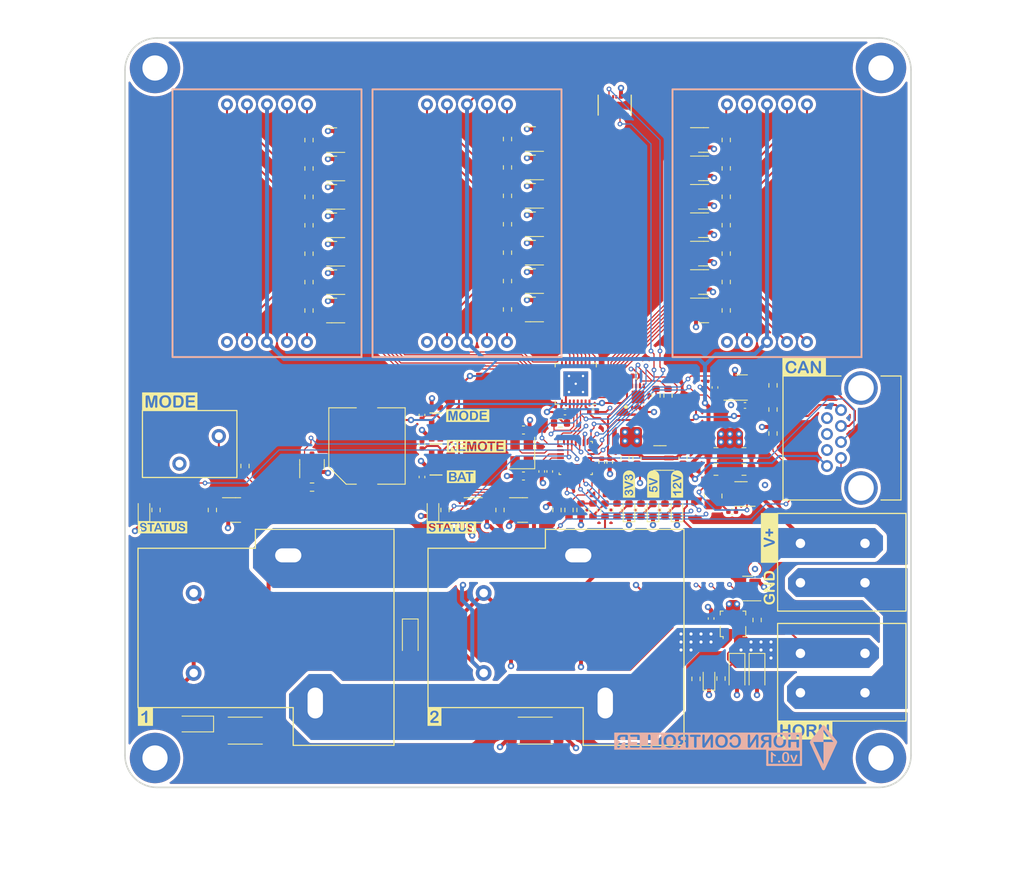
<source format=kicad_pcb>
(kicad_pcb (version 20221018) (generator pcbnew)
  (layers (0 "F.Cu" signal) (1 "In1.Cu" signal) (2 "In2.Cu" signal) (31 "B.Cu" signal) (34 "B.Paste" user) (35 "F.Paste" user) (36 "B.SilkS" user "B.Silkscreen") (37 "F.SilkS" user "F.Silkscreen") (38 "B.Mask" user) (39 "F.Mask" user) (44 "Edge.Cuts" user))
  (net 0 "")
  (net 1 "+3V3")
  (net 2 "Net-(BZ1--)")
  (net 3 "+12V")
  (net 4 "GND")
  (net 5 "/SW")
  (net 6 "/BST")
  (net 7 "+5V")
  (net 8 "/PF1")
  (net 9 "/PF0")
  (net 10 "/RST")
  (net 11 "/DOUT1")
  (net 12 "/RGB")
  (net 13 "/DOUT2")
  (net 15 "/E1")
  (net 16 "/D1")
  (net 17 "/C1")
  (net 19 "/B1")
  (net 20 "/A1")
  (net 21 "/F1")
  (net 22 "/G1")
  (net 23 "/E2")
  (net 24 "/D2")
  (net 25 "/C2")
  (net 27 "/B2")
  (net 28 "/A2")
  (net 29 "/F2")
  (net 30 "/G2")
  (net 31 "/E3")
  (net 32 "/D3")
  (net 33 "/C3")
  (net 35 "/B3")
  (net 36 "/A3")
  (net 37 "/F3")
  (net 38 "/G3")
  (net 39 "Net-(D7-A)")
  (net 40 "Net-(D8-A)")
  (net 41 "Net-(D9-A)")
  (net 42 "Net-(D10-A)")
  (net 43 "/HORN_OUT")
  (net 44 "Net-(D13-A)")
  (net 45 "Net-(D14-A)")
  (net 46 "Net-(D15-K)")
  (net 47 "Net-(D15-A)")
  (net 48 "Net-(D16-K)")
  (net 49 "Net-(D16-A)")
  (net 50 "/RELAY1")
  (net 51 "/HORN_SWITCH3V3")
  (net 53 "/SWCLK")
  (net 56 "/SWDIO")
  (net 59 "/MODE_SWITCH")
  (net 60 "/RELAY_OUT")
  (net 61 "/BUZZER")
  (net 62 "/HORN_SWITCH")
  (net 63 "/RELAY2")
  (net 64 "/IOG1")
  (net 65 "Net-(Q4-D)")
  (net 66 "/IOF1")
  (net 67 "Net-(Q5-D)")
  (net 68 "/IOD1")
  (net 69 "Net-(Q6-D)")
  (net 70 "/IOE1")
  (net 71 "Net-(Q7-D)")
  (net 72 "/IOA1")
  (net 73 "Net-(Q8-D)")
  (net 74 "/IOB1")
  (net 75 "Net-(Q9-D)")
  (net 76 "/IOC1")
  (net 77 "Net-(Q10-D)")
  (net 78 "/IOA2")
  (net 79 "Net-(Q11-D)")
  (net 80 "/IOB2")
  (net 81 "Net-(Q12-D)")
  (net 82 "/IOC2")
  (net 83 "Net-(Q13-D)")
  (net 84 "/IOD2")
  (net 85 "Net-(Q14-D)")
  (net 86 "/IOE2")
  (net 87 "Net-(Q15-D)")
  (net 88 "/IOF2")
  (net 89 "Net-(Q16-D)")
  (net 90 "/IOG2")
  (net 91 "Net-(Q17-D)")
  (net 92 "/IOA3")
  (net 93 "Net-(Q18-D)")
  (net 94 "/IOB3")
  (net 95 "Net-(Q19-D)")
  (net 96 "/IOC3")
  (net 97 "Net-(Q20-D)")
  (net 98 "/IOD3")
  (net 99 "Net-(Q21-D)")
  (net 100 "/IOE3")
  (net 101 "Net-(Q22-D)")
  (net 102 "/IOF3")
  (net 103 "Net-(Q23-D)")
  (net 104 "/IOG3")
  (net 105 "Net-(Q24-D)")
  (net 106 "/RELAY_TEST")
  (net 107 "/CUR_FAULT")
  (net 108 "/SDA")
  (net 109 "/SCL")
  (net 110 "/IO_RST")
  (net 111 "/RELAY2_LED")
  (net 112 "/RELAY1_LED")
  (net 113 "Net-(R39-Pad1)")
  (net 114 "/CANH")
  (net 115 "/CANL")
  (net 116 "/CUR")
  (net 118 "/START_SWITCH")
  (net 119 "/CAN_RX")
  (net 120 "/CAN_TX")
  (net 121 "Net-(R44-Pad2)")
  (net 127 "/BAT")
  (footprint "Footprints:WS2812B-2020" (layer "F.Cu") (at 128.905 93.726 90)
    (fp_text reference "D2" hide)
    (fp_text value "HORN_STATUS")
  )
  (footprint "Footprints:rj45" (layer "F.Cu") (at 182.88 92.71 90)
    (fp_text reference "J1" hide)
    (fp_text value "RJ45")
  )
  (footprint "Sensor_Current:Allegro_QFN-12-10-1EP_3x3mm_P0.5mm" (layer "F.Cu") (at 166.624 116.396 90)
    (fp_text reference "U4" hide)
    (fp_text value "ACS711")
  )
  (footprint "Capacitor_SMD:C_0603_1608Metric" (layer "F.Cu") (at 160.274 95.25 90)
    (fp_text reference "C6" hide)
    (fp_text value "1uF")
  )
  (footprint "Capacitor_SMD:C_0805_2012Metric" (layer "F.Cu") (at 164.4595 96.708)
    (fp_text reference "C5" hide)
    (fp_text value "22uF")
  )
  (footprint "Capacitor_SMD:C_0402_1005Metric" (layer "F.Cu") (at 127.127 89.7895 90)
    (fp_text reference "C18" hide)
    (fp_text value "100nF")
  )
  (footprint "Package_TO_SOT_SMD:SOT-23" (layer "F.Cu") (at 162.8925 62.075002)
    (fp_text reference "Q5" hide)
    (fp_text value "BSS138")
  )
  (footprint "Resistor_SMD:R_0603_1608Metric" (layer "F.Cu") (at 165.765 62.075002 90)
    (fp_text reference "R10" hide)
    (fp_text value "50")
  )
  (footprint "Package_TO_SOT_SMD:SOT-23" (layer "F.Cu") (at 140.8915 61.957332 180)
    (fp_text reference "Q11" hide)
    (fp_text value "BSS138")
  )
  (footprint "Resistor_SMD:R_0603_1608Metric" (layer "F.Cu") (at 165.765 69.290334 -90)
    (fp_text reference "R12" hide)
    (fp_text value "50")
  )
  (footprint "Capacitor_SMD:C_0402_1005Metric" (layer "F.Cu") (at 154.3565 84.836)
    (fp_text reference "C19" hide)
    (fp_text value "100nF")
  )
  (footprint "Resistor_SMD:R_0603_1608Metric" (layer "F.Cu") (at 137.986 65.564998 90)
    (fp_text reference "R17" hide)
    (fp_text value "50")
  )
  (footprint "Package_TO_SOT_SMD:SOT-23" (layer "F.Cu") (at 115.6485 76.52 180)
    (fp_text reference "Q22" hide)
    (fp_text value "BSS138")
  )
  (footprint "Diode_SMD:D_SOD-123" (layer "F.Cu") (at 125.635 118.0525 -90)
    (fp_text reference "D15" hide)
    (fp_text value "1N5819")
  )
  (footprint "Footprints:CUI_CMI-9705-0380-SMT-TR" (layer "F.Cu") (at 120.142 93.726)
    (fp_text reference "BZ1" hide)
    (fp_text value "Buzzer")
  )
  (footprint "Diode_SMD:D_SOD-123" (layer "F.Cu") (at 169.672 122.428 -90)
    (fp_text reference "D12" hide)
    (fp_text value "1N5819")
  )
  (footprint "Resistor_SMD:R_0603_1608Metric" (layer "F.Cu") (at 144.272 101.854 90)
    (fp_text reference "R42" hide)
    (fp_text value "10k")
  )
  (footprint "Package_TO_SOT_SMD:SOT-23" (layer "F.Cu") (at 115.6485 54.874 180)
    (fp_text reference "Q24" hide)
    (fp_text value "BSS138")
  )
  (footprint "Resistor_SMD:R_0603_1608Metric" (layer "F.Cu") (at 169.687 115.824 90)
    (fp_text reference "R5" hide)
    (fp_text value "10k")
  )
  (footprint "Resistor_SMD:R_2512_6332Metric" (layer "F.Cu") (at 141.51 129.8765 180)
    (fp_text reference "R3" hide)
    (fp_text value "20")
  )
  (footprint "Resistor_SMD:R_0603_1608Metric" (layer "F.Cu") (at 112.776 58.481666 90)
    (fp_text reference "R28" hide)
    (fp_text value "50")
  )
  (footprint "Resistor_SMD:R_0603_1608Metric" (layer "F.Cu") (at 137.033 101.854 90)
    (fp_text reference "R4" hide)
    (fp_text value "10k")
  )
  (footprint "Capacitor_SMD:C_0402_1005Metric" (layer "F.Cu") (at 143.3505 96.96 -90)
    (fp_text reference "C16" hide)
    (fp_text value "100nF")
  )
  (footprint "Resistor_SMD:R_0603_1608Metric" (layer "F.Cu") (at 165.765 72.898 -90)
    (fp_text reference "R11" hide)
    (fp_text value "50")
  )
  (footprint "Package_TO_SOT_SMD:SOT-23" (layer "F.Cu") (at 115.6485 58.481666 180)
    (fp_text reference "Q23" hide)
    (fp_text value "BSS138")
  )
  (footprint "LED_SMD:LED_0603_1608Metric" (layer "F.Cu") (at 153.416 101.854 90)
    (fp_text reference "D9" hide)
    (fp_text value "BLU")
  )
  (footprint "Resistor_SMD:R_0603_1608Metric" (layer "F.Cu") (at 165.765 65.682668 90)
    (fp_text reference "R9" hide)
    (fp_text value "50")
  )
  (footprint "Package_TO_SOT_SMD:SOT-23-5" (layer "F.Cu") (at 157.3475 95.25 180)
    (fp_text reference "U3" hide)
    (fp_text value "AP2112K-3.3")
  )
  (footprint "Footprints:2604-WAGO" (layer "F.Cu") (at 170.688 108.632 -90)
    (fp_text reference "J3" hide)
    (fp_text value "WAGO")
  )
  (footprint "Resistor_SMD:R_0603_1608Metric" (layer "F.Cu") (at 171.704 92.139 90)
    (fp_text reference "R43" hide)
    (fp_text value "10k")
  )
  (footprint "Resistor_SMD:R_0603_1608Metric" (layer "F.Cu") (at 137.986 54.742 90)
    (fp_text reference "R22" hide)
    (fp_text value "50")
  )
  (footprint "Resistor_SMD:R_0603_1608Metric" (layer "F.Cu") (at 161.925 123.298 90)
    (fp_text reference "R31" hide)
    (fp_text value "4.7k")
  )
  (footprint "Capacitor_SMD:C_0805_2012Metric" (layer "F.Cu") (at 168.0155 96.708 180)
    (fp_text reference "C2" hide)
    (fp_text value "10uF")
  )
  (footprint "Resistor_SMD:R_0603_1608Metric" (layer "F.Cu") (at 104.648 96.266 -90)
    (fp_text reference "R35" hide)
    (fp_text value "10k")
  )
  (footprint "Footprints:T9V-Relay" (layer "F.Cu") (at 95.59 118.745 -90)
    (fp_text reference "K1" hide)
    (fp_text value "T9VV1K15")
  )
  (footprint "Capacitor_SMD:C_0402_1005Metric" (layer "F.Cu") (at 127.127 93.573 90)
    (fp_text reference "C22" hide)
    (fp_text value "100nF")
  )
  (footprint "Package_TO_SOT_SMD:SOT-23" (layer "F.Cu") (at 162.8925 69.290334)
    (fp_text reference "Q7" hide)
    (fp_text value "BSS138")
  )
  (footprint "Capacitor_SMD:C_0402_1005Metric" (layer "F.Cu") (at 164.338 86.297 90)
    (fp_text reference "C12" hide)
    (fp_text value "100nF")
  )
  (footprint "Capacitor_SMD:C_0402_1005Metric" (layer "F.Cu") (at 127.127 97.663 90)
    (fp_text reference "C23" hide)
    (fp_text value "100nF")
  )
  (footprint "Package_TO_SOT_SMD:SOT-23" (layer "F.Cu") (at 140.8915 65.564998 180)
    (fp_text reference "Q12" hide)
    (fp_text value "BSS138")
  )
  (footprint "Capacitor_SMD:C_0402_1005Metric" (layer "F.Cu") (at 149.9545 95.82 -90)
    (fp_text reference "C14" hide)
    (fp_text value "100nF")
  )
  (footprint "Resistor_SMD:R_0603_1608Metric" (layer "F.Cu") (at 151.892 101.854 90)
    (fp_text reference "R34" hide)
    (fp_text value "4.7k")
  )
  (footprint "Resistor_SMD:R_0603_1608Metric" (layer "F.Cu") (at 165.765 54.85967 90)
    (fp_text reference "R14" hide)
    (fp_text value "50")
  )
  (footprint "LED_SMD:LED_0603_1608Metric" (layer "F.Cu") (at 91.821 101.834 90)
    (fp_text reference "D14" hide)
    (fp_text value "GRN")
  )
  (footprint "Capacitor_SMD:C_0402_1005Metric" (layer "F.Cu") (at 145.288 89.408 180)
    (fp_text reference "C20" hide)
    (fp_text value "100nF")
  )
  (footprint "Package_TO_SOT_SMD:SOT-23" (layer "F.Cu") (at 115.6485 62.089332 180)
    (fp_text reference "Q18" hide)
    (fp_text value "BSS138")
  )
  (footprint "Inductor_SMD:L_1008_2520Metric" (layer "F.Cu") (at 164.1095 100.072 90)
    (fp_text reference "L1" hide)
    (fp_text value "4.7uH")
  )
  (footprint "Resistor_SMD:R_0603_1608Metric" (layer "F.Cu") (at 165.765 58.467336 90)
    (fp_text reference "R13" hide)
    (fp_text value "50")
  )
  (footprint "Resistor_SMD:R_0603_1608Metric" (layer "F.Cu") (at 112.776 65.696998 90)
    (fp_text reference "R24" hide)
    (fp_text value "50")
  )
  (footprint "Resistor_SMD:R_0603_1608Metric" (layer "F.Cu") (at 137.986 58.349666 90)
    (fp_text reference "R21" hide)
    (fp_text value "50")
  )
  (footprint "Resistor_SMD:R_0603_1608Metric" (layer "F.Cu") (at 145.796 101.854 90)
    (fp_text reference "R41" hide)
    (fp_text value "10k")
  )
  (footprint "Resistor_SMD:R_0603_1608Metric" (layer "F.Cu") (at 137.986 69.172664 -90)
    (fp_text reference "R18" hide)
    (fp_text value "50")
  )
  (footprint "Package_TO_SOT_SMD:SOT-23" (layer "F.Cu") (at 115.6485 65.696998 180)
    (fp_text reference "Q19" hide)
    (fp_text value "BSS138")
  )
  (footprint "Package_DFN_QFN:DFN-8-1EP_3x3mm_P0.65mm_EP1.7x2.05mm" (layer "F.Cu") (at 166.961 86.297)
    (fp_text reference "U5" hide)
    (fp_text value "ATA6561")
  )
  (footprint "Package_TO_SOT_SMD:SOT-23" (layer "F.Cu") (at 115.6485 69.304664 180)
    (fp_text reference "Q20" hide)
    (fp_text value "BSS138")
  )
  (footprint "Package_TO_SOT_SMD:SOT-23" (layer "F.Cu") (at 140.8915 69.172664 180)
    (fp_text reference "Q13" hide)
    (fp_text value "BSS138")
  )
  (footprint "Footprints:8-UFDFPN" (layer "F.Cu") (at 154.559 87.5)
    (fp_text reference "U6" hide)
    (fp_text value "M24C02-FMC")
  )
  (footprint "Package_TO_SOT_SMD:SOT-23" (layer "F.Cu") (at 113.157 96.0905 90)
    (fp_text reference "Q1" hide)
    (fp_text value "BSS138")
  )
  (footprint "Resistor_SMD:R_0603_1608Metric" (layer "F.Cu") (at 171.704 86.027 90)
    (fp_text reference "R39" hide)
    (fp_text value "50")
  )
  (footprint "MountingHole:MountingHole_3.2mm_M3_Pad" (layer "F.Cu") (at 93.218 133.35)
    (fp_text reference "H4" hide)
    (fp_text value "MountingHole")
  )
  (footprint "Package_TO_SOT_SMD:SOT-23" (layer "F.Cu") (at 168.4955 111.826 180)
    (fp_text reference "Q25" hide)
    (fp_text value "BSS138")
  )
  (footprint "Diode_SMD:D_SOD-123" (layer "F.Cu") (at 98.298 129.032 180)
    (fp_text reference "D16" hide)
    (fp_text value "1N5819")
  )
  (footprint "Diode_SMD:D_SOD-123" (layer "F.Cu") (at 167.132 122.428 -90)
    (fp_text reference "D11" hide)
    (fp_text value "1N5819")
  )
  (footprint "Resistor_SMD:R_0603_1608Metric" (layer "F.Cu") (at 130.048 101.854 -90)
    (fp_text reference "R37" hide)
    (fp_text value "4.7k")
  )
  (footprint "Capacitor_SMD:C_0603_1608Metric" (layer "F.Cu") (at 140.0145 97.536 180)
    (fp_text reference "C9" hide)
    (fp_text value "18pF")
  )
  (footprint "Package_TO_SOT_SMD:SOT-23" (layer "F.Cu") (at 115.6485 72.91233 180)
    (fp_text reference "Q21" hide)
    (fp_text value "BSS138")
  )
  (footprint "Package_TO_SOT_SMD:SOT-23" (layer "F.Cu") (at 103.4565 101.854)
    (fp_text reference "Q2" hide)
    (fp_text value "BSS138")
  )
  (footprint "Package_TO_SOT_SMD:SOT-23" (layer "F.Cu") (at 162.8925 76.50567)
    (fp_text reference "Q10" hide)
    (fp_text value "BSS138")
  )
  (footprint "Package_TO_SOT_SMD:TSOT-23-6" (layer "F.Cu") (at 167.64 99.822 180)
    (fp_text reference "U1" hide)
    (fp_text value "AP63205WU")
  )
  (footprint "Resistor_SMD:R_0603_1608Metric" (layer "F.Cu") (at 171.704 89.091 90)
    (fp_text reference "R40" hide)
    (fp_text value "50")
  )
  (footprint "Package_DFN_QFN:VQFN-32-1EP_5x5mm_P0.5mm_EP3.15x3.15mm_ThermalVias" (layer "F.Cu") (at 146.6525 85.824 180)
    (fp_text reference "U7" hide)
    (fp_text value "TCA6424A")
  )
  (footprint "Resistor_SMD:R_0603_1608Metric" (layer "F.Cu") (at 112.776 76.52 -90)
    (fp_text reference "R27" hide)
    (fp_text value "50")
  )
  (footprint "Crystal:Crystal_SMD_3225-4Pin_3.2x2.5mm" (layer "F.Cu") (at 139.7945 94.615 90)
    (fp_text reference "Y1" hide)
    (fp_text value "32MHz")
  )
  (footprint "MountingHole:MountingHole_3.2mm_M3_Pad" (layer "F.Cu") (at 93.218 45.72)
    (fp_text reference "H3" hide)
    (fp_text value "MountingHole")
  )
  (footprint "Package_TO_SOT_SMD:SOT-23" (layer "F.Cu") (at 162.8925 54.85967)
    (fp_text reference "Q9" hide)
    (fp_text value "BSS138")
  )
  (footprint "Package_TO_SOT_SMD:SOT-23" (layer "F.Cu") (at 162.8925 65.682668)
    (fp_text reference "Q4" hide)
    (fp_text value "BSS138")
  )
  (footprint "Capacitor_SMD:C_0402_1005Metric" (layer "F.Cu") (at 148.844 89.408)
    (fp_text reference "C21" hide)
    (fp_text value "100nF")
  )
  (footprint "Capacitor_SMD:C_0402_1005Metric" (layer "F.Cu") (at 168.148 88.581 180)
    (fp_text reference "C11" hide)
    (fp_text value "100nF")
  )
  (footprint "Package_TO_SOT_SMD:SOT-23" (layer "F.Cu") (at 162.8925 58.467336)
    (fp_text reference "Q8" hide)
    (fp_text value "BSS138")
  )
  (footprint "Resistor_SMD:R_0603_1608Metric" (layer "F.Cu") (at 112.776 69.304664 -90)
    (fp_text reference "R25" hide)
    (fp_text value "50")
  )
  (footprint "LED_SMD:LED_0603_1608Metric" (layer "F.Cu") (at 159.512 101.854 90)
    (fp_text reference "D7" hide)
    (fp_text value "BLU")
  )
  (footprint "MountingHole:MountingHole_3.2mm_M3_Pad" (layer "F.Cu") (at 185.42 45.72)
    (fp_text reference "H2" hide)
    (fp_text value "MountingHole")
  )
  (footprint "MountingHole:MountingHole_3.2mm_M3_Pad" (layer "F.Cu") (at 185.42 133.35)
    (fp_text reference "H1" hide)
    (fp_text value "MountingHole")
  )
  (footprint "Resistor_SMD:R_0603_1608Metric" (layer "F.Cu") (at 147.32 101.854 90)
    (fp_text reference "R46" hide)
    (fp_text value "4.7k")
  )
  (footprint "Resistor_SMD:R_0603_1608Metric" (layer "F.Cu") (at 112.776 62.089332 90)
    (fp_text reference "R23" hide)
    (fp_text value "50")
  )
  (footprint "Footprints:1751765-Pheonix" (layer "F.Cu") (at 91.62275 93.472 -90)
    (fp_text reference "J5" hide)
    (fp_text value "PHEONIX")
  )
  (footprint "Footprints:5050040812-MOLEX" (layer "F.Cu") (at 151.6 50.437)
    (fp_text reference "J2" hide)
    (fp_text value "MOLEX")
  )
  (footprint "LED_SMD:LED_0603_1608Metric" (layer "F.Cu") (at 128.524 101.834 90)
    (fp_text reference "D13" hide)
    (fp_text value "GRN")
  )
  (footprint "Capacitor_SMD:C_0402_1005Metric" (layer "F.Cu") (at 150.9705 95.82 -90)
    (fp_text reference "C17" hide)
    (fp_text value "100nF")
  )
  (footprint "Resistor_SMD:R_0603_1608Metric" (layer "F.Cu") (at 137.986 76.388 -90)
    (fp_text reference "R20" hide)
    (fp_text value "50")
  )
  (footprint "Resistor_SMD:R_2512_6332Metric" (layer "F.Cu") (at 104.68 129.8765 180)
    (fp_text reference "R1" hide)
    (fp_text value "20")
  )
  (footprint "Resistor_SMD:R_0603_1608Metric" (layer "F.Cu") (at 148.844 101.854 90)
    (fp_text reference "R45" hide)
    (fp_text value "10k")
  )
  (footprint "Package_TO_SOT_SMD:SOT-23" (layer "F.Cu") (at 162.8925 72.898)
    (fp_text reference "Q6" hide)
    (fp_text value "BSS138")
  )
  (footprint "Capacitor_SMD:C_0402_1005Metric" (layer "F.Cu") (at 166.5195 102.042)
    (fp_text reference "C3" hide)
    (fp_text value "100nF")
  )
  (footprint "Footprints:2604-WAGO" (layer "F.Cu") (at 170.688 122.602 -90)
    (fp_text reference "J4" hide)
    (fp_text value "WAGO")
  )
  (footprint "Resistor_SMD:R_0603_1608Metric" (layer "F.Cu") (at 157.988 101.874 90)
    (fp_text reference "R32" hide)
    (fp_text value "4.7k")
  )
  (footprint "Capacitor_SMD:C_0603_1608Metric" (layer "F.Cu") (at 154.432 95.25 90)
    (fp_text reference "C7" hide)
    (fp_text value "1uF")
  )
  (footprint "Capacitor_SMD:C_0402_1005Metric" (layer "F.Cu") (at 163.845 115.634 90)
    (fp_text reference "C8" hide)
    (fp_text value "100nF")
  )
  (footprint "Package_TO_SOT_SMD:SOT-23" (layer "F.Cu") (at 140.8915 72.78033 180)
    (fp_text reference "Q14" hide)
    (fp_text value "BSS138")
  )
  (footprint "Capacitor_SMD:C_0805_2012Metric" (layer "F.Cu") (at 164.4595 94.676)
    (fp_text reference "C4" hide)
    (fp_text value "22uF")
  )
  (footprint "Resistor_SMD:R_0603_1608Metric" (layer "F.Cu") (at 93.345 101.854 -90)
    (fp_text reference "R38" hide)
    (fp_text value "4.7k")
  )
  (footprint "Capacitor_SMD:C_0805_2012Metric" (layer "F.Cu") (at 168.0155 94.676 180)
    (fp_text reference "C1" hide)
    (fp_text value "10uF")
  )
  (footprint "Footprints:WS2812B-2020" (layer "F.Cu") (at 128.905 89.7895 90)
    (fp_text reference "D3" hide)
    (fp_text value "MODE")
  )
  (footprint "Resistor_SMD:R_0603_1608Metric" (layer "F.Cu") (at 165.1 123.258 -90)
    (fp_text reference "R36" hide)
    (fp_text value "10k")
  )
  (footprint "Resistor_SMD:R_0603_1608Metric" (layer "F.Cu") (at 154.94 101.8795 90)
    (fp_text reference "R33" hide)
    (fp_text value "4.7k")
  )
  (footprint "Capacitor_SMD:C_0402_1005Metric" (layer "F.Cu") (at 142.3345 96.96 -90)
    (fp_text reference "C13" hide)
    (fp_text value "100nF")
  )
  (footprint "Resistor_SMD:R_0603_1608Metric" (layer "F.Cu") (at 113.162 98.946 180)
    (fp_text reference "R6" hide)
    (fp_text value "10k")
  )
  (footprint "Resistor_SMD:R_0603_1608Metric" (layer "F.Cu") (at 112.776 54.874 90)
    (fp_text reference "R29" hide)
    (fp_text value "50")
  )
  (footprint "LED_SMD:LED_0603_1608Metric" (layer "F.Cu") (at 163.576 123.258 90)
    (fp_text reference "D10" hide)
    (fp_text value "BLU")
  )
  (footprint "Resistor_SMD:R_0603_1608Metric" (layer "F.Cu") (at 165.765 76.50567 -90)
    (fp_text reference "R15" hide)
    (fp_text value "50")
  )
  (footprint "Footprints:T9V-Relay" (layer "F.Cu") (at 132.42 118.745 -90)
    (fp_text reference "K2" hide)
    (fp_text value "T9VV1K15")
  )
  (footprint "Resistor_SMD:R_0603_1608Metric" (layer "F.Cu") (at 137.986 61.957332 90)
    (fp_text reference "R16" hide)
    (fp_text value "50")
  )
  (footprint "Package_TO_SOT_SMD:SOT-23" (layer "F.Cu") (at 140.8915 58.349666 180)
    (fp_text reference "Q16" hide)
    (fp_text value "BSS138")
  )
  (footprint "Capacitor_SMD:C_0603_1608Metric" (layer "F.Cu") (at 152.908 95.25 90)
    (fp_text reference "C15" hide)
    (fp_text value "1uF")
  )
  (footprint "Package_TO_SOT_SMD:SOT-23" (layer "F.Cu") (at 140.8915 54.742 180)
    (fp_text reference "Q17" hide)
    (fp_text value "BSS138")
  )
  (footprint "Package_TO_SOT_SMD:SOT-23" (layer "F.Cu") (at 140.8915 76.388 180)
    (fp_text reference "Q15" hide)
    (fp_text value "BSS138")
  )
  (footprint "Resistor_SMD:R_0603_1608Metric" (layer "F.Cu") (at 100.504 101.854 90)
    (fp_text reference "R2" hide)
    (fp_text value "10k")
  )
  (footprint "Resistor_SMD:R_0603_1608Metric" (layer "F.Cu") (at 137.986 72.78033 -90)
    (fp_text reference "R19" hide)
    (fp_text value "50")
  )
  (footprint "Package_DFN_QFN:QFN-28_4x4mm_P0.5mm" (layer "F.Cu") (at 146.6525 95.25)
    (fp_text reference "U2" hide)
    (fp_text value "STM32F042G6Ux")
  )
  (footprint "Package_TO_SOT_SMD:SOT-23" (layer "F.Cu") (at 134.142 101.854)
    (fp_text reference "Q26" hide)
    (fp_text value "BSS138")
  )
  (footprint "Footprints:WS2812B-2020" (layer "F.Cu") (at 128.905 97.663 90)
    (fp_text reference "D1" hide)
    (fp_text value "STATUS")
  )
  (footprint "Resistor_SMD:R_0603_1608Metric" (layer "F.Cu") (at 150.368 101.854 90)
    (fp_text reference "R44" hide)
    (fp_text value "10k")
  )
  (footprint "Package_TO_SOT_SMD:SOT-23" (layer "F.Cu") (at 139.9055 101.854)
    (fp_text reference "Q3" hide)
    (fp_text value "BSS138")
  )
  (footprint "Capacitor_SMD:C_0603_1608Metric" (layer "F.Cu") (at 140.0145 91.694 180)
    (fp_text reference "C10" hide)
    (fp_text value "18pF")
  )
  (footprint "Resistor_SMD:R_0603_1608Metric" (layer "F.Cu") (at 144.718 90.805)
    (fp_text reference "R30" hide)
    (fp_text value "10k")
  )
  (footprint "Resistor_SMD:R_0603_1608Metric" (layer "F.Cu") (at 158.369 87.305 -90)
    (fp_text reference "R8" hide)
    (fp_text value "4.7k")
  )
  (footprint "LED_SMD:LED_0603_1608Metric" (layer "F.Cu") (at 156.464 101.854 90)
    (fp_text reference "D8" hide)
    (fp_text value "BLU")
  )
  (footprint "Resistor_SMD:R_0603_1608Metric" (layer "F.Cu") (at 112.776 72.91233 -90)
    (fp_text reference "R26" hide)
    (fp_text value "50")
  )
  (footprint "Resistor_SMD:R_0603_1608Metric" (layer "F.Cu") (at 156.845 87.305 -90)
    (fp_text reference "R7" hide)
    (fp_text value "4.7k")
  )
  (footprint "Footprints:ARKLED-1IN" (layer "B.Cu") (at 170.942 82.428 180)
    (fp_text reference "D4" hide)
    (fp_text value "~")
  )
  (footprint "Footprints:ARKLED-1IN" (layer "B.Cu") (at 132.842 82.428 180)
    (fp_text reference "D5" hide)
    (fp_text value "~")
  )
  (footprint "Footprints:ARKLED-1IN" (layer "B.Cu") (at 107.442 82.428 180)
    (fp_text reference "D6" hide)
    (fp_text value "~")
  )
  (gr_poly (pts (xy 165.158394 130.630316) (xy 165.141487 130.631118) (xy 165.124819 130.632451) (xy 165.108393 130.634315) (xy 165.092208 130.636707) (xy 165.076267 130.639625) (xy 165.06057 130.643068) (xy 165.045117 130.647034) (xy 165.02991 130.651521) (xy 165.014951 130.656526) (xy 165.000238 130.662049) (xy 164.985775 130.668087) (xy 164.97156 130.674638) (xy 164.957597 130.681701) (xy 164.943885 130.689274) (xy 164.930425 130.697355) (xy 164.91717 130.705941) (xy 164.904316 130.715033) (xy 164.891863 130.724629) (xy 164.879809 130.734729) (xy 164.868154 130.745331) (xy 164.856896 130.756434) (xy 164.846034 130.768038) (xy 164.835568 130.780141) (xy 164.825496 130.792743) (xy 164.815817 130.805843) (xy 164.806531 130.819439) (xy 164.797637 130.833531) (xy 164.789133 130.848118) (xy 164.781018 130.863199) (xy 164.773292 130.878773) (xy 164.765954 130.894839) (xy 164.758923 130.911448) (xy 164.752353 130.928416) (xy 164.746241 130.945742) (xy 164.740588 130.963429) (xy 164.735393 130.981476) (xy 164.730654 130.999885) (xy 164.726371 131.018657) (xy 164.722542 131.037793) (xy 164.719167 131.057294) (xy 164.716246 131.077159) (xy 164.713776 131.097392) (xy 164.711757 131.117992) (xy 164.710188 131.13896) (xy 164.709069 131.160297) (xy 164.708398 131.182005) (xy 164.708175 131.204083) (xy 164.70842 131.227903) (xy 164.709156 131.25126) (xy 164.710381 131.274151) (xy 164.712095 131.296575) (xy 164.714295 131.318531) (xy 164.716983 131.340016) (xy 164.720156 131.361028) (xy 164.723813 131.381566) (xy 164.727954 131.401627) (xy 164.732578 131.421211) (xy 164.737683 131.440314) (xy 164.74327 131.458936) (xy 164.749336 131.477074) (xy 164.755881 131.494726) (xy 164.762903 131.511892) (xy 164.770403 131.528567) (xy 164.778425 131.544737) (xy 164.786775 131.560385) (xy 164.795458 131.575507) (xy 164.804473 131.590103) (xy 164.813823 131.604171) (xy 164.82351 131.617709) (xy 164.833536 131.630715) (xy 164.843903 131.643186) (xy 164.854611 131.655122) (xy 164.865664 131.666521) (xy 164.877062 131.67738) (xy 164.888809 131.687697) (xy 164.900905 131.697472) (xy 164.913352 131.706701) (xy 164.926152 131.715383) (xy 164.939308 131.723517) (xy 164.9526 131.73113) (xy 164.966042 131.738251) (xy 164.979636 131.744882) (xy 164.993385 131.751021) (xy 165.00729 131.756669) (xy 165.021354 131.761826) (xy 165.035577 131.766492) (xy 165.049962 131.770666) (xy 165.06451 131.774349) (xy 165.079224 131.777542) (xy 165.094106 131.780243) (xy 165.109157 131.782453) (xy 165.124379 131.784171) (xy 165.139774 131.785399) (xy 165.155345 131.786136) (xy 165.171092 131.786381) (xy 165.183408 131.78624) (xy 165.19559 131.785816) (xy 165.207638 131.785108) (xy 165.219551 131.784118) (xy 165.231331 131.782846) (xy 165.242976 131.78129) (xy 165.254488 131.779452) (xy 165.265865 131.77733) (xy 165.277108 131.774926) (xy 165.288218 131.77224) (xy 165.299193 131.76927) (xy 165.310034 131.766018) (xy 165.320741 131.762483) (xy 165.331314 131.758665) (xy 165.341753 131.754565) (xy 165.352058 131.750182) (xy 165.362343 131.745405) (xy 165.372478 131.740357) (xy 165.382463 131.735036) (xy 165.392295 131.729438) (xy 165.401975 131.723561) (xy 165.411502 131.717402) (xy 165.420873 131.710959) (xy 165.43009 131.704227) (xy 165.43915 131.697206) (xy 165.448052 131.689891) (xy 165.456797 131.68228) (xy 165.465382 131.674371) (xy 165.473806 131.66616) (xy 165.48207 131.657646) (xy 165.490172 131.648824) (xy 165.498111 131.639693) (xy 165.505978 131.630377) (xy 165.513622 131.620762) (xy 165.521042 131.610848) (xy 165.528238 131.600633) (xy 165.535211 131.590117) (xy 165.54196 131.579298) (xy 165.548485 131.568175) (xy 165.554788 131.556749) (xy 165.560867 131.545017) (xy 165.566723 131.53298) (xy 165.572356 131.520635) (xy 165.577765 131.507983) (xy 165.582952 131.495022) (xy 165.587916 131.481751) (xy 165.592657 131.46817) (xy 165.597175 131.454277) (xy 165.605241 131.425972) (xy 165.612279 131.396789) (xy 165.618275 131.366743) (xy 165.623213 131.335849) (xy 165.62708 131.304121) (xy 165.62986 131.271574) (xy 165.631539 131.238224) (xy 165.632102 131.204083) (xy 165.631539 131.170211) (xy 165.62986 131.137172) (xy 165.62708 131.104966) (xy 165.623213 131.073592) (xy 165.618275 131.043052) (xy 165.612279 131.013345) (xy 165.605241 130.984472) (xy 165.597175 130.956432) (xy 165.592671 130.942778) (xy 165.587975 130.929436) (xy 165.583085 130.916407) (xy 165.578001 130.90369) (xy 165.572725 130.891285) (xy 165.567255 130.879193) (xy 165.561592 130.867413) (xy 165.555735 130.855946) (xy 165.549685 130.844791) (xy 165.543442 130.833949) (xy 165.537006 130.823419) (xy 165.530376 130.813202) (xy 165.523553 130.803297) (xy 165.516537 130.793705) (xy 165.509327 130.784425) (xy 165.501924 130.775458) (xy 165.494223 130.766775) (xy 165.486357 130.758345) (xy 165.478322 130.75017) (xy 165.470119 130.742251) (xy 165.461744 130.734588) (xy 165.453195 130.727184) (xy 165.444472 130.720038) (xy 165.435572 130.713151) (xy 165.426493 130.706525) (xy 165.417233 130.70016) (xy 165.407791 130.694058) (xy 165.398165 130.688218) (xy 165.388352 130.682643) (xy 165.378351 130.677333) (xy 165.368161 130.672289) (xy 165.357778 130.667512) (xy 165.347242 130.66301) (xy 165.336588 130.658791) (xy 165.325816 130.654858) (xy 165.314928 130.65121) (xy 165.303924 130.647849) (xy 165.292806 130.644775) (xy 165.281574 130.641989) (xy 165.270229 130.639493) (xy 165.258773 130.637287) (xy 165.247207 130.635372) (xy 165.235531 130.633749) (xy 165.223746 130.63242) (xy 165.211854 130.631384) (xy 165.199855 130.630643) (xy 165.18775 130.630197) (xy 165.175541 130.630049)) (fill solid) (layer "B.SilkS"))
  (gr_poly (pts (xy 152.600637 130.643768) (xy 152.56351 130.644929) (xy 152.546259 130.6458) (xy 152.529881 130.646864) (xy 152.514376 130.648122) (xy 152.499742 130.649573) (xy 152.485979 130.651217) (xy 152.473086 130.653055) (xy 152.461061 130.655087) (xy 152.449904 130.657312) (xy 152.439613 130.659731) (xy 152.430189 130.662343) (xy 152.421629 130.665148) (xy 152.413934 130.668147) (xy 152.406419 130.671459) (xy 152.399113 130.674965) (xy 152.392014 130.678666) (xy 152.385124 130.682563) (xy 152.378442 130.686658) (xy 152.371969 130.69095) (xy 152.365703 130.695442) (xy 152.359646 130.700134) (xy 152.353797 130.705026) (xy 152.348156 130.71012) (xy 152.342724 130.715418) (xy 152.337499 130.720919) (xy 152.332483 130.726624) (xy 152.327675 130.732536) (xy 152.323075 130.738654) (xy 152.318684 130.74498) (xy 152.314533 130.751469) (xy 152.31065 130.75808) (xy 152.307035 130.764813) (xy 152.303688 130.771671) (xy 152.300608 130.778655) (xy 152.297796 130.785768) (xy 152.295252 130.79301) (xy 152.292976 130.800385) (xy 152.290967 130.807894) (xy 152.289227 130.815538) (xy 152.287754 130.82332) (xy 152.286549 130.831242) (xy 152.285612 130.839305) (xy 152.284942 130.847511) (xy 152.28454 130.855862) (xy 152.284407 130.86436) (xy 152.284577 130.874934) (xy 152.285089 130.885226) (xy 152.285938 130.895235) (xy 152.287125 130.904961) (xy 152.288646 130.914404) (xy 152.2905 130.923564) (xy 152.292685 130.932442) (xy 152.2952 130.941037) (xy 152.298042 130.949348) (xy 152.301209 130.957378) (xy 152.3047 130.965124) (xy 152.308513 130.972588) (xy 152.312646 130.979769) (xy 152.317097 130.986667) (xy 152.321864 130.993282) (xy 152.326946 130.999615) (xy 152.332452 131.005688) (xy 152.338255 131.011524) (xy 152.344357 131.017126) (xy 152.350756 131.022496) (xy 152.357452 131.027634) (xy 152.364447 131.032544) (xy 152.371739 131.037227) (xy 152.379329 131.041684) (xy 152.387216 131.045919) (xy 152.395402 131.049932) (xy 152.403885 131.053725) (xy 152.412666 131.057301) (xy 152.421745 131.060661) (xy 152.431122 131.063806) (xy 152.440796 131.06674) (xy 152.450769 131.069464) (xy 152.47158 131.074347) (xy 152.493536 131.078532) (xy 152.516653 131.082033) (xy 152.540946 131.084864) (xy 152.566428 131.08704) (xy 152.593116 131.088577) (xy 152.621024 131.089488) (xy 152.650167 131.089788) (xy 152.9448 131.089788) (xy 152.9448 130.643381) (xy 152.641268 130.643381)) (fill solid) (layer "B.SilkS"))
  (gr_line (start 175.257235 132.286765) (end 175.257235 134.22579) (stroke (width 0.275823)) (layer "B.SilkS"))
  (gr_poly (pts (xy 151.540173 132.297552) (xy 175.400304 132.297552) (xy 175.400304 131.847339) (xy 175.008507 131.847339) (xy 175.008335 131.859647) (xy 175.007821 131.871569) (xy 175.006962 131.883103) (xy 175.005758 131.89425) (xy 175.004209 131.90501) (xy 175.002312 131.915384) (xy 175.000067 131.92537) (xy 174.997474 131.934969) (xy 174.994531 131.944181) (xy 174.991237 131.953006) (xy 174.987592 131.961445) (xy 174.983594 131.969496) (xy 174.979243 131.977161) (xy 174.974538 131.984438) (xy 174.969477 131.991329) (xy 174.96406 131.997833) (xy 174.958464 132.003943) (xy 174.95263 132.009652) (xy 174.946558 132.014961) (xy 174.940247 132.019871) (xy 174.933699 132.024383) (xy 174.926912 132.028497) (xy 174.919887 132.032215) (xy 174.912624 132.035538) (xy 174.905123 132.038467) (xy 174.897383 132.041002) (xy 174.889406 132.043144) (xy 174.881191 132.044895) (xy 174.872738 132.046255) (xy 174.864046 132.047226) (xy 174.855117 132.047807) (xy 174.845951 132.048001) (xy 174.836887 132.047807) (xy 174.828031 132.047227) (xy 174.819384 132.046259) (xy 174.810945 132.044905) (xy 174.802715 132.043164) (xy 174.794693 132.041035) (xy 174.786879 132.03852) (xy 174.779274 132.035618) (xy 174.771877 132.032329) (xy 174.764689 132.028652) (xy 174.757709 132.024589) (xy 174.750937 132.020139) (xy 174.744374 132.015302) (xy 174.738019 132.010078) (xy 174.731873 132.004467) (xy 174.725935 131.998469) (xy 174.720287 131.991965) (xy 174.71501 131.985073) (xy 174.710103 131.977792) (xy 174.705565 131.970122) (xy 174.701396 131.962061) (xy 174.697595 131.953608) (xy 174.69416 131.944764) (xy 174.69109 131.935525) (xy 174.688385 131.925892) (xy 174.686044 131.915864) (xy 174.684065 131.90544) (xy 174.682448 131.894618) (xy 174.681192 131.883398) (xy 174.680297 131.871779) (xy 174.67976 131.859759) (xy 174.679581 131.847339) (xy 174.679581 131.30124) (xy 173.969647 131.30124) (xy 173.969647 131.847339) (xy 173.969476 131.859647) (xy 173.968961 131.871569) (xy 173.968103 131.883103) (xy 173.966899 131.89425) (xy 173.965349 131.90501) (xy 173.963453 131.915384) (xy 173.961208 131.92537) (xy 173.958615 131.934969) (xy 173.955672 131.944181) (xy 173.952378 131.953006) (xy 173.948733 131.961445) (xy 173.944735 131.969496) (xy 173.940384 131.977161) (xy 173.935679 131.984438) (xy 173.930618 131.991329) (xy 173.925201 131.997833) (xy 173.919604 132.003943) (xy 173.913769 132.009652) (xy 173.907696 132.014961) (xy 173.901385 132.019871) (xy 173.894836 132.024383) (xy 173.888049 132.028497) (xy 173.881025 132.032215) (xy 173.873762 132.035538) (xy 173.866261 132.038467) (xy 173.858522 132.041002) (xy 173.850545 132.043144) (xy 173.842331 132.044895) (xy 173.833878 132.046255) (xy 173.825187 132.047226) (xy 173.816258 132.047807) (xy 173.807092 132.048001) (xy 173.798028 132.047807) (xy 173.789172 132.047227) (xy 173.780525 132.046259) (xy 173.772086 132.044905) (xy 173.763856 132.043164) (xy 173.755834 132.041035) (xy 173.74802 132.03852) (xy 173.740415 132.035618) (xy 173.733018 132.032329) (xy 173.72583 132.028652) (xy 173.71885 132.024589) (xy 173.712078 132.020139) (xy 173.705515 132.015302) (xy 173.69916 132.010078) (xy 173.693014 132.004467) (xy 173.687076 131.998469) (xy 173.681427 131.991965) (xy 173.676151 131.985073) (xy 173.671244 131.977792) (xy 173.666706 131.970122) (xy 173.662537 131.962061) (xy 173.658735 131.953608) (xy 173.6553 131.944764) (xy 173.652231 131.935525) (xy 173.649526 131.925892) (xy 173.647184 131.915864) (xy 173.645206 131.90544) (xy 173.643589 131.894618) (xy 173.642333 131.883398) (xy 173.641437 131.871779) (xy 173.6409 131.859759) (xy 173.640722 131.847339) (xy 173.640722 131.204083) (xy 173.362592 131.204083) (xy 173.361788 131.249389) (xy 173.359377 131.293868) (xy 173.355358 131.337529) (xy 173.349732 131.380378) (xy 173.342498 131.422423) (xy 173.333657 131.463671) (xy 173.328634 131.483999) (xy 173.323209 131.50413) (xy 173.317382 131.524066) (xy 173.311153 131.543807) (xy 173.30453 131.563386) (xy 173.297519 131.582593) (xy 173.290123 131.601431) (xy 173.282339 131.619899) (xy 173.274168 131.637999) (xy 173.265611 131.655732) (xy 173.256666 131.673098) (xy 173.247335 131.690098) (xy 173.237617 131.706734) (xy 173.227511 131.723006) (xy 173.217019 131.738916) (xy 173.20614 131.754463) (xy 173.194873 131.76965) (xy 173.18322 131.784477) (xy 173.171179 131.798944) (xy 173.158751 131.813054) (xy 173.145938 131.826902) (xy 173.132737 131.840348) (xy 173.11915 131.853392) (xy 173.105175 131.866035) (xy 173.090813 131.878276) (xy 173.076064 131.890115) (xy 173.060928 131.901552) (xy 173.045406 131.912588) (xy 173.029496 131.923221) (xy 173.013199 131.933454) (xy 172.996515 131.943284) (xy 172.979445 131.952712) (xy 172.961987 131.961739) (xy 172.944143 131.970364) (xy 172.925912 131.978587) (xy 172.907293 131.986408) (xy 172.888326 131.9939) (xy 172.869046 132.000903) (xy 172.849453 132.007417) (xy 172.829547 132.013442) (xy 172.809329 132.01898) (xy 172.788798 132.024032) (xy 172.767955 132.028598) (xy 172.746799 132.03268) (xy 172.72533 132.036278) (xy 172.703549 132.039394) (xy 172.681455 132.042027) (xy 172.659049 132.04418) (xy 172.63633 132.045853) (xy 172.613299 132.047047) (xy 172.589955 132.047762) (xy 172.566299 132.048001) (xy 172.542531 132.04777) (xy 172.519093 132.047077) (xy 172.495986 132.04592) (xy 172.473211 132.044299) (xy 172.450772 132.042213) (xy 172.428669 132.039661) (xy 172.406905 132.036643) (xy 172.385482 132.033156) (xy 172.3644 132.0292) (xy 172.343664 132.024775) (xy 172.323273 132.019879) (xy 172.30323 132.014511) (xy 172.283537 132.008671) (xy 172.264195 132.002358) (xy 172.245208 131.99557) (xy 172.226576 131.988307) (xy 172.20818 131.980598) (xy 172.190143 131.972473) (xy 172.172465 131.963933) (xy 172.155146 131.95498) (xy 172.138189 131.945613) (xy 172.121594 131.935835) (xy 172.105362 131.925646) (xy 172.089493 131.915046) (xy 172.073989 131.904037) (xy 172.05885 131.892619) (xy 172.044078 131.880794) (xy 172.029673 131.868563) (xy 172.015637 131.855925) (xy 172.006639 131.847339) (xy 171.493147 131.847339) (xy 171.492976 131.859528) (xy 171.492464 131.871333) (xy 171.491611 131.882755) (xy 171.490419 131.893795) (xy 171.488888 131.904455) (xy 171.48702 131.914738) (xy 171.484815 131.924645) (xy 171.482274 131.934177) (xy 171.479398 131.943338) (xy 171.476189 131.952128) (xy 171.472646 131.96055) (xy 171.468772 131.968606) (xy 171.464566 131.976296) (xy 171.46003 131.983624) (xy 171.455165 131.99059) (xy 171.449972 131.997198) (xy 171.444472 132.003315) (xy 171.438689 132.009044) (xy 171.432624 132.014384) (xy 171.426276 132.019335) (xy 171.419645 132.023895) (xy 171.412732 132.028063) (xy 171.405535 132.031838) (xy 171.398057 132.035221) (xy 171.390295 132.038208) (xy 171.382251 132.040801) (xy 171.373924 132.042997) (xy 171.365314 132.044796) (xy 171.356422 132.046197) (xy 171.347247 132.047198) (xy 171.337789 132.0478) (xy 171.328049 132.048001) (xy 171.318993 132.047807) (xy 171.310158 132.047228) (xy 171.301545 132.046264) (xy 171.293153 132.044915) (xy 171.28498 132.043183) (xy 171.277026 132.041069) (xy 171.26929 132.038573) (xy 171.26177 132.035697) (xy 171.254466 132.032442) (xy 171.247377 132.028808) (xy 171.240502 132.024796) (xy 171.23384 132.020407) (xy 171.227391 132.015643) (xy 171.221152 132.010504) (xy 171.215123 132.004991) (xy 171.209304 131.999105) (xy 171.20388 131.992817) (xy 171.198799 131.986098) (xy 171.194062 131.97895) (xy 171.18967 131.971373) (xy 171.185624 131.963368) (xy 171.181925 131.954937) (xy 171.178574 131.946079) (xy 171.175572 131.936796) (xy 171.172919 131.927089) (xy 171.170617 131.916959) (xy 171.168667 131.906406) (xy 171.167069 131.895432) (xy 171.165825 131.884037) (xy 171.164935 131.872223) (xy 171.1644 131.85999) (xy 171.164222 131.847339) (xy 171.164222 131.326006) (xy 171.049283 131.326006) (xy 171.038441 131.326096) (xy 171.027824 131.326363) (xy 171.017434 131.32681) (xy 171.007273 131.327435) (xy 170.997343 131.328239) (xy 170.987646 131.329221) (xy 170.978183 131.330382) (xy 170.968956 131.331721) (xy 170.959967 131.333239) (xy 170.951218 131.334936) (xy 170.942711 131.336811) (xy 170.934448 131.338864) (xy 170.92643 131.341097) (xy 170.918659 131.343508) (xy 170.911137 131.346097) (xy 170.903866 131.348865) (xy 170.896723 131.351991) (xy 170.88958 131.355416) (xy 170.88244 131.359142) (xy 170.875302 131.363172) (xy 170.868168 131.367507) (xy 170.861039 131.372149) (xy 170.853915 131.377099) (xy 170.846797 131.38236) (xy 170.839688 131.387934) (xy 170.832586 131.393822) (xy 170.825494 131.400027) (xy 170.818412 131.40655) (xy 170.811342 131.413392) (xy 170.804283 131.420557) (xy 170.797238 131.428046) (xy 170.790206 131.43586) (xy 170.775944 131.452471) (xy 170.761252 131.470875) (xy 170.746113 131.49108) (xy 170.730514 131.513093) (xy 170.714438 131.536921) (xy 170.697872 131.562573) (xy 170.6808 131.590055) (xy 170.663206 131.619376) (xy 170.531756 131.838448) (xy 170.50971 131.875022) (xy 170.490165 131.906714) (xy 170.481293 131.920766) (xy 170.473002 131.933643) (xy 170.465276 131.945359) (xy 170.458102 131.955929) (xy 170.454612 131.960876) (xy 170.451047 131.965719) (xy 170.447408 131.970455) (xy 170.443695 131.975085) (xy 170.439907 131.979607) (xy 170.436045 131.98402) (xy 170.432108 131.988323) (xy 170.428097 131.992516) (xy 170.424012 131.996597) (xy 170.419853 132.000566) (xy 170.415618 132.004421) (xy 170.41131 132.008162) (xy 170.406927 132.011788) (xy 170.40247 132.015297) (xy 170.397938 132.018689) (xy 170.393331 132.021964) (xy 170.388509 132.025082) (xy 170.383564 132.028005) (xy 170.378495 132.030734) (xy 170.373298 132.033266) (xy 170.367971 132.0356) (xy 170.362511 132.037737) (xy 170.356916 132.039674) (xy 170.351181 132.041412) (xy 170.345305 132.042949) (xy 170.339286 132.044283) (xy 170.333118 132.045415) (xy 170.326802 132.046344) (xy 170.320332 132.047067) (xy 170.313707 132.047585) (xy 170.306924 132.047897) (xy 170.29998 132.048001) (xy 170.294302 132.047927) (xy 170.288699 132.047704) (xy 170.283171 132.047335) (xy 170.277717 132.04682) (xy 170.272337 132.04616) (xy 170.267032 132.045356) (xy 170.261801 132.044408) (xy 170.256645 132.043318) (xy 170.251563 132.042087) (xy 170.246555 132.040715) (xy 170.241622 132.039203) (xy 170.236763 132.037553) (xy 170.231978 132.035765) (xy 170.227268 132.03384) (xy 170.222632 132.031779) (xy 170.21807 132.029583) (xy 170.213724 132.02727) (xy 170.209497 132.024852) (xy 170.205386 132.02233) (xy 170.201392 132.019703) (xy 170.197512 132.016972) (xy 170.193748 132.014137) (xy 170.190096 132.011198) (xy 170.186558 132.008155) (xy 170.183131 132.005007) (xy 170.179814 132.001754) (xy 170.176608 131.998398) (xy 170.17351 131.994937) (xy 170.170521 131.991372) (xy 170.167638 131.987703) (xy 170.164861 131.983929) (xy 170.16219 131.980051) (xy 170.159763 131.976116) (xy 170.157487 131.972166) (xy 170.155361 131.968203) (xy 170.153386 131.964228) (xy 170.151565 131.960242) (xy 170.149897 131.956246) (xy 170.148383 131.95224) (xy 170.147025 131.948226) (xy 170.145823 131.944204) (xy 170.144779 131.940176) (xy 170.143892 131.936143) (xy 170.143165 131.932105) (xy 170.142598 131.928063) (xy 170.142192 131.924018) (xy 170.141947 131.919971) (xy 170.141865 131.915924) (xy 170.141999 131.911905) (xy 170.142403 131.907471) (xy 170.143075 131.902625) (xy 170.144019 131.897367) (xy 170.146722 131.885627) (xy 170.150519 131.872264) (xy 170.154518 131.860043) (xy 169.854852 131.860043) (xy 169.854688 131.871309) (xy 169.854197 131.882245) (xy 169.853378 131.89285) (xy 169.852232 131.903123) (xy 169.850758 131.91306) (xy 169.848957 131.922661) (xy 169.846828 131.931923) (xy 169.844372 131.940845) (xy 169.841589 131.949424) (xy 169.838478 131.957659) (xy 169.83504 131.965549) (xy 169.831275 131.97309) (xy 169.827182 131.980282) (xy 169.822762 131.987122) (xy 169.818015 131.993609) (xy 169.81294 131.99974) (xy 169.807589 132.005619) (xy 169.802016 132.011112) (xy 169.796222 132.01622) (xy 169.790207 132.020944) (xy 169.783973 132.025284) (xy 169.777521 132.029242) (xy 169.77085 132.032819) (xy 169.763964 132.036015) (xy 169.756861 132.038832) (xy 169.749544 132.04127) (xy 169.742012 132.04333) (xy 169.734268 132.045014) (xy 169.726312 132.046322) (xy 169.718144 132.047255) (xy 169.709767 132.047815) (xy 169.70118 132.048001) (xy 169.692823 132.047815) (xy 169.684659 132.047257) (xy 169.676686 132.046326) (xy 169.668904 132.045024) (xy 169.661312 132.04335) (xy 169.653908 132.041304) (xy 169.646693 132.038885) (xy 169.639664 132.036095) (xy 169.632821 132.032932) (xy 169.626163 132.029397) (xy 169.61969 132.025491) (xy 169.6134 132.021212) (xy 169.607292 132.016561) (xy 169.601366 132.011538) (xy 169.59562 132.006143) (xy 169.590054 132.000376) (xy 169.584859 131.994244) (xy 169.579993 131.987757) (xy 169.575457 131.980913) (xy 169.57125 131.973716) (xy 169.567375 131.966165) (xy 169.563832 131.958262) (xy 169.560622 131.950007) (xy 169.557746 131.941401) (xy 169.555204 131.932445) (xy 169.552999 131.923141) (xy 169.551131 131.913489) (xy 169.5496 131.90349) (xy 169.548408 131.893145) (xy 169.547555 131.882455) (xy 169.547042 131.871421) (xy 169.546871 131.860043) (xy 169.546871 130.908179) (xy 168.930288 131.854323) (xy 168.916952 131.873632) (xy 168.903617 131.892584) (xy 168.876951 131.929892) (xy 168.870222 131.93903) (xy 168.863366 131.94787) (xy 168.856376 131.956413) (xy 168.849246 131.964658) (xy 168.841966 131.972606) (xy 168.838269 131.976468) (xy 168.834531 131.980255) (xy 168.830753 131.983969) (xy 168.826933 131.987608) (xy 168.82307 131.991173) (xy 168.819164 131.994663) (xy 168.815332 131.998063) (xy 168.811456 132.001356) (xy 168.807538 132.004542) (xy 168.803577 132.007619) (xy 168.799576 132.010584) (xy 168.795534 132.013436) (xy 168.791453 132.016172) (xy 168.787334 132.018791) (xy 168.783178 132.021292) (xy 168.778985 132.023671) (xy 168.774757 132.025928) (xy 168.770495 132.02806) (xy 168.766199 132.030066) (xy 168.761871 132.031943) (xy 168.757511 132.033689) (xy 168.753121 132.035304) (xy 168.744162 132.038218) (xy 168.734906 132.040767) (xy 168.725351 132.042946) (xy 168.715499 132.044745) (xy 168.70535 132.046158) (xy 168.694902 132.047177) (xy 168.684155 132.047793) (xy 168.67311 132.048001) (xy 168.662211 132.047792) (xy 168.651657 132.047167) (xy 168.641449 132.046125) (xy 168.631588 132.044666) (xy 168.622072 132.042789) (xy 168.612903 132.040496) (xy 168.604079 132.037785) (xy 168.595602 132.034656) (xy 168.58747 132.03111) (xy 168.579685 132.027146) (xy 168.572246 132.022764) (xy 168.565152 132.017964) (xy 168.558405 132.012746) (xy 168.552004 132.007109) (xy 168.545949 132.001055) (xy 168.540239 131.994582) (xy 168.534876 131.98769) (xy 168.529859 131.98038) (xy 168.525188 131.97265) (xy 168.520863 131.964502) (xy 168.516884 131.955935) (xy 168.513251 131.946949) (xy 168.509964 131.937543) (xy 168.507023 131.927718) (xy 168.504427 131.917474) (xy 168.502178 131.90681) (xy 168.498718 131.884222) (xy 168.496642 131.859954) (xy 168.49595 131.834006) (xy 168.49595 131.210432) (xy 167.63298 131.210432) (xy 167.632624 131.240466) (xy 167.631561 131.270084) (xy 167.629799 131.299285) (xy 167.627345 131.328069) (xy 167.624206 131.356437) (xy 167.62039 131.384387) (xy 167.615905 131.411921) (xy 167.610757 131.439038) (xy 167.604685 131.465738) (xy 167.597899 131.49202) (xy 167.590398 131.517886) (xy 167.582183 131.543335) (xy 167.573254 131.568367) (xy 167.56361 131.592982) (xy 167.553252 131.617181) (xy 167.54218 131.640964) (xy 167.530663 131.66427) (xy 167.518506 131.687041) (xy 167.505724 131.709276) (xy 167.492332 131.730976) (xy 167.478344 131.75214) (xy 167.463777 131.772768) (xy 167.448644 131.792861) (xy 167.432962 131.812418) (xy 167.423861 131.822769) (xy 167.414655 131.832867) (xy 167.405346 131.842712) (xy 167.395932 131.852304) (xy 167.386414 131.861643) (xy 167.376792 131.870729) (xy 167.367066 131.879562) (xy 167.357236 131.888141) (xy 167.347301 131.896468) (xy 167.337263 131.904542) (xy 167.32712 131.912363) (xy 167.316874 131.919931) (xy 167.306523 131.927246) (xy 167.296068 131.934308) (xy 167.28551 131.941117) (xy 167.274848 131.947674) (xy 167.253117 131.960114) (xy 167.230783 131.971721) (xy 167.20784 131.982496) (xy 167.184278 131.992437) (xy 167.160091 132.001546) (xy 167.135272 132.009821) (xy 167.109812 132.017262) (xy 167.083704 132.02387) (xy 167.057127 132.029465) (xy 167.029784 132.034338) (xy 167.00168 132.038482) (xy 166.972825 132.041889) (xy 166.943224 132.044552) (xy 166.912886 132.046463) (xy 166.881818 132.047615) (xy 166.850028 132.048001) (xy 166.828999 132.047792) (xy 166.808297 132.047166) (xy 166.787925 132.046121) (xy 166.767883 132.044657) (xy 166.748173 132.042772) (xy 166.728794 132.040466) (xy 166.709749 132.037738) (xy 166.691038 132.034586) (xy 166.672662 132.03101) (xy 166.654621 132.027009) (xy 166.636918 132.022583) (xy 166.619552 132.017729) (xy 166.602526 132.012448) (xy 166.585839 132.006738) (xy 166.569492 132.000598) (xy 166.553488 131.994027) (xy 166.537711 131.987113) (xy 166.522291 131.979946) (xy 166.507229 131.972523) (xy 166.492524 131.964845) (xy 166.478176 131.95691) (xy 166.464185 131.948718) (xy 166.450552 131.940267) (xy 166.437276 131.931556) (xy 166.424357 131.922586) (xy 166.411796 131.913354) (xy 166.399592 131.90386) (xy 166.387746 131.894103) (xy 166.376257 131.884081) (xy 166.365125 131.873795) (xy 166.354351 131.863243) (xy 166.343935 131.852424) (xy 166.333865 131.841574) (xy 166.324139 131.830694) (xy 166.314755 131.819784) (xy 166.305713 131.808845) (xy 166.297014 131.797876) (xy 166.288657 131.786877) (xy 166.280642 131.775849) (xy 166.27297 131.76479) (xy 166.26564 131.753702) (xy 166.258653 131.742585) (xy 166.252007 131.731438) (xy 166.245704 131.720261) (xy 166.239743 131.709054) (xy 166.234123 131.697818) (xy 166.228846 131.686552) (xy 166.223911 131.675256) (xy 166.219298 131.663997) (xy 166.214984 131.652841) (xy 166.210966 131.641791) (xy 166.207247 131.630844) (xy 166.203824 131.620002) (xy 166.2007 131.609264) (xy 166.197873 131.598631) (xy 166.195343 131.588102) (xy 166.193111 131.577677) (xy 166.191177 131.567356) (xy 166.18954 131.557139) (xy 166.188201 131.547026) (xy 166.18716 131.537017) (xy 166.186416 131.527113) (xy 166.185969 131.517312) (xy 166.18582 131.507615) (xy 166.185984 131.50007) (xy 166.186475 131.492674) (xy 166.187294 131.485429) (xy 166.188439 131.478335) (xy 166.189913 131.471394) (xy 166.191713 131.464606) (xy 166.193841 131.457973) (xy 166.196297 131.451496) (xy 166.199079 131.445174) (xy 166.202189 131.43901) (xy 166.205627 131.433004) (xy 166.209392 131.427158) (xy 166.213484 131.421471) (xy 166.217904 131.415945) (xy 166.222651 131.410582) (xy 166.227725 131.405381) (xy 166.23303 131.400424) (xy 166.238469 131.395794) (xy 166.244043 131.39149) (xy 166.24975 131.38751) (xy 166.255591 131.383854) (xy 166.261567 131.380521) (xy 166.267676 131.37751) (xy 166.27392 131.37482) (xy 166.280298 131.37245) (xy 166.286809 131.370399) (xy 166.293455 131.368666) (xy 166.300235 131.36725) (xy 166.307149 131.366151) (xy 166.314197 131.365366) (xy 166.321379 131.364897) (xy 166.328696 131.36474) (xy 166.337119 131.364896) (xy 166.345246 131.365365) (xy 166.353077 131.366146) (xy 166.360613 131.36724) (xy 166.367856 131.368646) (xy 166.374805 131.370365) (xy 166.381463 131.372397) (xy 166.387829 131.374741) (xy 166.393906 131.377397) (xy 166.399693 131.380366) (xy 166.405192 131.383648) (xy 166.410403 131.387242) (xy 166.415329 131.391149) (xy 166.419968 131.395369) (xy 166.424323 131.399901) (xy 166.428395 131.404746) (xy 166.43589 131.415343) (xy 166.443133 131.426654) (xy 166.450108 131.43868) (xy 166.456802 131.451419) (xy 166.463198 131.464873) (xy 166.469283 131.479041) (xy 166.475039 131.493924) (xy 166.480454 131.509522) (xy 166.486838 131.526294) (xy 166.493608 131.54256) (xy 166.500761 131.558317) (xy 166.508295 131.573566) (xy 166.516209 131.588306) (xy 166.524501 131.602534) (xy 166.533168 131.616252) (xy 166.54221 131.629457) (xy 166.551623 131.642148) (xy 166.561407 131.654325) (xy 166.571558 131.665987) (xy 166.582077 131.677132) (xy 166.59296 131.687761) (xy 166.604206 131.697871) (xy 166.615813 131.707462) (xy 166.627778 131.716533) (xy 166.640213 131.725061) (xy 166.65299 131.733025) (xy 166.66611 131.740428) (xy 166.679571 131.74727) (xy 166.693375 131.753555) (xy 166.707522 131.759283) (xy 166.72201 131.764457) (xy 166.736841 131.769078) (xy 166.752014 131.773149) (xy 166.767529 131.776671) (xy 166.783387 131.779645) (xy 166.799587 131.782075) (xy 166.816129 131.783962) (xy 166.833014 131.785307) (xy 166.850241 131.786113) (xy 166.86781 131.786381) (xy 166.883993 131.786143) (xy 166.899923 131.785427) (xy 166.915599 131.784234) (xy 166.931019 131.782561) (xy 166.946183 131.780408) (xy 166.961089 131.777774) (xy 166.975737 131.774659) (xy 166.990126 131.77106) (xy 167.004254 131.766979) (xy 167.018121 131.762412) (xy 167.031726 131.75736) (xy 167.045067 131.751822) (xy 167.058144 131.745797) (xy 167.070956 131.739283) (xy 167.083502 131.732281) (xy 167.09578 131.724788) (xy 167.107863 131.716796) (xy 167.11959 131.708299) (xy 167.130962 131.699297) (xy 167.141979 131.689793) (xy 167.152644 131.679786) (xy 167.162956 131.669278) (xy 167.172917 131.658269) (xy 167.182527 131.646761) (xy 167.191788 131.634754) (xy 167.2007 131.62225) (xy 167.209265 131.609248) (xy 167.217482 131.595751) (xy 167.225354 131.581759) (xy 167.232881 131.567273) (xy 167.240063 131.552294) (xy 167.246903 131.536823) (xy 167.253251 131.520861) (xy 167.259196 131.504408) (xy 167.264737 131.487461) (xy 167.269873 131.47002) (xy 167.274604 131.452085) (xy 167.278928 131.433653) (xy 167.282844 131.414725) (xy 167.286352 131.395299) (xy 167.289451 131.375375) (xy 167.292139 131.354951) (xy 167.296282 131.312601) (xy 167.298773 131.268241) (xy 167.299605 131.221865) (xy 167.299367 131.204083) (xy 165.965478 131.204083) (xy 165.964673 131.249389) (xy 165.962253 131.293868) (xy 165.95821 131.337529) (xy 165.952538 131.380378) (xy 165.949089 131.4015) (xy 165.945229 131.422423) (xy 165.940958 131.443146) (xy 165.936275 131.463671) (xy 165.931179 131.483999) (xy 165.925669 131.50413) (xy 165.919744 131.524066) (xy 165.913403 131.543807) (xy 165.90678 131.563386) (xy 165.899771 131.582593) (xy 165.892377 131.601431) (xy 165.884598 131.619899) (xy 165.876437 131.637999) (xy 165.867893 131.655732) (xy 165.858968 131.673098) (xy 165.849663 131.690098) (xy 165.839978 131.706734) (xy 165.829915 131.723006) (xy 165.819475 131.738916) (xy 165.808658 131.754463) (xy 165.797466 131.76965) (xy 165.785899 131.784477) (xy 165.773958 131.798944) (xy 165.761645 131.813054) (xy 165.74883 131.826902) (xy 165.735628 131.840348) (xy 165.72204 131.853392) (xy 165.708064 131.866035) (xy 165.693701 131.878276) (xy 165.678952 131.890115) (xy 165.663815 131.901552) (xy 165.648291 131.912588) (xy 165.632381 131.923221) (xy 165.616083 131.933454) (xy 165.599399 131.943284) (xy 165.582327 131.952712) (xy 165.564869 131.961739) (xy 165.547024 131.970364) (xy 165.528791 131.978587) (xy 165.510172 131.986408) (xy 165.491199 131.9939) (xy 165.471899 132.000903) (xy 165.452276 132.007417) (xy 165.432331 132.013442) (xy 165.412065 132.01898) (xy 165.391481 132.024032) (xy 165.370581 132.028598) (xy 165.349366 132.03268) (xy 165.327838 132.036278) (xy 165.306 132.039394) (xy 165.283853 132.042027) (xy 165.261399 132.04418) (xy 165.23864 132.045853) (xy 165.215577 132.047047) (xy 165.192213 132.047762) (xy 165.16855 132.048001) (xy 165.144789 132.04777) (xy 165.12137 132.047077) (xy 165.098291 132.04592) (xy 165.075551 132.044299) (xy 165.05315 132.042213) (xy 165.031087 132.039661) (xy 165.00936 132.036643) (xy 164.98797 132.033156) (xy 164.966914 132.0292) (xy 164.946191 132.024775) (xy 164.925802 132.019879) (xy 164.905745 132.014511) (xy 164.886019 132.008671) (xy 164.866623 132.002358) (xy 164.847557 131.99557) (xy 164.828818 131.988307) (xy 164.810433 131.980598) (xy 164.792418 131.972473) (xy 164.774772 131.963933) (xy 164.757496 131.95498) (xy 164.740588 131.945613) (xy 164.724047 131.935835) (xy 164.707872 131.925646) (xy 164.692063 131.915046) (xy 164.676618 131.904037) (xy 164.661537 131.892619) (xy 164.646818 131.880794) (xy 164.632461 131.868563) (xy 164.623026 131.860043) (xy 164.089049 131.860043) (xy 164.088886 131.871309) (xy 164.088395 131.882245) (xy 164.087576 131.89285) (xy 164.086431 131.903123) (xy 164.084957 131.91306) (xy 164.083157 131.922661) (xy 164.081029 131.931923) (xy 164.078574 131.940845) (xy 164.075791 131.949424) (xy 164.072681 131.957659) (xy 164.069244 131.965549) (xy 164.065479 131.97309) (xy 164.061387 131.980282) (xy 164.056967 131.987122) (xy 164.05222 131.993609) (xy 164.047146 131.99974) (xy 164.041689 132.005619) (xy 164.036037 132.011112) (xy 164.030188 132.01622) (xy 164.024141 132.020944) (xy 164.017893 132.025284) (xy 164.011443 132.029242) (xy 164.004788 132.032819) (xy 163.997927 132.036015) (xy 163.990858 132.038832) (xy 163.983579 132.04127) (xy 163.976088 132.04333) (xy 163.968382 132.045014) (xy 163.960461 132.046322) (xy 163.952322 132.047255) (xy 163.943964 132.047815) (xy 163.935384 132.048001) (xy 163.926916 132.047815) (xy 163.918655 132.047257) (xy 163.9106 132.046326) (xy 163.902751 132.045024) (xy 163.895107 132.04335) (xy 163.887666 132.041304) (xy 163.880428 132.038885) (xy 163.873392 132.036095) (xy 163.866556 132.032932) (xy 163.859921 132.029397) (xy 163.853485 132.025491) (xy 163.847247 132.021212) (xy 163.841206 132.016561) (xy 163.835362 132.011538) (xy 163.829713 132.006143) (xy 163.824259 132.000376) (xy 163.819063 131.994244) (xy 163.814196 131.987757) (xy 163.809658 131.980913) (xy 163.80545 131.973716) (xy 163.801574 131.966165) (xy 163.798031 131.958262) (xy 163.79482 131.950007) (xy 163.791943 131.941401) (xy 163.789402 131.932445) (xy 163.787196 131.923141) (xy 163.785328 131.913489) (xy 163.783797 131.90349) (xy 163.782604 131.893145) (xy 163.781751 131.882455) (xy 163.781239 131.871421) (xy 163.781068 131.860043) (xy 163.781068 130.908179) (xy 163.164486 131.854323) (xy 163.15115 131.873632) (xy 163.137815 131.892584) (xy 163.111156 131.929892) (xy 163.104427 131.93903) (xy 163.097571 131.94787) (xy 163.090581 131.956413) (xy 163.08345 131.964658) (xy 163.07617 131.972606) (xy 163.072472 131.976468) (xy 163.068733 131.980255) (xy 163.064954 131.983969) (xy 163.061133 131.987608) (xy 163.057269 131.991173) (xy 163.053361 131.994663) (xy 163.049426 131.998063) (xy 163.045472 132.001356) (xy 163.041498 132.004542) (xy 163.0375 132.007619) (xy 163.033476 132.010584) (xy 163.029423 132.013436) (xy 163.025338 132.016172) (xy 163.021219 132.018791) (xy 163.017062 132.021292) (xy 163.012865 132.023671) (xy 163.008625 132.025928) (xy 163.004339 132.02806) (xy 163.000005 132.030066) (xy 162.995619 132.031943) (xy 162.99118 132.033689) (xy 162.986683 132.035304) (xy 162.977728 132.038218) (xy 162.968482 132.040767) (xy 162.958952 132.042946) (xy 162.949146 132.044745) (xy 162.939072 132.046158) (xy 162.928735 132.047177) (xy 162.918145 132.047793) (xy 162.907307 132.048001) (xy 162.896408 132.047792) (xy 162.885855 132.047167) (xy 162.875648 132.046125) (xy 162.865787 132.044666) (xy 162.856272 132.042789) (xy 162.847103 132.040496) (xy 162.83828 132.037785) (xy 162.829803 132.034656) (xy 162.821672 132.03111) (xy 162.813887 132.027146) (xy 162.806448 132.022764) (xy 162.799355 132.017964) (xy 162.792608 132.012746) (xy 162.786207 132.007109) (xy 162.780152 132.001055) (xy 162.774444 131.994582) (xy 162.769081 131.98769) (xy 162.764064 131.98038) (xy 162.759393 131.97265) (xy 162.755068 131.964502) (xy 162.751089 131.955935) (xy 162.747456 131.946949) (xy 162.744169 131.937543) (xy 162.741228 131.927718) (xy 162.738633 131.917474) (xy 162.736384 131.90681) (xy 162.732924 131.884222) (xy 162.730848 131.859954) (xy 162.730156 131.834006) (xy 162.730156 130.557022) (xy 162.730312 130.545526) (xy 162.730782 130.534375) (xy 162.73089 130.532892) (xy 162.527579 130.532892) (xy 162.527416 130.540415) (xy 162.526926 130.547746) (xy 162.52611 130.554886) (xy 162.52497 130.561834) (xy 162.523506 130.568593) (xy 162.52172 130.575163) (xy 162.519611 130.581545) (xy 162.517182 130.58774) (xy 162.514433 130.593749) (xy 162.511365 130.599573) (xy 162.507979 130.605212) (xy 162.504276 130.610668) (xy 162.500257 130.615941) (xy 162.495922 130.621033) (xy 162.491273 130.625945) (xy 162.486311 130.630677) (xy 162.481021 130.635179) (xy 162.475389 130.639397) (xy 162.469417 130.643331) (xy 162.463104 130.646979) (xy 162.456454 130.650341) (xy 162.449465 130.653416) (xy 162.442139 130.656202) (xy 162.434478 130.658699) (xy 162.426482 130.660906) (xy 162.418152 130.662821) (xy 162.40949 130.664445) (xy 162.400495 130.665775) (xy 162.391169 130.666811) (xy 162.381514 130.667553) (xy 162.371529 130.667998) (xy 162.361217 130.668147) (xy 162.002433 130.668147) (xy 162.002433 131.847339) (xy 162.002254 131.859759) (xy 162.001717 131.871779) (xy 162.000821 131.883398) (xy 161.999565 131.894618) (xy 161.997949 131.90544) (xy 161.99597 131.915864) (xy 161.993629 131.925892) (xy 161.990924 131.935525) (xy 161.987854 131.944764) (xy 161.984419 131.953608) (xy 161.980617 131.962061) (xy 161.976448 131.970122) (xy 161.971911 131.977792) (xy 161.967004 131.985073) (xy 161.961727 131.991965) (xy 161.95608 131.998469) (xy 161.95026 132.004467) (xy 161.944232 132.010078) (xy 161.937994 132.015302) (xy 161.931544 132.020139) (xy 161.924883 132.024589) (xy 161.918008 132.028652) (xy 161.91092 132.032329) (xy 161.903617 132.035618) (xy 161.896098 132.03852) (xy 161.888362 132.041035) (xy 161.880409 132.043164) (xy 161.872237 132.044905) (xy 161.863845 132.046259) (xy 161.855233 132.047227) (xy 161.846399 132.047807) (xy 161.837343 132.048001) (xy 161.828405 132.047807) (xy 161.819689 132.047227) (xy 161.811192 132.046259) (xy 161.802912 132.044905) (xy 161.794849 132.043164) (xy 161.786999 132.041035) (xy 161.779361 132.03852) (xy 161.771934 132.035618) (xy 161.764715 132.032329) (xy 161.757702 132.028652) (xy 161.750894 132.024589) (xy 161.744289 132.020139) (xy 161.737885 132.015302) (xy 161.73168 132.010078) (xy 161.725673 132.004467) (xy 161.719861 131.998469) (xy 161.714332 131.992181) (xy 161.709173 131.985464) (xy 161.704383 131.978319) (xy 161.699959 131.970747) (xy 161.695899 131.962752) (xy 161.692203 131.954335) (xy 161.688867 131.945497) (xy 161.68589 131.93624) (xy 161.683271 131.926567) (xy 161.681006 131.916479) (xy 161.679096 131.905977) (xy 161.677536 131.895065) (xy 161.676327 131.883743) (xy 161.675465 131.872013) (xy 161.67495 131.859878) (xy 161.674778 131.847339) (xy 160.954683 131.847339) (xy 160.954512 131.859528) (xy 160.954 131.871333) (xy 160.953147 131.882755) (xy 160.951955 131.893795) (xy 160.950424 131.904455) (xy 160.948555 131.914738) (xy 160.94635 131.924645) (xy 160.943809 131.934177) (xy 160.940934 131.943338) (xy 160.937724 131.952128) (xy 160.934181 131.96055) (xy 160.930307 131.968606) (xy 160.926101 131.976296) (xy 160.921565 131.983624) (xy 160.9167 131.99059) (xy 160.911507 131.997198) (xy 160.905897 132.003315) (xy 160.900018 132.009044) (xy 160.893873 132.014384) (xy 160.887459 132.019335) (xy 160.880777 132.023895) (xy 160.873828 132.028063) (xy 160.86661 132.031838) (xy 160.859125 132.035221) (xy 160.851371 132.038208) (xy 160.84335 132.040801) (xy 160.83506 132.042997) (xy 160.826503 132.044796) (xy 160.817677 132.046197) (xy 160.808583 132.047198) (xy 160.799221 132.0478) (xy 160.789591 132.048001) (xy 160.780535 132.047807) (xy 160.7717 132.047228) (xy 160.763087 132.046264) (xy 160.754694 132.044915) (xy 160.746521 132.043183) (xy 160.738566 132.041069) (xy 160.730829 132.038573) (xy 160.723309 132.035697) (xy 160.716004 132.032442) (xy 160.708915 132.028808) (xy 160.702039 132.024796) (xy 160.695377 132.020407) (xy 160.688927 132.015643) (xy 160.682688 132.010504) (xy 160.676659 132.004991) (xy 160.67084 131.999105) (xy 160.665416 131.992817) (xy 160.660335 131.986098) (xy 160.655597 131.97895) (xy 160.651206 131.971373) (xy 160.64716 131.963368) (xy 160.643461 131.954937) (xy 160.64011 131.946079) (xy 160.637107 131.936796) (xy 160.634455 131.927089) (xy 160.632153 131.916959) (xy 160.630203 131.906406) (xy 160.628605 131.895432) (xy 160.627361 131.884037) (xy 160.626471 131.872223) (xy 160.625936 131.85999) (xy 160.625758 131.847339) (xy 160.625758 131.326006) (xy 160.510183 131.326006) (xy 160.499454 131.326096) (xy 160.488936 131.326363) (xy 160.478632 131.32681) (xy 160.468544 131.327435) (xy 160.458676 131.328239) (xy 160.44903 131.329221) (xy 160.439609 131.330382) (xy 160.430416 131.331721) (xy 160.421454 131.333239) (xy 160.412725 131.334936) (xy 160.404233 131.336811) (xy 160.39598 131.338864) (xy 160.387969 131.341097) (xy 160.380203 131.343508) (xy 160.372685 131.346097) (xy 160.365417 131.348865) (xy 160.358167 131.351991) (xy 160.350946 131.355416) (xy 160.34375 131.359142) (xy 160.336579 131.363172) (xy 160.32943 131.367507) (xy 160.322302 131.372149) (xy 160.315193 131.377099) (xy 160.308101 131.38236) (xy 160.301023 131.387934) (xy 160.293959 131.393822) (xy 160.286906 131.400027) (xy 160.279863 131.40655) (xy 160.272827 131.413392) (xy 160.265798 131.420557) (xy 160.258772 131.428046) (xy 160.251748 131.43586) (xy 160.237487 131.452471) (xy 160.222794 131.470875) (xy 160.207656 131.49108) (xy 160.192057 131.513093) (xy 160.175981 131.536921) (xy 160.159415 131.562573) (xy 160.142342 131.590055) (xy 160.124748 131.619376) (xy 159.993301 131.838448) (xy 159.971164 131.875022) (xy 159.951467 131.906714) (xy 159.934273 131.933643) (xy 159.919645 131.955929) (xy 159.916154 131.960876) (xy 159.912589 131.965719) (xy 159.90895 131.970455) (xy 159.905236 131.975085) (xy 159.901448 131.979607) (xy 159.897586 131.98402) (xy 159.893649 131.988323) (xy 159.889637 131.992516) (xy 159.885552 131.996597) (xy 159.881392 132.000566) (xy 159.877158 132.004421) (xy 159.87285 132.008162) (xy 159.868467 132.011788) (xy 159.864011 132.015297) (xy 159.85948 132.018689) (xy 159.854875 132.021964) (xy 159.850044 132.025082) (xy 159.845079 132.028005) (xy 159.83998 132.030734) (xy 159.834748 132.033266) (xy 159.829382 132.0356) (xy 159.823882 132.037737) (xy 159.818249 132.039674) (xy 159.812481 132.041412) (xy 159.806581 132.042949) (xy 159.800546 132.044283) (xy 159.794378 132.045415) (xy 159.788076 132.046344) (xy 159.78164 132.047067) (xy 159.775071 132.047585) (xy 159.768368 132.047897) (xy 159.761531 132.048001) (xy 159.755742 132.047927) (xy 159.750041 132.047704) (xy 159.74443 132.047335) (xy 159.738908 132.04682) (xy 159.733475 132.04616) (xy 159.728131 132.045356) (xy 159.722877 132.044408) (xy 159.717712 132.043318) (xy 159.712636 132.042087) (xy 159.70765 132.040715) (xy 159.702753 132.039203) (xy 159.697946 132.037553) (xy 159.693228 132.035765) (xy 159.6886 132.03384) (xy 159.684062 132.031779) (xy 159.679613 132.029583) (xy 159.675266 132.02727) (xy 159.671037 132.024852) (xy 159.666926 132.02233) (xy 159.66293 132.019703) (xy 159.659051 132.016972) (xy 159.655285 132.014137) (xy 159.651633 132.011198) (xy 159.648094 132.008155) (xy 159.644667 132.005007) (xy 159.64135 132.001754) (xy 159.638144 131.998398) (xy 159.635046 131.994937) (xy 159.632056 131.991372) (xy 159.629174 131.987703) (xy 159.626397 131.983929) (xy 159.623726 131.980051) (xy 159.621301 131.976116) (xy 159.619025 131.972166) (xy 159.6169 131.968203) (xy 159.614927 131.964228) (xy 159.613107 131.960242) (xy 159.61144 131.956246) (xy 159.609928 131.95224) (xy 159.608571 131.948226) (xy 159.60737 131.944204) (xy 159.606326 131.940176) (xy 159.605441 131.936143) (xy 159.604714 131.932105) (xy 159.604148 131.928063) (xy 159.603742 131.924018) (xy 159.603498 131.919971) (xy 159.603416 131.915924) (xy 159.60355 131.911905) (xy 159.603953 131.907471) (xy 159.604625 131.902625) (xy 159.605568 131.897367) (xy 159.60827 131.885627) (xy 159.612065 131.872264) (xy 159.616961 131.857295) (xy 159.622965 131.840733) (xy 159.630085 131.822594) (xy 159.638329 131.802892) (xy 159.647376 131.781876) (xy 159.657354 131.760258) (xy 159.668238 131.738029) (xy 159.680007 131.715183) (xy 159.692639 131.691711) (xy 159.706111 131.667607) (xy 159.720401 131.642862) (xy 159.735486 131.617469) (xy 159.751472 131.592142) (xy 159.767986 131.567127) (xy 159.785019 131.542439) (xy 159.802565 131.518093) (xy 159.820616 131.494104) (xy 159.839165 131.470487) (xy 159.858204 131.447256) (xy 159.877726 131.424427) (xy 159.887758 131.413287) (xy 159.897849 131.40249) (xy 159.907999 131.392036) (xy 159.918209 131.381923) (xy 159.928478 131.372153) (xy 159.938807 131.362725) (xy 159.949195 131.35364) (xy 159.959643 131.344897) (xy 159.97015 131.336496) (xy 159.980717 131.328437) (xy 159.991344 131.32072) (xy 160.00203 131.313346) (xy 160.012776 131.306314) (xy 160.023582 131.299625) (xy 160.034448 131.293277) (xy 160.045374 131.287272) (xy 160.019714 131.281312) (xy 159.994888 131.27486) (xy 159.970896 131.267917) (xy 159.947737 131.260483) (xy 159.925412 131.252558) (xy 159.903921 131.244141) (xy 159.883264 131.235234) (xy 159.86344 131.225835) (xy 159.844449 131.215945) (xy 159.826292 131.205564) (xy 159.823933 131.204083) (xy 159.396406 131.204083) (xy 159.395602 131.249389) (xy 159.393191 131.293868) (xy 159.389173 131.337529) (xy 159.383547 131.380378) (xy 159.376313 131.422423) (xy 159.367472 131.463671) (xy 159.362449 131.483999) (xy 159.357024 131.50413) (xy 159.351197 131.524066) (xy 159.344968 131.543807) (xy 159.338344 131.563386) (xy 159.331334 131.582593) (xy 159.323937 131.601431) (xy 159.316152 131.619899) (xy 159.307981 131.637999) (xy 159.299423 131.655732) (xy 159.290478 131.673098) (xy 159.281145 131.690098) (xy 159.271426 131.706734) (xy 159.26132 131.723006) (xy 159.250827 131.738916) (xy 159.239948 131.754463) (xy 159.228681 131.76965) (xy 159.217027 131.784477) (xy 159.204986 131.798944) (xy 159.192558 131.813054) (xy 159.179746 131.826902) (xy 159.166547 131.840348) (xy 159.15296 131.853392) (xy 159.138986 131.866035) (xy 159.124625 131.878276) (xy 159.109877 131.890115) (xy 159.094741 131.901552) (xy 159.079218 131.912588) (xy 159.063308 131.923221) (xy 159.047011 131.933454) (xy 159.030327 131.943284) (xy 159.013256 131.952712) (xy 158.995797 131.961739) (xy 158.977952 131.970364) (xy 158.959719 131.978587) (xy 158.9411 131.986408) (xy 158.922134 131.9939) (xy 158.902855 132.000903) (xy 158.883263 132.007417) (xy 158.863358 132.013442) (xy 158.843141 132.01898) (xy 158.822611 132.024032) (xy 158.801768 132.028598) (xy 158.780612 132.03268) (xy 158.759144 132.036278) (xy 158.737363 132.039394) (xy 158.71527 132.042027) (xy 158.692863 132.04418) (xy 158.670145 132.045853) (xy 158.647113 132.047047) (xy 158.62377 132.047762) (xy 158.600113 132.048001) (xy 158.576241 132.04777) (xy 158.552724 132.047077) (xy 158.52956 132.04592) (xy 158.506747 132.044299) (xy 158.484285 132.042213) (xy 158.46217 132.039661) (xy 158.440401 132.036643) (xy 158.418977 132.033156) (xy 158.397895 132.0292) (xy 158.377153 132.024775) (xy 158.356749 132.019879) (xy 158.336683 132.014511) (xy 158.316951 132.008671) (xy 158.297552 132.002358) (xy 158.278484 131.99557) (xy 158.259746 131.988307) (xy 158.241358 131.980598) (xy 158.223341 131.972473) (xy 158.205694 131.963933) (xy 158.188417 131.95498) (xy 158.171509 131.945613) (xy 158.154968 131.935835) (xy 158.138794 131.925646) (xy 158.122985 131.915046) (xy 158.107541 131.904037) (xy 158.092461 131.892619) (xy 158.077743 131.880794) (xy 158.063387 131.868563) (xy 158.049392 131.855925) (xy 158.035756 131.842883) (xy 158.022479 131.829437) (xy 158.012524 131.818767) (xy 157.531404 131.818767) (xy 157.531218 131.831864) (xy 157.530659 131.844486) (xy 157.529729 131.856636) (xy 157.528427 131.868316) (xy 157.526753 131.879526) (xy 157.524706 131.890269) (xy 157.522288 131.900548) (xy 157.519497 131.910363) (xy 157.516335 131.919717) (xy 157.5128 131.928611) (xy 157.508893 131.937047) (xy 157.504614 131.945028) (xy 157.499963 131.952555) (xy 157.49494 131.95963) (xy 157.489545 131.966255) (xy 157.483778 131.972432) (xy 157.477706 131.978199) (xy 157.471158 131.983594) (xy 157.464133 131.988617) (xy 157.456632 131.993268) (xy 157.448655 131.997547) (xy 157.440201 132.001453) (xy 157.431271 132.004988) (xy 157.421866 132.008151) (xy 157.411983 132.010941) (xy 157.401625 132.01336) (xy 157.390791 132.015406) (xy 157.37948 132.01708) (xy 157.367694 132.018383) (xy 157.355431 132.019313) (xy 157.342693 132.019871) (xy 157.329479 132.020057) (xy 156.535092 132.020057) (xy 156.525127 132.019915) (xy 156.515473 132.01949) (xy 156.506131 132.01878) (xy 156.497099 132.017785) (xy 156.488375 132.016504) (xy 156.47996 132.014935) (xy 156.471852 132.013077) (xy 156.46405 132.01093) (xy 156.456553 132.008493) (xy 156.44936 132.005765) (xy 156.442471 132.002745) (xy 156.435884 131.999432) (xy 156.429599 131.995825) (xy 156.423614 131.991922) (xy 156.417928 131.987724) (xy 156.412541 131.983229) (xy 156.407457 131.978497) (xy 156.402688 131.973585) (xy 156.398235 131.968495) (xy 156.3941 131.963226) (xy 156.390286 131.957779) (xy 156.386793 131.952153) (xy 156.383625 131.946349) (xy 156.380782 131.940366) (xy 156.378267 131.934204) (xy 156.376081 131.927864) (xy 156.374226 131.921345) (xy 156.372704 131.914648) (xy 156.371518 131.907772) (xy 156.370668 131.900718) (xy 156.370157 131.893485) (xy 156.369986 131.886073) (xy 156.370157 131.878885) (xy 156.370669 131.871845) (xy 156.371522 131.864954) (xy 156.372714 131.858213) (xy 156.374245 131.85162) (xy 156.376113 131.845176) (xy 156.378319 131.83888) (xy 156.380859 131.832734) (xy 156.383735 131.826736) (xy 156.386945 131.820888) (xy 156.388263 131.818767) (xy 156.161068 131.818767) (xy 156.160882 131.831864) (xy 156.160325 131.844486) (xy 156.159398 131.856636) (xy 156.158102 131.868316) (xy 156.156437 131.879526) (xy 156.154405 131.890269) (xy 156.152006 131.900548) (xy 156.149242 131.910363) (xy 156.146113 131.919717) (xy 156.14262 131.928611) (xy 156.138765 131.937047) (xy 156.134548 131.945028) (xy 156.12997 131.952555) (xy 156.125032 131.95963) (xy 156.119735 131.966255) (xy 156.114079 131.972432) (xy 156.107895 131.978199) (xy 156.101249 131.983594) (xy 156.09414 131.988617) (xy 156.086567 131.993268) (xy 156.078529 131.997547) (xy 156.070025 132.001453) (xy 156.061055 132.004988) (xy 156.051616 132.008151) (xy 156.041708 132.010941) (xy 156.03133 132.01336) (xy 156.020482 132.015406) (xy 156.009162 132.01708) (xy 155.997369 132.018383) (xy 155.985102 132.019313) (xy 155.97236 132.019871) (xy 155.959143 132.020057) (xy 155.165393 132.020057) (xy 155.155421 132.019915) (xy 155.145748 132.01949) (xy 155.136374 132.01878) (xy 155.127301 132.017785) (xy 155.118529 132.016504) (xy 155.11006 132.014935) (xy 155.101895 132.013077) (xy 155.094034 132.01093) (xy 155.086478 132.008493) (xy 155.079228 132.005765) (xy 155.072285 132.002745) (xy 155.06565 131.999432) (xy 155.059324 131.995825) (xy 155.053307 131.991922) (xy 155.047602 131.987724) (xy 155.042207 131.983229) (xy 155.037133 131.978497) (xy 155.032385 131.973585) (xy 155.027965 131.968495) (xy 155.023872 131.963226) (xy 155.020106 131.957779) (xy 155.016667 131.952153) (xy 155.013555 131.946349) (xy 155.010771 131.940366) (xy 155.008314 131.934204) (xy 155.006185 131.927864) (xy 155.004383 131.921345) (xy 155.002909 131.914648) (xy 155.001762 131.907772) (xy 155.000943 131.900718) (xy 155.000451 131.893485) (xy 155.000287 131.886073) (xy 155.000451 131.878885) (xy 155.000944 131.871845) (xy 155.001766 131.864954) (xy 155.002919 131.858213) (xy 155.004403 131.85162) (xy 155.006219 131.845176) (xy 155.008368 131.83888) (xy 155.010851 131.832734) (xy 155.013668 131.826736) (xy 155.016822 131.820888) (xy 155.018121 131.818767) (xy 154.784393 131.818767) (xy 154.784207 131.831864) (xy 154.78365 131.844486) (xy 154.782723 131.856636) (xy 154.781426 131.868316) (xy 154.779762 131.879526) (xy 154.777729 131.890269) (xy 154.775331 131.900548) (xy 154.772566 131.910363) (xy 154.769437 131.919717) (xy 154.765945 131.928611) (xy 154.76209 131.937047) (xy 154.757872 131.945028) (xy 154.753294 131.952555) (xy 154.748357 131.95963) (xy 154.74306 131.966255) (xy 154.737405 131.972432) (xy 154.73122 131.978199) (xy 154.724574 131.983594) (xy 154.717464 131.988617) (xy 154.70989 131.993268) (xy 154.701851 131.997547) (xy 154.693346 132.001453) (xy 154.684374 132.004988) (xy 154.674935 132.008151) (xy 154.665026 132.010941) (xy 154.654648 132.01336) (xy 154.6438 132.015406) (xy 154.63248 132.01708) (xy 154.620688 132.018383) (xy 154.608422 132.019313) (xy 154.595683 132.019871) (xy 154.582468 132.020057) (xy 153.689018 132.020057) (xy 153.67941 132.019916) (xy 153.670115 132.019493) (xy 153.66113 132.018789) (xy 153.652455 132.017805) (xy 153.644089 132.016542) (xy 153.636031 132.015002) (xy 153.62828 132.013184) (xy 153.620835 132.011089) (xy 153.613694 132.00872) (xy 153.606858 132.006076) (xy 153.600325 132.003158) (xy 153.594095 131.999968) (xy 153.588165 131.996507) (xy 153.582535 131.992774) (xy 153.577205 131.988772) (xy 153.572173 131.984501) (xy 153.567336 131.979894) (xy 153.562825 131.975123) (xy 153.558638 131.970187) (xy 153.554773 131.965084) (xy 153.551227 131.959813) (xy 153.548 131.954374) (xy 153.545089 131.948766) (xy 153.542492 131.942988) (xy 153.540208 131.937038) (xy 153.538234 131.930917) (xy 153.536569 131.924622) (xy 153.535211 131.918154) (xy 153.534158 131.911511) (xy 153.533408 131.904691) (xy 153.53296 131.897696) (xy 153.53281 131.890522) (xy 153.53296 131.883223) (xy 153.533408 131.87609) (xy 153.534158 131.869126) (xy 153.535211 131.862334) (xy 153.536569 131.855717) (xy 153.538234 131.849278) (xy 153.538846 131.847339) (xy 153.273725 131.847339) (xy 153.273554 131.859528) (xy 153.273042 131.871333) (xy 153.272189 131.882755) (xy 153.270997 131.893795) (xy 153.269467 131.904455) (xy 153.267598 131.914738) (xy 153.265393 131.924645) (xy 153.262852 131.934177) (xy 153.259977 131.943338) (xy 153.256767 131.952128) (xy 153.253225 131.96055) (xy 153.24935 131.968606) (xy 153.245144 131.976296) (xy 153.240608 131.983624) (xy 153.235743 131.99059) (xy 153.230549 131.997198) (xy 153.224939 132.003315) (xy 153.21906 132.009044) (xy 153.212914 132.014384) (xy 153.206499 132.019335) (xy 153.199817 132.023895) (xy 153.192866 132.028063) (xy 153.185648 132.031838) (xy 153.178162 132.035221) (xy 153.170408 132.038208) (xy 153.162386 132.040801) (xy 153.154097 132.042997) (xy 153.14554 132.044796) (xy 153.136715 132.046197) (xy 153.127623 132.047198) (xy 153.118263 132.0478) (xy 153.108636 132.048001) (xy 153.099579 132.047807) (xy 153.090744 132.047228) (xy 153.082131 132.046264) (xy 153.073738 132.044915) (xy 153.065565 132.043183) (xy 153.05761 132.041069) (xy 153.049873 132.038573) (xy 153.042352 132.035697) (xy 153.035048 132.032442) (xy 153.027958 132.028808) (xy 153.021082 132.024796) (xy 153.01442 132.020407) (xy 153.007969 132.015643) (xy 153.00173 132.010504) (xy 152.995702 132.004991) (xy 152.989883 131.999105) (xy 152.984354 131.992817) (xy 152.979195 131.986098) (xy 152.974405 131.97895) (xy 152.969981 131.971373) (xy 152.965921 131.963368) (xy 152.962225 131.954937) (xy 152.958889 131.946079) (xy 152.955912 131.936796) (xy 152.953293 131.927089) (xy 152.951028 131.916959) (xy 152.949118 131.906406) (xy 152.947558 131.895432) (xy 152.946349 131.884037) (xy 152.945487 131.872223) (xy 152.944972 131.85999) (xy 152.9448 131.847339) (xy 152.9448 131.326006) (xy 152.829226 131.326006) (xy 152.818392 131.326096) (xy 152.807796 131.326363) (xy 152.797439 131.32681) (xy 152.787319 131.327435) (xy 152.777437 131.328239) (xy 152.767793 131.329221) (xy 152.758387 131.330382) (xy 152.74922 131.331721) (xy 152.74029 131.333239) (xy 152.731598 131.334936) (xy 152.723144 131.336811) (xy 152.714928 131.338864) (xy 152.70695 131.341097) (xy 152.69921 131.343508) (xy 152.691708 131.346097) (xy 152.684444 131.348865) (xy 152.677198 131.351991) (xy 152.669978 131.355416) (xy 152.662785 131.359142) (xy 152.655615 131.363172) (xy 152.648468 131.367507) (xy 152.641341 131.372149) (xy 152.634233 131.377099) (xy 152.627141 131.38236) (xy 152.620065 131.387934) (xy 152.613001 131.393822) (xy 152.605949 131.400027) (xy 152.598906 131.40655) (xy 152.591871 131.413392) (xy 152.584841 131.420557) (xy 152.577816 131.428046) (xy 152.570793 131.43586) (xy 152.556531 131.452471) (xy 152.541838 131.470875) (xy 152.526699 131.49108) (xy 152.5111 131.513093) (xy 152.495025 131.536921) (xy 152.478458 131.562573) (xy 152.461386 131.590055) (xy 152.443793 131.619376) (xy 152.312343 131.838448) (xy 152.290206 131.875022) (xy 152.270507 131.906714) (xy 152.253309 131.933643) (xy 152.238672 131.955929) (xy 152.235184 131.960876) (xy 152.231622 131.965719) (xy 152.227985 131.970455) (xy 152.224272 131.975085) (xy 152.220486 131.979607) (xy 152.216624 131.98402) (xy 152.212688 131.988323) (xy 152.208678 131.992516) (xy 152.204593 131.996597) (xy 152.200434 132.000566) (xy 152.1962 132.004421) (xy 152.191892 132.008162) (xy 152.18751 132.011788) (xy 152.183053 132.015297) (xy 152.178522 132.018689) (xy 152.173917 132.021964) (xy 152.169086 132.025082) (xy 152.164121 132.028005) (xy 152.159022 132.030734) (xy 152.15379 132.033266) (xy 152.148424 132.0356) (xy 152.142924 132.037737) (xy 152.13729 132.039674) (xy 152.131522 132.041412) (xy 152.12562 132.042949) (xy 152.119585 132.044283) (xy 152.113415 132.045415) (xy 152.107112 132.046344) (xy 152.100675 132.047067) (xy 152.094103 132.047585) (xy 152.087398 132.047897) (xy 152.080559 132.048001) (xy 152.074769 132.047927) (xy 152.069069 132.047704) (xy 152.063459 132.047335) (xy 152.057938 132.04682) (xy 152.052506 132.04616) (xy 152.047163 132.045356) (xy 152.04191 132.044408) (xy 152.036747 132.043318) (xy 152.031673 132.042087) (xy 152.026688 132.040715) (xy 152.021792 132.039203) (xy 152.016986 132.037553) (xy 152.012269 132.035765) (xy 152.007642 132.03384) (xy 152.003104 132.031779) (xy 151.998656 132.029583) (xy 151.994309 132.02727) (xy 151.99008 132.024852) (xy 151.985968 132.02233) (xy 151.981973 132.019703) (xy 151.978093 132.016972) (xy 151.974328 132.014137) (xy 151.970676 132.011198) (xy 151.967137 132.008155) (xy 151.963709 132.005007) (xy 151.960393 132.001754) (xy 151.957186 131.998398) (xy 151.954088 131.994937) (xy 151.951099 131.991372) (xy 151.948216 131.987703) (xy 151.94544 131.983929) (xy 151.942768 131.980051) (xy 151.940238 131.976116) (xy 151.937884 131.972166) (xy 151.935705 131.968203) (xy 151.933699 131.964228) (xy 151.931864 131.960242) (xy 151.930199 131.956246) (xy 151.9287 131.95224) (xy 151.927368 131.948226) (xy 151.926198 131.944204) (xy 151.925191 131.940176) (xy 151.924344 131.936143) (xy 151.923655 131.932105) (xy 151.923122 131.928063) (xy 151.922744 131.924018) (xy 151.922518 131.919971) (xy 151.922444 131.915924) (xy 151.922578 131.911905) (xy 151.922981 131.907471) (xy 151.923654 131.902625) (xy 151.924598 131.897367) (xy 151.927303 131.885627) (xy 151.931101 131.872264) (xy 151.936 131.857295) (xy 151.942007 131.840733) (xy 151.949129 131.822594) (xy 151.957373 131.802892) (xy 151.96642 131.781876) (xy 151.976397 131.760258) (xy 151.987281 131.738029) (xy 151.99905 131.715183) (xy 152.011682 131.691711) (xy 152.025154 131.667607) (xy 152.039443 131.642862) (xy 152.054529 131.617469) (xy 152.07051 131.592142) (xy 152.08702 131.567127) (xy 152.104051 131.542439) (xy 152.121597 131.518093) (xy 152.139648 131.494104) (xy 152.158199 131.470487) (xy 152.177242 131.447256) (xy 152.196769 131.424427) (xy 152.206801 131.413287) (xy 152.216892 131.40249) (xy 152.227042 131.392036) (xy 152.237252 131.381923) (xy 152.247521 131.372153) (xy 152.25785 131.362725) (xy 152.268238 131.35364) (xy 152.278686 131.344897) (xy 152.289193 131.336496) (xy 152.29976 131.328437) (xy 152.310386 131.32072) (xy 152.321073 131.313346) (xy 152.331819 131.306314) (xy 152.342625 131.299625) (xy 152.353491 131.293277) (xy 152.364416 131.287272) (xy 152.338756 131.281312) (xy 152.313929 131.27486) (xy 152.289934 131.267917) (xy 152.26677 131.260483) (xy 152.244435 131.252558) (xy 152.22293 131.244141) (xy 152.202253 131.235234) (xy 152.182403 131.225835) (xy 152.163378 131.215945) (xy 152.145179 131.205564) (xy 152.127804 131.194692) (xy 152.111253 131.183328) (xy 152.095523 131.171474) (xy 152.080615 131.159128) (xy 152.066527 131.146291) (xy 152.053258 131.132964) (xy 152.040912 131.119107) (xy 152.029356 131.104685) (xy 152.018591 131.089695) (xy 152.008618 131.074136) (xy 151.999438 131.058009) (xy 151.991052 131.041311) (xy 151.98346 131.024042) (xy 151.976663 131.006201) (xy 151.970663 130.987787) (xy 151.96546 130.9688) (xy 151.961055 130.949237) (xy 151.957449 130.929099) (xy 151.954643 130.908385) (xy 151.952637 130.887093) (xy 151.951433 130.865222) (xy 151.951032 130.842772) (xy 151.951151 130.831736) (xy 151.951508 130.820774) (xy 151.952103 130.809887) (xy 151.952936 130.799074) (xy 151.954007 130.788336) (xy 151.955316 130.777672) (xy 151.956864 130.767083) (xy 151.958649 130.756568) (xy 151.960673 130.746128) (xy 151.962935 130.735762) (xy 151.965435 130.725471) (xy 151.968173 130.715254) (xy 151.97115 130.705111) (xy 151.974365 130.695044) (xy 151.977818 130.68505) (xy 151.98151 130.675131) (xy 151.985429 130.665324) (xy 151.989571 130.655665) (xy 151.993935 130.646155) (xy 151.998519 130.636794) (xy 152.003323 130.627581) (xy 152.008346 130.618517) (xy 152.013587 130.609602) (xy 152.019044 130.600835) (xy 152.024718 130.592218) (xy 152.030607 130.583749) (xy 152.03671 130.575429) (xy 152.043026 130.567258) (xy 152.049554 130.559235) (xy 152.056294 130.551362) (xy 152.063244 130.543638) (xy 152.070404 130.536062) (xy 152.077854 130.528673) (xy 152.085438 130.521506) (xy 152.093155 130.51456) (xy 152.101007 130.507835) (xy 152.108992 130.501329) (xy 152.117111 130.495042) (xy 152.125364 130.488972) (xy 152.13375 130.48312) (xy 152.142271 130.477483) (xy 152.150926 130.472061) (xy 152.159714 130.466853) (xy 152.168637 130.461858) (xy 152.177693 130.457075) (xy 152.186884 130.452504) (xy 152.196209 130.448142) (xy 152.205668 130.44399) (xy 152.221831 130.437143) (xy 152.238426 130.430892) (xy 152.255469 130.425237) (xy 152.272973 130.420177) (xy 152.290954 130.415713) (xy 152.309427 130.411844) (xy 152.328405 130.40857) (xy 152.347906 130.405892) (xy 152.367936 130.40366) (xy 152.388986 130.401725) (xy 152.411064 130.400088) (xy 152.434178 130.398748) (xy 152.458334 130.397706) (xy 152.483541 130.396961) (xy 152.509805 130.396514) (xy 152.537134 130.396365) (xy 153.0718 130.396365) (xy 153.084903 130.396551) (xy 153.097545 130.397109) (xy 153.109725 130.39804) (xy 153.121445 130.399342) (xy 153.132703 130.401016) (xy 153.1435 130.403063) (xy 153.153836 130.405481) (xy 153.163711 130.408272) (xy 153.173125 130.411434) (xy 153.182077 130.414969) (xy 153.190568 130.418876) (xy 153.198597 130.423154) (xy 153.206165 130.427805) (xy 153.213272 130.432828) (xy 153.219918 130.438223) (xy 153.226101 130.44399) (xy 153.231868 130.450174) (xy 153.237263 130.456819) (xy 153.242286 130.463926) (xy 153.246937 130.471494) (xy 153.251215 130.479524) (xy 153.255122 130.488015) (xy 153.258657 130.496967) (xy 153.261819 130.506381) (xy 153.26461 130.516256) (xy 153.267028 130.526592) (xy 153.269074 130.53739) (xy 153.270749 130.548649) (xy 153.272051 130.56037) (xy 153.272981 130.572551) (xy 153.273539 130.585194) (xy 153.273725 130.598299) (xy 153.273725 131.847339) (xy 153.538846 131.847339) (xy 153.540208 131.843019) (xy 153.542492 131.836944) (xy 153.545089 131.831054) (xy 153.548 131.825354) (xy 153.551227 131.819845) (xy 153.554773 131.81453) (xy 153.558638 131.809413) (xy 153.562825 131.804496) (xy 153.567336 131.799781) (xy 153.572173 131.795272) (xy 153.577205 131.790889) (xy 153.582535 131.786789) (xy 153.588165 131.782971) (xy 153.594095 131.779436) (xy 153.600325 131.776184) (xy 153.606858 131.773214) (xy 153.613694 131.770528) (xy 153.620835 131.768124) (xy 153.62828 131.766002) (xy 153.636031 131.764164) (xy 153.644089 131.762608) (xy 153.652455 131.761336) (xy 153.66113 131.760346) (xy 153.670115 131.759638) (xy 153.67941 131.759214) (xy 153.689018 131.759073) (xy 154.455468 131.759073) (xy 154.455468 131.296799) (xy 153.772842 131.296799) (xy 153.763472 131.296665) (xy 153.754416 131.296262) (xy 153.745671 131.295589) (xy 153.73724 131.294645) (xy 153.72912 131.29343) (xy 153.721314 131.291942) (xy 153.71382 131.290181) (xy 153.706639 131.288145) (xy 153.69977 131.285834) (xy 153.693214 131.283247) (xy 153.686971 131.280382) (xy 153.68104 131.27724) (xy 153.675422 131.273818) (xy 153.670117 131.270117) (xy 153.665125 131.266135) (xy 153.660446 131.261871) (xy 153.65595 131.257503) (xy 153.65175 131.25297) (xy 153.647847 131.248272) (xy 153.644239 131.243407) (xy 153.640925 131.238374) (xy 153.637904 131.233174) (xy 153.635175 131.227804) (xy 153.632738 131.222263) (xy 153.630591 131.216552) (xy 153.628733 131.210668) (xy 153.627164 131.204611) (xy 153.625882 131.198381) (xy 153.624887 131.191975) (xy 153.624177 131.185393) (xy 153.623752 131.178634) (xy 153.623611 131.171698) (xy 153.623752 131.164875) (xy 153.624177 131.158216) (xy 153.624887 131.151723) (xy 153.625882 131.145397) (xy 153.627164 131.139238) (xy 153.628733 131.133247) (xy 153.630591 131.127426) (xy 153.632738 131.121774) (xy 153.635175 131.116294) (xy 153.637904 131.110986) (xy 153.640925 131.105851) (xy 153.644239 131.10089) (xy 153.647847 131.096104) (xy 153.65175 131.091494) (xy 153.65595 131.08706) (xy 153.660446 131.082804) (xy 153.665237 131.078658) (xy 153.670326 131.074793) (xy 153.675713 131.071207) (xy 153.681398 131.067898) (xy 153.68738 131.064865) (xy 153.693661 131.062106) (xy 153.700239 131.059618) (xy 153.707115 131.057401) (xy 153.714289 131.055451) (xy 153.721761 131.053767) (xy 153.72953 131.052348) (xy 153.737597 131.05119) (xy 153.745962 131.050294) (xy 153.754624 131.049655) (xy 153.763584 131.049274) (xy 153.772842 131.049147) (xy 154.455468 131.049147) (xy 154.455468 130.650365) (xy 153.714413 130.650365) (xy 153.704696 130.650231) (xy 153.695305 130.649828) (xy 153.686239 130.649155) (xy 153.677498 130.648212) (xy 153.66908 130.646997) (xy 153.660985 130.645509) (xy 153.653211 130.643747) (xy 153.645759 130.641712) (xy 153.638626 130.639401) (xy 153.631813 130.636813) (xy 153.625317 130.633949) (xy 153.619139 130.630807) (xy 153.613278 130.627385) (xy 153.607731 130.623684) (xy 153.6025 130.619701) (xy 153.597582 130.615437) (xy 153.592967 130.61095) (xy 153.58865 130.606297) (xy 153.58463 130.601477) (xy 153.580908 130.596487) (xy 153.577485 130.591326) (xy 153.574359 130.585992) (xy 153.571531 130.580484) (xy 153.569001 130.574798) (xy 153.566768 130.568934) (xy 153.564833 130.56289) (xy 153.563196 130.556663) (xy 153.561857 130.550252) (xy 153.560815 130.543655) (xy 153.560071 130.53687) (xy 153.559625 130.529896) (xy 153.559476 130.52273) (xy 153.559625 130.515787) (xy 153.560071 130.509009) (xy 153.560815 130.502393) (xy 153.561857 130.495942) (xy 153.563196 130.489654) (xy 153.564833 130.48353) (xy 153.566768 130.47757) (xy 153.569001 130.471773) (xy 153.571531 130.466141) (xy 153.574359 130.460671) (xy 153.577485 130.455366) (xy 153.580908 130.450224) (xy 153.58463 130.445246) (xy 153.58865 130.440431) (xy 153.592967 130.435781) (xy 153.597582 130.431293) (xy 153.6025 130.427133) (xy 153.607731 130.423227) (xy 153.613278 130.419579) (xy 153.619139 130.416189) (xy 153.625317 130.41306) (xy 153.631813 130.410193) (xy 153.638626 130.407591) (xy 153.645759 130.405254) (xy 153.653211 130.403186) (xy 153.660985 130.401387) (xy 153.66908 130.399861) (xy 153.677498 130.398607) (xy 153.686239 130.397629) (xy 153.695305 130.396928) (xy 153.704696 130.396506) (xy 153.714413 130.396365) (xy 154.582468 130.396365) (xy 154.591174 130.396447) (xy 154.599673 130.396693) (xy 154.607965 130.397102) (xy 154.616052 130.397675) (xy 154.623934 130.398411) (xy 154.631612 130.399312) (xy 154.639087 130.400376) (xy 154.646361 130.401603) (xy 154.653434 130.402995) (xy 154.660308 130.40455) (xy 154.666982 130.406268) (xy 154.673459 130.408151) (xy 154.679739 130.410197) (xy 154.685823 130.412407) (xy 154.691712 130.41478) (xy 154.697407 130.417317) (xy 154.702913 130.419916) (xy 154.708239 130.422708) (xy 154.713385 130.425695) (xy 154.718349 130.428879) (xy 154.723131 130.43226) (xy 154.72773 130.435839) (xy 154.732144 130.439616) (xy 154.736373 130.443594) (xy 154.740416 130.447772) (xy 154.744273 130.452153) (xy 154.747941 130.456736) (xy 154.751421 130.461522) (xy 154.754711 130.466514) (xy 154.75781 130.47171) (xy 154.760718 130.477114) (xy 154.763433 130.482724) (xy 154.765973 130.488417) (xy 154.768349 130.494305) (xy 154.77056 130.500391) (xy 154.772607 130.506676) (xy 154.774491 130.513161) (xy 154.77621 130.51985) (xy 154.777766 130.526743) (xy 154.779157 130.533843) (xy 154.780385 130.541152) (xy 154.781448 130.54867) (xy 154.782348 130.556401) (xy 154.783085 130.564345) (xy 154.783657 130.572505) (xy 154.784066 130.580883) (xy 154.784393 130.598299) (xy 154.784393 131.818767) (xy 155.018121 131.818767) (xy 155.020312 131.815188) (xy 155.02414 131.809637) (xy 155.028306 131.804236) (xy 155.032811 131.798983) (xy 155.037656 131.793879) (xy 155.042843 131.788924) (xy 155.048342 131.784198) (xy 155.054124 131.779784) (xy 155.060191 131.77568) (xy 155.066543 131.771886) (xy 155.073182 131.768401) (xy 155.080109 131.765223) (xy 155.087324 131.762353) (xy 155.094828 131.759789) (xy 155.102622 131.75753) (xy 155.110708 131.755575) (xy 155.119086 131.753923) (xy 155.127758 131.752574) (xy 155.136723 131.751526) (xy 155.145983 131.750779) (xy 155.15554 131.750331) (xy 155.165393 131.750182) (xy 155.832143 131.750182) (xy 155.832143 130.568448) (xy 155.832321 130.556029) (xy 155.832857 130.544011) (xy 155.83375 130.532396) (xy 155.835 130.521182) (xy 155.836607 130.51037) (xy 155.838572 130.499959) (xy 155.840894 130.489951) (xy 155.843572 130.480344) (xy 155.846608 130.471139) (xy 155.850002 130.462335) (xy 155.853752 130.453934) (xy 155.857859 130.445934) (xy 155.862324 130.438336) (xy 155.867146 130.43114) (xy 155.872324 130.424346) (xy 155.877861 130.417953) (xy 155.883694 130.412067) (xy 155.889763 130.406554) (xy 155.896065 130.401415) (xy 155.902597 130.39665) (xy 155.909356 130.392262) (xy 155.916339 130.38825) (xy 155.923543 130.384616) (xy 155.930966 130.38136) (xy 155.938605 130.378484) (xy 155.946457 130.375989) (xy 155.954519 130.373875) (xy 155.962789 130.372143) (xy 155.971263 130.370794) (xy 155.979939 130.36983) (xy 155.988813 130.36925) (xy 155.997884 130.369057) (xy 156.006941 130.36925) (xy 156.015774 130.369831) (xy 156.024383 130.370798) (xy 156.032769 130.372153) (xy 156.040932 130.373894) (xy 156.048871 130.376022) (xy 156.056587 130.378538) (xy 156.06408 130.38144) (xy 156.07135 130.384729) (xy 156.078396 130.388405) (xy 156.085219 130.392468) (xy 156.091818 130.396919) (xy 156.098195 130.401756) (xy 156.104348 130.40698) (xy 156.110278 130.412591) (xy 156.115986 130.418589) (xy 156.12141 130.425086) (xy 156.126491 130.431957) (xy 156.131228 130.439203) (xy 156.13562 130.446828) (xy 156.139666 130.454832) (xy 156.143365 130.463217) (xy 156.146716 130.471985) (xy 156.149718 130.481138) (xy 156.152371 130.490678) (xy 156.154673 130.500607) (xy 156.156623 130.510927) (xy 156.158221 130.521639) (xy 156.159465 130.532745) (xy 156.160355 130.544247) (xy 156.160889 130.556148) (xy 156.161068 130.568448) (xy 156.161068 131.818767) (xy 156.388263 131.818767) (xy 156.390487 131.815188) (xy 156.394362 131.809637) (xy 156.398568 131.804236) (xy 156.403104 131.798983) (xy 156.407969 131.793879) (xy 156.413162 131.788924) (xy 156.418558 131.784198) (xy 156.424264 131.779784) (xy 156.430277 131.77568) (xy 156.436593 131.771886) (xy 156.443211 131.768401) (xy 156.450127 131.765223) (xy 156.457338 131.762353) (xy 156.464843 131.759789) (xy 156.472637 131.75753) (xy 156.480719 131.755575) (xy 156.489086 131.753923) (xy 156.497735 131.752574) (xy 156.506662 131.751526) (xy 156.515866 131.750779) (xy 156.525344 131.750331) (xy 156.535092 131.750182) (xy 157.201843 131.750182) (xy 157.201843 130.568448) (xy 157.202029 130.556029) (xy 157.202585 130.544011) (xy 157.203509 130.532396) (xy 157.2048 130.521182) (xy 157.206455 130.51037) (xy 157.208473 130.499959) (xy 157.210852 130.489951) (xy 157.21359 130.480344) (xy 157.216685 130.471139) (xy 157.220135 130.462335) (xy 157.223939 130.453934) (xy 157.228095 130.445934) (xy 157.2326 130.438336) (xy 157.237453 130.43114) (xy 157.242653 130.424346) (xy 157.248196 130.417953) (xy 157.254022 130.412067) (xy 157.260072 130.406554) (xy 157.266344 130.401415) (xy 157.27284 130.39665) (xy 157.279559 130.392262) (xy 157.286501 130.38825) (xy 157.293666 130.384616) (xy 157.301055 130.38136) (xy 157.308667 130.378484) (xy 157.316502 130.375989) (xy 157.32456 130.373875) (xy 157.332842 130.372143) (xy 157.341347 130.370794) (xy 157.350076 130.36983) (xy 157.359028 130.36925) (xy 157.368204 130.369057) (xy 157.37726 130.36925) (xy 157.386094 130.369831) (xy 157.394704 130.370798) (xy 157.403091 130.372153) (xy 157.411255 130.373894) (xy 157.419196 130.376022) (xy 157.426913 130.378538) (xy 157.434408 130.38144) (xy 157.441679 130.384729) (xy 157.448726 130.388405) (xy 157.455551 130.392468) (xy 157.462152 130.396919) (xy 157.468529 130.401756) (xy 157.474683 130.40698) (xy 157.480614 130.412591) (xy 157.486321 130.418589) (xy 157.491745 130.425086) (xy 157.496826 130.431957) (xy 157.501563 130.439203) (xy 157.505955 130.446828) (xy 157.510001 130.454832) (xy 157.5137 130.463217) (xy 157.517051 130.471985) (xy 157.520053 130.481138) (xy 157.522706 130.490678) (xy 157.525008 130.500607) (xy 157.526958 130.510927) (xy 157.528556 130.521639) (xy 157.5298 130.532745) (xy 157.53069 130.544247) (xy 157.531225 130.556148) (xy 157.531404 130.568448) (xy 157.531404 131.818767) (xy 158.012524 131.818767) (xy 158.00956 131.815589) (xy 157.99702 131.801264) (xy 157.984882 131.786627) (xy 157.973143 131.771674) (xy 157.961803 131.756407) (xy 157.950862 131.740823) (xy 157.940318 131.724921) (xy 157.930171 131.708702) (xy 157.920419 131.692163) (xy 157.911061 131.675304) (xy 157.902097 131.658125) (xy 157.893527 131.640623) (xy 157.885347 131.622799) (xy 157.877559 131.604651) (xy 157.870161 131.586179) (xy 157.863152 131.567381) (xy 157.856531 131.548256) (xy 157.844685 131.509354) (xy 157.834394 131.469328) (xy 157.825666 131.428185) (xy 157.818509 131.385934) (xy 157.812929 131.342581) (xy 157.808933 131.298134) (xy 157.806531 131.252602) (xy 157.805729 131.20599) (xy 157.806093 131.174453) (xy 157.807187 131.143423) (xy 157.80901 131.112901) (xy 157.811562 131.082888) (xy 157.814844 131.053385) (xy 157.818855 131.024393) (xy 157.823595 130.995912) (xy 157.829064 130.967944) (xy 157.835262 130.940489) (xy 157.84219 130.913549) (xy 157.849847 130.887124) (xy 157.858233 130.861215) (xy 157.867348 130.835824) (xy 157.877193 130.81095) (xy 157.887767 130.786596) (xy 157.89907 130.762762) (xy 157.910969 130.739522) (xy 157.923565 130.716953) (xy 157.93686 130.695053) (xy 157.950851 130.673822) (xy 157.965538 130.653262) (xy 157.98092 130.633371) (xy 157.996996 130.61415) (xy 158.013765 130.595598) (xy 158.031226 130.577717) (xy 158.049379 130.560505) (xy 158.068222 130.543963) (xy 158.087754 130.52809) (xy 158.107975 130.512888) (xy 158.128884 130.498355) (xy 158.150479 130.484492) (xy 158.17276 130.471299) (xy 158.195663 130.458953) (xy 158.219132 130.447397) (xy 158.243164 130.436631) (xy 158.267759 130.426657) (xy 158.292916 130.417476) (xy 158.318633 130.409088) (xy 158.344911 130.401495) (xy 158.371748 130.394697) (xy 158.399143 130.388695) (xy 158.427095 130.383491) (xy 158.455603 130.379084) (xy 158.484667 130.375477) (xy 158.514285 130.37267) (xy 158.544456 130.370663) (xy 158.575179 130.369459) (xy 158.606454 130.369057) (xy 158.629525 130.36928) (xy 158.652295 130.369951) (xy 158.674764 130.371071) (xy 158.696929 130.372639) (xy 158.718789 130.374658) (xy 158.740342 130.377128) (xy 158.761585 130.38005) (xy 158.782517 130.383425) (xy 158.803137 130.387254) (xy 158.823442 130.391538) (xy 158.84343 130.396278) (xy 158.8631 130.401474) (xy 158.88245 130.407128) (xy 158.901477 130.41324) (xy 158.920181 130.419812) (xy 158.938558 130.426844) (xy 158.956716 130.434315) (xy 158.974517 130.4422) (xy 158.991964 130.450499) (xy 159.009055 130.459209) (xy 159.025794 130.468328) (xy 159.042179 130.477855) (xy 159.058214 130.487787) (xy 159.073897 130.498123) (xy 159.089231 130.50886) (xy 159.104216 130.519998) (xy 159.118853 130.531534) (xy 159.133143 130.543466) (xy 159.147087 130.555793) (xy 159.160686 130.568512) (xy 159.173941 130.581622) (xy 159.186853 130.595121) (xy 159.199404 130.608992) (xy 159.211583 130.623221) (xy 159.223389 130.637809) (xy 159.234819 130.652758) (xy 159.245874 130.668067) (xy 159.256553 130.683738) (xy 159.266854 130.699772) (xy 159.276777 130.716169) (xy 159.286321 130.732932) (xy 159.295484 130.750059) (xy 159.304266 130.767553) (xy 159.312666 130.785415) (xy 159.320683 130.803645) (xy 159.328315 130.822244) (xy 159.335563 130.841213) (xy 159.342425 130.860554) (xy 159.354955 130.900082) (xy 159.365863 130.94057) (xy 159.375134 130.982027) (xy 159.382752 131.024459) (xy 159.388703 131.067873) (xy 159.392973 131.112277) (xy 159.395545 131.157678) (xy 159.396406 131.204083) (xy 159.823933 131.204083) (xy 159.808969 131.194692) (xy 159.792478 131.183328) (xy 159.776822 131.171474) (xy 159.761998 131.159128) (xy 159.748008 131.146291) (xy 159.734851 131.132964) (xy 159.722396 131.119107) (xy 159.710744 131.104685) (xy 159.699896 131.089695) (xy 159.689851 131.074136) (xy 159.680609 131.058009) (xy 159.672171 131.041311) (xy 159.664537 131.024042) (xy 159.657706 131.006201) (xy 159.651678 130.987787) (xy 159.646454 130.9688) (xy 159.642034 130.949237) (xy 159.638418 130.929099) (xy 159.635605 130.908385) (xy 159.633595 130.887093) (xy 159.63239 130.865222) (xy 159.631988 130.842772) (xy 159.632107 130.831736) (xy 159.632464 130.820774) (xy 159.633059 130.809887) (xy 159.633892 130.799074) (xy 159.634963 130.788336) (xy 159.636273 130.777672) (xy 159.63782 130.767083) (xy 159.639606 130.756568) (xy 159.64163 130.746128) (xy 159.643892 130.735762) (xy 159.646392 130.725471) (xy 159.64913 130.715254) (xy 159.652107 130.705111) (xy 159.655322 130.695044) (xy 159.658776 130.68505) (xy 159.662467 130.675131) (xy 159.66639 130.665324) (xy 159.670535 130.655665) (xy 159.674904 130.646155) (xy 159.679496 130.636794) (xy 159.68431 130.627581) (xy 159.689348 130.618517) (xy 159.694609 130.609602) (xy 159.700093 130.600835) (xy 159.7058 130.592218) (xy 159.71173 130.583749) (xy 159.717884 130.575429) (xy 159.72426 130.567258) (xy 159.73086 130.559235) (xy 159.737682 130.551362) (xy 159.744728 130.543638) (xy 159.751997 130.536062) (xy 159.759335 130.528673) (xy 159.766821 130.521506) (xy 159.774454 130.51456) (xy 159.782232 130.507835) (xy 159.790156 130.501329) (xy 159.798223 130.495042) (xy 159.806434 130.488972) (xy 159.814787 130.48312) (xy 159.823282 130.477483) (xy 159.831916 130.472061) (xy 159.840691 130.466853) (xy 159.849604 130.461858) (xy 159.858654 130.457075) (xy 159.867842 130.452504) (xy 159.877165 130.448142) (xy 159.886623 130.44399) (xy 159.902787 130.437143) (xy 159.919383 130.430892) (xy 159.936425 130.425237) (xy 159.95393 130.420177) (xy 159.971911 130.415713) (xy 159.990383 130.411844) (xy 160.009363 130.40857) (xy 160.028863 130.405892) (xy 160.048919 130.40366) (xy 160.070033 130.401725) (xy 160.092189 130.400088) (xy 160.115374 130.398748) (xy 160.139571 130.397706) (xy 160.164767 130.396961) (xy 160.190945 130.396514) (xy 160.218092 130.396365) (xy 160.752758 130.396365) (xy 160.765863 130.396551) (xy 160.778507 130.397109) (xy 160.790689 130.39804) (xy 160.802409 130.399342) (xy 160.813668 130.401016) (xy 160.824465 130.403063) (xy 160.834801 130.405481) (xy 160.844675 130.408272) (xy 160.854087 130.411434) (xy 160.863038 130.414969) (xy 160.871528 130.418876) (xy 160.879556 130.423154) (xy 160.887123 130.427805) (xy 160.894229 130.432828) (xy 160.900874 130.438223) (xy 160.907057 130.44399) (xy 160.912824 130.450174) (xy 160.91822 130.456819) (xy 160.923243 130.463926) (xy 160.927894 130.471494) (xy 160.932172 130.479524) (xy 160.936079 130.488015) (xy 160.939614 130.496967) (xy 160.942777 130.506381) (xy 160.945567 130.516256) (xy 160.947986 130.526592) (xy 160.950032 130.53739) (xy 160.951706 130.548649) (xy 160.953009 130.56037) (xy 160.953939 130.572551) (xy 160.954497 130.585194) (xy 160.954683 130.598299) (xy 160.954683 131.847339) (xy 161.674778 131.847339) (xy 161.674778 130.668147) (xy 161.315373 130.668147) (xy 161.305058 130.667998) (xy 161.295071 130.667553) (xy 161.285411 130.666811) (xy 161.276079 130.665775) (xy 161.267075 130.664445) (xy 161.258398 130.662821) (xy 161.250049 130.660906) (xy 161.242028 130.658699) (xy 161.234334 130.656202) (xy 161.226968 130.653416) (xy 161.219929 130.650341) (xy 161.213217 130.646979) (xy 161.206833 130.643331) (xy 161.200777 130.639397) (xy 161.195048 130.635179) (xy 161.189646 130.630677) (xy 161.184457 130.625945) (xy 161.179609 130.621033) (xy 161.175103 130.615941) (xy 161.170936 130.610668) (xy 161.167108 130.605212) (xy 161.163618 130.599573) (xy 161.160465 130.593749) (xy 161.157647 130.58774) (xy 161.155165 130.581545) (xy 161.153017 130.575163) (xy 161.151202 130.568593) (xy 161.149719 130.561834) (xy 161.148568 130.554886) (xy 161.147746 130.547746) (xy 161.147254 130.540415) (xy 161.14709 130.532892) (xy 161.147254 130.525361) (xy 161.147745 130.51801) (xy 161.148563 130.510839) (xy 161.149709 130.50385) (xy 161.151183 130.497043) (xy 161.152984 130.490419) (xy 161.155112 130.483979) (xy 161.157568 130.477725) (xy 161.160352 130.471656) (xy 161.163463 130.465775) (xy 161.166901 130.460081) (xy 161.170668 130.454576) (xy 161.174762 130.449261) (xy 161.179184 130.444137) (xy 161.183933 130.439204) (xy 161.18901 130.434464) (xy 161.194307 130.42985) (xy 161.19996 130.425534) (xy 161.205965 130.421515) (xy 161.212323 130.417795) (xy 161.21903 130.414372) (xy 161.226086 130.411246) (xy 161.233487 130.408419) (xy 161.241233 130.405889) (xy 161.249321 130.403657) (xy 161.25775 130.401722) (xy 161.266518 130.400085) (xy 161.275623 130.398746) (xy 161.285062 130.397704) (xy 161.294835 130.39696) (xy 161.304939 130.396514) (xy 161.315373 130.396365) (xy 162.361217 130.396365) (xy 162.371187 130.396514) (xy 162.380859 130.396958) (xy 162.390231 130.397696) (xy 162.399303 130.398726) (xy 162.408074 130.400047) (xy 162.416543 130.401655) (xy 162.424709 130.40355) (xy 162.432571 130.40573) (xy 162.440128 130.408193) (xy 162.447379 130.410936) (xy 162.454323 130.413959) (xy 162.460958 130.417258) (xy 162.467285 130.420833) (xy 162.473302 130.424682) (xy 162.479009 130.428802) (xy 162.484403 130.433192) (xy 162.489596 130.437828) (xy 162.494461 130.442685) (xy 162.498997 130.447762) (xy 162.503203 130.453057) (xy 162.507077 130.458567) (xy 162.51062 130.464291) (xy 162.51383 130.470227) (xy 162.516705 130.476374) (xy 162.519246 130.482729) (xy 162.521451 130.48929) (xy 162.52332 130.496057) (xy 162.524851 130.503025) (xy 162.526043 130.510195) (xy 162.526896 130.517564) (xy 162.527408 130.52513) (xy 162.527579 130.532892) (xy 162.73089 130.532892) (xy 162.731566 130.523571) (xy 162.732666 130.513119) (xy 162.734081 130.503019) (xy 162.735814 130.493276) (xy 162.737865 130.483892) (xy 162.740235 130.47487) (xy 162.742924 130.466213) (xy 162.745935 130.457923) (xy 162.749267 130.450003) (xy 162.752922 130.442456) (xy 162.756901 130.435285) (xy 162.761205 130.428492) (xy 162.765834 130.422081) (xy 162.770789 130.416054) (xy 162.776027 130.410397) (xy 162.781502 130.405099) (xy 162.787214 130.40016) (xy 162.793161 130.395581) (xy 162.799343 130.391363) (xy 162.805759 130.387507) (xy 162.812407 130.384014) (xy 162.819286 130.380885) (xy 162.826397 130.37812) (xy 162.833737 130.375721) (xy 162.841306 130.373689) (xy 162.849103 130.372024) (xy 162.857126 130.370727) (xy 162.865376 130.3698) (xy 162.873851 130.369243) (xy 162.882549 130.369057) (xy 162.891122 130.369243) (xy 162.899457 130.3698) (xy 162.907556 130.370727) (xy 162.91542 130.372024) (xy 162.92305 130.373689) (xy 162.930446 130.375721) (xy 162.937609 130.37812) (xy 162.944541 130.380885) (xy 162.951243 130.384014) (xy 162.957714 130.387507) (xy 162.963957 130.391363) (xy 162.969971 130.395581) (xy 162.975759 130.40016) (xy 162.98132 130.405099) (xy 162.986656 130.410397) (xy 162.991768 130.416054) (xy 162.996724 130.422081) (xy 163.001353 130.428492) (xy 163.005657 130.435285) (xy 163.009637 130.442456) (xy 163.013293 130.450003) (xy 163.016627 130.457923) (xy 163.019639 130.466213) (xy 163.02233 130.47487) (xy 163.024701 130.483892) (xy 163.026753 130.493276) (xy 163.028487 130.503019) (xy 163.029904 130.513119) (xy 163.031004 130.523571) (xy 163.031789 130.534375) (xy 163.032259 130.545526) (xy 163.032416 130.557022) (xy 163.032416 131.522855) (xy 163.664875 130.565913) (xy 163.716296 130.485267) (xy 163.722486 130.47574) (xy 163.728669 130.466682) (xy 163.734837 130.458086) (xy 163.740983 130.449944) (xy 163.747098 130.442249) (xy 163.753177 130.434993) (xy 163.759211 130.428168) (xy 163.765193 130.421767) (xy 163.768199 130.418827) (xy 163.771265 130.415962) (xy 163.774391 130.413172) (xy 163.777576 130.410455) (xy 163.780821 130.407813) (xy 163.784125 130.405246) (xy 163.787489 130.402753) (xy 163.790913 130.400334) (xy 163.794396 130.39799) (xy 163.797939 130.39572) (xy 163.801541 130.393525) (xy 163.805203 130.391405) (xy 163.808925 130.389359) (xy 163.812706 130.387387) (xy 163.816546 130.385491) (xy 163.820447 130.383668) (xy 163.824428 130.38183) (xy 163.828513 130.380123) (xy 163.832699 130.378546) (xy 163.836987 130.377098) (xy 163.841376 130.375777) (xy 163.845863 130.374579) (xy 163.85045 130.373505) (xy 163.855133 130.372552) (xy 163.859914 130.371718) (xy 163.86479 130.371001) (xy 163.869761 130.370399) (xy 163.874826 130.369911) (xy 163.879984 130.369535) (xy 163.885234 130.369268) (xy 163.896007 130.369057) (xy 163.903115 130.369176) (xy 163.910149 130.369536) (xy 163.917111 130.370137) (xy 163.924 130.370982) (xy 163.930819 130.372073) (xy 163.937569 130.373411) (xy 163.944249 130.374998) (xy 163.95086 130.376836) (xy 163.957405 130.378928) (xy 163.963884 130.381274) (xy 163.970296 130.383877) (xy 163.976645 130.386739) (xy 163.98293 130.38986) (xy 163.989152 130.393245) (xy 163.995312 130.396893) (xy 164.001412 130.400807) (xy 164.00738 130.404804) (xy 164.013139 130.408937) (xy 164.018687 130.413207) (xy 164.024025 130.417617) (xy 164.029151 130.422168) (xy 164.034063 130.426862) (xy 164.038762 130.431701) (xy 164.043246 130.436686) (xy 164.047514 130.441821) (xy 164.051566 130.447107) (xy 164.055399 130.452545) (xy 164.059014 130.458137) (xy 164.062409 130.463886) (xy 164.065584 130.469793) (xy 164.068537 130.47586) (xy 164.071268 130.482089) (xy 164.073455 130.487826) (xy 164.075495 130.493844) (xy 164.077388 130.500144) (xy 164.079135 130.506724) (xy 164.080737 130.513583) (xy 164.082195 130.52072) (xy 164.084682 130.535825) (xy 164.086604 130.552031) (xy 164.087967 130.569331) (xy 164.08878 130.587717) (xy 164.089049 130.607182) (xy 164.089049 131.860043) (xy 164.623026 131.860043) (xy 164.618465 131.855925) (xy 164.604829 131.842883) (xy 164.591551 131.829437) (xy 164.578632 131.815589) (xy 164.566093 131.801264) (xy 164.553954 131.786627) (xy 164.542216 131.771674) (xy 164.530878 131.756407) (xy 164.519937 131.740823) (xy 164.509394 131.724921) (xy 164.499247 131.708702) (xy 164.489496 131.692163) (xy 164.480139 131.675304) (xy 164.471176 131.658125) (xy 164.462605 131.640623) (xy 164.454425 131.622799) (xy 164.446636 131.604651) (xy 164.439237 131.586179) (xy 164.432226 131.567381) (xy 164.425603 131.548256) (xy 164.413757 131.509354) (xy 164.403466 131.469328) (xy 164.394738 131.428185) (xy 164.38758 131.385934) (xy 164.382 131.342581) (xy 164.378005 131.298134) (xy 164.375603 131.252602) (xy 164.3748 131.20599) (xy 164.375165 131.174453) (xy 164.376257 131.143423) (xy 164.378078 131.112901) (xy 164.380624 131.082888) (xy 164.383896 131.053385) (xy 164.387893 131.024393) (xy 164.392613 130.995912) (xy 164.398056 130.967944) (xy 164.404221 130.940489) (xy 164.411106 130.913549) (xy 164.418712 130.887124) (xy 164.427037 130.861215) (xy 164.436079 130.835824) (xy 164.445839 130.81095) (xy 164.456315 130.786596) (xy 164.467506 130.762762) (xy 164.479517 130.739522) (xy 164.492212 130.716953) (xy 164.505591 130.695053) (xy 164.519655 130.673822) (xy 164.534404 130.653262) (xy 164.549837 130.633371) (xy 164.565955 130.61415) (xy 164.582758 130.595598) (xy 164.600245 130.577717) (xy 164.618417 130.560505) (xy 164.637274 130.543963) (xy 164.656816 130.52809) (xy 164.677043 130.512888) (xy 164.697954 130.498355) (xy 164.71955 130.484492) (xy 164.741831 130.471299) (xy 164.764735 130.458953) (xy 164.788203 130.447397) (xy 164.812235 130.436631) (xy 164.83683 130.426657) (xy 164.861987 130.417476) (xy 164.887705 130.409088) (xy 164.913983 130.401495) (xy 164.940821 130.394697) (xy 164.968217 130.388695) (xy 164.99617 130.383491) (xy 165.02468 130.379084) (xy 165.053745 130.375477) (xy 165.083364 130.37267) (xy 165.113538 130.370663) (xy 165.144264 130.369459) (xy 165.175541 130.369057) (xy 165.198609 130.36928) (xy 165.221377 130.369951) (xy 165.243844 130.371071) (xy 165.266007 130.372639) (xy 165.287866 130.374658) (xy 165.309417 130.377128) (xy 165.33066 130.38005) (xy 165.351592 130.383425) (xy 165.372212 130.387254) (xy 165.392518 130.391538) (xy 165.412507 130.396278) (xy 165.432178 130.401474) (xy 165.451529 130.407128) (xy 165.470559 130.41324) (xy 165.489265 130.419812) (xy 165.507645 130.426844) (xy 165.5258 130.434315) (xy 165.543599 130.4422) (xy 165.561043 130.450499) (xy 165.578133 130.459209) (xy 165.59487 130.468328) (xy 165.611254 130.477855) (xy 165.627287 130.487787) (xy 165.64297 130.498123) (xy 165.658303 130.50886) (xy 165.673288 130.519998) (xy 165.687924 130.531534) (xy 165.702214 130.543466) (xy 165.716159 130.555793) (xy 165.729758 130.568512) (xy 165.743013 130.581622) (xy 165.755924 130.595121) (xy 165.768479 130.608992) (xy 165.780659 130.623221) (xy 165.792466 130.637809) (xy 165.803898 130.652758) (xy 165.814953 130.668067) (xy 165.825632 130.683738) (xy 165.835933 130.699772) (xy 165.845855 130.716169) (xy 165.855398 130.732932) (xy 165.86456 130.750059) (xy 165.873341 130.767553) (xy 165.88174 130.785415) (xy 165.889756 130.803645) (xy 165.897388 130.822244) (xy 165.904635 130.841213) (xy 165.911496 130.860554) (xy 165.924027 130.900082) (xy 165.934934 130.94057) (xy 165.944205 130.982027) (xy 165.951823 131.024459) (xy 165.957775 131.067873) (xy 165.962044 131.112277) (xy 165.964617 131.157678) (xy 165.965478 131.204083) (xy 167.299367 131.204083) (xy 167.299136 131.186898) (xy 167.29773 131.152956) (xy 167.295386 131.120037) (xy 167.292104 131.088139) (xy 167.287885 131.05726) (xy 167.282728 131.027399) (xy 167.276634 130.998554) (xy 167.269601 130.970723) (xy 167.261632 130.943903) (xy 167.252724 130.918094) (xy 167.242879 130.893293) (xy 167.232097 130.869499) (xy 167.220376 130.846709) (xy 167.207718 130.824922) (xy 167.194123 130.804136) (xy 167.17959 130.784349) (xy 167.164261 130.765664) (xy 167.148279 130.748184) (xy 167.131646 130.73191) (xy 167.114363 130.716842) (xy 167.096434 130.702979) (xy 167.077859 130.690321) (xy 167.05864 130.678869) (xy 167.03878 130.668623) (xy 167.01828 130.659582) (xy 166.997142 130.651747) (xy 166.975368 130.645117) (xy 166.952959 130.639692) (xy 166.929919 130.635473) (xy 166.906247 130.63246) (xy 166.881947 130.630651) (xy 166.85702 130.630049) (xy 166.841221 130.630287) (xy 166.825735 130.631) (xy 166.810564 130.632187) (xy 166.795708 130.633848) (xy 166.781169 130.635982) (xy 166.766946 130.638587) (xy 166.753042 130.641662) (xy 166.739457 130.645208) (xy 166.726192 130.649222) (xy 166.713249 130.653704) (xy 166.700627 130.658653) (xy 166.688328 130.664068) (xy 166.676353 130.669948) (xy 166.664703 130.676293) (xy 166.653379 130.683101) (xy 166.642382 130.690371) (xy 166.63163 130.697998) (xy 166.621044 130.706115) (xy 166.610625 130.714722) (xy 166.600375 130.723817) (xy 166.590297 130.733399) (xy 166.580391 130.743468) (xy 166.57066 130.754022) (xy 166.561106 130.765061) (xy 166.55173 130.776583) (xy 166.542535 130.788589) (xy 166.533522 130.801076) (xy 166.524694 130.814044) (xy 166.516051 130.827493) (xy 166.507597 130.84142) (xy 166.499332 130.855826) (xy 166.49126 130.870708) (xy 166.481639 130.88836) (xy 166.476933 130.896672) (xy 166.472294 130.904642) (xy 166.467719 130.91227) (xy 166.463204 130.919555) (xy 166.458747 130.926498) (xy 166.454345 130.933099) (xy 166.449995 130.939357) (xy 166.445695 130.945273) (xy 166.44144 130.950847) (xy 166.43723 130.956078) (xy 166.43306 130.960967) (xy 166.428929 130.965513) (xy 166.424832 130.969717) (xy 166.420768 130.973578) (xy 166.416711 130.977158) (xy 166.412403 130.980514) (xy 166.407844 130.983644) (xy 166.403034 130.986549) (xy 166.397976 130.989226) (xy 166.392669 130.991675) (xy 166.387115 130.993896) (xy 166.381315 130.995887) (xy 166.375269 130.997647) (xy 166.368978 130.999175) (xy 166.362444 131.000471) (xy 166.355668 131.001534) (xy 166.348649 131.002361) (xy 166.34139 131.002954) (xy 166.333891 131.00331) (xy 166.326153 131.003429) (xy 166.319187 131.003265) (xy 166.312341 131.002771) (xy 166.305617 131.001947) (xy 166.299014 131.000789) (xy 166.292534 130.999296) (xy 166.286178 130.997467) (xy 166.279946 130.995299) (xy 166.27384 130.99279) (xy 166.267861 130.989939) (xy 166.26201 130.986744) (xy 166.256287 130.983204) (xy 166.250693 130.979315) (xy 166.24523 130.975077) (xy 166.239898 130.970487) (xy 166.234699 130.965544) (xy 166.229632 130.960246) (xy 166.2249 130.954829) (xy 166.220467 130.949295) (xy 166.216334 130.943646) (xy 166.212501 130.937883) (xy 166.208969 130.932009) (xy 166.205739 130.926024) (xy 166.202812 130.919932) (xy 166.20019 130.913734) (xy 166.197873 130.907431) (xy 166.195861 130.901027) (xy 166.194157 130.894521) (xy 166.19276 130.887918) (xy 166.191672 130.881217) (xy 166.190894 130.874422) (xy 166.190426 130.867533) (xy 166.19027 130.860554) (xy 166.19059 130.847642) (xy 166.19155 130.834628) (xy 166.193149 130.821511) (xy 166.195389 130.808292) (xy 166.198268 130.794974) (xy 166.201787 130.781556) (xy 166.205947 130.768039) (xy 166.210746 130.754425) (xy 166.216184 130.740714) (xy 166.222263 130.726907) (xy 166.228982 130.713006) (xy 166.23634 130.699011) (xy 166.244338 130.684923) (xy 166.252976 130.670743) (xy 166.262254 130.656471) (xy 166.272172 130.64211) (xy 166.282695 130.627734) (xy 166.293783 130.613655) (xy 166.305434 130.599873) (xy 166.317648 130.58639) (xy 166.330423 130.573204) (xy 166.34376 130.560315) (xy 166.357656 130.547724) (xy 166.372111 130.535431) (xy 166.387125 130.523436) (xy 166.402696 130.511738) (xy 166.418823 130.500338) (xy 166.435505 130.489236) (xy 166.452742 130.478431) (xy 166.470532 130.467925) (xy 166.488875 130.457715) (xy 166.50777 130.447804) (xy 166.527221 130.438233) (xy 166.547 130.429287) (xy 166.567109 130.420964) (xy 166.587548 130.413263) (xy 166.608318 130.406183) (xy 166.629421 130.399724) (xy 166.650856 130.393885) (xy 166.672626 130.388664) (xy 166.694731 130.384061) (xy 166.717171 130.380075) (xy 166.739948 130.376704) (xy 166.763062 130.373949) (xy 166.786514 130.371807) (xy 166.810306 130.370279) (xy 166.834438 130.369362) (xy 166.858912 130.369057) (xy 166.87908 130.36928) (xy 166.899099 130.369951) (xy 166.918968 130.371071) (xy 166.938689 130.372639) (xy 166.95826 130.374658) (xy 166.977683 130.377128) (xy 166.996956 130.38005) (xy 167.01608 130.383425) (xy 167.035055 130.387254) (xy 167.053882 130.391538) (xy 167.072559 130.396278) (xy 167.091088 130.401474) (xy 167.109467 130.407128) (xy 167.127698 130.41324) (xy 167.145781 130.419812) (xy 167.163714 130.426844) (xy 167.181434 130.434196) (xy 167.198869 130.441965) (xy 167.216019 130.45015) (xy 167.232884 130.458752) (xy 167.249462 130.467771) (xy 167.265752 130.477207) (xy 167.281754 130.487059) (xy 167.297466 130.497328) (xy 167.312888 130.508014) (xy 167.328019 130.519117) (xy 167.342858 130.530636) (xy 167.357403 130.542572) (xy 167.371655 130.554925) (xy 167.385612 130.567695) (xy 167.399273 130.580882) (xy 167.412637 130.594485) (xy 167.425779 130.608468) (xy 167.438533 130.622794) (xy 167.450901 130.637464) (xy 167.462881 130.65248) (xy 167.474475 130.667841) (xy 167.485682 130.683549) (xy 167.496502 130.699606) (xy 167.506935 130.716011) (xy 167.516981 130.732765) (xy 167.52664 130.749871) (xy 167.535912 130.767327) (xy 167.544798 130.785137) (xy 167.553296 130.8033) (xy 167.561408 130.821817) (xy 167.569133 130.84069) (xy 167.576472 130.859918) (xy 167.58328 130.879377) (xy 167.589656 130.899175) (xy 167.595598 130.91931) (xy 167.601106 130.939779) (xy 167.606178 130.960579) (xy 167.610815 130.981707) (xy 167.618775 131.024937) (xy 167.624978 131.069447) (xy 167.629419 131.115215) (xy 167.632088 131.162217) (xy 167.63298 131.210432) (xy 168.49595 131.210432) (xy 168.49595 130.557022) (xy 168.496114 130.545526) (xy 168.496604 130.534375) (xy 168.497419 130.523571) (xy 168.49856 130.513119) (xy 168.500023 130.503019) (xy 168.50181 130.493276) (xy 168.503919 130.483892) (xy 168.506348 130.47487) (xy 168.509098 130.466213) (xy 168.512166 130.457923) (xy 168.515553 130.450003) (xy 168.519257 130.442456) (xy 168.523277 130.435285) (xy 168.527613 130.428492) (xy 168.532263 130.422081) (xy 168.537227 130.416054) (xy 168.542458 130.410397) (xy 168.547914 130.405099) (xy 168.553597 130.40016) (xy 168.559509 130.395581) (xy 168.565651 130.391363) (xy 168.572026 130.387507) (xy 168.578636 130.384014) (xy 168.585482 130.380885) (xy 168.592566 130.37812) (xy 168.59989 130.375721) (xy 168.607456 130.373689) (xy 168.615266 130.372024) (xy 168.623321 130.370727) (xy 168.631624 130.3698) (xy 168.640176 130.369243) (xy 168.64898 130.369057) (xy 168.657442 130.369243) (xy 168.665681 130.3698) (xy 168.673699 130.370727) (xy 168.681497 130.372024) (xy 168.689075 130.373689) (xy 168.696434 130.375721) (xy 168.703575 130.37812) (xy 168.7105 130.380885) (xy 168.717208 130.384014) (xy 168.723702 130.387507) (xy 168.729982 130.391363) (xy 168.736049 130.395581) (xy 168.741904 130.40016) (xy 168.747548 130.405099) (xy 168.752981 130.410397) (xy 168.758206 130.416054) (xy 168.763049 130.422081) (xy 168.767581 130.428492) (xy 168.7718 130.435285) (xy 168.775706 130.442456) (xy 168.7793 130.450003) (xy 168.782582 130.457923) (xy 168.785551 130.466213) (xy 168.788208 130.47487) (xy 168.790553 130.483892) (xy 168.792584 130.493276) (xy 168.794304 130.503019) (xy 168.795711 130.513119) (xy 168.796805 130.523571) (xy 168.797586 130.534375) (xy 168.798055 130.545526) (xy 168.798212 130.557022) (xy 168.798212 131.522855) (xy 169.430669 130.565913) (xy 169.4821 130.485267) (xy 169.48829 130.47574) (xy 169.494473 130.466682) (xy 169.500641 130.458086) (xy 169.506786 130.449944) (xy 169.512902 130.442249) (xy 169.518981 130.434993) (xy 169.525014 130.428168) (xy 169.530996 130.421767) (xy 169.534003 130.418827) (xy 169.537069 130.415962) (xy 169.540194 130.413172) (xy 169.543379 130.410455) (xy 169.546624 130.407813) (xy 169.549928 130.405246) (xy 169.553291 130.402753) (xy 169.556714 130.400334) (xy 169.560197 130.39799) (xy 169.563739 130.39572) (xy 169.567341 130.393525) (xy 169.571002 130.391405) (xy 169.574723 130.389359) (xy 169.578503 130.387387) (xy 169.582342 130.385491) (xy 169.586241 130.383668) (xy 169.590223 130.38183) (xy 169.594309 130.380123) (xy 169.598499 130.378546) (xy 169.602794 130.377098) (xy 169.607192 130.375777) (xy 169.611695 130.374579) (xy 169.616301 130.373505) (xy 169.621012 130.372552) (xy 169.625827 130.371718) (xy 169.630746 130.371001) (xy 169.635769 130.370399) (xy 169.640896 130.369911) (xy 169.646127 130.369535) (xy 169.651463 130.369268) (xy 169.662446 130.369057) (xy 169.66944 130.369176) (xy 169.676375 130.369536) (xy 169.683251 130.370137) (xy 169.690067 130.370982) (xy 169.696824 130.372073) (xy 169.703522 130.373411) (xy 169.710159 130.374998) (xy 169.716738 130.376836) (xy 169.723257 130.378928) (xy 169.729716 130.381274) (xy 169.736116 130.383877) (xy 169.742456 130.386739) (xy 169.748737 130.38986) (xy 169.754959 130.393245) (xy 169.76112 130.396893) (xy 169.767222 130.400807) (xy 169.773294 130.404804) (xy 169.779129 130.408937) (xy 169.78473 130.413207) (xy 169.790099 130.417617) (xy 169.795238 130.422168) (xy 169.800147 130.426862) (xy 169.80483 130.431701) (xy 169.809288 130.436686) (xy 169.813523 130.441821) (xy 169.817537 130.447107) (xy 169.82133 130.452545) (xy 169.824907 130.458137) (xy 169.828267 130.463886) (xy 169.831413 130.469793) (xy 169.834347 130.47586) (xy 169.837071 130.482089) (xy 169.839258 130.487826) (xy 169.841298 130.493844) (xy 169.84319 130.500144) (xy 169.844937 130.506724) (xy 169.846539 130.513583) (xy 169.847997 130.52072) (xy 169.850484 130.535825) (xy 169.852406 130.552031) (xy 169.85377 130.569331) (xy 169.854583 130.587717) (xy 169.854852 130.607182) (xy 169.854852 131.860043) (xy 170.154518 131.860043) (xy 170.155417 131.857295) (xy 170.161424 131.840733) (xy 170.168547 131.822594) (xy 170.176794 131.802892) (xy 170.186021 131.781876) (xy 170.196082 131.760258) (xy 170.206976 131.738029) (xy 170.218704 131.715183) (xy 170.231265 131.691711) (xy 170.24466 131.667607) (xy 170.258888 131.642862) (xy 170.27395 131.617469) (xy 170.289933 131.592142) (xy 170.306451 131.567127) (xy 170.323506 131.542439) (xy 170.341097 131.518093) (xy 170.359225 131.494104) (xy 170.377889 131.470487) (xy 170.397089 131.447256) (xy 170.416826 131.424427) (xy 170.426744 131.413287) (xy 170.436737 131.40249) (xy 170.446802 131.392036) (xy 170.456938 131.381923) (xy 170.467146 131.372153) (xy 170.477423 131.362725) (xy 170.487769 131.35364) (xy 170.498183 131.344897) (xy 170.508664 131.336496) (xy 170.519211 131.328437) (xy 170.529824 131.32072) (xy 170.5405 131.313346) (xy 170.55124 131.306314) (xy 170.562043 131.299625) (xy 170.572906 131.293277) (xy 170.583831 131.287272) (xy 170.558172 131.281312) (xy 170.533347 131.27486) (xy 170.509355 131.267917) (xy 170.486197 131.260483) (xy 170.463873 131.252558) (xy 170.442382 131.244141) (xy 170.421724 131.235234) (xy 170.4019 131.225835) (xy 170.38291 131.215945) (xy 170.364753 131.205564) (xy 170.347429 131.194692) (xy 170.330939 131.183328) (xy 170.315283 131.171474) (xy 170.30046 131.159128) (xy 170.286471 131.146291) (xy 170.273315 131.132964) (xy 170.260857 131.119107) (xy 170.249203 131.104685) (xy 170.238353 131.089695) (xy 170.228307 131.074136) (xy 170.219065 131.058009) (xy 170.210626 131.041311) (xy 170.202992 131.024042) (xy 170.196161 131.006201) (xy 170.190134 130.987787) (xy 170.18491 130.9688) (xy 170.18049 130.949237) (xy 170.176874 130.929099) (xy 170.174061 130.908385) (xy 170.172052 130.887093) (xy 170.170847 130.865222) (xy 170.170445 130.842772) (xy 170.170564 130.831736) (xy 170.170921 130.820774) (xy 170.171516 130.809887) (xy 170.17235 130.799074) (xy 170.173421 130.788336) (xy 170.17473 130.777672) (xy 170.176277 130.767083) (xy 170.178063 130.756568) (xy 170.180087 130.746128) (xy 170.182349 130.735762) (xy 170.184849 130.725471) (xy 170.187587 130.715254) (xy 170.190564 130.705111) (xy 170.193779 130.695044) (xy 170.197232 130.68505) (xy 170.200924 130.675131) (xy 170.204845 130.665324) (xy 170.20899 130.655665) (xy 170.213358 130.646155) (xy 170.217949 130.636794) (xy 170.222764 130.627581) (xy 170.227802 130.618517) (xy 170.233063 130.609602) (xy 170.238548 130.600835) (xy 170.244256 130.592218) (xy 170.250187 130.583749) (xy 170.256341 130.575429) (xy 170.262719 130.567258) (xy 170.26932 130.559235) (xy 170.276144 130.551362) (xy 170.283191 130.543638) (xy 170.290461 130.536062) (xy 170.297798 130.528673) (xy 170.305283 130.521506) (xy 170.312914 130.51456) (xy 170.320692 130.507835) (xy 170.328615 130.501329) (xy 170.336682 130.495042) (xy 170.344892 130.488972) (xy 170.353245 130.48312) (xy 170.361739 130.477483) (xy 170.370374 130.472061) (xy 170.379148 130.466853) (xy 170.388061 130.461858) (xy 170.397112 130.457075) (xy 170.406299 130.452504) (xy 170.415623 130.448142) (xy 170.425081 130.44399) (xy 170.441244 130.437143) (xy 170.45784 130.430892) (xy 170.474883 130.425237) (xy 170.492387 130.420177) (xy 170.510368 130.415713) (xy 170.52884 130.411844) (xy 170.54782 130.40857) (xy 170.56732 130.405892) (xy 170.587379 130.40366) (xy 170.608494 130.401725) (xy 170.630652 130.400088) (xy 170.653836 130.398748) (xy 170.678034 130.397706) (xy 170.703228 130.396961) (xy 170.729405 130.396514) (xy 170.756549 130.396365) (xy 171.291222 130.396365) (xy 171.304326 130.396551) (xy 171.316969 130.397109) (xy 171.32915 130.39804) (xy 171.34087 130.399342) (xy 171.352129 130.401016) (xy 171.362926 130.403063) (xy 171.373261 130.405481) (xy 171.383136 130.408272) (xy 171.392549 130.411434) (xy 171.4015 130.414969) (xy 171.409991 130.418876) (xy 171.41802 130.423154) (xy 171.425587 130.427805) (xy 171.432694 130.432828) (xy 171.439339 130.438223) (xy 171.445522 130.44399) (xy 171.451289 130.450174) (xy 171.456684 130.456819) (xy 171.461707 130.463926) (xy 171.466358 130.471494) (xy 171.470637 130.479524) (xy 171.474544 130.488015) (xy 171.478079 130.496967) (xy 171.481241 130.506381) (xy 171.484032 130.516256) (xy 171.48645 130.526592) (xy 171.488496 130.53739) (xy 171.490171 130.548649) (xy 171.491473 130.56037) (xy 171.492403 130.572551) (xy 171.492961 130.585194) (xy 171.493147 130.598299) (xy 171.493147 131.847339) (xy 172.006639 131.847339) (xy 172.00197 131.842883) (xy 171.988672 131.829437) (xy 171.975746 131.815589) (xy 171.963208 131.801264) (xy 171.951071 131.786627) (xy 171.939337 131.771674) (xy 171.928003 131.756407) (xy 171.917072 131.740823) (xy 171.906543 131.724921) (xy 171.896415 131.708702) (xy 171.886689 131.692163) (xy 171.877365 131.675304) (xy 171.868443 131.658125) (xy 171.859923 131.640623) (xy 171.851805 131.622799) (xy 171.844089 131.604651) (xy 171.836775 131.586179) (xy 171.829862 131.567381) (xy 171.823352 131.548256) (xy 171.811296 131.509354) (xy 171.800848 131.469328) (xy 171.792006 131.428185) (xy 171.784773 131.385934) (xy 171.779147 131.342581) (xy 171.775128 131.298134) (xy 171.772717 131.252602) (xy 171.771913 131.20599) (xy 171.772278 131.174453) (xy 171.773372 131.143423) (xy 171.775195 131.112901) (xy 171.777747 131.082888) (xy 171.781029 131.053385) (xy 171.78504 131.024393) (xy 171.78978 130.995912) (xy 171.795249 130.967944) (xy 171.801448 130.940489) (xy 171.808375 130.913549) (xy 171.816033 130.887124) (xy 171.824419 130.861215) (xy 171.833534 130.835824) (xy 171.843379 130.81095) (xy 171.853953 130.786596) (xy 171.865257 130.762762) (xy 171.877267 130.739522) (xy 171.889962 130.716953) (xy 171.903341 130.695053) (xy 171.917406 130.673822) (xy 171.932155 130.653262) (xy 171.947589 130.633371) (xy 171.963707 130.61415) (xy 171.98051 130.595598) (xy 171.997998 130.577717) (xy 172.01617 130.560505) (xy 172.035027 130.543963) (xy 172.054569 130.52809) (xy 172.074795 130.512888) (xy 172.095705 130.498355) (xy 172.117301 130.484492) (xy 172.139581 130.471299) (xy 172.162477 130.458953) (xy 172.185926 130.447397) (xy 172.20993 130.436631) (xy 172.23449 130.426657) (xy 172.259609 130.417476) (xy 172.285287 130.409088) (xy 172.311527 130.401495) (xy 172.338331 130.394697) (xy 172.365701 130.388695) (xy 172.393638 130.383491) (xy 172.422145 130.379084) (xy 172.451223 130.375477) (xy 172.480874 130.37267) (xy 172.511099 130.370663) (xy 172.541902 130.369459) (xy 172.573283 130.369057) (xy 172.596344 130.36928) (xy 172.619093 130.369951) (xy 172.641532 130.371071) (xy 172.663661 130.372639) (xy 172.685481 130.374658) (xy 172.706994 130.377128) (xy 172.728199 130.38005) (xy 172.749099 130.383425) (xy 172.769693 130.387254) (xy 172.789984 130.391538) (xy 172.809971 130.396278) (xy 172.829655 130.401474) (xy 172.849038 130.407128) (xy 172.868121 130.41324) (xy 172.886903 130.419812) (xy 172.905387 130.426844) (xy 172.923433 130.434315) (xy 172.941136 130.4422) (xy 172.958497 130.450499) (xy 172.975516 130.459209) (xy 172.992193 130.468328) (xy 173.008527 130.477855) (xy 173.024519 130.487787) (xy 173.040168 130.498123) (xy 173.055475 130.50886) (xy 173.07044 130.519998) (xy 173.085063 130.531534) (xy 173.099343 130.543466) (xy 173.11328 130.555793) (xy 173.126875 130.568512) (xy 173.140128 130.581622) (xy 173.153038 130.595121) (xy 173.165696 130.608992) (xy 173.177955 130.623221) (xy 173.189818 130.637809) (xy 173.201287 130.652758) (xy 173.212366 130.668067) (xy 173.223057 130.683738) (xy 173.233363 130.699772) (xy 173.243287 130.716169) (xy 173.252831 130.732932) (xy 173.261998 130.750059) (xy 173.270792 130.767553) (xy 173.279214 130.785415) (xy 173.287268 130.803645) (xy 173.294956 130.822244) (xy 173.302281 130.841213) (xy 173.309246 130.860554) (xy 173.321749 130.900082) (xy 173.332584 130.94057) (xy 173.341753 130.982027) (xy 173.349255 131.024459) (xy 173.35509 131.067873) (xy 173.359257 131.112277) (xy 173.361758 131.157678) (xy 173.362592 131.204083) (xy 173.640722 131.204083) (xy 173.640722 130.568448) (xy 173.6409 130.556029) (xy 173.641436 130.544011) (xy 173.642329 130.532396) (xy 173.643579 130.521182) (xy 173.645186 130.51037) (xy 173.647151 130.499959) (xy 173.649472 130.489951) (xy 173.652151 130.480344) (xy 173.655187 130.471139) (xy 173.65858 130.462335) (xy 173.662331 130.453934) (xy 173.666438 130.445934) (xy 173.670903 130.438336) (xy 173.675725 130.43114) (xy 173.680904 130.424346) (xy 173.68644 130.417953) (xy 173.692378 130.412067) (xy 173.698526 130.406554) (xy 173.704884 130.401415) (xy 173.711453 130.39665) (xy 173.718234 130.392262) (xy 173.725228 130.38825) (xy 173.732436 130.384616) (xy 173.739859 130.38136) (xy 173.747498 130.378484) (xy 173.755354 130.375989) (xy 173.763427 130.373875) (xy 173.771719 130.372143) (xy 173.780231 130.370794) (xy 173.788962 130.36983) (xy 173.797916 130.36925) (xy 173.807092 130.369057) (xy 173.816036 130.36925) (xy 173.824771 130.369831) (xy 173.833296 130.370798) (xy 173.84161 130.372153) (xy 173.849712 130.373894) (xy 173.8576 130.376022) (xy 173.865275 130.378538) (xy 173.872735 130.38144) (xy 173.879979 130.384729) (xy 173.887006 130.388405) (xy 173.893815 130.392468) (xy 173.900406 130.396919) (xy 173.906777 130.401756) (xy 173.912928 130.40698) (xy 173.918858 130.412591) (xy 173.924565 130.418589) (xy 173.929989 130.425086) (xy 173.93507 130.431957) (xy 173.939807 130.439203) (xy 173.944199 130.446828) (xy 173.948245 130.454832) (xy 173.951944 130.463217) (xy 173.955295 130.471985) (xy 173.958297 130.481138) (xy 173.96095 130.490678) (xy 173.963252 130.500607) (xy 173.965202 130.510927) (xy 173.9668 130.521639) (xy 173.968044 130.532745) (xy 173.968934 130.544247) (xy 173.969469 130.556148) (xy 173.969647 130.568448) (xy 173.969647 131.033272) (xy 174.679581 131.033272) (xy 174.679581 130.568448) (xy 174.67976 130.556029) (xy 174.680295 130.544011) (xy 174.681188 130.532396) (xy 174.682438 130.521182) (xy 174.684046 130.51037) (xy 174.68601 130.499959) (xy 174.688332 130.489951) (xy 174.69101 130.480344) (xy 174.694046 130.471139) (xy 174.69744 130.462335) (xy 174.70119 130.453934) (xy 174.705297 130.445934) (xy 174.709762 130.438336) (xy 174.714584 130.43114) (xy 174.719763 130.424346) (xy 174.725299 130.417953) (xy 174.731237 130.412067) (xy 174.737385 130.406554) (xy 174.743743 130.401415) (xy 174.750312 130.39665) (xy 174.757093 130.392262) (xy 174.764087 130.38825) (xy 174.771295 130.384616) (xy 174.778718 130.38136) (xy 174.786357 130.378484) (xy 174.794213 130.375989) (xy 174.802286 130.373875) (xy 174.810578 130.372143) (xy 174.819089 130.370794) (xy 174.827821 130.36983) (xy 174.836775 130.36925) (xy 174.845951 130.369057) (xy 174.855229 130.36925) (xy 174.864256 130.369831) (xy 174.873031 130.370798) (xy 174.881557 130.372153) (xy 174.889833 130.373894) (xy 174.897862 130.376022) (xy 174.905642 130.378538) (xy 174.913177 130.38144) (xy 174.920466 130.384729) (xy 174.927511 130.388405) (xy 174.934311 130.392468) (xy 174.94087 130.396919) (xy 174.947186 130.401756) (xy 174.953262 130.40698) (xy 174.959098 130.412591) (xy 174.964695 130.418589) (xy 174.97 130.425086) (xy 174.974963 130.431957) (xy 174.979584 130.439203) (xy 174.983862 130.446828) (xy 174.987799 130.454832) (xy 174.991393 130.463217) (xy 174.994644 130.471985) (xy 174.997554 130.481138) (xy 175.000121 130.490678) (xy 175.002346 130.500607) (xy 175.004228 130.510927) (xy 175.005768 130.521639) (xy 175.006966 130.532745) (xy 175.007822 130.544247) (xy 175.008335 130.556148) (xy 175.008507 130.568448) (xy 175.008507 131.847339) (xy 175.400304 131.847339) (xy 175.400304 130.123948) (xy 151.540173 130.123948)) (fill solid) (layer "B.SilkS"))
  (gr_poly (pts (xy 174.012163 132.935705) (xy 174.006519 132.936072) (xy 174.000982 132.936683) (xy 173.995554 132.937538) (xy 173.990234 132.938638) (xy 173.985022 132.939981) (xy 173.979918 132.941569) (xy 173.974923 132.943402) (xy 173.970036 132.945478) (xy 173.965257 132.947799) (xy 173.960587 132.950363) (xy 173.956025 132.953172) (xy 173.951571 132.956225) (xy 173.947225 132.959522) (xy 173.942988 132.963063) (xy 173.938858 132.966848) (xy 173.934911 132.970793) (xy 173.931217 132.974816) (xy 173.927779 132.978916) (xy 173.924595 132.983093) (xy 173.921665 132.987346) (xy 173.91899 132.991677) (xy 173.91657 132.996085) (xy 173.914404 133.000569) (xy 173.912493 133.00513) (xy 173.910837 133.009768) (xy 173.909435 133.014482) (xy 173.908288 133.019273) (xy 173.907396 133.024141) (xy 173.906759 133.029085) (xy 173.906377 133.034105) (xy 173.906249 133.039202) (xy 173.90634 133.043306) (xy 173.906611 133.047578) (xy 173.907064 133.052018) (xy 173.907699 133.056625) (xy 173.908515 133.061399) (xy 173.909513 133.06634) (xy 173.910694 133.071448) (xy 173.912057 133.076723) (xy 173.913539 133.082039) (xy 173.915076 133.087271) (xy 173.916667 133.09242) (xy 173.918314 133.097485) (xy 173.920015 133.102467) (xy 173.921772 133.107366) (xy 173.923583 133.112182) (xy 173.925449 133.116915) (xy 173.942874 133.159798) (xy 174.176913 133.740403) (xy 174.188187 133.768761) (xy 174.202369 133.80383) (xy 174.206329 133.813253) (xy 174.210402 133.82233) (xy 174.214587 133.831058) (xy 174.218886 133.839439) (xy 174.223297 133.847471) (xy 174.227819 133.855156) (xy 174.232454 133.862492) (xy 174.237201 133.869479) (xy 174.239637 133.872838) (xy 174.242142 133.876102) (xy 174.244717 133.879272) (xy 174.247362 133.882347) (xy 174.250076 133.885328) (xy 174.25286 133.888215) (xy 174.255714 133.891008) (xy 174.258637 133.893706) (xy 174.261631 133.896311) (xy 174.264694 133.898821) (xy 174.267827 133.901237) (xy 174.271031 133.90356) (xy 174.274305 133.905789) (xy 174.277648 133.907924) (xy 174.281062 133.909965) (xy 174.284547 133.911912) (xy 174.28811 133.91375) (xy 174.291768 133.915469) (xy 174.29552 133.91707) (xy 174.299366 133.918552) (xy 174.303307 133.919916) (xy 174.307342 133.921162) (xy 174.311472 133.922289) (xy 174.315695 133.923298) (xy 174.320013 133.924188) (xy 174.324425 133.92496) (xy 174.32893 133.925613) (xy 174.33353 133.926147) (xy 174.338223 133.926563) (xy 174.343011 133.926859) (xy 174.347892 133.927038) (xy 174.352866 133.927097) (xy 174.359261 133.927005) (xy 174.365491 133.926727) (xy 174.371557 133.926264) (xy 174.377459 133.925617) (xy 174.383197 133.924784) (xy 174.388772 133.923767) (xy 174.394182 133.922564) (xy 174.399428 133.921176) (xy 174.40451 133.919603) (xy 174.409428 133.917845) (xy 174.414182 133.915903) (xy 174.418772 133.913775) (xy 174.423198 133.911462) (xy 174.42746 133.908964) (xy 174.431558 133.906281) (xy 174.435492 133.903413) (xy 174.439282 133.900439) (xy 174.442945 133.897429) (xy 174.446483 133.894385) (xy 174.449896 133.891305) (xy 174.453183 133.88819) (xy 174.456345 133.88504) (xy 174.459381 133.881855) (xy 174.462292 133.878635) (xy 174.465077 133.875379) (xy 174.467737 133.872088) (xy 174.470271 133.868762) (xy 174.472681 133.865401) (xy 174.474965 133.862005) (xy 174.477123 133.858573) (xy 174.479157 133.855106) (xy 174.481065 133.851604) (xy 174.485062 133.843714) (xy 174.489686 133.834106) (xy 174.494939 133.822781) (xy 174.500819 133.809738) (xy 174.514466 133.778503) (xy 174.530632 133.740403) (xy 174.762879 133.166035) (xy 174.771026 133.144604) (xy 174.775185 133.133888) (xy 174.779407 133.123173) (xy 174.781485 133.1178) (xy 174.783479 133.112399) (xy 174.785389 133.106969) (xy 174.787216 133.10151) (xy 174.78896 133.096023) (xy 174.790621 133.090508) (xy 174.792199 133.084965) (xy 174.793695 133.079394) (xy 174.795053 133.073914) (xy 174.796231 133.068628) (xy 174.797229 133.063536) (xy 174.798046 133.058638) (xy 174.798683 133.053934) (xy 174.799139 133.049426) (xy 174.799412 133.045113) (xy 174.799504 133.040994) (xy 174.799444 133.037868) (xy 174.799266 133.034746) (xy 174.798969 133.031628) (xy 174.798554 133.028513) (xy 174.798019 133.025402) (xy 174.797366 133.022295) (xy 174.796595 133.019192) (xy 174.795705 133.016092) (xy 174.794696 133.012995) (xy 174.793569 133.009902) (xy 174.792324 133.006812) (xy 174.79096 133.003725) (xy 174.789477 133.000642) (xy 174.787876 132.997561) (xy 174.786157 132.994483) (xy 174.78432 132.991408) (xy 174.782374 132.988373) (xy 174.780338 132.985408) (xy 174.778211 132.982512) (xy 174.775994 132.979687) (xy 174.773686 132.976931) (xy 174.771289 132.974245) (xy 174.7688 132.971628) (xy 174.766221 132.969082) (xy 174.763552 132.966605) (xy 174.760792 132.964198) (xy 174.757942 132.96186) (xy 174.755001 132.959592) (xy 174.75197 132.957393) (xy 174.748849 132.955264) (xy 174.745637 132.953205) (xy 174.742334 132.951215) (xy 174.738965 132.949324) (xy 174.735562 132.947555) (xy 174.732123 132.945907) (xy 174.72865 132.944382) (xy 174.725143 132.942977) (xy 174.7216 132.941695) (xy 174.718023 132.940535) (xy 174.714411 132.939496) (xy 174.710765 132.938579) (xy 174.707084 132.937785) (xy 174.703368 132.937112) (xy 174.699617 132.936562) (xy 174.695832 132.936134) (xy 174.692012 132.935828) (xy 174.688157 132.935644) (xy 174.684268 132.935583) (xy 174.676825 132.935719) (xy 174.669678 132.936128) (xy 174.662827 132.936808) (xy 174.656273 132.937761) (xy 174.650015 132.938986) (xy 174.644053 132.940483) (xy 174.638388 132.942252) (xy 174.633019 132.944294) (xy 174.627946 132.946607) (xy 174.62317 132.949192) (xy 174.618691 132.95205) (xy 174.614508 132.955179) (xy 174.610622 132.95858) (xy 174.607033 132.962253) (xy 174.60374 132.966198) (xy 174.600744 132.970414) (xy 174.597878 132.974956) (xy 174.594974 132.979867) (xy 174.592031 132.985147) (xy 174.589049 132.990797) (xy 174.58603 132.996817) (xy 174.582971 133.003207) (xy 174.57674 133.017095) (xy 174.570355 133.032463) (xy 174.563817 133.04931) (xy 174.557125 133.067637) (xy 174.55028 133.087443) (xy 174.352866 133.641248) (xy 174.140287 133.063313) (xy 174.134045 133.046531) (xy 174.127832 133.031019) (xy 174.121648 133.016779) (xy 174.115492 133.003809) (xy 174.109364 132.992109) (xy 174.103264 132.981679) (xy 174.100225 132.97694) (xy 174.097193 132.972518) (xy 174.094167 132.968414) (xy 174.091149 132.964626) (xy 174.088036 132.96111) (xy 174.084728 132.957821) (xy 174.081225 132.954758) (xy 174.077527 132.951923) (xy 174.073634 132.949313) (xy 174.069545 132.946931) (xy 174.065262 132.944775) (xy 174.060783 132.942846) (xy 174.056108 132.941144) (xy 174.051239 132.939669) (xy 174.046174 132.938421) (xy 174.040913 132.937399) (xy 174.035457 132.936605) (xy 174.029806 132.936037) (xy 174.023959 132.935697) (xy 174.017917 132.935583)) (fill solid) (layer "B.SilkS"))
  (gr_poly (pts (xy 171.536876 132.587367) (xy 171.531178 132.587796) (xy 171.525627 132.588511) (xy 171.520222 132.589512) (xy 171.514963 132.590799) (xy 171.509851 132.592372) (xy 171.504885 132.594232) (xy 171.500066 132.596377) (xy 171.495394 132.598809) (xy 171.490868 132.601527) (xy 171.486489 132.604532) (xy 171.482257 132.607822) (xy 171.478172 132.611399) (xy 171.474234 132.615263) (xy 171.470442 132.619412) (xy 171.466798 132.623848) (xy 171.463336 132.628532) (xy 171.460097 132.633433) (xy 171.457081 132.63855) (xy 171.454289 132.643884) (xy 171.45172 132.649434) (xy 171.449374 132.6552) (xy 171.447252 132.661184) (xy 171.445353 132.667384) (xy 171.443678 132.6738) (xy 171.442226 132.680433) (xy 171.440997 132.687282) (xy 171.439992 132.694348) (xy 171.43921 132.701631) (xy 171.438651 132.70913) (xy 171.438316 132.716846) (xy 171.438204 132.724778) (xy 171.438204 133.747556) (xy 171.438683 133.769295) (xy 171.440117 133.789632) (xy 171.442507 133.808567) (xy 171.445854 133.826099) (xy 171.450157 133.84223) (xy 171.455416 133.856958) (xy 171.458404 133.863796) (xy 171.461631 133.870284) (xy 171.465097 133.87642) (xy 171.468802 133.882207) (xy 171.472746 133.887642) (xy 171.476929 133.892727) (xy 171.481352 133.897462) (xy 171.486013 133.901846) (xy 171.490913 133.905879) (xy 171.496053 133.909561) (xy 171.501431 133.912893) (xy 171.507049 133.915874) (xy 171.512905 133.918504) (xy 171.519001 133.920784) (xy 171.525335 133.922713) (xy 171.531909 133.924291) (xy 171.538722 133.925519) (xy 171.545773 133.926396) (xy 171.553064 133.926922) (xy 171.560594 133.927097) (xy 171.567319 133.926954) (xy 171.573877 133.926524) (xy 171.580267 133.925808) (xy 171.586491 133.924806) (xy 171.592547 133.923518) (xy 171.598436 133.921943) (xy 171.604158 133.920082) (xy 171.609713 133.917936) (xy 171.615101 133.915503) (xy 171.620321 133.912784) (xy 171.625374 133.90978) (xy 171.63026 133.90649) (xy 171.634979 133.902913) (xy 171.639531 133.899052) (xy 171.643915 133.894904) (xy 171.648132 133.890471) (xy 171.652133 133.885756) (xy 171.655875 133.880769) (xy 171.65936 133.87551) (xy 171.662586 133.869979) (xy 171.665554 133.864176) (xy 171.668264 133.858101) (xy 171.670716 133.851754) (xy 171.67291 133.845136) (xy 171.674846 133.838245) (xy 171.676524 133.831082) (xy 171.677943 133.823647) (xy 171.679105 133.81594) (xy 171.680008 133.807961) (xy 171.680654 133.799709) (xy 171.681041 133.791185) (xy 171.68117 133.782389) (xy 171.68117 132.969538) (xy 171.735574 133.010359) (xy 171.785345 133.045738) (xy 171.830481 133.075675) (xy 171.851312 133.088603) (xy 171.870985 133.10017) (xy 171.889499 133.110376) (xy 171.906855 133.119221) (xy 171.923052 133.126706) (xy 171.938092 133.13283) (xy 171.951973 133.137593) (xy 171.964695 133.140995) (xy 171.97626 133.143036) (xy 171.986667 133.143717) (xy 171.991323 133.1436) (xy 171.995913 133.143249) (xy 172.000436 133.142664) (xy 172.004893 133.141846) (xy 172.009284 133.140794) (xy 172.013609 133.139508) (xy 172.017867 133.137988) (xy 172.02206 133.136234) (xy 172.026185 133.134247) (xy 172.030245 133.132026) (xy 172.034238 133.129572) (xy 172.038166 133.126884) (xy 172.042026 133.123963) (xy 172.045821 133.120808) (xy 172.04955 133.117419) (xy 172.053212 133.113797) (xy 172.056728 133.110018) (xy 172.060016 133.106166) (xy 172.063078 133.102241) (xy 172.065913 133.098242) (xy 172.068521 133.094171) (xy 172.070902 133.090027) (xy 172.073056 133.085809) (xy 172.074983 133.081518) (xy 172.076683 133.077155) (xy 172.078157 133.072718) (xy 172.079403 133.068208) (xy 172.080424 133.063625) (xy 172.081217 133.058969) (xy 172.081783 133.05424) (xy 172.082123 133.049437) (xy 172.082237 133.044562) (xy 172.082125 133.038962) (xy 172.081791 133.03355) (xy 172.081233 133.028327) (xy 172.080452 133.023291) (xy 172.079449 133.018444) (xy 172.078221 133.013786) (xy 172.076771 133.009316) (xy 172.075097 133.005034) (xy 172.0732 133.000941) (xy 172.071079 132.997036) (xy 172.068735 132.99332) (xy 172.066168 132.989793) (xy 172.063376 132.986454) (xy 172.060361 132.983303) (xy 172.057123 132.980341) (xy 172.05366 132.977568) (xy 172.049915 132.97484) (xy 172.045828 132.972015) (xy 172.036629 132.96607) (xy 172.026062 132.959735) (xy 172.014128 132.953008) (xy 172.000826 132.945891) (xy 171.986157 132.938382) (xy 171.970119 132.930482) (xy 171.952713 132.922192) (xy 171.926373 132.909376) (xy 171.901386 132.896393) (xy 171.877751 132.883244) (xy 171.85547 132.869929) (xy 171.834542 132.856448) (xy 171.814967 132.8428) (xy 171.796745 132.828986) (xy 171.779877 132.815005) (xy 171.763917 132.800725) (xy 171.748417 132.786027) (xy 171.733378 132.77091) (xy 171.7188 132.755375) (xy 171.704682 132.739421) (xy 171.691024 132.723049) (xy 171.677827 132.706258) (xy 171.66509 132.689049) (xy 171.642255 132.657563) (xy 171.623777 132.632779) (xy 171.616171 132.622899) (xy 171.609655 132.614693) (xy 171.604227 132.608162) (xy 171.599889 132.603305) (xy 171.598915 132.602316) (xy 171.597888 132.601358) (xy 171.595677 132.599536) (xy 171.593256 132.59784) (xy 171.590625 132.596269) (xy 171.587785 132.594824) (xy 171.584735 132.593505) (xy 171.581476 132.592311) (xy 171.578007 132.591244) (xy 171.574329 132.590301) (xy 171.570442 132.589485) (xy 171.566345 132.588794) (xy 171.562038 132.588229) (xy 171.557523 132.587789) (xy 171.552798 132.587475) (xy 171.547864 132.587287) (xy 171.54272 132.587224)) (fill solid) (layer "B.SilkS"))
  (gr_poly (pts (xy 172.478123 133.658376) (xy 172.471282 133.658831) (xy 172.46457 133.659589) (xy 172.457987 133.660651) (xy 172.451533 133.662017) (xy 172.445209 133.663686) (xy 172.439014 133.665658) (xy 172.432948 133.667934) (xy 172.427012 133.670513) (xy 172.421205 133.673397) (xy 172.415527 133.676583) (xy 172.409978 133.680074) (xy 172.404559 133.683868) (xy 172.399269 133.687966) (xy 172.394108 133.692367) (xy 172.389077 133.697073) (xy 172.384262 133.701995) (xy 172.379758 133.707046) (xy 172.375564 133.712226) (xy 172.371681 133.717535) (xy 172.368108 133.722974) (xy 172.364846 133.728542) (xy 172.361895 133.734239) (xy 172.359255 133.740065) (xy 172.356925 133.74602) (xy 172.354905 133.752103) (xy 172.353197 133.758316) (xy 172.351799 133.764658) (xy 172.350711 133.771129) (xy 172.349935 133.777729) (xy 172.349469 133.784457) (xy 172.349313 133.791315) (xy 172.349469 133.799136) (xy 172.349935 133.806743) (xy 172.350711 133.814139) (xy 172.351799 133.821321) (xy 172.353197 133.82829) (xy 172.354905 133.835047) (xy 172.356925 133.841591) (xy 172.359255 133.847923) (xy 172.361895 133.854041) (xy 172.364846 133.859947) (xy 172.368108 133.865641) (xy 172.371681 133.871121) (xy 172.375564 133.87639) (xy 172.379758 133.881445) (xy 172.384262 133.886288) (xy 172.389077 133.890919) (xy 172.394098 133.895299) (xy 172.399228 133.899396) (xy 172.404466 133.903211) (xy 172.409813 133.906744) (xy 172.415269 133.909994) (xy 172.420833 133.912962) (xy 172.426505 133.915647) (xy 172.432286 133.91805) (xy 172.438175 133.92017) (xy 172.444172 133.922008) (xy 172.450277 133.923563) (xy 172.45649 133.924835) (xy 172.462812 133.925825) (xy 172.469241 133.926531) (xy 172.475778 133.926956) (xy 172.482423 133.927097) (xy 172.489286 133.926957) (xy 172.49603 133.926539) (xy 172.502655 133.925841) (xy 172.509162 133.924864) (xy 172.51555 133.923608) (xy 172.521819 133.922072) (xy 172.52797 133.920258) (xy 172.534002 133.918164) (xy 172.539915 133.915792) (xy 172.54571 133.91314) (xy 172.551387 133.910209) (xy 172.556945 133.906999) (xy 172.562384 133.903509) (xy 172.567705 133.899741) (xy 172.572908 133.895693) (xy 172.577992 133.891367) (xy 172.58286 133.886789) (xy 172.587414 133.881988) (xy 172.591654 133.876964) (xy 172.595579 133.871716) (xy 172.59919 133.866244) (xy 172.602487 133.86055) (xy 172.60547 133.854632) (xy 172.608139 133.84849) (xy 172.610494 133.842125) (xy 172.612534 133.835537) (xy 172.614261 133.828725) (xy 172.615673 133.82169) (xy 172.616772 133.814431) (xy 172.617557 133.806949) (xy 172.618028 133.799244) (xy 172.618185 133.791315) (xy 172.618035 133.784562) (xy 172.617584 133.777928) (xy 172.616834 133.771414) (xy 172.615784 133.765018) (xy 172.614434 133.758742) (xy 172.612783 133.752584) (xy 172.610833 133.746545) (xy 172.608583 133.740624) (xy 172.606033 133.734822) (xy 172.603183 133.729139) (xy 172.600033 133.723574) (xy 172.596583 133.718127) (xy 172.592834 133.712798) (xy 172.588784 133.707588) (xy 172.584435 133.702495) (xy 172.579786 133.69752) (xy 172.574914 133.692762) (xy 172.569903 133.688311) (xy 172.564752 133.684166) (xy 172.559462 133.680329) (xy 172.554032 133.676798) (xy 172.548463 133.673575) (xy 172.542754 133.670658) (xy 172.536906 133.668049) (xy 172.530918 133.665746) (xy 172.524791 133.663751) (xy 172.518524 133.662062) (xy 172.512117 133.66068) (xy 172.505571 133.659606) (xy 172.498885 133.658838) (xy 172.492059 133.658378) (xy 172.485093 133.658224)) (fill solid) (layer "B.SilkS"))
  (gr_line (start 175.257235 134.22579) (end 170.980505 134.22579) (stroke (width 0.275823)) (layer "B.SilkS"))
  (gr_poly (pts (xy 160.281594 130.643768) (xy 160.244467 130.644929) (xy 160.227216 130.6458) (xy 160.210839 130.646864) (xy 160.195334 130.648122) (xy 160.180701 130.649573) (xy 160.166939 130.651217) (xy 160.154046 130.653055) (xy 160.142023 130.655087) (xy 160.130867 130.657312) (xy 160.120579 130.659731) (xy 160.111156 130.662343) (xy 160.102599 130.665148) (xy 160.094906 130.668147) (xy 160.087388 130.671459) (xy 160.080079 130.674965) (xy 160.072979 130.678666) (xy 160.066088 130.682563) (xy 160.059405 130.686658) (xy 160.05293 130.69095) (xy 160.046664 130.695442) (xy 160.040607 130.700134) (xy 160.034758 130.705026) (xy 160.029118 130.71012) (xy 160.023686 130.715418) (xy 160.018463 130.720919) (xy 160.013449 130.726624) (xy 160.008643 130.732536) (xy 160.004045 130.738654) (xy 159.999656 130.74498) (xy 159.995503 130.751469) (xy 159.991618 130.75808) (xy 159.988 130.764813) (xy 159.984651 130.771671) (xy 159.98157 130.778655) (xy 159.978757 130.785768) (xy 159.976212 130.79301) (xy 159.973935 130.800385) (xy 159.971926 130.807894) (xy 159.970185 130.815538) (xy 159.968712 130.82332) (xy 159.967507 130.831242) (xy 159.966569 130.839305) (xy 159.9659 130.847511) (xy 159.965498 130.855862) (xy 159.965364 130.86436) (xy 159.965535 130.874934) (xy 159.966046 130.885226) (xy 159.966896 130.895235) (xy 159.968082 130.904961) (xy 159.969604 130.914404) (xy 159.971458 130.923564) (xy 159.973643 130.932442) (xy 159.976158 130.941037) (xy 159.978999 130.949348) (xy 159.982167 130.957378) (xy 159.985658 130.965124) (xy 159.989471 130.972588) (xy 159.993604 130.979769) (xy 159.998055 130.986667) (xy 160.002822 130.993282) (xy 160.007903 130.999615) (xy 160.013409 131.005688) (xy 160.019214 131.011524) (xy 160.025315 131.017126) (xy 160.031715 131.022496) (xy 160.038413 131.027634) (xy 160.045408 131.032544) (xy 160.052701 131.037227) (xy 160.060292 131.041684) (xy 160.06818 131.045919) (xy 160.076365 131.049932) (xy 160.084848 131.053725) (xy 160.093629 131.057301) (xy 160.102707 131.060661) (xy 160.112082 131.063806) (xy 160.121755 131.06674) (xy 160.131725 131.069464) (xy 160.152535 131.074347) (xy 160.174492 131.078532) (xy 160.197609 131.082033) (xy 160.221902 131.084864) (xy 160.247384 131.08704) (xy 160.274073 131.088577) (xy 160.301981 131.089488) (xy 160.331125 131.089788) (xy 160.625758 131.089788) (xy 160.625758 130.643381) (xy 160.322226 130.643381)) (fill solid) (layer "B.SilkS"))
  (gr_poly (pts (xy 172.556027 130.630316) (xy 172.539023 130.631118) (xy 172.522273 130.632451) (xy 172.505776 130.634315) (xy 172.489531 130.636707) (xy 172.473539 130.639625) (xy 172.457801 130.643068) (xy 172.442315 130.647034) (xy 172.427083 130.651521) (xy 172.412103 130.656526) (xy 172.397376 130.662049) (xy 172.382903 130.668087) (xy 172.368682 130.674638) (xy 172.354715 130.681701) (xy 172.341 130.689274) (xy 172.327539 130.697355) (xy 172.314397 130.705941) (xy 172.301641 130.715033) (xy 172.289271 130.724629) (xy 172.277284 130.734729) (xy 172.265681 130.745331) (xy 172.254461 130.756434) (xy 172.243621 130.768038) (xy 172.233162 130.780141) (xy 172.223083 130.792743) (xy 172.213382 130.805843) (xy 172.204059 130.819439) (xy 172.195113 130.833531) (xy 172.186542 130.848118) (xy 172.178346 130.863199) (xy 172.170525 130.878773) (xy 172.163076 130.894839) (xy 172.156149 130.911448) (xy 172.149654 130.928416) (xy 172.143596 130.945742) (xy 172.137974 130.963429) (xy 172.132791 130.981476) (xy 172.128049 130.999885) (xy 172.12375 131.018657) (xy 172.119895 131.037793) (xy 172.116487 131.057294) (xy 172.113527 131.077159) (xy 172.111018 131.097392) (xy 172.10896 131.117992) (xy 172.107357 131.13896) (xy 172.106209 131.160297) (xy 172.105519 131.182005) (xy 172.105289 131.204083) (xy 172.105534 131.227903) (xy 172.106271 131.25126) (xy 172.107499 131.274151) (xy 172.109217 131.296575) (xy 172.111427 131.318531) (xy 172.114128 131.340016) (xy 172.11732 131.361028) (xy 172.121004 131.381566) (xy 172.125178 131.401627) (xy 172.129844 131.421211) (xy 172.135001 131.440314) (xy 172.140648 131.458936) (xy 172.146788 131.477074) (xy 172.153418 131.494726) (xy 172.16054 131.511892) (xy 172.168153 131.528567) (xy 172.176175 131.544737) (xy 172.184526 131.560385) (xy 172.193206 131.575507) (xy 172.202216 131.590103) (xy 172.211557 131.604171) (xy 172.22123 131.617709) (xy 172.231236 131.630715) (xy 172.241576 131.643186) (xy 172.252251 131.655122) (xy 172.263262 131.666521) (xy 172.274609 131.67738) (xy 172.286294 131.687697) (xy 172.298318 131.697472) (xy 172.310681 131.706701) (xy 172.323384 131.715383) (xy 172.336429 131.723517) (xy 172.349727 131.73113) (xy 172.363188 131.738251) (xy 172.376813 131.744882) (xy 172.390602 131.751021) (xy 172.404554 131.756669) (xy 172.418671 131.761826) (xy 172.432951 131.766492) (xy 172.447394 131.770666) (xy 172.462002 131.774349) (xy 172.476773 131.777542) (xy 172.491708 131.780243) (xy 172.506807 131.782453) (xy 172.52207 131.784171) (xy 172.537497 131.785399) (xy 172.553087 131.786136) (xy 172.568841 131.786381) (xy 172.581044 131.78624) (xy 172.593128 131.785816) (xy 172.605094 131.785108) (xy 172.61694 131.784118) (xy 172.628667 131.782846) (xy 172.640276 131.78129) (xy 172.651766 131.779452) (xy 172.663136 131.77733) (xy 172.674388 131.774926) (xy 172.68552 131.77224) (xy 172.696534 131.76927) (xy 172.707428 131.766018) (xy 172.718204 131.762483) (xy 172.72886 131.758665) (xy 172.739397 131.754565) (xy 172.749815 131.750182) (xy 172.759987 131.745405) (xy 172.770024 131.740357) (xy 172.779926 131.735036) (xy 172.789691 131.729438) (xy 172.799318 131.723561) (xy 172.808806 131.717402) (xy 172.818155 131.710959) (xy 172.827364 131.704227) (xy 172.836431 131.697206) (xy 172.845355 131.689891) (xy 172.854137 131.68228) (xy 172.862774 131.674371) (xy 172.871265 131.66616) (xy 172.879611 131.657646) (xy 172.88781 131.648824) (xy 172.89586 131.639693) (xy 172.903726 131.630377) (xy 172.911368 131.620762) (xy 172.918785 131.610848) (xy 172.925975 131.600633) (xy 172.932939 131.590117) (xy 172.939674 131.579298) (xy 172.946181 131.568175) (xy 172.952458 131.556749) (xy 172.958504 131.545017) (xy 172.964318 131.53298) (xy 172.9699 131.520635) (xy 172.975249 131.507983) (xy 172.980363 131.495022) (xy 172.985241 131.481751) (xy 172.989883 131.46817) (xy 172.994288 131.454277) (xy 173.002535 131.425972) (xy 173.009658 131.396789) (xy 173.015665 131.366743) (xy 173.020563 131.335849) (xy 173.02436 131.304121) (xy 173.027063 131.271574) (xy 173.028679 131.238224) (xy 173.029217 131.204083) (xy 173.028679 131.170211) (xy 173.027063 131.137172) (xy 173.02436 131.104966) (xy 173.020563 131.073592) (xy 173.015665 131.043052) (xy 173.0128 131.028095) (xy 173.009658 131.013345) (xy 173.006236 130.998804) (xy 173.002535 130.984472) (xy 172.998552 130.970348) (xy 172.994288 130.956432) (xy 172.989898 130.942778) (xy 172.985299 130.929436) (xy 172.980492 130.916407) (xy 172.975477 130.90369) (xy 172.970253 130.891285) (xy 172.964821 130.879193) (xy 172.959181 130.867413) (xy 172.953332 130.855946) (xy 172.947274 130.844791) (xy 172.941009 130.833949) (xy 172.934534 130.823419) (xy 172.927852 130.813202) (xy 172.920961 130.803297) (xy 172.913862 130.793705) (xy 172.906554 130.784425) (xy 172.899038 130.775458) (xy 172.891441 130.766775) (xy 172.88365 130.758345) (xy 172.875669 130.75017) (xy 172.867496 130.742251) (xy 172.859134 130.734588) (xy 172.850583 130.727184) (xy 172.841844 130.720038) (xy 172.832918 130.713151) (xy 172.823806 130.706525) (xy 172.814509 130.70016) (xy 172.805028 130.694058) (xy 172.795364 130.688218) (xy 172.785517 130.682643) (xy 172.775489 130.677333) (xy 172.76528 130.672289) (xy 172.754892 130.667512) (xy 172.744467 130.66301) (xy 172.73391 130.658791) (xy 172.723223 130.654858) (xy 172.712407 130.65121) (xy 172.701465 130.647849) (xy 172.690398 130.644775) (xy 172.679209 130.641989) (xy 172.667898 130.639493) (xy 172.656469 130.637287) (xy 172.644922 130.635372) (xy 172.63326 130.633749) (xy 172.621484 130.63242) (xy 172.609597 130.631384) (xy 172.5976 130.630643) (xy 172.585494 130.630197) (xy 172.573283 130.630049)) (fill solid) (layer "B.SilkS"))
  (gr_line (start 170.980505 134.22579) (end 170.980505 132.286765) (stroke (width 0.275823)) (layer "B.SilkS"))
  (gr_poly (pts (xy 158.58931 130.630316) (xy 158.572404 130.631118) (xy 158.555739 130.632451) (xy 158.539314 130.634315) (xy 158.523131 130.636707) (xy 158.507191 130.639625) (xy 158.491495 130.643068) (xy 158.476044 130.647034) (xy 158.460838 130.651521) (xy 158.445878 130.656526) (xy 158.431166 130.662049) (xy 158.416703 130.668087) (xy 158.402489 130.674638) (xy 158.388525 130.681701) (xy 158.374813 130.689274) (xy 158.361353 130.697355) (xy 158.348098 130.705941) (xy 158.335245 130.715033) (xy 158.322792 130.724629) (xy 158.310738 130.734729) (xy 158.299083 130.745331) (xy 158.287825 130.756434) (xy 158.276963 130.768038) (xy 158.266496 130.780141) (xy 158.256424 130.792743) (xy 158.246746 130.805843) (xy 158.23746 130.819439) (xy 158.228565 130.833531) (xy 158.220061 130.848118) (xy 158.211946 130.863199) (xy 158.20422 130.878773) (xy 158.196882 130.894839) (xy 158.189851 130.911448) (xy 158.183281 130.928416) (xy 158.177169 130.945742) (xy 158.171516 130.963429) (xy 158.166321 130.981476) (xy 158.161582 130.999885) (xy 158.157299 131.018657) (xy 158.15347 131.037793) (xy 158.150095 131.057294) (xy 158.147174 131.077159) (xy 158.144704 131.097392) (xy 158.142685 131.117992) (xy 158.141117 131.13896) (xy 158.139997 131.160297) (xy 158.139327 131.182005) (xy 158.139103 131.204083) (xy 158.139349 131.227903) (xy 158.140085 131.25126) (xy 158.141312 131.274151) (xy 158.143031 131.296575) (xy 158.14524 131.318531) (xy 158.147941 131.340016) (xy 158.151132 131.361028) (xy 158.154815 131.381566) (xy 158.158989 131.401627) (xy 158.163655 131.421211) (xy 158.168811 131.440314) (xy 158.174459 131.458936) (xy 158.180599 131.477074) (xy 158.18723 131.494726) (xy 158.194353 131.511892) (xy 158.201967 131.528567) (xy 158.209883 131.544737) (xy 158.218155 131.560385) (xy 158.226781 131.575507) (xy 158.235758 131.590103) (xy 158.245086 131.604171) (xy 158.254761 131.617709) (xy 158.264783 131.630715) (xy 158.275148 131.643186) (xy 158.285856 131.655122) (xy 158.296905 131.666521) (xy 158.308292 131.67738) (xy 158.320015 131.687697) (xy 158.332073 131.697472) (xy 158.344464 131.706701) (xy 158.357185 131.715383) (xy 158.370235 131.723517) (xy 158.383534 131.73113) (xy 158.396996 131.738251) (xy 158.410619 131.744882) (xy 158.424403 131.751021) (xy 158.438346 131.756669) (xy 158.452449 131.761826) (xy 158.46671 131.766492) (xy 158.481128 131.770666) (xy 158.495702 131.774349) (xy 158.510432 131.777542) (xy 158.525316 131.780243) (xy 158.540353 131.782453) (xy 158.555543 131.784171) (xy 158.570885 131.785399) (xy 158.586377 131.786136) (xy 158.602019 131.786381) (xy 158.614333 131.78624) (xy 158.626513 131.785816) (xy 158.63856 131.785108) (xy 158.650473 131.784118) (xy 158.662252 131.782846) (xy 158.673898 131.78129) (xy 158.685409 131.779452) (xy 158.696788 131.77733) (xy 158.708032 131.774926) (xy 158.719142 131.77224) (xy 158.730118 131.76927) (xy 158.74096 131.766018) (xy 158.751668 131.762483) (xy 158.762242 131.758665) (xy 158.772681 131.754565) (xy 158.782986 131.750182) (xy 158.793272 131.745405) (xy 158.803408 131.740357) (xy 158.813395 131.735036) (xy 158.823234 131.729438) (xy 158.832923 131.723561) (xy 158.842463 131.717402) (xy 158.851855 131.710959) (xy 158.861097 131.704227) (xy 158.870191 131.697206) (xy 158.879135 131.689891) (xy 158.887931 131.68228) (xy 158.896578 131.674371) (xy 158.905075 131.66616) (xy 158.913424 131.657646) (xy 158.921623 131.648824) (xy 158.929674 131.639693) (xy 158.937427 131.630377) (xy 158.944971 131.620762) (xy 158.952305 131.610848) (xy 158.959427 131.600633) (xy 158.966338 131.590117) (xy 158.973036 131.579298) (xy 158.97952 131.568175) (xy 158.98579 131.556749) (xy 158.991843 131.545017) (xy 158.99768 131.53298) (xy 159.0033 131.520635) (xy 159.008701 131.507983) (xy 159.013883 131.495022) (xy 159.018844 131.481751) (xy 159.023584 131.46817) (xy 159.028102 131.454277) (xy 159.036164 131.425972) (xy 159.0432 131.396789) (xy 159.049196 131.366743) (xy 159.054136 131.335849) (xy 159.058005 131.304121) (xy 159.060787 131.271574) (xy 159.062468 131.238224) (xy 159.063031 131.204083) (xy 159.062468 131.170211) (xy 159.060787 131.137172) (xy 159.058005 131.104966) (xy 159.054136 131.073592) (xy 159.049196 131.043052) (xy 159.0432 131.013345) (xy 159.036164 130.984472) (xy 159.028102 130.956432) (xy 159.023599 130.942778) (xy 159.018902 130.929436) (xy 159.014013 130.916407) (xy 159.008929 130.90369) (xy 159.003653 130.891285) (xy 158.998183 130.879193) (xy 158.99252 130.867413) (xy 158.986663 130.855946) (xy 158.980614 130.844791) (xy 158.974371 130.833949) (xy 158.967934 130.823419) (xy 158.961304 130.813202) (xy 158.954481 130.803297) (xy 158.947465 130.793705) (xy 158.940255 130.784425) (xy 158.932853 130.775458) (xy 158.925149 130.766775) (xy 158.91728 130.758345) (xy 158.909244 130.75017) (xy 158.901039 130.742251) (xy 158.892662 130.734588) (xy 158.884113 130.727184) (xy 158.875389 130.720038) (xy 158.866489 130.713151) (xy 158.85741 130.706525) (xy 158.848151 130.70016) (xy 158.83871 130.694058) (xy 158.829085 130.688218) (xy 158.819273 130.682643) (xy 158.809275 130.677333) (xy 158.799086 130.672289) (xy 158.788706 130.667512) (xy 158.778175 130.66301) (xy 158.767538 130.658791) (xy 158.756794 130.654858) (xy 158.745939 130.65121) (xy 158.734973 130.647849) (xy 158.723894 130.644775) (xy 158.7127 130.641989) (xy 158.701389 130.639493) (xy 158.689958 130.637287) (xy 158.678407 130.635372) (xy 158.666732 130.633749) (xy 158.654934 130.63242) (xy 158.643008 130.631384) (xy 158.630955 130.630643) (xy 158.618771 130.630197) (xy 158.606454 130.630049)) (fill solid) (layer "B.SilkS"))
  (gr_poly (pts (xy 178.105929 129.191168) (xy 178.094996 129.192097) (xy 178.084184 129.19363) (xy 178.073514 129.195759) (xy 178.063011 129.19847) (xy 178.052697 129.201754) (xy 178.042596 129.2056) (xy 178.03273 129.209996) (xy 178.023122 129.214931) (xy 178.013796 129.220395) (xy 178.004774 129.226376) (xy 177.99608 129.232864) (xy 177.987736 129.239847) (xy 177.979765 129.247314) (xy 177.972191 129.255254) (xy 177.965037 129.263657) (xy 176.446805 131.151964) (xy 176.434318 131.168667) (xy 176.423135 131.186049) (xy 176.413267 131.204039) (xy 176.404721 131.222563) (xy 176.397508 131.241548) (xy 176.391636 131.260921) (xy 176.387114 131.280609) (xy 176.38395 131.30054) (xy 176.382155 131.320641) (xy 176.381738 131.340838) (xy 176.382706 131.361058) (xy 176.385069 131.38123) (xy 176.388837 131.401279) (xy 176.394017 131.421133) (xy 176.40062 131.440719) (xy 176.408654 131.459964) (xy 177.939834 134.791825) (xy 177.946225 134.804502) (xy 177.953448 134.816569) (xy 177.961459 134.827996) (xy 177.970212 134.838754) (xy 177.979663 134.848817) (xy 177.989769 134.858154) (xy 178.000483 134.866738) (xy 178.011761 134.874539) (xy 178.02356 134.88153) (xy 178.035834 134.887681) (xy 178.048538 134.892965) (xy 178.061629 134.897351) (xy 178.075061 134.900813) (xy 178.088789 134.903321) (xy 178.102771 134.904847) (xy 178.11696 134.905362) (xy 178.124077 134.905233) (xy 178.131149 134.904847) (xy 178.138168 134.904209) (xy 178.14513 134.903321) (xy 178.152029 134.902188) (xy 178.158859 134.900813) (xy 178.165615 134.8992) (xy 178.172291 134.897351) (xy 178.178882 134.895272) (xy 178.185381 134.892965) (xy 178.191785 134.890433) (xy 178.198086 134.887681) (xy 178.204279 134.884712) (xy 178.210359 134.88153) (xy 178.216321 134.878138) (xy 178.222158 134.874539) (xy 178.227865 134.870738) (xy 178.233437 134.866738) (xy 178.238867 134.862542) (xy 178.244151 134.858154) (xy 178.249282 134.853578) (xy 178.254256 134.848817) (xy 178.259066 134.843875) (xy 178.263707 134.838754) (xy 178.268174 134.83346) (xy 178.272461 134.827996) (xy 178.276561 134.822364) (xy 178.280471 134.816569) (xy 178.284184 134.810614) (xy 178.287694 134.804502) (xy 178.290996 134.798239) (xy 178.294085 134.791825) (xy 179.825265 131.459964) (xy 179.833299 131.440719) (xy 179.839902 131.421133) (xy 179.845083 131.401279) (xy 179.84885 131.38123) (xy 179.851214 131.361058) (xy 179.852182 131.340838) (xy 179.851764 131.320641) (xy 179.85151 131.317794) (xy 179.369287 131.317794) (xy 178.11696 131.317794) (xy 178.11696 134.134575) (xy 176.814575 131.317794) (xy 178.11696 131.317794) (xy 178.11696 129.744712) (xy 179.369287 131.317794) (xy 179.85151 131.317794) (xy 179.849969 131.30054) (xy 179.846806 131.280609) (xy 179.842283 131.260921) (xy 179.836411 131.241548) (xy 179.829198 131.222563) (xy 179.820652 131.204039) (xy 179.810784 131.186049) (xy 179.799601 131.168667) (xy 179.787114 131.151964) (xy 178.268883 129.263657) (xy 178.261728 129.255254) (xy 178.254154 129.247314) (xy 178.246184 129.239847) (xy 178.23784 129.232864) (xy 178.229145 129.226376) (xy 178.220123 129.220395) (xy 178.210797 129.214931) (xy 178.20119 129.209996) (xy 178.191323 129.2056) (xy 178.181222 129.201754) (xy 178.170908 129.19847) (xy 178.160405 129.195759) (xy 178.149736 129.19363) (xy 178.138923 129.192097) (xy 178.12799 129.191168) (xy 178.11696 129.190856)) (fill solid) (layer "B.SilkS"))
  (gr_poly (pts (xy 173.307952 132.585548) (xy 173.296649 132.585899) (xy 173.28548 132.586483) (xy 173.274444 132.587302) (xy 173.26354 132.588354) (xy 173.25277 132.58964) (xy 173.242132 132.59116) (xy 173.231626 132.592913) (xy 173.221254 132.5949) (xy 173.211014 132.597121) (xy 173.200907 132.599575) (xy 173.190933 132.602263) (xy 173.181091 132.605184) (xy 173.171382 132.608339) (xy 173.161805 132.611728) (xy 173.152361 132.61535) (xy 173.143051 132.6192) (xy 173.133884 132.623267) (xy 173.124861 132.62755) (xy 173.115981 132.632049) (xy 173.107245 132.636763) (xy 173.098651 132.641694) (xy 173.090202 132.646841) (xy 173.081895 132.652205) (xy 173.073732 132.657784) (xy 173.065711 132.663579) (xy 173.057834 132.669591) (xy 173.0501 132.675818) (xy 173.04251 132.682262) (xy 173.035062 132.688921) (xy 173.027758 132.695797) (xy 173.020596 132.702889) (xy 173.013574 132.710199) (xy 173.006688 132.717721) (xy 172.999938 132.725455) (xy 172.993324 132.733402) (xy 172.986846 132.741562) (xy 172.980505 132.749935) (xy 172.974299 132.75852) (xy 172.96823 132.767319) (xy 172.962297 132.77633) (xy 172.9565 132.785554) (xy 172.950839 132.794991) (xy 172.945315 132.804642) (xy 172.939926 132.814505) (xy 172.934674 132.824582) (xy 172.929557 132.834871) (xy 172.924577 132.845375) (xy 172.916356 132.864276) (xy 172.908666 132.884133) (xy 172.901506 132.904946) (xy 172.894876 132.926714) (xy 172.888776 132.949439) (xy 172.883207 132.97312) (xy 172.878169 132.997757) (xy 172.87366 133.02335) (xy 172.869683 133.049899) (xy 172.866235 133.077404) (xy 172.863318 133.105866) (xy 172.860931 133.135284) (xy 172.859075 133.165658) (xy 172.857749 133.196989) (xy 172.856953 133.229277) (xy 172.856688 133.262521) (xy 172.856967 133.2985) (xy 172.857803 133.333195) (xy 172.859197 133.366608) (xy 172.861149 133.398737) (xy 172.863659 133.429582) (xy 172.866728 133.459144) (xy 172.870355 133.487421) (xy 172.874542 133.514413) (xy 172.879489 133.540457) (xy 172.885383 133.565887) (xy 172.888685 133.578371) (xy 172.892224 133.590702) (xy 172.896 133.60288) (xy 172.900013 133.614904) (xy 172.904263 133.626775) (xy 172.908751 133.638492) (xy 172.913475 133.650056) (xy 172.918437 133.661466) (xy 172.923637 133.672723) (xy 172.929073 133.683826) (xy 172.934747 133.694776) (xy 172.940659 133.705572) (xy 172.94839 133.718559) (xy 172.9564 133.731168) (xy 172.964689 133.743401) (xy 172.973259 133.755258) (xy 172.982107 133.766737) (xy 172.991235 133.777839) (xy 173.000642 133.788565) (xy 173.010328 133.798913) (xy 173.020293 133.808885) (xy 173.030537 133.81848) (xy 173.041061 133.827698) (xy 173.051863 133.836539) (xy 173.062945 133.845003) (xy 173.074305 133.85309) (xy 173.085944 133.860801) (xy 173.097861 133.868134) (xy 173.110006 133.875056) (xy 173.122317 133.881531) (xy 173.134796 133.88756) (xy 173.147442 133.893143) (xy 173.160255 133.898279) (xy 173.173235 133.902968) (xy 173.186384 133.907211) (xy 173.199699 133.911008) (xy 173.213182 133.914358) (xy 173.226832 133.917262) (xy 173.24065 133.919718) (xy 173.254635 133.921729) (xy 173.268788 133.923292) (xy 173.283109 133.924409) (xy 173.297597 133.925079) (xy 173.312252 133.925303) (xy 173.329111 133.925002) (xy 173.345751 133.924102) (xy 173.362172 133.922601) (xy 173.378373 133.920501) (xy 173.394354 133.9178) (xy 173.410116 133.914498) (xy 173.425659 133.910597) (xy 173.440982 133.906096) (xy 173.456085 133.900994) (xy 173.470968 133.895293) (xy 173.485631 133.888991) (xy 173.500075 133.88209) (xy 173.514298 133.874589) (xy 173.528302 133.866488) (xy 173.542085 133.857787) (xy 173.555648 133.848486) (xy 173.568897 133.838655) (xy 173.58173 133.828362) (xy 173.594148 133.817609) (xy 173.606149 133.806395) (xy 173.617736 133.79472) (xy 173.628907 133.782584) (xy 173.639663 133.769988) (xy 173.650003 133.75693) (xy 173.659928 133.743412) (xy 173.669438 133.729434) (xy 173.678533 133.714994) (xy 173.687213 133.700094) (xy 173.695478 133.684733) (xy 173.703327 133.668912) (xy 173.710762 133.652631) (xy 173.717782 133.635888) (xy 173.724474 133.617113) (xy 173.730705 133.597847) (xy 173.736475 133.578091) (xy 173.741786 133.557845) (xy 173.746635 133.53711) (xy 173.751025 133.515887) (xy 173.754953 133.494177) (xy 173.758422 133.47198) (xy 173.761457 133.449309) (xy 173.764087 133.426176) (xy 173.766311 133.402582) (xy 173.768131 133.378527) (xy 173.769546 133.354011) (xy 173.770556 133.329035) (xy 173.771162 133.3036) (xy 173.771364 133.277705) (xy 173.771191 133.2518) (xy 173.525728 133.2518) (xy 173.525421 133.292829) (xy 173.5245 133.331962) (xy 173.522965 133.369198) (xy 173.520816 133.404535) (xy 173.518053 133.437976) (xy 173.514676 133.469518) (xy 173.510685 133.499162) (xy 173.50608 133.526909) (xy 173.503519 133.540106) (xy 173.500748 133.552895) (xy 173.497768 133.565274) (xy 173.494579 133.577245) (xy 173.49118 133.588808) (xy 173.487571 133.599962) (xy 173.483754 133.610707) (xy 173.479727 133.621044) (xy 173.475491 133.630973) (xy 173.471045 133.640493) (xy 173.466391 133.649605) (xy 173.461527 133.658309) (xy 173.456454 133.666604) (xy 173.451173 133.674491) (xy 173.445682 133.681971) (xy 173.439983 133.689042) (xy 173.434047 133.695695) (xy 173.427852 133.701918) (xy 173.421399 133.707712) (xy 173.414689 133.713076) (xy 173.40772 133.718011) (xy 173.400493 133.722517) (xy 173.393008 133.726593) (xy 173.385264 133.73024) (xy 173.377263 133.733458) (xy 173.369003 133.736247) (xy 173.360486 133.738607) (xy 173.35171 133.740537) (xy 173.342676 133.742039) (xy 173.333384 133.743111) (xy 173.323834 133.743755) (xy 173.314026 133.743969) (xy 173.303892 133.743746) (xy 173.294038 133.743076) (xy 173.284463 133.74196) (xy 173.275168 133.740398) (xy 173.266152 133.738389) (xy 173.257416 133.735933) (xy 173.248959 133.733031) (xy 173.24078 133.729682) (xy 173.232881 133.725886) (xy 173.225261 133.721643) (xy 173.21792 133.716954) (xy 173.210858 133.711817) (xy 173.204075 133.706233) (xy 173.197571 133.700203) (xy 173.191345 133.693725) (xy 173.185399 133.6868) (xy 173.1797 133.679463) (xy 173.174217 133.671743) (xy 173.168951 133.663638) (xy 173.163901 133.65515) (xy 173.159069 133.646278) (xy 173.154452 133.637022) (xy 173.150052 133.627382) (xy 173.145869 133.617358) (xy 173.141902 133.60695) (xy 173.138152 133.596158) (xy 173.134619 133.584983) (xy 173.131301 133.573422) (xy 173.128201 133.561478) (xy 173.125317 133.54915) (xy 173.122649 133.536438) (xy 173.120198 133.523341) (xy 173.115799 133.495738) (xy 173.111986 133.466068) (xy 173.10876 133.434331) (xy 173.106121 133.400527) (xy 173.104068 133.364657) (xy 173.102601 133.32672) (xy 173.101722 133.286716) (xy 173.101428 133.244646) (xy 173.101736 133.204707) (xy 173.102659 133.166625) (xy 173.104198 133.1304) (xy 173.10635 133.096031) (xy 173.109117 133.063518) (xy 173.112497 133.032862) (xy 173.11649 133.004063) (xy 173.121096 132.97712) (xy 173.123656 132.964311) (xy 173.126426 132.9519) (xy 173.129405 132.939887) (xy 173.132594 132.928271) (xy 173.135992 132.917053) (xy 173.139599 132.906233) (xy 173.143416 132.89581) (xy 173.147442 132.885785) (xy 173.151677 132.876159) (xy 173.156122 132.86693) (xy 173.160776 132.858099) (xy 173.16564 132.849667) (xy 173.170714 132.841632) (xy 173.175997 132.833996) (xy 173.18149 132.826758) (xy 173.187192 132.819918) (xy 173.193136 132.813481) (xy 173.199359 132.80746) (xy 173.205861 132.801853) (xy 173.212643 132.796662) (xy 173.219705 132.791887) (xy 173.227046 132.787527) (xy 173.234666 132.783581) (xy 173.242566 132.780052) (xy 173.250745 132.776937) (xy 173.259204 132.774238) (xy 173.267941 132.771954) (xy 173.276958 132.770085) (xy 173.286255 132.768632) (xy 173.29583 132.767594) (xy 173.305685 132.766971) (xy 173.315819 132.766763) (xy 173.330278 132.767227) (xy 173.344174 132.76862) (xy 173.357509 132.77094) (xy 173.370282 132.774189) (xy 173.382493 132.778366) (xy 173.388387 132.780803) (xy 173.394142 132.783471) (xy 173.399756 132.786372) (xy 173.405229 132.789505) (xy 173.410562 132.792869) (xy 173.415754 132.796466) (xy 173.420806 132.800295) (xy 173.425717 132.804356) (xy 173.435119 132.813173) (xy 173.443958 132.822919) (xy 173.452236 132.833592) (xy 173.459951 132.845194) (xy 173.467105 132.857723) (xy 173.473697 132.871181) (xy 173.479727 132.885566) (xy 173.485296 132.900918) (xy 173.490506 132.917275) (xy 173.495357 132.934637) (xy 173.499849 132.953004) (xy 173.503982 132.972376) (xy 173.507756 132.992753) (xy 173.51117 133.014135) (xy 173.514225 133.036522) (xy 173.516921 133.059914) (xy 173.519257 133.084311) (xy 173.521234 133.109713) (xy 173.522852 133.13612) (xy 173.525009 133.19195) (xy 173.525728 133.2518) (xy 173.771191 133.2518) (xy 173.771141 133.244404) (xy 173.770472 133.211941) (xy 173.769357 133.180315) (xy 173.767795 133.149526) (xy 173.765786 133.119573) (xy 173.763331 133.090458) (xy 173.760428 133.06218) (xy 173.757077 133.034738) (xy 173.753252 133.00819) (xy 173.748926 132.982592) (xy 173.744099 132.957944) (xy 173.738769 132.934245) (xy 173.732937 132.911496) (xy 173.726602 132.889696) (xy 173.719763 132.868844) (xy 173.712421 132.848941) (xy 173.705645 132.833103) (xy 173.698497 132.817743) (xy 173.690975 132.80286) (xy 173.68308 132.788455) (xy 173.674813 132.774529) (xy 173.666172 132.76108) (xy 173.657158 132.748109) (xy 173.647771 132.735615) (xy 173.638011 132.7236) (xy 173.627877 132.712062) (xy 173.61737 132.701003) (xy 173.60649 132.690421) (xy 173.595236 132.680317) (xy 173.583609 132.670691) (xy 173.571608 132.661542) (xy 173.559234 132.652872) (xy 173.546521 132.644707) (xy 173.533504 132.637069) (xy 173.520183 132.629957) (xy 173.506558 132.623372) (xy 173.49263 132.617313) (xy 173.478399 132.611781) (xy 173.463863 132.606775) (xy 173.449024 132.602296) (xy 173.433882 132.598344) (xy 173.418436 132.594918) (xy 173.402686 132.59202) (xy 173.386633 132.589648) (xy 173.370276 132.587803) (xy 173.353616 132.586485) (xy 173.336653 132.585695) (xy 173.319387 132.585431)) (fill solid) (layer "B.SilkS"))
  (gr_line (start 170.980505 132.286765) (end 175.257235 132.286765) (stroke (width 0.275823)) (layer "B.SilkS"))
  (gr_poly (pts (xy 170.820058 130.643768) (xy 170.782931 130.644929) (xy 170.76568 130.6458) (xy 170.749303 130.646864) (xy 170.733797 130.648122) (xy 170.719164 130.649573) (xy 170.7054 130.651217) (xy 170.692507 130.653055) (xy 170.680482 130.655087) (xy 170.669325 130.657312) (xy 170.659035 130.659731) (xy 170.64961 130.662343) (xy 170.641051 130.665148) (xy 170.633355 130.668147) (xy 170.625841 130.671459) (xy 170.618534 130.674965) (xy 170.611436 130.678666) (xy 170.604546 130.682563) (xy 170.597864 130.686658) (xy 170.59139 130.69095) (xy 170.585125 130.695442) (xy 170.579068 130.700134) (xy 170.573219 130.705026) (xy 170.567578 130.71012) (xy 170.562145 130.715418) (xy 170.556921 130.720919) (xy 170.551904 130.726624) (xy 170.547096 130.732536) (xy 170.542496 130.738654) (xy 170.538105 130.74498) (xy 170.533953 130.751469) (xy 170.530068 130.75808) (xy 170.526452 130.764813) (xy 170.523104 130.771671) (xy 170.520024 130.778655) (xy 170.517211 130.785768) (xy 170.514667 130.79301) (xy 170.51239 130.800385) (xy 170.510381 130.807894) (xy 170.508641 130.815538) (xy 170.507168 130.82332) (xy 170.505962 130.831242) (xy 170.505025 130.839305) (xy 170.504356 130.847511) (xy 170.503954 130.855862) (xy 170.50382 130.86436) (xy 170.503991 130.874934) (xy 170.504502 130.885226) (xy 170.505352 130.895235) (xy 170.506538 130.904961) (xy 170.50806 130.914404) (xy 170.509914 130.923564) (xy 170.5121 130.932442) (xy 170.514614 130.941037) (xy 170.517456 130.949348) (xy 170.520624 130.957378) (xy 170.524115 130.965124) (xy 170.527928 130.972588) (xy 170.532061 130.979769) (xy 170.536512 130.986667) (xy 170.541279 130.993282) (xy 170.54636 130.999615) (xy 170.551867 131.005688) (xy 170.557673 131.011524) (xy 170.563775 131.017126) (xy 170.570176 131.022496) (xy 170.576873 131.027634) (xy 170.583869 131.032544) (xy 170.591162 131.037227) (xy 170.598752 131.041684) (xy 170.606641 131.045919) (xy 170.614826 131.049932) (xy 170.62331 131.053725) (xy 170.63209 131.057301) (xy 170.641169 131.060661) (xy 170.650545 131.063806) (xy 170.660218 131.06674) (xy 170.67019 131.069464) (xy 170.690998 131.074347) (xy 170.712953 131.078532) (xy 170.736068 131.082033) (xy 170.76036 131.084864) (xy 170.785842 131.08704) (xy 170.81253 131.088577) (xy 170.840438 131.089488) (xy 170.869581 131.089788) (xy 171.164222 131.089788) (xy 171.164222 130.643381) (xy 170.86069 130.643381)) (fill solid) (layer "B.SilkS"))
  (gr_poly (pts (xy 98.607591 89.231598) (xy 91.578269 89.231598) (xy 91.578269 88.696483) (xy 92.025309 88.696483) (xy 92.025465 88.707486) (xy 92.025934 88.718132) (xy 92.026715 88.728422) (xy 92.027809 88.738356) (xy 92.029215 88.747932) (xy 92.030934 88.757152) (xy 92.032966 88.766014) (xy 92.03531 88.774519) (xy 92.037967 88.782665) (xy 92.040936 88.790454) (xy 92.044217 88.797883) (xy 92.047811 88.804955) (xy 92.051718 88.811667) (xy 92.055937 88.818019) (xy 92.060469 88.824012) (xy 92.065314 88.829646) (xy 92.070404 88.834939) (xy 92.075675 88.839891) (xy 92.081127 88.8445) (xy 92.086759 88.848767) (xy 92.092572 88.852693) (xy 92.098566 88.856277) (xy 92.104741 88.859519) (xy 92.111097 88.862419) (xy 92.117635 88.864978) (xy 92.124355 88.867195) (xy 92.131257 88.869071) (xy 92.138341 88.870605) (xy 92.145607 88.871799) (xy 92.153056 88.872651) (xy 92.160687 88.873162) (xy 92.168501 88.873333) (xy 92.176556 88.87316) (xy 92.184411 88.872642) (xy 92.192064 88.871779) (xy 92.199516 88.870571) (xy 92.206767 88.869017) (xy 92.213816 88.867118) (xy 92.220664 88.864873) (xy 92.22731 88.862284) (xy 92.233755 88.859349) (xy 92.239998 88.856068) (xy 92.246039 88.852443) (xy 92.251878 88.848472) (xy 92.257515 88.844155) (xy 92.26295 88.839493) (xy 92.268182 88.834486) (xy 92.273213 88.829134) (xy 92.277999 88.823436) (xy 92.282476 88.817392) (xy 92.286643 88.811001) (xy 92.290502 88.804265) (xy 92.294051 88.797182) (xy 92.29729 88.789753) (xy 92.300221 88.781979) (xy 92.302843 88.773859) (xy 92.305157 88.765394) (xy 92.307161 88.756583) (xy 92.308857 88.747428) (xy 92.310244 88.737928) (xy 92.311323 88.728083) (xy 92.312093 88.717894) (xy 92.312556 88.707361) (xy 92.31271 88.696483) (xy 92.31271 87.630955) (xy 92.560169 88.614314) (xy 92.572639 88.661853) (xy 92.584871 88.707533) (xy 92.588038 88.7186) (xy 92.591489 88.729419) (xy 92.595222 88.739988) (xy 92.599238 88.750309) (xy 92.603532 88.760384) (xy 92.608106 88.770212) (xy 92.612956 88.779795) (xy 92.618081 88.789133) (xy 92.620778 88.793688) (xy 92.623606 88.798142) (xy 92.626565 88.802492) (xy 92.629655 88.80674) (xy 92.632877 88.810884) (xy 92.63623 88.814925) (xy 92.639714 88.818863) (xy 92.64333 88.822698) (xy 92.647078 88.82643) (xy 92.650958 88.830058) (xy 92.65497 88.833582) (xy 92.659113 88.837003) (xy 92.663389 88.84032) (xy 92.667797 88.843534) (xy 92.672337 88.846643) (xy 92.677009 88.849648) (xy 92.681813 88.852519) (xy 92.686749 88.855205) (xy 92.691815 88.857704) (xy 92.697013 88.860018) (xy 92.702342 88.862147) (xy 92.707802 88.86409) (xy 92.713394 88.865847) (xy 92.719118 88.867419) (xy 92.724973 88.868806) (xy 92.73096 88.870007) (xy 92.737079 88.871024) (xy 92.74333 88.871855) (xy 92.749713 88.872502) (xy 92.756228 88.872964) (xy 92.762876 88.873241) (xy 92.769656 88.873333) (xy 92.778617 88.873189) (xy 92.787331 88.872758) (xy 92.795797 88.87204) (xy 92.804017 88.871034) (xy 92.81199 88.869741) (xy 92.819716 88.868159) (xy 92.827194 88.86629) (xy 92.834426 88.864133) (xy 92.84141 88.861688) (xy 92.848148 88.858955) (xy 92.854638 88.855934) (xy 92.860881 88.852625) (xy 92.866878 88.849027) (xy 92.872627 88.84514) (xy 92.878129 88.840965) (xy 92.883384 88.836502) (xy 92.888415 88.831863) (xy 92.893245 88.827164) (xy 92.897874 88.822403) (xy 92.902302 88.817581) (xy 92.906529 88.812698) (xy 92.910554 88.807753) (xy 92.914378 88.802747) (xy 92.918 88.797679) (xy 92.92142 88.792549) (xy 92.924639 88.787358) (xy 92.927655 88.782105) (xy 92.93047 88.776789) (xy 92.933083 88.771412) (xy 92.935494 88.765972) (xy 92.937702 88.76047) (xy 92.939709 88.754906) (xy 92.947898 88.72933) (xy 92.957219 88.697374) (xy 92.967659 88.659035) (xy 92.979206 88.614314) (xy 93.226602 87.630955) (xy 93.226602 88.696483) (xy 93.226758 88.707361) (xy 93.227227 88.717894) (xy 93.228008 88.728083) (xy 93.229102 88.737928) (xy 93.230508 88.747428) (xy 93.232227 88.756583) (xy 93.234259 88.765394) (xy 93.236603 88.773859) (xy 93.239259 88.781979) (xy 93.242229 88.789753) (xy 93.24551 88.797182) (xy 93.249104 88.804265) (xy 93.253011 88.811001) (xy 93.257231 88.817392) (xy 93.261762 88.823436) (xy 93.266607 88.829134) (xy 93.271694 88.834486) (xy 93.276956 88.839493) (xy 93.282391 88.844155) (xy 93.288 88.848472) (xy 93.293783 88.852443) (xy 93.299738 88.856068) (xy 93.305867 88.859349) (xy 93.312168 88.862284) (xy 93.318642 88.864873) (xy 93.325288 88.867118) (xy 93.332107 88.869017) (xy 93.339098 88.870571) (xy 93.34626 88.871779) (xy 93.353595 88.872642) (xy 93.361101 88.87316) (xy 93.368778 88.873333) (xy 93.376961 88.87316) (xy 93.384935 88.872642) (xy 93.3927 88.871779) (xy 93.400256 88.870571) (xy 93.407604 88.869017) (xy 93.414742 88.867118) (xy 93.42167 88.864873) (xy 93.428389 88.862284) (xy 93.434898 88.859349) (xy 93.441197 88.856068) (xy 93.447285 88.852443) (xy 93.453164 88.848472) (xy 93.458831 88.844155) (xy 93.464288 88.839493) (xy 93.469534 88.834486) (xy 93.474569 88.829134) (xy 93.479355 88.823436) (xy 93.483832 88.817392) (xy 93.488 88.811001) (xy 93.491858 88.804265) (xy 93.495407 88.797182) (xy 93.498647 88.789753) (xy 93.501578 88.781979) (xy 93.5042 88.773859) (xy 93.506513 88.765394) (xy 93.508517 88.756583) (xy 93.510213 88.747428) (xy 93.511601 88.737928) (xy 93.512679 88.728083) (xy 93.51345 88.717894) (xy 93.513912 88.707361) (xy 93.514066 88.696483) (xy 93.514066 88.071072) (xy 93.763621 88.071072) (xy 93.764386 88.114126) (xy 93.766681 88.156419) (xy 93.770506 88.197953) (xy 93.775861 88.238729) (xy 93.782745 88.278749) (xy 93.79116 88.318015) (xy 93.795941 88.337365) (xy 93.801105 88.356527) (xy 93.806651 88.375502) (xy 93.812579 88.394288) (xy 93.818882 88.412812) (xy 93.825549 88.430998) (xy 93.832581 88.448847) (xy 93.839978 88.466357) (xy 93.84774 88.483529) (xy 93.855868 88.500364) (xy 93.864362 88.51686) (xy 93.873222 88.533019) (xy 93.882448 88.54884) (xy 93.89204 88.564324) (xy 93.901999 88.579469) (xy 93.912324 88.594277) (xy 93.923016 88.608746) (xy 93.934076 88.622879) (xy 93.945502 88.636673) (xy 93.957296 88.650129) (xy 93.969459 88.663241) (xy 93.981992 88.675978) (xy 93.994896 88.68834) (xy 94.00817 88.700326) (xy 94.021815 88.711938) (xy 94.035829 88.723174) (xy 94.050214 88.734036) (xy 94.064968 88.744522) (xy 94.080092 88.754633) (xy 94.095586 88.764369) (xy 94.11145 88.77373) (xy 94.127683 88.782717) (xy 94.144286 88.791327) (xy 94.161258 88.799563) (xy 94.178599 88.807424) (xy 94.19631 88.81491) (xy 94.214364 88.821991) (xy 94.232713 88.828615) (xy 94.251358 88.83478) (xy 94.270296 88.840487) (xy 94.289531 88.845737) (xy 94.30906 88.85053) (xy 94.328884 88.854865) (xy 94.349004 88.858743) (xy 94.369419 88.862164) (xy 94.39013 88.865128) (xy 94.411136 88.867636) (xy 94.432438 88.869687) (xy 94.454036 88.871283) (xy 94.475929 88.872422) (xy 94.498119 88.873105) (xy 94.520605 88.873333) (xy 94.543209 88.873111) (xy 94.565494 88.872446) (xy 94.587459 88.871337) (xy 94.609103 88.869784) (xy 94.630427 88.867787) (xy 94.65143 88.865346) (xy 94.672113 88.862461) (xy 94.692475 88.859132) (xy 94.712517 88.855358) (xy 94.732238 88.851141) (xy 94.751638 88.846479) (xy 94.770716 88.841372) (xy 94.789474 88.835821) (xy 94.807911 88.829825) (xy 94.826026 88.823385) (xy 94.84382 88.816499) (xy 94.861291 88.809194) (xy 94.878416 88.801494) (xy 94.895195 88.7934) (xy 94.911627 88.784911) (xy 94.927712 88.776028) (xy 94.943451 88.766749) (xy 94.958844 88.757076) (xy 94.973891 88.747007) (xy 94.988592 88.736544) (xy 95.002947 88.725685) (xy 95.016956 88.71443) (xy 95.03062 88.702781) (xy 95.043937 88.690736) (xy 95.05691 88.678295) (xy 95.069536 88.665458) (xy 95.081818 88.652226) (xy 95.093737 88.638655) (xy 95.103469 88.626953) (xy 95.54505 88.626953) (xy 95.545256 88.64521) (xy 95.545872 88.662598) (xy 95.546899 88.679116) (xy 95.548336 88.694762) (xy 95.550185 88.709537) (xy 95.552444 88.723438) (xy 95.553728 88.730062) (xy 95.555114 88.736466) (xy 95.556603 88.742652) (xy 95.558195 88.74862) (xy 95.559966 88.754384) (xy 95.561969 88.759986) (xy 95.564206 88.765426) (xy 95.566675 88.770703) (xy 95.569377 88.775817) (xy 95.572314 88.780767) (xy 95.575484 88.785555) (xy 95.578888 88.790179) (xy 95.582526 88.794639) (xy 95.5864 88.798936) (xy 95.590508 88.803068) (xy 95.594851 88.807036) (xy 95.59943 88.81084) (xy 95.604245 88.814479) (xy 95.609296 88.817953) (xy 95.614583 88.821262) (xy 95.620141 88.824378) (xy 95.626028 88.827293) (xy 95.632243 88.830009) (xy 95.638788 88.832524) (xy 95.645662 88.83484) (xy 95.652864 88.836955) (xy 95.660396 88.838869) (xy 95.668256 88.840583) (xy 95.676445 88.842096) (xy 95.684963 88.843407) (xy 95.69381 88.844518) (xy 95.702986 88.845427) (xy 95.712491 88.846134) (xy 95.722325 88.846639) (xy 95.732488 88.846943) (xy 95.74298 88.847044) (xy 96.150459 88.847044) (xy 96.176718 88.846829) (xy 96.2023 88.846186) (xy 96.227204 88.845115) (xy 96.251432 88.843614) (xy 96.274984 88.841685) (xy 96.297862 88.839328) (xy 96.320065 88.836542) (xy 96.341594 88.833328) (xy 96.362594 88.829607) (xy 96.383253 88.825256) (xy 96.403572 88.820275) (xy 96.423549 88.814665) (xy 96.443183 88.808428) (xy 96.462475 88.801563) (xy 96.481423 88.794072) (xy 96.500026 88.785955) (xy 96.509196 88.781654) (xy 96.518276 88.777182) (xy 96.527264 88.772539) (xy 96.536162 88.767724) (xy 96.544969 88.762737) (xy 96.553685 88.757578) (xy 96.56231 88.752247) (xy 96.570845 88.746743) (xy 96.579289 88.741067) (xy 96.587642 88.735218) (xy 96.595904 88.729196) (xy 96.604075 88.723) (xy 96.612156 88.716632) (xy 96.620146 88.710089) (xy 96.628045 88.703373) (xy 96.635854 88.696483) (xy 96.645613 88.687323) (xy 96.65515 88.678011) (xy 96.664466 88.668547) (xy 96.673559 88.658931) (xy 96.676766 88.6554) (xy 97.13909 88.6554) (xy 97.139265 88.667815) (xy 97.13979 88.679796) (xy 97.140664 88.691341) (xy 97.141888 88.702451) (xy 97.143462 88.713126) (xy 97.145386 88.723366) (xy 97.147659 88.73317) (xy 97.150282 88.742538) (xy 97.153255 88.75147) (xy 97.156577 88.759966) (xy 97.16025 88.768025) (xy 97.164272 88.775648) (xy 97.168644 88.782833) (xy 97.173365 88.789582) (xy 97.178437 88.795894) (xy 97.183858 88.801768) (xy 97.189678 88.807246) (xy 97.195945 88.812372) (xy 97.202661 88.817146) (xy 97.209825 88.821566) (xy 97.217437 88.825633) (xy 97.225497 88.829348) (xy 97.234005 88.832708) (xy 97.24296 88.835716) (xy 97.252364 88.83837) (xy 97.262216 88.840671) (xy 97.272515 88.842618) (xy 97.283263 88.844211) (xy 97.294459 88.84545) (xy 97.306102 88.846335) (xy 97.318194 88.846867) (xy 97.330733 88.847044) (xy 98.180426 88.847044) (xy 98.1895 88.84691) (xy 98.198289 88.846508) (xy 98.206794 88.845839) (xy 98.215014 88.844902) (xy 98.222951 88.843697) (xy 98.230603 88.842225) (xy 98.237971 88.840486) (xy 98.245054 88.838479) (xy 98.251853 88.836206) (xy 98.258368 88.833665) (xy 98.264599 88.830857) (xy 98.270546 88.827783) (xy 98.276208 88.824441) (xy 98.281586 88.820833) (xy 98.286679 88.816958) (xy 98.291489 88.812817) (xy 98.296021 88.808462) (xy 98.300261 88.803947) (xy 98.304207 88.799271) (xy 98.307861 88.794434) (xy 98.311222 88.789436) (xy 98.31429 88.784278) (xy 98.317065 88.778959) (xy 98.319548 88.773479) (xy 98.321739 88.767838) (xy 98.323637 88.762037) (xy 98.325242 88.756075) (xy 98.326556 88.749952) (xy 98.327578 88.743669) (xy 98.328307 88.737225) (xy 98.328745 88.730619) (xy 98.328891 88.723854) (xy 98.328745 88.716834) (xy 98.328307 88.709992) (xy 98.327578 88.703327) (xy 98.326556 88.696839) (xy 98.325242 88.690527) (xy 98.323637 88.684393) (xy 98.321739 88.678437) (xy 98.319548 88.672657) (xy 98.317065 88.667054) (xy 98.31429 88.661628) (xy 98.311222 88.65638) (xy 98.307861 88.651308) (xy 98.304207 88.646414) (xy 98.300261 88.641696) (xy 98.296021 88.637156) (xy 98.291489 88.632793) (xy 98.286679 88.628642) (xy 98.281586 88.62476) (xy 98.276208 88.621146) (xy 98.270546 88.617802) (xy 98.264599 88.614726) (xy 98.258368 88.611918) (xy 98.251853 88.609379) (xy 98.245054 88.607108) (xy 98.237971 88.605105) (xy 98.230603 88.603369) (xy 98.222951 88.601901) (xy 98.215014 88.6007) (xy 98.206794 88.599766) (xy 98.198289 88.5991) (xy 98.1895 88.5987) (xy 98.180426 88.598567) (xy 97.451828 88.598567) (xy 97.451828 88.159528) (xy 98.100417 88.159528) (xy 98.109342 88.159397) (xy 98.117973 88.159007) (xy 98.126309 88.158356) (xy 98.134349 88.157446) (xy 98.142095 88.156276) (xy 98.149545 88.154846) (xy 98.1567 88.153157) (xy 98.16356 88.151209) (xy 98.170124 88.149002) (xy 98.176393 88.146536) (xy 98.182367 88.143812) (xy 98.188044 88.140829) (xy 98.193426 88.137588) (xy 98.198512 88.134089) (xy 98.203301 88.130331) (xy 98.207795 88.126317) (xy 98.212005 88.122098) (xy 98.215942 88.117727) (xy 98.219608 88.113204) (xy 98.223001 88.108529) (xy 98.226122 88.103702) (xy 98.228971 88.098722) (xy 98.231549 88.09359) (xy 98.233855 88.088306) (xy 98.235889 88.082869) (xy 98.237651 88.077279) (xy 98.239143 88.071537) (xy 98.240362 88.065642) (xy 98.241311 88.059594) (xy 98.241988 88.053392) (xy 98.242395 88.047038) (xy 98.24253 88.040531) (xy 98.242393 88.034027) (xy 98.24198 88.027683) (xy 98.241291 88.021501) (xy 98.240328 88.015479) (xy 98.239089 88.009618) (xy 98.237574 88.003917) (xy 98.235785 87.998378) (xy 98.23372 87.992999) (xy 98.231379 87.987781) (xy 98.228763 87.982724) (xy 98.225872 87.977827) (xy 98.222706 87.973092) (xy 98.219264 87.968517) (xy 98.215547 87.964103) (xy 98.211555 87.95985) (xy 98.207288 87.955757) (xy 98.202729 87.95187) (xy 98.197888 87.948233) (xy 98.192763 87.944846) (xy 98.187356 87.94171) (xy 98.181667 87.938823) (xy 98.175694 87.936188) (xy 98.169439 87.933803) (xy 98.162901 87.931668) (xy 98.15608 87.929784) (xy 98.148977 87.928151) (xy 98.141591 87.926769) (xy 98.133921 87.925639) (xy 98.12597 87.924759) (xy 98.117735 87.92413) (xy 98.109217 87.923753) (xy 98.100417 87.923627) (xy 97.451828 87.923627) (xy 97.451828 87.544596) (xy 98.156233 87.544596) (xy 98.165418 87.544467) (xy 98.174304 87.544078) (xy 98.182891 87.543431) (xy 98.191178 87.542524) (xy 98.199167 87.541359) (xy 98.206856 87.539935) (xy 98.214246 87.538251) (xy 98.221337 87.536309) (xy 98.228129 87.534108) (xy 98.234621 87.531647) (xy 98.240815 87.528928) (xy 98.246709 87.52595) (xy 98.252304 87.522713) (xy 98.257601 87.519216) (xy 98.262598 87.515461) (xy 98.267295 87.511447) (xy 98.27169 87.507219) (xy 98.275802 87.502821) (xy 98.279631 87.498254) (xy 98.283177 87.493518) (xy 98.28644 87.488613) (xy 98.289419 87.483539) (xy 98.292116 87.478297) (xy 98.294528 87.472886) (xy 98.296658 87.467308) (xy 98.298503 87.461561) (xy 98.300065 87.455647) (xy 98.301344 87.449565) (xy 98.302338 87.443316) (xy 98.303048 87.436899) (xy 98.303475 87.430315) (xy 98.303617 87.423565) (xy 98.303475 87.41693) (xy 98.303048 87.410456) (xy 98.302338 87.404142) (xy 98.301344 87.397989) (xy 98.300065 87.391997) (xy 98.298503 87.386166) (xy 98.296658 87.380496) (xy 98.294528 87.374986) (xy 98.292116 87.369637) (xy 98.289419 87.364449) (xy 98.28644 87.359421) (xy 98.283177 87.354554) (xy 98.279631 87.349848) (xy 98.275802 87.345303) (xy 98.27169 87.340918) (xy 98.267295 87.336694) (xy 98.262598 87.33268) (xy 98.257601 87.328923) (xy 98.252304 87.325424) (xy 98.246709 87.322183) (xy 98.240815 87.319201) (xy 98.234621 87.316476) (xy 98.228129 87.31401) (xy 98.221337 87.311803) (xy 98.214246 87.309854) (xy 98.206856 87.308165) (xy 98.199167 87.306735) (xy 98.191178 87.305565) (xy 98.182891 87.304654) (xy 98.174304 87.304004) (xy 98.165418 87.303613) (xy 98.156233 87.303483) (xy 97.330733 87.303483) (xy 97.322539 87.30356) (xy 97.314529 87.303789) (xy 97.306704 87.304172) (xy 97.299063 87.304708) (xy 97.291606 87.305396) (xy 97.284335 87.306236) (xy 97.277247 87.307229) (xy 97.270345 87.308373) (xy 97.263627 87.30967) (xy 97.257093 87.311118) (xy 97.250744 87.312717) (xy 97.24458 87.314467) (xy 97.2386 87.316369) (xy 97.232804 87.318421) (xy 97.227194 87.320624) (xy 97.221767 87.322978) (xy 97.216523 87.325509) (xy 97.211456 87.32822) (xy 97.206568 87.331111) (xy 97.201858 87.334182) (xy 97.197326 87.337434) (xy 97.192971 87.340865) (xy 97.188794 87.344476) (xy 97.184795 87.348268) (xy 97.180972 87.352239) (xy 97.177326 87.356391) (xy 97.173857 87.360722) (xy 97.170565 87.365234) (xy 97.167449 87.369926) (xy 97.164509 87.374798) (xy 97.161745 87.37985) (xy 97.159157 87.385083) (xy 97.156734 87.390513) (xy 97.154466 87.396137) (xy 97.152353 87.401955) (xy 97.150395 87.407965) (xy 97.148593 87.414169) (xy 97.146947 87.420566) (xy 97.145457 87.427155) (xy 97.144123 87.433938) (xy 97.142945 87.440913) (xy 97.141923 87.448081) (xy 97.141058 87.455441) (xy 97.14035 87.462993) (xy 97.139799 87.470738) (xy 97.139405 87.478676) (xy 97.13909 87.495126) (xy 97.13909 88.6554) (xy 96.676766 88.6554) (xy 96.682431 88.649163) (xy 96.69108 88.639244) (xy 96.699507 88.629173) (xy 96.707711 88.61895) (xy 96.715693 88.608575) (xy 96.723452 88.598049) (xy 96.730989 88.587371) (xy 96.738303 88.576541) (xy 96.745394 88.565559) (xy 96.752262 88.554425) (xy 96.758907 88.54314) (xy 96.765329 88.531703) (xy 96.77756 88.508321) (xy 96.788965 88.484231) (xy 96.799546 88.459433) (xy 96.809303 88.433927) (xy 96.818239 88.407712) (xy 96.826355 88.38079) (xy 96.833652 88.353159) (xy 96.840132 88.32482) (xy 96.845803 88.295748) (xy 96.850717 88.265919) (xy 96.854875 88.235335) (xy 96.858277 88.203995) (xy 96.860924 88.171899) (xy 96.862814 88.139046) (xy 96.863948 88.105437) (xy 96.864326 88.071072) (xy 96.863384 88.019262) (xy 96.860558 87.969131) (xy 96.855847 87.920678) (xy 96.849253 87.873904) (xy 96.840776 87.828809) (xy 96.830414 87.785393) (xy 96.818169 87.743656) (xy 96.80404 87.703598) (xy 96.788028 87.665218) (xy 96.770133 87.628517) (xy 96.750354 87.593495) (xy 96.728693 87.560152) (xy 96.705148 87.528488) (xy 96.67972 87.498502) (xy 96.65241 87.470195) (xy 96.623217 87.443567) (xy 96.61155 87.433636) (xy 96.599719 87.424107) (xy 96.587725 87.41498) (xy 96.575567 87.406255) (xy 96.563244 87.397933) (xy 96.550758 87.390013) (xy 96.538107 87.382497) (xy 96.525292 87.375384) (xy 96.512312 87.368674) (xy 96.499168 87.362367) (xy 96.485859 87.356465) (xy 96.472385 87.350966) (xy 96.458747 87.345871) (xy 96.444943 87.34118) (xy 96.430975 87.336894) (xy 96.416842 87.333012) (xy 96.387704 87.326092) (xy 96.357155 87.320094) (xy 96.325193 87.315018) (xy 96.291818 87.310866) (xy 96.257029 87.307636) (xy 96.220826 87.305329) (xy 96.183207 87.303944) (xy 96.144172 87.303483) (xy 95.736693 87.303483) (xy 95.724278 87.30366) (xy 95.712297 87.304191) (xy 95.700752 87.305077) (xy 95.689642 87.306316) (xy 95.678966 87.307909) (xy 95.668727 87.309856) (xy 95.658923 87.312157) (xy 95.649555 87.314811) (xy 95.640623 87.317818) (xy 95.632128 87.321179) (xy 95.624068 87.324893) (xy 95.616446 87.328961) (xy 95.60926 87.333381) (xy 95.602511 87.338154) (xy 95.5962 87.34328) (xy 95.590325 87.348759) (xy 95.584846 87.354644) (xy 95.57972 87.360964) (xy 95.574947 87.367718) (xy 95.570526 87.374907) (xy 95.566459 87.382531) (xy 95.562745 87.39059) (xy 95.559384 87.399084) (xy 95.556377 87.408013) (xy 95.553723 87.417378) (xy 95.551423 87.427178) (xy 95.549476 87.437414) (xy 95.547883 87.448085) (xy 95.546644 87.459191) (xy 95.545759 87.470734) (xy 95.545227 87.482712) (xy 95.54505 87.495126) (xy 95.54505 88.626953) (xy 95.103469 88.626953) (xy 95.105276 88.624779) (xy 95.116437 88.610598) (xy 95.127218 88.596111) (xy 95.137621 88.58132) (xy 95.147645 88.566223) (xy 95.157291 88.550821) (xy 95.166558 88.535115) (xy 95.175448 88.519103) (xy 95.18396 88.502786) (xy 95.192094 88.486164) (xy 95.19985 88.469237) (xy 95.207229 88.452005) (xy 95.214232 88.434468) (xy 95.220857 88.416625) (xy 95.227105 88.398478) (xy 95.238449 88.36139) (xy 95.248285 88.323279) (xy 95.256611 88.284145) (xy 95.263428 88.24399) (xy 95.268732 88.202814) (xy 95.272522 88.160618) (xy 95.274797 88.117402) (xy 95.275556 88.073169) (xy 95.27521 88.043147) (xy 95.274172 88.013614) (xy 95.272443 87.984569) (xy 95.270022 87.956012) (xy 95.266909 87.927944) (xy 95.263106 87.900365) (xy 95.258611 87.873275) (xy 95.253426 87.846673) (xy 95.247551 87.82056) (xy 95.240985 87.794936) (xy 95.233728 87.769801) (xy 95.225782 87.745155) (xy 95.217146 87.720999) (xy 95.20782 87.697332) (xy 95.197805 87.674154) (xy 95.187101 87.651466) (xy 95.175713 87.629354) (xy 95.163672 87.607882) (xy 95.150978 87.587051) (xy 95.13763 87.566861) (xy 95.123629 87.547311) (xy 95.108975 87.528402) (xy 95.093667 87.510135) (xy 95.077706 87.492508) (xy 95.061092 87.475523) (xy 95.043824 87.45918) (xy 95.025903 87.443479) (xy 95.007328 87.42842) (xy 94.9881 87.414003) (xy 94.968219 87.400228) (xy 94.947684 87.387096) (xy 94.926496 87.374607) (xy 94.904716 87.362807) (xy 94.882405 87.35177) (xy 94.859562 87.341495) (xy 94.836188 87.331981) (xy 94.812284 87.323229) (xy 94.787848 87.315238) (xy 94.762882 87.308009) (xy 94.737385 87.301542) (xy 94.711358 87.295835) (xy 94.6848 87.29089) (xy 94.657712 87.286706) (xy 94.630093 87.283283) (xy 94.601945 87.28062) (xy 94.573266 87.278719) (xy 94.544057 87.277578) (xy 94.514318 87.277198) (xy 94.492356 87.277414) (xy 94.470688 87.278061) (xy 94.449315 87.27914) (xy 94.428238 87.28065) (xy 94.407456 87.282593) (xy 94.38697 87.284966) (xy 94.366779 87.287772) (xy 94.346884 87.291009) (xy 94.327286 87.294677) (xy 94.307984 87.298777) (xy 94.288979 87.303309) (xy 94.27027 87.308272) (xy 94.251858 87.313667) (xy 94.233743 87.319494) (xy 94.215926 87.325752) (xy 94.198406 87.332442) (xy 94.181199 87.33955) (xy 94.164321 87.347039) (xy 94.147772 87.35491) (xy 94.131552 87.363161) (xy 94.115661 87.371794) (xy 94.100099 87.380808) (xy 94.084865 87.390204) (xy 94.069961 87.399981) (xy 94.055386 87.410141) (xy 94.041139 87.420682) (xy 94.027221 87.431605) (xy 94.013633 87.44291) (xy 94.000373 87.454597) (xy 93.987442 87.466666) (xy 93.97484 87.479118) (xy 93.962566 87.491952) (xy 93.950637 87.505162) (xy 93.939066 87.518715) (xy 93.927854 87.532613) (xy 93.917 87.546855) (xy 93.906505 87.561441) (xy 93.896367 87.576373) (xy 93.886588 87.591649) (xy 93.877167 87.60727) (xy 93.868104 87.623236) (xy 93.859398 87.639548) (xy 93.851051 87.656205) (xy 93.843061 87.673209) (xy 93.835428 87.690558) (xy 93.828153 87.708254) (xy 93.821236 87.726296) (xy 93.814675 87.744685) (xy 93.802709 87.782248) (xy 93.792339 87.820739) (xy 93.783564 87.860156) (xy 93.776385 87.900496) (xy 93.770801 87.94176) (xy 93.766812 87.983945) (xy 93.764419 88.027049) (xy 93.763621 88.071072) (xy 93.514066 88.071072) (xy 93.514066 87.475124) (xy 93.513861 87.462748) (xy 93.513245 87.450886) (xy 93.512217 87.439538) (xy 93.510779 87.428703) (xy 93.50893 87.418382) (xy 93.506669 87.408575) (xy 93.503997 87.399282) (xy 93.502507 87.394829) (xy 93.500914 87.390503) (xy 93.499218 87.386307) (xy 93.497419 87.382239) (xy 93.495517 87.378299) (xy 93.493512 87.374488) (xy 93.491405 87.370806) (xy 93.489194 87.367252) (xy 93.486881 87.363827) (xy 93.484464 87.360531) (xy 93.481945 87.357363) (xy 93.479322 87.354324) (xy 93.476597 87.351413) (xy 93.473768 87.348631) (xy 93.470837 87.345978) (xy 93.467803 87.343454) (xy 93.464665 87.341058) (xy 93.461425 87.338791) (xy 93.454697 87.334523) (xy 93.447682 87.330528) (xy 93.440379 87.326808) (xy 93.432789 87.323362) (xy 93.424911 87.320191) (xy 93.416746 87.317294) (xy 93.408293 87.314673) (xy 93.399552 87.312326) (xy 93.390523 87.310255) (xy 93.381206 87.30846) (xy 93.3716 87.30694) (xy 93.361707 87.305696) (xy 93.351525 87.304728) (xy 93.341055 87.304037) (xy 93.330296 87.303621) (xy 93.319248 87.303483) (xy 93.222411 87.303483) (xy 93.201322 87.30373) (xy 93.191338 87.304039) (xy 93.181727 87.304471) (xy 93.17249 87.305027) (xy 93.163626 87.305707) (xy 93.155137 87.30651) (xy 93.14702 87.307436) (xy 93.139277 87.308486) (xy 93.131908 87.30966) (xy 93.124913 87.310957) (xy 93.11829 87.312378) (xy 93.112042 87.313922) (xy 93.106167 87.31559) (xy 93.100666 87.317381) (xy 93.095538 87.319296) (xy 93.090678 87.321371) (xy 93.08598 87.323642) (xy 93.081444 87.32611) (xy 93.077069 87.328775) (xy 93.072856 87.331636) (xy 93.068804 87.334694) (xy 93.064914 87.33795) (xy 93.061184 87.341402) (xy 93.057615 87.345052) (xy 93.054207 87.348899) (xy 93.050959 87.352943) (xy 93.047871 87.357185) (xy 93.044943 87.361625) (xy 93.042175 87.366262) (xy 93.039567 87.371097) (xy 93.037118 87.37613) (xy 93.032296 87.38722) (xy 93.027308 87.399918) (xy 93.022155 87.414223) (xy 93.016837 87.430136) (xy 93.011356 87.447655) (xy 93.005712 87.466782) (xy 92.999905 87.487516) (xy 92.993938 87.509858) (xy 92.769656 88.355361) (xy 92.545437 87.509858) (xy 92.539451 87.487516) (xy 92.533636 87.466782) (xy 92.527991 87.447655) (xy 92.522514 87.430136) (xy 92.517203 87.414223) (xy 92.512058 87.399918) (xy 92.507076 87.38722) (xy 92.502257 87.37613) (xy 92.499807 87.371097) (xy 92.497197 87.366262) (xy 92.494426 87.361625) (xy 92.491495 87.357185) (xy 92.488403 87.352943) (xy 92.485151 87.348899) (xy 92.481739 87.345052) (xy 92.478167 87.341402) (xy 92.474435 87.33795) (xy 92.470543 87.334694) (xy 92.466491 87.331636) (xy 92.462279 87.328775) (xy 92.457908 87.32611) (xy 92.453377 87.323642) (xy 92.448687 87.321371) (xy 92.443837 87.319296) (xy 92.438709 87.317381) (xy 92.433208 87.31559) (xy 92.427333 87.313922) (xy 92.421084 87.312378) (xy 92.407467 87.30966) (xy 92.392355 87.307436) (xy 92.375748 87.305707) (xy 92.357648 87.304471) (xy 92.338053 87.30373) (xy 92.316964 87.303483) (xy 92.220063 87.303483) (xy 92.209026 87.303621) (xy 92.198275 87.304037) (xy 92.18781 87.304728) (xy 92.177632 87.305696) (xy 92.167741 87.30694) (xy 92.158137 87.30846) (xy 92.14882 87.310255) (xy 92.139791 87.312326) (xy 92.13105 87.314673) (xy 92.122598 87.317294) (xy 92.114433 87.320191) (xy 92.106558 87.323362) (xy 92.098972 87.326808) (xy 92.091675 87.330528) (xy 92.084668 87.334523) (xy 92.07795 87.338791) (xy 92.071572 87.343454) (xy 92.065606 87.348631) (xy 92.060052 87.354324) (xy 92.054911 87.360531) (xy 92.050181 87.367252) (xy 92.045862 87.374488) (xy 92.041956 87.382239) (xy 92.038461 87.390503) (xy 92.035378 87.399282) (xy 92.032706 87.408575) (xy 92.030445 87.418382) (xy 92.028596 87.428703) (xy 92.027158 87.439538) (xy 92.02613 87.450886) (xy 92.025514 87.462748) (xy 92.025309 87.475124) (xy 92.025309 88.696483) (xy 91.578269 88.696483) (xy 91.578269 86.918929) (xy 98.607591 86.918929)) (fill solid) (layer "F.SilkS"))
  (gr_poly (pts (xy 171.252236 109.590596) (xy 171.282565 109.591619) (xy 171.312211 109.593326) (xy 171.341172 109.595715) (xy 171.369451 109.598788) (xy 171.397047 109.602544) (xy 171.42396 109.606983) (xy 171.45019 109.612107) (xy 171.475761 109.617936) (xy 171.500694 109.62451) (xy 171.524989 109.631827) (xy 171.548645 109.639887) (xy 171.571663 109.64869) (xy 171.594043 109.658235) (xy 171.615783 109.668521) (xy 171.636884 109.679549) (xy 171.647206 109.685351) (xy 171.657392 109.691354) (xy 171.66744 109.697557) (xy 171.677351 109.703961) (xy 171.687124 109.710564) (xy 171.696761 109.717368) (xy 171.70626 109.724372) (xy 171.715623 109.731576) (xy 171.724848 109.738981) (xy 171.733935 109.746585) (xy 171.742886 109.75439) (xy 171.751699 109.762395) (xy 171.760374 109.7706) (xy 171.768913 109.779006) (xy 171.777313 109.787611) (xy 171.785577 109.796417) (xy 171.791792 109.803466) (xy 171.797851 109.810597) (xy 171.803755 109.817808) (xy 171.809503 109.825101) (xy 171.815094 109.832476) (xy 171.82053 109.839932) (xy 171.825811 109.847469) (xy 171.830935 109.855088) (xy 171.835904 109.862789) (xy 171.840717 109.870571) (xy 171.845375 109.878435) (xy 171.849876 109.886381) (xy 171.854223 109.894409) (xy 171.858413 109.902519) (xy 171.862448 109.910711) (xy 171.866328 109.918985) (xy 171.873648 109.935764) (xy 171.880404 109.952855) (xy 171.886594 109.97026) (xy 171.892219 109.987977) (xy 171.89728 110.006007) (xy 171.901777 110.024351) (xy 171.905709 110.043007) (xy 171.909077 110.061976) (xy 171.911971 110.081398) (xy 171.914481 110.10143) (xy 171.916605 110.122072) (xy 171.918343 110.143323) (xy 171.919695 110.165182) (xy 171.920661 110.187649) (xy 171.921241 110.210724) (xy 171.921435 110.234406) (xy 171.921435 110.602092) (xy 171.921344 110.611564) (xy 171.921071 110.620739) (xy 171.920617 110.629617) (xy 171.91998 110.638198) (xy 171.919162 110.646481) (xy 171.918162 110.654468) (xy 171.91698 110.662157) (xy 171.915616 110.669549) (xy 171.91407 110.676645) (xy 171.912343 110.683443) (xy 171.910433 110.689945) (xy 171.908341 110.69615) (xy 171.906067 110.702059) (xy 171.903611 110.707671) (xy 171.900973 110.712986) (xy 171.898153 110.718005) (xy 171.895171 110.72277) (xy 171.89204 110.727323) (xy 171.888761 110.731664) (xy 171.885332 110.735794) (xy 171.881755 110.739712) (xy 171.87803 110.743418) (xy 171.874156 110.746912) (xy 171.870133 110.750195) (xy 171.865961 110.753266) (xy 171.861641 110.756126) (xy 171.857172 110.758774) (xy 171.852554 110.76121) (xy 171.847788 110.763435) (xy 171.842873 110.765449) (xy 171.837809 110.767251) (xy 171.832597 110.768842) (xy 171.827216 110.77028) (xy 171.821637 110.771625) (xy 171.815861 110.772876) (xy 171.809888 110.774035) (xy 171.797351 110.776074) (xy 171.784027 110.77774) (xy 171.769915 110.779036) (xy 171.755017 110.779961) (xy 171.739332 110.780516) (xy 171.722862 110.7807) (xy 170.701529 110.7807) (xy 170.690324 110.780541) (xy 170.679513 110.780063) (xy 170.669095 110.779266) (xy 170.659071 110.77815) (xy 170.649441 110.776715) (xy 170.640204 110.77496) (xy 170.63136 110.772887) (xy 170.62291 110.770495) (xy 170.614853 110.767783) (xy 170.607189 110.764752) (xy 170.599919 110.761402) (xy 170.593042 110.757732) (xy 170.586558 110.753743) (xy 170.580467 110.749434) (xy 170.574769 110.744806) (xy 170.569465 110.739858) (xy 170.564516 110.734553) (xy 170.559887 110.728856) (xy 170.555577 110.722765) (xy 170.551586 110.716281) (xy 170.547915 110.709404) (xy 170.544563 110.702133) (xy 170.54153 110.694469) (xy 170.538816 110.686412) (xy 170.536422 110.677962) (xy 170.534347 110.669118) (xy 170.532591 110.659881) (xy 170.531155 110.65025) (xy 170.530038 110.640226) (xy 170.52924 110.629809) (xy 170.528761 110.618998) (xy 170.528601 110.607793) (xy 170.528601 110.498534) (xy 170.751888 110.498534) (xy 171.697216 110.498534) (xy 171.697216 110.284764) (xy 171.696979 110.251508) (xy 171.696267 110.222054) (xy 171.695081 110.196402) (xy 171.694311 110.185001) (xy 171.693422 110.174551) (xy 171.692288 110.164532) (xy 171.690801 110.154423) (xy 171.688959 110.144225) (xy 171.686761 110.133937) (xy 171.684208 110.12356) (xy 171.681299 110.113093) (xy 171.678032 110.102537) (xy 171.674409 110.091892) (xy 171.67246 110.086591) (xy 171.670415 110.08138) (xy 171.668274 110.076259) (xy 171.666036 110.071226) (xy 171.663702 110.066283) (xy 171.661272 110.06143) (xy 171.658745 110.056665) (xy 171.656121 110.05199) (xy 171.653402 110.047404) (xy 171.650585 110.042907) (xy 171.647673 110.038499) (xy 171.644663 110.03418) (xy 171.641557 110.02995) (xy 171.638355 110.02581) (xy 171.635056 110.021758) (xy 171.63166 110.017795) (xy 171.62401 110.009086) (xy 171.616022 110.000653) (xy 171.599033 109.984617) (xy 171.580693 109.969687) (xy 171.561001 109.955863) (xy 171.539958 109.943144) (xy 171.517564 109.931532) (xy 171.493819 109.921025) (xy 171.468723 109.911625) (xy 171.442276 109.90333) (xy 171.414477 109.896142) (xy 171.385328 109.890059) (xy 171.354827 109.885082) (xy 171.322975 109.881212) (xy 171.289773 109.878447) (xy 171.255219 109.876788) (xy 171.219315 109.876235) (xy 171.19395 109.876478) (xy 171.169394 109.877207) (xy 171.145647 109.878422) (xy 171.122709 109.880123) (xy 171.100579 109.882309) (xy 171.079258 109.884982) (xy 171.058746 109.888141) (xy 171.039043 109.891787) (xy 171.020149 109.895918) (xy 171.002065 109.900535) (xy 170.984789 109.905639) (xy 170.968323 109.911229) (xy 170.952666 109.917305) (xy 170.937818 109.923868) (xy 170.92378 109.930917) (xy 170.910551 109.938452) (xy 170.898014 109.946344) (xy 170.886061 109.954462) (xy 170.87469 109.962807) (xy 170.863903 109.971378) (xy 170.853698 109.980175) (xy 170.844076 109.989199) (xy 170.835036 109.998449) (xy 170.82658 110.007926) (xy 170.818706 110.017629) (xy 170.811414 110.027559) (xy 170.804705 110.037715) (xy 170.798579 110.048097) (xy 170.793035 110.058706) (xy 170.788073 110.069542) (xy 170.783693 110.080603) (xy 170.779896 110.091892) (xy 170.776503 110.103442) (xy 170.77333 110.115289) (xy 170.770375 110.127433) (xy 170.767639 110.139873) (xy 170.765123 110.152611) (xy 170.762825 110.165645) (xy 170.758887 110.192605) (xy 170.755825 110.220751) (xy 170.753637 110.250086) (xy 170.752325 110.280607) (xy 170.751888 110.312317) (xy 170.751888 110.498534) (xy 170.528601 110.498534) (xy 170.528601 110.240107) (xy 170.529017 110.204881) (xy 170.530264 110.170932) (xy 170.532343 110.138259) (xy 170.535253 110.106863) (xy 170.538994 110.076743) (xy 170.543565 110.047898) (xy 170.548968 110.02033) (xy 170.5552 109.994036) (xy 170.55871 109.981286) (xy 170.562582 109.968684) (xy 170.566819 109.95623) (xy 170.571418 109.943925) (xy 170.576381 109.931767) (xy 170.581708 109.919758) (xy 170.587398 109.907897) (xy 170.593451 109.896185) (xy 170.599868 109.88462) (xy 170.606648 109.873204) (xy 170.613792 109.861936) (xy 170.6213 109.850816) (xy 170.62917 109.839845) (xy 170.637405 109.829021) (xy 170.646002 109.818346) (xy 170.654964 109.807819) (xy 170.678998 109.781474) (xy 170.704546 109.756828) (xy 170.731609 109.733881) (xy 170.760186 109.712635) (xy 170.790277 109.693088) (xy 170.821882 109.675241) (xy 170.855001 109.659093) (xy 170.889635 109.644646) (xy 170.925783 109.631898) (xy 170.963446 109.620849) (xy 171.002622 109.611501) (xy 171.043314 109.603852) (xy 171.085519 109.597903) (xy 171.12924 109.593654) (xy 171.174474 109.591104) (xy 171.221224 109.590254)) (fill solid) (layer "F.SilkS"))
  (gr_poly (pts (xy 129.596199 129.269491) (xy 127.828484 129.269491) (xy 127.828484 128.743073) (xy 128.17221 128.743073) (xy 128.172382 128.750396) (xy 128.1729 128.757599) (xy 128.173763 128.764683) (xy 128.174972 128.771648) (xy 128.176526 128.778495) (xy 128.178425 128.785222) (xy 128.180669 128.79183) (xy 128.183259 128.798319) (xy 128.186194 128.804689) (xy 128.189474 128.81094) (xy 128.1931 128.817071) (xy 128.197071 128.823084) (xy 128.201387 128.828977) (xy 128.206049 128.834752) (xy 128.211056 128.840407) (xy 128.216408 128.845943) (xy 128.222068 128.851242) (xy 128.228 128.856186) (xy 128.234205 128.860777) (xy 128.240682 128.865015) (xy 128.247431 128.868904) (xy 128.254452 128.872445) (xy 128.261745 128.87564) (xy 128.26931 128.87849) (xy 128.277146 128.880998) (xy 128.285253 128.883166) (xy 128.293633 128.884995) (xy 128.302283 128.886487) (xy 128.311205 128.887645) (xy 128.320398 128.888469) (xy 128.329862 128.888962) (xy 128.339597 128.889126) (xy 129.114547 128.889126) (xy 129.12309 128.888992) (xy 129.131356 128.888588) (xy 129.139348 128.887912) (xy 129.147065 128.886963) (xy 129.154507 128.885738) (xy 129.161674 128.884236) (xy 129.168566 128.882455) (xy 129.175183 128.880393) (xy 129.181526 128.878049) (xy 129.187594 128.875419) (xy 129.193388 128.872503) (xy 129.198907 128.869299) (xy 129.204153 128.865805) (xy 129.209124 128.862019) (xy 129.213821 128.857939) (xy 129.218244 128.853563) (xy 129.222385 128.849091) (xy 129.226259 128.844485) (xy 129.229867 128.839748) (xy 129.233209 128.83488) (xy 129.236283 128.829882) (xy 129.239091 128.824754) (xy 129.241632 128.819498) (xy 129.243905 128.814114) (xy 129.245912 128.808604) (xy 129.247651 128.802969) (xy 129.249123 128.797208) (xy 129.250328 128.791324) (xy 129.251265 128.785317) (xy 129.251934 128.779188) (xy 129.252336 128.772938) (xy 129.25247 128.766568) (xy 129.252301 128.759402) (xy 129.251794 128.752428) (xy 129.25095 128.745646) (xy 129.249768 128.739055) (xy 129.248249 128.732654) (xy 129.246392 128.726441) (xy 129.244198 128.720417) (xy 129.241667 128.714579) (xy 129.238799 128.708927) (xy 129.235593 128.703461) (xy 129.232051 128.698178) (xy 129.228172 128.693079) (xy 129.223956 128.688162) (xy 129.219404 128.683427) (xy 129.214515 128.678871) (xy 129.20929 128.674496) (xy 129.203744 128.670456) (xy 129.197893 128.666669) (xy 129.191737 128.663138) (xy 129.185276 128.659862) (xy 129.178511 128.656842) (xy 129.171442 128.654081) (xy 129.164067 128.651577) (xy 129.156389 128.649334) (xy 129.148406 128.647351) (xy 129.140118 128.645629) (xy 129.131527 128.644169) (xy 129.122631 128.642973) (xy 129.113432 128.642041) (xy 129.103928 128.641374) (xy 129.09412 128.640973) (xy 129.084009 128.640839) (xy 128.534414 128.640839) (xy 128.540972 128.631018) (xy 128.547499 128.621553) (xy 128.553994 128.612445) (xy 128.560458 128.603693) (xy 128.566889 128.595299) (xy 128.573286 128.587262) (xy 128.579649 128.579583) (xy 128.585977 128.572262) (xy 128.60227 128.553508) (xy 128.621672 128.532961) (xy 128.644183 128.510613) (xy 128.669804 128.486456) (xy 128.698536 128.460484) (xy 128.730378 128.432689) (xy 128.765333 128.403063) (xy 128.8034 128.3716) (xy 128.876947 128.311126) (xy 128.939092 128.259285) (xy 128.989843 128.216135) (xy 129.029205 128.181735) (xy 129.037625 128.173937) (xy 129.046024 128.165781) (xy 129.054401 128.157268) (xy 129.062757 128.148397) (xy 129.079406 128.129585) (xy 129.095969 128.109344) (xy 129.112446 128.087675) (xy 129.128835 128.064577) (xy 129.145137 128.04005) (xy 129.161349 128.014094) (xy 129.169192 128.000663) (xy 129.17653 127.987039) (xy 129.183361 127.973223) (xy 129.189686 127.959217) (xy 129.195505 127.945021) (xy 129.200819 127.930636) (xy 129.205626 127.916063) (xy 129.209927 127.901303) (xy 129.213723 127.886357) (xy 129.217012 127.871226) (xy 129.219795 127.855911) (xy 129.222072 127.840413) (xy 129.223844 127.824732) (xy 129.225109 127.80887) (xy 129.225868 127.792827) (xy 129.226121 127.776605) (xy 129.225999 127.766262) (xy 129.225635 127.75595) (xy 129.225029 127.745672) (xy 129.22418 127.73543) (xy 129.223088 127.725224) (xy 129.221753 127.715058) (xy 129.220176 127.704932) (xy 129.218357 127.694849) (xy 129.216294 127.684811) (xy 129.213989 127.67482) (xy 129.211442 127.664876) (xy 129.208652 127.654983) (xy 129.205619 127.645142) (xy 129.202344 127.635354) (xy 129.198826 127.625622) (xy 129.195066 127.615948) (xy 129.191088 127.606372) (xy 129.186917 127.596931) (xy 129.182552 127.587625) (xy 129.177994 127.578456) (xy 129.173242 127.569425) (xy 129.168297 127.560532) (xy 129.163158 127.551779) (xy 129.157826 127.543166) (xy 129.1523 127.534694) (xy 129.14658 127.526365) (xy 129.140667 127.518179) (xy 129.134561 127.510137) (xy 129.128261 127.50224) (xy 129.121768 127.494489) (xy 129.115081 127.486886) (xy 129.108201 127.47943) (xy 129.101154 127.472255) (xy 129.093967 127.465261) (xy 129.086641 127.45845) (xy 129.079175 127.451823) (xy 129.071569 127.445382) (xy 129.063824 127.439129) (xy 129.055939 127.433066) (xy 129.047916 127.427195) (xy 129.039753 127.421518) (xy 129.031451 127.416035) (xy 129.02301 127.410751) (xy 129.01443 127.405665) (xy 129.005711 127.40078) (xy 128.996854 127.396098) (xy 128.987858 127.391621) (xy 128.978723 127.38735) (xy 128.964322 127.381128) (xy 128.94955 127.375322) (xy 128.934407 127.369928) (xy 128.918895 127.364946) (xy 128.903012 127.360373) (xy 128.886759 127.356208) (xy 128.870136 127.352448) (xy 128.853144 127.349092) (xy 128.835781 127.346138) (xy 128.818049 127.343584) (xy 128.799947 127.341429) (xy 128.781476 127.339669) (xy 128.762635 127.338303) (xy 128.743425 127.337331) (xy 128.703897 127.336554) (xy 128.687314 127.336711) (xy 128.671 127.337178) (xy 128.654953 127.337957) (xy 128.639173 127.339045) (xy 128.623661 127.340441) (xy 128.608417 127.342146) (xy 128.59344 127.344158) (xy 128.57873 127.346475) (xy 128.564287 127.349098) (xy 128.550111 127.352025) (xy 128.536203 127.355256) (xy 128.522561 127.358788) (xy 128.509186 127.362622) (xy 128.496078 127.366757) (xy 128.483236 127.371191) (xy 128.470661 127.375924) (xy 128.458366 127.380909) (xy 128.446342 127.3861) (xy 128.434589 127.391496) (xy 128.423107 127.397095) (xy 128.411896 127.402895) (xy 128.400956 127.408894) (xy 128.390286 127.41509) (xy 128.379888 127.421482) (xy 128.36976 127.428068) (xy 128.359904 127.434845) (xy 128.350318 127.441812) (xy 128.341003 127.448967) (xy 128.331959 127.456308) (xy 128.323186 127.463834) (xy 128.314683 127.471541) (xy 128.306452 127.47943) (xy 128.29848 127.487577) (xy 128.290761 127.49583) (xy 128.283292 127.504189) (xy 128.276075 127.512655) (xy 128.26911 127.521229) (xy 128.262395 127.529912) (xy 128.255931 127.538705) (xy 128.249719 127.547608) (xy 128.243757 127.556624) (xy 128.238046 127.565751) (xy 128.232585 127.574992) (xy 128.227375 127.584348) (xy 128.222416 127.593819) (xy 128.217707 127.603406) (xy 128.213248 127.61311) (xy 128.209039 127.622932) (xy 128.205084 127.632786) (xy 128.201384 127.642582) (xy 128.19794 127.652322) (xy 128.194752 127.662008) (xy 128.191819 127.671642) (xy 128.189141 127.681225) (xy 128.186719 127.69076) (xy 128.184552 127.700248) (xy 128.182641 127.709692) (xy 128.180984 127.719093) (xy 128.179583 127.728452) (xy 128.178437 127.737772) (xy 128.177545 127.747055) (xy 128.176908 127.756303) (xy 128.176526 127.765516) (xy 128.176399 127.774698) (xy 128.176535 127.782095) (xy 128.176941 127.789286) (xy 128.177618 127.796272) (xy 128.178567 127.803055) (xy 128.179787 127.809637) (xy 128.181278 127.81602) (xy 128.183041 127.822206) (xy 128.185075 127.828197) (xy 128.187381 127.833994) (xy 128.189958 127.8396) (xy 128.192808 127.845015) (xy 128.195929 127.850243) (xy 128.199322 127.855285) (xy 128.202987 127.860142) (xy 128.206925 127.864818) (xy 128.211134 127.869313) (xy 128.21555 127.873473) (xy 128.220106 127.877379) (xy 128.224801 127.881027) (xy 128.229636 127.884417) (xy 128.234611 127.887546) (xy 128.239725 127.890413) (xy 128.244978 127.893015) (xy 128.250371 127.895352) (xy 128.255903 127.89742) (xy 128.261574 127.899219) (xy 128.267383 127.900745) (xy 128.273332 127.901999) (xy 128.279419 127.902977) (xy 128.285645 127.903678) (xy 128.292009 127.9041) (xy 128.298512 127.904241) (xy 128.3059 127.904092) (xy 128.313063 127.903646) (xy 128.320001 127.902902) (xy 128.326714 127.90186) (xy 128.333202 127.900521) (xy 128.339464 127.898884) (xy 128.3455 127.896949) (xy 128.35131 127.894717) (xy 128.356894 127.892187) (xy 128.362252 127.88936) (xy 128.367384 127.886234) (xy 128.372288 127.882811) (xy 128.376966 127.879091) (xy 128.381417 127.875072) (xy 128.38564 127.870756) (xy 128.389636 127.866142) (xy 128.393493 127.861253) (xy 128.3973 127.856111) (xy 128.401058 127.850716) (xy 128.404766 127.845068) (xy 128.408426 127.839167) (xy 128.412035 127.833013) (xy 128.419105 127.819946) (xy 128.425977 127.805868) (xy 128.432648 127.790777) (xy 128.439119 127.774675) (xy 128.445388 127.75756) (xy 128.451356 127.740798) (xy 128.456878 127.725757) (xy 128.461955 127.712427) (xy 128.466588 127.700802) (xy 128.470778 127.690873) (xy 128.474524 127.682634) (xy 128.476231 127.679146) (xy 128.477828 127.676077) (xy 128.479315 127.673426) (xy 128.480691 127.671193) (xy 128.490792 127.656549) (xy 128.501353 127.642857) (xy 128.512374 127.630115) (xy 128.523856 127.618323) (xy 128.535798 127.607479) (xy 128.5482 127.597584) (xy 128.561064 127.588635) (xy 128.574388 127.580632) (xy 128.588174 127.573574) (xy 128.602422 127.56746) (xy 128.617131 127.562289) (xy 128.632302 127.55806) (xy 128.647935 127.554773) (xy 128.66403 127.552426) (xy 128.680588 127.551018) (xy 128.697609 127.550549) (xy 128.705726 127.550661) (xy 128.713766 127.550997) (xy 128.721728 127.551557) (xy 128.729612 127.552344) (xy 128.737419 127.553358) (xy 128.745148 127.554599) (xy 128.752799 127.55607) (xy 128.760371 127.55777) (xy 128.767866 127.5597) (xy 128.775282 127.561863) (xy 128.78262 127.564258) (xy 128.78988 127.566887) (xy 128.797061 127.56975) (xy 128.804164 127.572849) (xy 128.811187 127.576184) (xy 128.818132 127.579757) (xy 128.824948 127.583536) (xy 128.831583 127.587496) (xy 128.838039 127.591636) (xy 128.844313 127.595957) (xy 128.850408 127.600461) (xy 128.856321 127.605149) (xy 128.862054 127.61002) (xy 128.867607 127.615077) (xy 128.872978 127.62032) (xy 128.878169 127.62575) (xy 128.883178 127.631368) (xy 128.888007 127.637175) (xy 128.892654 127.643172) (xy 128.89712 127.649359) (xy 128.901404 127.655738) (xy 128.905507 127.66231) (xy 128.909394 127.669029) (xy 128.913032 127.675853) (xy 128.916419 127.682783) (xy 128.919556 127.689821) (xy 128.922442 127.696966) (xy 128.925078 127.70422) (xy 128.927463 127.711584) (xy 128.929598 127.719059) (xy 128.931482 127.726646) (xy 128.933114 127.734345) (xy 128.934496 127.742157) (xy 128.935627 127.750084) (xy 128.936507 127.758126) (xy 128.937135 127.766284) (xy 128.937512 127.77456) (xy 128.937638 127.782954) (xy 128.937521 127.790708) (xy 128.937168 127.798491) (xy 128.936581 127.806301) (xy 128.935758 127.814139) (xy 128.934701 127.822003) (xy 128.93341 127.829892) (xy 128.931883 127.837805) (xy 128.930123 127.845741) (xy 128.928127 127.8537) (xy 128.925898 127.86168) (xy 128.923434 127.86968) (xy 128.920736 127.8777) (xy 128.917804 127.885738) (xy 128.914639 127.893793) (xy 128.911239 127.901866) (xy 128.907605 127.909954) (xy 128.903748 127.918036) (xy 128.899678 127.926089) (xy 128.895395 127.934114) (xy 128.890898 127.942113) (xy 128.886188 127.950085) (xy 128.881264 127.958032) (xy 128.876126 127.965954) (xy 128.870774 127.973854) (xy 128.865208 127.981731) (xy 128.859427 127.989586) (xy 128.853432 127.997421) (xy 128.847221 128.005236) (xy 128.840796 128.013032) (xy 128.834155 128.020811) (xy 128.827299 128.028572) (xy 128.820227 128.036318) (xy 128.805436 128.051586) (xy 128.789737 128.066898) (xy 128.773129 128.08224) (xy 128.755615 128.097597) (xy 128.737197 128.112954) (xy 128.717875 128.128296) (xy 128.697651 128.143609) (xy 128.676526 128.158876) (xy 128.663405 128.168102) (xy 128.648283 128.179582) (xy 128.631157 128.19331) (xy 128.612027 128.209277) (xy 128.590891 128.227478) (xy 128.567746 128.247904) (xy 128.542592 128.270548) (xy 128.515426 128.295403) (xy 128.48683 128.321803) (xy 128.457382 128.349565) (xy 128.427082 128.378682) (xy 128.395927 128.409146) (xy 128.331055 128.474084) (xy 128.262759 128.544318) (xy 128.258565 128.548835) (xy 128.254413 128.553574) (xy 128.250302 128.558534) (xy 128.246233 128.563715) (xy 128.242204 128.569116) (xy 128.238217 128.574735) (xy 128.234272 128.580572) (xy 128.230367 128.586625) (xy 128.22268 128.599379) (xy 128.215156 128.612989) (xy 128.207794 128.627447) (xy 128.200595 128.642746) (xy 128.197158 128.650396) (xy 128.193942 128.657866) (xy 128.190949 128.665156) (xy 128.188177 128.672265) (xy 128.185627 128.679191) (xy 128.183298 128.685934) (xy 128.181191 128.692492) (xy 128.179306 128.698866) (xy 128.177643 128.705053) (xy 128.176202 128.711053) (xy 128.174982 128.716865) (xy 128.173984 128.722489) (xy 128.173208 128.727922) (xy 128.172653 128.733164) (xy 128.172321 128.738215) (xy 128.17221 128.743073) (xy 127.828484 128.743073) (xy 127.828484 126.956818) (xy 129.596199 126.956818)) (fill solid) (layer "F.SilkS"))
  (gr_poly (pts (xy 96.099295 87.55143) (xy 96.133112 87.552886) (xy 96.165613 87.555312) (xy 96.196798 87.558708) (xy 96.226668 87.563075) (xy 96.24111 87.565622) (xy 96.255222 87.568412) (xy 96.269006 87.571445) (xy 96.282461 87.57472) (xy 96.295586 87.578237) (xy 96.308383 87.581997) (xy 96.320891 87.586201) (xy 96.333148 87.591052) (xy 96.345155 87.596548) (xy 96.356912 87.60269) (xy 96.368419 87.609478) (xy 96.379675 87.616912) (xy 96.39068 87.624991) (xy 96.401435 87.633717) (xy 96.411939 87.643089) (xy 96.422192 87.653106) (xy 96.432194 87.66377) (xy 96.441945 87.675079) (xy 96.451445 87.687034) (xy 96.460694 87.699635) (xy 96.469691 87.712882) (xy 96.478437 87.726775) (xy 96.486788 87.741439) (xy 96.4946 87.757) (xy 96.501873 87.773456) (xy 96.508607 87.790809) (xy 96.514803 87.809057) (xy 96.52046 87.828203) (xy 96.525578 87.848244) (xy 96.530157 87.869182) (xy 96.534198 87.891017) (xy 96.5377 87.913749) (xy 96.540663 87.937378) (xy 96.543088 87.961904) (xy 96.544973 87.987326) (xy 96.54632 88.013647) (xy 96.547128 88.040864) (xy 96.547398 88.068979) (xy 96.546785 88.10876) (xy 96.544948 88.147045) (xy 96.541885 88.183834) (xy 96.537598 88.219127) (xy 96.532085 88.252924) (xy 96.525347 88.285225) (xy 96.517383 88.31603) (xy 96.508194 88.345338) (xy 96.49778 88.37315) (xy 96.486139 88.399465) (xy 96.473273 88.424284) (xy 96.459181 88.447605) (xy 96.443863 88.46943) (xy 96.427319 88.489759) (xy 96.409549 88.50859) (xy 96.400204 88.517444) (xy 96.390553 88.525924) (xy 96.386158 88.529681) (xy 96.381664 88.533332) (xy 96.377073 88.536878) (xy 96.372382 88.540317) (xy 96.367594 88.543651) (xy 96.362706 88.546878) (xy 96.35772 88.549999) (xy 96.352635 88.553014) (xy 96.347451 88.555922) (xy 96.342167 88.558724) (xy 96.336785 88.561419) (xy 96.331304 88.564007) (xy 96.325723 88.566489) (xy 96.320042 88.568864) (xy 96.314263 88.571132) (xy 96.308383 88.573293) (xy 96.296596 88.577309) (xy 96.284905 88.580926) (xy 96.273311 88.584147) (xy 96.261814 88.586971) (xy 96.250415 88.589398) (xy 96.239116 88.59143) (xy 96.227916 88.593068) (xy 96.216816 88.594311) (xy 96.205219 88.595315) (xy 96.192574 88.596183) (xy 96.164135 88.597512) (xy 96.131493 88.598304) (xy 96.094642 88.598567) (xy 95.857788 88.598567) (xy 95.857788 87.550945) (xy 96.064163 87.550945)) (fill solid) (layer "F.SilkS"))
  (gr_poly (pts (xy 131.01382 97.210792) (xy 131.02963 97.211143) (xy 131.044907 97.211727) (xy 131.059651 97.212545) (xy 131.073863 97.213597) (xy 131.087542 97.214882) (xy 131.100688 97.216401) (xy 131.113301 97.218154) (xy 131.125381 97.22014) (xy 131.136929 97.22236) (xy 131.147944 97.224814) (xy 131.158426 97.227501) (xy 131.168375 97.230422) (xy 131.177791 97.233576) (xy 131.186674 97.236964) (xy 131.195024 97.240585) (xy 131.202867 97.244563) (xy 131.210205 97.249018) (xy 131.217036 97.253951) (xy 131.223361 97.259361) (xy 131.22918 97.265249) (xy 131.234493 97.271613) (xy 131.239301 97.278455) (xy 131.243602 97.285774) (xy 131.247397 97.29357) (xy 131.250687 97.301843) (xy 131.25347 97.310593) (xy 131.255747 97.319819) (xy 131.257518 97.329522) (xy 131.258783 97.339701) (xy 131.259542 97.350357) (xy 131.259795 97.361489) (xy 131.259716 97.36679) (xy 131.259477 97.372026) (xy 131.259078 97.377196) (xy 131.258519 97.382302) (xy 131.257801 97.387342) (xy 131.256922 97.392318) (xy 131.255883 97.397228) (xy 131.254684 97.402074) (xy 131.253323 97.406855) (xy 131.251802 97.411571) (xy 131.25012 97.416223) (xy 131.248276 97.42081) (xy 131.246271 97.425333) (xy 131.244104 97.429791) (xy 131.241776 97.434185) (xy 131.239285 97.438515) (xy 131.235919 97.444441) (xy 131.23237 97.450123) (xy 131.228638 97.455562) (xy 131.224723 97.460756) (xy 131.220625 97.465707) (xy 131.216344 97.470415) (xy 131.211881 97.474878) (xy 131.207234 97.479099) (xy 131.202404 97.483076) (xy 131.197391 97.48681) (xy 131.192195 97.490301) (xy 131.186815 97.493548) (xy 131.181253 97.496553) (xy 131.175508 97.499315) (xy 131.169579 97.501835) (xy 131.163468 97.504111) (xy 131.157114 97.506198) (xy 131.150436 97.50815) (xy 131.136107 97.511648) (xy 131.120482 97.514606) (xy 131.103562 97.517025) (xy 131.085347 97.518905) (xy 131.065838 97.520247) (xy 131.045036 97.521051) (xy 131.022942 97.52132) (xy 130.799994 97.52132) (xy 130.799994 97.210676) (xy 130.997478 97.210676)) (fill solid) (layer "F.SilkS"))
  (gr_poly (pts (xy 131.068867 97.696104) (xy 131.084011 97.696584) (xy 131.098662 97.697384) (xy 131.11282 97.698504) (xy 131.126485 97.699944) (xy 131.139657 97.701704) (xy 131.152335 97.703783) (xy 131.164521 97.706183) (xy 131.176213 97.708903) (xy 131.187412 97.711943) (xy 131.198118 97.715303) (xy 131.208329 97.718983) (xy 131.218047 97.722983) (xy 131.227271 97.727303) (xy 131.236002 97.731943) (xy 131.244238 97.736903) (xy 131.251978 97.742219) (xy 131.25922 97.747925) (xy 131.265962 97.754023) (xy 131.272206 97.760512) (xy 131.27795 97.767392) (xy 131.283196 97.774663) (xy 131.287942 97.782325) (xy 131.29219 97.790378) (xy 131.295938 97.798821) (xy 131.299186 97.807655) (xy 131.301935 97.81688) (xy 131.304184 97.826494) (xy 131.305934 97.8365) (xy 131.307184 97.846895) (xy 131.307934 97.857681) (xy 131.308184 97.868856) (xy 131.307943 97.879803) (xy 131.30722 97.890401) (xy 131.306016 97.900652) (xy 131.304329 97.910555) (xy 131.302161 97.92011) (xy 131.29951 97.929317) (xy 131.296378 97.938177) (xy 131.292764 97.946689) (xy 131.288668 97.954853) (xy 131.28409 97.962669) (xy 131.27903 97.970138) (xy 131.273488 97.977259) (xy 131.267464 97.984033) (xy 131.260958 97.990459) (xy 131.25397 97.996537) (xy 131.2465 98.002268) (xy 131.238548 98.007652) (xy 131.230114 98.012688) (xy 131.221198 98.017376) (xy 131.2118 98.021717) (xy 131.20192 98.025711) (xy 131.191558 98.029357) (xy 131.169387 98.035607) (xy 131.145288 98.040468) (xy 131.119261 98.04394) (xy 131.091305 98.046023) (xy 131.06142 98.046718) (xy 130.799994 98.046718) (xy 130.799994 97.695944) (xy 131.05323 97.695944)) (fill solid) (layer "F.SilkS"))
  (gr_poly (pts (xy 132.432775 89.439298) (xy 132.445304 89.439878) (xy 132.457652 89.440846) (xy 132.46982 89.442201) (xy 132.481806 89.443943) (xy 132.493611 89.446073) (xy 132.505234 89.44859) (xy 132.516674 89.451495) (xy 132.527933 89.454787) (xy 132.539009 89.458468) (xy 132.549902 89.462536) (xy 132.560612 89.466992) (xy 132.571138 89.471836) (xy 132.58148 89.477069) (xy 132.591639 89.482689) (xy 132.601613 89.488698) (xy 132.611353 89.495085) (xy 132.620809 89.50184) (xy 132.62998 89.508962) (xy 132.638868 89.516451) (xy 132.647471 89.524309) (xy 132.655789 89.532534) (xy 132.663824 89.541126) (xy 132.671574 89.550086) (xy 132.67904 89.559414) (xy 132.686221 89.569109) (xy 132.693119 89.579172) (xy 132.699732 89.589602) (xy 132.706061 89.6004) (xy 132.712105 89.611566) (xy 132.717865 89.623099) (xy 132.723342 89.634999) (xy 132.728498 89.647223) (xy 132.733322 89.659723) (xy 132.737815 89.672499) (xy 132.741975 89.685552) (xy 132.745802 89.69888) (xy 132.749298 89.712485) (xy 132.752461 89.726365) (xy 132.755291 89.740521) (xy 132.757789 89.754952) (xy 132.759954 89.769658) (xy 132.761786 89.784639) (xy 132.763285 89.799895) (xy 132.764452 89.815426) (xy 132.765285 89.831231) (xy 132.765785 89.84731) (xy 132.765951 89.863664) (xy 132.76577 89.881322) (xy 132.765228 89.898626) (xy 132.764324 89.915577) (xy 132.763058 89.932174) (xy 132.761431 89.948417) (xy 132.759442 89.964307) (xy 132.757091 89.979844) (xy 132.754379 89.995029) (xy 132.751305 90.00986) (xy 132.747869 90.024339) (xy 132.744072 90.038466) (xy 132.739913 90.05224) (xy 132.735392 90.065662) (xy 132.73051 90.078733) (xy 132.725266 90.091452) (xy 132.71966 90.103819) (xy 132.713749 90.115824) (xy 132.707587 90.12743) (xy 132.701176 90.138638) (xy 132.694515 90.149446) (xy 132.687603 90.159856) (xy 132.680441 90.169868) (xy 132.67303 90.179482) (xy 132.665368 90.188697) (xy 132.657456 90.197514) (xy 132.649294 90.205933) (xy 132.640883 90.213954) (xy 132.632221 90.221577) (xy 132.623309 90.228803) (xy 132.614147 90.235631) (xy 132.604736 90.242061) (xy 132.595074 90.248094) (xy 132.585228 90.253756) (xy 132.575262 90.259053) (xy 132.565178 90.263984) (xy 132.554974 90.268549) (xy 132.544653 90.272748) (xy 132.534212 90.276582) (xy 132.523653 90.28005) (xy 132.512976 90.283153) (xy 132.502181 90.285891) (xy 132.491267 90.288263) (xy 132.480235 90.29027) (xy 132.469085 90.291912) (xy 132.457817 90.293189) (xy 132.446431 90.294101) (xy 132.434927 90.294649) (xy 132.423306 90.294831) (xy 132.414243 90.294725) (xy 132.405271 90.294408) (xy 132.39639 90.29388) (xy 132.3876 90.29314) (xy 132.378903 90.292189) (xy 132.370297 90.291026) (xy 132.361782 90.289653) (xy 132.35336 90.288067) (xy 132.345031 90.286271) (xy 132.336793 90.284263) (xy 132.328649 90.282044) (xy 132.320597 90.279613) (xy 132.312638 90.276972) (xy 132.304772 90.274118) (xy 132.297 90.271054) (xy 132.289322 90.267778) (xy 132.281744 90.26429) (xy 132.274275 90.260587) (xy 132.266915 90.25667) (xy 132.259664 90.252539) (xy 132.252521 90.248193) (xy 132.245486 90.243633) (xy 132.238561 90.238859) (xy 132.231744 90.23387) (xy 132.225035 90.228667) (xy 132.218436 90.22325) (xy 132.211945 90.217618) (xy 132.205562 90.211772) (xy 132.199288 90.205712) (xy 132.193123 90.199437) (xy 132.187067 90.192948) (xy 132.181119 90.186245) (xy 132.175308 90.179313) (xy 132.169664 90.172162) (xy 132.164187 90.164792) (xy 132.158876 90.157203) (xy 132.153732 90.149394) (xy 132.148755 90.141366) (xy 132.143945 90.133117) (xy 132.139301 90.124649) (xy 132.134824 90.11596) (xy 132.130514 90.107051) (xy 132.126371 90.097922) (xy 132.122394 90.088571) (xy 132.118584 90.079) (xy 132.114941 90.069207) (xy 132.111464 90.059194) (xy 132.108154 90.048958) (xy 132.102106 90.027938) (xy 132.096866 90.006308) (xy 132.092435 89.984068) (xy 132.088811 89.961216) (xy 132.085993 89.937751) (xy 132.083981 89.913672) (xy 132.082775 89.888976) (xy 132.082373 89.863664) (xy 132.082775 89.838571) (xy 132.083981 89.814107) (xy 132.085993 89.790272) (xy 132.088811 89.767063) (xy 132.092435 89.74448) (xy 132.096866 89.72252) (xy 132.099385 89.711774) (xy 132.102106 89.701182) (xy 132.105029 89.690746) (xy 132.108154 89.680465) (xy 132.111455 89.670388) (xy 132.114902 89.660538) (xy 132.118497 89.650916) (xy 132.122239 89.641521) (xy 132.126129 89.632353) (xy 132.130166 89.623412) (xy 132.13435 89.614699) (xy 132.138682 89.606212) (xy 132.143161 89.597953) (xy 132.147788 89.58992) (xy 132.152562 89.582114) (xy 132.157483 89.574534) (xy 132.162552 89.567182) (xy 132.167768 89.560055) (xy 132.173131 89.553155) (xy 132.178642 89.546481) (xy 132.184294 89.54002) (xy 132.190081 89.533754) (xy 132.196003 89.527685) (xy 132.20206 89.521811) (xy 132.208251 89.516133) (xy 132.214577 89.51065) (xy 132.221038 89.505363) (xy 132.227632 89.500271) (xy 132.234361 89.495374) (xy 132.241223 89.490671) (xy 132.248218 89.486164) (xy 132.255347 89.48185) (xy 132.26261 89.477731) (xy 132.270005 89.473806) (xy 132.277533 89.470074) (xy 132.285194 89.466537) (xy 132.292976 89.463215) (xy 132.300844 89.460107) (xy 132.308799 89.457213) (xy 132.316839 89.454534) (xy 132.324967 89.45207) (xy 132.33318 89.449819) (xy 132.34148 89.447783) (xy 132.349867 89.445962) (xy 132.35834 89.444355) (xy 132.366899 89.442962) (xy 132.375544 89.441783) (xy 132.384276 89.440819) (xy 132.393094 89.440069) (xy 132.401998 89.439533) (xy 132.410989 89.439211) (xy 132.420066 89.439104)) (fill solid) (layer "F.SilkS"))
  (gr_poly (pts (xy 97.314829 104.827702) (xy 91.029346 104.827702) (xy 91.029346 104.276523) (xy 91.303348 104.276523) (xy 91.303528 104.28511) (xy 91.304069 104.293727) (xy 91.304969 104.302375) (xy 91.306229 104.311052) (xy 91.307848 104.319761) (xy 91.309828 104.3285) (xy 91.312167 104.33727) (xy 91.314866 104.346071) (xy 91.317924 104.354903) (xy 91.321341 104.363767) (xy 91.325118 104.372662) (xy 91.329253 104.38159) (xy 91.333748 104.390549) (xy 91.338602 104.39954) (xy 91.343815 104.408563) (xy 91.349386 104.417619) (xy 91.355256 104.426578) (xy 91.36134 104.435309) (xy 91.367639 104.443813) (xy 91.374153 104.452089) (xy 91.380882 104.460137) (xy 91.387826 104.467957) (xy 91.394986 104.47555) (xy 91.402361 104.482914) (xy 91.409952 104.490052) (xy 91.417759 104.496961) (xy 91.425782 104.503643) (xy 91.434021 104.510097) (xy 91.442478 104.516323) (xy 91.45115 104.522321) (xy 91.46004 104.528092) (xy 91.469147 104.533635) (xy 91.482344 104.540959) (xy 91.49598 104.54781) (xy 91.510055 104.554187) (xy 91.524569 104.560092) (xy 91.53952 104.565523) (xy 91.55491 104.570482) (xy 91.570738 104.574968) (xy 91.587003 104.578981) (xy 91.603706 104.582522) (xy 91.620846 104.58559) (xy 91.638424 104.588186) (xy 91.656438 104.59031) (xy 91.674889 104.591962) (xy 91.693777 104.593141) (xy 91.713102 104.593849) (xy 91.732862 104.594085) (xy 91.74939 104.593912) (xy 91.765637 104.593394) (xy 91.781602 104.592531) (xy 91.797286 104.591323) (xy 91.812688 104.589769) (xy 91.827808 104.58787) (xy 91.842647 104.585626) (xy 91.857203 104.583036) (xy 91.871478 104.580101) (xy 91.88547 104.576821) (xy 91.89918 104.573196) (xy 91.912608 104.569225) (xy 91.925753 104.564909) (xy 91.938616 104.560248) (xy 91.951197 104.555242) (xy 91.963494 104.54989) (xy 91.975468 104.544233) (xy 91.987075 104.538311) (xy 91.998316 104.532124) (xy 92.009192 104.525673) (xy 92.019701 104.518956) (xy 92.029845 104.511974) (xy 92.039624 104.504728) (xy 92.049037 104.497216) (xy 92.058084 104.48944) (xy 92.066767 104.481399) (xy 92.075084 104.473092) (xy 92.083036 104.464521) (xy 92.090623 104.455685) (xy 92.097845 104.446584) (xy 92.104703 104.437218) (xy 92.111195 104.427587) (xy 92.117308 104.417747) (xy 92.123027 104.40775) (xy 92.128352 104.397597) (xy 92.133281 104.387288) (xy 92.137817 104.376824) (xy 92.141958 104.366204) (xy 92.145705 104.355429) (xy 92.149057 104.344499) (xy 92.152015 104.333415) (xy 92.154579 104.322175) (xy 92.156748 104.310782) (xy 92.158523 104.299234) (xy 92.159903 104.287532) (xy 92.160889 104.275677) (xy 92.161481 104.263668) (xy 92.161678 104.251505) (xy 92.161564 104.241377) (xy 92.161223 104.231449) (xy 92.160654 104.221719) (xy 92.159857 104.212189) (xy 92.158834 104.202858) (xy 92.157583 104.193726) (xy 92.156104 104.184792) (xy 92.154399 104.176058) (xy 92.152467 104.167522) (xy 92.150308 104.159185) (xy 92.147922 104.151046) (xy 92.14531 104.143106) (xy 92.142471 104.135364) (xy 92.139405 104.12782) (xy 92.136113 104.120475) (xy 92.132595 104.113327) (xy 92.128863 104.106356) (xy 92.124954 104.099537) (xy 92.120867 104.092872) (xy 92.116603 104.086359) (xy 92.112161 104.08) (xy 92.10754 104.073793) (xy 92.102742 104.067739) (xy 92.097765 104.061837) (xy 92.09261 104.056088) (xy 92.087275 104.050492) (xy 92.081762 104.045048) (xy 92.07607 104.039756) (xy 92.070198 104.034616) (xy 92.064147 104.029628) (xy 92.057916 104.024792) (xy 92.051505 104.020108) (xy 92.038182 104.011087) (xy 92.024168 104.002405) (xy 92.009461 103.994065) (xy 91.994062 103.986066) (xy 91.977969 103.978409) (xy 91.961182 103.971095) (xy 91.943699 103.964125) (xy 91.925521 103.9575) (xy 91.906748 103.951118) (xy 91.887433 103.944878) (xy 91.867577 103.93878) (xy 91.847178 103.932822) (xy 91.826238 103.927004) (xy 91.804756 103.921325) (xy 91.782733 103.915785) (xy 91.760167 103.910383) (xy 91.726269 103.901702) (xy 91.697533 103.894141) (xy 91.673951 103.8877) (xy 91.655519 103.882376) (xy 91.647605 103.879859) (xy 91.639718 103.877114) (xy 91.631858 103.874142) (xy 91.624023 103.87094) (xy 91.616213 103.867509) (xy 91.608424 103.863849) (xy 91.600657 103.859958) (xy 91.592908 103.855835) (xy 91.589091 103.85369) (xy 91.585378 103.851493) (xy 91.581768 103.849244) (xy 91.578263 103.846943) (xy 91.574861 103.84459) (xy 91.571563 103.842186) (xy 91.568369 103.83973) (xy 91.565278 103.837223) (xy 91.562291 103.834664) (xy 91.559407 103.832054) (xy 91.556626 103.829393) (xy 91.553948 103.82668) (xy 91.551374 103.823917) (xy 91.548902 103.821103) (xy 91.546533 103.818238) (xy 91.544268 103.815322) (xy 91.542123 103.812336) (xy 91.540118 103.80928) (xy 91.538253 103.806157) (xy 91.536526 103.802964) (xy 91.53494 103.799703) (xy 91.533492 103.796374) (xy 91.532182 103.792976) (xy 91.531012 103.78951) (xy 91.52998 103.785975) (xy 91.529086 103.782372) (xy 91.52833 103.7787) (xy 91.527712 103.77496) (xy 91.527232 103.771151) (xy 91.526889 103.767274) (xy 91.526683 103.763328) (xy 91.526615 103.759314) (xy 91.526817 103.752836) (xy 91.527424 103.746476) (xy 91.528437 103.740234) (xy 91.529855 103.734109) (xy 91.531679 103.728101) (xy 91.533908 103.722211) (xy 91.536543 103.716439) (xy 91.539584 103.710785) (xy 91.543032 103.705248) (xy 91.546886 103.699828) (xy 91.551147 103.694527) (xy 91.555815 103.689342) (xy 91.560889 103.684276) (xy 91.566371 103.679327) (xy 91.57226 103.674495) (xy 91.578557 103.669781) (xy 91.585174 103.665282) (xy 91.592047 103.661072) (xy 91.599176 103.65715) (xy 91.606562 103.653519) (xy 91.614204 103.650176) (xy 91.622102 103.647124) (xy 91.630257 103.644361) (xy 91.638668 103.641888) (xy 91.647336 103.639706) (xy 91.656261 103.637814) (xy 91.665443 103.636212) (xy 91.674882 103.634902) (xy 91.684578 103.633882) (xy 91.694531 103.633153) (xy 91.704742 103.632716) (xy 91.715209 103.63257) (xy 91.726432 103.632704) (xy 91.737263 103.633106) (xy 91.747702 103.633776) (xy 91.75775 103.634713) (xy 91.767407 103.635919) (xy 91.776672 103.637392) (xy 91.785546 103.639133) (xy 91.794029 103.641142) (xy 91.80212 103.643419) (xy 91.809819 103.645964) (xy 91.817128 103.648777) (xy 91.824044 103.651857) (xy 91.83057 103.655206) (xy 91.836704 103.658822) (xy 91.842446 103.662707) (xy 91.847797 103.666859) (xy 91.852907 103.671249) (xy 91.857926 103.675848) (xy 91.862854 103.680655) (xy 91.867691 103.685672) (xy 91.872436 103.690898) (xy 91.877089 103.696333) (xy 91.88165 103.701977) (xy 91.88612 103.707831) (xy 91.890497 103.713896) (xy 91.894781 103.72017) (xy 91.898973 103.726654) (xy 91.903072 103.733349) (xy 91.907078 103.740254) (xy 91.910991 103.747371) (xy 91.91481 103.754698) (xy 91.918536 103.762237) (xy 91.92138 103.767488) (xy 91.924198 103.772553) (xy 91.926989 103.77743) (xy 91.929753 103.782119) (xy 91.932491 103.786621) (xy 91.935203 103.790935) (xy 91.937888 103.795062) (xy 91.940547 103.799002) (xy 91.94318 103.802754) (xy 91.945787 103.806318) (xy 91.948369 103.809695) (xy 91.950924 103.812885) (xy 91.953454 103.815887) (xy 91.955959 103.818701) (xy 91.958437 103.821328) (xy 91.960891 103.823768) (xy 91.963402 103.826051) (xy 91.966055 103.828185) (xy 91.968849 103.830171) (xy 91.971785 103.832009) (xy 91.974862 103.833699) (xy 91.978081 103.83524) (xy 91.98144 103.836635) (xy 91.984942 103.837881) (xy 91.988584 103.83898) (xy 91.992368 103.839932) (xy 91.996293 103.840738) (xy 92.00036 103.841396) (xy 92.004568 103.841908) (xy 92.008918 103.842273) (xy 92.013409 103.842492) (xy 92.018041 103.842565) (xy 92.023143 103.842443) (xy 92.028138 103.842077) (xy 92.033025 103.841466) (xy 92.037806 103.840611) (xy 92.04248 103.839512) (xy 92.047048 103.838168) (xy 92.051509 103.836579) (xy 92.055863 103.834746) (xy 92.060111 103.832668) (xy 92.064253 103.830345) (xy 92.068288 103.827777) (xy 92.072217 103.824963) (xy 92.07604 103.821905) (xy 92.079758 103.818601) (xy 92.083369 103.815052) (xy 92.086875 103.811257) (xy 92.09022 103.80731) (xy 92.093349 103.803304) (xy 92.096262 103.799238) (xy 92.09896 103.795112) (xy 92.101441 103.790926) (xy 92.103707 103.78668) (xy 92.105758 103.782374) (xy 92.107592 103.778007) (xy 92.10921 103.773581) (xy 92.110613 103.769094) (xy 92.1118 103.764547) (xy 92.112771 103.759939) (xy 92.113526 103.75527) (xy 92.114066 103.750541) (xy 92.11439 103.745751) (xy 92.114497 103.740901) (xy 92.114411 103.735546) (xy 92.114152 103.730175) (xy 92.113721 103.724788) (xy 92.113116 103.719384) (xy 92.112339 103.713964) (xy 92.11139 103.708526) (xy 92.110268 103.703072) (xy 92.108973 103.697601) (xy 92.107506 103.692113) (xy 92.105865 103.686607) (xy 92.104053 103.681085) (xy 92.102067 103.675545) (xy 92.099909 103.669987) (xy 92.097579 103.664412) (xy 92.095075 103.658819) (xy 92.092399 103.653208) (xy 92.089537 103.647604) (xy 92.086473 103.642033) (xy 92.083208 103.636495) (xy 92.079742 103.630989) (xy 92.076075 103.625516) (xy 92.072206 103.620075) (xy 92.068136 103.614666) (xy 92.063864 103.609289) (xy 92.059391 103.603944) (xy 92.054715 103.598632) (xy 92.049838 103.593351) (xy 92.04476 103.588101) (xy 92.042785 103.58615) (xy 92.242704 103.58615) (xy 92.24281 103.59116) (xy 92.24313 103.596045) (xy 92.243662 103.600805) (xy 92.244407 103.60544) (xy 92.245366 103.609951) (xy 92.246538 103.614337) (xy 92.247923 103.618598) (xy 92.249522 103.622735) (xy 92.251335 103.626748) (xy 92.253361 103.630636) (xy 92.2556 103.6344) (xy 92.258054 103.638041) (xy 92.260722 103.641557) (xy 92.263603 103.64495) (xy 92.266699 103.648218) (xy 92.270009 103.651363) (xy 92.273526 103.654352) (xy 92.277269 103.657148) (xy 92.281236 103.659751) (xy 92.285427 103.662163) (xy 92.289844 103.664382) (xy 92.294485 103.666408) (xy 92.299351 103.668242) (xy 92.304442 103.669884) (xy 92.309757 103.671332) (xy 92.315297 103.672588) (xy 92.321062 103.673651) (xy 92.327052 103.67452) (xy 92.333266 103.675197) (xy 92.339705 103.675681) (xy 92.346369 103.675971) (xy 92.353257 103.676067) (xy 92.591954 103.676067) (xy 92.591954 104.460736) (xy 92.592074 104.468986) (xy 92.592433 104.47697) (xy 92.593032 104.48469) (xy 92.59387 104.492144) (xy 92.594947 104.499334) (xy 92.596264 104.506259) (xy 92.597819 104.512919) (xy 92.599614 104.519314) (xy 92.601647 104.525445) (xy 92.603919 104.53131) (xy 92.60643 104.53691) (xy 92.609179 104.542246) (xy 92.612167 104.547317) (xy 92.615393 104.552123) (xy 92.618858 104.556664) (xy 92.622561 104.56094) (xy 92.626453 104.564954) (xy 92.630485 104.568709) (xy 92.634657 104.572205) (xy 92.63897 104.575442) (xy 92.643423 104.57842) (xy 92.648017 104.581139) (xy 92.652752 104.583599) (xy 92.657629 104.5858) (xy 92.662647 104.587742) (xy 92.667806 104.589425) (xy 92.673107 104.590849) (xy 92.67855 104.592014) (xy 92.684135 104.59292) (xy 92.689863 104.593567) (xy 92.695733 104.593956) (xy 92.701745 104.594085) (xy 92.707665 104.593957) (xy 92.713446 104.593573) (xy 92.719089 104.592933) (xy 92.724593 104.592037) (xy 92.729959 104.590885) (xy 92.735187 104.589477) (xy 92.740276 104.587813) (xy 92.745227 104.585894) (xy 92.750039 104.583718) (xy 92.754713 104.581286) (xy 92.759249 104.578598) (xy 92.763646 104.575654) (xy 92.767905 104.572455) (xy 92.772025 104.568999) (xy 92.776007 104.565287) (xy 92.77985 104.56132) (xy 92.783506 104.557076) (xy 92.786926 104.55256) (xy 92.790109 104.547772) (xy 92.793055 104.542711) (xy 92.795766 104.537378) (xy 92.79824 104.531772) (xy 92.800478 104.525894) (xy 92.80248 104.519744) (xy 92.804246 104.513321) (xy 92.805777 104.506626) (xy 92.807072 104.499659) (xy 92.807703 104.495343) (xy 93.117988 104.495343) (xy 93.118112 104.500098) (xy 93.118485 104.504791) (xy 93.119106 104.509421) (xy 93.119974 104.513988) (xy 93.121091 104.518493) (xy 93.122455 104.522934) (xy 93.124067 104.527312) (xy 93.125925 104.531627) (xy 93.128031 104.535879) (xy 93.130384 104.540067) (xy 93.132983 104.544192) (xy 93.135829 104.548253) (xy 93.138922 104.552251) (xy 93.14226 104.556185) (xy 93.145844 104.560056) (xy 93.149674 104.563862) (xy 93.153676 104.567518) (xy 93.157753 104.570939) (xy 93.161904 104.574125) (xy 93.166129 104.577075) (xy 93.170428 104.57979) (xy 93.174802 104.582269) (xy 93.179251 104.584513) (xy 93.183774 104.586521) (xy 93.188371 104.588293) (xy 93.193043 104.589829) (xy 93.197789 104.591129) (xy 93.202609 104.592193) (xy 93.207504 104.593021) (xy 93.212474 104.593612) (xy 93.217518 104.593967) (xy 93.222636 104.594085) (xy 93.228602 104.593974) (xy 93.234357 104.593641) (xy 93.239901 104.593087) (xy 93.245232 104.592311) (xy 93.250351 104.591313) (xy 93.255258 104.590094) (xy 93.259953 104.588652) (xy 93.264435 104.586989) (xy 93.268704 104.585105) (xy 93.27276 104.582998) (xy 93.276603 104.58067) (xy 93.278444 104.579423) (xy 93.280232 104.57812) (xy 93.281967 104.576762) (xy 93.283648 104.575348) (xy 93.285276 104.573879) (xy 93.286851 104.572355) (xy 93.288371 104.570775) (xy 93.289839 104.56914) (xy 93.291253 104.567449) (xy 93.292613 104.565703) (xy 93.298105 104.557784) (xy 93.303866 104.548223) (xy 93.309898 104.537016) (xy 93.316203 104.524165) (xy 93.322782 104.509667) (xy 93.329635 104.493523) (xy 93.336766 104.475731) (xy 93.344175 104.456291) (xy 93.3958 104.3178) (xy 93.834903 104.3178) (xy 93.886465 104.453369) (xy 93.891869 104.466373) (xy 93.897792 104.480341) (xy 93.911166 104.511218) (xy 93.914714 104.519144) (xy 93.918212 104.526541) (xy 93.921657 104.533408) (xy 93.925049 104.539745) (xy 93.928384 104.545553) (xy 93.930029 104.548258) (xy 93.93166 104.55083) (xy 93.933275 104.55327) (xy 93.934875 104.555578) (xy 93.936459 104.557753) (xy 93.938026 104.559796) (xy 93.93962 104.561758) (xy 93.941259 104.563666) (xy 93.942943 104.565521) (xy 93.944671 104.567323) (xy 93.946445 104.569072) (xy 93.948263 104.570768) (xy 93.950127 104.572412) (xy 93.952036 104.574004) (xy 93.953991 104.575544) (xy 93.955991 104.577031) (xy 93.958037 104.578468) (xy 93.960128 104.579852) (xy 93.962265 104.581186) (xy 93.964448 104.582468) (xy 93.966677 104.583699) (xy 93.968951 104.58488) (xy 93.971289 104.585998) (xy 93.973684 104.587044) (xy 93.976136 104.588017) (xy 93.978644 104.588917) (xy 93.981209 104.589744) (xy 93.983831 104.590499) (xy 93.986511 104.591182) (xy 93.989247 104.591792) (xy 93.992041 104.59233) (xy 93.994892 104.592796) (xy 93.997801 104.59319) (xy 94.000768 104.593513) (xy 94.003792 104.593763) (xy 94.006873 104.593942) (xy 94.010013 104.594049) (xy 94.013211 104.594085) (xy 94.018685 104.593963) (xy 94.024057 104.593597) (xy 94.029329 104.592986) (xy 94.0345 104.592131) (xy 94.03957 104.591032) (xy 94.044539 104.589688) (xy 94.049408 104.5881) (xy 94.054176 104.586267) (xy 94.058844 104.584189) (xy 94.063411 104.581866) (xy 94.067878 104.579298) (xy 94.072245 104.576485) (xy 94.076512 104.573427) (xy 94.080678 104.570124) (xy 94.084745 104.566575) (xy 94.088712 104.562781) (xy 94.092506 104.558839) (xy 94.096055 104.554849) (xy 94.099359 104.550809) (xy 94.102417 104.546721) (xy 94.10523 104.542584) (xy 94.107798 104.538398) (xy 94.110121 104.534163) (xy 94.112199 104.529881) (xy 94.114032 104.525549) (xy 94.115621 104.521169) (xy 94.116965 104.516742) (xy 94.118064 104.512266) (xy 94.118919 104.507741) (xy 94.119529 104.503169) (xy 94.119896 104.498549) (xy 94.120018 104.493882) (xy 94.119888 104.4892) (xy 94.1195 104.484179) (xy 94.118852 104.478818) (xy 94.117946 104.473118) (xy 94.116781 104.467077) (xy 94.115356 104.460697) (xy 94.111731 104.446918) (xy 94.10707 104.431777) (xy 94.101372 104.415276) (xy 94.094639 104.397413) (xy 94.086871 104.378187) (xy 93.804677 103.68121) (xy 93.795163 103.656374) (xy 93.786532 103.634157) (xy 93.778781 103.614559) (xy 93.771911 103.59758) (xy 93.768583 103.589829) (xy 93.766892 103.58615) (xy 94.043373 103.58615) (xy 94.04348 103.59116) (xy 94.043799 103.596045) (xy 94.044331 103.600805) (xy 94.045077 103.60544) (xy 94.046035 103.609951) (xy 94.047207 103.614337) (xy 94.048593 103.618598) (xy 94.050192 103.622735) (xy 94.052004 103.626748) (xy 94.05403 103.630636) (xy 94.05627 103.6344) (xy 94.058723 103.638041) (xy 94.061391 103.641557) (xy 94.064272 103.64495) (xy 94.067368 103.648218) (xy 94.070678 103.651363) (xy 94.074196 103.654352) (xy 94.077938 103.657148) (xy 94.081905 103.659751) (xy 94.086097 103.662163) (xy 94.090513 103.664382) (xy 94.095154 103.666408) (xy 94.10002 103.668242) (xy 94.105111 103.669884) (xy 94.110426 103.671332) (xy 94.115967 103.672588) (xy 94.121731 103.673651) (xy 94.127721 103.67452) (xy 94.133935 103.675197) (xy 94.140374 103.675681) (xy 94.147038 103.675971) (xy 94.153927 103.676067) (xy 94.392623 103.676067) (xy 94.392623 104.460736) (xy 94.392743 104.468986) (xy 94.393102 104.47697) (xy 94.393701 104.48469) (xy 94.394539 104.492144) (xy 94.395616 104.499334) (xy 94.396933 104.506259) (xy 94.398488 104.512919) (xy 94.400283 104.519314) (xy 94.402316 104.525445) (xy 94.404588 104.53131) (xy 94.407099 104.53691) (xy 94.409848 104.542246) (xy 94.412836 104.547317) (xy 94.416063 104.552123) (xy 94.419527 104.556664) (xy 94.42323 104.56094) (xy 94.427122 104.564954) (xy 94.431154 104.568709) (xy 94.435326 104.572205) (xy 94.439639 104.575442) (xy 94.444093 104.57842) (xy 94.448687 104.581139) (xy 94.453422 104.583599) (xy 94.458298 104.5858) (xy 94.463316 104.587742) (xy 94.468475 104.589425) (xy 94.473776 104.590849) (xy 94.479219 104.592014) (xy 94.484805 104.59292) (xy 94.490532 104.593567) (xy 94.496402 104.593956) (xy 94.502415 104.594085) (xy 94.508334 104.593957) (xy 94.514115 104.593573) (xy 94.519758 104.592933) (xy 94.525263 104.592037) (xy 94.530629 104.590885) (xy 94.535856 104.589477) (xy 94.540945 104.587813) (xy 94.545896 104.585894) (xy 94.550709 104.583718) (xy 94.555383 104.581286) (xy 94.559918 104.578598) (xy 94.564315 104.575654) (xy 94.568574 104.572455) (xy 94.572694 104.568999) (xy 94.576676 104.565287) (xy 94.58052 104.56132) (xy 94.584176 104.557076) (xy 94.587595 104.55256) (xy 94.590778 104.547772) (xy 94.593725 104.542711) (xy 94.596435 104.537378) (xy 94.598909 104.531772) (xy 94.601147 104.525894) (xy 94.603149 104.519744) (xy 94.604916 104.513321) (xy 94.606446 104.506626) (xy 94.607741 104.499659) (xy 94.6088 104.492419) (xy 94.609623 104.484907) (xy 94.610212 104.477122) (xy 94.610564 104.469066) (xy 94.610682 104.460736) (xy 94.610682 104.129202) (xy 95.092584 104.129202) (xy 95.092998 104.159242) (xy 95.094239 104.18821) (xy 95.096308 104.216106) (xy 95.099204 104.242931) (xy 95.102927 104.268684) (xy 95.107479 104.293366) (xy 95.110064 104.305305) (xy 95.112857 104.316976) (xy 95.115857 104.32838) (xy 95.119063 104.339515) (xy 95.122503 104.350404) (xy 95.126177 104.361044) (xy 95.130087 104.371436) (xy 95.134232 104.38158) (xy 95.138612 104.391474) (xy 95.143227 104.40112) (xy 95.148077 104.410518) (xy 95.153163 104.419667) (xy 95.158483 104.428568) (xy 95.164039 104.43722) (xy 95.16983 104.445624) (xy 95.175856 104.453779) (xy 95.182117 104.461685) (xy 95.188614 104.469343) (xy 95.195345 104.476752) (xy 95.202312 104.483913) (xy 95.209537 104.490846) (xy 95.217022 104.497549) (xy 95.224765 104.50402) (xy 95.232767 104.510261) (xy 95.241027 104.516272) (xy 95.249546 104.522052) (xy 95.258324 104.527601) (xy 95.267359 104.532919) (xy 95.276653 104.538007) (xy 95.286205 104.542864) (xy 95.296015 104.547491) (xy 95.306083 104.551887) (xy 95.316409 104.556052) (xy 95.326993 104.559987) (xy 95.337834 104.563691) (xy 95.348933 104.567164) (xy 95.371951 104.57348) (xy 95.396048 104.578951) (xy 95.421226 104.583578) (xy 95.447485 104.587363) (xy 95.474828 104.590305) (xy 95.503256 104.592405) (xy 95.53277 104.593665) (xy 95.563372 104.594085) (xy 95.589105 104.593692) (xy 95.61401 104.592515) (xy 95.638087 104.590553) (xy 95.661337 104.587808) (xy 95.68376 104.58428) (xy 95.694661 104.582222) (xy 95.705355 104.579969) (xy 95.715842 104.577521) (xy 95.726122 104.574878) (xy 95.736196 104.572039) (xy 95.746063 104.569005) (xy 95.75575 104.565759) (xy 95.765288 104.562284) (xy 95.774676 104.558579) (xy 95.783913 104.554644) (xy 95.793001 104.55048) (xy 95.801939 104.546085) (xy 95.810727 104.54146) (xy 95.819365 104.536604) (xy 95.827854 104.531518) (xy 95.836193 104.5262) (xy 95.844383 104.520652) (xy 95.852423 104.514872) (xy 95.860315 104.508861) (xy 95.868057 104.502618) (xy 95.875651 104.496143) (xy 95.883095 104.489436) (xy 95.891496 104.481343) (xy 95.899553 104.47309) (xy 95.907266 104.464675) (xy 95.914636 104.4561) (xy 95.921662 104.447364) (xy 95.928345 104.438467) (xy 95.934685 104.429409) (xy 95.940682 104.420191) (xy 95.946335 104.410812) (xy 95.951646 104.401272) (xy 95.956614 104.391572) (xy 95.961239 104.38171) (xy 95.965521 104.371689) (xy 95.969461 104.361506) (xy 95.973058 104.351163) (xy 95.976313 104.340659) (xy 95.982096 104.31881) (xy 95.987111 104.295653) (xy 95.99043 104.276523) (xy 96.199896 104.276523) (xy 96.200076 104.28511) (xy 96.200617 104.293727) (xy 96.201517 104.302375) (xy 96.202778 104.311052) (xy 96.204398 104.319761) (xy 96.206379 104.3285) (xy 96.208721 104.33727) (xy 96.211422 104.346071) (xy 96.214483 104.354903) (xy 96.217905 104.363767) (xy 96.221686 104.372662) (xy 96.225828 104.38159) (xy 96.23033 104.390549) (xy 96.235193 104.39954) (xy 96.240415 104.408563) (xy 96.245997 104.417619) (xy 96.251856 104.426578) (xy 96.25793 104.435309) (xy 96.264221 104.443813) (xy 96.270728 104.452089) (xy 96.27745 104.460137) (xy 96.284389 104.467957) (xy 96.291545 104.47555) (xy 96.298917 104.482914) (xy 96.306505 104.490052) (xy 96.31431 104.496961) (xy 96.322332 104.503643) (xy 96.330571 104.510097) (xy 96.339026 104.516323) (xy 96.347699 104.522321) (xy 96.356588 104.528092) (xy 96.365695 104.533635) (xy 96.378903 104.540959) (xy 96.392547 104.54781) (xy 96.406627 104.554187) (xy 96.421144 104.560092) (xy 96.436098 104.565523) (xy 96.451489 104.570482) (xy 96.467317 104.574968) (xy 96.483583 104.578981) (xy 96.500286 104.582522) (xy 96.517426 104.58559) (xy 96.535005 104.588186) (xy 96.553022 104.59031) (xy 96.571477 104.591962) (xy 96.590371 104.593141) (xy 96.609703 104.593849) (xy 96.629474 104.594085) (xy 96.646001 104.593912) (xy 96.662246 104.593394) (xy 96.678208 104.592531) (xy 96.693888 104.591323) (xy 96.709285 104.589769) (xy 96.7244 104.58787) (xy 96.739233 104.585626) (xy 96.753783 104.583036) (xy 96.768052 104.580101) (xy 96.782038 104.576821) (xy 96.795743 104.573196) (xy 96.809166 104.569225) (xy 96.822308 104.564909) (xy 96.835167 104.560248) (xy 96.847746 104.555242) (xy 96.860043 104.54989) (xy 96.872017 104.544233) (xy 96.883626 104.538311) (xy 96.89487 104.532124) (xy 96.90575 104.525673) (xy 96.916264 104.518956) (xy 96.926413 104.511974) (xy 96.936198 104.504728) (xy 96.945617 104.497216) (xy 96.95467 104.48944) (xy 96.963358 104.481399) (xy 96.971681 104.473092) (xy 96.979638 104.464521) (xy 96.987229 104.455685) (xy 96.994454 104.446584) (xy 97.001314 104.437218) (xy 97.007807 104.427587) (xy 97.01392 104.417747) (xy 97.019639 104.40775) (xy 97.024963 104.397597) (xy 97.029893 104.387288) (xy 97.034429 104.376824) (xy 97.03857 104.366204) (xy 97.042316 104.355429) (xy 97.045669 104.344499) (xy 97.048627 104.333415) (xy 97.05119 104.322175) (xy 97.053359 104.310782) (xy 97.055134 104.299234) (xy 97.056514 104.287532) (xy 97.0575 104.275677) (xy 97.058092 104.263668) (xy 97.058289 104.251505) (xy 97.058175 104.241377) (xy 97.057834 104.231449) (xy 97.057265 104.221719) (xy 97.056468 104.212189) (xy 97.055443 104.202858) (xy 97.054191 104.193726) (xy 97.05271 104.184792) (xy 97.051003 104.176058) (xy 97.049067 104.167522) (xy 97.046904 104.159185) (xy 97.044513 104.151046) (xy 97.041894 104.143106) (xy 97.039048 104.135364) (xy 97.035974 104.12782) (xy 97.032672 104.120475) (xy 97.029143 104.113327) (xy 97.025422 104.106356) (xy 97.02152 104.099537) (xy 97.017439 104.092872) (xy 97.013179 104.086359) (xy 97.008739 104.08) (xy 97.00412 104.073793) (xy 96.999322 104.067739) (xy 96.994345 104.061837) (xy 96.98919 104.056088) (xy 96.983856 104.050492) (xy 96.978344 104.045048) (xy 96.972654 104.039756) (xy 96.966786 104.034616) (xy 96.96074 104.029628) (xy 96.954517 104.024792) (xy 96.948117 104.020108) (xy 96.934791 104.011087) (xy 96.92077 104.002405) (xy 96.906056 103.994065) (xy 96.89065 103.986066) (xy 96.874553 103.978409) (xy 96.857767 103.971095) (xy 96.840293 103.964125) (xy 96.822133 103.9575) (xy 96.803339 103.951118) (xy 96.784008 103.944878) (xy 96.76414 103.93878) (xy 96.743734 103.932822) (xy 96.72279 103.927004) (xy 96.701305 103.921325) (xy 96.679281 103.915785) (xy 96.656716 103.910383) (xy 96.622817 103.901702) (xy 96.594081 103.894141) (xy 96.570499 103.8877) (xy 96.552067 103.882376) (xy 96.544171 103.879859) (xy 96.536293 103.877114) (xy 96.528434 103.874142) (xy 96.520595 103.87094) (xy 96.512778 103.867509) (xy 96.504981 103.863849) (xy 96.497207 103.859958) (xy 96.489457 103.855835) (xy 96.485639 103.85369) (xy 96.481926 103.851493) (xy 96.478316 103.849244) (xy 96.474811 103.846943) (xy 96.471409 103.84459) (xy 96.468111 103.842186) (xy 96.464917 103.83973) (xy 96.461826 103.837223) (xy 96.458839 103.834664) (xy 96.455955 103.832054) (xy 96.453174 103.829393) (xy 96.450496 103.82668) (xy 96.447922 103.823917) (xy 96.44545 103.821103) (xy 96.443081 103.818238) (xy 96.440816 103.815322) (xy 96.438681 103.812336) (xy 96.436684 103.80928) (xy 96.434824 103.806157) (xy 96.433101 103.802964) (xy 96.431516 103.799703) (xy 96.430067 103.796374) (xy 96.428757 103.792976) (xy 96.427584 103.78951) (xy 96.426548 103.785975) (xy 96.42565 103.782372) (xy 96.424891 103.7787) (xy 96.424269 103.77496) (xy 96.423785 103.771151) (xy 96.423439 103.767274) (xy 96.423231 103.763328) (xy 96.423162 103.759314) (xy 96.423365 103.752836) (xy 96.423975 103.746476) (xy 96.42499 103.740234) (xy 96.426412 103.734109) (xy 96.428239 103.728101) (xy 96.430473 103.722211) (xy 96.433112 103.716439) (xy 96.436156 103.710785) (xy 96.439606 103.705248) (xy 96.443462 103.699828) (xy 96.447723 103.694527) (xy 96.45239 103.689342) (xy 96.457461 103.684276) (xy 96.462938 103.679327) (xy 96.468819 103.674495) (xy 96.475106 103.669781) (xy 96.481723 103.665282) (xy 96.488598 103.661072) (xy 96.49573 103.65715) (xy 96.503119 103.653519) (xy 96.510765 103.650176) (xy 96.518667 103.647124) (xy 96.526825 103.644361) (xy 96.53524 103.641888) (xy 96.543911 103.639706) (xy 96.552837 103.637814) (xy 96.562019 103.636212) (xy 96.571457 103.634902) (xy 96.581149 103.633882) (xy 96.591097 103.633153) (xy 96.6013 103.632716) (xy 96.611757 103.63257) (xy 96.62298 103.632704) (xy 96.633813 103.633106) (xy 96.644256 103.633776) (xy 96.654308 103.634713) (xy 96.66397 103.635919) (xy 96.673241 103.637392) (xy 96.68212 103.639133) (xy 96.690609 103.641142) (xy 96.698706 103.643419) (xy 96.706411 103.645964) (xy 96.713724 103.648777) (xy 96.720646 103.651857) (xy 96.727175 103.655206) (xy 96.733313 103.658822) (xy 96.739057 103.662707) (xy 96.744409 103.666859) (xy 96.749518 103.671249) (xy 96.754535 103.675848) (xy 96.75946 103.680655) (xy 96.764293 103.685672) (xy 96.769035 103.690898) (xy 96.773684 103.696333) (xy 96.778241 103.701977) (xy 96.782707 103.707831) (xy 96.787082 103.713896) (xy 96.791365 103.72017) (xy 96.795557 103.726654) (xy 96.799657 103.733349) (xy 96.803666 103.740254) (xy 96.807584 103.747371) (xy 96.811412 103.754698) (xy 96.815148 103.762237) (xy 96.817982 103.767488) (xy 96.820791 103.772553) (xy 96.823577 103.77743) (xy 96.826338 103.782119) (xy 96.829075 103.786621) (xy 96.831786 103.790935) (xy 96.834473 103.795062) (xy 96.837135 103.799002) (xy 96.839772 103.802754) (xy 96.842383 103.806318) (xy 96.844968 103.809695) (xy 96.847527 103.812885) (xy 96.850061 103.815887) (xy 96.852568 103.818701) (xy 96.855049 103.821328) (xy 96.857503 103.823768) (xy 96.860014 103.826051) (xy 96.862667 103.828185) (xy 96.865461 103.830171) (xy 96.868396 103.832009) (xy 96.871472 103.833699) (xy 96.874689 103.83524) (xy 96.878046 103.836635) (xy 96.881545 103.837881) (xy 96.885184 103.83898) (xy 96.888964 103.839932) (xy 96.892884 103.840738) (xy 96.896945 103.841396) (xy 96.901146 103.841908) (xy 96.905487 103.842273) (xy 96.909968 103.842492) (xy 96.914589 103.842565) (xy 96.919692 103.842443) (xy 96.924688 103.842077) (xy 96.929579 103.841466) (xy 96.934364 103.840611) (xy 96.939043 103.839512) (xy 96.943616 103.838168) (xy 96.948083 103.836579) (xy 96.952443 103.834746) (xy 96.956697 103.832668) (xy 96.960844 103.830345) (xy 96.964885 103.827777) (xy 96.968819 103.824963) (xy 96.972646 103.821905) (xy 96.976367 103.818601) (xy 96.97998 103.815052) (xy 96.983487 103.811257) (xy 96.986831 103.80731) (xy 96.989961 103.803304) (xy 96.992874 103.799238) (xy 96.995571 103.795112) (xy 96.998053 103.790926) (xy 97.000319 103.78668) (xy 97.002369 103.782374) (xy 97.004203 103.778007) (xy 97.005822 103.773581) (xy 97.007225 103.769094) (xy 97.008411 103.764547) (xy 97.009383 103.759939) (xy 97.010138 103.75527) (xy 97.010677 103.750541) (xy 97.011001 103.745751) (xy 97.011109 103.740901) (xy 97.011023 103.735546) (xy 97.010764 103.730175) (xy 97.010332 103.724788) (xy 97.009728 103.719384) (xy 97.008951 103.713964) (xy 97.008001 103.708526) (xy 97.006879 103.703072) (xy 97.005585 103.697601) (xy 97.004117 103.692113) (xy 97.002477 103.686607) (xy 97.000664 103.681085) (xy 96.998679 103.675545) (xy 96.996521 103.669987) (xy 96.99419 103.664412) (xy 96.991687 103.658819) (xy 96.989011 103.653208) (xy 96.986148 103.647604) (xy 96.983082 103.642033) (xy 96.979814 103.636495) (xy 96.976345 103.630989) (xy 96.972674 103.625516) (xy 96.968801 103.620075) (xy 96.964727 103.614666) (xy 96.960452 103.609289) (xy 96.955976 103.603944) (xy 96.951299 103.598632) (xy 96.946422 103.593351) (xy 96.941344 103.588101) (xy 96.936067 103.582884) (xy 96.930589 103.577697) (xy 96.924911 103.572543) (xy 96.919034 103.567419) (xy 96.912948 103.562363) (xy 96.90667 103.557436) (xy 96.900198 103.552636) (xy 96.893533 103.547963) (xy 96.886675 103.543419) (xy 96.879625 103.539002) (xy 96.872383 103.534712) (xy 96.864948 103.53055) (xy 96.857321 103.526514) (xy 96.849503 103.522606) (xy 96.841493 103.518825) (xy 96.833291 103.515171) (xy 96.824899 103.511644) (xy 96.816315 103.508243) (xy 96.80754 103.50497) (xy 96.798575 103.501822) (xy 96.78001 103.496039) (xy 96.760604 103.491025) (xy 96.740358 103.48678) (xy 96.719271 103.483305) (xy 96.697341 103.480601) (xy 96.674568 103.478669) (xy 96.650951 103.477509) (xy 96.626489 103.477122) (xy 96.611055 103.477268) (xy 96.595873 103.477705) (xy 96.580944 103.478434) (xy 96.566268 103.479454) (xy 96.551845 103.480764) (xy 96.537675 103.482366) (xy 96.523758 103.484258) (xy 96.510094 103.48644) (xy 96.496683 103.488913) (xy 96.483525 103.491676) (xy 96.47062 103.494728) (xy 96.457968 103.498071) (xy 96.44557 103.501703) (xy 96.433424 103.505624) (xy 96.421531 103.509834) (xy 96.409891 103.514333) (xy 96.398548 103.519113) (xy 96.387546 103.524144) (xy 96.376884 103.529424) (xy 96.366562 103.534955) (xy 96.356581 103.540735) (xy 96.346939 103.546766) (xy 96.337637 103.553046) (xy 96.328675 103.559577) (xy 96.320051 103.566358) (xy 96.311767 103.573388) (xy 96.303822 103.580669) (xy 96.296216 103.5882) (xy 96.288948 103.59598) (xy 96.282019 103.604011) (xy 96.275428 103.612292) (xy 96.269175 103.620823) (xy 96.263292 103.629556) (xy 96.257787 103.638444) (xy 96.252661 103.647487) (xy 96.247913 103.656685) (xy 96.243543 103.666038) (xy 96.239553 103.675546) (xy 96.235942 103.68521) (xy 96.23271 103.695029) (xy 96.229858 103.705004) (xy 96.227385 103.715134) (xy 96.225292 103.72542) (xy 96.22358 103.735862) (xy 96.222247 103.74646) (xy 96.221295 103.757213) (xy 96.220724 103.768123) (xy 96.220534 103.779189) (xy 96.220714 103.790773) (xy 96.221254 103.802118) (xy 96.222154 103.813223) (xy 96.223414 103.824089) (xy 96.225034 103.834715) (xy 96.227013 103.845101) (xy 96.229353 103.855247) (xy 96.232051 103.865154) (xy 96.235109 103.874821) (xy 96.238527 103.884249) (xy 96.242303 103.893437) (xy 96.246439 103.902385) (xy 96.250934 103.911093) (xy 96.255788 103.919562) (xy 96.261 103.927791) (xy 96.266572 103.93578) (xy 96.272461 103.943547) (xy 96.278603 103.951107) (xy 96.284998 103.95846) (xy 96.291645 103.965606) (xy 96.298546 103.972545) (xy 96.305698 103.979278) (xy 96.313104 103.985803) (xy 96.320761 103.992122) (xy 96.328671 103.998234) (xy 96.336833 104.004139) (xy 96.345247 104.009837) (xy 96.353913 104.015328) (xy 96.362831 104.020612) (xy 96.372001 104.02569) (xy 96.381422 104.03056) (xy 96.391095 104.035224) (xy 96.411309 104.044201) (xy 96.432707 104.052891) (xy 96.45529 104.061294) (xy 96.479058 104.069409) (xy 96.504011 104.077235) (xy 96.530148 104.084772) (xy 96.55747 104.092019) (xy 96.585976 104.098976) (xy 96.60717 104.103918) (xy 96.627267 104.108789) (xy 96.64627 104.113589) (xy 96.664177 104.118321) (xy 96.680988 104.122984) (xy 96.696705 104.127579) (xy 96.711326 104.132108) (xy 96.724851 104.13657) (xy 96.731276 104.138835) (xy 96.737549 104.141225) (xy 96.743672 104.14374) (xy 96.749643 104.14638) (xy 96.755463 104.149144) (xy 96.761133 104.152033) (xy 96.766653 104.155046) (xy 96.772024 104.158183) (xy 96.777244 104.161445) (xy 96.782315 104.164831) (xy 96.787238 104.168341) (xy 96.792011 104.171975) (xy 96.796636 104.175733) (xy 96.801113 104.179615) (xy 96.805442 104.18362) (xy 96.809623 104.187749) (xy 96.813591 104.192019) (xy 96.817303 104.196447) (xy 96.820759 104.201032) (xy 96.823959 104.205776) (xy 96.826902 104.210678) (xy 96.82959 104.215738) (xy 96.832022 104.220956) (xy 96.834198 104.226333) (xy 96.836118 104.231869) (xy 96.837782 104.237562) (xy 96.83919 104.243415) (xy 96.840342 104.249427) (xy 96.841238 104.255597) (xy 96.841878 104.261926) (xy 96.842262 104.268414) (xy 96.84239 104.275062) (xy 96.842152 104.283451) (xy 96.84144 104.291663) (xy 96.840253 104.299698) (xy 96.838592 104.307557) (xy 96.836455 104.315239) (xy 96.833844 104.322745) (xy 96.830758 104.330075) (xy 96.827197 104.337229) (xy 96.823162 104.344207) (xy 96.818652 104.351011) (xy 96.813667 104.357638) (xy 96.808207 104.364091) (xy 96.802272 104.370369) (xy 96.795863 104.376472) (xy 96.788979 104.382401) (xy 96.78162 104.388156) (xy 96.773881 104.393646) (xy 96.765856 104.398782) (xy 96.757546 104.403564) (xy 96.74895 104.407992) (xy 96.740069 104.412065) (xy 96.730903 104.415784) (xy 96.721451 104.419149) (xy 96.711714 104.42216) (xy 96.701693 104.424816) (xy 96.691386 104.427119) (xy 96.680795 104.429067) (xy 96.669919 104.430661) (xy 96.658758 104.4319) (xy 96.647312 104.432786) (xy 96.635583 104.433317) (xy 96.623568 104.433494) (xy 96.614829 104.433406) (xy 96.606304 104.433143) (xy 96.597994 104.432704) (xy 96.589897 104.432089) (xy 96.582014 104.431299) (xy 96.574345 104.430333) (xy 96.56689 104.429192) (xy 96.559648 104.427875) (xy 96.55262 104.426382) (xy 96.545805 104.424714) (xy 96.539204 104.42287) (xy 96.532816 104.42085) (xy 96.526641 104.418655) (xy 96.52068 104.416284) (xy 96.514931 104.413737) (xy 96.509395 104.411015) (xy 96.504031 104.408158) (xy 96.49882 104.405205) (xy 96.493762 104.402157) (xy 96.488857 104.399014) (xy 96.484106 104.395776) (xy 96.479508 104.392442) (xy 96.475063 104.389013) (xy 96.470772 104.385489) (xy 96.466634 104.381869) (xy 96.462649 104.378154) (xy 96.458817 104.374344) (xy 96.455139 104.370439) (xy 96.451614 104.366439) (xy 96.448242 104.362343) (xy 96.445024 104.358153) (xy 96.441959 104.353867) (xy 96.436014 104.344955) (xy 96.43018 104.335508) (xy 96.424455 104.325529) (xy 96.418837 104.315019) (xy 96.413322 104.303979) (xy 96.40791 104.292412) (xy 96.402597 104.280317) (xy 96.397382 104.267698) (xy 96.395235 104.262351) (xy 96.393033 104.257169) (xy 96.390776 104.252153) (xy 96.388465 104.247303) (xy 96.386099 104.242619) (xy 96.383678 104.238101) (xy 96.381203 104.233749) (xy 96.378673 104.229564) (xy 96.376089 104.225546) (xy 96.373451 104.221694) (xy 96.370758 104.21801) (xy 96.368012 104.214493) (xy 96.365211 104.211144) (xy 96.362357 104.207962) (xy 96.359449 104.204947) (xy 96.356488 104.202101) (xy 96.353457 104.199425) (xy 96.350341 104.196922) (xy 96.347141 104.194591) (xy 96.343857 104.192433) (xy 96.340489 104.190448) (xy 96.337037 104.188635) (xy 96.333501 104.186995) (xy 96.329881 104.185527) (xy 96.326178 104.184232) (xy 96.322392 104.18311) (xy 96.318523 104.18216) (xy 96.314572 104.181383) (xy 96.310537 104.180779) (xy 96.30642 104.180347) (xy 96.302222 104.180088) (xy 96.297941 104.180002) (xy 96.292654 104.180113) (xy 96.287487 104.180445) (xy 96.282438 104.181) (xy 96.277507 104.181776) (xy 96.272695 104.182774) (xy 96.268002 104.183993) (xy 96.263426 104.185435) (xy 96.258967 104.187098) (xy 96.254627 104.188983) (xy 96.250403 104.191089) (xy 96.246297 104.193418) (xy 96.242308 104.195968) (xy 96.238436 104.19874) (xy 96.234681 104.201734) (xy 96.231041 104.20495) (xy 96.227519 104.208388) (xy 96.224174 104.211979) (xy 96.221045 104.215659) (xy 96.218132 104.219427) (xy 96.215434 104.223283) (xy 96.212952 104.227228) (xy 96.210686 104.231262) (xy 96.208636 104.235385) (xy 96.206802 104.239596) (xy 96.205184 104.243898) (xy 96.203781 104.248288) (xy 96.202594 104.252769) (xy 96.201623 104.257339) (xy 96.200867 104.261999) (xy 96.200328 104.26675) (xy 96.200004 104.271591) (xy 96.199896 104.276523) (xy 95.99043 104.276523) (xy 95.991356 104.271185) (xy 95.994831 104.245408) (xy 95.997536 104.218321) (xy 95.999468 104.189925) (xy 96.000628 104.160219) (xy 96.001015 104.129202) (xy 96.001015 103.609773) (xy 96.000895 103.601525) (xy 96.000536 103.593545) (xy 95.999937 103.585833) (xy 95.999099 103.578388) (xy 95.998022 103.571212) (xy 95.996705 103.564303) (xy 95.99515 103.557662) (xy 95.993355 103.551289) (xy 95.991322 103.545184) (xy 95.98905 103.539347) (xy 95.986539 103.533777) (xy 95.983789 103.528476) (xy 95.980801 103.523442) (xy 95.977575 103.518677) (xy 95.97411 103.514179) (xy 95.970407 103.50995) (xy 95.966513 103.505971) (xy 95.962472 103.50225) (xy 95.958285 103.498786) (xy 95.953951 103.495579) (xy 95.949471 103.492629) (xy 95.944844 103.489936) (xy 95.94007 103.4875) (xy 95.935149 103.485321) (xy 95.930081 103.483399) (xy 95.924865 103.481733) (xy 95.919501 103.480324) (xy 95.91399 103.479171) (xy 95.90833 103.478275) (xy 95.902522 103.477634) (xy 95.896566 103.47725) (xy 95.890461 103.477122) (xy 95.884371 103.47725) (xy 95.878436 103.477634) (xy 95.872656 103.478275) (xy 95.867031 103.479171) (xy 95.861561 103.480324) (xy 95.856246 103.481733) (xy 95.851086 103.483399) (xy 95.846083 103.485321) (xy 95.841234 103.4875) (xy 95.836541 103.489936) (xy 95.832004 103.492629) (xy 95.827623 103.495579) (xy 95.823398 103.498786) (xy 95.819328 103.50225) (xy 95.815415 103.505971) (xy 95.811658 103.50995) (xy 95.808083 103.514179) (xy 95.80474 103.518677) (xy 95.801629 103.523442) (xy 95.798749 103.528476) (xy 95.796101 103.533777) (xy 95.793684 103.539347) (xy 95.791499 103.545184) (xy 95.789544 103.551289) (xy 95.787819 103.557662) (xy 95.786326 103.564303) (xy 95.785062 103.571212) (xy 95.784029 103.578388) (xy 95.783226 103.585833) (xy 95.782652 103.593545) (xy 95.782308 103.601525) (xy 95.782193 103.609773) (xy 95.782193 104.145395) (xy 95.781986 104.162432) (xy 95.781363 104.17892) (xy 95.780325 104.194858) (xy 95.778873 104.210247) (xy 95.777005 104.225087) (xy 95.774723 104.239376) (xy 95.772026 104.253117) (xy 95.768914 104.266307) (xy 95.765388 104.278947) (xy 95.761447 104.291038) (xy 95.757093 104.302578) (xy 95.752324 104.313569) (xy 95.747141 104.324009) (xy 95.741543 104.333898) (xy 95.735532 104.343237) (xy 95.729107 104.352026) (xy 95.722182 104.360284) (xy 95.714671 104.368009) (xy 95.706573 104.375202) (xy 95.697888 104.381861) (xy 95.688617 104.387988) (xy 95.678759 104.393583) (xy 95.668313 104.398644) (xy 95.657281 104.403173) (xy 95.645662 104.407169) (xy 95.633455 104.410633) (xy 95.620661 104.413563) (xy 95.60728 104.415961) (xy 95.593311 104.417826) (xy 95.578755 104.419158) (xy 95.563611 104.419957) (xy 95.547879 104.420223) (xy 95.536432 104.420092) (xy 95.525307 104.4197) (xy 95.514506 104.419045) (xy 95.504028 104.418128) (xy 95.493873 104.416949) (xy 95.48404 104.415508) (xy 95.474531 104.413805) (xy 95.465344 104.411841) (xy 95.456481 104.409614) (xy 95.44794 104.407126) (xy 95.439723 104.404375) (xy 95.431828 104.401363) (xy 95.424257 104.398089) (xy 95.417008 104.394553) (xy 95.410082 104.390754) (xy 95.40348 104.386695) (xy 95.397149 104.382397) (xy 95.391064 104.377887) (xy 95.385225 104.373164) (xy 95.379631 104.368228) (xy 95.374283 104.36308) (xy 95.369181 104.357718) (xy 95.364324 104.352144) (xy 95.359712 104.346357) (xy 95.355347 104.340357) (xy 95.351226 104.334144) (xy 95.347352 104.327719) (xy 95.343722 104.32108) (xy 95.340339 104.314229) (xy 95.337201 104.307165) (xy 95.334308 104.299888) (xy 95.331661 104.292398) (xy 95.326908 104.276721) (xy 95.32279 104.260118) (xy 95.319308 104.242588) (xy 95.316461 104.224128) (xy 95.314248 104.204737) (xy 95.312668 104.184412) (xy 95.311721 104.16315) (xy 95.311405 104.14095) (xy 95.311405 103.609773) (xy 95.311288 103.601615) (xy 95.310938 103.593715) (xy 95.310354 103.586073) (xy 95.309537 103.578688) (xy 95.308486 103.571562) (xy 95.307202 103.564694) (xy 95.305685 103.558085) (xy 95.303936 103.551734) (xy 95.301953 103.545643) (xy 95.299737 103.53981) (xy 95.297289 103.534237) (xy 95.294608 103.528923) (xy 95.291694 103.523869) (xy 95.288548 103.519075) (xy 95.28517 103.514541) (xy 95.28156 103.510267) (xy 95.27774 103.506254) (xy 95.273758 103.502499) (xy 95.269613 103.499004) (xy 95.265306 103.495767) (xy 95.260835 103.492789) (xy 95.256201 103.49007) (xy 95.251405 103.48761) (xy 95.246444 103.485409) (xy 95.24132 103.483467) (xy 95.236032 103.481784) (xy 95.23058 103.480359) (xy 95.224963 103.479194) (xy 95.219182 103.478288) (xy 95.213237 103.47764) (xy 95.207126 103.477252) (xy 95.200851 103.477122) (xy 95.194852 103.477252) (xy 95.188998 103.47764) (xy 95.183291 103.478288) (xy 95.177729 103.479194) (xy 95.172313 103.480359) (xy 95.167043 103.481784) (xy 95.161919 103.483467) (xy 95.156941 103.485409) (xy 95.152109 103.48761) (xy 95.147422 103.49007) (xy 95.142881 103.492789) (xy 95.138486 103.495767) (xy 95.134237 103.499004) (xy 95.130134 103.502499) (xy 95.126177 103.506254) (xy 95.122365 103.510267) (xy 95.118755 103.514541) (xy 95.115379 103.519075) (xy 95.112236 103.523869) (xy 95.109327 103.528923) (xy 95.106651 103.534237) (xy 95.104208 103.53981) (xy 95.101998 103.545643) (xy 95.100021 103.551734) (xy 95.098277 103.558085) (xy 95.096766 103.564694) (xy 95.095488 103.571562) (xy 95.094442 103.578688) (xy 95.093629 103.586073) (xy 95.093048 103.593715) (xy 95.0927 103.601615) (xy 95.092584 103.609773) (xy 95.092584 104.129202) (xy 94.610682 104.129202) (xy 94.610682 103.676067) (xy 94.849442 103.676067) (xy 94.856333 103.675971) (xy 94.863004 103.675681) (xy 94.869454 103.675197) (xy 94.875686 103.67452) (xy 94.881697 103.673651) (xy 94.887489 103.672588) (xy 94.893062 103.671332) (xy 94.898417 103.669884) (xy 94.903552 103.668242) (xy 94.908469 103.666408) (xy 94.913167 103.664382) (xy 94.917647 103.662163) (xy 94.921909 103.659751) (xy 94.925954 103.657148) (xy 94.92978 103.654352) (xy 94.933389 103.651363) (xy 94.93678 103.648218) (xy 94.939953 103.64495) (xy 94.942906 103.641557) (xy 94.945641 103.638041) (xy 94.948157 103.6344) (xy 94.950454 103.630636) (xy 94.952532 103.626748) (xy 94.954392 103.622735) (xy 94.956033 103.618598) (xy 94.957455 103.614337) (xy 94.958658 103.609951) (xy 94.959643 103.60544) (xy 94.960408 103.600805) (xy 94.960955 103.596045) (xy 94.961284 103.59116) (xy 94.961393 103.58615) (xy 94.961285 103.581151) (xy 94.960961 103.576271) (xy 94.960422 103.571513) (xy 94.959666 103.566875) (xy 94.958695 103.562357) (xy 94.957508 103.55796) (xy 94.956106 103.553684) (xy 94.954487 103.549528) (xy 94.952653 103.545492) (xy 94.950603 103.541577) (xy 94.948337 103.537783) (xy 94.945855 103.534109) (xy 94.943157 103.530556) (xy 94.940244 103.527123) (xy 94.937115 103.523811) (xy 94.93377 103.52062) (xy 94.930203 103.517586) (xy 94.926409 103.514747) (xy 94.922387 103.512103) (xy 94.918138 103.509655) (xy 94.913662 103.507402) (xy 94.908958 103.505344) (xy 94.904027 103.503482) (xy 94.898869 103.501815) (xy 94.893484 103.500344) (xy 94.887872 103.499069) (xy 94.882034 103.49799) (xy 94.875968 103.497107) (xy 94.869676 103.49642) (xy 94.863158 103.495929) (xy 94.856413 103.495634) (xy 94.849442 103.495536) (xy 94.153927 103.495536) (xy 94.147299 103.495631) (xy 94.140871 103.495917) (xy 94.134643 103.496393) (xy 94.128613 103.497059) (xy 94.122783 103.497915) (xy 94.117151 103.498961) (xy 94.111718 103.500198) (xy 94.106484 103.501624) (xy 94.101449 103.503239) (xy 94.096612 103.505045) (xy 94.091974 103.50704) (xy 94.087535 103.509225) (xy 94.083293 103.511599) (xy 94.07925 103.514162) (xy 94.075405 103.516914) (xy 94.071758 103.519856) (xy 94.06832 103.522962) (xy 94.065105 103.526208) (xy 94.062111 103.529593) (xy 94.059339 103.533117) (xy 94.056789 103.53678) (xy 94.054461 103.540581) (xy 94.052354 103.54452) (xy 94.050469 103.548598) (xy 94.048806 103.552813) (xy 94.047365 103.557166) (xy 94.046145 103.561655) (xy 94.045147 103.566282) (xy 94.044371 103.571045) (xy 94.043817 103.575944) (xy 94.043484 103.580979) (xy 94.043373 103.58615) (xy 93.766892 103.58615) (xy 93.765075 103.582199) (xy 93.761388 103.574691) (xy 93.75752 103.567307) (xy 93.75347 103.560047) (xy 93.749238 103.552914) (xy 93.744823 103.545909) (xy 93.740224 103.539033) (xy 93.737832 103.535667) (xy 93.735346 103.532377) (xy 93.732766 103.529165) (xy 93.730094 103.526031) (xy 93.727328 103.522974) (xy 93.72447 103.519995) (xy 93.721519 103.517092) (xy 93.718475 103.514268) (xy 93.71534 103.51152) (xy 93.712112 103.508851) (xy 93.708792 103.506258) (xy 93.70538 103.503743) (xy 93.701877 103.501306) (xy 93.698283 103.498946) (xy 93.694598 103.496663) (xy 93.690821 103.494458) (xy 93.68694 103.492359) (xy 93.682942 103.490395) (xy 93.678826 103.488567) (xy 93.674593 103.486874) (xy 93.670242 103.485316) (xy 93.665773 103.483894) (xy 93.661187 103.482607) (xy 93.656484 103.481456) (xy 93.651662 103.48044) (xy 93.646723 103.47956) (xy 93.641667 103.478815) (xy 93.636493 103.478206) (xy 93.631201 103.477732) (xy 93.625792 103.477393) (xy 93.620266 103.47719) (xy 93.614621 103.477122) (xy 93.609057 103.47719) (xy 93.603605 103.477393) (xy 93.598265 103.477732) (xy 93.593036 103.478206) (xy 93.58792 103.478815) (xy 93.582915 103.47956) (xy 93.578023 103.48044) (xy 93.573243 103.481456) (xy 93.568575 103.482607) (xy 93.56402 103.483894) (xy 93.559578 103.485316) (xy 93.555248 103.486874) (xy 93.55103 103.488567) (xy 93.546926 103.490395) (xy 93.542935 103.492359) (xy 93.539056 103.494458) (xy 93.53528 103.496666) (xy 93.531597 103.498958) (xy 93.528006 103.501332) (xy 93.524507 103.50379) (xy 93.5211 103.506331) (xy 93.517786 103.508955) (xy 93.514563 103.511661) (xy 93.511434 103.514451) (xy 93.508396 103.517323) (xy 93.505451 103.520277) (xy 93.502598 103.523314) (xy 93.499837 103.526433) (xy 93.497168 103.529635) (xy 93.494592 103.532918) (xy 93.492108 103.536283) (xy 93.489717 103.539731) (xy 93.485058 103.546958) (xy 93.480467 103.554637) (xy 93.475942 103.562766) (xy 93.471484 103.571346) (xy 93.467096 103.580375) (xy 93.462776 103.589853) (xy 93.458526 103.599779) (xy 93.454347 103.610153) (xy 93.425963 103.682672) (xy 93.149674 104.38409) (xy 93.141802 104.40394) (xy 93.135133 104.421486) (xy 93.132245 104.429396) (xy 93.129654 104.436732) (xy 93.127357 104.443496) (xy 93.125354 104.449687) (xy 93.123633 104.455548) (xy 93.12214 104.461366) (xy 93.120875 104.467141) (xy 93.119837 104.472872) (xy 93.119029 104.478559) (xy 93.118451 104.4842) (xy 93.118104 104.489795) (xy 93.117988 104.495343) (xy 92.807703 104.495343) (xy 92.808131 104.492419) (xy 92.808954 104.484907) (xy 92.809543 104.477122) (xy 92.809895 104.469066) (xy 92.810013 104.460736) (xy 92.810013 103.676067) (xy 93.048773 103.676067) (xy 93.055664 103.675971) (xy 93.062334 103.675681) (xy 93.068785 103.675197) (xy 93.075016 103.67452) (xy 93.081028 103.673651) (xy 93.08682 103.672588) (xy 93.092393 103.671332) (xy 93.097747 103.669884) (xy 93.102882 103.668242) (xy 93.107799 103.666408) (xy 93.112498 103.664382) (xy 93.116978 103.662163) (xy 93.12124 103.659751) (xy 93.125284 103.657148) (xy 93.129111 103.654352) (xy 93.13272 103.651363) (xy 93.136111 103.648218) (xy 93.139283 103.64495) (xy 93.142237 103.641557) (xy 93.144971 103.638041) (xy 93.147487 103.6344) (xy 93.149784 103.630636) (xy 93.151863 103.626748) (xy 93.153722 103.622735) (xy 93.155363 103.618598) (xy 93.156785 103.614337) (xy 93.157989 103.609951) (xy 93.158973 103.60544) (xy 93.159739 103.600805) (xy 93.160286 103.596045) (xy 93.160614 103.59116) (xy 93.160723 103.58615) (xy 93.160615 103.581151) (xy 93.160292 103.576271) (xy 93.159752 103.571513) (xy 93.158997 103.566875) (xy 93.158026 103.562357) (xy 93.156839 103.55796) (xy 93.155436 103.553684) (xy 93.153818 103.549528) (xy 93.151983 103.545492) (xy 93.149933 103.541577) (xy 93.147667 103.537783) (xy 93.145186 103.534109) (xy 93.142488 103.530556) (xy 93.139575 103.527123) (xy 93.136446 103.523811) (xy 93.133101 103.52062) (xy 93.129534 103.517586) (xy 93.12574 103.514747) (xy 93.121718 103.512103) (xy 93.117469 103.509655) (xy 93.112992 103.507402) (xy 93.108288 103.505344) (xy 93.103358 103.503482) (xy 93.0982 103.501815) (xy 93.092815 103.500344) (xy 93.087203 103.499069) (xy 93.081364 103.49799) (xy 93.075299 103.497107) (xy 93.069007 103.49642) (xy 93.062489 103.495929) (xy 93.055744 103.495634) (xy 93.048773 103.495536) (xy 92.353257 103.495536) (xy 92.34663 103.495631) (xy 92.340202 103.495917) (xy 92.333973 103.496393) (xy 92.327944 103.497059) (xy 92.322113 103.497915) (xy 92.316482 103.498961) (xy 92.311049 103.500198) (xy 92.305815 103.501624) (xy 92.30078 103.503239) (xy 92.295943 103.505045) (xy 92.291305 103.50704) (xy 92.286865 103.509225) (xy 92.282624 103.511599) (xy 92.278581 103.514162) (xy 92.274735 103.516914) (xy 92.271088 103.519856) (xy 92.267651 103.522962) (xy 92.264436 103.526208) (xy 92.261442 103.529593) (xy 92.25867 103.533117) (xy 92.25612 103.53678) (xy 92.253792 103.540581) (xy 92.251685 103.54452) (xy 92.2498 103.548598) (xy 92.248137 103.552813) (xy 92.246695 103.557166) (xy 92.245476 103.561655) (xy 92.244478 103.566282) (xy 92.243702 103.571045) (xy 92.243147 103.575944) (xy 92.242815 103.580979) (xy 92.242704 103.58615) (xy 92.042785 103.58615) (xy 92.039479 103.582884) (xy 92.033995 103.577697) (xy 92.02831 103.572543) (xy 92.022422 103.567419) (xy 92.016338 103.562363) (xy 92.010061 103.557436) (xy 92.003591 103.552636) (xy 91.99693 103.547963) (xy 91.990076 103.543419) (xy 91.98303 103.539002) (xy 91.975791 103.534712) (xy 91.96836 103.53055) (xy 91.960736 103.526514) (xy 91.952919 103.522606) (xy 91.944909 103.518825) (xy 91.936706 103.515171) (xy 91.92831 103.511644) (xy 91.919721 103.508243) (xy 91.910939 103.50497) (xy 91.901963 103.501822) (xy 91.883398 103.496039) (xy 91.863994 103.491025) (xy 91.84375 103.48678) (xy 91.822667 103.483305) (xy 91.800745 103.480601) (xy 91.777983 103.478669) (xy 91.754382 103.477509) (xy 91.729942 103.477122) (xy 91.714507 103.477268) (xy 91.699325 103.477705) (xy 91.684396 103.478434) (xy 91.66972 103.479454) (xy 91.655297 103.480764) (xy 91.641127 103.482366) (xy 91.62721 103.484258) (xy 91.613546 103.48644) (xy 91.600135 103.488913) (xy 91.586977 103.491676) (xy 91.574072 103.494728) (xy 91.56142 103.498071) (xy 91.549021 103.501703) (xy 91.536876 103.505624) (xy 91.524983 103.509834) (xy 91.513343 103.514333) (xy 91.501999 103.519113) (xy 91.490995 103.524144) (xy 91.48033 103.529424) (xy 91.470005 103.534955) (xy 91.46002 103.540735) (xy 91.450374 103.546766) (xy 91.441068 103.553046) (xy 91.432103 103.559577) (xy 91.423477 103.566358) (xy 91.415191 103.573388) (xy 91.407246 103.580669) (xy 91.399641 103.5882) (xy 91.392377 103.59598) (xy 91.385453 103.604011) (xy 91.37887 103.612292) (xy 91.372627 103.620823) (xy 91.366733 103.629556) (xy 91.361221 103.638444) (xy 91.356089 103.647487) (xy 91.351338 103.656685) (xy 91.346967 103.666038) (xy 91.342977 103.675546) (xy 91.339367 103.68521) (xy 91.336138 103.695029) (xy 91.333289 103.705004) (xy 91.33082 103.715134) (xy 91.328732 103.72542) (xy 91.327023 103.735862) (xy 91.325694 103.74646) (xy 91.324745 103.757213) (xy 91.324176 103.768123) (xy 91.323986 103.779189) (xy 91.324166 103.790773) (xy 91.324706 103.802118) (xy 91.325606 103.813223) (xy 91.326866 103.824089) (xy 91.328486 103.834715) (xy 91.330466 103.845101) (xy 91.332805 103.855247) (xy 91.335503 103.865154) (xy 91.338561 103.874821) (xy 91.341979 103.884249) (xy 91.345755 103.893437) (xy 91.349891 103.902385) (xy 91.354386 103.911093) (xy 91.35924 103.919562) (xy 91.364452 103.927791) (xy 91.370023 103.93578) (xy 91.375901 103.943547) (xy 91.382034 103.951107) (xy 91.38842 103.95846) (xy 91.395061 103.965606) (xy 91.401956 103.972545) (xy 91.409105 103.979278) (xy 91.416508 103.985803) (xy 91.424165 103.992122) (xy 91.432076 103.998234) (xy 91.44024 104.004139) (xy 91.448658 104.009837) (xy 91.457329 104.015328) (xy 91.466254 104.020612) (xy 91.475432 104.02569) (xy 91.484863 104.03056) (xy 91.494547 104.035224) (xy 91.514761 104.044201) (xy 91.536159 104.052891) (xy 91.558742 104.061294) (xy 91.58251 104.069409) (xy 91.607463 104.077235) (xy 91.6336 104.084772) (xy 91.660922 104.092019) (xy 91.689428 104.098976) (xy 91.710603 104.103918) (xy 91.730692 104.108789) (xy 91.749694 104.113589) (xy 91.767605 104.118321) (xy 91.784424 104.122984) (xy 91.800148 104.127579) (xy 91.814775 104.132108) (xy 91.828303 104.13657) (xy 91.834717 104.138835) (xy 91.840983 104.141225) (xy 91.847099 104.14374) (xy 91.853067 104.14638) (xy 91.858885 104.149144) (xy 91.864554 104.152033) (xy 91.870074 104.155046) (xy 91.875444 104.158183) (xy 91.880664 104.161445) (xy 91.885735 104.164831) (xy 91.890656 104.168341) (xy 91.895427 104.171975) (xy 91.900049 104.175733) (xy 91.90452 104.179615) (xy 91.908841 104.18362) (xy 91.913012 104.187749) (xy 91.91698 104.192019) (xy 91.920691 104.196447) (xy 91.924147 104.201032) (xy 91.927347 104.205776) (xy 91.930291 104.210678) (xy 91.932979 104.215738) (xy 91.935411 104.220956) (xy 91.937586 104.226333) (xy 91.939506 104.231869) (xy 91.94117 104.237562) (xy 91.942578 104.243415) (xy 91.94373 104.249427) (xy 91.944626 104.255597) (xy 91.945266 104.261926) (xy 91.94565 104.268414) (xy 91.945778 104.275062) (xy 91.945541 104.283451) (xy 91.944828 104.291663) (xy 91.943641 104.299698) (xy 91.94198 104.307557) (xy 91.939843 104.315239) (xy 91.937232 104.322745) (xy 91.934146 104.330075) (xy 91.930586 104.337229) (xy 91.92655 104.344207) (xy 91.92204 104.351011) (xy 91.917055 104.357638) (xy 91.911595 104.364091) (xy 91.90566 104.370369) (xy 91.899251 104.376472) (xy 91.892367 104.382401) (xy 91.885008 104.388156) (xy 91.87727 104.393646) (xy 91.869247 104.398782) (xy 91.86094 104.403564) (xy 91.852348 104.407992) (xy 91.84347 104.412065) (xy 91.834308 104.415784) (xy 91.82486 104.419149) (xy 91.815127 104.42216) (xy 91.805107 104.424816) (xy 91.794802 104.427119) (xy 91.784211 104.429067) (xy 91.773334 104.430661) (xy 91.76217 104.4319) (xy 91.750719 104.432786) (xy 91.738982 104.433317) (xy 91.726957 104.433494) (xy 91.718228 104.433406) (xy 91.709711 104.433143) (xy 91.701405 104.432704) (xy 91.693312 104.432089) (xy 91.68543 104.431299) (xy 91.677761 104.430333) (xy 91.670304 104.429192) (xy 91.66306 104.427875) (xy 91.656029 104.426382) (xy 91.64921 104.424714) (xy 91.642605 104.42287) (xy 91.636213 104.42085) (xy 91.630035 104.418655) (xy 91.624071 104.416284) (xy 91.61832 104.413737) (xy 91.612784 104.411015) (xy 91.607431 104.408158) (xy 91.602229 104.405205) (xy 91.597179 104.402157) (xy 91.592281 104.399014) (xy 91.587535 104.395776) (xy 91.582941 104.392442) (xy 91.578498 104.389013) (xy 91.574208 104.385489) (xy 91.570069 104.381869) (xy 91.566082 104.378154) (xy 91.562246 104.374344) (xy 91.558563 104.370439) (xy 91.555031 104.366439) (xy 91.551651 104.362343) (xy 91.548423 104.358153) (xy 91.545347 104.353867) (xy 91.539421 104.344955) (xy 91.533595 104.335508) (xy 91.527872 104.325529) (xy 91.522249 104.315019) (xy 91.516727 104.303979) (xy 91.511307 104.292412) (xy 91.505988 104.280317) (xy 91.50077 104.267698) (xy 91.498634 104.262351) (xy 91.496442 104.257169) (xy 91.494194 104.252153) (xy 91.49189 104.247303) (xy 91.48953 104.242619) (xy 91.487114 104.238101) (xy 91.484643 104.233749) (xy 91.482117 104.229564) (xy 91.479535 104.225546) (xy 91.476899 104.221694) (xy 91.474208 104.21801) (xy 91.471463 104.214493) (xy 91.468663 104.211144) (xy 91.465809 104.207962) (xy 91.462901 104.204947) (xy 91.459939 104.202101) (xy 91.456898 104.199425) (xy 91.453775 104.196922) (xy 91.450569 104.194591) (xy 91.447281 104.192433) (xy 91.44391 104.190448) (xy 91.440457 104.188635) (xy 91.436921 104.186995) (xy 91.433301 104.185527) (xy 91.429598 104.184232) (xy 91.425812 104.18311) (xy 91.421942 104.18216) (xy 91.417988 104.181383) (xy 91.41395 104.180779) (xy 91.409827 104.180347) (xy 91.40562 104.180088) (xy 91.401329 104.180002) (xy 91.396043 104.180113) (xy 91.390875 104.180445) (xy 91.385827 104.181) (xy 91.380897 104.181776) (xy 91.376086 104.182774) (xy 91.371393 104.183993) (xy 91.366819 104.185435) (xy 91.362364 104.187098) (xy 91.358026 104.188983) (xy 91.353807 104.191089) (xy 91.349707 104.193418) (xy 91.345724 104.195968) (xy 91.341859 104.19874) (xy 91.338112 104.201734) (xy 91.334483 104.20495) (xy 91.330971 104.208388) (xy 91.327626 104.211979) (xy 91.324497 104.215659) (xy 91.321584 104.219427) (xy 91.318886 104.223283) (xy 91.316404 104.227228) (xy 91.314138 104.231262) (xy 91.312088 104.235385) (xy 91.310254 104.239596) (xy 91.308636 104.243898) (xy 91.307233 104.248288) (xy 91.306046 104.252769) (xy 91.305075 104.257339) (xy 91.304319 104.261999) (xy 91.30378 104.26675) (xy 91.303456 104.271591) (xy 91.303348 104.276523) (xy 91.029346 104.276523) (xy 91.029346 103.28694) (xy 97.314829 103.28694)) (fill solid) (layer "F.SilkS"))
  (gr_poly (pts (xy 133.936892 98.435403) (xy 130.285959 98.435403) (xy 130.285959 98.080374) (xy 130.556532 98.080374) (xy 130.556665 98.089937) (xy 130.557062 98.099171) (xy 130.557725 98.108075) (xy 130.558654 98.116651) (xy 130.559848 98.124897) (xy 130.561308 98.132814) (xy 130.563034 98.140401) (xy 130.565026 98.147659) (xy 130.567285 98.154587) (xy 130.56981 98.161186) (xy 130.572602 98.167455) (xy 130.575661 98.173394) (xy 130.578987 98.179003) (xy 130.58258 98.184281) (xy 130.586441 98.18923) (xy 130.590569 98.193849) (xy 130.594997 98.198174) (xy 130.599781 98.202219) (xy 130.60492 98.205985) (xy 130.610415 98.209471) (xy 130.616266 98.212677) (xy 130.622471 98.215605) (xy 130.629032 98.218253) (xy 130.635947 98.220622) (xy 130.643218 98.222712) (xy 130.650843 98.224523) (xy 130.658824 98.226055) (xy 130.667158 98.227308) (xy 130.675848 98.228283) (xy 130.684892 98.228979) (xy 130.69429 98.229397) (xy 130.704042 98.229536) (xy 131.071264 98.229536) (xy 131.09466 98.229387) (xy 131.117316 98.228941) (xy 131.139233 98.228199) (xy 131.16041 98.227161) (xy 131.180845 98.225829) (xy 131.200539 98.224203) (xy 131.219489 98.222283) (xy 131.237696 98.220072) (xy 131.255255 98.217503) (xy 131.272307 98.214513) (xy 131.288849 98.211101) (xy 131.30488 98.207269) (xy 131.3204 98.203017) (xy 131.335405 98.198347) (xy 131.349896 98.193258) (xy 131.36387 98.187752) (xy 131.374696 98.182765) (xy 131.385239 98.177449) (xy 131.395502 98.171804) (xy 131.405482 98.16583) (xy 131.415181 98.159527) (xy 131.424599 98.152895) (xy 131.433734 98.145933) (xy 131.440709 98.140189) (xy 131.615522 98.140189) (xy 131.615659 98.145476) (xy 131.616072 98.150693) (xy 131.616761 98.155841) (xy 131.617724 98.160918) (xy 131.618963 98.165926) (xy 131.620478 98.170864) (xy 131.622267 98.175731) (xy 131.624332 98.180529) (xy 131.626672 98.185257) (xy 131.629288 98.189914) (xy 131.632179 98.194502) (xy 131.635345 98.19902) (xy 131.638787 98.203467) (xy 131.642504 98.207845) (xy 131.646496 98.212152) (xy 131.650764 98.21639) (xy 131.655211 98.220462) (xy 131.659741 98.224272) (xy 131.664355 98.22782) (xy 131.669052 98.231106) (xy 131.673832 98.234129) (xy 131.678696 98.23689) (xy 131.683643 98.239389) (xy 131.688674 98.241625) (xy 131.693788 98.243598) (xy 131.698985 98.245308) (xy 131.704265 98.246755) (xy 131.709629 98.24794) (xy 131.715076 98.248861) (xy 131.720607 98.24952) (xy 131.726221 98.249915) (xy 131.731918 98.250046) (xy 131.738562 98.249923) (xy 131.74497 98.249552) (xy 131.75114 98.248935) (xy 131.757074 98.248071) (xy 131.762771 98.24696) (xy 131.768231 98.245603) (xy 131.773454 98.243999) (xy 131.778439 98.242148) (xy 131.783187 98.240052) (xy 131.787698 98.237709) (xy 131.791971 98.23512) (xy 131.794018 98.233733) (xy 131.796006 98.232285) (xy 131.797935 98.230775) (xy 131.799804 98.229204) (xy 131.801613 98.227571) (xy 131.803364 98.225877) (xy 131.805054 98.224121) (xy 131.806686 98.222304) (xy 131.808257 98.220426) (xy 131.80977 98.218486) (xy 131.815874 98.209666) (xy 131.822284 98.199019) (xy 131.828998 98.186544) (xy 131.836018 98.172242) (xy 131.843345 98.156112) (xy 131.850979 98.138155) (xy 131.858921 98.11837) (xy 131.867173 98.096758) (xy 131.924576 97.942642) (xy 132.413081 97.942642) (xy 132.470423 98.093455) (xy 132.47646 98.107935) (xy 132.483051 98.123474) (xy 132.497917 98.157781) (xy 132.501886 98.166607) (xy 132.505788 98.174843) (xy 132.509625 98.182489) (xy 132.513397 98.189546) (xy 132.517102 98.196014) (xy 132.518931 98.199027) (xy 132.520742 98.201893) (xy 132.522538 98.204611) (xy 132.524317 98.207182) (xy 132.52608 98.209606) (xy 132.527826 98.211883) (xy 132.529591 98.214057) (xy 132.531407 98.216174) (xy 132.533275 98.218235) (xy 132.535195 98.220238) (xy 132.537167 98.222184) (xy 132.539191 98.224073) (xy 132.541266 98.225904) (xy 132.543392 98.227677) (xy 132.54557 98.229392) (xy 132.547799 98.231049) (xy 132.550079 98.232647) (xy 132.55241 98.234187) (xy 132.554792 98.235668) (xy 132.557225 98.23709) (xy 132.559709 98.238453) (xy 132.562243 98.239757) (xy 132.564835 98.241003) (xy 132.567491 98.242168) (xy 132.570212 98.243254) (xy 132.572996 98.244259) (xy 132.575845 98.245183) (xy 132.578758 98.246027) (xy 132.581736 98.246791) (xy 132.584779 98.247474) (xy 132.587886 98.248077) (xy 132.591058 98.248599) (xy 132.594295 98.249042) (xy 132.597597 98.249403) (xy 132.600964 98.249685) (xy 132.604396 98.249886) (xy 132.607894 98.250006) (xy 132.611457 98.250046) (xy 132.617545 98.24991) (xy 132.623521 98.249501) (xy 132.629385 98.24882) (xy 132.635138 98.247867) (xy 132.640779 98.246641) (xy 132.646309 98.245143) (xy 132.651727 98.243373) (xy 132.657033 98.24133) (xy 132.662228 98.239015) (xy 132.667311 98.236427) (xy 132.672283 98.233567) (xy 132.677143 98.230435) (xy 132.681891 98.227031) (xy 132.686528 98.223354) (xy 132.691054 98.219405) (xy 132.695467 98.215184) (xy 132.699678 98.210799) (xy 132.703617 98.206361) (xy 132.707285 98.201869) (xy 132.710682 98.197323) (xy 132.713808 98.192723) (xy 132.716662 98.188069) (xy 132.719245 98.183361) (xy 132.721557 98.178599) (xy 132.723597 98.173783) (xy 132.725365 98.168912) (xy 132.726861 98.163986) (xy 132.728086 98.159006) (xy 132.729039 98.153972) (xy 132.729719 98.148882) (xy 132.730127 98.143737) (xy 132.730264 98.138538) (xy 132.73012 98.133325) (xy 132.729689 98.127736) (xy 132.72897 98.12177) (xy 132.727964 98.115426) (xy 132.726669 98.108705) (xy 132.725087 98.101607) (xy 132.721056 98.086278) (xy 132.715871 98.069436) (xy 132.709529 98.051081) (xy 132.70203 98.031211) (xy 132.693371 98.009825) (xy 132.379491 97.234426) (xy 132.368893 97.20679) (xy 132.359282 97.182078) (xy 132.350647 97.160283) (xy 132.342977 97.141398) (xy 132.339302 97.132772) (xy 132.33744 97.1287) (xy 132.645048 97.1287) (xy 132.645166 97.134263) (xy 132.645521 97.139689) (xy 132.646113 97.144978) (xy 132.646941 97.15013) (xy 132.648006 97.155146) (xy 132.649307 97.160025) (xy 132.650845 97.164766) (xy 132.65262 97.169371) (xy 132.654631 97.173839) (xy 132.656879 97.17817) (xy 132.659364 97.182365) (xy 132.662085 97.186422) (xy 132.665043 97.190342) (xy 132.668238 97.194126) (xy 132.671669 97.197772) (xy 132.675337 97.201281) (xy 132.679259 97.204603) (xy 132.683431 97.20771) (xy 132.687851 97.210603) (xy 132.692519 97.213281) (xy 132.697437 97.215746) (xy 132.702603 97.217996) (xy 132.708019 97.220031) (xy 132.713683 97.221853) (xy 132.719597 97.22346) (xy 132.72576 97.224853) (xy 132.732173 97.226031) (xy 132.738835 97.226995) (xy 132.745747 97.227745) (xy 132.752909 97.228281) (xy 132.760321 97.228603) (xy 132.767982 97.22871) (xy 133.03354 97.22871) (xy 133.03354 98.101645) (xy 133.033673 98.11082) (xy 133.034072 98.119701) (xy 133.034738 98.128288) (xy 133.03567 98.13658) (xy 133.036868 98.144577) (xy 133.038332 98.152281) (xy 133.040062 98.15969) (xy 133.042057 98.166805) (xy 133.044318 98.173627) (xy 133.046845 98.180154) (xy 133.049637 98.186388) (xy 133.052695 98.192328) (xy 133.056017 98.197975) (xy 133.059605 98.203328) (xy 133.063458 98.208387) (xy 133.067576 98.213153) (xy 133.071906 98.217617) (xy 133.076393 98.221793) (xy 133.081037 98.225682) (xy 133.085839 98.229284) (xy 133.090799 98.232598) (xy 133.095916 98.235625) (xy 133.10119 98.238363) (xy 133.106621 98.240814) (xy 133.112209 98.242977) (xy 133.117954 98.244852) (xy 133.123856 98.246439) (xy 133.129915 98.247737) (xy 133.13613 98.248747) (xy 133.142502 98.249469) (xy 133.14903 98.249902) (xy 133.155714 98.250046) (xy 133.162294 98.249903) (xy 133.168719 98.249475) (xy 133.174992 98.248761) (xy 133.181111 98.247761) (xy 133.187077 98.246476) (xy 133.192889 98.244906) (xy 133.198549 98.24305) (xy 133.204054 98.24091) (xy 133.209407 98.238484) (xy 133.214606 98.235774) (xy 133.219652 98.232778) (xy 133.224544 98.229498) (xy 133.229284 98.225934) (xy 133.23387 98.222085) (xy 133.238302 98.217951) (xy 133.242581 98.213533) (xy 133.246653 98.208821) (xy 133.250461 98.203806) (xy 133.254006 98.198486) (xy 133.257288 98.192863) (xy 133.260306 98.186936) (xy 133.263062 98.180704) (xy 133.265555 98.174168) (xy 133.267785 98.167328) (xy 133.269752 98.160184) (xy 133.271457 98.152735) (xy 133.272899 98.144982) (xy 133.274079 98.136924) (xy 133.274997 98.128562) (xy 133.275652 98.119894) (xy 133.276045 98.110922) (xy 133.276176 98.101645) (xy 133.276176 97.22871) (xy 133.54173 97.22871) (xy 133.549396 97.228603) (xy 133.556819 97.228281) (xy 133.563999 97.227745) (xy 133.570936 97.226995) (xy 133.577631 97.226031) (xy 133.584082 97.224853) (xy 133.59029 97.22346) (xy 133.596254 97.221853) (xy 133.601976 97.220031) (xy 133.607454 97.217996) (xy 133.612688 97.215746) (xy 133.617679 97.213281) (xy 133.622426 97.210603) (xy 133.626929 97.20771) (xy 133.631189 97.204603) (xy 133.635204 97.201281) (xy 133.638975 97.197772) (xy 133.642502 97.194126) (xy 133.645786 97.190342) (xy 133.648825 97.186422) (xy 133.651621 97.182365) (xy 133.654173 97.17817) (xy 133.656482 97.173839) (xy 133.658548 97.169371) (xy 133.66037 97.164766) (xy 133.661949 97.160025) (xy 133.663284 97.155146) (xy 133.664377 97.15013) (xy 133.665227 97.144978) (xy 133.665834 97.139689) (xy 133.666198 97.134263) (xy 133.666319 97.1287) (xy 133.666199 97.123135) (xy 133.66584 97.117704) (xy 133.66524 97.112407) (xy 133.664401 97.107245) (xy 133.663322 97.102215) (xy 133.662002 97.09732) (xy 133.660443 97.092559) (xy 133.658643 97.087932) (xy 133.656603 97.083439) (xy 133.654322 97.079079) (xy 133.651801 97.074854) (xy 133.649039 97.070763) (xy 133.646037 97.066805) (xy 133.642794 97.062981) (xy 133.63931 97.059291) (xy 133.635584 97.055735) (xy 133.631623 97.052367) (xy 133.627407 97.049214) (xy 133.622938 97.046278) (xy 133.618213 97.043558) (xy 133.613235 97.041055) (xy 133.608003 97.038768) (xy 133.602517 97.036698) (xy 133.596777 97.034845) (xy 133.590783 97.03321) (xy 133.584536 97.031792) (xy 133.578035 97.030592) (xy 133.571281 97.029609) (xy 133.564273 97.028845) (xy 133.557012 97.028299) (xy 133.549497 97.027971) (xy 133.54173 97.027861) (xy 132.767982 97.027861) (xy 132.760615 97.027967) (xy 132.753469 97.028284) (xy 132.746543 97.028812) (xy 132.739837 97.029552) (xy 132.733353 97.030503) (xy 132.727088 97.031665) (xy 132.721045 97.033038) (xy 132.715223 97.034623) (xy 132.709622 97.036419) (xy 132.704241 97.038427) (xy 132.699082 97.040646) (xy 132.694144 97.043076) (xy 132.689428 97.045718) (xy 132.684933 97.048571) (xy 132.68066 97.051635) (xy 132.676608 97.054911) (xy 132.67279 97.058369) (xy 132.669217 97.061982) (xy 132.665891 97.06575) (xy 132.66281 97.069672) (xy 132.659975 97.073748) (xy 132.657386 97.077978) (xy 132.655043 97.082361) (xy 132.652946 97.086899) (xy 132.651096 97.091589) (xy 132.649492 97.096433) (xy 132.648134 97.101429) (xy 132.647024 97.106579) (xy 132.646159 97.111881) (xy 132.645542 97.117335) (xy 132.645171 97.122942) (xy 132.645048 97.1287) (xy 132.33744 97.1287) (xy 132.335418 97.12428) (xy 132.331326 97.115923) (xy 132.327025 97.107704) (xy 132.322515 97.099625) (xy 132.317797 97.091687) (xy 132.31287 97.083893) (xy 132.307735 97.076246) (xy 132.305076 97.072502) (xy 132.302312 97.068844) (xy 132.299445 97.065271) (xy 132.296474 97.061783) (xy 132.2934 97.05838) (xy 132.290222 97.055064) (xy 132.286941 97.051833) (xy 132.283558 97.048688) (xy 132.280072 97.04563) (xy 132.276483 97.042659) (xy 132.272792 97.039774) (xy 132.268999 97.036976) (xy 132.265103 97.034265) (xy 132.261107 97.031641) (xy 132.257008 97.029105) (xy 132.252808 97.026656) (xy 132.248492 97.024326) (xy 132.244045 97.022146) (xy 132.239467 97.020117) (xy 132.234758 97.018237) (xy 132.229917 97.016508) (xy 132.224944 97.01493) (xy 132.219841 97.013502) (xy 132.214605 97.012224) (xy 132.209238 97.011096) (xy 132.203739 97.010119) (xy 132.198108 97.009292) (xy 132.192345 97.008616) (xy 132.18645 97.008089) (xy 132.180423 97.007714) (xy 132.174264 97.007488) (xy 132.167972 97.007413) (xy 132.161784 97.007488) (xy 132.15572 97.007714) (xy 132.149782 97.008089) (xy 132.143969 97.008616) (xy 132.13828 97.009292) (xy 132.132717 97.010119) (xy 132.127279 97.011096) (xy 132.121966 97.012224) (xy 132.116778 97.013502) (xy 132.111715 97.01493) (xy 132.106777 97.016508) (xy 132.101964 97.018237) (xy 132.097276 97.020117) (xy 132.092713 97.022146) (xy 132.088275 97.024326) (xy 132.083962 97.026656) (xy 132.079763 97.029108) (xy 132.075666 97.031653) (xy 132.071672 97.034292) (xy 132.06778 97.037025) (xy 132.063991 97.03985) (xy 132.060304 97.04277) (xy 132.056719 97.045782) (xy 132.053236 97.048887) (xy 132.049855 97.052086) (xy 132.046575 97.055377) (xy 132.043398 97.058762) (xy 132.040322 97.062239) (xy 132.037348 97.065808) (xy 132.034476 97.06947) (xy 132.031705 97.073225) (xy 132.029035 97.077072) (xy 132.023856 97.085109) (xy 132.01875 97.093646) (xy 132.013718 97.102683) (xy 132.008762 97.112221) (xy 132.003884 97.122258) (xy 131.999084 97.132795) (xy 131.994365 97.143832) (xy 131.989728 97.15537) (xy 131.958167 97.236078) (xy 131.650764 98.016429) (xy 131.642001 98.038491) (xy 131.63812 98.048567) (xy 131.634572 98.058005) (xy 131.631358 98.066807) (xy 131.628477 98.074971) (xy 131.625929 98.082499) (xy 131.623715 98.08939) (xy 131.621795 98.095915) (xy 131.620131 98.102391) (xy 131.618723 98.108818) (xy 131.61757 98.115195) (xy 131.616674 98.121521) (xy 131.616034 98.127796) (xy 131.61565 98.134019) (xy 131.615522 98.140189) (xy 131.440709 98.140189) (xy 131.442587 98.138641) (xy 131.451159 98.13102) (xy 131.459448 98.123069) (xy 131.467455 98.114788) (xy 131.47518 98.106178) (xy 131.482622 98.097237) (xy 131.489782 98.087966) (xy 131.496659 98.078365) (xy 131.503253 98.068433) (xy 131.509505 98.05827) (xy 131.515353 98.047949) (xy 131.520798 98.03747) (xy 131.525839 98.026834) (xy 131.530477 98.016039) (xy 131.534712 98.005087) (xy 131.538544 97.993977) (xy 131.541972 97.98271) (xy 131.544997 97.971284) (xy 131.547618 97.959701) (xy 131.549837 97.94796) (xy 131.551652 97.936062) (xy 131.553063 97.924005) (xy 131.554071 97.911792) (xy 131.554676 97.89942) (xy 131.554878 97.886891) (xy 131.553953 97.860194) (xy 131.552797 97.847264) (xy 131.551178 97.834613) (xy 131.549097 97.82224) (xy 131.546553 97.810146) (xy 131.543547 97.79833) (xy 131.540078 97.786793) (xy 131.536146 97.775535) (xy 131.531752 97.764555) (xy 131.526896 97.753854) (xy 131.521576 97.743431) (xy 131.515794 97.733287) (xy 131.50955 97.723421) (xy 131.502843 97.713834) (xy 131.495673 97.704525) (xy 131.48804 97.695495) (xy 131.479945 97.686743) (xy 131.471387 97.67827) (xy 131.462367 97.670075) (xy 131.452883 97.662159) (xy 131.442937 97.654521) (xy 131.432529 97.647162) (xy 131.421657 97.640081) (xy 131.398526 97.626754) (xy 131.373543 97.614541) (xy 131.346709 97.603441) (xy 131.318024 97.593455) (xy 131.339858 97.582624) (xy 131.360283 97.571039) (xy 131.379298 97.558698) (xy 131.396904 97.545603) (xy 131.413101 97.531753) (xy 131.42789 97.517148) (xy 131.441269 97.501788) (xy 131.453239 97.485672) (xy 131.463801 97.468801) (xy 131.472955 97.451175) (xy 131.4807 97.432793) (xy 131.487036 97.413656) (xy 131.491964 97.393763) (xy 131.495484 97.373114) (xy 131.497596 97.351709) (xy 131.4983 97.329549) (xy 131.498233 97.32301) (xy 131.498032 97.316512) (xy 131.497697 97.310056) (xy 131.497228 97.303642) (xy 131.496624 97.297269) (xy 131.495886 97.290938) (xy 131.495014 97.284649) (xy 131.494007 97.278401) (xy 131.492865 97.272195) (xy 131.491588 97.26603) (xy 131.490177 97.259908) (xy 131.48863 97.253827) (xy 131.486949 97.247787) (xy 131.485132 97.241789) (xy 131.48318 97.235833) (xy 131.481092 97.229919) (xy 131.478887 97.224068) (xy 131.476559 97.21828) (xy 131.474108 97.212555) (xy 131.471533 97.206892) (xy 131.468836 97.201293) (xy 131.466017 97.195756) (xy 131.463075 97.190282) (xy 131.46001 97.184872) (xy 131.456824 97.179525) (xy 131.453516 97.174241) (xy 131.450086 97.16902) (xy 131.446535 97.163864) (xy 131.442862 97.15877) (xy 131.439068 97.153741) (xy 131.435154 97.148776) (xy 131.431118 97.143874) (xy 131.426984 97.139057) (xy 131.422772 97.134346) (xy 131.418483 97.129741) (xy 131.414116 97.125242) (xy 131.409672 97.120849) (xy 131.405151 97.116562) (xy 131.400552 97.112382) (xy 131.395876 97.108307) (xy 131.391123 97.104339) (xy 131.386292 97.100478) (xy 131.381383 97.096723) (xy 131.376398 97.093074) (xy 131.371335 97.089532) (xy 131.366194 97.086098) (xy 131.360976 97.082769) (xy 131.355681 97.079548) (xy 131.349379 97.075828) (xy 131.342976 97.072262) (xy 131.336472 97.068851) (xy 131.329866 97.065594) (xy 131.323158 97.062492) (xy 131.316348 97.059544) (xy 131.309435 97.05675) (xy 131.30242 97.05411) (xy 131.295303 97.051624) (xy 131.288082 97.049292) (xy 131.280758 97.047114) (xy 131.273332 97.045089) (xy 131.265801 97.043218) (xy 131.258167 97.041501) (xy 131.250429 97.039937) (xy 131.242587 97.038527) (xy 131.226442 97.036027) (xy 131.209582 97.03386) (xy 131.192009 97.032027) (xy 131.173721 97.030527) (xy 131.154719 97.029361) (xy 131.135002 97.028528) (xy 131.114571 97.028028) (xy 131.093426 97.027861) (xy 130.704042 97.027861) (xy 130.694483 97.027997) (xy 130.685258 97.028406) (xy 130.676369 97.029087) (xy 130.667814 97.03004) (xy 130.659595 97.031266) (xy 130.65171 97.032764) (xy 130.644162 97.034534) (xy 130.636948 97.036577) (xy 130.63007 97.038892) (xy 130.623528 97.041479) (xy 130.617322 97.044339) (xy 130.611452 97.047471) (xy 130.605918 97.050876) (xy 130.60072 97.054553) (xy 130.595858 97.058502) (xy 130.591332 97.062724) (xy 130.587122 97.067255) (xy 130.583183 97.072135) (xy 130.579514 97.077363) (xy 130.576117 97.082941) (xy 130.572991 97.088866) (xy 130.570136 97.095141) (xy 130.567553 97.101764) (xy 130.565241 97.108736) (xy 130.563201 97.116058) (xy 130.561432 97.123728) (xy 130.559935 97.131747) (xy 130.55871 97.140116) (xy 130.557758 97.148834) (xy 130.557077 97.157902) (xy 130.556668 97.167318) (xy 130.556532 97.177085) (xy 130.556532 98.080374) (xy 130.285959 98.080374) (xy 130.285959 96.821994) (xy 133.936892 96.821994)) (fill solid) (layer "F.SilkS"))
  (gr_poly (pts (xy 172.285195 108.561732) (xy 170.16493 108.561732) (xy 170.16493 106.429149) (xy 170.504653 106.429149) (xy 170.504809 106.436429) (xy 170.505278 106.443555) (xy 170.50606 106.450526) (xy 170.507154 106.457341) (xy 170.508561 106.464002) (xy 170.51028 106.470507) (xy 170.512312 106.476856) (xy 170.514656 106.483051) (xy 170.517313 106.48909) (xy 170.520282 106.494973) (xy 170.523564 106.500701) (xy 170.527158 106.506272) (xy 170.531065 106.511688) (xy 170.535284 106.516948) (xy 170.539815 106.522052) (xy 170.544658 106.527) (xy 170.549689 106.531717) (xy 170.554781 106.53613) (xy 170.559933 106.540238) (xy 170.565148 106.54404) (xy 170.570426 106.547538) (xy 170.575769 106.550731) (xy 170.581176 106.55362) (xy 170.586649 106.556204) (xy 170.592189 106.558484) (xy 170.597797 106.560459) (xy 170.603474 106.562131) (xy 170.609221 106.563498) (xy 170.615038 106.564561) (xy 170.620927 106.56532) (xy 170.626889 106.565776) (xy 170.632924 106.565927) (xy 170.637809 106.565832) (xy 170.642938 106.565546) (xy 170.64832 106.565067) (xy 170.653962 106.564396) (xy 170.659871 106.563532) (xy 170.666055 106.562473) (xy 170.672522 106.561219) (xy 170.679278 106.559769) (xy 170.686125 106.558177) (xy 170.692853 106.556495) (xy 170.699461 106.554723) (xy 170.705951 106.552863) (xy 170.712321 106.550912) (xy 170.718572 106.548873) (xy 170.724704 106.546744) (xy 170.730717 106.544526) (xy 170.754609 106.535645) (xy 170.766704 106.531284) (xy 170.778977 106.527) (xy 171.681945 106.195403) (xy 171.707415 106.186365) (xy 171.732348 106.177339) (xy 171.756687 106.168313) (xy 171.780374 106.159274) (xy 171.791891 106.154675) (xy 171.803104 106.14988) (xy 171.814003 106.144891) (xy 171.824583 106.139707) (xy 171.834835 106.13433) (xy 171.844753 106.12876) (xy 171.854328 106.122997) (xy 171.863555 106.117044) (xy 171.868132 106.113949) (xy 171.872578 106.110736) (xy 171.876895 106.107406) (xy 171.881087 106.103958) (xy 171.885157 106.100392) (xy 171.889106 106.096708) (xy 171.892938 106.092906) (xy 171.896656 106.088985) (xy 171.900262 106.084946) (xy 171.90376 106.080789) (xy 171.907151 106.076514) (xy 171.910439 106.072119) (xy 171.913626 106.067606) (xy 171.916716 106.062974) (xy 171.91971 106.058224) (xy 171.922613 106.053354) (xy 171.925269 106.048356) (xy 171.927761 106.043222) (xy 171.930087 106.03795) (xy 171.932246 106.032541) (xy 171.934238 106.026995) (xy 171.936062 106.021311) (xy 171.937717 106.01549) (xy 171.939201 106.009532) (xy 171.940514 106.003435) (xy 171.941655 105.997201) (xy 171.942623 105.990829) (xy 171.943418 105.98432) (xy 171.944037 105.977672) (xy 171.94448 105.970886) (xy 171.944747 105.963961) (xy 171.944836 105.956899) (xy 171.944747 105.949847) (xy 171.944479 105.942932) (xy 171.944033 105.936155) (xy 171.943408 105.929514) (xy 171.942604 105.92301) (xy 171.941622 105.916643) (xy 171.940461 105.910413) (xy 171.939122 105.90432) (xy 171.937604 105.898364) (xy 171.935907 105.892545) (xy 171.934032 105.886863) (xy 171.931978 105.881317) (xy 171.929746 105.875909) (xy 171.927335 105.870638) (xy 171.924745 105.865503) (xy 171.921977 105.860505) (xy 171.919075 105.855637) (xy 171.916081 105.850891) (xy 171.912995 105.846268) (xy 171.909813 105.841766) (xy 171.906535 105.837387) (xy 171.903157 105.833131) (xy 171.89968 105.828997) (xy 171.8961 105.824986) (xy 171.892416 105.821097) (xy 171.888626 105.817332) (xy 171.884728 105.813689) (xy 171.88072 105.81017) (xy 171.876601 105.806773) (xy 171.872368 105.8035) (xy 171.86802 105.80035) (xy 171.863555 105.797323) (xy 171.854538 105.791462) (xy 171.84512 105.785785) (xy 171.835315 105.780291) (xy 171.825138 105.774979) (xy 171.814604 105.769849) (xy 171.803726 105.764899) (xy 171.79252 105.76013) (xy 171.781001 105.755539) (xy 171.75722 105.746491) (xy 171.732665 105.737449) (xy 171.707515 105.72842) (xy 171.681945 105.719409) (xy 170.771358 105.382097) (xy 170.759094 105.377847) (xy 170.747068 105.37358) (xy 170.735281 105.369301) (xy 170.723733 105.365016) (xy 170.71778 105.36292) (xy 170.711826 105.360918) (xy 170.705873 105.359008) (xy 170.69992 105.357189) (xy 170.693967 105.35546) (xy 170.688014 105.353818) (xy 170.682061 105.352263) (xy 170.676108 105.350792) (xy 170.670186 105.349453) (xy 170.66433 105.348292) (xy 170.65855 105.347309) (xy 170.65285 105.346505) (xy 170.64724 105.34588) (xy 170.641726 105.345433) (xy 170.636316 105.345165) (xy 170.631017 105.345076) (xy 170.627208 105.345144) (xy 170.6234 105.34535) (xy 170.619593 105.345692) (xy 170.615789 105.346172) (xy 170.611988 105.346789) (xy 170.608192 105.347543) (xy 170.604402 105.348435) (xy 170.600618 105.349464) (xy 170.596842 105.350632) (xy 170.593074 105.351936) (xy 170.589315 105.353379) (xy 170.585567 105.35496) (xy 170.58183 105.356678) (xy 170.578105 105.358535) (xy 170.574393 105.36053) (xy 170.570696 105.362664) (xy 170.566938 105.364908) (xy 170.563284 105.367257) (xy 170.559732 105.369711) (xy 170.556281 105.372271) (xy 170.552931 105.374935) (xy 170.54968 105.377705) (xy 170.546527 105.380578) (xy 170.543472 105.383556) (xy 170.540514 105.386639) (xy 170.537652 105.389825) (xy 170.534884 105.393115) (xy 170.53221 105.396508) (xy 170.529629 105.400005) (xy 170.52714 105.403605) (xy 170.524743 105.407308) (xy 170.522435 105.411114) (xy 170.520248 105.414993) (xy 170.518208 105.418913) (xy 170.516315 105.422875) (xy 170.514568 105.426878) (xy 170.512966 105.430923) (xy 170.511508 105.435008) (xy 170.510194 105.439135) (xy 170.509021 105.443303) (xy 170.50799 105.447511) (xy 170.507099 105.451761) (xy 170.506348 105.456051) (xy 170.505735 105.460382) (xy 170.50526 105.464753) (xy 170.504922 105.469165) (xy 170.50472 105.473618) (xy 170.504653 105.47811) (xy 170.504742 105.484196) (xy 170.50501 105.490119) (xy 170.505457 105.495881) (xy 170.506082 105.50148) (xy 170.506885 105.506916) (xy 170.507868 105.51219) (xy 170.509028 105.517301) (xy 170.510368 105.522249) (xy 170.511886 105.527034) (xy 170.513582 105.531656) (xy 170.515458 105.536115) (xy 170.517511 105.540411) (xy 170.519744 105.544543) (xy 170.522155 105.548512) (xy 170.524744 105.552317) (xy 170.527512 105.555958) (xy 170.530504 105.559467) (xy 170.533527 105.562847) (xy 170.536584 105.5661) (xy 170.539677 105.569225) (xy 170.542806 105.572223) (xy 170.545975 105.575094) (xy 170.549184 105.577838) (xy 170.552437 105.580456) (xy 170.555734 105.582946) (xy 170.559078 105.585311) (xy 170.56247 105.587549) (xy 170.565912 105.589661) (xy 170.569407 105.591648) (xy 170.572955 105.593509) (xy 170.57656 105.595244) (xy 170.580222 105.596855) (xy 170.588079 105.600141) (xy 170.597365 105.603809) (xy 170.620224 105.612292) (xy 170.6488 105.622311) (xy 170.683092 105.633872) (xy 171.623523 105.950295) (xy 170.690076 106.265698) (xy 170.666619 106.273512) (xy 170.644822 106.281283) (xy 170.624676 106.289011) (xy 170.606176 106.296695) (xy 170.59754 106.30052) (xy 170.589313 106.304334) (xy 170.581493 106.308137) (xy 170.574079 106.311928) (xy 170.567071 106.315708) (xy 170.560468 106.319476) (xy 170.554269 106.323232) (xy 170.548472 106.326977) (xy 170.543165 106.330881) (xy 170.538201 106.335117) (xy 170.533579 106.339685) (xy 170.5293 106.344583) (xy 170.525363 106.349814) (xy 170.521769 106.355375) (xy 170.518517 106.361267) (xy 170.515607 106.367489) (xy 170.513039 106.374042) (xy 170.510814 106.380926) (xy 170.508932 106.388139) (xy 170.507391 106.395682) (xy 170.506193 106.403555) (xy 170.505338 106.411757) (xy 170.504824 106.420289) (xy 170.504653 106.429149) (xy 170.16493 106.429149) (xy 170.16493 104.841521) (xy 170.745956 104.841521) (xy 171.10981 104.841521) (xy 171.10981 105.205441) (xy 171.358733 105.205441) (xy 171.358733 104.841521) (xy 171.720679 104.841521) (xy 171.720679 104.596412) (xy 171.358733 104.596412) (xy 171.358733 104.230586) (xy 171.10981 104.230586) (xy 171.10981 104.596412) (xy 170.745956 104.596412) (xy 170.745956 104.841521) (xy 170.16493 104.841521) (xy 170.16493 102.235037) (xy 172.28456 102.234975)) (fill solid) (layer "F.SilkS"))
  (gr_poly (pts (xy 159.559897 96.826566) (xy 159.599018 96.829543) (xy 159.63757 96.834446) (xy 159.675504 96.841225) (xy 159.712772 96.849833) (xy 159.749326 96.860221) (xy 159.785117 96.872339) (xy 159.820096 96.886141) (xy 159.854216 96.901576) (xy 159.887429 96.918597) (xy 159.919685 96.937155) (xy 159.950936 96.957201) (xy 159.981134 96.978686) (xy 160.010232 97.001563) (xy 160.038179 97.025783) (xy 160.064928 97.051297) (xy 160.090431 97.078056) (xy 160.114639 97.106012) (xy 160.137504 97.135117) (xy 160.158977 97.165321) (xy 160.179011 97.196577) (xy 160.197556 97.228835) (xy 160.214564 97.262047) (xy 160.229988 97.296165) (xy 160.243778 97.33114) (xy 160.255886 97.366923) (xy 160.266264 97.403467) (xy 160.274864 97.440721) (xy 160.281637 97.478638) (xy 160.286534 97.517169) (xy 160.289508 97.556266) (xy 160.29051 97.59588) (xy 160.29051 100.287266) (xy 158.75 100.287266) (xy 158.75 99.575302) (xy 158.973521 99.575302) (xy 158.973573 99.579549) (xy 158.973729 99.583622) (xy 158.97399 99.587521) (xy 158.974354 99.591247) (xy 158.974823 99.594799) (xy 158.975395 99.598179) (xy 158.976072 99.601385) (xy 158.976853 99.604418) (xy 158.977739 99.607279) (xy 158.978728 99.609967) (xy 158.979822 99.612483) (xy 158.98102 99.614827) (xy 158.982322 99.616999) (xy 158.983728 99.618999) (xy 158.985239 99.620828) (xy 158.986033 99.621678) (xy 158.986853 99.622485) (xy 158.990872 99.626054) (xy 158.99626 99.630522) (xy 159.003017 99.635891) (xy 159.011143 99.642161) (xy 159.031502 99.657408) (xy 159.057338 99.676269) (xy 159.06455 99.681471) (xy 159.071659 99.68677) (xy 159.078668 99.692163) (xy 159.085578 99.697652) (xy 159.09911 99.708915) (xy 159.112268 99.720559) (xy 159.12507 99.732584) (xy 159.137528 99.74499) (xy 159.149659 99.757777) (xy 159.161478 99.770945) (xy 159.173059 99.784842) (xy 159.184468 99.799864) (xy 159.195714 99.816007) (xy 159.206803 99.833271) (xy 159.217744 99.851655) (xy 159.228543 99.871156) (xy 159.239207 99.891774) (xy 159.249744 99.913506) (xy 159.256711 99.92785) (xy 159.263319 99.941068) (xy 159.26957 99.953162) (xy 159.275464 99.96413) (xy 159.281 99.973974) (xy 159.286178 99.982692) (xy 159.290999 99.990285) (xy 159.295463 99.996753) (xy 159.2978 99.999602) (xy 159.300286 100.002268) (xy 159.302921 100.004751) (xy 159.305705 100.007051) (xy 159.308637 100.009167) (xy 159.311719 100.011099) (xy 159.314949 100.012848) (xy 159.318328 100.014413) (xy 159.321855 100.015795) (xy 159.325532 100.016992) (xy 159.329357 100.018005) (xy 159.333331 100.018835) (xy 159.337454 100.01948) (xy 159.341726 100.019941) (xy 159.346146 100.020217) (xy 159.350715 100.02031) (xy 159.354733 100.020216) (xy 159.358691 100.019935) (xy 159.36259 100.019466) (xy 159.366429 100.018811) (xy 159.370209 100.017968) (xy 159.373929 100.016938) (xy 159.37759 100.015721) (xy 159.381191 100.014318) (xy 159.384732 100.012727) (xy 159.388215 100.01095) (xy 159.391637 100.008987) (xy 159.395 100.006837) (xy 159.398304 100.0045) (xy 159.401548 100.001977) (xy 159.404733 99.999268) (xy 159.407859 99.996373) (xy 159.410858 99.993356) (xy 159.413663 99.990283) (xy 159.416275 99.987153) (xy 159.418694 99.983968) (xy 159.420919 99.980728) (xy 159.42295 99.977433) (xy 159.424789 99.974082) (xy 159.426433 99.970678) (xy 159.427884 99.967218) (xy 159.429142 99.963705) (xy 159.430206 99.960139) (xy 159.431077 99.956518) (xy 159.431754 99.952845) (xy 159.432238 99.949119) (xy 159.432528 99.94534) (xy 159.432625 99.941508) (xy 159.432066 99.932922) (xy 159.430391 99.92338) (xy 159.427598 99.912883) (xy 159.423685 99.901431) (xy 159.418653 99.889023) (xy 159.412499 99.87566) (xy 159.405224 99.861341) (xy 159.396827 99.846067) (xy 159.387305 99.829837) (xy 159.376659 99.812652) (xy 159.35199 99.775415) (xy 159.32281 99.734357) (xy 159.289114 99.689477) (xy 159.959678 99.689477) (xy 159.966941 99.689371) (xy 159.973968 99.689052) (xy 159.98076 99.688519) (xy 159.98732 99.687775) (xy 159.993649 99.686817) (xy 159.999749 99.685646) (xy 160.005623 99.684263) (xy 160.011271 99.682667) (xy 160.016696 99.680857) (xy 160.0219 99.678836) (xy 160.026884 99.676601) (xy 160.031651 99.674153) (xy 160.036202 99.671493) (xy 160.040539 99.66862) (xy 160.044664 99.665534) (xy 160.04858 99.662235) (xy 160.05227 99.65876) (xy 160.055722 99.655147) (xy 160.058937 99.651396) (xy 160.061913 99.647507) (xy 160.064651 99.643479) (xy 160.067151 99.639312) (xy 160.069414 99.635007) (xy 160.071438 99.630564) (xy 160.073224 99.625982) (xy 160.074772 99.621262) (xy 160.076081 99.616404) (xy 160.077153 99.611407) (xy 160.077987 99.606271) (xy 160.078582 99.600997) (xy 160.078939 99.595585) (xy 160.079058 99.590034) (xy 160.078913 99.583822) (xy 160.078478 99.577808) (xy 160.077752 99.57199) (xy 160.076737 99.56637) (xy 160.075431 99.560947) (xy 160.073834 99.555722) (xy 160.071948 99.550693) (xy 160.069771 99.545862) (xy 160.067304 99.541228) (xy 160.064547 99.536791) (xy 160.0615 99.532551) (xy 160.058162 99.528509) (xy 160.054534 99.524664) (xy 160.050616 99.521016) (xy 160.046408 99.517565) (xy 160.041909 99.514311) (xy 160.037121 99.511255) (xy 160.032042 99.508395) (xy 160.026673 99.505733) (xy 160.021013 99.503268) (xy 160.008824 99.49893) (xy 159.995473 99.495381) (xy 159.980962 99.49262) (xy 159.96529 99.490648) (xy 159.948457 99.489465) (xy 159.930463 99.489071) (xy 159.087188 99.489071) (xy 159.08061 99.489163) (xy 159.074211 99.48944) (xy 159.067992 99.489901) (xy 159.061955 99.490547) (xy 159.056101 99.491377) (xy 159.05043 99.492392) (xy 159.044943 99.493591) (xy 159.039641 99.494975) (xy 159.034525 99.496544) (xy 159.029596 99.498297) (xy 159.024855 99.500235) (xy 159.020303 99.502357) (xy 159.015941 99.504664) (xy 159.011769 99.507156) (xy 159.007788 99.509832) (xy 159.004 99.512693) (xy 159.00031 99.515695) (xy 158.996857 99.518819) (xy 158.993643 99.522065) (xy 158.990667 99.525432) (xy 158.987928 99.528921) (xy 158.985428 99.532532) (xy 158.983166 99.536264) (xy 158.981142 99.540117) (xy 158.979356 99.544092) (xy 158.977808 99.548188) (xy 158.976498 99.552404) (xy 158.975426 99.556742) (xy 158.974593 99.561201) (xy 158.973997 99.565781) (xy 158.97364 99.570481) (xy 158.973521 99.575302) (xy 158.75 99.575302) (xy 158.75 98.763394) (xy 158.973521 98.763394) (xy 158.973633 98.774993) (xy 158.973966 98.786406) (xy 158.974522 98.797632) (xy 158.975297 98.808672) (xy 158.976293 98.819526) (xy 158.977507 98.830193) (xy 158.978938 98.840674) (xy 158.980587 98.850968) (xy 158.982451 98.861075) (xy 158.98453 98.870995) (xy 158.986823 98.880728) (xy 158.989329 98.890274) (xy 158.992047 98.899633) (xy 158.994977 98.908805) (xy 158.998116 98.917789) (xy 159.001465 98.926586) (xy 159.004984 98.935194) (xy 159.008637 98.943612) (xy 159.012424 98.95184) (xy 159.016345 98.959878) (xy 159.0204 98.967725) (xy 159.024589 98.975382) (xy 159.028912 98.98285) (xy 159.033369 98.990127) (xy 159.03796 98.997215) (xy 159.042685 99.004113) (xy 159.047544 99.010821) (xy 159.052537 99.01734) (xy 159.057664 99.023669) (xy 159.062925 99.029809) (xy 159.06832 99.035759) (xy 159.073848 99.041521) (xy 159.07949 99.0471) (xy 159.085219 99.052502) (xy 159.091036 99.057727) (xy 159.096939 99.062776) (xy 159.102928 99.067648) (xy 159.109001 99.072344) (xy 159.115157 99.076864) (xy 159.121397 99.081209) (xy 159.127718 99.085377) (xy 159.13412 99.089371) (xy 159.140603 99.093189) (xy 159.147164 99.096831) (xy 159.153804 99.100299) (xy 159.160521 99.103593) (xy 159.167314 99.106712) (xy 159.174183 99.109656) (xy 159.181066 99.112425) (xy 159.187907 99.115015) (xy 159.194706 99.117426) (xy 159.201467 99.119659) (xy 159.208191 99.121713) (xy 159.214879 99.123589) (xy 159.221534 99.125285) (xy 159.228157 99.126804) (xy 159.23475 99.128143) (xy 159.241315 99.129304) (xy 159.247855 99.130286) (xy 159.254369 99.13109) (xy 159.260862 99.131715) (xy 159.267334 99.132162) (xy 159.273787 99.13243) (xy 159.280223 99.132519) (xy 159.285396 99.132424) (xy 159.290433 99.132138) (xy 159.295334 99.131662) (xy 159.300099 99.130996) (xy 159.304726 99.13014) (xy 159.309214 99.129093) (xy 159.313562 99.127857) (xy 159.317771 99.126431) (xy 159.321837 99.124815) (xy 159.325761 99.12301) (xy 159.329542 99.121015) (xy 159.333179 99.11883) (xy 159.336671 99.116456) (xy 159.340016 99.113893) (xy 159.343215 99.11114) (xy 159.346266 99.108199) (xy 159.349265 99.105113) (xy 159.35207 99.10193) (xy 159.354682 99.098648) (xy 159.357101 99.095268) (xy 159.359326 99.09179) (xy 159.361357 99.088213) (xy 159.363196 99.084538) (xy 159.36484 99.080765) (xy 159.366291 99.076894) (xy 159.367549 99.072925) (xy 159.368613 99.068857) (xy 159.369484 99.064692) (xy 159.370161 99.060428) (xy 159.370645 99.056066) (xy 159.370935 99.051606) (xy 159.371032 99.047048) (xy 159.370927 99.041876) (xy 159.370615 99.036862) (xy 159.370094 99.032006) (xy 159.369365 99.027308) (xy 159.368427 99.022769) (xy 159.367281 99.018387) (xy 159.365926 99.014164) (xy 159.364364 99.010099) (xy 159.362592 99.006192) (xy 159.360613 99.002444) (xy 159.358425 98.998855) (xy 159.356028 98.995424) (xy 159.353423 98.992153) (xy 159.35061 98.98904) (xy 159.347589 98.986086) (xy 159.344359 98.983292) (xy 159.340937 98.980594) (xy 159.337336 98.977931) (xy 159.333556 98.975303) (xy 159.329598 98.972708) (xy 159.325461 98.970148) (xy 159.321146 98.967621) (xy 159.311978 98.962671) (xy 159.302096 98.957858) (xy 159.291499 98.953182) (xy 159.280188 98.948642) (xy 159.268162 98.94424) (xy 159.256584 98.940082) (xy 159.246146 98.93623) (xy 159.236853 98.932684) (xy 159.228714 98.929446) (xy 159.221736 98.926517) (xy 159.215926 98.923899) (xy 159.213461 98.922707) (xy 159.211292 98.921593) (xy 159.209418 98.920558) (xy 159.20784 98.919602) (xy 159.197578 98.912524) (xy 159.187985 98.905126) (xy 159.179059 98.897408) (xy 159.170801 98.889369) (xy 159.163208 98.881008) (xy 159.15628 98.872327) (xy 159.150017 98.863323) (xy 159.144417 98.853998) (xy 159.139479 98.844351) (xy 159.135202 98.834381) (xy 159.131586 98.824088) (xy 159.128629 98.813472) (xy 159.126332 98.802533) (xy 159.124691 98.791271) (xy 159.123708 98.779684) (xy 159.12338 98.767774) (xy 159.123462 98.762097) (xy 159.123706 98.756475) (xy 159.124113 98.750906) (xy 159.12468 98.745391) (xy 159.125407 98.73993) (xy 159.126293 98.734523) (xy 159.127338 98.72917) (xy 159.12854 98.723871) (xy 159.129898 98.718627) (xy 159.131411 98.713437) (xy 159.133079 98.708302) (xy 159.134901 98.703221) (xy 159.136875 98.698195) (xy 159.139001 98.693224) (xy 159.141278 98.688307) (xy 159.143704 98.683446) (xy 159.146383 98.678675) (xy 159.149182 98.674031) (xy 159.152101 98.669513) (xy 159.155143 98.665122) (xy 159.158307 98.660857) (xy 159.161594 98.656719) (xy 159.165007 98.652707) (xy 159.168545 98.648822) (xy 159.17221 98.645064) (xy 159.176002 98.641431) (xy 159.179922 98.637926) (xy 159.183972 98.634547) (xy 159.188152 98.631294) (xy 159.192463 98.628168) (xy 159.196907 98.625168) (xy 159.201484 98.622294) (xy 159.206172 98.619573) (xy 159.210947 98.617026) (xy 159.215808 98.614656) (xy 159.220753 98.612461) (xy 159.22578 98.610441) (xy 159.230887 98.608597) (xy 159.236072 98.606929) (xy 159.241333 98.605436) (xy 159.246669 98.604119) (xy 159.252077 98.602977) (xy 159.257556 98.602011) (xy 159.263103 98.60122) (xy 159.268718 98.600606) (xy 159.274397 98.600166) (xy 159.28014 98.599903) (xy 159.285944 98.599815) (xy 159.291421 98.599897) (xy 159.296899 98.600143) (xy 159.302382 98.600552) (xy 159.307869 98.601126) (xy 159.313365 98.601864) (xy 159.318869 98.602766) (xy 159.324385 98.603832) (xy 159.329914 98.605063) (xy 159.335458 98.606458) (xy 159.341018 98.608017) (xy 159.346597 98.609741) (xy 159.352197 98.61163) (xy 159.357819 98.613684) (xy 159.363465 98.615902) (xy 159.369137 98.618285) (xy 159.374838 98.620833) (xy 159.380434 98.623528) (xy 159.386029 98.626373) (xy 159.39162 98.629369) (xy 159.397205 98.632514) (xy 159.402782 98.63581) (xy 159.40835 98.639256) (xy 159.413907 98.642853) (xy 159.41945 98.646599) (xy 159.424979 98.650497) (xy 159.430491 98.654544) (xy 159.435984 98.658742) (xy 159.441456 98.663089) (xy 159.446906 98.667588) (xy 159.452332 98.672236) (xy 159.457732 98.677035) (xy 159.463104 98.681984) (xy 159.474029 98.692328) (xy 159.484895 98.703309) (xy 159.4957 98.714927) (xy 159.506446 98.727182) (xy 159.517132 98.740073) (xy 159.527759 98.753601) (xy 159.538326 98.767766) (xy 159.548835 98.782567) (xy 159.555325 98.791727) (xy 159.56337 98.802296) (xy 159.572978 98.814275) (xy 159.584155 98.827662) (xy 159.59691 98.842457) (xy 159.61125 98.858659) (xy 159.627182 98.876267) (xy 159.644713 98.895281) (xy 159.682704 98.935879) (xy 159.724328 98.978887) (xy 159.769643 99.024288) (xy 159.81871 99.072065) (xy 159.821886 99.075003) (xy 159.825224 99.077911) (xy 159.828722 99.08079) (xy 159.832379 99.083639) (xy 159.836192 99.086459) (xy 159.84016 99.089249) (xy 159.844281 99.09201) (xy 159.848552 99.094743) (xy 159.857539 99.10012) (xy 159.867107 99.105382) (xy 159.87724 99.110529) (xy 159.887923 99.115563) (xy 159.893332 99.117973) (xy 159.898607 99.120227) (xy 159.903745 99.122325) (xy 159.908747 99.124267) (xy 159.913612 99.126053) (xy 159.918337 99.127683) (xy 159.922924 99.129157) (xy 159.92737 99.130476) (xy 159.931674 99.13164) (xy 159.935837 99.132648) (xy 159.939856 99.133501) (xy 159.943731 99.134198) (xy 159.947461 99.13474) (xy 159.951045 99.135128) (xy 159.954482 99.13536) (xy 159.957771 99.135437) (xy 159.962959 99.135317) (xy 159.968045 99.134955) (xy 159.973033 99.134352) (xy 159.977925 99.133508) (xy 159.982723 99.132422) (xy 159.987431 99.131094) (xy 159.992052 99.129525) (xy 159.996588 99.127714) (xy 160.001042 99.125662) (xy 160.005417 99.123367) (xy 160.009716 99.12083) (xy 160.013941 99.118052) (xy 160.018096 99.115031) (xy 160.022182 99.111767) (xy 160.026203 99.108261) (xy 160.030162 99.104513) (xy 160.033852 99.100549) (xy 160.037305 99.096397) (xy 160.040519 99.092054) (xy 160.043495 99.087522) (xy 160.046234 99.0828) (xy 160.048734 99.077889) (xy 160.050996 99.072787) (xy 160.05302 99.067494) (xy 160.054806 99.062011) (xy 160.056354 99.056338) (xy 160.057664 99.050473) (xy 160.058735 99.044418) (xy 160.059569 99.038171) (xy 160.060164 99.031733) (xy 160.060522 99.025103) (xy 160.060641 99.018282) (xy 160.060641 98.476055) (xy 160.060544 98.470068) (xy 160.060253 98.464274) (xy 160.059766 98.458674) (xy 160.059083 98.453267) (xy 160.058203 98.448053) (xy 160.057124 98.443033) (xy 160.055847 98.438206) (xy 160.05437 98.433573) (xy 160.052691 98.429134) (xy 160.050811 98.424887) (xy 160.048728 98.420835) (xy 160.046442 98.416976) (xy 160.04395 98.41331) (xy 160.041253 98.409838) (xy 160.03835 98.406559) (xy 160.035239 98.403474) (xy 160.032099 98.400579) (xy 160.028869 98.39787) (xy 160.02555 98.395347) (xy 160.022142 98.39301) (xy 160.018645 98.39086) (xy 160.015059 98.388896) (xy 160.011383 98.387118) (xy 160.007618 98.385528) (xy 160.003763 98.384124) (xy 159.99982 98.382907) (xy 159.995787 98.381877) (xy 159.991664 98.381033) (xy 159.987453 98.380378) (xy 159.983152 98.379909) (xy 159.978761 98.379628) (xy 159.974282 98.379534) (xy 159.969236 98.379652) (xy 159.964337 98.380005) (xy 159.959583 98.380593) (xy 159.954972 98.381417) (xy 159.950503 98.382477) (xy 159.946174 98.383774) (xy 159.941982 98.385306) (xy 159.937926 98.387075) (xy 159.934005 98.389081) (xy 159.930215 98.391323) (xy 159.926555 98.393803) (xy 159.923024 98.396519) (xy 159.91962 98.399473) (xy 159.91634 98.402665) (xy 159.913182 98.406094) (xy 159.910146 98.409761) (xy 159.907266 98.413642) (xy 159.904579 98.417735) (xy 159.902083 98.422042) (xy 159.899778 98.426561) (xy 159.897662 98.431293) (xy 159.895736 98.436237) (xy 159.893997 98.441395) (xy 159.892445 98.446765) (xy 159.89108 98.452349) (xy 159.889899 98.458145) (xy 159.888903 98.464153) (xy 159.88809 98.470375) (xy 159.887459 98.47681) (xy 159.88701 98.483457) (xy 159.886741 98.490318) (xy 159.886651 98.497391) (xy 159.886651 98.882011) (xy 159.879654 98.877405) (xy 159.872947 98.872828) (xy 159.866524 98.868278) (xy 159.860376 98.863754) (xy 159.854496 98.859253) (xy 159.848877 98.854774) (xy 159.843511 98.850317) (xy 159.838391 98.845878) (xy 159.825354 98.83448) (xy 159.811016 98.820909) (xy 159.795383 98.805162) (xy 159.778462 98.787237) (xy 159.760262 98.767133) (xy 159.74079 98.744849) (xy 159.720053 98.720382) (xy 159.698058 98.693732) (xy 159.655789 98.642284) (xy 159.619475 98.598808) (xy 159.589115 98.563297) (xy 159.576168 98.548527) (xy 159.56471 98.535745) (xy 159.559337 98.529858) (xy 159.553698 98.523985) (xy 159.547795 98.518125) (xy 159.541629 98.512279) (xy 159.535203 98.506447) (xy 159.528519 98.500628) (xy 159.514382 98.489033) (xy 159.499234 98.477494) (xy 159.483088 98.466012) (xy 159.46596 98.454589) (xy 159.447864 98.443224) (xy 159.438399 98.437745) (xy 159.428815 98.432619) (xy 159.419109 98.427846) (xy 159.409281 98.423426) (xy 159.39933 98.419359) (xy 159.389256 98.415645) (xy 159.379057 98.412285) (xy 159.368732 98.409277) (xy 159.35828 98.406624) (xy 159.347701 98.404323) (xy 159.336993 98.402377) (xy 159.326156 98.400784) (xy 159.315188 98.399545) (xy 159.30409 98.39866) (xy 159.292859 98.398129) (xy 159.281494 98.397951) (xy 159.274247 98.398036) (xy 159.267029 98.398291) (xy 159.259841 98.398715) (xy 159.252682 98.399308) (xy 159.245554 98.400072) (xy 159.238455 98.401005) (xy 159.231385 98.402107) (xy 159.224346 98.403379) (xy 159.217336 98.404821) (xy 159.210356 98.406433) (xy 159.203406 98.408214) (xy 159.196485 98.410165) (xy 159.189594 98.412286) (xy 159.182732 98.414577) (xy 159.175901 98.417037) (xy 159.169098 98.419667) (xy 159.162364 98.422449) (xy 159.155735 98.425367) (xy 159.149209 98.42842) (xy 159.142787 98.431608) (xy 159.13647 98.434932) (xy 159.130257 98.438392) (xy 159.124147 98.441987) (xy 159.118142 98.445717) (xy 159.112241 98.449583) (xy 159.106444 98.453584) (xy 159.100751 98.457721) (xy 159.095162 98.461993) (xy 159.089678 98.4664) (xy 159.084297 98.470943) (xy 159.079021 98.475621) (xy 159.073848 98.480435) (xy 159.068796 98.485366) (xy 159.063878 98.490395) (xy 159.059094 98.495523) (xy 159.054444 98.500748) (xy 159.049928 98.506072) (xy 159.045545 98.511494) (xy 159.041297 98.517014) (xy 159.037182 98.522633) (xy 159.033201 98.528349) (xy 159.029354 98.534164) (xy 159.025641 98.540077) (xy 159.022062 98.546088) (xy 159.018617 98.552198) (xy 159.015306 98.558406) (xy 159.012128 98.564711) (xy 159.009085 98.571115) (xy 159.004814 98.581186) (xy 159.000811 98.591516) (xy 158.997078 98.602105) (xy 158.993616 98.612954) (xy 158.990426 98.624062) (xy 158.987507 98.635429) (xy 158.984863 98.647056) (xy 158.982492 98.658943) (xy 158.980397 98.671089) (xy 158.978579 98.683495) (xy 158.977037 98.696162) (xy 158.975774 98.709088) (xy 158.97479 98.722274) (xy 158.974086 98.73572) (xy 158.973662 98.749427) (xy 158.973521 98.763394) (xy 158.75 98.763394) (xy 158.75 98.171) (xy 158.962088 98.171) (xy 158.962207 98.176655) (xy 158.962564 98.182187) (xy 158.963159 98.187597) (xy 158.963993 98.192886) (xy 158.965065 98.198053) (xy 158.966375 98.203098) (xy 158.967923 98.208021) (xy 158.969709 98.212824) (xy 158.971734 98.217505) (xy 158.973996 98.222064) (xy 158.976497 98.226503) (xy 158.979236 98.23082) (xy 158.982214 98.235017) (xy 158.985429 98.239093) (xy 158.988882 98.243048) (xy 158.992574 98.246883) (xy 158.996525 98.25055) (xy 159.000521 98.253979) (xy 159.004561 98.257171) (xy 159.008646 98.260125) (xy 159.012776 98.262841) (xy 159.01695 98.265321) (xy 159.021169 98.267563) (xy 159.025433 98.269569) (xy 159.029741 98.271338) (xy 159.034094 98.27287) (xy 159.038492 98.274166) (xy 159.042934 98.275227) (xy 159.047422 98.276051) (xy 159.051953 98.276639) (xy 159.05653 98.276992) (xy 159.061151 98.27711) (xy 159.065051 98.277035) (xy 159.069129 98.276812) (xy 159.073385 98.27644) (xy 159.07782 98.275919) (xy 159.082433 98.275249) (xy 159.087224 98.27443) (xy 159.092194 98.273463) (xy 159.097343 98.272347) (xy 159.102762 98.271099) (xy 159.108062 98.269786) (xy 159.113242 98.268408) (xy 159.118302 98.266965) (xy 159.123243 98.265457) (xy 159.128064 98.263882) (xy 159.132766 98.262243) (xy 159.137348 98.260537) (xy 159.146508 98.257073) (xy 159.155845 98.253639) (xy 159.165302 98.25024) (xy 159.174819 98.246883) (xy 159.87459 97.989771) (xy 159.894719 97.982771) (xy 159.914195 97.97577) (xy 159.933077 97.968769) (xy 159.951422 97.961769) (xy 159.960351 97.958193) (xy 159.969034 97.954469) (xy 159.977463 97.950596) (xy 159.985633 97.946575) (xy 159.993534 97.942405) (xy 160.001161 97.938086) (xy 160.008504 97.933619) (xy 160.015558 97.929003) (xy 160.019085 97.926611) (xy 160.022522 97.924125) (xy 160.02587 97.921545) (xy 160.029129 97.918872) (xy 160.032298 97.916106) (xy 160.035379 97.913248) (xy 160.03837 97.910297) (xy 160.041272 97.907253) (xy 160.044085 97.904117) (xy 160.046808 97.900889) (xy 160.049443 97.89757) (xy 160.051988 97.894158) (xy 160.054444 97.890655) (xy 160.056811 97.887061) (xy 160.059088 97.883376) (xy 160.061277 97.879599) (xy 160.06336 97.875725) (xy 160.065323 97.871744) (xy 160.067163 97.867658) (xy 160.068878 97.863466) (xy 160.070467 97.859167) (xy 160.071927 97.854763) (xy 160.073257 97.850252) (xy 160.074455 97.845635) (xy 160.075519 97.840911) (xy 160.076447 97.836081) (xy 160.077237 97.831145) (xy 160.077888 97.826101) (xy 160.078397 97.820951) (xy 160.078763 97.815694) (xy 160.078984 97.810331) (xy 160.079058 97.80486) (xy 160.078984 97.799388) (xy 160.078763 97.794022) (xy 160.078397 97.788763) (xy 160.077888 97.783608) (xy 160.077237 97.77856) (xy 160.076447 97.773619) (xy 160.075519 97.768783) (xy 160.074455 97.764054) (xy 160.073257 97.759431) (xy 160.071927 97.754914) (xy 160.070467 97.750505) (xy 160.068878 97.746201) (xy 160.067163 97.742005) (xy 160.065323 97.737916) (xy 160.06336 97.733933) (xy 160.061277 97.730058) (xy 160.058978 97.726283) (xy 160.056604 97.722604) (xy 160.054156 97.71902) (xy 160.051633 97.71553) (xy 160.049036 97.712136) (xy 160.046365 97.708836) (xy 160.043618 97.705632) (xy 160.040798 97.702522) (xy 160.037903 97.699506) (xy 160.034934 97.696585) (xy 160.03189 97.693758) (xy 160.028772 97.691025) (xy 160.02558 97.688386) (xy 160.022314 97.685842) (xy 160.018973 97.683391) (xy 160.015558 97.681034) (xy 160.008532 97.676507) (xy 160.00126 97.672117) (xy 159.993735 97.667863) (xy 159.98595 97.663747) (xy 159.977898 97.659767) (xy 159.96957 97.655924) (xy 159.960959 97.652218) (xy 159.952058 97.648648) (xy 159.933345 97.641649) (xy 159.914275 97.634649) (xy 159.894729 97.627648) (xy 159.87459 97.620646) (xy 159.169098 97.359089) (xy 159.150131 97.352478) (xy 159.140795 97.349151) (xy 159.131635 97.345818) (xy 159.127111 97.344208) (xy 159.122578 97.342664) (xy 159.118031 97.341184) (xy 159.11346 97.33977) (xy 159.10886 97.338421) (xy 159.104223 97.337138) (xy 159.099542 97.33592) (xy 159.094808 97.334768) (xy 159.090103 97.333742) (xy 159.085509 97.332853) (xy 159.081021 97.3321) (xy 159.076629 97.331484) (xy 159.072327 97.331005) (xy 159.068106 97.330663) (xy 159.06396 97.330457) (xy 159.05988 97.330389) (xy 159.056911 97.330442) (xy 159.053954 97.3306) (xy 159.051009 97.330865) (xy 159.048073 97.331235) (xy 159.045145 97.331711) (xy 159.042222 97.332294) (xy 159.039303 97.332983) (xy 159.036386 97.333778) (xy 159.033468 97.334679) (xy 159.030549 97.335687) (xy 159.027626 97.336802) (xy 159.024698 97.338023) (xy 159.021762 97.339351) (xy 159.018817 97.340786) (xy 159.01586 97.342328) (xy 159.012891 97.343977) (xy 159.010063 97.345721) (xy 159.007298 97.347546) (xy 159.004595 97.349452) (xy 159.001958 97.35144) (xy 158.999387 97.35351) (xy 158.996886 97.355659) (xy 158.994455 97.35789) (xy 158.992096 97.360201) (xy 158.989813 97.362593) (xy 158.987605 97.365065) (xy 158.985475 97.367616) (xy 158.983426 97.370248) (xy 158.981458 97.372959) (xy 158.979574 97.375749) (xy 158.977775 97.378619) (xy 158.976064 97.381568) (xy 158.974337 97.384573) (xy 158.972728 97.387611) (xy 158.971236 97.390681) (xy 158.969861 97.393784) (xy 158.968601 97.396919) (xy 158.967455 97.400086) (xy 158.966423 97.403286) (xy 158.965503 97.406517) (xy 158.964695 97.409781) (xy 158.963998 97.413076) (xy 158.96341 97.416403) (xy 158.962932 97.419761) (xy 158.962561 97.423152) (xy 158.962297 97.426573) (xy 158.96214 97.430026) (xy 158.962088 97.43351) (xy 158.962155 97.438234) (xy 158.962357 97.442831) (xy 158.962695 97.447301) (xy 158.96317 97.451645) (xy 158.963782 97.455863) (xy 158.964534 97.459953) (xy 158.965424 97.463918) (xy 158.966456 97.467755) (xy 158.967628 97.471467) (xy 158.968943 97.475051) (xy 158.970401 97.478509) (xy 158.972003 97.481841) (xy 158.97375 97.485046) (xy 158.975642 97.488125) (xy 158.977682 97.491077) (xy 158.979869 97.493902) (xy 158.982147 97.496616) (xy 158.984456 97.499233) (xy 158.986796 97.501752) (xy 158.989168 97.504175) (xy 158.991574 97.5065) (xy 158.994014 97.508727) (xy 158.99649 97.510856) (xy 158.999001 97.512888) (xy 159.00155 97.514821) (xy 159.004137 97.516656) (xy 159.006763 97.518392) (xy 159.009429 97.520029) (xy 159.012135 97.521567) (xy 159.014884 97.523006) (xy 159.017675 97.524346) (xy 159.020511 97.525586) (xy 159.033994 97.530992) (xy 159.051705 97.537588) (xy 159.073822 97.545375) (xy 159.100521 97.554352) (xy 159.8295 97.799717) (xy 159.105598 98.044318) (xy 159.087442 98.050373) (xy 159.070586 98.056392) (xy 159.055025 98.062378) (xy 159.040751 98.06833) (xy 159.034095 98.071293) (xy 159.027757 98.074249) (xy 159.021738 98.077196) (xy 159.016035 98.080135) (xy 159.010649 98.083067) (xy 159.005579 98.085991) (xy 159.000823 98.088907) (xy 158.99638 98.091815) (xy 158.992228 98.094848) (xy 158.988344 98.098135) (xy 158.984727 98.101677) (xy 158.981378 98.105474) (xy 158.978297 98.109526) (xy 158.975484 98.113834) (xy 158.972939 98.118397) (xy 158.970662 98.123216) (xy 158.968652 98.128291) (xy 158.966911 98.133623) (xy 158.965437 98.13921) (xy 158.964231 98.145054) (xy 158.963293 98.151155) (xy 158.962624 98.157513) (xy 158.962222 98.164128) (xy 158.962088 98.171) (xy 158.75 98.171) (xy 158.75 97.59588) (xy 158.751004 97.556266) (xy 158.753983 97.517169) (xy 158.758889 97.478638) (xy 158.765673 97.440721) (xy 158.774286 97.403467) (xy 158.784679 97.366923) (xy 158.796805 97.33114) (xy 158.810613 97.296165) (xy 158.826056 97.262047) (xy 158.843084 97.228835) (xy 158.861649 97.196577) (xy 158.881703 97.165321) (xy 158.903195 97.135117) (xy 158.926079 97.106012) (xy 158.950304 97.078056) (xy 158.975823 97.051297) (xy 159.002587 97.025783) (xy 159.030546 97.001563) (xy 159.059652 96.978686) (xy 159.089857 96.957201) (xy 159.121111 96.937155) (xy 159.153367 96.918597) (xy 159.186574 96.901576) (xy 159.220685 96.886141) (xy 159.255651 96.872339) (xy 159.291424 96.860221) (xy 159.327953 96.849833) (xy 159.365191 96.841225) (xy 159.403089 96.834446) (xy 159.441598 96.829543) (xy 159.48067 96.826566) (xy 159.520255 96.825563)) (fill solid) (layer "F.SilkS"))
  (gr_poly (pts (xy 93.775975 104.153523) (xy 93.453268 104.153523) (xy 93.613097 103.707752)) (fill solid) (layer "F.SilkS"))
  (gr_poly (pts (xy 135.675332 90.673668) (xy 130.196744 90.673668) (xy 130.196744 90.350583) (xy 130.482366 90.350583) (xy 130.482487 90.359148) (xy 130.482851 90.367436) (xy 130.483458 90.375446) (xy 130.484307 90.38318) (xy 130.4854 90.390635) (xy 130.486735 90.397814) (xy 130.488314 90.404714) (xy 130.490136 90.411336) (xy 130.492201 90.41768) (xy 130.49451 90.423745) (xy 130.497062 90.429532) (xy 130.499858 90.43504) (xy 130.502898 90.440269) (xy 130.506181 90.445218) (xy 130.509709 90.449888) (xy 130.51348 90.454279) (xy 130.517444 90.458396) (xy 130.521549 90.462247) (xy 130.525796 90.465832) (xy 130.530183 90.46915) (xy 130.534712 90.472203) (xy 130.539382 90.474989) (xy 130.544192 90.47751) (xy 130.549144 90.479765) (xy 130.554235 90.481754) (xy 130.559468 90.483478) (xy 130.564841 90.484936) (xy 130.570354 90.486129) (xy 130.576008 90.487057) (xy 130.581802 90.48772) (xy 130.587735 90.488117) (xy 130.593809 90.488249) (xy 130.600088 90.488115) (xy 130.606209 90.487713) (xy 130.612173 90.487043) (xy 130.617979 90.486104) (xy 130.623628 90.484897) (xy 130.62912 90.483421) (xy 130.634454 90.481676) (xy 130.639631 90.479661) (xy 130.644651 90.477378) (xy 130.649515 90.474824) (xy 130.654221 90.472001) (xy 130.658771 90.468908) (xy 130.663164 90.465545) (xy 130.667401 90.461912) (xy 130.671481 90.458008) (xy 130.675405 90.453833) (xy 130.67913 90.4494) (xy 130.682614 90.444697) (xy 130.685857 90.439726) (xy 130.68886 90.434485) (xy 130.691622 90.428974) (xy 130.694143 90.423194) (xy 130.696423 90.417145) (xy 130.698463 90.410827) (xy 130.700263 90.404239) (xy 130.701823 90.397382) (xy 130.703142 90.390256) (xy 130.704221 90.38286) (xy 130.70506 90.375195) (xy 130.70566 90.36726) (xy 130.706019 90.359057) (xy 130.706139 90.350583) (xy 130.706139 89.521084) (xy 130.898736 90.286638) (xy 130.908506 90.323634) (xy 130.918037 90.359157) (xy 130.920502 90.367776) (xy 130.923182 90.376204) (xy 130.926077 90.38444) (xy 130.92919 90.392484) (xy 130.932519 90.400334) (xy 130.936067 90.407991) (xy 130.939833 90.415452) (xy 130.943818 90.422719) (xy 130.945918 90.426262) (xy 130.94812 90.429726) (xy 130.950424 90.433109) (xy 130.952832 90.436412) (xy 130.955342 90.439635) (xy 130.957955 90.442778) (xy 130.96067 90.445841) (xy 130.963488 90.448825) (xy 130.966409 90.451729) (xy 130.969433 90.454553) (xy 130.972559 90.457298) (xy 130.975788 90.459964) (xy 130.97912 90.46255) (xy 130.982554 90.465058) (xy 130.986091 90.467486) (xy 130.98973 90.469836) (xy 130.993473 90.472072) (xy 130.997317 90.474163) (xy 131.001265 90.476109) (xy 131.005314 90.477909) (xy 131.009466 90.479564) (xy 131.01372 90.481075) (xy 131.018077 90.48244) (xy 131.022535 90.483662) (xy 131.027095 90.484738) (xy 131.031758 90.485671) (xy 131.036522 90.48646) (xy 131.041387 90.487104) (xy 131.046355 90.487606) (xy 131.051424 90.487963) (xy 131.056594 90.488178) (xy 131.061866 90.488249) (xy 131.068841 90.488138) (xy 131.075623 90.487803) (xy 131.082212 90.487245) (xy 131.088609 90.486463) (xy 131.094812 90.485457) (xy 131.100823 90.484228) (xy 131.106642 90.482775) (xy 131.112268 90.481099) (xy 131.117702 90.479198) (xy 131.122945 90.477073) (xy 131.127996 90.474724) (xy 131.132856 90.47215) (xy 131.137524 90.469353) (xy 131.142001 90.46633) (xy 131.146288 90.463083) (xy 131.150383 90.459612) (xy 131.154305 90.455993) (xy 131.158069 90.452328) (xy 131.161676 90.448616) (xy 131.165125 90.444858) (xy 131.168416 90.441052) (xy 131.171551 90.4372) (xy 131.174528 90.433301) (xy 131.177348 90.429354) (xy 131.180012 90.425359) (xy 131.182518 90.421317) (xy 131.184867 90.417227) (xy 131.18706 90.413088) (xy 131.189096 90.408902) (xy 131.190975 90.404666) (xy 131.192698 90.400382) (xy 131.194264 90.39605) (xy 131.20062 90.376141) (xy 131.207869 90.351273) (xy 131.215999 90.321441) (xy 131.224999 90.286638) (xy 131.417592 89.521084) (xy 131.417592 90.350583) (xy 131.417714 90.359057) (xy 131.41808 90.36726) (xy 131.41869 90.375195) (xy 131.419544 90.38286) (xy 131.420641 90.390256) (xy 131.421982 90.397382) (xy 131.423567 90.404239) (xy 131.425395 90.410827) (xy 131.427466 90.417145) (xy 131.429781 90.423194) (xy 131.432339 90.428974) (xy 131.435139 90.434485) (xy 131.438183 90.439726) (xy 131.44147 90.444697) (xy 131.445 90.4494) (xy 131.448772 90.453833) (xy 131.452732 90.458008) (xy 131.456826 90.461912) (xy 131.461055 90.465545) (xy 131.465417 90.468908) (xy 131.469914 90.472001) (xy 131.474546 90.474824) (xy 131.479312 90.477378) (xy 131.484213 90.479661) (xy 131.489248 90.481676) (xy 131.494419 90.483421) (xy 131.499724 90.484897) (xy 131.505164 90.486104) (xy 131.510739 90.487043) (xy 131.516449 90.487713) (xy 131.522294 90.488115) (xy 131.528275 90.488249) (xy 131.534646 90.488115) (xy 131.540854 90.487713) (xy 131.546898 90.487043) (xy 131.552779 90.486104) (xy 131.558496 90.484897) (xy 131.56405 90.483421) (xy 131.569442 90.481676) (xy 131.57467 90.479661) (xy 131.579735 90.477378) (xy 131.584637 90.474824) (xy 131.589376 90.472001) (xy 131.593953 90.468908) (xy 131.598367 90.465545) (xy 131.602618 90.461912) (xy 131.606708 90.458008) (xy 131.610634 90.453833) (xy 131.61436 90.4494) (xy 131.617844 90.444697) (xy 131.621087 90.439726) (xy 131.624089 90.434485) (xy 131.626851 90.428974) (xy 131.629372 90.423194) (xy 131.631653 90.417145) (xy 131.633693 90.410827) (xy 131.635493 90.404239) (xy 131.637052 90.397382) (xy 131.638372 90.390256) (xy 131.639451 90.38286) (xy 131.64029 90.375195) (xy 131.64089 90.36726) (xy 131.641249 90.359057) (xy 131.641369 90.350583) (xy 131.641369 89.863664) (xy 131.835613 89.863664) (xy 131.836208 89.897182) (xy 131.837995 89.930112) (xy 131.840974 89.962453) (xy 131.845146 89.994204) (xy 131.850512 90.025366) (xy 131.857072 90.055939) (xy 131.8608 90.071004) (xy 131.864827 90.085922) (xy 131.869152 90.100692) (xy 131.873777 90.115315) (xy 131.878682 90.129733) (xy 131.883871 90.143889) (xy 131.889345 90.157784) (xy 131.895103 90.171416) (xy 131.901145 90.184786) (xy 131.907472 90.197893) (xy 131.914084 90.210738) (xy 131.920981 90.22332) (xy 131.928163 90.23564) (xy 131.93563 90.247697) (xy 131.943382 90.259491) (xy 131.95142 90.271022) (xy 131.959743 90.282291) (xy 131.968351 90.293296) (xy 131.977245 90.304037) (xy 131.986425 90.314516) (xy 131.995893 90.324716) (xy 132.005648 90.334625) (xy 132.015693 90.344242) (xy 132.026026 90.353568) (xy 132.036648 90.362603) (xy 132.047559 90.371346) (xy 132.058758 90.379799) (xy 132.070246 90.38796) (xy 132.082023 90.39583) (xy 132.094089 90.40341) (xy 132.106443 90.410699) (xy 132.119086 90.417697) (xy 132.132018 90.424404) (xy 132.145238 90.430821) (xy 132.158748 90.436947) (xy 132.172546 90.442783) (xy 132.186591 90.448296) (xy 132.200868 90.453452) (xy 132.215374 90.458251) (xy 132.230112 90.462693) (xy 132.24508 90.466779) (xy 132.260279 90.470508) (xy 132.275709 90.473882) (xy 132.291369 90.476899) (xy 132.307261 90.479561) (xy 132.323382 90.481867) (xy 132.339735 90.483818) (xy 132.356318 90.485414) (xy 132.373132 90.486655) (xy 132.390176 90.487541) (xy 132.407451 90.488072) (xy 132.424957 90.488249) (xy 132.44256 90.488077) (xy 132.459914 90.487559) (xy 132.477017 90.486695) (xy 132.49387 90.485486) (xy 132.510474 90.483932) (xy 132.526827 90.482031) (xy 132.54293 90.479785) (xy 132.558783 90.477193) (xy 132.574386 90.474255) (xy 132.58974 90.470971) (xy 132.604843 90.46734) (xy 132.619696 90.463364) (xy 132.634299 90.459041) (xy 132.648652 90.454371) (xy 132.662755 90.449355) (xy 132.676608 90.443992) (xy 132.690202 90.438313) (xy 132.703528 90.432324) (xy 132.716586 90.426026) (xy 132.729375 90.419419) (xy 132.741895 90.412504) (xy 132.754147 90.405281) (xy 132.766129 90.39775) (xy 132.777843 90.389912) (xy 132.789287 90.381766) (xy 132.800461 90.373314) (xy 132.811366 90.364554) (xy 132.822 90.355489) (xy 132.832365 90.346117) (xy 132.84246 90.336439) (xy 132.852284 90.326456) (xy 132.861837 90.316167) (xy 132.871119 90.305594) (xy 132.878696 90.296482) (xy 133.222517 90.296482) (xy 133.222677 90.310691) (xy 133.223159 90.324222) (xy 133.22396 90.337075) (xy 133.225081 90.349249) (xy 133.22652 90.360744) (xy 133.228277 90.371561) (xy 133.230351 90.381699) (xy 133.231506 90.386514) (xy 133.232741 90.391158) (xy 133.234117 90.395654) (xy 133.235675 90.400022) (xy 133.237415 90.404262) (xy 133.239337 90.408374) (xy 133.241441 90.412357) (xy 133.243727 90.416212) (xy 133.246195 90.419938) (xy 133.248845 90.423535) (xy 133.251678 90.427004) (xy 133.254693 90.430344) (xy 133.257891 90.433555) (xy 133.261271 90.436637) (xy 133.264833 90.439591) (xy 133.268579 90.442414) (xy 133.272507 90.445109) (xy 133.276618 90.447674) (xy 133.280949 90.450108) (xy 133.285536 90.452386) (xy 133.290379 90.454507) (xy 133.295478 90.456472) (xy 133.300833 90.45828) (xy 133.306444 90.459932) (xy 133.31231 90.461426) (xy 133.318433 90.462764) (xy 133.324812 90.463945) (xy 133.331447 90.464968) (xy 133.338337 90.465835) (xy 133.345484 90.466544) (xy 133.352887 90.467095) (xy 133.360545 90.467489) (xy 133.36846 90.467726) (xy 133.376631 90.467805) (xy 133.693813 90.467805) (xy 133.714245 90.467638) (xy 133.734152 90.467138) (xy 133.753536 90.466304) (xy 133.772396 90.465137) (xy 133.790732 90.463636) (xy 133.808543 90.461803) (xy 133.825831 90.459635) (xy 133.842595 90.457135) (xy 133.85896 90.454224) (xy 133.875053 90.450826) (xy 133.890875 90.446941) (xy 133.906427 90.442571) (xy 133.921712 90.437715) (xy 133.93673 90.432374) (xy 133.951484 90.42655) (xy 133.965975 90.420242) (xy 133.973107 90.4169) (xy 133.98017 90.413422) (xy 133.987163 90.40981) (xy 133.994085 90.406062) (xy 134.000938 90.402179) (xy 134.007721 90.398162) (xy 134.014433 90.394009) (xy 134.021076 90.389722) (xy 134.027649 90.3853) (xy 134.034152 90.380744) (xy 134.040585 90.376053) (xy 134.046948 90.371227) (xy 134.053241 90.366268) (xy 134.059465 90.361174) (xy 134.065618 90.355946) (xy 134.071701 90.350583) (xy 134.079295 90.343452) (xy 134.086715 90.336204) (xy 134.093963 90.328837) (xy 134.101039 90.321352) (xy 134.103558 90.318578) (xy 134.463499 90.318578) (xy 134.463635 90.328254) (xy 134.464043 90.337589) (xy 134.464724 90.346584) (xy 134.465676 90.355239) (xy 134.466901 90.363552) (xy 134.468397 90.371526) (xy 134.470166 90.379159) (xy 134.472206 90.386451) (xy 134.474517 90.393404) (xy 134.4771 90.400017) (xy 134.479955 90.40629) (xy 134.48308 90.412223) (xy 134.486478 90.417816) (xy 134.490146 90.42307) (xy 134.494085 90.427984) (xy 134.498295 90.432559) (xy 134.502827 90.436827) (xy 134.507708 90.44082) (xy 134.512937 90.444538) (xy 134.518514 90.44798) (xy 134.52444 90.451146) (xy 134.530714 90.454038) (xy 134.537338 90.456653) (xy 134.54431 90.458994) (xy 134.551631 90.461059) (xy 134.559301 90.462849) (xy 134.567321 90.464363) (xy 134.57569 90.465602) (xy 134.584408 90.466566) (xy 134.593476 90.467254) (xy 134.602893 90.467667) (xy 134.61266 90.467805) (xy 135.274139 90.467805) (xy 135.281196 90.467701) (xy 135.288034 90.467388) (xy 135.29465 90.466867) (xy 135.301047 90.466138) (xy 135.307223 90.4652) (xy 135.313179 90.464054) (xy 135.318915 90.4627) (xy 135.32443 90.461137) (xy 135.329726 90.459366) (xy 135.334801 90.457386) (xy 135.339655 90.455198) (xy 135.34429 90.452802) (xy 135.348704 90.450197) (xy 135.352899 90.447384) (xy 135.356873 90.444362) (xy 135.360626 90.441132) (xy 135.364145 90.437737) (xy 135.367436 90.434218) (xy 135.370502 90.430575) (xy 135.373341 90.426808) (xy 135.375954 90.422916) (xy 135.378339 90.4189) (xy 135.380499 90.41476) (xy 135.382431 90.410494) (xy 135.384136 90.406103) (xy 135.385614 90.401588) (xy 135.386865 90.396946) (xy 135.387889 90.39218) (xy 135.388685 90.387287) (xy 135.389255 90.382269) (xy 135.389596 90.377124) (xy 135.38971 90.371853) (xy 135.389596 90.366398) (xy 135.389255 90.361078) (xy 135.388685 90.355896) (xy 135.387889 90.350851) (xy 135.386865 90.345943) (xy 135.385614 90.341171) (xy 135.384136 90.336537) (xy 135.382431 90.332039) (xy 135.380499 90.327679) (xy 135.378339 90.323455) (xy 135.375954 90.319369) (xy 135.373341 90.315419) (xy 135.370502 90.311606) (xy 135.367436 90.30793) (xy 135.364145 90.304391) (xy 135.360626 90.30099) (xy 135.356873 90.29776) (xy 135.352899 90.294738) (xy 135.348704 90.291925) (xy 135.34429 90.289321) (xy 135.339655 90.286925) (xy 135.334801 90.284737) (xy 135.329726 90.282758) (xy 135.32443 90.280987) (xy 135.318915 90.279424) (xy 135.313179 90.27807) (xy 135.307223 90.276924) (xy 135.301047 90.275987) (xy 135.29465 90.275258) (xy 135.288034 90.274737) (xy 135.281196 90.274425) (xy 135.274139 90.274321) (xy 134.706957 90.274321) (xy 134.706957 89.932562) (xy 135.211844 89.932562) (xy 135.218801 89.932461) (xy 135.225528 89.932158) (xy 135.232023 89.931652) (xy 135.238288 89.930944) (xy 135.244323 89.930034) (xy 135.250126 89.928923) (xy 135.255699 89.927609) (xy 135.261042 89.926094) (xy 135.266153 89.924377) (xy 135.271034 89.922458) (xy 135.275685 89.920338) (xy 135.280104 89.918017) (xy 135.284293 89.915494) (xy 135.288251 89.91277) (xy 135.291978 89.909845) (xy 135.295475 89.906719) (xy 135.298751 89.903432) (xy 135.301815 89.900027) (xy 135.304668 89.896502) (xy 135.30731 89.89286) (xy 135.30974 89.889098) (xy 135.311959 89.885218) (xy 135.313966 89.881219) (xy 135.315762 89.877103) (xy 135.317347 89.872868) (xy 135.318721 89.868514) (xy 135.319883 89.864043) (xy 135.320834 89.859453) (xy 135.321573 89.854746) (xy 135.322101 89.849921) (xy 135.322418 89.844978) (xy 135.322524 89.839917) (xy 135.322416 89.834858) (xy 135.322093 89.829924) (xy 135.321554 89.825113) (xy 135.3208 89.820427) (xy 135.319831 89.815864) (xy 135.318647 89.811427) (xy 135.317248 89.807114) (xy 135.315635 89.802926) (xy 135.313808 89.798863) (xy 135.311766 89.794925) (xy 135.309511 89.791113) (xy 135.307041 89.787427) (xy 135.304358 89.783866) (xy 135.301462 89.780431) (xy 135.298352 89.777123) (xy 135.295029 89.77394) (xy 135.29149 89.770907) (xy 135.287729 89.76807) (xy 135.283746 89.76543) (xy 135.279542 89.762985) (xy 135.275116 89.760737) (xy 135.270469 89.758684) (xy 135.2656 89.756828) (xy 135.260511 89.755167) (xy 135.2552 89.753702) (xy 135.249668 89.752432) (xy 135.243916 89.751358) (xy 135.237943 89.75048) (xy 135.231749 89.749797) (xy 135.225335 89.749309) (xy 135.2187 89.749016) (xy 135.211844 89.748919) (xy 134.706957 89.748919) (xy 134.706957 89.453836) (xy 135.25528 89.453836) (xy 135.262437 89.453735) (xy 135.269361 89.453434) (xy 135.276052 89.452931) (xy 135.282509 89.452227) (xy 135.288732 89.451322) (xy 135.294721 89.450216) (xy 135.300477 89.448908) (xy 135.306 89.447398) (xy 135.311288 89.445687) (xy 135.316344 89.443774) (xy 135.321165 89.441659) (xy 135.325753 89.439343) (xy 135.330107 89.436824) (xy 135.334227 89.434103) (xy 135.338114 89.43118) (xy 135.341767 89.428054) (xy 135.345192 89.424762) (xy 135.348396 89.421337) (xy 135.351378 89.41778) (xy 135.354138 89.414091) (xy 135.356678 89.41027) (xy 135.358996 89.406318) (xy 135.361092 89.402234) (xy 135.362968 89.398019) (xy 135.364623 89.393674) (xy 135.366056 89.389197) (xy 135.367269 89.38459) (xy 135.368261 89.379852) (xy 135.369033 89.374985) (xy 135.369584 89.369987) (xy 135.369914 89.364859) (xy 135.370025 89.359601) (xy 135.369914 89.354437) (xy 135.369584 89.349397) (xy 135.369033 89.344483) (xy 135.368261 89.339693) (xy 135.367269 89.335029) (xy 135.366056 89.33049) (xy 135.364623 89.326075) (xy 135.362968 89.321786) (xy 135.361092 89.317622) (xy 135.358996 89.313583) (xy 135.356678 89.309669) (xy 135.354138 89.30588) (xy 135.351378 89.302216) (xy 135.348396 89.298677) (xy 135.345192 89.295263) (xy 135.341767 89.291974) (xy 135.338114 89.288848) (xy 135.334227 89.285923) (xy 135.330107 89.283199) (xy 135.325753 89.280676) (xy 135.321165 89.278354) (xy 135.316344 89.276234) (xy 135.311288 89.274316) (xy 135.306 89.272599) (xy 135.300477 89.271084) (xy 135.294721 89.26977) (xy 135.288732 89.268658) (xy 135.282509 89.267748) (xy 135.276052 89.267041) (xy 135.269361 89.266535) (xy 135.262437 89.266231) (xy 135.25528 89.26613) (xy 134.61266 89.26613) (xy 134.606279 89.26619) (xy 134.600043 89.266368) (xy 134.59395 89.266665) (xy 134.588002 89.267081) (xy 134.582197 89.267616) (xy 134.576536 89.268269) (xy 134.57102 89.269041) (xy 134.565647 89.269931) (xy 134.560417 89.27094) (xy 134.555331 89.272067) (xy 134.550389 89.273312) (xy 134.545589 89.274675) (xy 134.540933 89.276156) (xy 134.536421 89.277756) (xy 134.532051 89.279473) (xy 134.527824 89.281308) (xy 134.523749 89.283271) (xy 134.519811 89.285376) (xy 134.51601 89.287623) (xy 134.512346 89.290011) (xy 134.508818 89.29254) (xy 134.505428 89.29521) (xy 134.502175 89.298022) (xy 134.499058 89.300976) (xy 134.496079 89.30407) (xy 134.493236 89.307306) (xy 134.49053 89.310684) (xy 134.487962 89.314203) (xy 134.48553 89.317863) (xy 134.483235 89.321665) (xy 134.481077 89.325608) (xy 134.479056 89.329692) (xy 134.477175 89.333912) (xy 134.475415 89.338283) (xy 134.473776 89.342806) (xy 134.472258 89.34748) (xy 134.470861 89.352306) (xy 134.469584 89.357283) (xy 134.468429 89.362411) (xy 134.467395 89.36769) (xy 134.466483 89.373121) (xy 134.465692 89.378702) (xy 134.465022 89.384434) (xy 134.464474 89.390317) (xy 134.464047 89.39635) (xy 134.463743 89.402534) (xy 134.463499 89.415354) (xy 134.463499 90.318578) (xy 134.103558 90.318578) (xy 134.107942 90.31375) (xy 134.114672 90.306029) (xy 134.121229 90.298191) (xy 134.127614 90.290234) (xy 134.133826 90.282159) (xy 134.139866 90.273965) (xy 134.145732 90.265653) (xy 134.151427 90.257222) (xy 134.156948 90.248673) (xy 134.162297 90.240005) (xy 134.167474 90.231218) (xy 134.172478 90.222312) (xy 134.182012 90.204105) (xy 134.190899 90.185345) (xy 134.19914 90.166032) (xy 134.206736 90.146168) (xy 134.213689 90.125753) (xy 134.220001 90.104789) (xy 134.225673 90.083275) (xy 134.230707 90.061214) (xy 134.235127 90.038583) (xy 134.238958 90.015363) (xy 134.242199 89.991553) (xy 134.244851 89.967153) (xy 134.246914 89.942165) (xy 134.248387 89.916587) (xy 134.249271 89.89042) (xy 134.249566 89.863664) (xy 134.248833 89.823335) (xy 134.246634 89.784314) (xy 134.242969 89.746599) (xy 134.237838 89.710191) (xy 134.23124 89.675089) (xy 134.223176 89.641293) (xy 134.213645 89.608803) (xy 134.202648 89.57762) (xy 134.190184 89.547742) (xy 134.176253 89.519171) (xy 134.160856 89.491905) (xy 134.143991 89.465945) (xy 134.125659 89.44129) (xy 134.10586 89.417941) (xy 134.084594 89.395897) (xy 134.061861 89.375158) (xy 134.052783 89.367422) (xy 134.043575 89.360001) (xy 134.034239 89.352895) (xy 134.024774 89.346104) (xy 134.01518 89.339629) (xy 134.005458 89.333467) (xy 133.995607 89.32762) (xy 133.985628 89.322088) (xy 133.975521 89.316869) (xy 133.965286 89.311964) (xy 133.954924 89.307373) (xy 133.944434 89.303096) (xy 133.933817 89.299132) (xy 133.923073 89.295481) (xy 133.912202 89.292143) (xy 133.901204 89.289117) (xy 133.87851 89.283735) (xy 133.854721 89.279069) (xy 133.829835 89.275118) (xy 133.803851 89.271884) (xy 133.776769 89.269368) (xy 133.748587 89.26757) (xy 133.719307 89.26649) (xy 133.688926 89.26613) (xy 133.371678 89.26613) (xy 133.362013 89.266268) (xy 133.352688 89.266681) (xy 133.343701 89.267369) (xy 133.335054 89.268333) (xy 133.326747 89.269572) (xy 133.318779 89.271086) (xy 133.31115 89.272876) (xy 133.30386 89.274941) (xy 133.296909 89.277281) (xy 133.290298 89.279897) (xy 133.284027 89.282788) (xy 133.278094 89.285954) (xy 133.272501 89.289396) (xy 133.267248 89.293112) (xy 133.262334 89.297105) (xy 133.257759 89.301372) (xy 133.253491 89.305947) (xy 133.249499 89.310862) (xy 133.245782 89.316116) (xy 133.24234 89.321709) (xy 133.239174 89.327642) (xy 133.236283 89.333916) (xy 133.233667 89.340528) (xy 133.231327 89.347481) (xy 133.229262 89.354774) (xy 133.227472 89.362407) (xy 133.225958 89.370381) (xy 133.224719 89.378694) (xy 133.223756 89.387348) (xy 133.223067 89.396343) (xy 133.222654 89.405678) (xy 133.222517 89.415354) (xy 133.222517 90.296482) (xy 132.878696 90.296482) (xy 132.880107 90.294785) (xy 132.8888 90.28374) (xy 132.897198 90.272457) (xy 132.905302 90.260939) (xy 132.913111 90.249183) (xy 132.920625 90.237191) (xy 132.927845 90.224963) (xy 132.93477 90.212498) (xy 132.9414 90.199796) (xy 132.947735 90.186858) (xy 132.953776 90.173683) (xy 132.959522 90.160271) (xy 132.964974 90.146623) (xy 132.970131 90.132738) (xy 132.974993 90.118617) (xy 132.983813 90.089739) (xy 132.991459 90.060063) (xy 132.997931 90.029592) (xy 133.003228 89.998324) (xy 133.007349 89.966262) (xy 133.010293 89.933406) (xy 133.01206 89.899757) (xy 133.01265 89.865315) (xy 133.012381 89.841943) (xy 133.011575 89.818952) (xy 133.010231 89.796341) (xy 133.00835 89.774112) (xy 133.005931 89.752263) (xy 133.002975 89.730795) (xy 132.999481 89.709707) (xy 132.995449 89.689) (xy 132.990878 89.668673) (xy 132.98577 89.648726) (xy 132.980124 89.629159) (xy 132.973939 89.609972) (xy 132.967216 89.591164) (xy 132.959955 89.572737) (xy 132.952155 89.554689) (xy 132.943817 89.537021) (xy 132.934954 89.519804) (xy 132.925582 89.503088) (xy 132.915701 89.486872) (xy 132.905311 89.471155) (xy 132.894412 89.455938) (xy 132.883004 89.44122) (xy 132.871088 89.427002) (xy 132.858662 89.413283) (xy 132.845727 89.400064) (xy 132.832284 89.387344) (xy 132.818331 89.375123) (xy 132.803869 89.363401) (xy 132.788899 89.352178) (xy 132.773419 89.341454) (xy 132.757431 89.331229) (xy 132.740934 89.321503) (xy 132.723976 89.312321) (xy 132.706605 89.303732) (xy 132.688822 89.295736) (xy 132.670627 89.288331) (xy 132.652018 89.281519) (xy 132.632997 89.275299) (xy 132.613564 89.269672) (xy 132.593717 89.264637) (xy 132.573457 89.260195) (xy 132.552784 89.256344) (xy 132.531698 89.253086) (xy 132.510198 89.250421) (xy 132.488285 89.248347) (xy 132.465959 89.246867) (xy 132.443219 89.245978) (xy 132.420066 89.245682) (xy 132.402965 89.24585) (xy 132.386094 89.246355) (xy 132.369455 89.247195) (xy 132.353046 89.248372) (xy 132.336867 89.249885) (xy 132.32092 89.251733) (xy 132.305203 89.253917) (xy 132.289716 89.256438) (xy 132.274461 89.259293) (xy 132.259436 89.262484) (xy 132.244642 89.266011) (xy 132.230078 89.269873) (xy 132.215745 89.27407) (xy 132.201643 89.278602) (xy 132.187772 89.283469) (xy 132.174131 89.288672) (xy 132.160734 89.294202) (xy 132.147595 89.300031) (xy 132.134713 89.306156) (xy 132.122087 89.31258) (xy 132.109718 89.319301) (xy 132.097606 89.32632) (xy 132.08575 89.333636) (xy 132.074151 89.34125) (xy 132.062807 89.349162) (xy 132.051719 89.357371) (xy 132.040887 89.365878) (xy 132.03031 89.374682) (xy 132.019988 89.383785) (xy 132.009922 89.393184) (xy 132.00011 89.402882) (xy 131.990553 89.412877) (xy 131.981263 89.423155) (xy 131.972253 89.433701) (xy 131.963522 89.444516) (xy 131.955071 89.455599) (xy 131.946898 89.46695) (xy 131.939005 89.478571) (xy 131.93139 89.49046) (xy 131.924053 89.502619) (xy 131.916995 89.515047) (xy 131.910215 89.527745) (xy 131.903713 89.540712) (xy 131.897489 89.55395) (xy 131.891542 89.567457) (xy 131.885873 89.581235) (xy 131.880481 89.595283) (xy 131.875366 89.609602) (xy 131.866055 89.638846) (xy 131.857982 89.668811) (xy 131.85115 89.699494) (xy 131.845558 89.730895) (xy 131.841208 89.763013) (xy 131.8381 89.795847) (xy 131.836235 89.829398) (xy 131.835613 89.863664) (xy 131.641369 89.863664) (xy 131.641369 89.399735) (xy 131.641209 89.3901) (xy 131.640729 89.380865) (xy 131.639929 89.372031) (xy 131.638809 89.363598) (xy 131.637369 89.355565) (xy 131.635609 89.347932) (xy 131.633529 89.3407) (xy 131.632369 89.337234) (xy 131.631129 89.333868) (xy 131.629809 89.330602) (xy 131.628409 89.327436) (xy 131.626929 89.324371) (xy 131.625369 89.321405) (xy 131.623729 89.31854) (xy 131.622009 89.315774) (xy 131.620209 89.313109) (xy 131.618329 89.310544) (xy 131.616369 89.308079) (xy 131.614329 89.305714) (xy 131.612209 89.303449) (xy 131.61001 89.301284) (xy 131.60773 89.299219) (xy 131.60537 89.297254) (xy 131.60293 89.295389) (xy 131.60041 89.293625) (xy 131.595167 89.290292) (xy 131.589703 89.287174) (xy 131.584016 89.284273) (xy 131.578106 89.281587) (xy 131.571974 89.279116) (xy 131.565618 89.276861) (xy 131.55904 89.274821) (xy 131.552237 89.272996) (xy 131.545211 89.271386) (xy 131.53796 89.269991) (xy 131.530485 89.268811) (xy 131.522785 89.267846) (xy 131.51486 89.267095) (xy 131.506709 89.266559) (xy 131.498333 89.266237) (xy 131.489731 89.26613) (xy 131.414356 89.26613) (xy 131.397915 89.266324) (xy 131.390134 89.266565) (xy 131.382646 89.266903) (xy 131.375451 89.267338) (xy 131.368547 89.267868) (xy 131.361936 89.268495) (xy 131.355617 89.269218) (xy 131.349589 89.270037) (xy 131.343853 89.270951) (xy 131.338408 89.271962) (xy 131.333254 89.273068) (xy 131.328392 89.27427) (xy 131.32382 89.275567) (xy 131.319539 89.276959) (xy 131.315548 89.278447) (xy 131.311765 89.28006) (xy 131.308109 89.281826) (xy 131.304579 89.283746) (xy 131.301175 89.285819) (xy 131.297897 89.288046) (xy 131.294744 89.290427) (xy 131.291717 89.292961) (xy 131.288815 89.295649) (xy 131.286038 89.298492) (xy 131.283385 89.301488) (xy 131.280858 89.304639) (xy 131.278454 89.307944) (xy 131.276175 89.311403) (xy 131.27402 89.315017) (xy 131.271989 89.318785) (xy 131.270081 89.322708) (xy 131.266326 89.331334) (xy 131.26244 89.341212) (xy 131.258424 89.35234) (xy 131.25428 89.364722) (xy 131.250007 89.378356) (xy 131.245607 89.393244) (xy 131.241081 89.409386) (xy 131.236429 89.426783) (xy 131.061866 90.085026) (xy 130.887306 89.426783) (xy 130.882653 89.409386) (xy 130.878126 89.393244) (xy 130.873726 89.378356) (xy 130.869453 89.364722) (xy 130.865309 89.35234) (xy 130.861293 89.341212) (xy 130.857406 89.331334) (xy 130.85365 89.322708) (xy 130.851742 89.318785) (xy 130.849711 89.315017) (xy 130.847556 89.311403) (xy 130.845277 89.307944) (xy 130.842873 89.304639) (xy 130.840346 89.301488) (xy 130.837693 89.298492) (xy 130.834916 89.295649) (xy 130.832014 89.292961) (xy 130.828987 89.290427) (xy 130.825834 89.288046) (xy 130.822556 89.285819) (xy 130.819152 89.283746) (xy 130.815622 89.281826) (xy 130.811966 89.28006) (xy 130.808183 89.278447) (xy 130.804193 89.276959) (xy 130.799911 89.275567) (xy 130.795339 89.27427) (xy 130.790477 89.273068) (xy 130.779879 89.270951) (xy 130.768115 89.269218) (xy 130.755185 89.267868) (xy 130.741086 89.266903) (xy 130.725818 89.266324) (xy 130.709379 89.26613) (xy 130.634004 89.26613) (xy 130.625402 89.266237) (xy 130.617025 89.266559) (xy 130.608875 89.267095) (xy 130.600949 89.267846) (xy 130.593249 89.268811) (xy 130.585774 89.269991) (xy 130.578523 89.271386) (xy 130.571496 89.272996) (xy 130.564693 89.274821) (xy 130.558114 89.276861) (xy 130.551758 89.279116) (xy 130.545626 89.281587) (xy 130.539716 89.284273) (xy 130.534029 89.287174) (xy 130.528564 89.290292) (xy 130.523321 89.293625) (xy 130.518361 89.297254) (xy 130.513722 89.301284) (xy 130.509402 89.305714) (xy 130.505403 89.310544) (xy 130.501723 89.315774) (xy 130.498364 89.321405) (xy 130.495324 89.327436) (xy 130.492604 89.333868) (xy 130.490205 89.3407) (xy 130.488125 89.347932) (xy 130.486365 89.355565) (xy 130.484926 89.363598) (xy 130.483806 89.372031) (xy 130.483006 89.380865) (xy 130.482526 89.3901) (xy 130.482366 89.399735) (xy 130.482366 90.350583) (xy 130.196744 90.350583) (xy 130.196744 89.060263) (xy 135.675332 89.060263)) (fill solid) (layer "F.SilkS"))
  (gr_poly (pts (xy 171.784023 111.091987) (xy 171.804797 111.093768) (xy 171.824139 111.096737) (xy 171.833272 111.098667) (xy 171.842047 111.100893) (xy 171.850464 111.103417) (xy 171.858522 111.106238) (xy 171.866222 111.109355) (xy 171.873565 111.112769) (xy 171.880549 111.11648) (xy 171.887174 111.120488) (xy 171.893442 111.124793) (xy 171.899352 111.129395) (xy 171.904903 111.134294) (xy 171.910096 111.139489) (xy 171.914931 111.144982) (xy 171.919408 111.150771) (xy 171.923526 111.156858) (xy 171.927287 111.163241) (xy 171.930689 111.169921) (xy 171.933733 111.176898) (xy 171.936419 111.184172) (xy 171.938747 111.191742) (xy 171.940716 111.19961) (xy 171.942328 111.207775) (xy 171.943581 111.216236) (xy 171.944477 111.224994) (xy 171.945014 111.234049) (xy 171.945193 111.243402) (xy 171.945022 111.252784) (xy 171.944509 111.261929) (xy 171.943655 111.270836) (xy 171.942459 111.279507) (xy 171.940922 111.287941) (xy 171.939044 111.296137) (xy 171.937978 111.300146) (xy 171.936826 111.304096) (xy 171.935589 111.307987) (xy 171.934267 111.311819) (xy 171.932849 111.315602) (xy 171.931332 111.319356) (xy 171.929714 111.323081) (xy 171.927997 111.326776) (xy 171.92618 111.330442) (xy 171.924263 111.334079) (xy 171.922246 111.337686) (xy 171.920128 111.341264) (xy 171.917911 111.344812) (xy 171.915593 111.34833) (xy 171.913176 111.351818) (xy 171.910658 111.355277) (xy 171.908039 111.358705) (xy 171.90532 111.362104) (xy 171.902501 111.365473) (xy 171.899581 111.368811) (xy 171.893517 111.375406) (xy 171.8872 111.381881) (xy 171.880632 111.388235) (xy 171.873812 111.39447) (xy 171.866739 111.400585) (xy 171.859413 111.406581) (xy 171.851833 111.412458) (xy 171.844 111.418216) (xy 171.828 111.429617) (xy 171.811817 111.441022) (xy 171.795456 111.452426) (xy 171.77892 111.463827) (xy 170.967543 111.993019) (xy 171.783668 111.993019) (xy 171.793491 111.993164) (xy 171.80301 111.993598) (xy 171.812224 111.994322) (xy 171.821134 111.995335) (xy 171.82974 111.996638) (xy 171.838042 111.99823) (xy 171.84604 112.000112) (xy 171.853733 112.002283) (xy 171.861123 112.004744) (xy 171.868208 112.007494) (xy 171.874988 112.010533) (xy 171.881465 112.013861) (xy 171.887637 112.017479) (xy 171.893505 112.021385) (xy 171.899069 112.025581) (xy 171.904329 112.030067) (xy 171.909277 112.034782) (xy 171.913907 112.03966) (xy 171.918216 112.0447) (xy 171.922207 112.049904) (xy 171.925878 112.055271) (xy 171.929231 112.060801) (xy 171.932263 112.066494) (xy 171.934977 112.07235) (xy 171.937371 112.078369) (xy 171.939447 112.084552) (xy 171.941202 112.090898) (xy 171.942639 112.097408) (xy 171.943756 112.104081) (xy 171.944555 112.110918) (xy 171.945033 112.117918) (xy 171.945193 112.125082) (xy 171.945031 112.132472) (xy 171.944547 112.139677) (xy 171.943739 112.146696) (xy 171.942608 112.153529) (xy 171.941155 112.160177) (xy 171.939378 112.166639) (xy 171.937278 112.172916) (xy 171.934856 112.179007) (xy 171.93211 112.184912) (xy 171.929042 112.190632) (xy 171.925651 112.196166) (xy 171.921937 112.201514) (xy 171.9179 112.206677) (xy 171.91354 112.211654) (xy 171.908858 112.216445) (xy 171.903852 112.221051) (xy 171.89854 112.22542) (xy 171.892934 112.229507) (xy 171.887036 112.233313) (xy 171.880844 112.236837) (xy 171.874359 112.24008) (xy 171.867581 112.243041) (xy 171.860509 112.24572) (xy 171.853145 112.248118) (xy 171.845487 112.250234) (xy 171.837536 112.252067) (xy 171.829291 112.253619) (xy 171.820754 112.254889) (xy 171.811922 112.255877) (xy 171.802798 112.256582) (xy 171.79338 112.257005) (xy 171.783668 112.257147) (xy 170.709117 112.257147) (xy 170.69248 112.256909) (xy 170.676762 112.256198) (xy 170.661964 112.255011) (xy 170.648086 112.25335) (xy 170.635127 112.251213) (xy 170.628992 112.249966) (xy 170.623087 112.248601) (xy 170.617412 112.247116) (xy 170.611966 112.245513) (xy 170.606751 112.24379) (xy 170.601765 112.241949) (xy 170.596481 112.239598) (xy 170.59132 112.237062) (xy 170.586281 112.23434) (xy 170.581365 112.231434) (xy 170.576571 112.228342) (xy 170.5719 112.225065) (xy 170.567351 112.221603) (xy 170.562925 112.217955) (xy 170.558622 112.214122) (xy 170.554442 112.210103) (xy 170.550384 112.205899) (xy 170.546449 112.20151) (xy 170.542637 112.196935) (xy 170.538948 112.192174) (xy 170.535382 112.187228) (xy 170.531938 112.182096) (xy 170.528658 112.176842) (xy 170.52559 112.171536) (xy 170.522734 112.166179) (xy 170.52009 112.16077) (xy 170.517657 112.155309) (xy 170.515436 112.149797) (xy 170.513427 112.144233) (xy 170.511629 112.138618) (xy 170.510043 112.13295) (xy 170.508668 112.127231) (xy 170.507505 112.121461) (xy 170.506554 112.115638) (xy 170.505814 112.109763) (xy 170.505285 112.103837) (xy 170.504968 112.097858) (xy 170.504862 112.091828) (xy 170.50491 112.087121) (xy 170.505055 112.082499) (xy 170.505295 112.077962) (xy 170.505632 112.073511) (xy 170.506066 112.069145) (xy 170.506595 112.064865) (xy 170.507221 112.06067) (xy 170.507944 112.05656) (xy 170.508762 112.052535) (xy 170.509678 112.048596) (xy 170.51069 112.044742) (xy 170.511798 112.040973) (xy 170.513003 112.03729) (xy 170.514305 112.033691) (xy 170.515704 112.030178) (xy 170.517199 112.02675) (xy 170.518779 112.02339) (xy 170.520425 112.020083) (xy 170.522138 112.016828) (xy 170.523917 112.013625) (xy 170.525762 112.010475) (xy 170.527673 112.007377) (xy 170.529651 112.004331) (xy 170.531696 112.001337) (xy 170.533807 111.998395) (xy 170.535984 111.995505) (xy 170.538229 111.992667) (xy 170.54054 111.98988) (xy 170.542918 111.987146) (xy 170.545362 111.984463) (xy 170.547874 111.981832) (xy 170.550453 111.979252) (xy 170.55587 111.974129) (xy 170.561675 111.968977) (xy 170.567865 111.963795) (xy 170.574442 111.958584) (xy 170.581405 111.953342) (xy 170.588754 111.94807) (xy 170.596487 111.942768) (xy 170.604606 111.937434) (xy 170.638583 111.91571) (xy 170.673976 111.893254) (xy 171.494848 111.350754) (xy 170.666366 111.350754) (xy 170.656429 111.350619) (xy 170.646808 111.350213) (xy 170.637502 111.349536) (xy 170.628512 111.348589) (xy 170.619837 111.34737) (xy 170.611478 111.345881) (xy 170.603434 111.344121) (xy 170.595706 111.342091) (xy 170.588293 111.339789) (xy 170.581196 111.337216) (xy 170.574413 111.334373) (xy 170.567946 111.331258) (xy 170.561794 111.327873) (xy 170.555957 111.324216) (xy 170.550435 111.320289) (xy 170.545228 111.31609) (xy 170.54034 111.311661) (xy 170.535768 111.307042) (xy 170.531511 111.302234) (xy 170.527569 111.297237) (xy 170.523942 111.29205) (xy 170.520631 111.286674) (xy 170.517635 111.281108) (xy 170.514954 111.275354) (xy 170.512589 111.26941) (xy 170.510539 111.263276) (xy 170.508805 111.256954) (xy 170.507385 111.250442) (xy 170.506282 111.243741) (xy 170.505493 111.236851) (xy 170.50502 111.229772) (xy 170.504862 111.222504) (xy 170.50502 111.215004) (xy 170.505493 111.207705) (xy 170.506282 111.200606) (xy 170.507385 111.193707) (xy 170.508805 111.187008) (xy 170.510539 111.18051) (xy 170.512589 111.174212) (xy 170.514954 111.168113) (xy 170.517635 111.162215) (xy 170.520631 111.156518) (xy 170.523942 111.15102) (xy 170.527569 111.145722) (xy 170.531511 111.140625) (xy 170.535768 111.135728) (xy 170.54034 111.131031) (xy 170.545228 111.126534) (xy 170.550435 111.122279) (xy 170.555957 111.118298) (xy 170.561794 111.114592) (xy 170.567946 111.111161) (xy 170.574413 111.108003) (xy 170.581196 111.105121) (xy 170.588293 111.102512) (xy 170.595706 111.100179) (xy 170.603434 111.09812) (xy 170.611478 111.096335) (xy 170.619837 111.094825) (xy 170.628512 111.093589) (xy 170.637502 111.092628) (xy 170.646808 111.091942) (xy 170.656429 111.09153) (xy 170.666366 111.091393) (xy 171.761817 111.091393)) (fill solid) (layer "F.SilkS"))
  (gr_poly (pts (xy 134.007224 104.849929) (xy 127.721741 104.849929) (xy 127.721741 104.29875) (xy 127.995743 104.29875) (xy 127.995923 104.307337) (xy 127.996464 104.315954) (xy 127.997364 104.324602) (xy 127.998624 104.333279) (xy 128.000243 104.341988) (xy 128.002223 104.350727) (xy 128.004562 104.359497) (xy 128.007261 104.368298) (xy 128.010319 104.37713) (xy 128.013736 104.385994) (xy 128.017513 104.394889) (xy 128.021648 104.403817) (xy 128.026143 104.412776) (xy 128.030997 104.421767) (xy 128.03621 104.43079) (xy 128.041781 104.439846) (xy 128.047651 104.448805) (xy 128.053735 104.457536) (xy 128.060034 104.46604) (xy 128.066548 104.474316) (xy 128.073277 104.482364) (xy 128.080221 104.490184) (xy 128.087381 104.497777) (xy 128.094756 104.505141) (xy 128.102347 104.512279) (xy 128.110154 104.519188) (xy 128.118177 104.52587) (xy 128.126416 104.532324) (xy 128.134873 104.53855) (xy 128.143545 104.544548) (xy 128.152435 104.550319) (xy 128.161542 104.555862) (xy 128.174739 104.563186) (xy 128.188375 104.570037) (xy 128.20245 104.576414) (xy 128.216964 104.582319) (xy 128.231915 104.58775) (xy 128.247305 104.592709) (xy 128.263133 104.597195) (xy 128.279398 104.601208) (xy 128.296101 104.604749) (xy 128.313241 104.607817) (xy 128.330819 104.610413) (xy 128.348833 104.612537) (xy 128.367284 104.614189) (xy 128.386172 104.615368) (xy 128.405497 104.616076) (xy 128.425257 104.616312) (xy 128.441785 104.616139) (xy 128.458032 104.615621) (xy 128.473997 104.614758) (xy 128.489681 104.61355) (xy 128.505083 104.611996) (xy 128.520203 104.610097) (xy 128.535042 104.607853) (xy 128.549598 104.605263) (xy 128.563873 104.602328) (xy 128.577865 104.599048) (xy 128.591575 104.595423) (xy 128.605003 104.591452) (xy 128.618148 104.587136) (xy 128.631011 104.582475) (xy 128.643592 104.577469) (xy 128.655889 104.572117) (xy 128.667863 104.56646) (xy 128.67947 104.560538) (xy 128.690711 104.554351) (xy 128.701587 104.5479) (xy 128.712096 104.541183) (xy 128.72224 104.534201) (xy 128.732019 104.526955) (xy 128.741432 104.519443) (xy 128.750479 104.511667) (xy 128.759162 104.503626) (xy 128.767479 104.495319) (xy 128.775431 104.486748) (xy 128.783018 104.477912) (xy 128.79024 104.468811) (xy 128.797098 104.459445) (xy 128.80359 104.449814) (xy 128.809703 104.439974) (xy 128.815422 104.429977) (xy 128.820747 104.419824) (xy 128.825676 104.409515) (xy 128.830212 104.399051) (xy 128.834353 104.388431) (xy 128.8381 104.377656) (xy 128.841452 104.366726) (xy 128.84441 104.355642) (xy 128.846974 104.344402) (xy 128.849143 104.333009) (xy 128.850918 104.321461) (xy 128.852298 104.309759) (xy 128.853284 104.297904) (xy 128.853876 104.285895) (xy 128.854073 104.273732) (xy 128.853959 104.263604) (xy 128.853618 104.253676) (xy 128.853049 104.243946) (xy 128.852252 104.234416) (xy 128.851229 104.225085) (xy 128.849978 104.215953) (xy 128.848499 104.207019) (xy 128.846794 104.198285) (xy 128.844862 104.189749) (xy 128.842703 104.181412) (xy 128.840317 104.173273) (xy 128.837705 104.165333) (xy 128.834866 104.157591) (xy 128.8318 104.150047) (xy 128.828508 104.142702) (xy 128.82499 104.135554) (xy 128.821258 104.128583) (xy 128.817349 104.121764) (xy 128.813262 104.115099) (xy 128.808998 104.108586) (xy 128.804556 104.102227) (xy 128.799935 104.09602) (xy 128.795137 104.089966) (xy 128.79016 104.084064) (xy 128.785005 104.078315) (xy 128.77967 104.072719) (xy 128.774157 104.067275) (xy 128.768465 104.061983) (xy 128.762593 104.056843) (xy 128.756542 104.051855) (xy 128.750311 104.047019) (xy 128.7439 104.042335) (xy 128.730577 104.033314) (xy 128.716563 104.024632) (xy 128.701856 104.016292) (xy 128.686457 104.008293) (xy 128.670364 104.000636) (xy 128.653577 103.993322) (xy 128.636094 103.986352) (xy 128.617916 103.979727) (xy 128.599143 103.973345) (xy 128.579828 103.967105) (xy 128.559972 103.961007) (xy 128.539573 103.955049) (xy 128.518633 103.949231) (xy 128.497151 103.943552) (xy 128.475128 103.938012) (xy 128.452562 103.93261) (xy 128.418664 103.923929) (xy 128.389928 103.916368) (xy 128.366346 103.909927) (xy 128.347914 103.904603) (xy 128.34 103.902086) (xy 128.332113 103.899341) (xy 128.324253 103.896369) (xy 128.316418 103.893167) (xy 128.308608 103.889736) (xy 128.300819 103.886076) (xy 128.293052 103.882185) (xy 128.285303 103.878062) (xy 128.281486 103.875917) (xy 128.277773 103.87372) (xy 128.274163 103.871471) (xy 128.270658 103.86917) (xy 128.267256 103.866817) (xy 128.263958 103.864413) (xy 128.260764 103.861957) (xy 128.257673 103.85945) (xy 128.254686 103.856891) (xy 128.251802 103.854281) (xy 128.249021 103.85162) (xy 128.246343 103.848907) (xy 128.243769 103.846144) (xy 128.241297 103.84333) (xy 128.238928 103.840465) (xy 128.236663 103.837549) (xy 128.234518 103.834563) (xy 128.232513 103.831507) (xy 128.230648 103.828384) (xy 128.228921 103.825191) (xy 128.227335 103.82193) (xy 128.225887 103.818601) (xy 128.224577 103.815203) (xy 128.223407 103.811737) (xy 128.222375 103.808202) (xy 128.221481 103.804599) (xy 128.220725 103.800927) (xy 128.220107 103.797187) (xy 128.219627 103.793378) (xy 128.219284 103.789501) (xy 128.219078 103.785555) (xy 128.21901 103.781541) (xy 128.219212 103.775063) (xy 128.219819 103.768703) (xy 128.220832 103.762461) (xy 128.22225 103.756336) (xy 128.224074 103.750328) (xy 128.226303 103.744438) (xy 128.228938 103.738666) (xy 128.231979 103.733012) (xy 128.235427 103.727475) (xy 128.239281 103.722055) (xy 128.243542 103.716754) (xy 128.24821 103.711569) (xy 128.253284 103.706503) (xy 128.258766 103.701554) (xy 128.264655 103.696722) (xy 128.270952 103.692008) (xy 128.277569 103.687509) (xy 128.284442 103.683299) (xy 128.291571 103.679377) (xy 128.298957 103.675746) (xy 128.306599 103.672403) (xy 128.314497 103.669351) (xy 128.322652 103.666588) (xy 128.331063 103.664115) (xy 128.339731 103.661933) (xy 128.348656 103.660041) (xy 128.357838 103.658439) (xy 128.367277 103.657129) (xy 128.376973 103.656109) (xy 128.386926 103.65538) (xy 128.397137 103.654943) (xy 128.407604 103.654797) (xy 128.418827 103.654931) (xy 128.429658 103.655333) (xy 128.440097 103.656003) (xy 128.450145 103.65694) (xy 128.459802 103.658146) (xy 128.469067 103.659619) (xy 128.477941 103.66136) (xy 128.486424 103.663369) (xy 128.494515 103.665646) (xy 128.502214 103.668191) (xy 128.509523 103.671004) (xy 128.516439 103.674084) (xy 128.522965 103.677433) (xy 128.529099 103.681049) (xy 128.534841 103.684934) (xy 128.540192 103.689086) (xy 128.545302 103.693476) (xy 128.550321 103.698075) (xy 128.555249 103.702882) (xy 128.560086 103.707899) (xy 128.564831 103.713125) (xy 128.569484 103.71856) (xy 128.574045 103.724204) (xy 128.578515 103.730058) (xy 128.582892 103.736123) (xy 128.587176 103.742397) (xy 128.591368 103.748881) (xy 128.595467 103.755576) (xy 128.599473 103.762481) (xy 128.603386 103.769598) (xy 128.607205 103.776925) (xy 128.610931 103.784464) (xy 128.613775 103.789715) (xy 128.616593 103.79478) (xy 128.619384 103.799657) (xy 128.622148 103.804346) (xy 128.624886 103.808848) (xy 128.627598 103.813162) (xy 128.630283 103.817289) (xy 128.632942 103.821229) (xy 128.635575 103.824981) (xy 128.638182 103.828545) (xy 128.640764 103.831922) (xy 128.643319 103.835112) (xy 128.645849 103.838114) (xy 128.648354 103.840928) (xy 128.650832 103.843555) (xy 128.653286 103.845995) (xy 128.655797 103.848278) (xy 128.65845 103.850412) (xy 128.661244 103.852398) (xy 128.66418 103.854236) (xy 128.667257 103.855926) (xy 128.670476 103.857467) (xy 128.673835 103.858862) (xy 128.677337 103.860108) (xy 128.680979 103.861207) (xy 128.684763 103.862159) (xy 128.688688 103.862965) (xy 128.692755 103.863623) (xy 128.696963 103.864135) (xy 128.701313 103.8645) (xy 128.705804 103.864719) (xy 128.710436 103.864792) (xy 128.715538 103.86467) (xy 128.720533 103.864304) (xy 128.72542 103.863693) (xy 128.730201 103.862838) (xy 128.734875 103.861739) (xy 128.739443 103.860395) (xy 128.743904 103.858806) (xy 128.748258 103.856973) (xy 128.752506 103.854895) (xy 128.756648 103.852572) (xy 128.760683 103.850004) (xy 128.764612 103.84719) (xy 128.768435 103.844132) (xy 128.772153 103.840828) (xy 128.775764 103.837279) (xy 128.77927 103.833484) (xy 128.782615 103.829537) (xy 128.785744 103.825531) (xy 128.788657 103.821465) (xy 128.791355 103.817339) (xy 128.793836 103.813153) (xy 128.796102 103.808907) (xy 128.798153 103.804601) (xy 128.799987 103.800234) (xy 128.801605 103.795808) (xy 128.803008 103.791321) (xy 128.804195 103.786774) (xy 128.805166 103.782166) (xy 128.805921 103.777497) (xy 128.806461 103.772768) (xy 128.806785 103.767978) (xy 128.806892 103.763128) (xy 128.806806 103.757773) (xy 128.806547 103.752402) (xy 128.806116 103.747015) (xy 128.805511 103.741611) (xy 128.804734 103.736191) (xy 128.803785 103.730753) (xy 128.802663 103.725299) (xy 128.801368 103.719828) (xy 128.799901 103.71434) (xy 128.79826 103.708834) (xy 128.796448 103.703312) (xy 128.794462 103.697772) (xy 128.792304 103.692214) (xy 128.789974 103.686639) (xy 128.78747 103.681046) (xy 128.784794 103.675435) (xy 128.781932 103.669831) (xy 128.778868 103.66426) (xy 128.775603 103.658722) (xy 128.772137 103.653216) (xy 128.76847 103.647743) (xy 128.764601 103.642302) (xy 128.760531 103.636893) (xy 128.756259 103.631516) (xy 128.751786 103.626171) (xy 128.74711 103.620859) (xy 128.742233 103.615578) (xy 128.737155 103.610328) (xy 128.73518 103.608377) (xy 128.935099 103.608377) (xy 128.935205 103.613387) (xy 128.935525 103.618272) (xy 128.936057 103.623032) (xy 128.936802 103.627667) (xy 128.937761 103.632178) (xy 128.938933 103.636564) (xy 128.940318 103.640825) (xy 128.941917 103.644962) (xy 128.94373 103.648975) (xy 128.945756 103.652863) (xy 128.947995 103.656627) (xy 128.950449 103.660268) (xy 128.953117 103.663784) (xy 128.955998 103.667177) (xy 128.959094 103.670445) (xy 128.962404 103.67359) (xy 128.965921 103.676579) (xy 128.969664 103.679375) (xy 128.973631 103.681978) (xy 128.977822 103.68439) (xy 128.982239 103.686609) (xy 128.98688 103.688635) (xy 128.991746 103.690469) (xy 128.996837 103.692111) (xy 129.002152 103.693559) (xy 129.007692 103.694815) (xy 129.013457 103.695878) (xy 129.019447 103.696747) (xy 129.025661 103.697424) (xy 129.0321 103.697908) (xy 129.038764 103.698198) (xy 129.045652 103.698294) (xy 129.284349 103.698294) (xy 129.284349 104.482963) (xy 129.284469 104.491213) (xy 129.284828 104.499197) (xy 129.285427 104.506917) (xy 129.286265 104.514371) (xy 129.287342 104.521561) (xy 129.288659 104.528486) (xy 129.290214 104.535146) (xy 129.292009 104.541541) (xy 129.294042 104.547672) (xy 129.296314 104.553537) (xy 129.298825 104.559137) (xy 129.301574 104.564473) (xy 129.304562 104.569544) (xy 129.307788 104.57435) (xy 129.311253 104.578891) (xy 129.314956 104.583167) (xy 129.318848 104.587181) (xy 129.32288 104.590936) (xy 129.327052 104.594432) (xy 129.331365 104.597669) (xy 129.335818 104.600647) (xy 129.340412 104.603366) (xy 129.345147 104.605826) (xy 129.350024 104.608027) (xy 129.355042 104.609969) (xy 129.360201 104.611652) (xy 129.365502 104.613076) (xy 129.370945 104.614241) (xy 129.37653 104.615147) (xy 129.382258 104.615794) (xy 129.388128 104.616183) (xy 129.39414 104.616312) (xy 129.40006 104.616184) (xy 129.405841 104.6158) (xy 129.411484 104.61516) (xy 129.416988 104.614264) (xy 129.422354 104.613112) (xy 129.427582 104.611704) (xy 129.432671 104.61004) (xy 129.437622 104.608121) (xy 129.442434 104.605945) (xy 129.447108 104.603513) (xy 129.451644 104.600825) (xy 129.456041 104.597881) (xy 129.4603 104.594682) (xy 129.46442 104.591226) (xy 129.468402 104.587514) (xy 129.472245 104.583547) (xy 129.475901 104.579303) (xy 129.479321 104.574787) (xy 129.482504 104.569999) (xy 129.48545 104.564938) (xy 129.488161 104.559605) (xy 129.490635 104.553999) (xy 129.492873 104.548121) (xy 129.494875 104.541971) (xy 129.496641 104.535548) (xy 129.498172 104.528853) (xy 129.499467 104.521886) (xy 129.500098 104.51757) (xy 129.810383 104.51757) (xy 129.810507 104.522325) (xy 129.81088 104.527018) (xy 129.811501 104.531648) (xy 129.812369 104.536215) (xy 129.813486 104.54072) (xy 129.81485 104.545161) (xy 129.816462 104.549539) (xy 129.81832 104.553854) (xy 129.820426 104.558106) (xy 129.822779 104.562294) (xy 129.825378 104.566419) (xy 129.828224 104.57048) (xy 129.831317 104.574478) (xy 129.834655 104.578412) (xy 129.838239 104.582283) (xy 129.842069 104.586089) (xy 129.846071 104.589745) (xy 129.850148 104.593166) (xy 129.854299 104.596352) (xy 129.858524 104.599302) (xy 129.862823 104.602017) (xy 129.867197 104.604496) (xy 129.871646 104.60674) (xy 129.876169 104.608748) (xy 129.880766 104.61052) (xy 129.885438 104.612056) (xy 129.890184 104.613356) (xy 129.895004 104.61442) (xy 129.899899 104.615248) (xy 129.904869 104.615839) (xy 129.909913 104.616194) (xy 129.915031 104.616312) (xy 129.920997 104.616201) (xy 129.926752 104.615868) (xy 129.932296 104.615314) (xy 129.937627 104.614538) (xy 129.942746 104.61354) (xy 129.947653 104.612321) (xy 129.952348 104.610879) (xy 129.95683 104.609216) (xy 129.961099 104.607332) (xy 129.965155 104.605225) (xy 129.968998 104.602897) (xy 129.970839 104.60165) (xy 129.972627 104.600347) (xy 129.974362 104.598989) (xy 129.976043 104.597575) (xy 129.977671 104.596106) (xy 129.979246 104.594582) (xy 129.980766 104.593002) (xy 129.982234 104.591367) (xy 129.983648 104.589676) (xy 129.985008 104.58793) (xy 129.9905 104.580011) (xy 129.996261 104.57045) (xy 130.002293 104.559243) (xy 130.008598 104.546392) (xy 130.015177 104.531894) (xy 130.02203 104.51575) (xy 130.029161 104.497958) (xy 130.03657 104.478518) (xy 130.088195 104.340027) (xy 130.527298 104.340027) (xy 130.57886 104.475596) (xy 130.584264 104.4886) (xy 130.590187 104.502568) (xy 130.603561 104.533445) (xy 130.607109 104.541371) (xy 130.610607 104.548768) (xy 130.614052 104.555635) (xy 130.617444 104.561972) (xy 130.620779 104.56778) (xy 130.622424 104.570485) (xy 130.624055 104.573057) (xy 130.62567 104.575497) (xy 130.62727 104.577805) (xy 130.628854 104.57998) (xy 130.630421 104.582023) (xy 130.632015 104.583985) (xy 130.633654 104.585893) (xy 130.635338 104.587748) (xy 130.637066 104.58955) (xy 130.63884 104.591299) (xy 130.640658 104.592995) (xy 130.642522 104.594639) (xy 130.644431 104.596231) (xy 130.646386 104.597771) (xy 130.648386 104.599258) (xy 130.650432 104.600695) (xy 130.652523 104.602079) (xy 130.65466 104.603413) (xy 130.656843 104.604695) (xy 130.659072 104.605926) (xy 130.661346 104.607107) (xy 130.663684 104.608225) (xy 130.666079 104.609271) (xy 130.668531 104.610244) (xy 130.671039 104.611144) (xy 130.673604 104.611971) (xy 130.676226 104.612726) (xy 130.678906 104.613409) (xy 130.681642 104.614019) (xy 130.684436 104.614557) (xy 130.687287 104.615023) (xy 130.690196 104.615417) (xy 130.693163 104.61574) (xy 130.696187 104.61599) (xy 130.699268 104.616169) (xy 130.702408 104.616276) (xy 130.705606 104.616312) (xy 130.71108 104.61619) (xy 130.716452 104.615824) (xy 130.721724 104.615213) (xy 130.726895 104.614358) (xy 130.731965 104.613259) (xy 130.736934 104.611915) (xy 130.741803 104.610327) (xy 130.746571 104.608494) (xy 130.751239 104.606416) (xy 130.755806 104.604093) (xy 130.760273 104.601525) (xy 130.76464 104.598712) (xy 130.768907 104.595654) (xy 130.773073 104.592351) (xy 130.77714 104.588802) (xy 130.781107 104.585008) (xy 130.784901 104.581066) (xy 130.78845 104.577076) (xy 130.791754 104.573036) (xy 130.794812 104.568948) (xy 130.797625 104.564811) (xy 130.800193 104.560625) (xy 130.802516 104.55639) (xy 130.804594 104.552108) (xy 130.806427 104.547776) (xy 130.808016 104.543396) (xy 130.80936 104.538969) (xy 130.810459 104.534493) (xy 130.811314 104.529968) (xy 130.811924 104.525396) (xy 130.812291 104.520776) (xy 130.812413 104.516109) (xy 130.812283 104.511427) (xy 130.811895 104.506406) (xy 130.811247 104.501045) (xy 130.810341 104.495345) (xy 130.809176 104.489304) (xy 130.807751 104.482924) (xy 130.804126 104.469145) (xy 130.799465 104.454004) (xy 130.793767 104.437503) (xy 130.787034 104.41964) (xy 130.779266 104.400414) (xy 130.497072 103.703437) (xy 130.487558 103.678601) (xy 130.478927 103.656384) (xy 130.471176 103.636786) (xy 130.464306 103.619807) (xy 130.460978 103.612056) (xy 130.459287 103.608377) (xy 130.735768 103.608377) (xy 130.735875 103.613387) (xy 130.736194 103.618272) (xy 130.736726 103.623032) (xy 130.737472 103.627667) (xy 130.73843 103.632178) (xy 130.739602 103.636564) (xy 130.740988 103.640825) (xy 130.742587 103.644962) (xy 130.744399 103.648975) (xy 130.746425 103.652863) (xy 130.748665 103.656627) (xy 130.751118 103.660268) (xy 130.753786 103.663784) (xy 130.756667 103.667177) (xy 130.759763 103.670445) (xy 130.763073 103.67359) (xy 130.766591 103.676579) (xy 130.770333 103.679375) (xy 130.7743 103.681978) (xy 130.778492 103.68439) (xy 130.782908 103.686609) (xy 130.787549 103.688635) (xy 130.792415 103.690469) (xy 130.797506 103.692111) (xy 130.802821 103.693559) (xy 130.808362 103.694815) (xy 130.814126 103.695878) (xy 130.820116 103.696747) (xy 130.82633 103.697424) (xy 130.832769 103.697908) (xy 130.839433 103.698198) (xy 130.846322 103.698294) (xy 131.085018 103.698294) (xy 131.085018 104.482963) (xy 131.085138 104.491213) (xy 131.085497 104.499197) (xy 131.086096 104.506917) (xy 131.086934 104.514371) (xy 131.088011 104.521561) (xy 131.089328 104.528486) (xy 131.090883 104.535146) (xy 131.092678 104.541541) (xy 131.094711 104.547672) (xy 131.096983 104.553537) (xy 131.099494 104.559137) (xy 131.102243 104.564473) (xy 131.105231 104.569544) (xy 131.108458 104.57435) (xy 131.111922 104.578891) (xy 131.115625 104.583167) (xy 131.119517 104.587181) (xy 131.123549 104.590936) (xy 131.127721 104.594432) (xy 131.132034 104.597669) (xy 131.136488 104.600647) (xy 131.141082 104.603366) (xy 131.145817 104.605826) (xy 131.150693 104.608027) (xy 131.155711 104.609969) (xy 131.16087 104.611652) (xy 131.166171 104.613076) (xy 131.171614 104.614241) (xy 131.1772 104.615147) (xy 131.182927 104.615794) (xy 131.188797 104.616183) (xy 131.19481 104.616312) (xy 131.200729 104.616184) (xy 131.20651 104.6158) (xy 131.212153 104.61516) (xy 131.217658 104.614264) (xy 131.223024 104.613112) (xy 131.228251 104.611704) (xy 131.23334 104.61004) (xy 131.238291 104.608121) (xy 131.243104 104.605945) (xy 131.247778 104.603513) (xy 131.252313 104.600825) (xy 131.25671 104.597881) (xy 131.260969 104.594682) (xy 131.265089 104.591226) (xy 131.269071 104.587514) (xy 131.272915 104.583547) (xy 131.276571 104.579303) (xy 131.27999 104.574787) (xy 131.283173 104.569999) (xy 131.28612 104.564938) (xy 131.28883 104.559605) (xy 131.291304 104.553999) (xy 131.293542 104.548121) (xy 131.295544 104.541971) (xy 131.297311 104.535548) (xy 131.298841 104.528853) (xy 131.300136 104.521886) (xy 131.301195 104.514646) (xy 131.302018 104.507134) (xy 131.302607 104.499349) (xy 131.302959 104.491293) (xy 131.303077 104.482963) (xy 131.303077 104.151429) (xy 131.784979 104.151429) (xy 131.785393 104.181469) (xy 131.786634 104.210437) (xy 131.788703 104.238333) (xy 131.791599 104.265158) (xy 131.795322 104.290911) (xy 131.799874 104.315593) (xy 131.802459 104.327532) (xy 131.805252 104.339203) (xy 131.808252 104.350607) (xy 131.811458 104.361742) (xy 131.814898 104.372631) (xy 131.818572 104.383271) (xy 131.822482 104.393663) (xy 131.826627 104.403807) (xy 131.831007 104.413701) (xy 131.835622 104.423347) (xy 131.840472 104.432745) (xy 131.845558 104.441894) (xy 131.850878 104.450795) (xy 131.856434 104.459447) (xy 131.862225 104.467851) (xy 131.868251 104.476006) (xy 131.874512 104.483912) (xy 131.881009 104.49157) (xy 131.88774 104.498979) (xy 131.894707 104.50614) (xy 131.901932 104.513073) (xy 131.909417 104.519776) (xy 131.91716 104.526247) (xy 131.925162 104.532488) (xy 131.933422 104.538499) (xy 131.941941 104.544279) (xy 131.950719 104.549828) (xy 131.959754 104.555146) (xy 131.969048 104.560234) (xy 131.9786 104.565091) (xy 131.98841 104.569718) (xy 131.998478 104.574114) (xy 132.008804 104.578279) (xy 132.019388 104.582214) (xy 132.030229 104.585918) (xy 132.041328 104.589391) (xy 132.064346 104.595707) (xy 132.088443 104.601178) (xy 132.113621 104.605805) (xy 132.13988 104.60959) (xy 132.167223 104.612532) (xy 132.195651 104.614632) (xy 132.225165 104.615892) (xy 132.255767 104.616312) (xy 132.2815 104.615919) (xy 132.306405 104.614742) (xy 132.330482 104.61278) (xy 132.353732 104.610035) (xy 132.376155 104.606507) (xy 132.387056 104.604449) (xy 132.39775 104.602196) (xy 132.408237 104.599748) (xy 132.418517 104.597105) (xy 132.428591 104.594266) (xy 132.438458 104.591232) (xy 132.448145 104.587986) (xy 132.457683 104.584511) (xy 132.467071 104.580806) (xy 132.476308 104.576871) (xy 132.485396 104.572707) (xy 132.494334 104.568312) (xy 132.503122 104.563687) (xy 132.51176 104.558831) (xy 132.520249 104.553745) (xy 132.528588 104.548427) (xy 132.536778 104.542879) (xy 132.544818 104.537099) (xy 132.55271 104.531088) (xy 132.560452 104.524845) (xy 132.568046 104.51837) (xy 132.57549 104.511663) (xy 132.583891 104.50357) (xy 132.591948 104.495317) (xy 132.599661 104.486902) (xy 132.607031 104.478327) (xy 132.614057 104.469591) (xy 132.62074 104.460694) (xy 132.62708 104.451636) (xy 132.633077 104.442418) (xy 132.63873 104.433039) (xy 132.644041 104.423499) (xy 132.649009 104.413799) (xy 132.653634 104.403937) (xy 132.657916 104.393916) (xy 132.661856 104.383733) (xy 132.665453 104.37339) (xy 132.668708 104.362886) (xy 132.674491 104.341037) (xy 132.679506 104.31788) (xy 132.682825 104.29875) (xy 132.892291 104.29875) (xy 132.892471 104.307337) (xy 132.893012 104.315954) (xy 132.893912 104.324602) (xy 132.895173 104.333279) (xy 132.896793 104.341988) (xy 132.898774 104.350727) (xy 132.901116 104.359497) (xy 132.903817 104.368298) (xy 132.906878 104.37713) (xy 132.9103 104.385994) (xy 132.914081 104.394889) (xy 132.918223 104.403817) (xy 132.922725 104.412776) (xy 132.927588 104.421767) (xy 132.93281 104.43079) (xy 132.938392 104.439846) (xy 132.944251 104.448805) (xy 132.950325 104.457536) (xy 132.956616 104.46604) (xy 132.963123 104.474316) (xy 132.969845 104.482364) (xy 132.976784 104.490184) (xy 132.98394 104.497777) (xy 132.991312 104.505141) (xy 132.9989 104.512279) (xy 133.006705 104.519188) (xy 133.014727 104.52587) (xy 133.022966 104.532324) (xy 133.031421 104.53855) (xy 133.040094 104.544548) (xy 133.048983 104.550319) (xy 133.05809 104.555862) (xy 133.071298 104.563186) (xy 133.084942 104.570037) (xy 133.099022 104.576414) (xy 133.113539 104.582319) (xy 133.128493 104.58775) (xy 133.143884 104.592709) (xy 133.159712 104.597195) (xy 133.175978 104.601208) (xy 133.192681 104.604749) (xy 133.209821 104.607817) (xy 133.2274 104.610413) (xy 133.245417 104.612537) (xy 133.263872 104.614189) (xy 133.282766 104.615368) (xy 133.302098 104.616076) (xy 133.321869 104.616312) (xy 133.338396 104.616139) (xy 133.354641 104.615621) (xy 133.370603 104.614758) (xy 133.386283 104.61355) (xy 133.40168 104.611996) (xy 133.416795 104.610097) (xy 133.431628 104.607853) (xy 133.446178 104.605263) (xy 133.460447 104.602328) (xy 133.474433 104.599048) (xy 133.488138 104.595423) (xy 133.501561 104.591452) (xy 133.514703 104.587136) (xy 133.527562 104.582475) (xy 133.540141 104.577469) (xy 133.552438 104.572117) (xy 133.564412 104.56646) (xy 133.576021 104.560538) (xy 133.587265 104.554351) (xy 133.598145 104.5479) (xy 133.608659 104.541183) (xy 133.618808 104.534201) (xy 133.628593 104.526955) (xy 133.638012 104.519443) (xy 133.647065 104.511667) (xy 133.655753 104.503626) (xy 133.664076 104.495319) (xy 133.672033 104.486748) (xy 133.679624 104.477912) (xy 133.686849 104.468811) (xy 133.693709 104.459445) (xy 133.700202 104.449814) (xy 133.706315 104.439974) (xy 133.712034 104.429977) (xy 133.717358 104.419824) (xy 133.722288 104.409515) (xy 133.726824 104.399051) (xy 133.730965 104.388431) (xy 133.734711 104.377656) (xy 133.738064 104.366726) (xy 133.741022 104.355642) (xy 133.743585 104.344402) (xy 133.745754 104.333009) (xy 133.747529 104.321461) (xy 133.748909 104.309759) (xy 133.749895 104.297904) (xy 133.750487 104.285895) (xy 133.750684 104.273732) (xy 133.75057 104.263604) (xy 133.750229 104.253676) (xy 133.74966 104.243946) (xy 133.748863 104.234416) (xy 133.747838 104.225085) (xy 133.746586 104.215953) (xy 133.745105 104.207019) (xy 133.743398 104.198285) (xy 133.741462 104.189749) (xy 133.739299 104.181412) (xy 133.736908 104.173273) (xy 133.734289 104.165333) (xy 133.731443 104.157591) (xy 133.728369 104.150047) (xy 133.725067 104.142702) (xy 133.721538 104.135554) (xy 133.717817 104.128583) (xy 133.713915 104.121764) (xy 133.709834 104.115099) (xy 133.705574 104.108586) (xy 133.701134 104.102227) (xy 133.696515 104.09602) (xy 133.691717 104.089966) (xy 133.68674 104.084064) (xy 133.681585 104.078315) (xy 133.676251 104.072719) (xy 133.670739 104.067275) (xy 133.665049 104.061983) (xy 133.659181 104.056843) (xy 133.653135 104.051855) (xy 133.646912 104.047019) (xy 133.640512 104.042335) (xy 133.627186 104.033314) (xy 133.613165 104.024632) (xy 133.598451 104.016292) (xy 133.583045 104.008293) (xy 133.566948 104.000636) (xy 133.550162 103.993322) (xy 133.532688 103.986352) (xy 133.514528 103.979727) (xy 133.495734 103.973345) (xy 133.476403 103.967105) (xy 133.456535 103.961007) (xy 133.436129 103.955049) (xy 133.415185 103.949231) (xy 133.3937 103.943552) (xy 133.371676 103.938012) (xy 133.349111 103.93261) (xy 133.315212 103.923929) (xy 133.286476 103.916368) (xy 133.262894 103.909927) (xy 133.244462 103.904603) (xy 133.236566 103.902086) (xy 133.228688 103.899341) (xy 133.220829 103.896369) (xy 133.21299 103.893167) (xy 133.205173 103.889736) (xy 133.197376 103.886076) (xy 133.189602 103.882185) (xy 133.181852 103.878062) (xy 133.178034 103.875917) (xy 133.174321 103.87372) (xy 133.170711 103.871471) (xy 133.167206 103.86917) (xy 133.163804 103.866817) (xy 133.160506 103.864413) (xy 133.157312 103.861957) (xy 133.154221 103.85945) (xy 133.151234 103.856891) (xy 133.14835 103.854281) (xy 133.145569 103.85162) (xy 133.142891 103.848907) (xy 133.140317 103.846144) (xy 133.137845 103.84333) (xy 133.135476 103.840465) (xy 133.133211 103.837549) (xy 133.131076 103.834563) (xy 133.129079 103.831507) (xy 133.127219 103.828384) (xy 133.125496 103.825191) (xy 133.123911 103.82193) (xy 133.122462 103.818601) (xy 133.121152 103.815203) (xy 133.119979 103.811737) (xy 133.118943 103.808202) (xy 133.118045 103.804599) (xy 133.117286 103.800927) (xy 133.116664 103.797187) (xy 133.11618 103.793378) (xy 133.115834 103.789501) (xy 133.115626 103.785555) (xy 133.115557 103.781541) (xy 133.11576 103.775063) (xy 133.11637 103.768703) (xy 133.117385 103.762461) (xy 133.118807 103.756336) (xy 133.120634 103.750328) (xy 133.122868 103.744438) (xy 133.125507 103.738666) (xy 133.128551 103.733012) (xy 133.132001 103.727475) (xy 133.135857 103.722055) (xy 133.140118 103.716754) (xy 133.144785 103.711569) (xy 133.149856 103.706503) (xy 133.155333 103.701554) (xy 133.161214 103.696722) (xy 133.167501 103.692008) (xy 133.174118 103.687509) (xy 133.180993 103.683299) (xy 133.188125 103.679377) (xy 133.195514 103.675746) (xy 133.20316 103.672403) (xy 133.211062 103.669351) (xy 133.21922 103.666588) (xy 133.227635 103.664115) (xy 133.236306 103.661933) (xy 133.245232 103.660041) (xy 133.254414 103.658439) (xy 133.263852 103.657129) (xy 133.273544 103.656109) (xy 133.283492 103.65538) (xy 133.293695 103.654943) (xy 133.304152 103.654797) (xy 133.315375 103.654931) (xy 133.326208 103.655333) (xy 133.336651 103.656003) (xy 133.346703 103.65694) (xy 133.356365 103.658146) (xy 133.365636 103.659619) (xy 133.374515 103.66136) (xy 133.383004 103.663369) (xy 133.391101 103.665646) (xy 133.398806 103.668191) (xy 133.406119 103.671004) (xy 133.413041 103.674084) (xy 133.41957 103.677433) (xy 133.425708 103.681049) (xy 133.431452 103.684934) (xy 133.436804 103.689086) (xy 133.441913 103.693476) (xy 133.44693 103.698075) (xy 133.451855 103.702882) (xy 133.456688 103.707899) (xy 133.46143 103.713125) (xy 133.466079 103.71856) (xy 133.470636 103.724204) (xy 133.475102 103.730058) (xy 133.479477 103.736123) (xy 133.48376 103.742397) (xy 133.487952 103.748881) (xy 133.492052 103.755576) (xy 133.496061 103.762481) (xy 133.499979 103.769598) (xy 133.503807 103.776925) (xy 133.507543 103.784464) (xy 133.510377 103.789715) (xy 133.513186 103.79478) (xy 133.515972 103.799657) (xy 133.518733 103.804346) (xy 133.52147 103.808848) (xy 133.524181 103.813162) (xy 133.526868 103.817289) (xy 133.52953 103.821229) (xy 133.532167 103.824981) (xy 133.534778 103.828545) (xy 133.537363 103.831922) (xy 133.539922 103.835112) (xy 133.542456 103.838114) (xy 133.544963 103.840928) (xy 133.547444 103.843555) (xy 133.549898 103.845995) (xy 133.552409 103.848278) (xy 133.555062 103.850412) (xy 133.557856 103.852398) (xy 133.560791 103.854236) (xy 133.563867 103.855926) (xy 133.567084 103.857467) (xy 133.570441 103.858862) (xy 133.57394 103.860108) (xy 133.577579 103.861207) (xy 133.581359 103.862159) (xy 133.585279 103.862965) (xy 133.58934 103.863623) (xy 133.593541 103.864135) (xy 133.597882 103.8645) (xy 133.602363 103.864719) (xy 133.606984 103.864792) (xy 133.612087 103.86467) (xy 133.617083 103.864304) (xy 133.621974 103.863693) (xy 133.626759 103.862838) (xy 133.631438 103.861739) (xy 133.636011 103.860395) (xy 133.640478 103.858806) (xy 133.644838 103.856973) (xy 133.649092 103.854895) (xy 133.653239 103.852572) (xy 133.65728 103.850004) (xy 133.661214 103.84719) (xy 133.665041 103.844132) (xy 133.668762 103.840828) (xy 133.672375 103.837279) (xy 133.675882 103.833484) (xy 133.679226 103.829537) (xy 133.682356 103.825531) (xy 133.685269 103.821465) (xy 133.687966 103.817339) (xy 133.690448 103.813153) (xy 133.692714 103.808907) (xy 133.694764 103.804601) (xy 133.696598 103.800234) (xy 133.698217 103.795808) (xy 133.69962 103.791321) (xy 133.700806 103.786774) (xy 133.701778 103.782166) (xy 133.702533 103.777497) (xy 133.703072 103.772768) (xy 133.703396 103.767978) (xy 133.703504 103.763128) (xy 133.703418 103.757773) (xy 133.703159 103.752402) (xy 133.702727 103.747015) (xy 133.702123 103.741611) (xy 133.701346 103.736191) (xy 133.700396 103.730753) (xy 133.699274 103.725299) (xy 133.69798 103.719828) (xy 133.696512 103.71434) (xy 133.694872 103.708834) (xy 133.693059 103.703312) (xy 133.691074 103.697772) (xy 133.688916 103.692214) (xy 133.686585 103.686639) (xy 133.684082 103.681046) (xy 133.681406 103.675435) (xy 133.678543 103.669831) (xy 133.675477 103.66426) (xy 133.672209 103.658722) (xy 133.66874 103.653216) (xy 133.665069 103.647743) (xy 133.661196 103.642302) (xy 133.657122 103.636893) (xy 133.652847 103.631516) (xy 133.648371 103.626171) (xy 133.643694 103.620859) (xy 133.638817 103.615578) (xy 133.633739 103.610328) (xy 133.628462 103.605111) (xy 133.622984 103.599924) (xy 133.617306 103.59477) (xy 133.611429 103.589646) (xy 133.605343 103.58459) (xy 133.599065 103.579663) (xy 133.592593 103.574863) (xy 133.585928 103.57019) (xy 133.57907 103.565646) (xy 133.57202 103.561229) (xy 133.564778 103.556939) (xy 133.557343 103.552777) (xy 133.549716 103.548741) (xy 133.541898 103.544833) (xy 133.533888 103.541052) (xy 133.525686 103.537398) (xy 133.517294 103.533871) (xy 133.50871 103.53047) (xy 133.499935 103.527197) (xy 133.49097 103.524049) (xy 133.472405 103.518266) (xy 133.452999 103.513252) (xy 133.432753 103.509007) (xy 133.411666 103.505532) (xy 133.389736 103.502828) (xy 133.366963 103.500896) (xy 133.343346 103.499736) (xy 133.318884 103.499349) (xy 133.30345 103.499495) (xy 133.288268 103.499932) (xy 133.273339 103.500661) (xy 133.258663 103.501681) (xy 133.24424 103.502991) (xy 133.23007 103.504593) (xy 133.216153 103.506485) (xy 133.202489 103.508667) (xy 133.189078 103.51114) (xy 133.17592 103.513903) (xy 133.163015 103.516955) (xy 133.150363 103.520298) (xy 133.137965 103.52393) (xy 133.125819 103.527851) (xy 133.113926 103.532061) (xy 133.102286 103.53656) (xy 133.090943 103.54134) (xy 133.079941 103.546371) (xy 133.069279 103.551651) (xy 133.058957 103.557182) (xy 133.048976 103.562962) (xy 133.039334 103.568993) (xy 133.030032 103.575273) (xy 133.02107 103.581804) (xy 133.012446 103.588585) (xy 133.004162 103.595615) (xy 132.996217 103.602896) (xy 132.988611 103.610427) (xy 132.981343 103.618207) (xy 132.974414 103.626238) (xy 132.967823 103.634519) (xy 132.96157 103.64305) (xy 132.955687 103.651783) (xy 132.950182 103.660671) (xy 132.945056 103.669714) (xy 132.940308 103.678912) (xy 132.935938 103.688265) (xy 132.931948 103.697773) (xy 132.928337 103.707437) (xy 132.925105 103.717256) (xy 132.922253 103.727231) (xy 132.91978 103.737361) (xy 132.917687 103.747647) (xy 132.915975 103.758089) (xy 132.914642 103.768687) (xy 132.91369 103.77944) (xy 132.913119 103.79035) (xy 132.912929 103.801416) (xy 132.913109 103.813) (xy 132.913649 103.824345) (xy 132.914549 103.83545) (xy 132.915809 103.846316) (xy 132.917429 103.856942) (xy 132.919408 103.867328) (xy 132.921748 103.877474) (xy 132.924446 103.887381) (xy 132.927504 103.897048) (xy 132.930922 103.906476) (xy 132.934698 103.915664) (xy 132.938834 103.924612) (xy 132.943329 103.93332) (xy 132.948183 103.941789) (xy 132.953395 103.950018) (xy 132.958967 103.958007) (xy 132.964856 103.965774) (xy 132.970998 103.973334) (xy 132.977393 103.980687) (xy 132.98404 103.987833) (xy 132.990941 103.994772) (xy 132.998093 104.001505) (xy 133.005499 104.00803) (xy 133.013156 104.014349) (xy 133.021066 104.020461) (xy 133.029228 104.026366) (xy 133.037642 104.032064) (xy 133.046308 104.037555) (xy 133.055226 104.042839) (xy 133.064396 104.047917) (xy 133.073817 104.052787) (xy 133.08349 104.057451) (xy 133.103704 104.066428) (xy 133.125102 104.075118) (xy 133.147685 104.083521) (xy 133.171453 104.091636) (xy 133.196406 104.099462) (xy 133.222543 104.106999) (xy 133.249865 104.114246) (xy 133.278371 104.121203) (xy 133.299565 104.126145) (xy 133.319662 104.131016) (xy 133.338665 104.135816) (xy 133.356572 104.140548) (xy 133.373383 104.145211) (xy 133.3891 104.149806) (xy 133.403721 104.154335) (xy 133.417246 104.158797) (xy 133.423671 104.161062) (xy 133.429944 104.163452) (xy 133.436067 104.165967) (xy 133.442038 104.168607) (xy 133.447858 104.171371) (xy 133.453528 104.17426) (xy 133.459048 104.177273) (xy 133.464419 104.18041) (xy 133.469639 104.183672) (xy 133.47471 104.187058) (xy 133.479633 104.190568) (xy 133.484406 104.194202) (xy 133.489031 104.19796) (xy 133.493508 104.201842) (xy 133.497837 104.205847) (xy 133.502018 104.209976) (xy 133.505986 104.214246) (xy 133.509698 104.218674) (xy 133.513154 104.223259) (xy 133.516354 104.228003) (xy 133.519297 104.232905) (xy 133.521985 104.237965) (xy 133.524417 104.243183) (xy 133.526593 104.24856) (xy 133.528513 104.254096) (xy 133.530177 104.259789) (xy 133.531585 104.265642) (xy 133.532737 104.271654) (xy 133.533633 104.277824) (xy 133.534273 104.284153) (xy 133.534657 104.290641) (xy 133.534785 104.297289) (xy 133.534547 104.305678) (xy 133.533835 104.31389) (xy 133.532648 104.321925) (xy 133.530987 104.329784) (xy 133.52885 104.337466) (xy 133.526239 104.344972) (xy 133.523153 104.352302) (xy 133.519592 104.359456) (xy 133.515557 104.366434) (xy 133.511047 104.373238) (xy 133.506062 104.379865) (xy 133.500602 104.386318) (xy 133.494667 104.392596) (xy 133.488258 104.398699) (xy 133.481374 104.404628) (xy 133.474015 104.410383) (xy 133.466276 104.415873) (xy 133.458251 104.421009) (xy 133.449941 104.425791) (xy 133.441345 104.430219) (xy 133.432464 104.434292) (xy 133.423298 104.438011) (xy 133.413846 104.441376) (xy 133.404109 104.444387) (xy 133.394088 104.447043) (xy 133.383781 104.449346) (xy 133.37319 104.451294) (xy 133.362314 104.452888) (xy 133.351153 104.454127) (xy 133.339707 104.455013) (xy 133.327978 104.455544) (xy 133.315963 104.455721) (xy 133.307224 104.455633) (xy 133.298699 104.45537) (xy 133.290389 104.454931) (xy 133.282292 104.454316) (xy 133.274409 104.453526) (xy 133.26674 104.45256) (xy 133.259285 104.451419) (xy 133.252043 104.450102) (xy 133.245015 104.448609) (xy 133.2382 104.446941) (xy 133.231599 104.445097) (xy 133.225211 104.443077) (xy 133.219036 104.440882) (xy 133.213075 104.438511) (xy 133.207326 104.435964) (xy 133.20179 104.433242) (xy 133.196426 104.430385) (xy 133.191215 104.427432) (xy 133.186157 104.424384) (xy 133.181252 104.421241) (xy 133.176501 104.418003) (xy 133.171903 104.414669) (xy 133.167458 104.41124) (xy 133.163167 104.407716) (xy 133.159029 104.404096) (xy 133.155044 104.400381) (xy 133.151212 104.396571) (xy 133.147534 104.392666) (xy 133.144009 104.388666) (xy 133.140637 104.38457) (xy 133.137419 104.38038) (xy 133.134354 104.376094) (xy 133.128409 104.367182) (xy 133.122575 104.357735) (xy 133.11685 104.347756) (xy 133.111232 104.337246) (xy 133.105717 104.326206) (xy 133.100305 104.314639) (xy 133.094992 104.302544) (xy 133.089777 104.289925) (xy 133.08763 104.284578) (xy 133.085428 104.279396) (xy 133.083171 104.27438) (xy 133.08086 104.26953) (xy 133.078494 104.264846) (xy 133.076073 104.260328) (xy 133.073598 104.255976) (xy 133.071068 104.251791) (xy 133.068484 104.247773) (xy 133.065846 104.243921) (xy 133.063153 104.240237) (xy 133.060407 104.23672) (xy 133.057606 104.233371) (xy 133.054752 104.230189) (xy 133.051844 104.227174) (xy 133.048883 104.224328) (xy 133.045852 104.221652) (xy 133.042736 104.219149) (xy 133.039536 104.216818) (xy 133.036252 104.21466) (xy 133.032884 104.212675) (xy 133.029432 104.210862) (xy 133.025896 104.209222) (xy 133.022276 104.207754) (xy 133.018573 104.206459) (xy 133.014787 104.205337) (xy 133.010918 104.204387) (xy 133.006967 104.20361) (xy 133.002932 104.203006) (xy 132.998815 104.202574) (xy 132.994617 104.202315) (xy 132.990336 104.202229) (xy 132.985049 104.20234) (xy 132.979882 104.202672) (xy 132.974833 104.203227) (xy 132.969902 104.204003) (xy 132.96509 104.205001) (xy 132.960397 104.20622) (xy 132.955821 104.207662) (xy 132.951362 104.209325) (xy 132.947022 104.21121) (xy 132.942798 104.213316) (xy 132.938692 104.215645) (xy 132.934703 104.218195) (xy 132.930831 104.220967) (xy 132.927076 104.223961) (xy 132.923436 104.227177) (xy 132.919914 104.230615) (xy 132.916569 104.234206) (xy 132.91344 104.237886) (xy 132.910527 104.241654) (xy 132.907829 104.24551) (xy 132.905347 104.249455) (xy 132.903081 104.253489) (xy 132.901031 104.257612) (xy 132.899197 104.261823) (xy 132.897579 104.266125) (xy 132.896176 104.270515) (xy 132.894989 104.274996) (xy 132.894018 104.279566) (xy 132.893262 104.284226) (xy 132.892723 104.288977) (xy 132.892399 104.293818) (xy 132.892291 104.29875) (xy 132.682825 104.29875) (xy 132.683751 104.293412) (xy 132.687226 104.267635) (xy 132.689931 104.240548) (xy 132.691863 104.212152) (xy 132.693023 104.182446) (xy 132.69341 104.151429) (xy 132.69341 103.632) (xy 132.69329 103.623752) (xy 132.692931 103.615772) (xy 132.692332 103.60806) (xy 132.691494 103.600615) (xy 132.690417 103.593439) (xy 132.6891 103.58653) (xy 132.687545 103.579889) (xy 132.68575 103.573516) (xy 132.683717 103.567411) (xy 132.681445 103.561574) (xy 132.678934 103.556004) (xy 132.676184 103.550703) (xy 132.673196 103.545669) (xy 132.66997 103.540904) (xy 132.666505 103.536406) (xy 132.662802 103.532177) (xy 132.658908 103.528198) (xy 132.654867 103.524477) (xy 132.65068 103.521013) (xy 132.646346 103.517806) (xy 132.641866 103.514856) (xy 132.637239 103.512163) (xy 132.632465 103.509727) (xy 132.627544 103.507548) (xy 132.622476 103.505626) (xy 132.61726 103.50396) (xy 132.611896 103.502551) (xy 132.606385 103.501398) (xy 132.600725 103.500502) (xy 132.594917 103.499861) (xy 132.588961 103.499477) (xy 132.582856 103.499349) (xy 132.576766 103.499477) (xy 132.570831 103.499861) (xy 132.565051 103.500502) (xy 132.559426 103.501398) (xy 132.553956 103.502551) (xy 132.548641 103.50396) (xy 132.543481 103.505626) (xy 132.538478 103.507548) (xy 132.533629 103.509727) (xy 132.528936 103.512163) (xy 132.524399 103.514856) (xy 132.520018 103.517806) (xy 132.515793 103.521013) (xy 132.511723 103.524477) (xy 132.50781 103.528198) (xy 132.504053 103.532177) (xy 132.500478 103.536406) (xy 132.497135 103.540904) (xy 132.494024 103.545669) (xy 132.491144 103.550703) (xy 132.488496 103.556004) (xy 132.486079 103.561574) (xy 132.483894 103.567411) (xy 132.481939 103.573516) (xy 132.480214 103.579889) (xy 132.478721 103.58653) (xy 132.477457 103.593439) (xy 132.476424 103.600615) (xy 132.475621 103.60806) (xy 132.475047 103.615772) (xy 132.474703 103.623752) (xy 132.474588 103.632) (xy 132.474588 104.167622) (xy 132.474381 104.184659) (xy 132.473758 104.201147) (xy 132.47272 104.217085) (xy 132.471268 104.232474) (xy 132.4694 104.247314) (xy 132.467118 104.261603) (xy 132.464421 104.275344) (xy 132.461309 104.288534) (xy 132.457783 104.301174) (xy 132.453842 104.313265) (xy 132.449488 104.324805) (xy 132.444719 104.335796) (xy 132.439536 104.346236) (xy 132.433938 104.356125) (xy 132.427927 104.365464) (xy 132.421502 104.374253) (xy 132.414577 104.382511) (xy 132.407066 104.390236) (xy 132.398968 104.397429) (xy 132.390283 104.404088) (xy 132.381012 104.410215) (xy 132.371154 104.41581) (xy 132.360708 104.420871) (xy 132.349676 104.4254) (xy 132.338057 104.429396) (xy 132.32585 104.43286) (xy 132.313056 104.43579) (xy 132.299675 104.438188) (xy 132.285706 104.440053) (xy 132.27115 104.441385) (xy 132.256006 104.442184) (xy 132.240274 104.44245) (xy 132.228827 104.442319) (xy 132.217702 104.441927) (xy 132.206901 104.441272) (xy 132.196423 104.440355) (xy 132.186268 104.439176) (xy 132.176435 104.437735) (xy 132.166926 104.436032) (xy 132.157739 104.434068) (xy 132.148876 104.431841) (xy 132.140335 104.429353) (xy 132.132118 104.426602) (xy 132.124223 104.42359) (xy 132.116652 104.420316) (xy 132.109403 104.41678) (xy 132.102477 104.412981) (xy 132.095875 104.408922) (xy 132.089544 104.404624) (xy 132.083459 104.400114) (xy 132.07762 104.395391) (xy 132.072026 104.390455) (xy 132.066678 104.385307) (xy 132.061576 104.379945) (xy 132.056719 104.374371) (xy 132.052107 104.368584) (xy 132.047742 104.362584) (xy 132.043621 104.356371) (xy 132.039747 104.349946) (xy 132.036117 104.343307) (xy 132.032734 104.336456) (xy 132.029596 104.329392) (xy 132.026703 104.322115) (xy 132.024056 104.314625) (xy 132.019303 104.298948) (xy 132.015185 104.282345) (xy 132.011703 104.264815) (xy 132.008856 104.246355) (xy 132.006643 104.226964) (xy 132.005063 104.206639) (xy 132.004116 104.185377) (xy 132.0038 104.163177) (xy 132.0038 103.632) (xy 132.003683 103.623842) (xy 132.003333 103.615942) (xy 132.002749 103.6083) (xy 132.001932 103.600915) (xy 132.000881 103.593789) (xy 131.999597 103.586921) (xy 131.99808 103.580312) (xy 131.996331 103.573961) (xy 131.994348 103.56787) (xy 131.992132 103.562037) (xy 131.989684 103.556464) (xy 131.987003 103.55115) (xy 131.984089 103.546096) (xy 131.980943 103.541302) (xy 131.977565 103.536768) (xy 131.973955 103.532494) (xy 131.970135 103.528481) (xy 131.966153 103.524726) (xy 131.962008 103.521231) (xy 131.957701 103.517994) (xy 131.95323 103.515016) (xy 131.948596 103.512297) (xy 131.9438 103.509837) (xy 131.938839 103.507636) (xy 131.933715 103.505694) (xy 131.928427 103.504011) (xy 131.922975 103.502586) (xy 131.917358 103.501421) (xy 131.911577 103.500515) (xy 131.905632 103.499867) (xy 131.899521 103.499479) (xy 131.893246 103.499349) (xy 131.887247 103.499479) (xy 131.881393 103.499867) (xy 131.875686 103.500515) (xy 131.870124 103.501421) (xy 131.864708 103.502586) (xy 131.859438 103.504011) (xy 131.854314 103.505694) (xy 131.849336 103.507636) (xy 131.844504 103.509837) (xy 131.839817 103.512297) (xy 131.835276 103.515016) (xy 131.830881 103.517994) (xy 131.826632 103.521231) (xy 131.822529 103.524726) (xy 131.818572 103.528481) (xy 131.81476 103.532494) (xy 131.81115 103.536768) (xy 131.807774 103.541302) (xy 131.804631 103.546096) (xy 131.801722 103.55115) (xy 131.799046 103.556464) (xy 131.796603 103.562037) (xy 131.794393 103.56787) (xy 131.792416 103.573961) (xy 131.790672 103.580312) (xy 131.789161 103.586921) (xy 131.787883 103.593789) (xy 131.786837 103.600915) (xy 131.786024 103.6083) (xy 131.785443 103.615942) (xy 131.785095 103.623842) (xy 131.784979 103.632) (xy 131.784979 104.151429) (xy 131.303077 104.151429) (xy 131.303077 103.698294) (xy 131.541837 103.698294) (xy 131.548728 103.698198) (xy 131.555399 103.697908) (xy 131.561849 103.697424) (xy 131.568081 103.696747) (xy 131.574092 103.695878) (xy 131.579884 103.694815) (xy 131.585457 103.693559) (xy 131.590812 103.692111) (xy 131.595947 103.690469) (xy 131.600864 103.688635) (xy 131.605562 103.686609) (xy 131.610042 103.68439) (xy 131.614304 103.681978) (xy 131.618349 103.679375) (xy 131.622175 103.676579) (xy 131.625784 103.67359) (xy 131.629175 103.670445) (xy 131.632348 103.667177) (xy 131.635301 103.663784) (xy 131.638036 103.660268) (xy 131.640552 103.656627) (xy 131.642849 103.652863) (xy 131.644927 103.648975) (xy 131.646787 103.644962) (xy 131.648428 103.640825) (xy 131.64985 103.636564) (xy 131.651053 103.632178) (xy 131.652038 103.627667) (xy 131.652803 103.623032) (xy 131.65335 103.618272) (xy 131.653679 103.613387) (xy 131.653788 103.608377) (xy 131.65368 103.603378) (xy 131.653356 103.598498) (xy 131.652817 103.59374) (xy 131.652061 103.589102) (xy 131.65109 103.584584) (xy 131.649903 103.580187) (xy 131.648501 103.575911) (xy 131.646882 103.571755) (xy 131.645048 103.567719) (xy 131.642998 103.563804) (xy 131.640732 103.56001) (xy 131.63825 103.556336) (xy 131.635552 103.552783) (xy 131.632639 103.54935) (xy 131.62951 103.546038) (xy 131.626165 103.542847) (xy 131.622598 103.539813) (xy 131.618804 103.536974) (xy 131.614782 103.53433) (xy 131.610533 103.531882) (xy 131.606057 103.529629) (xy 131.601353 103.527571) (xy 131.596422 103.525709) (xy 131.591264 103.524042) (xy 131.585879 103.522571) (xy 131.580267 103.521296) (xy 131.574429 103.520217) (xy 131.568363 103.519334) (xy 131.562071 103.518647) (xy 131.555553 103.518156) (xy 131.548808 103.517861) (xy 131.541837 103.517763) (xy 130.846322 103.517763) (xy 130.839694 103.517858) (xy 130.833266 103.518144) (xy 130.827038 103.51862) (xy 130.821008 103.519286) (xy 130.815178 103.520142) (xy 130.809546 103.521188) (xy 130.804113 103.522425) (xy 130.798879 103.523851) (xy 130.793844 103.525466) (xy 130.789007 103.527272) (xy 130.784369 103.529267) (xy 130.77993 103.531452) (xy 130.775688 103.533826) (xy 130.771645 103.536389) (xy 130.7678 103.539141) (xy 130.764153 103.542083) (xy 130.760715 103.545189) (xy 130.7575 103.548435) (xy 130.754506 103.55182) (xy 130.751734 103.555344) (xy 130.749184 103.559007) (xy 130.746856 103.562808) (xy 130.744749 103.566747) (xy 130.742864 103.570825) (xy 130.741201 103.57504) (xy 130.73976 103.579393) (xy 130.73854 103.583882) (xy 130.737542 103.588509) (xy 130.736766 103.593272) (xy 130.736212 103.598171) (xy 130.735879 103.603206) (xy 130.735768 103.608377) (xy 130.459287 103.608377) (xy 130.45747 103.604426) (xy 130.453783 103.596918) (xy 130.449915 103.589534) (xy 130.445865 103.582274) (xy 130.441633 103.575141) (xy 130.437218 103.568136) (xy 130.432619 103.56126) (xy 130.430227 103.557894) (xy 130.427741 103.554604) (xy 130.425161 103.551392) (xy 130.422489 103.548258) (xy 130.419723 103.545201) (xy 130.416865 103.542222) (xy 130.413914 103.539319) (xy 130.41087 103.536495) (xy 130.407735 103.533747) (xy 130.404507 103.531078) (xy 130.401187 103.528485) (xy 130.397775 103.52597) (xy 130.394272 103.523533) (xy 130.390678 103.521173) (xy 130.386993 103.51889) (xy 130.383216 103.516685) (xy 130.379335 103.514586) (xy 130.375337 103.512622) (xy 130.371221 103.510794) (xy 130.366988 103.509101) (xy 130.362637 103.507543) (xy 130.358168 103.506121) (xy 130.353582 103.504834) (xy 130.348879 103.503683) (xy 130.344057 103.502667) (xy 130.339118 103.501787) (xy 130.334062 103.501042) (xy 130.328888 103.500433) (xy 130.323596 103.499959) (xy 130.318187 103.49962) (xy 130.312661 103.499417) (xy 130.307016 103.499349) (xy 130.301452 103.499417) (xy 130.296 103.49962) (xy 130.29066 103.499959) (xy 130.285431 103.500433) (xy 130.280315 103.501042) (xy 130.27531 103.501787) (xy 130.270418 103.502667) (xy 130.265638 103.503683) (xy 130.26097 103.504834) (xy 130.256415 103.506121) (xy 130.251973 103.507543) (xy 130.247643 103.509101) (xy 130.243425 103.510794) (xy 130.239321 103.512622) (xy 130.23533 103.514586) (xy 130.231451 103.516685) (xy 130.227675 103.518893) (xy 130.223992 103.521185) (xy 130.220401 103.523559) (xy 130.216902 103.526017) (xy 130.213495 103.528558) (xy 130.210181 103.531182) (xy 130.206958 103.533888) (xy 130.203829 103.536678) (xy 130.200791 103.53955) (xy 130.197846 103.542504) (xy 130.194993 103.545541) (xy 130.192232 103.54866) (xy 130.189563 103.551862) (xy 130.186987 103.555145) (xy 130.184503 103.55851) (xy 130.182112 103.561958) (xy 130.177453 103.569185) (xy 130.172862 103.576864) (xy 130.168337 103.584993) (xy 130.163879 103.593573) (xy 130.159491 103.602602) (xy 130.155171 103.61208) (xy 130.150921 103.622006) (xy 130.146742 103.63238) (xy 130.118358 103.704899) (xy 129.842069 104.406317) (xy 129.834197 104.426167) (xy 129.827528 104.443713) (xy 129.82464 104.451623) (xy 129.822049 104.458959) (xy 129.819752 104.465723) (xy 129.817749 104.471914) (xy 129.816028 104.477775) (xy 129.814535 104.483593) (xy 129.81327 104.489368) (xy 129.812232 104.495099) (xy 129.811424 104.500786) (xy 129.810846 104.506427) (xy 129.810499 104.512022) (xy 129.810383 104.51757) (xy 129.500098 104.51757) (xy 129.500526 104.514646) (xy 129.501349 104.507134) (xy 129.501938 104.499349) (xy 129.50229 104.491293) (xy 129.502408 104.482963) (xy 129.502408 103.698294) (xy 129.741168 103.698294) (xy 129.748059 103.698198) (xy 129.754729 103.697908) (xy 129.76118 103.697424) (xy 129.767411 103.696747) (xy 129.773423 103.695878) (xy 129.779215 103.694815) (xy 129.784788 103.693559) (xy 129.790142 103.692111) (xy 129.795277 103.690469) (xy 129.800194 103.688635) (xy 129.804893 103.686609) (xy 129.809373 103.68439) (xy 129.813635 103.681978) (xy 129.817679 103.679375) (xy 129.821506 103.676579) (xy 129.825115 103.67359) (xy 129.828506 103.670445) (xy 129.831678 103.667177) (xy 129.834632 103.663784) (xy 129.837366 103.660268) (xy 129.839882 103.656627) (xy 129.842179 103.652863) (xy 129.844258 103.648975) (xy 129.846117 103.644962) (xy 129.847758 103.640825) (xy 129.84918 103.636564) (xy 129.850384 103.632178) (xy 129.851368 103.627667) (xy 129.852134 103.623032) (xy 129.852681 103.618272) (xy 129.853009 103.613387) (xy 129.853118 103.608377) (xy 129.85301 103.603378) (xy 129.852687 103.598498) (xy 129.852147 103.59374) (xy 129.851392 103.589102) (xy 129.850421 103.584584) (xy 129.849234 103.580187) (xy 129.847831 103.575911) (xy 129.846213 103.571755) (xy 129.844378 103.567719) (xy 129.842328 103.563804) (xy 129.840062 103.56001) (xy 129.837581 103.556336) (xy 129.834883 103.552783) (xy 129.83197 103.54935) (xy 129.828841 103.546038) (xy 129.825496 103.542847) (xy 129.821929 103.539813) (xy 129.818135 103.536974) (xy 129.814113 103.53433) (xy 129.809864 103.531882) (xy 129.805387 103.529629) (xy 129.800683 103.527571) (xy 129.795753 103.525709) (xy 129.790595 103.524042) (xy 129.78521 103.522571) (xy 129.779598 103.521296) (xy 129.773759 103.520217) (xy 129.767694 103.519334) (xy 129.761402 103.518647) (xy 129.754884 103.518156) (xy 129.748139 103.517861) (xy 129.741168 103.517763) (xy 129.045652 103.517763) (xy 129.039025 103.517858) (xy 129.032597 103.518144) (xy 129.026368 103.51862) (xy 129.020339 103.519286) (xy 129.014508 103.520142) (xy 129.008877 103.521188) (xy 129.003444 103.522425) (xy 128.99821 103.523851) (xy 128.993175 103.525466) (xy 128.988338 103.527272) (xy 128.9837 103.529267) (xy 128.97926 103.531452) (xy 128.975019 103.533826) (xy 128.970976 103.536389) (xy 128.96713 103.539141) (xy 128.963483 103.542083) (xy 128.960046 103.545189) (xy 128.956831 103.548435) (xy 128.953837 103.55182) (xy 128.951065 103.555344) (xy 128.948515 103.559007) (xy 128.946187 103.562808) (xy 128.94408 103.566747) (xy 128.942195 103.570825) (xy 128.940532 103.57504) (xy 128.93909 103.579393) (xy 128.937871 103.583882) (xy 128.936873 103.588509) (xy 128.936097 103.593272) (xy 128.935542 103.598171) (xy 128.93521 103.603206) (xy 128.935099 103.608377) (xy 128.73518 103.608377) (xy 128.731874 103.605111) (xy 128.72639 103.599924) (xy 128.720705 103.59477) (xy 128.714817 103.589646) (xy 128.708733 103.58459) (xy 128.702456 103.579663) (xy 128.695986 103.574863) (xy 128.689325 103.57019) (xy 128.682471 103.565646) (xy 128.675425 103.561229) (xy 128.668186 103.556939) (xy 128.660755 103.552777) (xy 128.653131 103.548741) (xy 128.645314 103.544833) (xy 128.637304 103.541052) (xy 128.629101 103.537398) (xy 128.620705 103.533871) (xy 128.612116 103.53047) (xy 128.603334 103.527197) (xy 128.594358 103.524049) (xy 128.575793 103.518266) (xy 128.556389 103.513252) (xy 128.536145 103.509007) (xy 128.515062 103.505532) (xy 128.49314 103.502828) (xy 128.470378 103.500896) (xy 128.446777 103.499736) (xy 128.422337 103.499349) (xy 128.406902 103.499495) (xy 128.39172 103.499932) (xy 128.376791 103.500661) (xy 128.362115 103.501681) (xy 128.347692 103.502991) (xy 128.333522 103.504593) (xy 128.319605 103.506485) (xy 128.305941 103.508667) (xy 128.29253 103.51114) (xy 128.279372 103.513903) (xy 128.266467 103.516955) (xy 128.253815 103.520298) (xy 128.241416 103.52393) (xy 128.229271 103.527851) (xy 128.217378 103.532061) (xy 128.205738 103.53656) (xy 128.194394 103.54134) (xy 128.18339 103.546371) (xy 128.172725 103.551651) (xy 128.1624 103.557182) (xy 128.152415 103.562962) (xy 128.142769 103.568993) (xy 128.133463 103.575273) (xy 128.124498 103.581804) (xy 128.115872 103.588585) (xy 128.107586 103.595615) (xy 128.099641 103.602896) (xy 128.092036 103.610427) (xy 128.084772 103.618207) (xy 128.077848 103.626238) (xy 128.071265 103.634519) (xy 128.065022 103.64305) (xy 128.059128 103.651783) (xy 128.053616 103.660671) (xy 128.048484 103.669714) (xy 128.043733 103.678912) (xy 128.039362 103.688265) (xy 128.035372 103.697773) (xy 128.031762 103.707437) (xy 128.028533 103.717256) (xy 128.025684 103.727231) (xy 128.023215 103.737361) (xy 128.021127 103.747647) (xy 128.019418 103.758089) (xy 128.018089 103.768687) (xy 128.01714 103.77944) (xy 128.016571 103.79035) (xy 128.016381 103.801416) (xy 128.016561 103.813) (xy 128.017101 103.824345) (xy 128.018001 103.83545) (xy 128.019261 103.846316) (xy 128.020881 103.856942) (xy 128.022861 103.867328) (xy 128.0252 103.877474) (xy 128.027898 103.887381) (xy 128.030956 103.897048) (xy 128.034374 103.906476) (xy 128.03815 103.915664) (xy 128.042286 103.924612) (xy 128.046781 103.93332) (xy 128.051635 103.941789) (xy 128.056847 103.950018) (xy 128.062418 103.958007) (xy 128.068296 103.965774) (xy 128.074429 103.973334) (xy 128.080815 103.980687) (xy 128.087456 103.987833) (xy 128.094351 103.994772) (xy 128.1015 104.001505) (xy 128.108903 104.00803) (xy 128.11656 104.014349) (xy 128.124471 104.020461) (xy 128.132635 104.026366) (xy 128.141053 104.032064) (xy 128.149724 104.037555) (xy 128.158649 104.042839) (xy 128.167827 104.047917) (xy 128.177258 104.052787) (xy 128.186942 104.057451) (xy 128.207156 104.066428) (xy 128.228554 104.075118) (xy 128.251137 104.083521) (xy 128.274905 104.091636) (xy 128.299858 104.099462) (xy 128.325995 104.106999) (xy 128.353317 104.114246) (xy 128.381823 104.121203) (xy 128.402998 104.126145) (xy 128.423087 104.131016) (xy 128.442089 104.135816) (xy 128.46 104.140548) (xy 128.476819 104.145211) (xy 128.492543 104.149806) (xy 128.50717 104.154335) (xy 128.520698 104.158797) (xy 128.527112 104.161062) (xy 128.533378 104.163452) (xy 128.539494 104.165967) (xy 128.545462 104.168607) (xy 128.55128 104.171371) (xy 128.556949 104.17426) (xy 128.562469 104.177273) (xy 128.567839 104.18041) (xy 128.573059 104.183672) (xy 128.57813 104.187058) (xy 128.583051 104.190568) (xy 128.587822 104.194202) (xy 128.592444 104.19796) (xy 128.596915 104.201842) (xy 128.601236 104.205847) (xy 128.605407 104.209976) (xy 128.609375 104.214246) (xy 128.613086 104.218674) (xy 128.616542 104.223259) (xy 128.619742 104.228003) (xy 128.622686 104.232905) (xy 128.625374 104.237965) (xy 128.627806 104.243183) (xy 128.629981 104.24856) (xy 128.631901 104.254096) (xy 128.633565 104.259789) (xy 128.634973 104.265642) (xy 128.636125 104.271654) (xy 128.637021 104.277824) (xy 128.637661 104.284153) (xy 128.638045 104.290641) (xy 128.638173 104.297289) (xy 128.637936 104.305678) (xy 128.637223 104.31389) (xy 128.636036 104.321925) (xy 128.634375 104.329784) (xy 128.632238 104.337466) (xy 128.629627 104.344972) (xy 128.626541 104.352302) (xy 128.622981 104.359456) (xy 128.618945 104.366434) (xy 128.614435 104.373238) (xy 128.60945 104.379865) (xy 128.60399 104.386318) (xy 128.598055 104.392596) (xy 128.591646 104.398699) (xy 128.584762 104.404628) (xy 128.577403 104.410383) (xy 128.569665 104.415873) (xy 128.561642 104.421009) (xy 128.553335 104.425791) (xy 128.544743 104.430219) (xy 128.535865 104.434292) (xy 128.526703 104.438011) (xy 128.517255 104.441376) (xy 128.507522 104.444387) (xy 128.497502 104.447043) (xy 128.487197 104.449346) (xy 128.476606 104.451294) (xy 128.465729 104.452888) (xy 128.454565 104.454127) (xy 128.443114 104.455013) (xy 128.431377 104.455544) (xy 128.419352 104.455721) (xy 128.410623 104.455633) (xy 128.402106 104.45537) (xy 128.3938 104.454931) (xy 128.385707 104.454316) (xy 128.377825 104.453526) (xy 128.370156 104.45256) (xy 128.362699 104.451419) (xy 128.355455 104.450102) (xy 128.348424 104.448609) (xy 128.341605 104.446941) (xy 128.335 104.445097) (xy 128.328608 104.443077) (xy 128.32243 104.440882) (xy 128.316466 104.438511) (xy 128.310715 104.435964) (xy 128.305179 104.433242) (xy 128.299826 104.430385) (xy 128.294624 104.427432) (xy 128.289574 104.424384) (xy 128.284676 104.421241) (xy 128.27993 104.418003) (xy 128.275336 104.414669) (xy 128.270893 104.41124) (xy 128.266603 104.407716) (xy 128.262464 104.404096) (xy 128.258477 104.400381) (xy 128.254641 104.396571) (xy 128.250958 104.392666) (xy 128.247426 104.388666) (xy 128.244046 104.38457) (xy 128.240818 104.38038) (xy 128.237742 104.376094) (xy 128.231816 104.367182) (xy 128.22599 104.357735) (xy 128.220267 104.347756) (xy 128.214644 104.337246) (xy 128.209122 104.326206) (xy 128.203702 104.314639) (xy 128.198383 104.302544) (xy 128.193165 104.289925) (xy 128.191029 104.284578) (xy 128.188837 104.279396) (xy 128.186589 104.27438) (xy 128.184285 104.26953) (xy 128.181925 104.264846) (xy 128.179509 104.260328) (xy 128.177038 104.255976) (xy 128.174512 104.251791) (xy 128.17193 104.247773) (xy 128.169294 104.243921) (xy 128.166603 104.240237) (xy 128.163858 104.23672) (xy 128.161058 104.233371) (xy 128.158204 104.230189) (xy 128.155296 104.227174) (xy 128.152334 104.224328) (xy 128.149293 104.221652) (xy 128.14617 104.219149) (xy 128.142964 104.216818) (xy 128.139676 104.21466) (xy 128.136305 104.212675) (xy 128.132852 104.210862) (xy 128.129316 104.209222) (xy 128.125696 104.207754) (xy 128.121993 104.206459) (xy 128.118207 104.205337) (xy 128.114337 104.204387) (xy 128.110383 104.20361) (xy 128.106345 104.203006) (xy 128.102222 104.202574) (xy 128.098015 104.202315) (xy 128.093724 104.202229) (xy 128.088438 104.20234) (xy 128.08327 104.202672) (xy 128.078222 104.203227) (xy 128.073292 104.204003) (xy 128.068481 104.205001) (xy 128.063788 104.20622) (xy 128.059214 104.207662) (xy 128.054759 104.209325) (xy 128.050421 104.21121) (xy 128.046202 104.213316) (xy 128.042102 104.215645) (xy 128.038119 104.218195) (xy 128.034254 104.220967) (xy 128.030507 104.223961) (xy 128.026878 104.227177) (xy 128.023366 104.230615) (xy 128.020021 104.234206) (xy 128.016892 104.237886) (xy 128.013979 104.241654) (xy 128.011281 104.24551) (xy 128.008799 104.249455) (xy 128.006533 104.253489) (xy 128.004483 104.257612) (xy 128.002649 104.261823) (xy 128.001031 104.266125) (xy 127.999628 104.270515) (xy 127.998441 104.274996) (xy 127.99747 104.279566) (xy 127.996714 104.284226) (xy 127.996175 104.288977) (xy 127.995851 104.293818) (xy 127.995743 104.29875) (xy 127.721741 104.29875) (xy 127.721741 103.309167) (xy 134.007224 103.309167)) (fill solid) (layer "F.SilkS"))
  (gr_poly (pts (xy 130.46837 104.17575) (xy 130.145663 104.17575) (xy 130.305492 103.729979)) (fill solid) (layer "F.SilkS"))
  (gr_poly (pts (xy 131.038718 93.340637) (xy 131.066195 93.341484) (xy 131.078963 93.342119) (xy 131.091083 93.342895) (xy 131.102555 93.343812) (xy 131.11338 93.34487) (xy 131.123558 93.346068) (xy 131.133088 93.347407) (xy 131.141971 93.348887) (xy 131.150206 93.350506) (xy 131.157794 93.352266) (xy 131.164734 93.354167) (xy 131.171027 93.356207) (xy 131.176673 93.358388) (xy 131.182228 93.36082) (xy 131.187632 93.363403) (xy 131.192884 93.366136) (xy 131.197982 93.36902) (xy 131.202928 93.372053) (xy 131.207721 93.375237) (xy 131.21236 93.378571) (xy 131.216845 93.382056) (xy 131.221176 93.385691) (xy 131.225353 93.389476) (xy 131.229376 93.393412) (xy 131.233243 93.397498) (xy 131.236956 93.401734) (xy 131.240513 93.406121) (xy 131.243915 93.410658) (xy 131.24716 93.415346) (xy 131.250239 93.420155) (xy 131.253119 93.425058) (xy 131.255799 93.430055) (xy 131.258281 93.435145) (xy 131.260563 93.440329) (xy 131.262646 93.445605) (xy 131.264531 93.450975) (xy 131.266216 93.456438) (xy 131.267704 93.461994) (xy 131.268992 93.467643) (xy 131.270082 93.473385) (xy 131.270974 93.479219) (xy 131.271667 93.485147) (xy 131.272162 93.491167) (xy 131.272459 93.497279) (xy 131.272558 93.503484) (xy 131.272435 93.511366) (xy 131.272067 93.519034) (xy 131.271452 93.526487) (xy 131.270592 93.533726) (xy 131.269485 93.540751) (xy 131.268132 93.547561) (xy 131.266532 93.554157) (xy 131.264685 93.560539) (xy 131.262591 93.566706) (xy 131.260249 93.572659) (xy 131.257661 93.578398) (xy 131.254824 93.583922) (xy 131.25174 93.589232) (xy 131.248408 93.594328) (xy 131.244827 93.59921) (xy 131.240998 93.603877) (xy 131.236946 93.608354) (xy 131.232673 93.612664) (xy 131.228178 93.616807) (xy 131.223462 93.620783) (xy 131.218524 93.624593) (xy 131.213365 93.628237) (xy 131.207985 93.631713) (xy 131.202383 93.635023) (xy 131.196561 93.638166) (xy 131.190518 93.641143) (xy 131.184253 93.643953) (xy 131.177769 93.646596) (xy 131.171063 93.649072) (xy 131.164137 93.651382) (xy 131.156991 93.653525) (xy 131.149624 93.655502) (xy 131.134235 93.659053) (xy 131.117976 93.662133) (xy 131.100846 93.664741) (xy 131.082845 93.666876) (xy 131.063972 93.668539) (xy 131.044226 93.669727) (xy 131.023607 93.670441) (xy 131.002113 93.670679) (xy 130.784053 93.670679) (xy 130.784053 93.340354) (xy 131.008652 93.340354)) (fill solid) (layer "F.SilkS"))
  (gr_poly (pts (xy 153.45882 96.826566) (xy 153.49794 96.829543) (xy 153.536491 96.834446) (xy 153.574425 96.841225) (xy 153.611693 96.849833) (xy 153.648246 96.860221) (xy 153.684037 96.872339) (xy 153.719016 96.886141) (xy 153.753136 96.901576) (xy 153.786348 96.918597) (xy 153.818604 96.937155) (xy 153.849856 96.957201) (xy 153.880054 96.978686) (xy 153.909152 97.001563) (xy 153.937099 97.025783) (xy 153.963848 97.051297) (xy 153.989352 97.078056) (xy 154.01356 97.106012) (xy 154.036425 97.135117) (xy 154.057898 97.165321) (xy 154.077932 97.196577) (xy 154.096477 97.228835) (xy 154.113486 97.262047) (xy 154.12891 97.296165) (xy 154.1427 97.33114) (xy 154.154808 97.366923) (xy 154.165187 97.403467) (xy 154.173787 97.440721) (xy 154.18056 97.478638) (xy 154.185457 97.517169) (xy 154.188431 97.556266) (xy 154.189434 97.59588) (xy 154.189434 100.287266) (xy 152.648985 100.287266) (xy 152.648985 99.638294) (xy 152.852376 99.638294) (xy 152.852739 99.658505) (xy 152.853193 99.668428) (xy 152.853828 99.678229) (xy 152.854645 99.687909) (xy 152.855644 99.697467) (xy 152.856824 99.706903) (xy 152.858186 99.716218) (xy 152.85973 99.725412) (xy 152.861455 99.734484) (xy 152.863362 99.743436) (xy 152.86545 99.752266) (xy 152.86772 99.760975) (xy 152.870171 99.769564) (xy 152.872804 99.778031) (xy 152.875618 99.786378) (xy 152.878571 99.79458) (xy 152.881643 99.802612) (xy 152.884833 99.810475) (xy 152.888143 99.818168) (xy 152.891572 99.825691) (xy 152.89512 99.833044) (xy 152.898787 99.840228) (xy 152.902573 99.847243) (xy 152.906478 99.854087) (xy 152.910503 99.860762) (xy 152.914646 99.867267) (xy 152.918909 99.873603) (xy 152.92329 99.879769) (xy 152.927791 99.885765) (xy 152.932411 99.891591) (xy 152.93715 99.897247) (xy 152.941938 99.902736) (xy 152.946756 99.908059) (xy 152.951605 99.913214) (xy 152.956484 99.918203) (xy 152.961396 99.923025) (xy 152.966342 99.927681) (xy 152.971321 99.93217) (xy 152.976337 99.936492) (xy 152.981388 99.940647) (xy 152.986478 99.944636) (xy 152.991605 99.948457) (xy 152.996773 99.952112) (xy 153.00198 99.955601) (xy 153.00723 99.958922) (xy 153.012522 99.962077) (xy 153.017858 99.965065) (xy 153.023089 99.967869) (xy 153.028303 99.970492) (xy 153.033499 99.972935) (xy 153.038674 99.975198) (xy 153.043827 99.97728) (xy 153.048955 99.979182) (xy 153.054058 99.980903) (xy 153.059132 99.982443) (xy 153.064177 99.983802) (xy 153.06919 99.984981) (xy 153.07417 99.985978) (xy 153.079114 99.986794) (xy 153.084021 99.987429) (xy 153.088889 99.987883) (xy 153.093716 99.988155) (xy 153.0985 99.988246) (xy 153.103434 99.98815) (xy 153.108236 99.987862) (xy 153.112905 99.987381) (xy 153.117442 99.986709) (xy 153.12185 99.985844) (xy 153.126128 99.984786) (xy 153.130277 99.983536) (xy 153.134299 99.982094) (xy 153.138195 99.980458) (xy 153.141965 99.97863) (xy 153.14561 99.976609) (xy 153.149132 99.974395) (xy 153.152531 99.971988) (xy 153.155808 99.969388) (xy 153.158964 99.966595) (xy 153.162 99.963608) (xy 153.164992 99.960494) (xy 153.167777 99.957345) (xy 153.170358 99.95416) (xy 153.172736 99.950938) (xy 153.174913 99.947681) (xy 153.176891 99.944387) (xy 153.178671 99.941057) (xy 153.180257 99.937691) (xy 153.181649 99.934289) (xy 153.182849 99.930849) (xy 153.183859 99.927373) (xy 153.184682 99.923861) (xy 153.185318 99.920311) (xy 153.185771 99.916725) (xy 153.186041 99.913101) (xy 153.186131 99.90944) (xy 153.186093 99.906332) (xy 153.185983 99.90327) (xy 153.1858 99.900254) (xy 153.185545 99.897284) (xy 153.18522 99.894361) (xy 153.184825 99.891483) (xy 153.184361 99.888652) (xy 153.183829 99.885866) (xy 153.183231 99.883127) (xy 153.182566 99.880434) (xy 153.181836 99.877787) (xy 153.181042 99.875187) (xy 153.180185 99.872632) (xy 153.179265 99.870124) (xy 153.178285 99.867662) (xy 153.177243 99.865246) (xy 153.176142 99.862898) (xy 153.174982 99.860641) (xy 153.173764 99.858476) (xy 153.17249 99.856401) (xy 153.17116 99.854419) (xy 153.169775 99.852528) (xy 153.168336 99.850728) (xy 153.166844 99.849021) (xy 153.1653 99.847406) (xy 153.163705 99.845884) (xy 153.16206 99.844454) (xy 153.160365 99.843117) (xy 153.158622 99.841873) (xy 153.156832 99.840722) (xy 153.154995 99.839665) (xy 153.153113 99.838701) (xy 153.138586 99.832259) (xy 153.123584 99.825509) (xy 153.092152 99.811078) (xy 153.084052 99.807265) (xy 153.076406 99.803398) (xy 153.072747 99.801444) (xy 153.069192 99.799476) (xy 153.06574 99.797494) (xy 153.062387 99.795498) (xy 153.055968 99.791463) (xy 153.049914 99.787371) (xy 153.044202 99.78322) (xy 153.03881 99.77901) (xy 153.036228 99.776844) (xy 153.03372 99.774584) (xy 153.031284 99.77223) (xy 153.028919 99.769782) (xy 153.026625 99.767239) (xy 153.024401 99.764601) (xy 153.022246 99.761868) (xy 153.020159 99.75904) (xy 153.018139 99.756117) (xy 153.016184 99.753099) (xy 153.014295 99.749985) (xy 153.01247 99.746775) (xy 153.010708 99.743469) (xy 153.009009 99.740067) (xy 153.00737 99.736569) (xy 153.005793 99.732975) (xy 153.00429 99.72927) (xy 153.002877 99.725443) (xy 153.001555 99.721494) (xy 153.000325 99.717422) (xy 152.999189 99.713227) (xy 152.998146 99.70891) (xy 152.997198 99.704469) (xy 152.996347 99.699905) (xy 152.995591 99.695218) (xy 152.994934 99.690407) (xy 152.994375 99.685472) (xy 152.993915 99.680413) (xy 152.993299 99.669922) (xy 152.993092 99.658932) (xy 152.993248 99.650752) (xy 152.993718 99.642785) (xy 152.994503 99.63503) (xy 152.995602 99.627488) (xy 152.997018 99.620159) (xy 152.998751 99.613043) (xy 153.000803 99.60614) (xy 153.003173 99.599449) (xy 153.005863 99.592971) (xy 153.008875 99.586706) (xy 153.012208 99.580654) (xy 153.015864 99.574815) (xy 153.019843 99.569188) (xy 153.024147 99.563775) (xy 153.028777 99.558574) (xy 153.033733 99.553586) (xy 153.038919 99.548858) (xy 153.044237 99.544434) (xy 153.049686 99.540315) (xy 153.055263 99.536502) (xy 153.060967 99.532993) (xy 153.066795 99.52979) (xy 153.072746 99.526891) (xy 153.078818 99.524298) (xy 153.085009 99.52201) (xy 153.091317 99.520026) (xy 153.09774 99.518348) (xy 153.104277 99.516975) (xy 153.110925 99.515907) (xy 153.117684 99.515145) (xy 153.124549 99.514687) (xy 153.131521 99.514534) (xy 153.140675 99.514726) (xy 153.14956 99.515299) (xy 153.158177 99.516256) (xy 153.166527 99.517594) (xy 153.174608 99.519316) (xy 153.182421 99.521419) (xy 153.189967 99.523906) (xy 153.197245 99.526774) (xy 153.204254 99.530026) (xy 153.210996 99.533659) (xy 153.21747 99.537675) (xy 153.223676 99.542074) (xy 153.229614 99.546855) (xy 153.235284 99.552018) (xy 153.240686 99.557564) (xy 153.245821 99.563493) (xy 153.250665 99.569697) (xy 153.255198 99.576048) (xy 153.259417 99.582544) (xy 153.263324 99.589187) (xy 153.266918 99.595975) (xy 153.2702 99.602909) (xy 153.273169 99.609988) (xy 153.275826 99.617214) (xy 153.27817 99.624585) (xy 153.280201 99.632102) (xy 153.28192 99.639765) (xy 153.283326 99.647574) (xy 153.28442 99.655529) (xy 153.285201 99.663629) (xy 153.28567 99.671876) (xy 153.285826 99.680268) (xy 153.285826 99.710495) (xy 153.285908 99.716931) (xy 153.286155 99.723167) (xy 153.286567 99.729201) (xy 153.287145 99.735034) (xy 153.287892 99.740667) (xy 153.288806 99.746099) (xy 153.28989 99.751329) (xy 153.291144 99.756359) (xy 153.292569 99.761188) (xy 153.294167 99.765815) (xy 153.295937 99.770242) (xy 153.297881 99.774468) (xy 153.300001 99.778493) (xy 153.302296 99.782317) (xy 153.304768 99.78594) (xy 153.307418 99.789363) (xy 153.310208 99.792569) (xy 153.313102 99.795569) (xy 153.316101 99.798362) (xy 153.319204 99.800948) (xy 153.322411 99.803327) (xy 153.325722 99.805499) (xy 153.329138 99.807464) (xy 153.332657 99.809222) (xy 153.336281 99.810774) (xy 153.340009 99.812118) (xy 153.343841 99.813256) (xy 153.347778 99.814187) (xy 153.351818 99.814911) (xy 153.355963 99.815428) (xy 153.360212 99.815738) (xy 153.364565 99.815841) (xy 153.369023 99.815755) (xy 153.373349 99.815496) (xy 153.377544 99.815064) (xy 153.381612 99.81446) (xy 153.385552 99.813683) (xy 153.389368 99.812733) (xy 153.393062 99.811611) (xy 153.396634 99.810316) (xy 153.400087 99.808849) (xy 153.403423 99.807208) (xy 153.406644 99.805396) (xy 153.409751 99.80341) (xy 153.412747 99.801252) (xy 153.415632 99.798921) (xy 153.41841 99.796418) (xy 153.421081 99.793742) (xy 153.423507 99.790908) (xy 153.425783 99.787929) (xy 153.427909 99.784807) (xy 153.429883 99.78154) (xy 153.431704 99.778129) (xy 153.433371 99.774574) (xy 153.434885 99.770876) (xy 153.436243 99.767033) (xy 153.437444 99.763048) (xy 153.438489 99.758918) (xy 153.439375 99.754646) (xy 153.440102 99.750229) (xy 153.440669 99.74567) (xy 153.441076 99.740968) (xy 153.44132 99.736122) (xy 153.441402 99.731133) (xy 153.441343 99.728573) (xy 153.441173 99.725323) (xy 153.440528 99.71675) (xy 153.438227 99.691318) (xy 153.436927 99.676889) (xy 153.435925 99.664466) (xy 153.435555 99.659008) (xy 153.435281 99.654054) (xy 153.435111 99.649605) (xy 153.435053 99.645662) (xy 153.435247 99.635305) (xy 153.435826 99.625236) (xy 153.43679 99.615456) (xy 153.438138 99.605965) (xy 153.43987 99.596762) (xy 153.441984 99.587847) (xy 153.444479 99.579221) (xy 153.447355 99.570882) (xy 153.45061 99.562832) (xy 153.454244 99.555069) (xy 153.458255 99.547594) (xy 153.462643 99.540407) (xy 153.467408 99.533508) (xy 153.472547 99.526896) (xy 153.47806 99.520572) (xy 153.483946 99.514534) (xy 153.490278 99.508825) (xy 153.496894 99.503483) (xy 153.503793 99.498508) (xy 153.510974 99.493902) (xy 153.518438 99.489664) (xy 153.526184 99.485794) (xy 153.534214 99.482292) (xy 153.542526 99.479158) (xy 153.551121 99.476392) (xy 153.559998 99.473995) (xy 153.569159 99.471967) (xy 153.578602 99.470307) (xy 153.588327 99.469016) (xy 153.598336 99.468093) (xy 153.608627 99.46754) (xy 153.619201 99.467355) (xy 153.626412 99.467463) (xy 153.633518 99.467787) (xy 153.64052 99.468326) (xy 153.647419 99.469081) (xy 153.654213 99.470052) (xy 153.660903 99.471239) (xy 153.667488 99.472641) (xy 153.67397 99.47426) (xy 153.680347 99.476094) (xy 153.68662 99.478144) (xy 153.692789 99.48041) (xy 153.698854 99.482892) (xy 153.704815 99.485589) (xy 153.710671 99.488503) (xy 153.716423 99.491632) (xy 153.722071 99.494978) (xy 153.727466 99.498488) (xy 153.732697 99.502115) (xy 153.737765 99.505857) (xy 153.742669 99.509715) (xy 153.747409 99.513689) (xy 153.751986 99.517779) (xy 153.756398 99.521984) (xy 153.760647 99.526305) (xy 153.764732 99.530741) (xy 153.768654 99.535292) (xy 153.772412 99.539959) (xy 153.776006 99.54474) (xy 153.779436 99.549637) (xy 153.782703 99.554648) (xy 153.785806 99.559775) (xy 153.788745 99.565016) (xy 153.791402 99.570317) (xy 153.793894 99.575645) (xy 153.79622 99.581002) (xy 153.79838 99.586385) (xy 153.800373 99.591796) (xy 153.802197 99.597234) (xy 153.803852 99.602698) (xy 153.805336 99.608188) (xy 153.80665 99.613704) (xy 153.807791 99.619247) (xy 153.808759 99.624814) (xy 153.809553 99.630407) (xy 153.810173 99.636025) (xy 153.810616 99.641668) (xy 153.810883 99.647335) (xy 153.810972 99.653026) (xy 153.810779 99.662829) (xy 153.810198 99.672353) (xy 153.809231 99.681599) (xy 153.807876 99.690567) (xy 153.806135 99.699257) (xy 153.804007 99.707668) (xy 153.801491 99.715801) (xy 153.798589 99.723655) (xy 153.7953 99.731232) (xy 153.791624 99.738529) (xy 153.787561 99.745549) (xy 153.783111 99.75229) (xy 153.778273 99.758753) (xy 153.773049 99.764938) (xy 153.767438 99.770844) (xy 153.76144 99.776472) (xy 153.754936 99.781927) (xy 153.748043 99.78734) (xy 153.740756 99.792709) (xy 153.733074 99.798035) (xy 153.724995 99.803317) (xy 153.716514 99.808557) (xy 153.707629 99.813753) (xy 153.698338 99.818906) (xy 153.678525 99.829082) (xy 153.657053 99.839086) (xy 153.6339 99.848917) (xy 153.609043 99.858575) (xy 153.606922 99.859366) (xy 153.604845 99.86026) (xy 153.60281 99.861259) (xy 153.600817 99.862361) (xy 153.598866 99.863567) (xy 153.596954 99.864877) (xy 153.595081 99.866291) (xy 153.593247 99.867808) (xy 153.591449 99.869428) (xy 153.589688 99.871152) (xy 153.587962 99.872979) (xy 153.586271 99.874909) (xy 153.584613 99.876942) (xy 153.582988 99.879079) (xy 153.581394 99.881317) (xy 153.579831 99.883659) (xy 153.578335 99.886058) (xy 153.576943 99.888469) (xy 153.575652 99.890891) (xy 153.574463 99.893325) (xy 153.573375 99.895771) (xy 153.572386 99.898228) (xy 153.571496 99.900697) (xy 153.570703 99.903176) (xy 153.570007 99.905667) (xy 153.569407 99.908169) (xy 153.568902 99.910682) (xy 153.56849 99.913206) (xy 153.568172 99.915741) (xy 153.567946 99.918286) (xy 153.567811 99.920842) (xy 153.567766 99.923409) (xy 153.56787 99.928512) (xy 153.568182 99.933509) (xy 153.5687 99.9384) (xy 153.569423 99.943186) (xy 153.570351 99.947865) (xy 153.571483 99.952438) (xy 153.572818 99.956904) (xy 153.574355 99.961265) (xy 153.576092 99.965519) (xy 153.57803 99.969666) (xy 153.580167 99.973707) (xy 153.582501 99.977641) (xy 153.585033 99.981468) (xy 153.587762 99.985188) (xy 153.590685 99.988801) (xy 153.593803 99.992308) (xy 153.597196 99.995652) (xy 153.600709 99.998781) (xy 153.604343 100.001694) (xy 153.608099 100.004392) (xy 153.611978 100.006873) (xy 153.615981 100.009139) (xy 153.620108 100.011189) (xy 153.62436 100.013024) (xy 153.62874 100.014642) (xy 153.633247 100.016045) (xy 153.637882 100.017232) (xy 153.642646 100.018203) (xy 153.647541 100.018959) (xy 153.652567 100.019498) (xy 153.657725 100.019822) (xy 153.663016 100.01993) (xy 153.667251 100.019839) (xy 153.671619 100.019567) (xy 153.676121 100.019113) (xy 153.680758 100.018478) (xy 153.685528 100.017662) (xy 153.690432 100.016665) (xy 153.69547 100.015487) (xy 153.700642 100.014127) (xy 153.705947 100.012587) (xy 153.711387 100.010867) (xy 153.716961 100.008965) (xy 153.722668 100.006884) (xy 153.734484 100.002179) (xy 153.746837 99.996753) (xy 153.75314 99.993761) (xy 153.759427 99.990597) (xy 153.765697 99.987261) (xy 153.771949 99.983752) (xy 153.778183 99.980071) (xy 153.784398 99.976218) (xy 153.790591 99.972192) (xy 153.796764 99.967995) (xy 153.802914 99.963626) (xy 153.80904 99.959085) (xy 153.815143 99.954373) (xy 153.82122 99.949488) (xy 153.827272 99.944433) (xy 153.833296 99.939206) (xy 153.839293 99.933807) (xy 153.845261 99.928238) (xy 153.851147 99.922474) (xy 153.856902 99.916519) (xy 153.862526 99.910371) (xy 153.868022 99.904031) (xy 153.873391 99.897499) (xy 153.878636 99.890774) (xy 153.883758 99.883857) (xy 153.888759 99.876747) (xy 153.893641 99.869444) (xy 153.898406 99.861949) (xy 153.903055 99.85426) (xy 153.907591 99.846378) (xy 153.912015 99.838304) (xy 153.916329 99.830036) (xy 153.920536 99.821574) (xy 153.924636 99.812919) (xy 153.928446 99.804097) (xy 153.932017 99.795131) (xy 153.935348 99.786023) (xy 153.938437 99.77677) (xy 153.941286 99.767375) (xy 153.943891 99.757835) (xy 153.946252 99.748151) (xy 153.948369 99.738323) (xy 153.950241 99.728351) (xy 153.951865 99.718234) (xy 153.953243 99.707973) (xy 153.954372 99.697566) (xy 153.955251 99.687015) (xy 153.955881 99.676318) (xy 153.956259 99.665475) (xy 153.956386 99.654487) (xy 153.956274 99.643687) (xy 153.955941 99.633003) (xy 153.955386 99.622435) (xy 153.95461 99.611984) (xy 153.953615 99.60165) (xy 153.952401 99.591433) (xy 153.95097 99.581333) (xy 153.949322 99.571351) (xy 153.947458 99.561486) (xy 153.94538 99.551738) (xy 153.943087 99.542109) (xy 153.940581 99.532598) (xy 153.937863 99.523205) (xy 153.934934 99.51393) (xy 153.931794 99.504774) (xy 153.928446 99.495737) (xy 153.924911 99.486836) (xy 153.921212 99.478087) (xy 153.917347 99.469489) (xy 153.913315 99.461044) (xy 153.909116 99.452751) (xy 153.904749 99.44461) (xy 153.900213 99.436621) (xy 153.895506 99.428785) (xy 153.890628 99.421101) (xy 153.885578 99.41357) (xy 153.880355 99.406191) (xy 153.874958 99.398966) (xy 153.869386 99.391893) (xy 153.863639 99.384973) (xy 153.857715 99.378207) (xy 153.851613 99.371594) (xy 153.845482 99.365157) (xy 153.839233 99.358917) (xy 153.832869 99.352876) (xy 153.826391 99.347034) (xy 153.819802 99.341389) (xy 153.813103 99.335943) (xy 153.806296 99.330695) (xy 153.799383 99.325646) (xy 153.792366 99.320795) (xy 153.785247 99.316143) (xy 153.778027 99.31169) (xy 153.770709 99.307436) (xy 153.763294 99.303382) (xy 153.755784 99.299526) (xy 153.748182 99.295869) (xy 153.740488 99.292412) (xy 153.732614 99.289148) (xy 153.72471 99.286095) (xy 153.716775 99.283254) (xy 153.708806 99.280623) (xy 153.700805 99.278204) (xy 153.692768 99.275995) (xy 153.684697 99.273998) (xy 153.676589 99.27221) (xy 153.668444 99.270634) (xy 153.660261 99.269268) (xy 153.652039 99.268112) (xy 153.643777 99.267167) (xy 153.635474 99.266432) (xy 153.627129 99.265907) (xy 153.618742 99.265592) (xy 153.61031 99.265488) (xy 153.603427 99.265566) (xy 153.59659 99.2658) (xy 153.5898 99.26619) (xy 153.583056 99.266736) (xy 153.576361 99.267437) (xy 153.569716 99.268293) (xy 153.56312 99.269305) (xy 153.556576 99.270472) (xy 153.550084 99.271793) (xy 153.543644 99.273269) (xy 153.537259 99.2749) (xy 153.530928 99.276685) (xy 153.524653 99.278623) (xy 153.518435 99.280716) (xy 153.512275 99.282962) (xy 153.506173 99.285362) (xy 153.500138 99.287927) (xy 153.494176 99.290645) (xy 153.488287 99.293516) (xy 153.482469 99.29654) (xy 153.476722 99.299716) (xy 153.471045 99.303045) (xy 153.465437 99.306526) (xy 153.459896 99.310159) (xy 153.454423 99.313944) (xy 153.449015 99.31788) (xy 153.443673 99.321968) (xy 153.438395 99.326207) (xy 153.433181 99.330597) (xy 153.428028 99.335138) (xy 153.422937 99.33983) (xy 153.417907 99.344673) (xy 153.408262 99.354814) (xy 153.398856 99.365519) (xy 153.389688 99.376789) (xy 153.380758 99.388622) (xy 153.372067 99.401018) (xy 153.363614 99.413975) (xy 153.355399 99.427494) (xy 153.347423 99.441574) (xy 153.341217 99.434227) (xy 153.334981 99.427095) (xy 153.328715 99.420178) (xy 153.322419 99.413476) (xy 153.316094 99.406988) (xy 153.309739 99.400716) (xy 153.303355 99.39466) (xy 153.29694 99.388819) (xy 153.290496 99.383194) (xy 153.284022 99.377785) (xy 153.277518 99.372593) (xy 153.270985 99.367616) (xy 153.264422 99.362856) (xy 153.257829 99.358313) (xy 153.251206 99.353987) (xy 153.244553 99.349878) (xy 153.237922 99.345991) (xy 153.231127 99.342356) (xy 153.224166 99.338973) (xy 153.217038 99.33584) (xy 153.209744 99.332958) (xy 153.20228 99.330328) (xy 153.194648 99.327948) (xy 153.186846 99.32582) (xy 153.178872 99.323942) (xy 153.170726 99.322314) (xy 153.162407 99.320938) (xy 153.153915 99.319811) (xy 153.145247 99.318936) (xy 153.136403 99.31831) (xy 153.127383 99.317935) (xy 153.118185 99.31781) (xy 153.111302 99.317896) (xy 153.104464 99.318155) (xy 153.09767 99.318587) (xy 153.090921 99.319191) (xy 153.084217 99.319968) (xy 153.077557 99.320918) (xy 153.070942 99.32204) (xy 153.064371 99.323335) (xy 153.057845 99.324803) (xy 153.051364 99.326443) (xy 153.044927 99.328256) (xy 153.038535 99.330241) (xy 153.032188 99.332399) (xy 153.025885 99.33473) (xy 153.019626 99.337233) (xy 153.013412 99.339909) (xy 153.007392 99.342755) (xy 153.001474 99.345767) (xy 152.995656 99.348947) (xy 152.989936 99.352293) (xy 152.984313 99.355806) (xy 152.978784 99.359486) (xy 152.973347 99.363334) (xy 152.968001 99.367349) (xy 152.962744 99.371532) (xy 152.957573 99.375882) (xy 152.952487 99.380399) (xy 152.947484 99.385085) (xy 152.942561 99.389938) (xy 152.937718 99.39496) (xy 152.932951 99.400149) (xy 152.928259 99.405506) (xy 152.92373 99.410996) (xy 152.919335 99.416608) (xy 152.915075 99.422342) (xy 152.910948 99.428197) (xy 152.906956 99.434173) (xy 152.903098 99.440271) (xy 152.899375 99.446489) (xy 152.895786 99.452828) (xy 152.892332 99.459288) (xy 152.889013 99.465868) (xy 152.885829 99.472569) (xy 152.882779 99.479389) (xy 152.879865 99.48633) (xy 152.877085 99.49339) (xy 152.874441 99.500569) (xy 152.871933 99.507868) (xy 152.867356 99.522804) (xy 152.863386 99.538131) (xy 152.860025 99.553851) (xy 152.857274 99.569961) (xy 152.855132 99.586461) (xy 152.853601 99.60335) (xy 152.852682 99.620628) (xy 152.852376 99.638294) (xy 152.648985 99.638294) (xy 152.648985 99.045904) (xy 152.839105 99.045904) (xy 152.839226 99.051558) (xy 152.83959 99.05709) (xy 152.840196 99.0625) (xy 152.841045 99.067789) (xy 152.842135 99.072957) (xy 152.843468 99.078003) (xy 152.845042 99.082929) (xy 152.846859 99.087734) (xy 152.848918 99.092418) (xy 152.851218 99.096982) (xy 152.85376 99.101426) (xy 152.856543 99.10575) (xy 152.859568 99.109954) (xy 152.862835 99.114038) (xy 152.866343 99.118003) (xy 152.870092 99.121849) (xy 152.873987 99.125505) (xy 152.877932 99.128925) (xy 152.881929 99.132108) (xy 152.885977 99.135055) (xy 152.890076 99.137766) (xy 152.894227 99.14024) (xy 152.898429 99.142478) (xy 152.902684 99.14448) (xy 152.90699 99.146247) (xy 152.911349 99.147777) (xy 152.915759 99.149072) (xy 152.920223 99.150132) (xy 152.924739 99.150955) (xy 152.929309 99.151543) (xy 152.933931 99.151896) (xy 152.938607 99.152014) (xy 152.94241 99.151939) (xy 152.946431 99.151716) (xy 152.950662 99.151344) (xy 152.955095 99.150823) (xy 152.959721 99.150153) (xy 152.964532 99.149334) (xy 152.969521 99.148367) (xy 152.974678 99.147251) (xy 152.979887 99.146025) (xy 152.985036 99.144727) (xy 152.990126 99.143358) (xy 152.995156 99.141917) (xy 153.000127 99.140404) (xy 153.005039 99.13882) (xy 153.009891 99.137165) (xy 153.014684 99.135437) (xy 153.023839 99.131975) (xy 153.033175 99.128549) (xy 153.042631 99.12517) (xy 153.052146 99.121849) (xy 153.751918 98.864675) (xy 153.772048 98.857675) (xy 153.791524 98.850674) (xy 153.810405 98.843673) (xy 153.82875 98.836673) (xy 153.837679 98.833097) (xy 153.846362 98.829373) (xy 153.854792 98.8255) (xy 153.862962 98.821479) (xy 153.870863 98.817309) (xy 153.87849 98.81299) (xy 153.885833 98.808523) (xy 153.892886 98.803907) (xy 153.896413 98.801515) (xy 153.899851 98.799031) (xy 153.903199 98.796455) (xy 153.906459 98.793786) (xy 153.909629 98.791025) (xy 153.91271 98.788171) (xy 153.915702 98.785226) (xy 153.918604 98.782188) (xy 153.921417 98.779058) (xy 153.924141 98.775836) (xy 153.926776 98.772521) (xy 153.929321 98.769115) (xy 153.931776 98.765616) (xy 153.934143 98.762024) (xy 153.93642 98.758341) (xy 153.938608 98.754565) (xy 153.940691 98.75069) (xy 153.942653 98.746708) (xy 153.944493 98.742618) (xy 153.946207 98.738422) (xy 153.947796 98.734119) (xy 153.949256 98.729709) (xy 153.950585 98.725193) (xy 153.951783 98.72057) (xy 153.952846 98.715841) (xy 153.953774 98.711005) (xy 153.954565 98.706063) (xy 153.955215 98.701015) (xy 153.955725 98.695861) (xy 153.956091 98.690601) (xy 153.956312 98.685235) (xy 153.956386 98.679764) (xy 153.956312 98.674292) (xy 153.956091 98.668926) (xy 153.955725 98.663666) (xy 153.955215 98.658512) (xy 153.954565 98.653464) (xy 153.953774 98.648522) (xy 153.952846 98.643687) (xy 153.951783 98.638957) (xy 153.950585 98.634334) (xy 153.949256 98.629817) (xy 153.947796 98.625407) (xy 153.946207 98.621104) (xy 153.944493 98.616907) (xy 153.942653 98.612817) (xy 153.940691 98.608834) (xy 153.938608 98.604958) (xy 153.936308 98.601184) (xy 153.933935 98.597505) (xy 153.931486 98.593921) (xy 153.928964 98.590433) (xy 153.926367 98.58704) (xy 153.923695 98.583742) (xy 153.920949 98.580539) (xy 153.918129 98.577431) (xy 153.915234 98.574419) (xy 153.912265 98.571502) (xy 153.909221 98.56868) (xy 153.906103 98.565953) (xy 153.90291 98.563322) (xy 153.899643 98.560786) (xy 153.896302 98.558345) (xy 153.892886 98.556) (xy 153.885859 98.551452) (xy 153.878579 98.547047) (xy 153.871031 98.542782) (xy 153.8632 98.538658) (xy 153.855071 98.534674) (xy 153.84663 98.530829) (xy 153.837861 98.527122) (xy 153.82875 98.523552) (xy 153.810405 98.516552) (xy 153.791524 98.509551) (xy 153.772048 98.50255) (xy 153.751918 98.49555) (xy 153.046434 98.233992) (xy 153.027462 98.227382) (xy 153.018125 98.224055) (xy 153.008967 98.220722) (xy 153.004441 98.219111) (xy 152.999908 98.217566) (xy 152.99536 98.216086) (xy 152.99079 98.214672) (xy 152.98619 98.213324) (xy 152.981552 98.212041) (xy 152.97687 98.210824) (xy 152.972136 98.209672) (xy 152.967429 98.208645) (xy 152.962829 98.207755) (xy 152.958331 98.207002) (xy 152.953928 98.206387) (xy 152.949614 98.205908) (xy 152.945384 98.205566) (xy 152.941231 98.205361) (xy 152.93715 98.205293) (xy 152.934199 98.205346) (xy 152.931252 98.205504) (xy 152.928309 98.205769) (xy 152.925371 98.206139) (xy 152.922436 98.206615) (xy 152.919505 98.207198) (xy 152.916577 98.207886) (xy 152.913652 98.208682) (xy 152.910731 98.209583) (xy 152.907812 98.210591) (xy 152.904896 98.211706) (xy 152.901983 98.212927) (xy 152.899072 98.214255) (xy 152.896163 98.21569) (xy 152.893256 98.217232) (xy 152.89035 98.218881) (xy 152.887481 98.220635) (xy 152.884685 98.222468) (xy 152.881962 98.224379) (xy 152.879311 98.226371) (xy 152.876733 98.228441) (xy 152.874228 98.230591) (xy 152.871795 98.23282) (xy 152.869434 98.235129) (xy 152.867145 98.237517) (xy 152.864929 98.239985) (xy 152.862784 98.242533) (xy 152.860712 98.24516) (xy 152.858711 98.247868) (xy 152.856782 98.250656) (xy 152.854925 98.253524) (xy 152.853139 98.256472) (xy 152.851443 98.259487) (xy 152.849856 98.262532) (xy 152.848377 98.265608) (xy 152.847007 98.268714) (xy 152.845747 98.27185) (xy 152.844596 98.275017) (xy 152.843554 98.278214) (xy 152.842621 98.281443) (xy 152.841798 98.284703) (xy 152.841084 98.287994) (xy 152.84048 98.291318) (xy 152.839985 98.294672) (xy 152.8396 98.298059) (xy 152.839325 98.301479) (xy 152.83916 98.30493) (xy 152.839105 98.308414) (xy 152.839176 98.313138) (xy 152.839388 98.317737) (xy 152.839741 98.322211) (xy 152.840236 98.326559) (xy 152.840872 98.330781) (xy 152.84165 98.334877) (xy 152.842568 98.338847) (xy 152.843629 98.34269) (xy 152.84483 98.346407) (xy 152.846173 98.349998) (xy 152.847658 98.353461) (xy 152.849284 98.356797) (xy 152.851051 98.360006) (xy 152.852959 98.363088) (xy 152.855009 98.366042) (xy 152.857201 98.368868) (xy 152.859469 98.371581) (xy 152.861773 98.374196) (xy 152.864113 98.376713) (xy 152.866488 98.379132) (xy 152.868898 98.381453) (xy 152.871344 98.383677) (xy 152.873824 98.385802) (xy 152.87634 98.38783) (xy 152.87889 98.389761) (xy 152.881476 98.391594) (xy 152.884096 98.39333) (xy 152.886751 98.394969) (xy 152.88944 98.39651) (xy 152.892164 98.397954) (xy 152.894922 98.399302) (xy 152.897714 98.400552) (xy 152.911138 98.405922) (xy 152.928949 98.4125) (xy 152.951178 98.42028) (xy 152.977852 98.429256) (xy 153.706831 98.674621) (xy 152.982934 98.919222) (xy 152.964743 98.925279) (xy 152.947842 98.931305) (xy 152.932228 98.937298) (xy 152.9179 98.943257) (xy 152.911217 98.946223) (xy 152.904854 98.94918) (xy 152.898812 98.952127) (xy 152.89309 98.955065) (xy 152.887687 98.957994) (xy 152.882603 98.960912) (xy 152.877839 98.963821) (xy 152.873394 98.966719) (xy 152.869242 98.969752) (xy 152.865357 98.973041) (xy 152.861741 98.976586) (xy 152.858393 98.980387) (xy 152.855312 98.984443) (xy 152.852499 98.988755) (xy 152.849954 98.993322) (xy 152.847677 98.998145) (xy 152.845668 99.003223) (xy 152.843927 99.008555) (xy 152.842454 99.014143) (xy 152.841248 99.019986) (xy 152.840311 99.026083) (xy 152.839641 99.032436) (xy 152.839239 99.039043) (xy 152.839105 99.045904) (xy 152.648985 99.045904) (xy 152.648985 97.703513) (xy 152.852376 97.703513) (xy 152.852739 97.723724) (xy 152.853193 97.733647) (xy 152.853828 97.743449) (xy 152.854645 97.753129) (xy 152.855644 97.762688) (xy 152.856824 97.772126) (xy 152.858186 97.781444) (xy 152.85973 97.79064) (xy 152.861455 97.799717) (xy 152.863362 97.808673) (xy 152.86545 97.81751) (xy 152.86772 97.826226) (xy 152.870171 97.834823) (xy 152.872804 97.843301) (xy 152.875618 97.851659) (xy 152.878571 97.859861) (xy 152.881643 97.867893) (xy 152.884833 97.875756) (xy 152.888143 97.883449) (xy 152.891572 97.890972) (xy 152.89512 97.898326) (xy 152.898787 97.90551) (xy 152.902573 97.912524) (xy 152.906478 97.919369) (xy 152.910503 97.926044) (xy 152.914646 97.93255) (xy 152.918909 97.938886) (xy 152.92329 97.945052) (xy 152.927791 97.951048) (xy 152.932411 97.956875) (xy 152.93715 97.962532) (xy 152.941938 97.968021) (xy 152.946756 97.973342) (xy 152.951605 97.978497) (xy 152.956484 97.983485) (xy 152.961396 97.988306) (xy 152.966342 97.99296) (xy 152.971321 97.997446) (xy 152.976337 98.001765) (xy 152.981388 98.005917) (xy 152.986478 98.009902) (xy 152.991605 98.013718) (xy 152.996773 98.017367) (xy 153.00198 98.020848) (xy 153.00723 98.024162) (xy 153.012522 98.027307) (xy 153.017858 98.030284) (xy 153.023089 98.033099) (xy 153.028303 98.035732) (xy 153.033499 98.038183) (xy 153.038674 98.040453) (xy 153.043827 98.042541) (xy 153.048955 98.044448) (xy 153.054058 98.046173) (xy 153.059132 98.047716) (xy 153.064177 98.049078) (xy 153.06919 98.050258) (xy 153.07417 98.051257) (xy 153.079114 98.052074) (xy 153.084021 98.05271) (xy 153.088889 98.053164) (xy 153.093716 98.053436) (xy 153.0985 98.053527) (xy 153.103434 98.05343) (xy 153.108236 98.05314) (xy 153.112905 98.052656) (xy 153.117442 98.05198) (xy 153.12185 98.05111) (xy 153.126128 98.050047) (xy 153.130277 98.048792) (xy 153.134299 98.047343) (xy 153.138195 98.045702) (xy 153.141965 98.043868) (xy 153.14561 98.041841) (xy 153.149132 98.039622) (xy 153.152531 98.037211) (xy 153.155808 98.034607) (xy 153.158964 98.031811) (xy 153.162 98.028823) (xy 153.164992 98.025721) (xy 153.167777 98.022581) (xy 153.170358 98.019405) (xy 153.172736 98.01619) (xy 153.174913 98.012938) (xy 153.176891 98.009649) (xy 153.178671 98.006321) (xy 153.180257 98.002956) (xy 153.181649 97.999553) (xy 153.182849 97.996112) (xy 153.183859 97.992632) (xy 153.184682 97.989115) (xy 153.185318 97.985558) (xy 153.185771 97.981964) (xy 153.186041 97.978331) (xy 153.186131 97.974659) (xy 153.186093 97.971551) (xy 153.185983 97.968489) (xy 153.1858 97.965473) (xy 153.185545 97.962503) (xy 153.18522 97.95958) (xy 153.184825 97.956702) (xy 153.184361 97.953871) (xy 153.183829 97.951085) (xy 153.183231 97.948346) (xy 153.182566 97.945653) (xy 153.181836 97.943006) (xy 153.181042 97.940406) (xy 153.180185 97.937851) (xy 153.179265 97.935343) (xy 153.178285 97.932881) (xy 153.177243 97.930465) (xy 153.176142 97.928117) (xy 153.174982 97.925862) (xy 153.173764 97.923699) (xy 153.17249 97.921627) (xy 153.17116 97.919648) (xy 153.169775 97.917761) (xy 153.168336 97.915966) (xy 153.166844 97.914262) (xy 153.1653 97.91265) (xy 153.163705 97.911129) (xy 153.16206 97.9097) (xy 153.160365 97.908362) (xy 153.158622 97.907115) (xy 153.156832 97.905959) (xy 153.154995 97.904894) (xy 153.153113 97.90392) (xy 153.138586 97.897515) (xy 153.123584 97.890776) (xy 153.108107 97.883703) (xy 153.092152 97.876297) (xy 153.088044 97.874408) (xy 153.084052 97.872502) (xy 153.080174 97.87058) (xy 153.076406 97.868643) (xy 153.072747 97.86669) (xy 153.069192 97.864721) (xy 153.06574 97.862737) (xy 153.062387 97.860739) (xy 153.05913 97.858725) (xy 153.055968 97.856697) (xy 153.049914 97.852597) (xy 153.044202 97.848441) (xy 153.03881 97.844229) (xy 153.036228 97.842074) (xy 153.03372 97.839821) (xy 153.031284 97.837472) (xy 153.028919 97.835027) (xy 153.026625 97.832485) (xy 153.024401 97.829847) (xy 153.022246 97.827113) (xy 153.020159 97.824283) (xy 153.018139 97.821356) (xy 153.016184 97.818334) (xy 153.014295 97.815216) (xy 153.01247 97.812003) (xy 153.010708 97.808694) (xy 153.009009 97.805289) (xy 153.00737 97.801789) (xy 153.005793 97.798194) (xy 153.00429 97.7945) (xy 153.002877 97.790681) (xy 153.001555 97.786737) (xy 153.000325 97.782669) (xy 152.999189 97.778476) (xy 152.998146 97.774158) (xy 152.997198 97.769716) (xy 152.996347 97.765149) (xy 152.995591 97.760458) (xy 152.994934 97.755643) (xy 152.994375 97.750704) (xy 152.993915 97.745641) (xy 152.993299 97.735144) (xy 152.993092 97.724152) (xy 152.993248 97.715971) (xy 152.993718 97.708004) (xy 152.994503 97.700249) (xy 152.995602 97.692707) (xy 152.997018 97.685378) (xy 152.998751 97.678262) (xy 153.000803 97.671358) (xy 153.003173 97.664668) (xy 153.005863 97.65819) (xy 153.008875 97.651925) (xy 153.012208 97.645873) (xy 153.015864 97.640033) (xy 153.019843 97.634407) (xy 153.024147 97.628994) (xy 153.028777 97.623793) (xy 153.033733 97.618805) (xy 153.038919 97.614076) (xy 153.044237 97.609652) (xy 153.049686 97.605533) (xy 153.055263 97.601719) (xy 153.060967 97.59821) (xy 153.066795 97.595007) (xy 153.072746 97.592109) (xy 153.078818 97.589515) (xy 153.085009 97.587227) (xy 153.091317 97.585244) (xy 153.09774 97.583567) (xy 153.104277 97.582194) (xy 153.110925 97.581126) (xy 153.117684 97.580363) (xy 153.124549 97.579906) (xy 153.131521 97.579753) (xy 153.140675 97.579945) (xy 153.14956 97.580518) (xy 153.158177 97.581475) (xy 153.166527 97.582814) (xy 153.174608 97.584536) (xy 153.182421 97.586641) (xy 153.189967 97.589129) (xy 153.197245 97.592) (xy 153.204254 97.595254) (xy 153.210996 97.598892) (xy 153.21747 97.602913) (xy 153.223676 97.607317) (xy 153.229614 97.612106) (xy 153.235284 97.617278) (xy 153.240686 97.622834) (xy 153.245821 97.628774) (xy 153.250665 97.634968) (xy 153.255198 97.641309) (xy 153.259417 97.647797) (xy 153.263324 97.654433) (xy 153.266918 97.661216) (xy 153.2702 97.668146) (xy 153.273169 97.675223) (xy 153.275826 97.682448) (xy 153.27817 97.68982) (xy 153.280201 97.69734) (xy 153.28192 97.705006) (xy 153.283326 97.71282) (xy 153.28442 97.720782) (xy 153.285201 97.72889) (xy 153.28567 97.737146) (xy 153.285826 97.745549) (xy 153.285826 97.775714) (xy 153.285908 97.782161) (xy 153.286155 97.788404) (xy 153.286567 97.794443) (xy 153.287145 97.80028) (xy 153.287892 97.805913) (xy 153.288806 97.811345) (xy 153.28989 97.816574) (xy 153.291144 97.821601) (xy 153.292569 97.826427) (xy 153.294167 97.831051) (xy 153.295937 97.835474) (xy 153.297881 97.839696) (xy 153.300001 97.843717) (xy 153.302296 97.847539) (xy 153.304768 97.85116) (xy 153.307418 97.854582) (xy 153.310208 97.857788) (xy 153.313102 97.860789) (xy 153.316101 97.863585) (xy 153.319204 97.866175) (xy 153.322411 97.868558) (xy 153.325722 97.870736) (xy 153.329138 97.872707) (xy 153.332657 97.874471) (xy 153.336281 97.876028) (xy 153.340009 97.877379) (xy 153.343841 97.878522) (xy 153.347778 97.879458) (xy 153.351818 97.880186) (xy 153.355963 97.880706) (xy 153.360212 97.881018) (xy 153.364565 97.881123) (xy 153.369023 97.881036) (xy 153.373349 97.880777) (xy 153.377544 97.880346) (xy 153.381612 97.879742) (xy 153.385552 97.878965) (xy 153.389368 97.878016) (xy 153.393062 97.876894) (xy 153.396634 97.875599) (xy 153.400087 97.874132) (xy 153.403423 97.872492) (xy 153.406644 97.870679) (xy 153.409751 97.868694) (xy 153.412747 97.866536) (xy 153.415632 97.864206) (xy 153.41841 97.861703) (xy 153.421081 97.859027) (xy 153.423507 97.856182) (xy 153.425783 97.853195) (xy 153.427909 97.850066) (xy 153.429883 97.846795) (xy 153.431704 97.843382) (xy 153.433371 97.839826) (xy 153.434885 97.836126) (xy 153.436243 97.832284) (xy 153.437444 97.828298) (xy 153.438489 97.824168) (xy 153.439375 97.819894) (xy 153.440102 97.815476) (xy 153.440669 97.810913) (xy 153.441076 97.806205) (xy 153.44132 97.801351) (xy 153.441402 97.796352) (xy 153.441343 97.793795) (xy 153.441173 97.790551) (xy 153.440528 97.782) (xy 153.438227 97.756599) (xy 153.436927 97.742133) (xy 153.435925 97.729691) (xy 153.435555 97.724229) (xy 153.435281 97.719274) (xy 153.435111 97.714824) (xy 153.435053 97.710881) (xy 153.435247 97.700534) (xy 153.435826 97.690473) (xy 153.43679 97.680698) (xy 153.438138 97.67121) (xy 153.43987 97.662008) (xy 153.441984 97.653093) (xy 153.444479 97.644465) (xy 153.447355 97.636124) (xy 153.45061 97.628071) (xy 153.454244 97.620305) (xy 153.458255 97.612826) (xy 153.462643 97.605635) (xy 153.467408 97.598732) (xy 153.472547 97.592118) (xy 153.47806 97.585791) (xy 153.483946 97.579753) (xy 153.490278 97.574044) (xy 153.496894 97.568704) (xy 153.503793 97.563733) (xy 153.510974 97.559131) (xy 153.518438 97.554897) (xy 153.526184 97.551032) (xy 153.534214 97.547536) (xy 153.542526 97.544408) (xy 153.551121 97.541648) (xy 153.559998 97.539257) (xy 153.569159 97.537233) (xy 153.578602 97.535578) (xy 153.588327 97.534291) (xy 153.598336 97.533371) (xy 153.608627 97.53282) (xy 153.619201 97.532636) (xy 153.626412 97.532744) (xy 153.633518 97.533068) (xy 153.64052 97.533607) (xy 153.647419 97.534363) (xy 153.654213 97.535334) (xy 153.660903 97.536521) (xy 153.667488 97.537924) (xy 153.67397 97.539542) (xy 153.680347 97.541377) (xy 153.68662 97.543427) (xy 153.692789 97.545693) (xy 153.698854 97.548174) (xy 153.704815 97.550872) (xy 153.710671 97.553785) (xy 153.716423 97.556914) (xy 153.722071 97.560258) (xy 153.727466 97.563768) (xy 153.732697 97.567393) (xy 153.737765 97.571132) (xy 153.742669 97.574987) (xy 153.747409 97.578956) (xy 153.751986 97.58304) (xy 153.756398 97.58724) (xy 153.760647 97.591555) (xy 153.764732 97.595985) (xy 153.768654 97.600531) (xy 153.772412 97.605192) (xy 153.776006 97.609969) (xy 153.779436 97.614862) (xy 153.782703 97.61987) (xy 153.785806 97.624994) (xy 153.788745 97.630235) (xy 153.791402 97.635546) (xy 153.793894 97.640882) (xy 153.79622 97.646244) (xy 153.79838 97.65163) (xy 153.800373 97.657042) (xy 153.802197 97.66248) (xy 153.803852 97.667942) (xy 153.805336 97.67343) (xy 153.80665 97.678944) (xy 153.807791 97.684482) (xy 153.808759 97.690046) (xy 153.809553 97.695635) (xy 153.810173 97.70125) (xy 153.810616 97.706889) (xy 153.810883 97.712554) (xy 153.810972 97.718245) (xy 153.810779 97.728059) (xy 153.810198 97.737593) (xy 153.809231 97.746847) (xy 153.807876 97.755821) (xy 153.806135 97.764516) (xy 153.804007 97.772931) (xy 153.801491 97.781066) (xy 153.798589 97.788921) (xy 153.7953 97.796496) (xy 153.791624 97.803792) (xy 153.787561 97.810808) (xy 153.783111 97.817544) (xy 153.778273 97.824) (xy 153.773049 97.830177) (xy 153.767438 97.836074) (xy 153.76144 97.841691) (xy 153.754936 97.847146) (xy 153.748043 97.852558) (xy 153.740756 97.857927) (xy 153.733074 97.863253) (xy 153.724995 97.868536) (xy 153.716514 97.873777) (xy 153.707629 97.878976) (xy 153.698338 97.884132) (xy 153.678525 97.894316) (xy 153.657053 97.904332) (xy 153.6339 97.91418) (xy 153.609043 97.92386) (xy 153.606922 97.924639) (xy 153.604845 97.925523) (xy 153.60281 97.926513) (xy 153.600817 97.927608) (xy 153.598866 97.928808) (xy 153.596954 97.930112) (xy 153.595081 97.931522) (xy 153.593247 97.933035) (xy 153.591449 97.934653) (xy 153.589688 97.936375) (xy 153.587962 97.9382) (xy 153.586271 97.940129) (xy 153.584613 97.942162) (xy 153.582988 97.944298) (xy 153.581394 97.946536) (xy 153.579831 97.948878) (xy 153.578335 97.951277) (xy 153.576943 97.953688) (xy 153.575652 97.956111) (xy 153.574463 97.958545) (xy 153.573375 97.960992) (xy 153.572386 97.963451) (xy 153.571496 97.965921) (xy 153.570703 97.968404) (xy 153.570007 97.970898) (xy 153.569407 97.973404) (xy 153.568902 97.975922) (xy 153.56849 97.978453) (xy 153.568172 97.980995) (xy 153.567946 97.983549) (xy 153.567811 97.986115) (xy 153.567766 97.988693) (xy 153.56787 97.993795) (xy 153.568182 97.99879) (xy 153.5687 98.003678) (xy 153.569423 98.008458) (xy 153.570351 98.013133) (xy 153.571483 98.0177) (xy 153.572818 98.022161) (xy 153.574355 98.026515) (xy 153.576092 98.030763) (xy 153.57803 98.034905) (xy 153.580167 98.03894) (xy 153.582501 98.042869) (xy 153.585033 98.046693) (xy 153.587762 98.05041) (xy 153.590685 98.054021) (xy 153.593803 98.057526) (xy 153.597196 98.060883) (xy 153.600709 98.064022) (xy 153.604343 98.066943) (xy 153.608099 98.069648) (xy 153.611978 98.072136) (xy 153.615981 98.074407) (xy 153.620108 98.076461) (xy 153.62436 98.078299) (xy 153.62874 98.079919) (xy 153.633247 98.081324) (xy 153.637882 98.082512) (xy 153.642646 98.083484) (xy 153.647541 98.08424) (xy 153.652567 98.084779) (xy 153.657725 98.085103) (xy 153.663016 98.085211) (xy 153.667251 98.08512) (xy 153.671619 98.084848) (xy 153.676121 98.084394) (xy 153.680758 98.083759) (xy 153.685528 98.082942) (xy 153.690432 98.081944) (xy 153.69547 98.080764) (xy 153.700642 98.079402) (xy 153.705947 98.077859) (xy 153.711387 98.076134) (xy 153.716961 98.074228) (xy 153.722668 98.07214) (xy 153.734484 98.067419) (xy 153.746837 98.061972) (xy 153.75314 98.058981) (xy 153.759427 98.055819) (xy 153.765697 98.052485) (xy 153.771949 98.04898) (xy 153.778183 98.045302) (xy 153.784398 98.041453) (xy 153.790591 98.037431) (xy 153.796764 98.033237) (xy 153.802914 98.028871) (xy 153.80904 98.024331) (xy 153.815143 98.019619) (xy 153.82122 98.014734) (xy 153.827272 98.009675) (xy 153.833296 98.004443) (xy 153.839293 97.999037) (xy 153.845261 97.993457) (xy 153.851147 97.987693) (xy 153.856902 97.981737) (xy 153.862526 97.97559) (xy 153.868022 97.969249) (xy 153.873391 97.962717) (xy 153.878636 97.955992) (xy 153.883758 97.949074) (xy 153.888759 97.941964) (xy 153.893641 97.934661) (xy 153.898406 97.927166) (xy 153.903055 97.919477) (xy 153.907591 97.911596) (xy 153.912015 97.903521) (xy 153.916329 97.895253) (xy 153.920536 97.886792) (xy 153.924636 97.878138) (xy 153.928446 97.869316) (xy 153.932017 97.86035) (xy 153.935348 97.851242) (xy 153.938437 97.84199) (xy 153.941286 97.832596) (xy 153.943891 97.823057) (xy 153.946252 97.813376) (xy 153.948369 97.80355) (xy 153.950241 97.793581) (xy 153.951865 97.783469) (xy 153.953243 97.773212) (xy 153.954372 97.762812) (xy 153.955251 97.752267) (xy 153.955881 97.741578) (xy 153.956259 97.730745) (xy 153.956386 97.719768) (xy 153.956274 97.708957) (xy 153.955941 97.698263) (xy 153.955386 97.687687) (xy 153.95461 97.677229) (xy 153.953615 97.666889) (xy 153.952401 97.656667) (xy 153.95097 97.646563) (xy 153.949322 97.636577) (xy 153.947458 97.62671) (xy 153.94538 97.616961) (xy 153.943087 97.60733) (xy 153.940581 97.597818) (xy 153.937863 97.588424) (xy 153.934934 97.579149) (xy 153.931794 97.569993) (xy 153.928446 97.560956) (xy 153.924911 97.552055) (xy 153.921212 97.543306) (xy 153.917347 97.534708) (xy 153.913315 97.526263) (xy 153.909116 97.51797) (xy 153.904749 97.509829) (xy 153.900213 97.50184) (xy 153.895506 97.494004) (xy 153.890628 97.48632) (xy 153.885578 97.478789) (xy 153.880355 97.47141) (xy 153.874958 97.464185) (xy 153.869386 97.457112) (xy 153.863639 97.450192) (xy 153.857715 97.443426) (xy 153.851613 97.436812) (xy 153.845482 97.430375) (xy 153.839233 97.424136) (xy 153.832869 97.418095) (xy 153.826391 97.412253) (xy 153.819802 97.406608) (xy 153.813103 97.401162) (xy 153.806296 97.395914) (xy 153.799383 97.390865) (xy 153.792366 97.386014) (xy 153.785247 97.381362) (xy 153.778027 97.376909) (xy 153.770709 97.372655) (xy 153.763294 97.368601) (xy 153.755784 97.364745) (xy 153.748182 97.361088) (xy 153.740488 97.357631) (xy 153.732614 97.354377) (xy 153.72471 97.351332) (xy 153.716775 97.348496) (xy 153.708806 97.345869) (xy 153.700805 97.34345) (xy 153.692768 97.341242) (xy 153.684697 97.339242) (xy 153.676589 97.337453) (xy 153.668444 97.335873) (xy 153.660261 97.334503) (xy 153.652039 97.333344) (xy 153.643777 97.332395) (xy 153.635474 97.331657) (xy 153.627129 97.331129) (xy 153.618742 97.330812) (xy 153.61031 97.330707) (xy 153.603427 97.330785) (xy 153.59659 97.331019) (xy 153.5898 97.331409) (xy 153.583056 97.331956) (xy 153.576361 97.332658) (xy 153.569716 97.333516) (xy 153.56312 97.334529) (xy 153.556576 97.335699) (xy 153.550084 97.337023) (xy 153.543644 97.338503) (xy 153.537259 97.340139) (xy 153.530928 97.34193) (xy 153.524653 97.343876) (xy 153.518435 97.345977) (xy 153.512275 97.348233) (xy 153.506173 97.350643) (xy 153.500138 97.353208) (xy 153.494176 97.355925) (xy 153.488287 97.358793) (xy 153.482469 97.361814) (xy 153.476722 97.364986) (xy 153.471045 97.368311) (xy 153.465437 97.371788) (xy 153.459896 97.375418) (xy 153.454423 97.3792) (xy 153.449015 97.383135) (xy 153.443673 97.387222) (xy 153.438395 97.391462) (xy 153.433181 97.395856) (xy 153.428028 97.400402) (xy 153.422937 97.405101) (xy 153.417907 97.409954) (xy 153.408262 97.420092) (xy 153.398856 97.430791) (xy 153.389688 97.44205) (xy 153.380758 97.453872) (xy 153.372067 97.466256) (xy 153.363614 97.479204) (xy 153.355399 97.492716) (xy 153.347423 97.506793) (xy 153.341217 97.499446) (xy 153.334981 97.492314) (xy 153.328715 97.485397) (xy 153.322419 97.478695) (xy 153.316094 97.472207) (xy 153.309739 97.465935) (xy 153.303355 97.459879) (xy 153.29694 97.454038) (xy 153.290496 97.448413) (xy 153.284022 97.443004) (xy 153.277518 97.437811) (xy 153.270985 97.432835) (xy 153.264422 97.428075) (xy 153.257829 97.423532) (xy 153.251206 97.419206) (xy 153.244553 97.415097) (xy 153.237922 97.41121) (xy 153.231127 97.407575) (xy 153.224166 97.404191) (xy 153.217038 97.401059) (xy 153.209744 97.398177) (xy 153.20228 97.395547) (xy 153.194648 97.393167) (xy 153.186846 97.391039) (xy 153.178872 97.389161) (xy 153.170726 97.387533) (xy 153.162407 97.386157) (xy 153.153915 97.38503) (xy 153.145247 97.384155) (xy 153.136403 97.383529) (xy 153.127383 97.383154) (xy 153.118185 97.383029) (xy 153.111302 97.383115) (xy 153.104464 97.383374) (xy 153.09767 97.383806) (xy 153.090921 97.38441) (xy 153.084217 97.385187) (xy 153.077557 97.386137) (xy 153.070942 97.387259) (xy 153.064371 97.388554) (xy 153.057845 97.390022) (xy 153.051364 97.391662) (xy 153.044927 97.393475) (xy 153.038535 97.39546) (xy 153.032188 97.397619) (xy 153.025885 97.399949) (xy 153.019626 97.402452) (xy 153.013412 97.405128) (xy 153.007392 97.407975) (xy 153.001474 97.410989) (xy 152.995656 97.414171) (xy 152.989936 97.41752) (xy 152.984313 97.421037) (xy 152.978784 97.424721) (xy 152.973347 97.428573) (xy 152.968001 97.432591) (xy 152.962744 97.436776) (xy 152.957573 97.441127) (xy 152.952487 97.445645) (xy 152.947484 97.450328) (xy 152.942561 97.455178) (xy 152.937718 97.460194) (xy 152.932951 97.465375) (xy 152.928259 97.470721) (xy 152.92373 97.476212) (xy 152.919335 97.481825) (xy 152.915075 97.487559) (xy 152.910948 97.493415) (xy 152.906956 97.499393) (xy 152.903098 97.505492) (xy 152.899375 97.511713) (xy 152.895786 97.518055) (xy 152.892332 97.524518) (xy 152.889013 97.531102) (xy 152.885829 97.537808) (xy 152.882779 97.544634) (xy 152.879865 97.551582) (xy 152.877085 97.55865) (xy 152.874441 97.565839) (xy 152.871933 97.573149) (xy 152.867356 97.588083) (xy 152.863386 97.603404) (xy 152.860025 97.619114) (xy 152.857274 97.635212) (xy 152.855132 97.651701) (xy 152.853601 97.66858) (xy 152.852682 97.68585) (xy 152.852376 97.703513) (xy 152.648985 97.703513) (xy 152.648985 97.59588) (xy 152.649989 97.556266) (xy 152.652967 97.517169) (xy 152.657873 97.478638) (xy 152.664655 97.440721) (xy 152.673267 97.403467) (xy 152.683659 97.366923) (xy 152.695782 97.33114) (xy 152.709588 97.296165) (xy 152.725028 97.262047) (xy 152.742054 97.228835) (xy 152.760617 97.196577) (xy 152.780667 97.165321) (xy 152.802157 97.135117) (xy 152.825038 97.106012) (xy 152.84926 97.078056) (xy 152.874776 97.051297) (xy 152.901536 97.025783) (xy 152.929493 97.001563) (xy 152.958596 96.978686) (xy 152.988798 96.957201) (xy 153.02005 96.937155) (xy 153.052303 96.918597) (xy 153.085508 96.901576) (xy 153.119617 96.886141) (xy 153.154581 96.872339) (xy 153.190351 96.860221) (xy 153.226879 96.849833) (xy 153.264116 96.841225) (xy 153.302013 96.834446) (xy 153.340521 96.829543) (xy 153.379593 96.826566) (xy 153.419178 96.825563)) (fill solid) (layer "F.SilkS"))
  (gr_poly (pts (xy 92.960003 129.269491) (xy 91.046938 129.269491) (xy 91.046938 127.870584) (xy 91.474992 127.870584) (xy 91.475126 127.876373) (xy 91.475528 127.882073) (xy 91.476197 127.887684) (xy 91.477134 127.893206) (xy 91.478339 127.898638) (xy 91.479811 127.903981) (xy 91.48155 127.909235) (xy 91.483557 127.9144) (xy 91.48583 127.919475) (xy 91.488371 127.924461) (xy 91.491179 127.929358) (xy 91.494253 127.934165) (xy 91.497595 127.938883) (xy 91.501203 127.943512) (xy 91.505077 127.948051) (xy 91.509218 127.952501) (xy 91.513532 127.956765) (xy 91.517925 127.960748) (xy 91.522396 127.964449) (xy 91.526946 127.967871) (xy 91.531574 127.971013) (xy 91.536281 127.973878) (xy 91.541066 127.976465) (xy 91.545929 127.978776) (xy 91.550871 127.980812) (xy 91.55589 127.982573) (xy 91.560988 127.984061) (xy 91.566163 127.985276) (xy 91.571416 127.986219) (xy 91.576747 127.986892) (xy 91.582155 127.987295) (xy 91.587641 127.987429) (xy 91.599908 127.986633) (xy 91.61354 127.984242) (xy 91.628537 127.980255) (xy 91.644899 127.974669) (xy 91.662626 127.967484) (xy 91.681719 127.958697) (xy 91.702176 127.948306) (xy 91.723999 127.936309) (xy 91.747188 127.922706) (xy 91.771742 127.907493) (xy 91.824947 127.872232) (xy 91.883616 127.830512) (xy 91.947749 127.782318) (xy 91.947749 128.740538) (xy 91.947902 128.75086) (xy 91.948359 128.760868) (xy 91.949122 128.770564) (xy 91.950189 128.779948) (xy 91.951561 128.789018) (xy 91.953238 128.797777) (xy 91.955219 128.806222) (xy 91.957505 128.814356) (xy 91.960095 128.822176) (xy 91.962989 128.829685) (xy 91.966187 128.836881) (xy 91.96969 128.843764) (xy 91.973496 128.850335) (xy 91.977606 128.856594) (xy 91.982021 128.86254) (xy 91.986738 128.868174) (xy 91.991706 128.873367) (xy 91.996871 128.878233) (xy 92.002232 128.882768) (xy 92.00779 128.886974) (xy 92.013544 128.890849) (xy 92.019496 128.894391) (xy 92.025644 128.897601) (xy 92.03199 128.900476) (xy 92.038533 128.903017) (xy 92.045273 128.905222) (xy 92.052211 128.907091) (xy 92.059346 128.908622) (xy 92.066678 128.909814) (xy 92.074209 128.910667) (xy 92.081937 128.911179) (xy 92.089863 128.91135) (xy 92.09874 128.911142) (xy 92.107336 128.910517) (xy 92.11565 128.909476) (xy 92.123682 128.908019) (xy 92.131432 128.906146) (xy 92.1389 128.903857) (xy 92.146086 128.901154) (xy 92.15299 128.898035) (xy 92.159613 128.894501) (xy 92.165953 128.890553) (xy 92.172011 128.88619) (xy 92.177788 128.881413) (xy 92.183282 128.876222) (xy 92.188495 128.870618) (xy 92.193425 128.8646) (xy 92.198074 128.858169) (xy 92.202441 128.851325) (xy 92.206527 128.844068) (xy 92.21033 128.836398) (xy 92.213852 128.828317) (xy 92.22005 128.810917) (xy 92.22512 128.791872) (xy 92.229064 128.771181) (xy 92.231881 128.748848) (xy 92.233571 128.724875) (xy 92.234134 128.699262) (xy 92.234134 127.494033) (xy 92.234003 127.484641) (xy 92.233608 127.475516) (xy 92.232949 127.466654) (xy 92.232027 127.458055) (xy 92.230842 127.449716) (xy 92.229393 127.441636) (xy 92.22768 127.433813) (xy 92.225705 127.426245) (xy 92.223466 127.41893) (xy 92.220963 127.411866) (xy 92.218197 127.405051) (xy 92.215168 127.398484) (xy 92.211875 127.392162) (xy 92.208319 127.386085) (xy 92.204499 127.380249) (xy 92.200416 127.374653) (xy 92.196126 127.369458) (xy 92.191662 127.364592) (xy 92.187024 127.360055) (xy 92.182212 127.355848) (xy 92.177227 127.351973) (xy 92.172067 127.34843) (xy 92.166735 127.34522) (xy 92.161228 127.342344) (xy 92.155549 127.339803) (xy 92.149696 127.337597) (xy 92.14367 127.335729) (xy 92.13747 127.334198) (xy 92.131098 127.333006) (xy 92.124553 127.332153) (xy 92.117835 127.331641) (xy 92.110944 127.33147) (xy 92.104888 127.331544) (xy 92.099077 127.331767) (xy 92.093512 127.332139) (xy 92.088193 127.33266) (xy 92.083119 127.33333) (xy 92.078292 127.334148) (xy 92.073711 127.335116) (xy 92.069376 127.336232) (xy 92.065287 127.337497) (xy 92.061445 127.338911) (xy 92.057849 127.340474) (xy 92.0545 127.342186) (xy 92.051397 127.344047) (xy 92.048542 127.346056) (xy 92.045933 127.348215) (xy 92.044721 127.34935) (xy 92.043571 127.350523) (xy 92.038454 127.356266) (xy 92.032057 127.363975) (xy 92.024378 127.373649) (xy 92.015417 127.385287) (xy 91.993645 127.414457) (xy 91.966736 127.451485) (xy 91.951704 127.471934) (xy 91.936136 127.491848) (xy 91.92003 127.511225) (xy 91.903387 127.530067) (xy 91.886204 127.548373) (xy 91.868483 127.566142) (xy 91.850221 127.583376) (xy 91.831418 127.600073) (xy 91.811525 127.616626) (xy 91.790042 127.632946) (xy 91.766969 127.649043) (xy 91.742303 127.664924) (xy 91.716045 127.680596) (xy 91.688194 127.696067) (xy 91.658749 127.711345) (xy 91.62771 127.726438) (xy 91.607183 127.736229) (xy 91.588274 127.745588) (xy 91.570981 127.754501) (xy 91.555304 127.762952) (xy 91.541239 127.770927) (xy 91.528786 127.77841) (xy 91.517944 127.785388) (xy 91.50871 127.791845) (xy 91.504627 127.795164) (xy 91.500808 127.798692) (xy 91.497251 127.802431) (xy 91.493959 127.806381) (xy 91.490929 127.810543) (xy 91.488163 127.814918) (xy 91.485661 127.819507) (xy 91.483422 127.824311) (xy 91.481446 127.82933) (xy 91.479734 127.834566) (xy 91.478285 127.84002) (xy 91.477099 127.845692) (xy 91.476177 127.851583) (xy 91.475519 127.857695) (xy 91.475124 127.864029) (xy 91.474992 127.870584) (xy 91.046938 127.870584) (xy 91.046938 126.956818) (xy 92.960003 126.956818)) (fill solid) (layer "F.SilkS"))
  (gr_poly (pts (xy 134.809074 93.330704) (xy 134.8216 93.331284) (xy 134.833945 93.332252) (xy 134.846109 93.333607) (xy 134.858091 93.335349) (xy 134.869891 93.337479) (xy 134.88151 93.339996) (xy 134.892947 93.342901) (xy 134.904203 93.346193) (xy 134.915277 93.349874) (xy 134.926169 93.353942) (xy 134.936881 93.358398) (xy 134.94741 93.363242) (xy 134.957758 93.368474) (xy 134.967924 93.374095) (xy 134.977909 93.380104) (xy 134.98765 93.386491) (xy 134.997105 93.393245) (xy 135.006277 93.400367) (xy 135.015164 93.407857) (xy 135.023767 93.415715) (xy 135.032086 93.42394) (xy 135.040121 93.432532) (xy 135.047871 93.441493) (xy 135.055337 93.45082) (xy 135.062519 93.460516) (xy 135.069417 93.470579) (xy 135.07603 93.48101) (xy 135.082359 93.491808) (xy 135.088404 93.502974) (xy 135.094165 93.514507) (xy 135.099642 93.526409) (xy 135.104798 93.538642) (xy 135.109621 93.55115) (xy 135.114113 93.563931) (xy 135.118273 93.576987) (xy 135.1221 93.590317) (xy 135.125595 93.603921) (xy 135.128758 93.6178) (xy 135.131588 93.631953) (xy 135.134086 93.646381) (xy 135.136251 93.661083) (xy 135.138083 93.67606) (xy 135.139582 93.691312) (xy 135.140748 93.706839) (xy 135.141581 93.722641) (xy 135.142081 93.738717) (xy 135.142248 93.755069) (xy 135.142067 93.772728) (xy 135.141525 93.790033) (xy 135.140621 93.806985) (xy 135.139355 93.823583) (xy 135.137728 93.839827) (xy 135.135739 93.855719) (xy 135.133388 93.871258) (xy 135.130676 93.886445) (xy 135.127602 93.90128) (xy 135.124166 93.915763) (xy 135.120369 93.929895) (xy 135.11621 93.943676) (xy 135.111689 93.957105) (xy 135.106806 93.970184) (xy 135.101562 93.982912) (xy 135.095956 93.995291) (xy 135.090034 94.007284) (xy 135.083863 94.01888) (xy 135.077443 94.030078) (xy 135.070775 94.04088) (xy 135.063858 94.051283) (xy 135.056693 94.06129) (xy 135.049279 94.070899) (xy 135.041617 94.080111) (xy 135.033706 94.088925) (xy 135.025546 94.097342) (xy 135.017139 94.105362) (xy 135.008482 94.112984) (xy 134.999577 94.120209) (xy 134.990424 94.127036) (xy 134.981022 94.133467) (xy 134.971371 94.139499) (xy 134.961524 94.145163) (xy 134.951559 94.15046) (xy 134.941474 94.155391) (xy 134.931271 94.159956) (xy 134.920949 94.164156) (xy 134.910509 94.167989) (xy 134.89995 94.171458) (xy 134.889273 94.17456) (xy 134.878477 94.177298) (xy 134.867563 94.17967) (xy 134.856531 94.181677) (xy 134.845381 94.183319) (xy 134.834113 94.184595) (xy 134.822727 94.185507) (xy 134.811224 94.186054) (xy 134.799602 94.186237) (xy 134.790529 94.186131) (xy 134.781549 94.185814) (xy 134.772663 94.185285) (xy 134.763871 94.184546) (xy 134.755172 94.183594) (xy 134.746566 94.182432) (xy 134.738053 94.181058) (xy 134.729634 94.179473) (xy 134.721307 94.177676) (xy 134.713074 94.175669) (xy 134.704933 94.173449) (xy 134.696885 94.171019) (xy 134.688929 94.168377) (xy 134.681067 94.165524) (xy 134.673296 94.16246) (xy 134.665618 94.159184) (xy 134.658041 94.155696) (xy 134.650572 94.151993) (xy 134.643212 94.148076) (xy 134.63596 94.143944) (xy 134.628817 94.139599) (xy 134.621783 94.135039) (xy 134.614857 94.130264) (xy 134.60804 94.125276) (xy 134.601332 94.120073) (xy 134.594732 94.114655) (xy 134.588241 94.109024) (xy 134.581859 94.103178) (xy 134.575585 94.097118) (xy 134.56942 94.090843) (xy 134.563363 94.084354) (xy 134.557415 94.07765) (xy 134.551605 94.07073) (xy 134.54596 94.063587) (xy 134.540483 94.056223) (xy 134.535173 94.048637) (xy 134.530029 94.04083) (xy 134.525052 94.032802) (xy 134.520241 94.024552) (xy 134.515598 94.016081) (xy 134.511121 94.007389) (xy 134.506811 93.998476) (xy 134.502667 93.989342) (xy 134.498691 93.979988) (xy 134.494881 93.970413) (xy 134.491238 93.960617) (xy 134.487761 93.950601) (xy 134.484451 93.940364) (xy 134.4784 93.919361) (xy 134.473153 93.89774) (xy 134.468712 93.875502) (xy 134.465076 93.852647) (xy 134.462247 93.829175) (xy 134.460226 93.805088) (xy 134.459012 93.780386) (xy 134.458608 93.755069) (xy 134.459012 93.729978) (xy 134.460226 93.705515) (xy 134.462247 93.681681) (xy 134.465076 93.658472) (xy 134.468712 93.635889) (xy 134.473153 93.61393) (xy 134.475676 93.603183) (xy 134.4784 93.592592) (xy 134.481325 93.582156) (xy 134.484451 93.571875) (xy 134.487751 93.561797) (xy 134.491199 93.551946) (xy 134.494794 93.542324) (xy 134.498536 93.532928) (xy 134.502426 93.52376) (xy 134.506463 93.514819) (xy 134.510647 93.506105) (xy 134.514979 93.497618) (xy 134.519458 93.489359) (xy 134.524084 93.481326) (xy 134.528858 93.47352) (xy 134.53378 93.46594) (xy 134.538848 93.458587) (xy 134.544064 93.451461) (xy 134.549428 93.444561) (xy 134.554939 93.437887) (xy 134.560591 93.431425) (xy 134.566377 93.42516) (xy 134.572299 93.41909) (xy 134.578356 93.413217) (xy 134.584548 93.407539) (xy 134.590874 93.402056) (xy 134.597334 93.396769) (xy 134.603929 93.391677) (xy 134.610657 93.386779) (xy 134.617519 93.382077) (xy 134.624515 93.377569) (xy 134.631644 93.373256) (xy 134.638907 93.369137) (xy 134.646302 93.365211) (xy 134.65383 93.36148) (xy 134.661491 93.357942) (xy 134.669273 93.35462) (xy 134.677142 93.351513) (xy 134.685097 93.348619) (xy 134.693138 93.34594) (xy 134.701265 93.343476) (xy 134.709479 93.341225) (xy 134.717779 93.339189) (xy 134.726166 93.337368) (xy 134.734638 93.33576) (xy 134.743197 93.334367) (xy 134.751843 93.333189) (xy 134.760575 93.332224) (xy 134.769393 93.331474) (xy 134.778298 93.330939) (xy 134.787289 93.330617) (xy 134.796366 93.33051)) (fill solid) (layer "F.SilkS"))
  (gr_poly (pts (xy 94.530644 87.52592) (xy 94.546738 87.526665) (xy 94.5626 87.527908) (xy 94.578228 87.529649) (xy 94.593623 87.531886) (xy 94.608784 87.534622) (xy 94.623712 87.537855) (xy 94.638405 87.541585) (xy 94.652864 87.545814) (xy 94.667088 87.55054) (xy 94.681078 87.555765) (xy 94.694832 87.561487) (xy 94.70835 87.567708) (xy 94.721633 87.574427) (xy 94.73468 87.581645) (xy 94.74749 87.589361) (xy 94.760011 87.597562) (xy 94.772166 87.606235) (xy 94.783954 87.615381) (xy 94.795377 87.624999) (xy 94.806433 87.635089) (xy 94.817124 87.645652) (xy 94.827448 87.656688) (xy 94.837406 87.668197) (xy 94.846998 87.680179) (xy 94.856224 87.692635) (xy 94.865084 87.705565) (xy 94.873577 87.718968) (xy 94.881705 87.732845) (xy 94.889466 87.747196) (xy 94.896862 87.762022) (xy 94.903891 87.777322) (xy 94.910512 87.793025) (xy 94.916708 87.809083) (xy 94.922477 87.825494) (xy 94.92782 87.842259) (xy 94.932737 87.859379) (xy 94.937227 87.876853) (xy 94.941291 87.894681) (xy 94.944927 87.912863) (xy 94.948137 87.9314) (xy 94.950919 87.95029) (xy 94.953274 87.969535) (xy 94.955201 87.989134) (xy 94.9567 88.009087) (xy 94.957771 88.029395) (xy 94.958413 88.050056) (xy 94.958628 88.071072) (xy 94.958395 88.093742) (xy 94.957696 88.115962) (xy 94.956532 88.13773) (xy 94.954903 88.159046) (xy 94.952809 88.179911) (xy 94.950249 88.200324) (xy 94.947225 88.220285) (xy 94.943737 88.239793) (xy 94.939784 88.258849) (xy 94.935367 88.277452) (xy 94.930486 88.295603) (xy 94.925141 88.3133) (xy 94.919333 88.330545) (xy 94.913061 88.347336) (xy 94.906326 88.363673) (xy 94.899128 88.379557) (xy 94.891527 88.394959) (xy 94.883605 88.409852) (xy 94.875364 88.424236) (xy 94.866802 88.43811) (xy 94.857921 88.451476) (xy 94.84872 88.464331) (xy 94.839199 88.476677) (xy 94.829357 88.488514) (xy 94.819196 88.499841) (xy 94.808715 88.510657) (xy 94.797914 88.520964) (xy 94.786793 88.530761) (xy 94.775351 88.540048) (xy 94.76359 88.548825) (xy 94.751509 88.557092) (xy 94.739108 88.564848) (xy 94.726459 88.572114) (xy 94.713659 88.578912) (xy 94.700706 88.585241) (xy 94.687602 88.591101) (xy 94.674346 88.596493) (xy 94.660938 88.601415) (xy 94.647378 88.605869) (xy 94.633666 88.609854) (xy 94.619803 88.61337) (xy 94.605788 88.616417) (xy 94.591621 88.618996) (xy 94.577302 88.621105) (xy 94.562832 88.622746) (xy 94.548209 88.623918) (xy 94.533435 88.624621) (xy 94.518509 88.624856) (xy 94.506853 88.62472) (xy 94.495316 88.624314) (xy 94.483898 88.623636) (xy 94.4726 88.622688) (xy 94.461421 88.621468) (xy 94.450361 88.619977) (xy 94.439421 88.618214) (xy 94.428601 88.61618) (xy 94.417901 88.613874) (xy 94.40732 88.611297) (xy 94.39686 88.608448) (xy 94.386519 88.605326) (xy 94.376299 88.601933) (xy 94.366199 88.598268) (xy 94.35622 88.594331) (xy 94.346361 88.590122) (xy 94.336621 88.585638) (xy 94.327022 88.58088) (xy 94.317564 88.575846) (xy 94.308247 88.570536) (xy 94.29907 88.564951) (xy 94.290034 88.559091) (xy 94.281139 88.552956) (xy 94.272383 88.546545) (xy 94.263767 88.539859) (xy 94.255291 88.532897) (xy 94.246955 88.525661) (xy 94.238758 88.518148) (xy 94.2307 88.510361) (xy 94.222781 88.502297) (xy 94.215001 88.493959) (xy 94.207359 88.485345) (xy 94.199905 88.476452) (xy 94.192664 88.467275) (xy 94.185636 88.457814) (xy 94.178821 88.448068) (xy 94.172219 88.438039) (xy 94.16583 88.427726) (xy 94.159655 88.41713) (xy 94.153694 88.406249) (xy 94.147946 88.395086) (xy 94.142411 88.383638) (xy 94.13709 88.371908) (xy 94.131984 88.359894) (xy 94.127091 88.347597) (xy 94.122412 88.335016) (xy 94.117947 88.322153) (xy 94.113697 88.309007) (xy 94.105907 88.282037) (xy 94.099158 88.254275) (xy 94.09345 88.225721) (xy 94.088781 88.196375) (xy 94.085151 88.166237) (xy 94.082559 88.135307) (xy 94.081004 88.103585) (xy 94.080486 88.071072) (xy 94.081004 88.03883) (xy 94.082559 88.007397) (xy 94.085151 87.976772) (xy 94.088781 87.946955) (xy 94.09345 87.917944) (xy 94.099158 87.889738) (xy 94.102402 87.875937) (xy 94.105907 87.862338) (xy 94.109672 87.848939) (xy 94.113697 87.835741) (xy 94.117935 87.82279) (xy 94.122362 87.810132) (xy 94.126978 87.797764) (xy 94.131783 87.785689) (xy 94.136778 87.773906) (xy 94.141962 87.762415) (xy 94.147336 87.751216) (xy 94.1529 87.74031) (xy 94.158653 87.729696) (xy 94.164596 87.719374) (xy 94.170729 87.709346) (xy 94.177053 87.699609) (xy 94.183566 87.690166) (xy 94.190269 87.681015) (xy 94.197163 87.672157) (xy 94.204247 87.663593) (xy 94.211502 87.6553) (xy 94.218931 87.647258) (xy 94.226533 87.639466) (xy 94.234309 87.631923) (xy 94.242258 87.624631) (xy 94.250381 87.617588) (xy 94.258676 87.610796) (xy 94.267144 87.604253) (xy 94.275785 87.597961) (xy 94.284599 87.591918) (xy 94.293584 87.586126) (xy 94.302742 87.580583) (xy 94.312072 87.575291) (xy 94.321573 87.570248) (xy 94.331246 87.565456) (xy 94.34109 87.560913) (xy 94.351087 87.556645) (xy 94.361194 87.552653) (xy 94.371411 87.548936) (xy 94.381739 87.545495) (xy 94.392177 87.542328) (xy 94.402726 87.539437) (xy 94.413386 87.536822) (xy 94.424156 87.534482) (xy 94.435037 87.532417) (xy 94.446029 87.530627) (xy 94.457133 87.529113) (xy 94.468347 87.527874) (xy 94.479673 87.52691) (xy 94.49111 87.526222) (xy 94.502658 87.525809) (xy 94.514318 87.525671)) (fill solid) (layer "F.SilkS"))
  (gr_poly (pts (xy 137.763274 94.565078) (xy 130.285959 94.565078) (xy 130.285959 94.231319) (xy 130.540595 94.231319) (xy 130.54072 94.240302) (xy 130.541095 94.24901) (xy 130.54172 94.257442) (xy 130.542595 94.265599) (xy 130.54372 94.273481) (xy 130.545095 94.281087) (xy 130.54672 94.288418) (xy 130.548595 94.295473) (xy 130.55072 94.302253) (xy 130.553095 94.308757) (xy 130.55572 94.314987) (xy 130.558596 94.32094) (xy 130.561721 94.326619) (xy 130.565096 94.332022) (xy 130.568722 94.33715) (xy 130.572597 94.342003) (xy 130.576689 94.346569) (xy 130.580988 94.35084) (xy 130.585494 94.354815) (xy 130.590205 94.358494) (xy 130.595123 94.361878) (xy 130.600247 94.364966) (xy 130.605576 94.36776) (xy 130.611111 94.370258) (xy 130.616852 94.372462) (xy 130.622797 94.374372) (xy 130.628948 94.375987) (xy 130.635303 94.377308) (xy 130.641863 94.378335) (xy 130.648628 94.379068) (xy 130.655597 94.379508) (xy 130.66277 94.379655) (xy 130.669452 94.379514) (xy 130.675974 94.379092) (xy 130.682335 94.378389) (xy 130.688535 94.377405) (xy 130.694575 94.376139) (xy 130.700455 94.374593) (xy 130.706175 94.372765) (xy 130.711735 94.370655) (xy 130.717135 94.368264) (xy 130.722374 94.365592) (xy 130.727454 94.362639) (xy 130.732375 94.359405) (xy 130.737136 94.355889) (xy 130.741737 94.352092) (xy 130.746179 94.348013) (xy 130.750462 94.343653) (xy 130.754534 94.338983) (xy 130.758342 94.334) (xy 130.761886 94.328702) (xy 130.765168 94.323091) (xy 130.768186 94.317167) (xy 130.770942 94.310929) (xy 130.773434 94.304377) (xy 130.775664 94.297512) (xy 130.777631 94.290333) (xy 130.779335 94.282842) (xy 130.780777 94.275037) (xy 130.781957 94.266919) (xy 130.782874 94.258489) (xy 130.783529 94.249745) (xy 130.783922 94.240689) (xy 130.784053 94.231319) (xy 130.784053 93.845242) (xy 130.869335 93.845242) (xy 130.877334 93.84531) (xy 130.885161 93.845513) (xy 130.892817 93.845851) (xy 130.900302 93.846323) (xy 130.907615 93.846931) (xy 130.914757 93.847673) (xy 130.921726 93.84855) (xy 130.928524 93.84956) (xy 130.93515 93.850704) (xy 130.941604 93.851983) (xy 130.947886 93.853394) (xy 130.953996 93.85494) (xy 130.959934 93.856618) (xy 130.965699 93.858429) (xy 130.971292 93.860373) (xy 130.976712 93.86245) (xy 130.98203 93.86472) (xy 130.987339 93.867221) (xy 130.992638 93.869952) (xy 130.997929 93.872914) (xy 131.003211 93.876106) (xy 131.008484 93.879528) (xy 131.013748 93.883181) (xy 131.019003 93.887063) (xy 131.024249 93.891176) (xy 131.029487 93.895518) (xy 131.034715 93.900091) (xy 131.039934 93.904893) (xy 131.045145 93.909924) (xy 131.050346 93.915185) (xy 131.055539 93.920676) (xy 131.060722 93.926396) (xy 131.071233 93.938751) (xy 131.082094 93.952435) (xy 131.093304 93.967447) (xy 131.104863 93.98379) (xy 131.116771 94.001463) (xy 131.129026 94.020467) (xy 131.141629 94.040804) (xy 131.154577 94.062473) (xy 131.252114 94.224781) (xy 131.268412 94.251712) (xy 131.282925 94.275167) (xy 131.295653 94.295146) (xy 131.301347 94.303831) (xy 131.306595 94.311648) (xy 131.309137 94.315298) (xy 131.311741 94.318869) (xy 131.314406 94.322359) (xy 131.317131 94.325769) (xy 131.319917 94.329098) (xy 131.322763 94.332347) (xy 131.32567 94.335516) (xy 131.328638 94.338604) (xy 131.331665 94.341612) (xy 131.334753 94.34454) (xy 131.337901 94.347387) (xy 131.341109 94.350154) (xy 131.344376 94.35284) (xy 131.347704 94.355446) (xy 131.351091 94.357971) (xy 131.354538 94.360416) (xy 131.358076 94.362746) (xy 131.361717 94.364926) (xy 131.365459 94.366955) (xy 131.369302 94.368834) (xy 131.373248 94.370563) (xy 131.377296 94.372141) (xy 131.381447 94.373569) (xy 131.385699 94.374846) (xy 131.390055 94.375973) (xy 131.394514 94.37695) (xy 131.399075 94.377777) (xy 131.40374 94.378453) (xy 131.408509 94.378979) (xy 131.413381 94.379354) (xy 131.418357 94.37958) (xy 131.423437 94.379655) (xy 131.427702 94.379602) (xy 131.431904 94.379444) (xy 131.436042 94.37918) (xy 131.440117 94.37881) (xy 131.444128 94.378334) (xy 131.448075 94.377753) (xy 131.451959 94.377067) (xy 131.455779 94.376274) (xy 131.459537 94.375377) (xy 131.463231 94.374373) (xy 131.466862 94.373264) (xy 131.470431 94.372049) (xy 131.473936 94.370728) (xy 131.477379 94.369302) (xy 131.480759 94.36777) (xy 131.484076 94.366133) (xy 131.487308 94.364404) (xy 131.490453 94.362599) (xy 131.493511 94.360718) (xy 131.496484 94.358761) (xy 131.499371 94.356727) (xy 131.502172 94.354618) (xy 131.504887 94.352432) (xy 131.507517 94.350169) (xy 131.510061 94.34783) (xy 131.512519 94.345414) (xy 131.514892 94.342921) (xy 131.51718 94.340351) (xy 131.519383 94.337705) (xy 131.5215 94.334981) (xy 131.523533 94.33218) (xy 131.525481 94.329301) (xy 131.527314 94.326372) (xy 131.529029 94.323441) (xy 131.530624 94.320508) (xy 131.532101 94.317573) (xy 131.533459 94.314635) (xy 131.534699 94.311696) (xy 131.53582 94.308753) (xy 131.536823 94.305808) (xy 131.537707 94.30286) (xy 131.538473 94.299908) (xy 131.539121 94.296953) (xy 131.539651 94.293995) (xy 131.540063 94.291033) (xy 131.540357 94.288067) (xy 131.540533 94.285097) (xy 131.540592 94.282122) (xy 131.540492 94.279104) (xy 131.54019 94.275788) (xy 131.539688 94.272174) (xy 131.538984 94.268263) (xy 131.536972 94.259547) (xy 131.534155 94.249641) (xy 131.53053 94.238545) (xy 131.526099 94.226258) (xy 131.520859 94.21278) (xy 131.519706 94.209983) (xy 131.749634 94.209983) (xy 131.74977 94.21966) (xy 131.750178 94.228995) (xy 131.750859 94.23799) (xy 131.751812 94.246645) (xy 131.753038 94.254959) (xy 131.754536 94.262932) (xy 131.756306 94.270566) (xy 131.758349 94.277859) (xy 131.760664 94.284812) (xy 131.763251 94.291425) (xy 131.766111 94.297698) (xy 131.769243 94.303632) (xy 131.772648 94.309225) (xy 131.776325 94.314479) (xy 131.780274 94.319393) (xy 131.784496 94.323968) (xy 131.789017 94.328236) (xy 131.793889 94.332228) (xy 131.799112 94.335945) (xy 131.804686 94.339387) (xy 131.810609 94.342553) (xy 131.816882 94.345444) (xy 131.823505 94.34806) (xy 131.830478 94.3504) (xy 131.837799 94.352465) (xy 131.845469 94.354255) (xy 131.853487 94.355769) (xy 131.861853 94.357008) (xy 131.870568 94.357972) (xy 131.87963 94.35866) (xy 131.889039 94.359073) (xy 131.898795 94.359211) (xy 132.560274 94.359211) (xy 132.567342 94.359107) (xy 132.574187 94.358794) (xy 132.58081 94.358273) (xy 132.58721 94.357544) (xy 132.593388 94.356606) (xy 132.599344 94.35546) (xy 132.605078 94.354106) (xy 132.610591 94.352543) (xy 132.615883 94.350772) (xy 132.620954 94.348793) (xy 132.625805 94.346605) (xy 132.630436 94.344209) (xy 132.634846 94.341605) (xy 132.639037 94.338792) (xy 132.643009 94.335771) (xy 132.646761 94.332542) (xy 132.650279 94.329156) (xy 132.653571 94.325644) (xy 132.656637 94.322007) (xy 132.659476 94.318243) (xy 132.662088 94.314354) (xy 132.664474 94.310339) (xy 132.666633 94.306198) (xy 132.668565 94.301933) (xy 132.670271 94.297543) (xy 132.671749 94.293028) (xy 132.673 94.288388) (xy 132.674024 94.283623) (xy 132.67482 94.278735) (xy 132.675389 94.273722) (xy 132.675731 94.268585) (xy 132.675844 94.263325) (xy 132.675731 94.257857) (xy 132.675389 94.252528) (xy 132.67482 94.247338) (xy 132.674024 94.242285) (xy 132.673962 94.241989) (xy 132.858663 94.241989) (xy 132.858784 94.250554) (xy 132.859148 94.258842) (xy 132.859755 94.266853) (xy 132.860604 94.274587) (xy 132.861697 94.282043) (xy 132.863032 94.289221) (xy 132.864611 94.296121) (xy 132.866433 94.302743) (xy 132.868498 94.309087) (xy 132.870807 94.315152) (xy 132.873359 94.320938) (xy 132.876155 94.326446) (xy 132.879194 94.331675) (xy 132.882478 94.336624) (xy 132.886006 94.341294) (xy 132.889777 94.345684) (xy 132.893741 94.349802) (xy 132.897847 94.353653) (xy 132.902094 94.357237) (xy 132.906481 94.360556) (xy 132.91101 94.363608) (xy 132.91568 94.366395) (xy 132.92049 94.368916) (xy 132.925442 94.371171) (xy 132.930533 94.37316) (xy 132.935766 94.374884) (xy 132.941138 94.376342) (xy 132.946652 94.377535) (xy 132.952305 94.378463) (xy 132.958098 94.379125) (xy 132.964032 94.379522) (xy 132.970106 94.379655) (xy 132.976385 94.379521) (xy 132.982506 94.379119) (xy 132.98847 94.378449) (xy 132.994276 94.37751) (xy 132.999925 94.376303) (xy 133.005416 94.374826) (xy 133.010751 94.373081) (xy 133.015928 94.371067) (xy 133.020948 94.368783) (xy 133.025811 94.36623) (xy 133.030518 94.363407) (xy 133.035068 94.360314) (xy 133.039461 94.356951) (xy 133.043697 94.353317) (xy 133.047778 94.349413) (xy 133.051701 94.345238) (xy 133.055416 94.340806) (xy 133.058893 94.336104) (xy 133.062131 94.331133) (xy 133.06513 94.325892) (xy 133.067891 94.320382) (xy 133.070412 94.314603) (xy 133.072694 94.308554) (xy 133.074737 94.302235) (xy 133.07654 94.295647) (xy 133.078103 94.28879) (xy 133.079426 94.281664) (xy 133.080509 94.274267) (xy 133.081352 94.266602) (xy 133.081954 94.258667) (xy 133.082315 94.250463) (xy 133.082436 94.241989) (xy 133.082436 93.41249) (xy 133.275033 94.178043) (xy 133.284747 94.215041) (xy 133.294272 94.250562) (xy 133.296739 94.259182) (xy 133.299426 94.26761) (xy 133.302332 94.275847) (xy 133.305455 94.283891) (xy 133.308796 94.291742) (xy 133.312354 94.299398) (xy 133.316127 94.306859) (xy 133.320115 94.314124) (xy 133.322214 94.317668) (xy 133.324416 94.321132) (xy 133.326721 94.324515) (xy 133.329128 94.327818) (xy 133.331638 94.331042) (xy 133.334251 94.334185) (xy 133.336967 94.337248) (xy 133.339785 94.340232) (xy 133.342706 94.343136) (xy 133.34573 94.345961) (xy 133.348856 94.348706) (xy 133.352085 94.351371) (xy 133.355416 94.353957) (xy 133.358851 94.356465) (xy 133.362387 94.358892) (xy 133.366027 94.361241) (xy 133.369769 94.363479) (xy 133.373612 94.36557) (xy 133.377556 94.367516) (xy 133.381602 94.369317) (xy 133.385751 94.370972) (xy 133.390001 94.372482) (xy 133.394353 94.373848) (xy 133.398809 94.375069) (xy 133.403366 94.376145) (xy 133.408027 94.377078) (xy 133.412791 94.377866) (xy 133.417658 94.37851) (xy 133.422628 94.379011) (xy 133.427702 94.379369) (xy 133.43288 94.379584) (xy 133.438162 94.379655) (xy 133.445138 94.379543) (xy 133.45192 94.379208) (xy 133.458509 94.37865) (xy 133.464905 94.377868) (xy 133.471109 94.376863) (xy 133.47712 94.375634) (xy 133.482938 94.374181) (xy 133.488565 94.372504) (xy 133.493999 94.370604) (xy 133.499242 94.368479) (xy 133.504293 94.36613) (xy 133.509152 94.363556) (xy 133.513821 94.360758) (xy 133.518298 94.357736) (xy 133.522584 94.354489) (xy 133.52668 94.351017) (xy 133.530592 94.347398) (xy 133.534348 94.343733) (xy 133.537949 94.340022) (xy 133.541394 94.336263) (xy 133.544684 94.332458) (xy 133.547817 94.328606) (xy 133.550794 94.324706) (xy 133.553614 94.320759) (xy 133.556276 94.316765) (xy 133.558782 94.312723) (xy 133.56113 94.308632) (xy 133.56332 94.304494) (xy 133.565352 94.300307) (xy 133.567225 94.296072) (xy 133.56894 94.291788) (xy 133.570495 94.287455) (xy 133.573582 94.278139) (xy 133.576888 94.267574) (xy 133.584157 94.242704) (xy 133.592295 94.212856) (xy 133.601296 94.178043) (xy 133.793889 93.41249) (xy 133.793889 94.241989) (xy 133.79401 94.250463) (xy 133.794374 94.258667) (xy 133.794981 94.266602) (xy 133.795831 94.274267) (xy 133.796923 94.281664) (xy 133.798259 94.28879) (xy 133.799838 94.295647) (xy 133.80166 94.302235) (xy 133.803725 94.308554) (xy 133.806034 94.314603) (xy 133.808586 94.320382) (xy 133.811382 94.325892) (xy 133.814422 94.331133) (xy 133.817705 94.336104) (xy 133.821232 94.340806) (xy 133.825003 94.345238) (xy 133.828964 94.349413) (xy 133.833061 94.353317) (xy 133.837293 94.356951) (xy 133.84166 94.360314) (xy 133.846162 94.363407) (xy 133.850799 94.36623) (xy 133.855571 94.368783) (xy 133.860478 94.371067) (xy 133.865519 94.373081) (xy 133.870695 94.374826) (xy 133.876006 94.376303) (xy 133.881451 94.37751) (xy 133.88703 94.378449) (xy 133.892743 94.379119) (xy 133.89859 94.379521) (xy 133.904572 94.379655) (xy 133.910943 94.379521) (xy 133.917151 94.379119) (xy 133.923195 94.378449) (xy 133.929076 94.37751) (xy 133.934793 94.376303) (xy 133.940347 94.374826) (xy 133.945738 94.373081) (xy 133.950966 94.371067) (xy 133.956031 94.368783) (xy 133.960933 94.36623) (xy 133.965673 94.363407) (xy 133.970249 94.360314) (xy 133.974664 94.356951) (xy 133.978915 94.353317) (xy 133.983004 94.349413) (xy 133.986931 94.345238) (xy 133.990656 94.340806) (xy 133.99414 94.336104) (xy 133.997384 94.331133) (xy 134.000386 94.325892) (xy 134.003148 94.320382) (xy 134.005669 94.314603) (xy 134.00795 94.308554) (xy 134.00999 94.302235) (xy 134.011789 94.295647) (xy 134.013349 94.28879) (xy 134.014668 94.281664) (xy 134.015748 94.274267) (xy 134.016587 94.266602) (xy 134.017186 94.258667) (xy 134.017546 94.250463) (xy 134.017666 94.241989) (xy 134.017666 93.755069) (xy 134.21191 93.755069) (xy 134.212505 93.788589) (xy 134.214291 93.821519) (xy 134.217268 93.85386) (xy 134.221435 93.885611) (xy 134.226793 93.916773) (xy 134.233342 93.947345) (xy 134.237063 93.96241) (xy 134.241082 93.977327) (xy 134.245398 93.992097) (xy 134.250012 94.00672) (xy 134.254917 94.021139) (xy 134.260108 94.035296) (xy 134.265584 94.049191) (xy 134.271346 94.062823) (xy 134.277393 94.076193) (xy 134.283726 94.0893) (xy 134.290344 94.102145) (xy 134.297247 94.114727) (xy 134.304435 94.127047) (xy 134.311908 94.139104) (xy 134.319666 94.150898) (xy 134.327708 94.162429) (xy 134.336035 94.173697) (xy 134.344646 94.184702) (xy 134.353542 94.195443) (xy 134.362722 94.205922) (xy 134.372189 94.216123) (xy 134.381945 94.226032) (xy 134.391989 94.235649) (xy 134.402322 94.244976) (xy 134.412943 94.25401) (xy 134.423852 94.262754) (xy 134.435049 94.271206) (xy 134.446535 94.279368) (xy 134.458308 94.287238) (xy 134.470369 94.294817) (xy 134.482718 94.302106) (xy 134.495355 94.309104) (xy 134.508279 94.315812) (xy 134.521491 94.322229) (xy 134.53499 94.328356) (xy 134.548776 94.334193) (xy 134.562834 94.339705) (xy 134.57712 94.34486) (xy 134.591636 94.349659) (xy 134.606381 94.3541) (xy 134.621356 94.358186) (xy 134.63656 94.361915) (xy 134.651994 94.365288) (xy 134.667658 94.368305) (xy 134.683552 94.370967) (xy 134.699676 94.373273) (xy 134.716029 94.375224) (xy 134.732614 94.37682) (xy 134.749428 94.37806) (xy 134.766473 94.378946) (xy 134.783748 94.379478) (xy 134.801253 94.379655) (xy 134.818857 94.379482) (xy 134.83621 94.378964) (xy 134.853314 94.378101) (xy 134.870167 94.376892) (xy 134.88677 94.375337) (xy 134.903124 94.373437) (xy 134.919227 94.371191) (xy 134.93508 94.368599) (xy 134.950683 94.36566) (xy 134.966036 94.362376) (xy 134.981139 94.358746) (xy 134.995992 94.354769) (xy 135.010595 94.350446) (xy 135.024949 94.345777) (xy 135.039052 94.340761) (xy 135.052905 94.335398) (xy 135.066498 94.32972) (xy 135.079822 94.323733) (xy 135.092877 94.317438) (xy 135.105663 94.310836) (xy 135.118179 94.303925) (xy 135.130427 94.296706) (xy 135.142406 94.289179) (xy 135.154116 94.281344) (xy 135.165558 94.2732) (xy 135.17673 94.264749) (xy 135.187635 94.25599) (xy 135.198271 94.246922) (xy 135.208639 94.237547) (xy 135.218738 94.227864) (xy 135.22857 94.217872) (xy 135.238134 94.207572) (xy 135.247416 94.197) (xy 135.256404 94.186192) (xy 135.265096 94.175146) (xy 135.273494 94.163864) (xy 135.281597 94.152346) (xy 135.289404 94.14059) (xy 135.296916 94.128598) (xy 135.304134 94.11637) (xy 135.311055 94.103904) (xy 135.317681 94.091202) (xy 135.324012 94.078264) (xy 135.330047 94.065089) (xy 135.335786 94.051677) (xy 135.341229 94.038029) (xy 135.346376 94.024144) (xy 135.351227 94.010023) (xy 135.360068 93.981145) (xy 135.367729 93.951469) (xy 135.374212 93.920997) (xy 135.379517 93.88973) (xy 135.383642 93.857668) (xy 135.386589 93.824812) (xy 135.388357 93.791162) (xy 135.388946 93.75672) (xy 135.388678 93.733349) (xy 135.387872 93.710358) (xy 135.386528 93.687749) (xy 135.384647 93.66552) (xy 135.382228 93.643673) (xy 135.379272 93.622206) (xy 135.375777 93.60112) (xy 135.371745 93.580415) (xy 135.367175 93.560091) (xy 135.362067 93.540148) (xy 135.35642 93.520586) (xy 135.350236 93.501406) (xy 135.343513 93.482606) (xy 135.336252 93.464187) (xy 135.328452 93.446149) (xy 135.320113 93.428492) (xy 135.31125 93.411264) (xy 135.301878 93.394538) (xy 135.291998 93.378313) (xy 135.281608 93.362589) (xy 135.270709 93.347365) (xy 135.259301 93.332643) (xy 135.247384 93.31842) (xy 135.234959 93.304698) (xy 135.222024 93.291477) (xy 135.20858 93.278755) (xy 135.194628 93.266532) (xy 135.184564 93.258375) (xy 135.416824 93.258375) (xy 135.416942 93.263937) (xy 135.417298 93.269363) (xy 135.417889 93.274652) (xy 135.418718 93.279804) (xy 135.419784 93.284818) (xy 135.421087 93.289696) (xy 135.422627 93.294435) (xy 135.424404 93.299037) (xy 135.426419 93.303502) (xy 135.428671 93.307829) (xy 135.431161 93.312018) (xy 135.433888 93.316068) (xy 135.436853 93.319981) (xy 135.440056 93.323756) (xy 135.443496 93.327392) (xy 135.447175 93.33089) (xy 135.451086 93.334223) (xy 135.455248 93.33734) (xy 135.459659 93.340242) (xy 135.46432 93.342928) (xy 135.469231 93.345399) (xy 135.474393 93.347655) (xy 135.479804 93.349695) (xy 135.485466 93.351521) (xy 135.491377 93.353131) (xy 135.497539 93.354526) (xy 135.503951 93.355706) (xy 135.510612 93.356672) (xy 135.517524 93.357423) (xy 135.524686 93.357959) (xy 135.532097 93.358281) (xy 135.539759 93.358388) (xy 135.805378 93.358388) (xy 135.805378 94.231319) (xy 135.805511 94.240495) (xy 135.805908 94.249376) (xy 135.806571 94.257962) (xy 135.807499 94.266254) (xy 135.808692 94.274252) (xy 135.810151 94.281955) (xy 135.811875 94.289364) (xy 135.813864 94.29648) (xy 135.81612 94.303301) (xy 135.818641 94.309829) (xy 135.821428 94.316062) (xy 135.824481 94.322002) (xy 135.827799 94.327649) (xy 135.831384 94.333002) (xy 135.835235 94.338062) (xy 135.839353 94.342828) (xy 135.843682 94.347291) (xy 135.848169 94.351465) (xy 135.852814 94.355351) (xy 135.857616 94.358949) (xy 135.862575 94.362258) (xy 135.867692 94.365279) (xy 135.872966 94.368011) (xy 135.878397 94.370456) (xy 135.883986 94.372613) (xy 135.889731 94.374482) (xy 135.895632 94.376063) (xy 135.901691 94.377356) (xy 135.907906 94.378362) (xy 135.914278 94.37908) (xy 135.920806 94.379511) (xy 135.927491 94.379655) (xy 135.934069 94.379513) (xy 135.940494 94.379086) (xy 135.946766 94.378375) (xy 135.952885 94.37738) (xy 135.958851 94.3761) (xy 135.964663 94.374535) (xy 135.970322 94.372686) (xy 135.975828 94.370551) (xy 135.981181 94.368132) (xy 135.98638 94.365427) (xy 135.991426 94.362438) (xy 135.996319 94.359163) (xy 136.001058 94.355602) (xy 136.005645 94.351756) (xy 136.010078 94.347625) (xy 136.014358 94.343208) (xy 136.018429 94.338496) (xy 136.022237 94.33348) (xy 136.025782 94.328161) (xy 136.029063 94.322538) (xy 136.032082 94.316611) (xy 136.034837 94.310379) (xy 136.03733 94.303844) (xy 136.039559 94.297004) (xy 136.041526 94.28986) (xy 136.043231 94.282411) (xy 136.044673 94.274658) (xy 136.045852 94.2666) (xy 136.046769 94.258237) (xy 136.047424 94.24957) (xy 136.047817 94.240597) (xy 136.047948 94.231319) (xy 136.047948 94.209983) (xy 136.582365 94.209983) (xy 136.582502 94.21966) (xy 136.58291 94.228995) (xy 136.583591 94.23799) (xy 136.584544 94.246645) (xy 136.58577 94.254959) (xy 136.587268 94.262932) (xy 136.589038 94.270566) (xy 136.591081 94.277859) (xy 136.593396 94.284812) (xy 136.595983 94.291425) (xy 136.598843 94.297698) (xy 136.601975 94.303632) (xy 136.60538 94.309225) (xy 136.609057 94.314479) (xy 136.613006 94.319393) (xy 136.617228 94.323968) (xy 136.621759 94.328236) (xy 136.626639 94.332228) (xy 136.631868 94.335945) (xy 136.637445 94.339387) (xy 136.64337 94.342553) (xy 136.649645 94.345444) (xy 136.656268 94.34806) (xy 136.663241 94.3504) (xy 136.670562 94.352465) (xy 136.678232 94.354255) (xy 136.686252 94.355769) (xy 136.69462 94.357008) (xy 136.703338 94.357972) (xy 136.712406 94.35866) (xy 136.721823 94.359073) (xy 136.731589 94.359211) (xy 137.393068 94.359211) (xy 137.400126 94.359107) (xy 137.406964 94.358794) (xy 137.413581 94.358273) (xy 137.419977 94.357544) (xy 137.426153 94.356606) (xy 137.432107 94.35546) (xy 137.437841 94.354106) (xy 137.443354 94.352543) (xy 137.448646 94.350772) (xy 137.453717 94.348793) (xy 137.458567 94.346605) (xy 137.463195 94.344209) (xy 137.467602 94.341605) (xy 137.471787 94.338792) (xy 137.475751 94.335771) (xy 137.479493 94.332542) (xy 137.483023 94.329156) (xy 137.486325 94.325644) (xy 137.489399 94.322007) (xy 137.492245 94.318243) (xy 137.494864 94.314354) (xy 137.497255 94.310339) (xy 137.499418 94.306198) (xy 137.501353 94.301933) (xy 137.503061 94.297543) (xy 137.504541 94.293028) (xy 137.505793 94.288388) (xy 137.506817 94.283623) (xy 137.507614 94.278735) (xy 137.508183 94.273722) (xy 137.508525 94.268585) (xy 137.508638 94.263325) (xy 137.508525 94.257857) (xy 137.508183 94.252528) (xy 137.507614 94.247338) (xy 137.506817 94.242285) (xy 137.505793 94.237371) (xy 137.504541 94.232594) (xy 137.503061 94.227956) (xy 137.501353 94.223455) (xy 137.499418 94.219092) (xy 137.497255 94.214866) (xy 137.494864 94.210778) (xy 137.492245 94.206827) (xy 137.489399 94.203014) (xy 137.486325 94.199337) (xy 137.483023 94.195798) (xy 137.479493 94.192395) (xy 137.475751 94.189166) (xy 137.471787 94.186145) (xy 137.467602 94.183332) (xy 137.463195 94.180728) (xy 137.458567 94.178332) (xy 137.453717 94.176144) (xy 137.448646 94.174165) (xy 137.443354 94.172394) (xy 137.437841 94.170831) (xy 137.432107 94.169477) (xy 137.426153 94.168331) (xy 137.419977 94.167393) (xy 137.413581 94.166664) (xy 137.406964 94.166143) (xy 137.400126 94.165831) (xy 137.393068 94.165726) (xy 136.825823 94.165726) (xy 136.825823 93.823968) (xy 137.330777 93.823968) (xy 137.337722 93.823867) (xy 137.344439 93.823564) (xy 137.350925 93.823058) (xy 137.357183 93.82235) (xy 137.363211 93.82144) (xy 137.369009 93.820329) (xy 137.374578 93.819015) (xy 137.379917 93.8175) (xy 137.385026 93.815783) (xy 137.389904 93.813864) (xy 137.394553 93.811744) (xy 137.398972 93.809423) (xy 137.40316 93.8069) (xy 137.407118 93.804176) (xy 137.410845 93.801251) (xy 137.414342 93.798125) (xy 137.417617 93.794839) (xy 137.420682 93.791434) (xy 137.423535 93.78791) (xy 137.426177 93.784267) (xy 137.428607 93.780505) (xy 137.430826 93.776625) (xy 137.432834 93.772627) (xy 137.434631 93.76851) (xy 137.436216 93.764274) (xy 137.43759 93.759921) (xy 137.438752 93.755449) (xy 137.439703 93.75086) (xy 137.440443 93.746152) (xy 137.440972 93.741326) (xy 137.441289 93.736383) (xy 137.441394 93.731322) (xy 137.441287 93.726265) (xy 137.440966 93.72133) (xy 137.44043 93.71652) (xy 137.439679 93.711834) (xy 137.438715 93.707272) (xy 137.437536 93.702834) (xy 137.436143 93.698521) (xy 137.434535 93.694333) (xy 137.432713 93.69027) (xy 137.430677 93.686332) (xy 137.428427 93.68252) (xy 137.425963 93.678833) (xy 137.423284 93.675272) (xy 137.420391 93.671837) (xy 137.417283 93.668528) (xy 137.413962 93.665346) (xy 137.410422 93.662323) (xy 137.40666 93.659494) (xy 137.402677 93.656859) (xy 137.398472 93.654418) (xy 137.394046 93.652171) (xy 137.389398 93.650118) (xy 137.38453 93.648261) (xy 137.37944 93.646598) (xy 137.37413 93.64513) (xy 137.368598 93.643857) (xy 137.362846 93.642779) (xy 137.356873 93.641897) (xy 137.35068 93.641211) (xy 137.344266 93.640721) (xy 137.337632 93.640426) (xy 137.330777 93.640328) (xy 136.825823 93.640328) (xy 136.825823 93.345241) (xy 137.374209 93.345241) (xy 137.381367 93.345141) (xy 137.388291 93.344839) (xy 137.394982 93.344337) (xy 137.401439 93.343633) (xy 137.407662 93.342728) (xy 137.413652 93.341621) (xy 137.419408 93.340313) (xy 137.42493 93.338804) (xy 137.430219 93.337093) (xy 137.435273 93.33518) (xy 137.440095 93.333065) (xy 137.444682 93.330748) (xy 137.449036 93.328229) (xy 137.453156 93.325509) (xy 137.457043 93.322585) (xy 137.460695 93.31946) (xy 137.464111 93.316167) (xy 137.467307 93.312742) (xy 137.470283 93.309185) (xy 137.473041 93.305496) (xy 137.475579 93.301676) (xy 137.477897 93.297723) (xy 137.479995 93.29364) (xy 137.481874 93.289425) (xy 137.483532 93.285079) (xy 137.484969 93.280603) (xy 137.486186 93.275996) (xy 137.487182 93.271258) (xy 137.487957 93.26639) (xy 137.48851 93.261392) (xy 137.488843 93.256265) (xy 137.488954 93.251007) (xy 137.488843 93.245843) (xy 137.48851 93.240804) (xy 137.487957 93.23589) (xy 137.487182 93.231101) (xy 137.486186 93.226436) (xy 137.484969 93.221897) (xy 137.483532 93.217483) (xy 137.481874 93.213193) (xy 137.479995 93.209029) (xy 137.477897 93.20499) (xy 137.475579 93.201075) (xy 137.473041 93.197286) (xy 137.470283 93.193622) (xy 137.467307 93.190083) (xy 137.464111 93.186668) (xy 137.460695 93.183379) (xy 137.457043 93.180253) (xy 137.453156 93.177328) (xy 137.449036 93.174604) (xy 137.444682 93.172082) (xy 137.440095 93.16976) (xy 137.435273 93.16764) (xy 137.430219 93.165721) (xy 137.42493 93.164004) (xy 137.419408 93.162489) (xy 137.413652 93.161176) (xy 137.407662 93.160064) (xy 137.401439 93.159154) (xy 137.394982 93.158446) (xy 137.388291 93.15794) (xy 137.381367 93.157637) (xy 137.374209 93.157536) (xy 136.731589 93.157536) (xy 136.725208 93.157595) (xy 136.718969 93.157774) (xy 136.712874 93.158071) (xy 136.706922 93.158487) (xy 136.701114 93.159022) (xy 136.695449 93.159676) (xy 136.689929 93.160448) (xy 136.684552 93.161338) (xy 136.67932 93.162347) (xy 136.674233 93.163474) (xy 136.66929 93.164719) (xy 136.664492 93.166082) (xy 136.659839 93.167564) (xy 136.655332 93.169162) (xy 136.65097 93.170879) (xy 136.646753 93.172713) (xy 136.642667 93.174677) (xy 136.638719 93.176782) (xy 136.63491 93.179029) (xy 136.631239 93.181416) (xy 136.627707 93.183945) (xy 136.624313 93.186616) (xy 136.621057 93.189428) (xy 136.61794 93.192381) (xy 136.614962 93.195476) (xy 136.612121 93.198712) (xy 136.609419 93.202089) (xy 136.606856 93.205608) (xy 136.60443 93.209269) (xy 136.602143 93.21307) (xy 136.599995 93.217014) (xy 136.597985 93.221098) (xy 136.596093 93.225318) (xy 136.594324 93.229689) (xy 136.592676 93.234212) (xy 136.591151 93.238886) (xy 136.589748 93.243712) (xy 136.588466 93.248689) (xy 136.587307 93.253817) (xy 136.58627 93.259096) (xy 136.585355 93.264527) (xy 136.584562 93.270108) (xy 136.583891 93.27584) (xy 136.583342 93.281723) (xy 136.582915 93.287756) (xy 136.582609 93.29394) (xy 136.582365 93.306759) (xy 136.582365 94.209983) (xy 136.047948 94.209983) (xy 136.047948 93.358388) (xy 136.313568 93.358388) (xy 136.321233 93.358281) (xy 136.328654 93.357959) (xy 136.335832 93.357423) (xy 136.342765 93.356672) (xy 136.349455 93.355706) (xy 136.3559 93.354526) (xy 136.362103 93.353131) (xy 136.368061 93.351521) (xy 136.373777 93.349695) (xy 136.379249 93.347655) (xy 136.384478 93.345399) (xy 136.389463 93.342928) (xy 136.394206 93.340242) (xy 136.398706 93.33734) (xy 136.402963 93.334223) (xy 136.406977 93.33089) (xy 136.410749 93.327392) (xy 136.414279 93.323756) (xy 136.417566 93.319981) (xy 136.42061 93.316068) (xy 136.42341 93.312018) (xy 136.425968 93.307829) (xy 136.428283 93.303502) (xy 136.430354 93.299037) (xy 136.432182 93.294435) (xy 136.433767 93.289696) (xy 136.435108 93.284818) (xy 136.436205 93.279804) (xy 136.437059 93.274652) (xy 136.437669 93.269363) (xy 136.438035 93.263937) (xy 136.438157 93.258375) (xy 136.438037 93.25281) (xy 136.437675 93.247379) (xy 136.437073 93.242082) (xy 136.43623 93.236919) (xy 136.435147 93.23189) (xy 136.433824 93.226995) (xy 136.432261 93.222234) (xy 136.430458 93.217607) (xy 136.428415 93.213114) (xy 136.426133 93.208755) (xy 136.423612 93.20453) (xy 136.420852 93.200439) (xy 136.417852 93.196481) (xy 136.414614 93.192658) (xy 136.411138 93.188969) (xy 136.407423 93.185414) (xy 136.403451 93.182045) (xy 136.399226 93.178892) (xy 136.394748 93.175955) (xy 136.390017 93.173234) (xy 136.385034 93.17073) (xy 136.379798 93.168443) (xy 136.37431 93.166373) (xy 136.368569 93.16452) (xy 136.362576 93.162885) (xy 136.356331 93.161467) (xy 136.349834 93.160266) (xy 136.343084 93.159284) (xy 136.336083 93.158519) (xy 136.32883 93.157973) (xy 136.321325 93.157645) (xy 136.313568 93.157536) (xy 135.539759 93.157536) (xy 135.532392 93.157641) (xy 135.525245 93.157959) (xy 135.518319 93.158487) (xy 135.511614 93.159227) (xy 135.505129 93.160178) (xy 135.498865 93.16134) (xy 135.492821 93.162714) (xy 135.486999 93.164299) (xy 135.481397 93.166096) (xy 135.476017 93.168104) (xy 135.470857 93.170323) (xy 135.465919 93.172754) (xy 135.461202 93.175395) (xy 135.456707 93.178249) (xy 135.452433 93.181313) (xy 135.448381 93.184589) (xy 135.444562 93.188047) (xy 135.44099 93.191661) (xy 135.437663 93.195428) (xy 135.434583 93.19935) (xy 135.431748 93.203426) (xy 135.429159 93.207656) (xy 135.426817 93.21204) (xy 135.42472 93.216576) (xy 135.42287 93.221267) (xy 135.421267 93.22611) (xy 135.41991 93.231106) (xy 135.418799 93.236255) (xy 135.417935 93.241557) (xy 135.417318 93.247011) (xy 135.416948 93.252617) (xy 135.416824 93.258375) (xy 135.184564 93.258375) (xy 135.180166 93.254809) (xy 135.165196 93.243586) (xy 135.149716 93.232861) (xy 135.133728 93.222636) (xy 135.11723 93.212909) (xy 135.100272 93.203727) (xy 135.082902 93.195138) (xy 135.065119 93.187141) (xy 135.046923 93.179737) (xy 135.028315 93.172925) (xy 135.009294 93.166705) (xy 134.989861 93.161078) (xy 134.970014 93.156043) (xy 134.949754 93.1516) (xy 134.929082 93.14775) (xy 134.907996 93.144492) (xy 134.886497 93.141826) (xy 134.864584 93.139753) (xy 134.842258 93.138272) (xy 134.819519 93.137384) (xy 134.796366 93.137087) (xy 134.779265 93.137256) (xy 134.762394 93.13776) (xy 134.745754 93.138601) (xy 134.729345 93.139777) (xy 134.713166 93.14129) (xy 134.697218 93.143139) (xy 134.681501 93.145323) (xy 134.666015 93.147843) (xy 134.650759 93.150699) (xy 134.635734 93.15389) (xy 134.62094 93.157416) (xy 134.606376 93.161278) (xy 134.592043 93.165475) (xy 134.577941 93.170008) (xy 134.564069 93.174875) (xy 134.550428 93.180077) (xy 134.53703 93.185608) (xy 134.523889 93.191436) (xy 134.511004 93.197562) (xy 134.498375 93.203986) (xy 134.486003 93.210707) (xy 134.473886 93.217726) (xy 134.462027 93.225042) (xy 134.450424 93.232656) (xy 134.439078 93.240568) (xy 134.427988 93.248777) (xy 134.417156 93.257284) (xy 134.40658 93.266088) (xy 134.396262 93.27519) (xy 134.386201 93.28459) (xy 134.376396 93.294288) (xy 134.36685 93.304283) (xy 134.35756 93.314562) (xy 134.34855 93.325111) (xy 134.339819 93.335928) (xy 134.331367 93.347015) (xy 134.323195 93.35837) (xy 134.315301 93.369995) (xy 134.307686 93.381888) (xy 134.30035 93.39405) (xy 134.293292 93.40648) (xy 134.286512 93.419179) (xy 134.28001 93.432146) (xy 134.273786 93.445382) (xy 134.267839 93.458886) (xy 134.26217 93.472658) (xy 134.256778 93.486699) (xy 134.251663 93.501007) (xy 134.242351 93.530252) (xy 134.234279 93.560216) (xy 134.227447 93.590899) (xy 134.221855 93.6223) (xy 134.217505 93.654418) (xy 134.214397 93.687253) (xy 134.212532 93.720804) (xy 134.21191 93.755069) (xy 134.017666 93.755069) (xy 134.017666 93.29114) (xy 134.017506 93.281506) (xy 134.017025 93.272272) (xy 134.016225 93.263438) (xy 134.015104 93.255005) (xy 134.013663 93.246972) (xy 134.011902 93.239339) (xy 134.00982 93.232107) (xy 134.008659 93.228641) (xy 134.007417 93.225275) (xy 134.006096 93.222009) (xy 134.004694 93.218843) (xy 134.003212 93.215778) (xy 134.001649 93.212812) (xy 134.000007 93.209946) (xy 133.998284 93.207181) (xy 133.996481 93.204515) (xy 133.994598 93.20195) (xy 133.992634 93.199485) (xy 133.990591 93.19712) (xy 133.988467 93.194855) (xy 133.986262 93.19269) (xy 133.983977 93.190625) (xy 133.981612 93.18866) (xy 133.979167 93.186795) (xy 133.976641 93.18503) (xy 133.971409 93.181708) (xy 133.965952 93.178599) (xy 133.960271 93.175703) (xy 133.954366 93.17302) (xy 133.948236 93.170551) (xy 133.941882 93.168295) (xy 133.935303 93.166254) (xy 133.928501 93.164426) (xy 133.921475 93.162813) (xy 133.914225 93.161414) (xy 133.906751 93.16023) (xy 133.899053 93.15926) (xy 133.891132 93.158506) (xy 133.882987 93.157967) (xy 133.874619 93.157644) (xy 133.866028 93.157536) (xy 133.790586 93.157536) (xy 133.774168 93.157729) (xy 133.766396 93.157971) (xy 133.758915 93.158309) (xy 133.751726 93.158743) (xy 133.744828 93.159274) (xy 133.738221 93.159901) (xy 133.731905 93.160624) (xy 133.72588 93.161443) (xy 133.720146 93.162358) (xy 133.714703 93.163369) (xy 133.70955 93.164475) (xy 133.704688 93.165677) (xy 133.700116 93.166975) (xy 133.695835 93.168368) (xy 133.691844 93.169857) (xy 133.688061 93.171469) (xy 133.684403 93.173235) (xy 133.68087 93.175154) (xy 133.677462 93.177227) (xy 133.674179 93.179453) (xy 133.67102 93.181833) (xy 133.667987 93.184367) (xy 133.665079 93.187056) (xy 133.662296 93.189898) (xy 133.659638 93.192894) (xy 133.657105 93.196045) (xy 133.654697 93.199349) (xy 133.652414 93.202809) (xy 133.650257 93.206422) (xy 133.648224 93.210191) (xy 133.646316 93.214114) (xy 133.642581 93.22274) (xy 133.63871 93.232617) (xy 133.634706 93.243746) (xy 133.630569 93.256128) (xy 133.6263 93.269763) (xy 133.621903 93.284651) (xy 133.617377 93.300794) (xy 133.612725 93.318193) (xy 133.438162 93.976432) (xy 133.263537 93.318193) (xy 133.258888 93.300794) (xy 133.254369 93.284651) (xy 133.249979 93.269763) (xy 133.245719 93.256128) (xy 133.241586 93.243746) (xy 133.23758 93.232617) (xy 133.2337 93.22274) (xy 133.229946 93.214114) (xy 133.228039 93.210191) (xy 133.226006 93.206422) (xy 133.223849 93.202809) (xy 133.221566 93.199349) (xy 133.219159 93.196045) (xy 133.216628 93.192894) (xy 133.213972 93.189898) (xy 133.211191 93.187056) (xy 133.208286 93.184367) (xy 133.205257 93.181833) (xy 133.202104 93.179453) (xy 133.198827 93.177227) (xy 133.195426 93.175154) (xy 133.191901 93.173235) (xy 133.188252 93.171469) (xy 133.18448 93.169857) (xy 133.180489 93.168368) (xy 133.176208 93.166975) (xy 133.171636 93.165677) (xy 133.166774 93.164475) (xy 133.156175 93.162358) (xy 133.144412 93.160624) (xy 133.131482 93.159274) (xy 133.117383 93.158309) (xy 133.102115 93.157729) (xy 133.085676 93.157536) (xy 133.010301 93.157536) (xy 133.001698 93.157644) (xy 132.99332 93.157967) (xy 132.985166 93.158506) (xy 132.977237 93.15926) (xy 132.969533 93.16023) (xy 132.962054 93.161414) (xy 132.954799 93.162813) (xy 132.947769 93.164426) (xy 132.940964 93.166254) (xy 132.934383 93.168295) (xy 132.928027 93.170551) (xy 132.921896 93.17302) (xy 132.915989 93.175703) (xy 132.910308 93.178599) (xy 132.90485 93.181708) (xy 132.899618 93.18503) (xy 132.894658 93.18866) (xy 132.890018 93.19269) (xy 132.885699 93.19712) (xy 132.881699 93.20195) (xy 132.87802 93.207181) (xy 132.87466 93.212812) (xy 132.871621 93.218843) (xy 132.868901 93.225275) (xy 132.866501 93.232107) (xy 132.864422 93.239339) (xy 132.862662 93.246972) (xy 132.861222 93.255005) (xy 132.860103 93.263438) (xy 132.859303 93.272272) (xy 132.858823 93.281506) (xy 132.858663 93.29114) (xy 132.858663 94.241989) (xy 132.673962 94.241989) (xy 132.673 94.237371) (xy 132.671749 94.232594) (xy 132.670271 94.227956) (xy 132.668565 94.223455) (xy 132.666633 94.219092) (xy 132.664474 94.214866) (xy 132.662088 94.210778) (xy 132.659476 94.206827) (xy 132.656637 94.203014) (xy 132.653571 94.199337) (xy 132.650279 94.195798) (xy 132.646761 94.192395) (xy 132.643009 94.189166) (xy 132.639037 94.186145) (xy 132.634846 94.183332) (xy 132.630436 94.180728) (xy 132.625805 94.178332) (xy 132.620954 94.176144) (xy 132.615883 94.174165) (xy 132.610591 94.172394) (xy 132.605078 94.170831) (xy 132.599344 94.169477) (xy 132.593388 94.168331) (xy 132.58721 94.167393) (xy 132.58081 94.166664) (xy 132.574187 94.166143) (xy 132.567342 94.165831) (xy 132.560274 94.165726) (xy 131.993092 94.165726) (xy 131.993092 93.823968) (xy 132.497983 93.823968) (xy 132.50494 93.823867) (xy 132.511666 93.823564) (xy 132.518162 93.823058) (xy 132.524426 93.82235) (xy 132.530461 93.82144) (xy 132.536264 93.820329) (xy 132.541836 93.819015) (xy 132.547178 93.8175) (xy 132.55229 93.815783) (xy 132.55717 93.813864) (xy 132.56182 93.811744) (xy 132.566239 93.809423) (xy 132.570428 93.8069) (xy 132.574386 93.804176) (xy 132.578113 93.801251) (xy 132.58161 93.798125) (xy 132.584886 93.794839) (xy 132.58795 93.791434) (xy 132.590803 93.78791) (xy 132.593445 93.784267) (xy 132.595875 93.780505) (xy 132.598095 93.776625) (xy 132.600102 93.772627) (xy 132.601899 93.76851) (xy 132.603484 93.764274) (xy 132.604858 93.759921) (xy 132.60602 93.755449) (xy 132.606972 93.75086) (xy 132.607711 93.746152) (xy 132.60824 93.741326) (xy 132.608557 93.736383) (xy 132.608663 93.731322) (xy 132.608555 93.726265) (xy 132.608234 93.72133) (xy 132.607698 93.71652) (xy 132.606947 93.711834) (xy 132.605982 93.707272) (xy 132.604802 93.702834) (xy 132.603407 93.698521) (xy 132.601797 93.694333) (xy 132.599972 93.69027) (xy 132.597932 93.686332) (xy 132.595677 93.68252) (xy 132.593206 93.678833) (xy 132.59052 93.675272) (xy 132.587618 93.671837) (xy 132.584501 93.668528) (xy 132.581168 93.665346) (xy 132.577628 93.662323) (xy 132.573866 93.659494) (xy 132.569883 93.656859) (xy 132.565678 93.654418) (xy 132.561252 93.652171) (xy 132.556605 93.650118) (xy 132.551736 93.648261) (xy 132.546646 93.646598) (xy 132.541336 93.64513) (xy 132.535805 93.643857) (xy 132.530052 93.642779) (xy 132.52408 93.641897) (xy 132.517886 93.641211) (xy 132.511472 93.640721) (xy 132.504838 93.640426) (xy 132.497983 93.640328) (xy 131.993092 93.640328) (xy 131.993092 93.345241) (xy 132.541415 93.345241) (xy 132.548573 93.345141) (xy 132.555497 93.344839) (xy 132.562188 93.344337) (xy 132.568645 93.343633) (xy 132.574868 93.342728) (xy 132.580858 93.341621) (xy 132.586614 93.340313) (xy 132.592136 93.338804) (xy 132.597424 93.337093) (xy 132.602479 93.33518) (xy 132.6073 93.333065) (xy 132.611888 93.330748) (xy 132.616242 93.328229) (xy 132.620362 93.325509) (xy 132.624249 93.322585) (xy 132.627902 93.31946) (xy 132.631327 93.316167) (xy 132.634531 93.312742) (xy 132.637513 93.309185) (xy 132.640273 93.305496) (xy 132.642813 93.301676) (xy 132.645131 93.297723) (xy 132.647227 93.29364) (xy 132.649103 93.289425) (xy 132.650758 93.285079) (xy 132.652191 93.280603) (xy 132.653404 93.275996) (xy 132.654396 93.271258) (xy 132.655168 93.26639) (xy 132.655719 93.261392) (xy 132.65605 93.256265) (xy 132.65616 93.251007) (xy 132.65605 93.245843) (xy 132.655719 93.240804) (xy 132.655168 93.23589) (xy 132.654396 93.231101) (xy 132.653404 93.226436) (xy 132.652191 93.221897) (xy 132.650758 93.217483) (xy 132.649103 93.213193) (xy 132.647227 93.209029) (xy 132.645131 93.20499) (xy 132.642813 93.201075) (xy 132.640273 93.197286) (xy 132.637513 93.193622) (xy 132.634531 93.190083) (xy 132.631327 93.186668) (xy 132.627902 93.183379) (xy 132.624249 93.180253) (xy 132.620362 93.177328) (xy 132.616242 93.174604) (xy 132.611888 93.172082) (xy 132.6073 93.16976) (xy 132.602479 93.16764) (xy 132.597424 93.165721) (xy 132.592136 93.164004) (xy 132.586614 93.162489) (xy 132.580858 93.161176) (xy 132.574868 93.160064) (xy 132.568645 93.159154) (xy 132.562188 93.158446) (xy 132.555497 93.15794) (xy 132.548573 93.157637) (xy 132.541415 93.157536) (xy 131.898795 93.157536) (xy 131.892414 93.157595) (xy 131.886177 93.157774) (xy 131.880085 93.158071) (xy 131.874136 93.158487) (xy 131.868332 93.159022) (xy 131.862671 93.159676) (xy 131.857155 93.160448) (xy 131.851781 93.161338) (xy 131.846552 93.162347) (xy 131.841466 93.163474) (xy 131.836523 93.164719) (xy 131.831724 93.166082) (xy 131.827068 93.167564) (xy 131.822556 93.169162) (xy 131.818186 93.170879) (xy 131.813959 93.172713) (xy 131.809885 93.174677) (xy 131.805947 93.176782) (xy 131.802146 93.179029) (xy 131.798482 93.181416) (xy 131.794955 93.183945) (xy 131.791565 93.186616) (xy 131.788311 93.189428) (xy 131.785194 93.192381) (xy 131.782215 93.195476) (xy 131.779372 93.198712) (xy 131.776666 93.202089) (xy 131.774097 93.205608) (xy 131.771665 93.209269) (xy 131.76937 93.21307) (xy 131.767212 93.217014) (xy 131.765191 93.221098) (xy 131.763311 93.225318) (xy 131.761551 93.229689) (xy 131.759912 93.234212) (xy 131.758394 93.238886) (xy 131.756997 93.243712) (xy 131.755721 93.248689) (xy 131.754566 93.253817) (xy 131.753532 93.259096) (xy 131.752619 93.264527) (xy 131.751828 93.270108) (xy 131.751158 93.27584) (xy 131.750609 93.281723) (xy 131.750183 93.287756) (xy 131.749878 93.29394) (xy 131.749634 93.306759) (xy 131.749634 94.209983) (xy 131.519706 94.209983) (xy 131.514811 94.198112) (xy 131.508036 94.182618) (xy 131.50062 94.166665) (xy 131.492562 94.150253) (xy 131.483864 94.13338) (xy 131.474525 94.116046) (xy 131.464547 94.09825) (xy 131.45393 94.07999) (xy 131.442676 94.061267) (xy 131.430903 94.042446) (xy 131.418732 94.023893) (xy 131.406162 94.005608) (xy 131.393193 93.987591) (xy 131.379825 93.969842) (xy 131.366059 93.952361) (xy 131.351894 93.935148) (xy 131.337329 93.918203) (xy 131.329936 93.909936) (xy 131.322497 93.901924) (xy 131.315012 93.894167) (xy 131.307481 93.886664) (xy 131.299904 93.879418) (xy 131.292282 93.872426) (xy 131.284614 93.865691) (xy 131.276901 93.859211) (xy 131.269142 93.852987) (xy 131.261338 93.847019) (xy 131.253489 93.841308) (xy 131.245594 93.835853) (xy 131.237654 93.830655) (xy 131.22967 93.825714) (xy 131.22164 93.821031) (xy 131.213566 93.816604) (xy 131.232525 93.812219) (xy 131.250872 93.807468) (xy 131.268607 93.802353) (xy 131.285731 93.796873) (xy 131.302243 93.791028) (xy 131.318143 93.784818) (xy 131.333431 93.778243) (xy 131.348108 93.771303) (xy 131.362173 93.763997) (xy 131.375626 93.756326) (xy 131.388468 93.748289) (xy 131.400698 93.739886) (xy 131.412316 93.731118) (xy 131.423323 93.721984) (xy 131.433718 93.712485) (xy 131.443501 93.702619) (xy 131.452683 93.692371) (xy 131.461271 93.6817) (xy 131.469268 93.670607) (xy 131.476672 93.65909) (xy 131.483484 93.64715) (xy 131.489703 93.634787) (xy 131.49533 93.622001) (xy 131.500365 93.608792) (xy 131.504807 93.595159) (xy 131.508657 93.581102) (xy 131.511915 93.566622) (xy 131.51458 93.551718) (xy 131.516653 93.536391) (xy 131.518134 93.520639) (xy 131.519022 93.504464) (xy 131.519318 93.487864) (xy 131.51923 93.479699) (xy 131.518964 93.471588) (xy 131.518522 93.46353) (xy 131.517904 93.455527) (xy 131.517109 93.447577) (xy 131.516138 93.439682) (xy 131.514991 93.43184) (xy 131.513668 93.424053) (xy 131.512169 93.416321) (xy 131.510495 93.408642) (xy 131.508646 93.401019) (xy 131.506622 93.39345) (xy 131.504423 93.385935) (xy 131.502049 93.378476) (xy 131.4995 93.371071) (xy 131.496777 93.363721) (xy 131.493874 93.356455) (xy 131.490809 93.3493) (xy 131.487581 93.342256) (xy 131.484191 93.335325) (xy 131.480638 93.328504) (xy 131.476923 93.321796) (xy 131.473045 93.315199) (xy 131.469003 93.308714) (xy 131.464799 93.30234) (xy 131.460432 93.296078) (xy 131.455902 93.289928) (xy 131.451209 93.283889) (xy 131.446352 93.277962) (xy 131.441331 93.272147) (xy 131.436148 93.266443) (xy 131.4308 93.260851) (xy 131.42532 93.255395) (xy 131.419737 93.250099) (xy 131.414051 93.244964) (xy 131.408262 93.23999) (xy 131.40237 93.235175) (xy 131.396376 93.230522) (xy 131.390279 93.226028) (xy 131.38408 93.221694) (xy 131.377778 93.217521) (xy 131.371373 93.213507) (xy 131.364865 93.209653) (xy 131.358255 93.205959) (xy 131.351542 93.202425) (xy 131.344726 93.19905) (xy 131.337808 93.195834) (xy 131.330787 93.192778) (xy 131.31892 93.187689) (xy 131.3067 93.183042) (xy 131.294126 93.178837) (xy 131.281196 93.175078) (xy 131.267908 93.171765) (xy 131.254262 93.1689) (xy 131.240255 93.166484) (xy 131.225887 93.16452) (xy 131.210965 93.162889) (xy 131.195299 93.161473) (xy 131.178889 93.160273) (xy 131.161735 93.15929) (xy 131.143838 93.158523) (xy 131.125195 93.157975) (xy 131.105809 93.157646) (xy 131.085678 93.157536) (xy 130.689819 93.157536) (xy 130.680154 93.157673) (xy 130.670828 93.158086) (xy 130.661842 93.158775) (xy 130.653195 93.159738) (xy 130.644887 93.160977) (xy 130.636919 93.162492) (xy 130.62929 93.164281) (xy 130.622 93.166346) (xy 130.61505 93.168687) (xy 130.608439 93.171302) (xy 130.602167 93.174193) (xy 130.596235 93.17736) (xy 130.590642 93.180801) (xy 130.585388 93.184518) (xy 130.580474 93.188511) (xy 130.575899 93.192778) (xy 130.571621 93.197354) (xy 130.567619 93.20227) (xy 130.563894 93.207527) (xy 130.560445 93.213124) (xy 130.557273 93.219061) (xy 130.554377 93.225338) (xy 130.551757 93.231954) (xy 130.549413 93.23891) (xy 130.547346 93.246206) (xy 130.545554 93.253841) (xy 130.544039 93.261814) (xy 130.542799 93.270126) (xy 130.541834 93.278777) (xy 130.541146 93.287767) (xy 130.540733 93.297094) (xy 130.540595 93.306759) (xy 130.540595 94.231319) (xy 130.285959 94.231319) (xy 130.285959 92.951668) (xy 137.763274 92.951668)) (fill solid) (layer "F.SilkS"))
  (gr_poly (pts (xy 132.347488 97.759824) (xy 131.988456 97.759824) (xy 132.166383 97.263956)) (fill solid) (layer "F.SilkS"))
  (gr_poly (pts (xy 175.780561 83.876472) (xy 175.318915 83.876472) (xy 175.547513 83.239503)) (fill solid) (layer "F.SilkS"))
  (gr_poly (pts (xy 156.531529 96.826566) (xy 156.570601 96.829543) (xy 156.60911 96.834446) (xy 156.647008 96.841225) (xy 156.684246 96.849833) (xy 156.720776 96.860221) (xy 156.756548 96.872339) (xy 156.791514 96.886141) (xy 156.825625 96.901576) (xy 156.858832 96.918597) (xy 156.891088 96.937155) (xy 156.922342 96.957201) (xy 156.952547 96.978686) (xy 156.981653 97.001563) (xy 157.009612 97.025783) (xy 157.036376 97.051297) (xy 157.061895 97.078056) (xy 157.08612 97.106012) (xy 157.109004 97.135117) (xy 157.130496 97.165321) (xy 157.15055 97.196577) (xy 157.169115 97.228835) (xy 157.186143 97.262047) (xy 157.201586 97.296165) (xy 157.215394 97.33114) (xy 157.227519 97.366923) (xy 157.237913 97.403467) (xy 157.246526 97.440721) (xy 157.25331 97.478638) (xy 157.258216 97.517169) (xy 157.261195 97.556266) (xy 157.262199 97.59588) (xy 157.262199 100.287266) (xy 155.721689 100.287266) (xy 155.721689 99.354641) (xy 155.960449 99.354641) (xy 155.960561 99.362421) (xy 155.960896 99.369925) (xy 155.961453 99.377154) (xy 155.962234 99.384108) (xy 155.963239 99.390785) (xy 155.964466 99.397187) (xy 155.965917 99.403314) (xy 155.96759 99.409164) (xy 155.969488 99.414738) (xy 155.971608 99.420036) (xy 155.973952 99.425058) (xy 155.976519 99.429803) (xy 155.979309 99.434272) (xy 155.982323 99.438465) (xy 155.985561 99.44238) (xy 155.989021 99.446019) (xy 155.99284 99.44945) (xy 155.996913 99.452742) (xy 156.001243 99.455896) (xy 156.005831 99.458912) (xy 156.010679 99.46179) (xy 156.01579 99.464529) (xy 156.021165 99.46713) (xy 156.026806 99.469592) (xy 156.032714 99.471916) (xy 156.038892 99.474101) (xy 156.045342 99.476149) (xy 156.052065 99.478057) (xy 156.059064 99.479828) (xy 156.066339 99.481459) (xy 156.073893 99.482953) (xy 156.081729 99.484308) (xy 156.434157 99.546218) (xy 156.454764 99.549756) (xy 156.469955 99.552276) (xy 156.475538 99.553156) (xy 156.479788 99.553783) (xy 156.482715 99.554159) (xy 156.484324 99.554284) (xy 156.488462 99.554175) (xy 156.49254 99.553847) (xy 156.496561 99.5533) (xy 156.500525 99.552534) (xy 156.504433 99.55155) (xy 156.508287 99.550347) (xy 156.512086 99.548925) (xy 156.515833 99.547284) (xy 156.519527 99.545424) (xy 156.523171 99.543346) (xy 156.526764 99.541049) (xy 156.530308 99.538533) (xy 156.533804 99.535799) (xy 156.537252 99.532845) (xy 156.540654 99.529673) (xy 156.54401 99.526282) (xy 156.547129 99.52275) (xy 156.550052 99.519156) (xy 156.55278 99.515498) (xy 156.555312 99.511779) (xy 156.557647 99.507996) (xy 156.559784 99.50415) (xy 156.561721 99.500241) (xy 156.563459 99.496269) (xy 156.564996 99.492234) (xy 156.56633 99.488136) (xy 156.567462 99.483974) (xy 156.568391 99.479748) (xy 156.569114 99.475459) (xy 156.569632 99.471106) (xy 156.569944 99.466689) (xy 156.570048 99.462208) (xy 156.569892 99.457994) (xy 156.569425 99.453639) (xy 156.56865 99.449143) (xy 156.567568 99.444505) (xy 156.56618 99.439726) (xy 156.56449 99.434805) (xy 156.562498 99.429743) (xy 156.560206 99.424539) (xy 156.557617 99.419194) (xy 156.554732 99.413707) (xy 156.551553 99.408079) (xy 156.548082 99.40231) (xy 156.544321 99.396399) (xy 156.540271 99.390347) (xy 156.535935 99.384153) (xy 156.531313 99.377818) (xy 156.521935 99.365403) (xy 156.513324 99.353733) (xy 156.505471 99.342809) (xy 156.498371 99.332631) (xy 156.492015 99.3232) (xy 156.486396 99.314517) (xy 156.481507 99.306582) (xy 156.47734 99.299396) (xy 156.475382 99.29585) (xy 156.473558 99.29202) (xy 156.471866 99.287908) (xy 156.470304 99.283514) (xy 156.468874 99.278837) (xy 156.467572 99.273878) (xy 156.466399 99.268637) (xy 156.465354 99.263113) (xy 156.464434 99.257308) (xy 156.463641 99.25122) (xy 156.462972 99.244851) (xy 156.462427 99.2382) (xy 156.461704 99.224054) (xy 156.461465 99.208782) (xy 156.461562 99.202367) (xy 156.461852 99.196027) (xy 156.462335 99.189763) (xy 156.463012 99.183575) (xy 156.463882 99.177463) (xy 156.464945 99.171425) (xy 156.466202 99.165464) (xy 156.467653 99.159577) (xy 156.469297 99.153766) (xy 156.471134 99.148029) (xy 156.473165 99.142368) (xy 156.47539 99.136781) (xy 156.477808 99.13127) (xy 156.480419 99.125833) (xy 156.483225 99.120471) (xy 156.486224 99.115183) (xy 156.489416 99.109999) (xy 156.492803 99.104947) (xy 156.496386 99.100027) (xy 156.500164 99.09524) (xy 156.50414 99.090585) (xy 156.508314 99.086063) (xy 156.512687 99.081673) (xy 156.51726 99.077416) (xy 156.522034 99.073291) (xy 156.52701 99.069298) (xy 156.532189 99.065438) (xy 156.537571 99.06171) (xy 156.543158 99.058115) (xy 156.548951 99.054653) (xy 156.55495 99.051322) (xy 156.561157 99.048125) (xy 156.567437 99.045092) (xy 156.573895 99.042255) (xy 156.580527 99.039615) (xy 156.587332 99.03717) (xy 156.594308 99.034922) (xy 156.601453 99.03287) (xy 156.608766 99.031014) (xy 156.616245 99.029353) (xy 156.623887 99.027888) (xy 156.631691 99.026619) (xy 156.639654 99.025546) (xy 156.647776 99.024667) (xy 156.656055 99.023985) (xy 156.664487 99.023497) (xy 156.673073 99.023204) (xy 156.681808 99.023107) (xy 156.689964 99.023198) (xy 156.698002 99.02347) (xy 156.705925 99.023924) (xy 156.713735 99.024559) (xy 156.721433 99.025375) (xy 156.729021 99.026372) (xy 156.736502 99.02755) (xy 156.743876 99.028909) (xy 156.751147 99.030449) (xy 156.758315 99.03217) (xy 156.765383 99.034071) (xy 156.772352 99.036153) (xy 156.779225 99.038416) (xy 156.786003 99.040858) (xy 156.792688 99.043481) (xy 156.799282 99.046284) (xy 156.805623 99.049265) (xy 156.811785 99.052398) (xy 156.817771 99.055683) (xy 156.823581 99.059121) (xy 156.829216 99.06271) (xy 156.834677 99.066451) (xy 156.839966 99.070345) (xy 156.845081 99.074392) (xy 156.850026 99.078591) (xy 156.854801 99.082942) (xy 156.859406 99.087446) (xy 156.863843 99.092103) (xy 156.868113 99.096913) (xy 156.872217 99.101876) (xy 156.876154 99.106992) (xy 156.879928 99.112261) (xy 156.883506 99.11765) (xy 156.886861 99.123149) (xy 156.88999 99.128758) (xy 156.892894 99.134478) (xy 156.895571 99.140308) (xy 156.89802 99.146248) (xy 156.90024 99.152298) (xy 156.90223 99.158458) (xy 156.90399 99.164728) (xy 156.905518 99.171109) (xy 156.906814 99.177599) (xy 156.907876 99.1842) (xy 156.908704 99.190911) (xy 156.909296 99.197732) (xy 156.909653 99.204663) (xy 156.909771 99.211704) (xy 156.909623 99.219396) (xy 156.909179 99.226997) (xy 156.908441 99.234505) (xy 156.90741 99.241921) (xy 156.90609 99.249244) (xy 156.904482 99.256476) (xy 156.902586 99.263615) (xy 156.900407 99.270662) (xy 156.897944 99.277617) (xy 156.895201 99.284479) (xy 156.892178 99.29125) (xy 156.888878 99.297928) (xy 156.885303 99.304513) (xy 156.881454 99.311007) (xy 156.877334 99.317408) (xy 156.872944 99.323717) (xy 156.868301 99.329898) (xy 156.86342 99.335918) (xy 156.858303 99.341776) (xy 156.852951 99.347472) (xy 156.847364 99.353006) (xy 156.841544 99.358379) (xy 156.835492 99.363591) (xy 156.829207 99.368643) (xy 156.822693 99.373533) (xy 156.815948 99.378263) (xy 156.808975 99.382833) (xy 156.801774 99.387242) (xy 156.794346 99.391491) (xy 156.786692 99.395581) (xy 156.778813 99.399511) (xy 156.77071 99.403282) (xy 156.762063 99.40718) (xy 156.753981 99.411325) (xy 156.746462 99.415717) (xy 156.739506 99.420356) (xy 156.733112 99.425243) (xy 156.727278 99.430378) (xy 156.722005 99.43576) (xy 156.719578 99.438544) (xy 156.717291 99.44139) (xy 156.715143 99.444297) (xy 156.713135 99.447267) (xy 156.711265 99.450299) (xy 156.709536 99.453393) (xy 156.707945 99.456548) (xy 156.706493 99.459766) (xy 156.70518 99.463046) (xy 156.704005 99.466388) (xy 156.70297 99.469792) (xy 156.702072 99.473258) (xy 156.701313 99.476786) (xy 156.700693 99.480376) (xy 156.70021 99.484028) (xy 156.699866 99.487742) (xy 156.69959 99.495357) (xy 156.699687 99.499822) (xy 156.699978 99.504191) (xy 156.700464 99.508465) (xy 156.701147 99.512645) (xy 156.702026 99.51673) (xy 156.703104 99.520719) (xy 156.704381 99.524615) (xy 156.705857 99.528415) (xy 156.707535 99.532121) (xy 156.709414 99.535733) (xy 156.711497 99.539251) (xy 156.713783 99.542674) (xy 156.716274 99.546003) (xy 156.71897 99.549239) (xy 156.721873 99.55238) (xy 156.724984 99.555427) (xy 156.728319 99.558323) (xy 156.731655 99.561033) (xy 156.734995 99.563556) (xy 156.73834 99.565893) (xy 156.741693 99.568044) (xy 156.745055 99.570007) (xy 156.748429 99.571785) (xy 156.751815 99.573375) (xy 156.755216 99.574779) (xy 156.758634 99.575996) (xy 156.76207 99.577026) (xy 156.765526 99.577869) (xy 156.769005 99.578524) (xy 156.772508 99.578993) (xy 156.776037 99.579274) (xy 156.779593 99.579368) (xy 156.785606 99.579234) (xy 156.791738 99.578832) (xy 156.797989 99.578162) (xy 156.804359 99.577225) (xy 156.810848 99.576019) (xy 156.817457 99.574546) (xy 156.824184 99.572805) (xy 156.831031 99.570796) (xy 156.837997 99.568519) (xy 156.845081 99.565974) (xy 156.852285 99.563161) (xy 156.859608 99.56008) (xy 156.86705 99.556732) (xy 156.874611 99.553115) (xy 156.882291 99.549231) (xy 156.89009 99.545079) (xy 156.897895 99.540617) (xy 156.905595 99.53578) (xy 156.913189 99.530568) (xy 156.920677 99.524981) (xy 156.928057 99.519019) (xy 156.935327 99.512681) (xy 156.942489 99.505969) (xy 156.949539 99.498882) (xy 156.956478 99.491419) (xy 156.963304 99.483582) (xy 156.970017 99.47537) (xy 156.976615 99.466782) (xy 156.983098 99.45782) (xy 156.989464 99.448483) (xy 156.995713 99.43877) (xy 157.001843 99.428683) (xy 157.007722 99.418225) (xy 157.013215 99.407377) (xy 157.018323 99.396139) (xy 157.023047 99.384512) (xy 157.027387 99.372495) (xy 157.031345 99.360088) (xy 157.034922 99.347292) (xy 157.038118 99.334107) (xy 157.040935 99.320533) (xy 157.043373 99.306569) (xy 157.045434 99.292217) (xy 157.047117 99.277475) (xy 157.048425 99.262345) (xy 157.049359 99.246826) (xy 157.049918 99.230918) (xy 157.050104 99.214622) (xy 157.049903 99.200002) (xy 157.049301 99.185595) (xy 157.048296 99.171404) (xy 157.04689 99.157427) (xy 157.045082 99.143666) (xy 157.042873 99.130119) (xy 157.040261 99.116789) (xy 157.037248 99.103673) (xy 157.033833 99.090774) (xy 157.030016 99.07809) (xy 157.025797 99.065623) (xy 157.021176 99.053372) (xy 157.016153 99.041337) (xy 157.010728 99.029519) (xy 157.004902 99.017918) (xy 156.998673 99.006534) (xy 156.992102 98.995413) (xy 156.985248 98.984624) (xy 156.978111 98.974166) (xy 156.970692 98.96404) (xy 156.96299 98.954245) (xy 156.955005 98.944782) (xy 156.946738 98.93565) (xy 156.938187 98.926849) (xy 156.929354 98.918379) (xy 156.920238 98.910241) (xy 156.91084 98.902433) (xy 156.901158 98.894956) (xy 156.891194 98.88781) (xy 156.880947 98.880995) (xy 156.870417 98.874511) (xy 156.859604 98.868357) (xy 156.848576 98.862556) (xy 156.837399 98.857129) (xy 156.826071 98.852078) (xy 156.814591 98.847401) (xy 156.802958 98.843099) (xy 156.791172 98.839172) (xy 156.779231 98.835619) (xy 156.767135 98.832441) (xy 156.754883 98.829637) (xy 156.742473 98.827207) (xy 156.729906 98.825151) (xy 156.717179 98.823469) (xy 156.704292 98.822161) (xy 156.691244 98.821227) (xy 156.678035 98.820667) (xy 156.664662 98.82048) (xy 156.655531 98.820583) (xy 156.646474 98.820894) (xy 156.637489 98.821411) (xy 156.628576 98.822136) (xy 156.619733 98.823067) (xy 156.610961 98.824206) (xy 156.602257 98.825553) (xy 156.593621 98.827107) (xy 156.585052 98.828868) (xy 156.576549 98.830838) (xy 156.568111 98.833015) (xy 156.559737 98.8354) (xy 156.551427 98.837993) (xy 156.543178 98.840794) (xy 156.534991 98.843803) (xy 156.526864 98.847021) (xy 156.518955 98.850409) (xy 156.511179 98.853953) (xy 156.503537 98.857654) (xy 156.496029 98.86151) (xy 156.488655 98.865523) (xy 156.481414 98.869691) (xy 156.474308 98.874014) (xy 156.467335 98.878494) (xy 156.460496 98.883129) (xy 156.453791 98.887919) (xy 156.44722 98.892865) (xy 156.440783 98.897965) (xy 156.43448 98.903221) (xy 156.428311 98.908632) (xy 156.422276 98.914199) (xy 156.416375 98.919919) (xy 156.410616 98.925788) (xy 156.405006 98.931772) (xy 156.399547 98.937873) (xy 156.394239 98.944091) (xy 156.389085 98.950425) (xy 156.384083 98.956877) (xy 156.379236 98.963446) (xy 156.374544 98.970132) (xy 156.370009 98.976936) (xy 156.36563 98.983858) (xy 156.36141 98.990897) (xy 156.357349 98.998055) (xy 156.353447 99.005331) (xy 156.349707 99.012725) (xy 156.346129 99.020238) (xy 156.342713 99.02787) (xy 156.339491 99.035597) (xy 156.336491 99.043396) (xy 156.33371 99.051266) (xy 156.331147 99.059208) (xy 156.3288 99.067222) (xy 156.326666 99.075307) (xy 156.324744 99.083465) (xy 156.323033 99.091695) (xy 156.32153 99.099997) (xy 156.320233 99.108371) (xy 156.319141 99.116818) (xy 156.318251 99.125337) (xy 156.317562 99.133929) (xy 156.317073 99.142594) (xy 156.31678 99.151331) (xy 156.316683 99.160141) (xy 156.316899 99.171253) (xy 156.317548 99.182492) (xy 156.318629 99.193857) (xy 156.320145 99.20535) (xy 156.322097 99.216969) (xy 156.324484 99.228715) (xy 156.327309 99.240588) (xy 156.330572 99.252588) (xy 156.334274 99.264716) (xy 156.338416 99.276971) (xy 156.342999 99.289353) (xy 156.348025 99.301863) (xy 156.353493 99.314501) (xy 156.359404 99.327266) (xy 156.365761 99.340159) (xy 156.372564 99.35318) (xy 156.133803 99.311144) (xy 156.133803 98.961196) (xy 156.133714 98.954489) (xy 156.133445 98.947989) (xy 156.132995 98.941695) (xy 156.132365 98.935609) (xy 156.131551 98.929729) (xy 156.130555 98.924057) (xy 156.129375 98.918591) (xy 156.128009 98.913332) (xy 156.126457 98.90828) (xy 156.124719 98.903435) (xy 156.122792 98.898797) (xy 156.120677 98.894366) (xy 156.118372 98.890141) (xy 156.115876 98.886124) (xy 156.113188 98.882313) (xy 156.110308 98.878709) (xy 156.107272 98.875318) (xy 156.104118 98.872145) (xy 156.100847 98.869192) (xy 156.097459 98.866457) (xy 156.093956 98.863941) (xy 156.090338 98.861644) (xy 156.086607 98.859566) (xy 156.082764 98.857707) (xy 156.078808 98.856066) (xy 156.074743 98.854644) (xy 156.070567 98.853441) (xy 156.066283 98.852457) (xy 156.061892 98.851691) (xy 156.057393 98.851144) (xy 156.052789 98.850816) (xy 156.04808 98.850707) (xy 156.042688 98.850819) (xy 156.037468 98.851155) (xy 156.032419 98.851716) (xy 156.027541 98.852502) (xy 156.022834 98.853511) (xy 156.018298 98.854745) (xy 156.013934 98.856204) (xy 156.00974 98.857887) (xy 156.005718 98.859794) (xy 156.001867 98.861926) (xy 155.998187 98.864282) (xy 155.994679 98.866863) (xy 155.991341 98.869669) (xy 155.988175 98.872698) (xy 155.98518 98.875953) (xy 155.982356 98.879432) (xy 155.979703 98.883135) (xy 155.977222 98.887063) (xy 155.974911 98.891216) (xy 155.972772 98.895593) (xy 155.970804 98.900195) (xy 155.969007 98.905021) (xy 155.965926 98.915348) (xy 155.96353 98.926573) (xy 155.961819 98.938697) (xy 155.960792 98.95172) (xy 155.960449 98.965642) (xy 155.960449 99.354641) (xy 155.721689 99.354641) (xy 155.721689 98.611946) (xy 155.933141 98.611946) (xy 155.93326 98.6176) (xy 155.933618 98.623132) (xy 155.934217 98.628542) (xy 155.935056 98.633831) (xy 155.936137 98.638999) (xy 155.937461 98.644045) (xy 155.939029 98.648971) (xy 155.940841 98.653776) (xy 155.942899 98.65846) (xy 155.945203 98.663024) (xy 155.947755 98.667468) (xy 155.950555 98.671792) (xy 155.953604 98.675996) (xy 155.956903 98.68008) (xy 155.960453 98.684045) (xy 155.964255 98.687891) (xy 155.968201 98.691547) (xy 155.972178 98.694967) (xy 155.976191 98.69815) (xy 155.980242 98.701096) (xy 155.984334 98.703807) (xy 155.988469 98.706281) (xy 155.992651 98.708519) (xy 155.996882 98.710521) (xy 156.001165 98.712287) (xy 156.005503 98.713817) (xy 156.009899 98.715111) (xy 156.014355 98.71617) (xy 156.018874 98.716994) (xy 156.02346 98.717582) (xy 156.028114 98.717935) (xy 156.03284 98.718052) (xy 156.036529 98.717978) (xy 156.040457 98.717755) (xy 156.044624 98.717383) (xy 156.049029 98.716863) (xy 156.053673 98.716193) (xy 156.058555 98.715375) (xy 156.063674 98.714408) (xy 156.069032 98.713293) (xy 156.074239 98.712065) (xy 156.07938 98.710767) (xy 156.084447 98.709398) (xy 156.089432 98.707957) (xy 156.094327 98.706445) (xy 156.099126 98.704862) (xy 156.10382 98.703206) (xy 156.108402 98.701479) (xy 156.127212 98.694589) (xy 156.136708 98.69121) (xy 156.1465 98.687891) (xy 156.846271 98.430717) (xy 156.866136 98.423715) (xy 156.885641 98.416714) (xy 156.904669 98.409713) (xy 156.923104 98.402711) (xy 156.931824 98.399137) (xy 156.940359 98.395413) (xy 156.9487 98.391541) (xy 156.95684 98.38752) (xy 156.964772 98.38335) (xy 156.972487 98.379031) (xy 156.979979 98.374562) (xy 156.987239 98.369945) (xy 156.990767 98.367554) (xy 156.994205 98.365071) (xy 156.997554 98.362495) (xy 157.000814 98.359826) (xy 157.003984 98.357066) (xy 157.007065 98.354213) (xy 157.010057 98.351267) (xy 157.01296 98.34823) (xy 157.015773 98.3451) (xy 157.018496 98.341878) (xy 157.021131 98.338563) (xy 157.023676 98.335156) (xy 157.026132 98.331658) (xy 157.028499 98.328066) (xy 157.030777 98.324383) (xy 157.032965 98.320607) (xy 157.035041 98.316732) (xy 157.036982 98.31275) (xy 157.03879 98.30866) (xy 157.040463 98.304464) (xy 157.042003 98.300161) (xy 157.043409 98.295751) (xy 157.044681 98.291235) (xy 157.045819 98.286612) (xy 157.046823 98.281882) (xy 157.047694 98.277047) (xy 157.04843 98.272105) (xy 157.049033 98.267057) (xy 157.049501 98.261903) (xy 157.049836 98.256643) (xy 157.050037 98.251277) (xy 157.050104 98.245806) (xy 157.050037 98.240333) (xy 157.049835 98.234967) (xy 157.049497 98.229707) (xy 157.049023 98.224552) (xy 157.048411 98.219504) (xy 157.04766 98.214562) (xy 157.04677 98.209726) (xy 157.04574 98.204996) (xy 157.044568 98.200373) (xy 157.043254 98.195857) (xy 157.041797 98.191447) (xy 157.040195 98.187144) (xy 157.038449 98.182947) (xy 157.036556 98.178858) (xy 157.034517 98.174876) (xy 157.032329 98.171) (xy 157.030141 98.167226) (xy 157.027865 98.163547) (xy 157.025501 98.159963) (xy 157.023051 98.156475) (xy 157.020515 98.153082) (xy 157.017895 98.149784) (xy 157.01519 98.146581) (xy 157.012404 98.143473) (xy 157.009535 98.140461) (xy 157.006585 98.137544) (xy 157.003556 98.134722) (xy 157.000447 98.131995) (xy 156.99726 98.129364) (xy 156.993996 98.126828) (xy 156.990655 98.124387) (xy 156.987239 98.122042) (xy 156.980188 98.117494) (xy 156.972845 98.113088) (xy 156.965219 98.108823) (xy 156.957317 98.104699) (xy 156.949147 98.100715) (xy 156.940716 98.096869) (xy 156.932033 98.093163) (xy 156.923104 98.089594) (xy 156.904669 98.082592) (xy 156.885641 98.075592) (xy 156.866136 98.068592) (xy 156.846271 98.061592) (xy 156.140151 97.800035) (xy 156.130737 97.796736) (xy 156.1215 97.793421) (xy 156.103324 97.786764) (xy 156.098772 97.785153) (xy 156.094175 97.783608) (xy 156.089548 97.782128) (xy 156.084907 97.780714) (xy 156.080266 97.779366) (xy 156.075639 97.778083) (xy 156.071042 97.776866) (xy 156.06649 97.775714) (xy 156.061786 97.774687) (xy 156.057194 97.773797) (xy 156.052706 97.773043) (xy 156.048314 97.772427) (xy 156.044012 97.771947) (xy 156.039792 97.771605) (xy 156.035647 97.771399) (xy 156.031569 97.771331) (xy 156.028593 97.771384) (xy 156.025617 97.771542) (xy 156.022643 97.771807) (xy 156.019673 97.772178) (xy 156.016706 97.772654) (xy 156.013743 97.773237) (xy 156.010786 97.773926) (xy 156.007836 97.774721) (xy 156.004893 97.775623) (xy 156.001959 97.776631) (xy 155.999033 97.777745) (xy 155.996118 97.778967) (xy 155.993215 97.780294) (xy 155.990323 97.781729) (xy 155.987444 97.783271) (xy 155.98458 97.784919) (xy 155.981752 97.786674) (xy 155.978985 97.788507) (xy 155.976279 97.790419) (xy 155.973636 97.79241) (xy 155.971055 97.794481) (xy 155.968539 97.796631) (xy 155.966087 97.79886) (xy 155.963702 97.801169) (xy 155.961384 97.803557) (xy 155.959133 97.806025) (xy 155.956952 97.808573) (xy 155.95484 97.811201) (xy 155.952799 97.813909) (xy 155.950829 97.816697) (xy 155.948932 97.819565) (xy 155.947109 97.822514) (xy 155.945487 97.825529) (xy 155.943956 97.828574) (xy 155.942518 97.83165) (xy 155.941176 97.834756) (xy 155.93993 97.837892) (xy 155.938782 97.841059) (xy 155.937735 97.844256) (xy 155.936791 97.847485) (xy 155.935951 97.850745) (xy 155.935216 97.854037) (xy 155.93459 97.85736) (xy 155.934073 97.860715) (xy 155.933668 97.864101) (xy 155.933376 97.867521) (xy 155.9332 97.870972) (xy 155.933141 97.874456) (xy 155.933215 97.87918) (xy 155.933437 97.883778) (xy 155.933806 97.888251) (xy 155.934321 97.892599) (xy 155.934982 97.89682) (xy 155.935786 97.900916) (xy 155.936734 97.904886) (xy 155.937824 97.908729) (xy 155.939055 97.912446) (xy 155.940427 97.916036) (xy 155.941939 97.919499) (xy 155.943589 97.922835) (xy 155.945377 97.926044) (xy 155.947302 97.929126) (xy 155.949363 97.93208) (xy 155.951559 97.934906) (xy 155.953835 97.93762) (xy 155.956141 97.940235) (xy 155.958478 97.942753) (xy 155.960844 97.945172) (xy 155.96324 97.947493) (xy 155.965666 97.949717) (xy 155.968122 97.951842) (xy 155.970608 97.953871) (xy 155.973123 97.955801) (xy 155.975668 97.957634) (xy 155.978243 97.95937) (xy 155.980848 97.961009) (xy 155.983482 97.962551) (xy 155.986147 97.963995) (xy 155.98884 97.965343) (xy 155.991564 97.966594) (xy 156.005136 97.971962) (xy 156.022994 97.978539) (xy 156.04514 97.98632) (xy 156.071574 97.995298) (xy 156.801189 98.240659) (xy 156.077287 98.485264) (xy 156.059101 98.491321) (xy 156.042173 98.497347) (xy 156.02651 98.50334) (xy 156.01212 98.509299) (xy 156.005404 98.512265) (xy 155.99901 98.515222) (xy 155.992937 98.518169) (xy 155.987187 98.521107) (xy 155.981761 98.524036) (xy 155.976659 98.526954) (xy 155.971883 98.529863) (xy 155.967433 98.532761) (xy 155.963281 98.535794) (xy 155.959397 98.539083) (xy 155.95578 98.542628) (xy 155.952432 98.546429) (xy 155.949351 98.550485) (xy 155.946538 98.554796) (xy 155.943992 98.559363) (xy 155.941715 98.564185) (xy 155.939706 98.569263) (xy 155.937964 98.574596) (xy 155.93649 98.580183) (xy 155.935285 98.586026) (xy 155.934347 98.592124) (xy 155.933677 98.598477) (xy 155.933275 98.605084) (xy 155.933141 98.611946) (xy 155.721689 98.611946) (xy 155.721689 97.59588) (xy 155.722691 97.556266) (xy 155.725665 97.517169) (xy 155.730563 97.478638) (xy 155.737335 97.440721) (xy 155.745935 97.403467) (xy 155.756313 97.366923) (xy 155.768422 97.33114) (xy 155.782212 97.296165) (xy 155.797635 97.262047) (xy 155.814644 97.228835) (xy 155.833189 97.196577) (xy 155.853222 97.165321) (xy 155.874695 97.135117) (xy 155.89756 97.106012) (xy 155.921768 97.078056) (xy 155.947271 97.051297) (xy 155.97402 97.025783) (xy 156.001968 97.001563) (xy 156.031065 96.978686) (xy 156.061263 96.957201) (xy 156.092515 96.937155) (xy 156.124771 96.918597) (xy 156.157983 96.901576) (xy 156.192103 96.886141) (xy 156.227083 96.872339) (xy 156.262873 96.860221) (xy 156.299427 96.849833) (xy 156.336695 96.841225) (xy 156.374629 96.834446) (xy 156.413181 96.829543) (xy 156.452302 96.826566) (xy 156.491944 96.825563)) (fill solid) (layer "F.SilkS"))
  (gr_poly (pts (xy 176.607222 129.322504) (xy 176.642537 129.323576) (xy 176.658957 129.324379) (xy 176.674548 129.325362) (xy 176.68931 129.326523) (xy 176.70324 129.327863) (xy 176.716337 129.329381) (xy 176.728598 129.331078) (xy 176.740022 129.332954) (xy 176.750607 129.335008) (xy 176.760351 129.337242) (xy 176.769252 129.339653) (xy 176.777308 129.342244) (xy 176.784518 129.345014) (xy 176.791684 129.348094) (xy 176.798655 129.351381) (xy 176.805431 129.354872) (xy 176.812011 129.358566) (xy 176.818394 129.362461) (xy 176.824578 129.366554) (xy 176.830564 129.370845) (xy 176.836349 129.375332) (xy 176.841934 129.380011) (xy 176.847317 129.384883) (xy 176.852498 129.389944) (xy 176.857474 129.395193) (xy 176.862246 129.400628) (xy 176.866813 129.406248) (xy 176.871174 129.41205) (xy 176.875327 129.418032) (xy 176.879248 129.424276) (xy 176.882916 129.430626) (xy 176.886331 129.437084) (xy 176.889493 129.443651) (xy 176.892402 129.45033) (xy 176.895058 129.457123) (xy 176.897461 129.46403) (xy 176.899611 129.471055) (xy 176.901508 129.478199) (xy 176.903152 129.485465) (xy 176.904543 129.492852) (xy 176.905682 129.500365) (xy 176.906567 129.508004) (xy 176.907199 129.515772) (xy 176.907578 129.52367) (xy 176.907705 129.5317) (xy 176.907548 129.541798) (xy 176.907079 129.551615) (xy 176.906294 129.561154) (xy 176.905195 129.570415) (xy 176.903779 129.579401) (xy 176.902046 129.588113) (xy 176.899996 129.596554) (xy 176.897626 129.604726) (xy 176.894936 129.612629) (xy 176.891925 129.620266) (xy 176.888593 129.627639) (xy 176.884938 129.63475) (xy 176.880959 129.6416) (xy 176.876656 129.648192) (xy 176.872027 129.654527) (xy 176.867071 129.660607) (xy 176.861922 129.666336) (xy 176.856475 129.671857) (xy 176.850733 129.677167) (xy 176.844696 129.682266) (xy 176.838365 129.687152) (xy 176.831741 129.691826) (xy 176.824825 129.696286) (xy 176.817618 129.700531) (xy 176.810121 129.70456) (xy 176.802334 129.708372) (xy 176.794259 129.711967) (xy 176.785897 129.715343) (xy 176.777248 129.718499) (xy 176.768313 129.721435) (xy 176.759094 129.724149) (xy 176.74959 129.726641) (xy 176.729949 129.731135) (xy 176.709131 129.735078) (xy 176.687153 129.738454) (xy 176.664028 129.74125) (xy 176.639771 129.74345) (xy 176.614398 129.74504) (xy 176.587923 129.746005) (xy 176.560361 129.74633) (xy 176.280332 129.74633) (xy 176.280332 129.322147) (xy 176.568617 129.322147)) (fill solid) (layer "F.SilkS"))
  (gr_poly (pts (xy 178.427872 84.864342) (xy 172.893846 84.864342) (xy 172.893846 83.710102) (xy 173.293263 83.710102) (xy 173.293618 83.738599) (xy 173.294672 83.766702) (xy 173.296411 83.794411) (xy 173.298819 83.821726) (xy 173.301882 83.848644) (xy 173.305585 83.875166) (xy 173.309913 83.90129) (xy 173.314851 83.927015) (xy 173.320655 83.952355) (xy 173.327115 83.977319) (xy 173.334229 84.001907) (xy 173.341999 84.026117) (xy 173.350423 84.049949) (xy 173.359502 84.073401) (xy 173.369235 84.096474) (xy 173.379623 84.119166) (xy 173.390634 84.141398) (xy 173.402233 84.163088) (xy 173.414414 84.184234) (xy 173.427167 84.204836) (xy 173.440486 84.224894) (xy 173.454364 84.244406) (xy 173.468792 84.263373) (xy 173.483763 84.281792) (xy 173.492388 84.291683) (xy 173.501116 84.30133) (xy 173.509949 84.310734) (xy 173.518886 84.319893) (xy 173.527927 84.328809) (xy 173.537073 84.337481) (xy 173.546323 84.34591) (xy 173.555677 84.354095) (xy 173.565135 84.362037) (xy 173.574697 84.369735) (xy 173.584364 84.37719) (xy 173.594134 84.384403) (xy 173.604009 84.391372) (xy 173.613988 84.398098) (xy 173.624071 84.404582) (xy 173.634258 84.410823) (xy 173.64446 84.416842) (xy 173.654823 84.422659) (xy 173.676028 84.433685) (xy 173.697858 84.443903) (xy 173.720298 84.453314) (xy 173.743334 84.461918) (xy 173.766951 84.469715) (xy 173.791134 84.476708) (xy 173.815867 84.482896) (xy 173.841201 84.488341) (xy 173.867204 84.493054) (xy 173.893891 84.497039) (xy 173.921277 84.500295) (xy 173.949378 84.502825) (xy 173.978208 84.504631) (xy 174.007783 84.505713) (xy 174.038117 84.506073) (xy 174.058083 84.505871) (xy 174.077736 84.505266) (xy 174.097077 84.504258) (xy 174.116105 84.502847) (xy 174.134821 84.501033) (xy 174.153224 84.498816) (xy 174.171314 84.496197) (xy 174.189091 84.493174) (xy 174.206557 84.48975) (xy 174.223709 84.485922) (xy 174.240549 84.481692) (xy 174.257077 84.47706) (xy 174.273291 84.472026) (xy 174.289194 84.466589) (xy 174.304784 84.460751) (xy 174.320061 84.45451) (xy 174.335017 84.447936) (xy 174.349644 84.441119) (xy 174.363939 84.43406) (xy 174.377902 84.426758) (xy 174.391531 84.419215) (xy 174.404822 84.411429) (xy 174.417775 84.403401) (xy 174.430388 84.395131) (xy 174.442658 84.38662) (xy 174.454584 84.377867) (xy 174.466165 84.368871) (xy 174.470901 84.364977) (xy 174.840123 84.364977) (xy 174.840301 84.371778) (xy 174.840836 84.378488) (xy 174.841726 84.385107) (xy 174.84297 84.391635) (xy 174.844568 84.398073) (xy 174.846518 84.404419) (xy 174.84882 84.410675) (xy 174.851473 84.41684) (xy 174.854475 84.422915) (xy 174.857826 84.428898) (xy 174.861525 84.434791) (xy 174.865571 84.440593) (xy 174.869963 84.446304) (xy 174.8747 84.451925) (xy 174.879781 84.457454) (xy 174.885205 84.462893) (xy 174.890972 84.468129) (xy 174.896842 84.473025) (xy 174.902814 84.477583) (xy 174.908888 84.481802) (xy 174.915063 84.485682) (xy 174.921337 84.489224) (xy 174.927709 84.492428) (xy 174.93418 84.495294) (xy 174.940747 84.497821) (xy 174.94741 84.500012) (xy 174.954167 84.501864) (xy 174.961019 84.50338) (xy 174.967964 84.504558) (xy 174.975 84.5054) (xy 174.982128 84.505905) (xy 174.989346 84.506073) (xy 174.997888 84.505914) (xy 175.006132 84.505439) (xy 175.014077 84.504647) (xy 175.021721 84.503538) (xy 175.029063 84.502112) (xy 175.036104 84.50037) (xy 175.042841 84.498311) (xy 175.049274 84.495936) (xy 175.055403 84.493245) (xy 175.061225 84.490238) (xy 175.06674 84.486914) (xy 175.069382 84.485134) (xy 175.071948 84.483275) (xy 175.074436 84.481337) (xy 175.076846 84.47932) (xy 175.07918 84.477224) (xy 175.081435 84.475049) (xy 175.083614 84.472795) (xy 175.085714 84.470462) (xy 175.087736 84.46805) (xy 175.089681 84.46556) (xy 175.097507 84.454243) (xy 175.105742 84.44058) (xy 175.11438 84.424567) (xy 175.123412 84.406205) (xy 175.132831 84.385491) (xy 175.14263 84.362424) (xy 175.1528 84.337002) (xy 175.163335 84.309224) (xy 175.236997 84.111229) (xy 175.864378 84.111229) (xy 175.93804 84.304969) (xy 175.954388 84.343545) (xy 175.963575 84.364905) (xy 175.973596 84.387646) (xy 175.978594 84.398984) (xy 175.98357 84.409564) (xy 175.9885 84.419388) (xy 175.993363 84.428453) (xy 175.998136 84.436759) (xy 176.002797 84.444305) (xy 176.007324 84.45109) (xy 176.00953 84.454198) (xy 176.011694 84.457115) (xy 176.013987 84.459912) (xy 176.01634 84.462634) (xy 176.018755 84.465282) (xy 176.021231 84.467855) (xy 176.023771 84.470354) (xy 176.026375 84.472779) (xy 176.029044 84.475129) (xy 176.031779 84.477405) (xy 176.034581 84.479606) (xy 176.037451 84.481733) (xy 176.04039 84.483785) (xy 176.043398 84.485763) (xy 176.046478 84.487666) (xy 176.049628 84.489495) (xy 176.052852 84.49125) (xy 176.056149 84.49293) (xy 176.05952 84.494522) (xy 176.062966 84.496011) (xy 176.066486 84.497397) (xy 176.07008 84.498681) (xy 176.073748 84.499862) (xy 176.077491 84.50094) (xy 176.081309 84.501915) (xy 176.0852 84.502788) (xy 176.089167 84.503558) (xy 176.093207 84.504225) (xy 176.097322 84.50479) (xy 176.101511 84.505252) (xy 176.105775 84.505611) (xy 176.110113 84.505868) (xy 176.114526 84.506022) (xy 176.119013 84.506073) (xy 176.12691 84.505898) (xy 176.134645 84.505374) (xy 176.142222 84.5045) (xy 176.149643 84.503276) (xy 176.156912 84.501703) (xy 176.164031 84.499781) (xy 176.171003 84.49751) (xy 176.17783 84.494889) (xy 176.184517 84.49192) (xy 176.191064 84.488602) (xy 176.197476 84.484935) (xy 176.203755 84.480919) (xy 176.209903 84.476554) (xy 176.215925 84.471841) (xy 176.221821 84.46678) (xy 176.227596 84.46137) (xy 176.233013 84.455739) (xy 176.238074 84.450038) (xy 176.24278 84.444267) (xy 176.247132 84.438426) (xy 176.25113 84.432515) (xy 176.254776 84.426534) (xy 176.258071 84.420484) (xy 176.261014 84.414363) (xy 176.263608 84.408173) (xy 176.265854 84.401912) (xy 176.267751 84.395582) (xy 176.269301 84.389182) (xy 176.270505 84.382711) (xy 176.271364 84.376171) (xy 176.271879 84.369561) (xy 176.272051 84.36288) (xy 176.271865 84.356196) (xy 176.271306 84.349025) (xy 176.270376 84.341368) (xy 176.269074 84.333224) (xy 176.26788 84.327068) (xy 176.505726 84.327068) (xy 176.505882 84.337835) (xy 176.506351 84.348276) (xy 176.507132 84.358391) (xy 176.508226 84.368181) (xy 176.509632 84.377645) (xy 176.511351 84.386784) (xy 176.513383 84.395597) (xy 176.515727 84.404085) (xy 176.518383 84.412248) (xy 176.521352 84.420085) (xy 176.524634 84.427598) (xy 176.528228 84.434786) (xy 176.532135 84.441649) (xy 176.536354 84.448187) (xy 176.540887 84.4544) (xy 176.545731 84.460289) (xy 176.550837 84.465837) (xy 176.55615 84.471026) (xy 176.561672 84.475856) (xy 176.567402 84.480329) (xy 176.57334 84.484443) (xy 176.579487 84.488198) (xy 176.585842 84.491596) (xy 176.592405 84.494635) (xy 176.599177 84.497317) (xy 176.606157 84.49964) (xy 176.613345 84.501606) (xy 176.620742 84.503215) (xy 176.628348 84.504465) (xy 176.636161 84.505358) (xy 176.644184 84.505894) (xy 176.652415 84.506073) (xy 176.660302 84.505897) (xy 176.668011 84.505367) (xy 176.675541 84.504485) (xy 176.682892 84.503249) (xy 176.690066 84.50166) (xy 176.69706 84.499717) (xy 176.703876 84.497421) (xy 176.710514 84.49477) (xy 176.716973 84.491765) (xy 176.723253 84.488406) (xy 176.729355 84.484692) (xy 176.735278 84.480623) (xy 176.741023 84.476199) (xy 176.746588 84.47142) (xy 176.751975 84.466286) (xy 176.757184 84.460797) (xy 176.762148 84.454972) (xy 176.766798 84.44881) (xy 176.771134 84.44231) (xy 176.775154 84.435473) (xy 176.778858 84.428297) (xy 176.782245 84.420783) (xy 176.785313 84.412932) (xy 176.788063 84.404743) (xy 176.790492 84.396216) (xy 176.792601 84.387351) (xy 176.794387 84.378148) (xy 176.795851 84.368608) (xy 176.796991 84.35873) (xy 176.797807 84.348514) (xy 176.798297 84.33796) (xy 176.79846 84.327068) (xy 176.79846 83.422701) (xy 177.385199 84.321859) (xy 177.397682 84.340157) (xy 177.410283 84.358277) (xy 177.435367 84.393932) (xy 177.441829 84.402624) (xy 177.448366 84.41103) (xy 177.454991 84.419153) (xy 177.461721 84.426992) (xy 177.46857 84.434549) (xy 177.475552 84.441824) (xy 177.479097 84.445355) (xy 177.482682 84.448817) (xy 177.486308 84.452208) (xy 177.489976 84.455529) (xy 177.493683 84.458771) (xy 177.49742 84.461899) (xy 177.501188 84.464915) (xy 177.50499 84.467819) (xy 177.508824 84.47061) (xy 177.512693 84.47329) (xy 177.516597 84.475859) (xy 177.520537 84.478316) (xy 177.524515 84.480663) (xy 177.52853 84.482899) (xy 177.532585 84.485024) (xy 177.536679 84.48704) (xy 177.540815 84.488946) (xy 177.544992 84.490742) (xy 177.549212 84.492429) (xy 177.553476 84.494008) (xy 177.55768 84.495472) (xy 177.561958 84.496842) (xy 177.566308 84.498116) (xy 177.57073 84.499295) (xy 177.575222 84.50038) (xy 177.579785 84.50137) (xy 177.589115 84.503065) (xy 177.598714 84.504382) (xy 177.608574 84.505322) (xy 177.618686 84.505885) (xy 177.629045 84.506073) (xy 177.639418 84.505875) (xy 177.649463 84.50528) (xy 177.659181 84.504288) (xy 177.66857 84.5029) (xy 177.677633 84.501115) (xy 177.686367 84.498933) (xy 177.694773 84.496354) (xy 177.70285 84.493379) (xy 177.7106 84.490007) (xy 177.718021 84.486238) (xy 177.725113 84.482072) (xy 177.731877 84.477509) (xy 177.738312 84.47255) (xy 177.744418 84.467193) (xy 177.750195 84.46144) (xy 177.755643 84.455289) (xy 177.760762 84.448742) (xy 177.765551 84.441797) (xy 177.770011 84.434456) (xy 177.774141 84.426717) (xy 177.777941 84.418581) (xy 177.781412 84.410048) (xy 177.784553 84.401118) (xy 177.787363 84.391791) (xy 177.789843 84.382067) (xy 177.791993 84.371945) (xy 177.795302 84.35051) (xy 177.797288 84.327486) (xy 177.79795 84.302872) (xy 177.79795 83.08888) (xy 177.797794 83.077874) (xy 177.797326 83.067217) (xy 177.796548 83.056908) (xy 177.79546 83.046947) (xy 177.794063 83.037335) (xy 177.792358 83.028072) (xy 177.790346 83.019158) (xy 177.788029 83.010593) (xy 177.785406 83.002376) (xy 177.782479 82.994509) (xy 177.779248 82.986991) (xy 177.775716 82.979822) (xy 177.771882 82.973002) (xy 177.767747 82.966532) (xy 177.763313 82.960412) (xy 177.75858 82.954641) (xy 177.753588 82.949231) (xy 177.748373 82.944169) (xy 177.742937 82.939456) (xy 177.73728 82.935092) (xy 177.731404 82.931076) (xy 177.725309 82.927409) (xy 177.718996 82.924091) (xy 177.712466 82.921121) (xy 177.705721 82.918501) (xy 177.698761 82.91623) (xy 177.691586 82.914307) (xy 177.684199 82.912735) (xy 177.6766 82.911511) (xy 177.66879 82.910637) (xy 177.660769 82.910113) (xy 177.65254 82.909938) (xy 177.644435 82.910113) (xy 177.636552 82.910637) (xy 177.628889 82.911511) (xy 177.621443 82.912735) (xy 177.614213 82.914307) (xy 177.607198 82.91623) (xy 177.600394 82.918501) (xy 177.593801 82.921121) (xy 177.587416 82.924091) (xy 177.581238 82.927409) (xy 177.575264 82.931076) (xy 177.569493 82.935092) (xy 177.563923 82.939456) (xy 177.558552 82.944169) (xy 177.553378 82.949231) (xy 177.548399 82.954641) (xy 177.543785 82.960412) (xy 177.539469 82.966532) (xy 177.53545 82.973002) (xy 177.53173 82.979822) (xy 177.528307 82.986991) (xy 177.525181 82.994509) (xy 177.522354 83.002376) (xy 177.519824 83.010593) (xy 177.517592 83.019158) (xy 177.515657 83.028072) (xy 177.514021 83.037335) (xy 177.512681 83.046947) (xy 177.51164 83.056908) (xy 177.510896 83.067217) (xy 177.510449 83.077874) (xy 177.510301 83.08888) (xy 177.510301 84.007026) (xy 176.90895 83.097326) (xy 176.896578 83.077525) (xy 176.884267 83.058123) (xy 176.860061 83.020489) (xy 176.854136 83.011489) (xy 176.848263 83.002917) (xy 176.842434 82.994773) (xy 176.836642 82.987059) (xy 176.83088 82.979772) (xy 176.82514 82.972915) (xy 176.819416 82.966485) (xy 176.816557 82.963432) (xy 176.8137 82.960485) (xy 176.81082 82.957618) (xy 176.807893 82.954826) (xy 176.804918 82.95211) (xy 176.801893 82.949469) (xy 176.798815 82.946904) (xy 176.795684 82.944413) (xy 176.792497 82.941998) (xy 176.789252 82.939656) (xy 176.785948 82.93739) (xy 176.782583 82.935197) (xy 176.779154 82.933079) (xy 176.77566 82.931035) (xy 176.772099 82.929064) (xy 176.76847 82.927167) (xy 176.76477 82.925343) (xy 176.760997 82.923592) (xy 176.757254 82.921942) (xy 176.753407 82.920398) (xy 176.749459 82.91896) (xy 176.745409 82.917628) (xy 176.741259 82.916401) (xy 176.737009 82.915281) (xy 176.732661 82.914267) (xy 176.728215 82.91336) (xy 176.723673 82.912558) (xy 176.719035 82.911864) (xy 176.714301 82.911276) (xy 176.709474 82.910794) (xy 176.704553 82.91042) (xy 176.699541 82.910152) (xy 176.694437 82.909991) (xy 176.689242 82.909938) (xy 176.682493 82.910055) (xy 176.675816 82.910405) (xy 176.66921 82.91099) (xy 176.662673 82.911808) (xy 176.656203 82.91286) (xy 176.649797 82.914147) (xy 176.643455 82.915667) (xy 176.637174 82.917422) (xy 176.630953 82.919412) (xy 176.62479 82.921636) (xy 176.618682 82.924094) (xy 176.612628 82.926787) (xy 176.606626 82.929715) (xy 176.600675 82.932878) (xy 176.594771 82.936276) (xy 176.588915 82.939909) (xy 176.583192 82.943728) (xy 176.577691 82.947683) (xy 176.572409 82.951776) (xy 176.567344 82.956004) (xy 176.562495 82.960369) (xy 176.557861 82.964869) (xy 176.553438 82.969506) (xy 176.549225 82.974278) (xy 176.545221 82.979185) (xy 176.541424 82.984228) (xy 176.537831 82.989406) (xy 176.534441 82.994719) (xy 176.531252 83.000166) (xy 176.528262 83.005748) (xy 176.525469 83.011464) (xy 176.522872 83.017315) (xy 176.520796 83.022837) (xy 176.518853 83.028614) (xy 176.517044 83.034647) (xy 176.51537 83.040936) (xy 176.513829 83.047481) (xy 176.512423 83.054281) (xy 176.510012 83.068647) (xy 176.508137 83.084034) (xy 176.506797 83.100442) (xy 176.505994 83.117869) (xy 176.505726 83.136315) (xy 176.505726 84.327068) (xy 176.26788 84.327068) (xy 176.2674 84.324594) (xy 176.265353 84.315477) (xy 176.260144 84.295786) (xy 176.253447 84.274151) (xy 176.245261 84.250573) (xy 176.235588 84.225053) (xy 176.224426 84.197592) (xy 175.821194 83.201594) (xy 175.795322 83.134315) (xy 175.784229 83.106313) (xy 175.774205 83.082086) (xy 175.769534 83.070986) (xy 175.764573 83.06007) (xy 175.759329 83.049337) (xy 175.753809 83.038787) (xy 175.748021 83.028418) (xy 175.741972 83.01823) (xy 175.73567 83.008222) (xy 175.729122 82.998394) (xy 175.725721 82.993579) (xy 175.722186 82.988875) (xy 175.718518 82.984281) (xy 175.714715 82.979797) (xy 175.710778 82.975424) (xy 175.706708 82.971161) (xy 175.702503 82.967009) (xy 175.698165 82.962968) (xy 175.693693 82.959038) (xy 175.689087 82.955218) (xy 175.684347 82.95151) (xy 175.679473 82.947913) (xy 175.674465 82.944427) (xy 175.669323 82.941052) (xy 175.664048 82.937789) (xy 175.658638 82.934638) (xy 175.65308 82.93165) (xy 175.647357 82.928855) (xy 175.641468 82.926252) (xy 175.635412 82.923841) (xy 175.629189 82.921622) (xy 175.622797 82.919596) (xy 175.616237 82.917762) (xy 175.609506 82.916121) (xy 175.602603 82.914673) (xy 175.595529 82.913417) (xy 175.588282 82.912354) (xy 175.580861 82.911485) (xy 175.573265 82.910808) (xy 175.565494 82.910325) (xy 175.557546 82.910035) (xy 175.54942 82.909938) (xy 175.541517 82.910035) (xy 175.533765 82.910325) (xy 175.526166 82.910808) (xy 175.518721 82.911485) (xy 175.511432 82.912354) (xy 175.504302 82.913417) (xy 175.497331 82.914673) (xy 175.490523 82.916121) (xy 175.483878 82.917762) (xy 175.477398 82.919596) (xy 175.471086 82.921622) (xy 175.464944 82.923841) (xy 175.458972 82.926252) (xy 175.453173 82.928855) (xy 175.447549 82.93165) (xy 175.442101 82.934638) (xy 175.436692 82.937793) (xy 175.431416 82.941068) (xy 175.426274 82.944461) (xy 175.421267 82.947973) (xy 175.416393 82.951605) (xy 175.411653 82.955356) (xy 175.407047 82.959225) (xy 175.402574 82.963214) (xy 175.398236 82.967322) (xy 175.394032 82.971549) (xy 175.389961 82.975895) (xy 175.386025 82.980359) (xy 175.382222 82.984943) (xy 175.378553 82.989646) (xy 175.375018 82.994468) (xy 175.371617 82.999409) (xy 175.364797 83.009731) (xy 175.358142 83.020697) (xy 175.351635 83.032305) (xy 175.345262 83.044557) (xy 175.339009 83.057451) (xy 175.332859 83.070989) (xy 175.326799 83.085169) (xy 175.320814 83.099992) (xy 175.280181 83.203687) (xy 174.885205 84.206037) (xy 174.874133 84.234397) (xy 174.864729 84.259464) (xy 174.860652 84.270762) (xy 174.856991 84.281233) (xy 174.853748 84.290879) (xy 174.85092 84.299698) (xy 174.848451 84.308095) (xy 174.846287 84.316425) (xy 174.844435 84.324689) (xy 174.842902 84.332885) (xy 174.841698 84.341013) (xy 174.840828 84.349071) (xy 174.8403 84.357059) (xy 174.840167 84.361027) (xy 174.840123 84.364977) (xy 174.470901 84.364977) (xy 174.477397 84.359635) (xy 174.488279 84.350157) (xy 174.49881 84.340437) (xy 174.508987 84.330476) (xy 174.518809 84.320274) (xy 174.528409 84.309927) (xy 174.537682 84.299556) (xy 174.546627 84.289162) (xy 174.555244 84.278743) (xy 174.563534 84.2683) (xy 174.571497 84.257833) (xy 174.579132 84.247342) (xy 174.586439 84.236826) (xy 174.593419 84.226285) (xy 174.600072 84.21572) (xy 174.606397 84.205131) (xy 174.612395 84.194516) (xy 174.618065 84.183877) (xy 174.623408 84.173212) (xy 174.628424 84.162523) (xy 174.633112 84.151808) (xy 174.637495 84.141128) (xy 174.641595 84.130543) (xy 174.645413 84.120053) (xy 174.648948 84.109658) (xy 174.6522 84.099358) (xy 174.65517 84.089153) (xy 174.657856 84.079042) (xy 174.66026 84.069026) (xy 174.662382 84.059105) (xy 174.66422 84.049278) (xy 174.665776 84.039545) (xy 174.667048 84.029907) (xy 174.668038 84.020363) (xy 174.668745 84.010913) (xy 174.66917 84.001556) (xy 174.669311 83.992294) (xy 174.669155 83.985129) (xy 174.668686 83.978112) (xy 174.667904 83.971241) (xy 174.66681 83.964519) (xy 174.665403 83.957944) (xy 174.663684 83.951516) (xy 174.661652 83.945237) (xy 174.659308 83.939106) (xy 174.656651 83.933122) (xy 174.653682 83.927287) (xy 174.6504 83.9216) (xy 174.646806 83.916062) (xy 174.6429 83.910671) (xy 174.638681 83.90543) (xy 174.634149 83.900337) (xy 174.629306 83.895393) (xy 174.624245 83.890676) (xy 174.619064 83.886264) (xy 174.613763 83.882157) (xy 174.608339 83.878355) (xy 174.602793 83.874857) (xy 174.597124 83.871664) (xy 174.591329 83.868776) (xy 174.585409 83.866192) (xy 174.579363 83.863912) (xy 174.573189 83.861937) (xy 174.566887 83.860266) (xy 174.560456 83.858899) (xy 174.553895 83.857836) (xy 174.547202 83.857076) (xy 174.540378 83.856621) (xy 174.53342 83.856469) (xy 174.525457 83.856619) (xy 174.517764 83.85707) (xy 174.51034 83.857821) (xy 174.503186 83.858873) (xy 174.496305 83.860225) (xy 174.489696 83.861877) (xy 174.483361 83.863829) (xy 174.4773 83.86608) (xy 174.471514 83.868632) (xy 174.466005 83.871484) (xy 174.460773 83.874635) (xy 174.45582 83.878086) (xy 174.451145 83.881837) (xy 174.446751 83.885887) (xy 174.442637 83.890237) (xy 174.438806 83.894885) (xy 174.435151 83.899783) (xy 174.431572 83.904857) (xy 174.428066 83.910106) (xy 174.424635 83.915532) (xy 174.421279 83.921133) (xy 174.417997 83.926911) (xy 174.414789 83.932865) (xy 174.411656 83.938995) (xy 174.405614 83.951784) (xy 174.399869 83.965279) (xy 174.394423 83.979481) (xy 174.389274 83.994391) (xy 174.383254 84.010338) (xy 174.376863 84.025794) (xy 174.370102 84.040759) (xy 174.362971 84.055234) (xy 174.355473 84.069218) (xy 174.347606 84.082712) (xy 174.339373 84.095716) (xy 174.330775 84.10823) (xy 174.321811 84.120255) (xy 174.312484 84.13179) (xy 174.302794 84.142836) (xy 174.292742 84.153393) (xy 174.28233 84.16346) (xy 174.271557 84.173039) (xy 174.260424 84.18213) (xy 174.248934 84.190732) (xy 174.237109 84.198829) (xy 174.224971 84.206404) (xy 174.212516 84.213456) (xy 174.199742 84.219986) (xy 174.186649 84.225994) (xy 174.173234 84.231479) (xy 174.159496 84.236442) (xy 174.145431 84.240883) (xy 174.13104 84.244801) (xy 174.116319 84.248196) (xy 174.101266 84.25107) (xy 174.085881 84.25342) (xy 174.070161 84.255249) (xy 174.054103 84.256555) (xy 174.037707 84.257339) (xy 174.020971 84.2576) (xy 174.005613 84.25737) (xy 173.990492 84.25668) (xy 173.97561 84.25553) (xy 173.960966 84.253919) (xy 173.94656 84.251849) (xy 173.932392 84.249318) (xy 173.918462 84.246327) (xy 173.90477 84.242875) (xy 173.891316 84.238962) (xy 173.8781 84.234589) (xy 173.865122 84.229755) (xy 173.852383 84.22446) (xy 173.839881 84.218704) (xy 173.827618 84.212487) (xy 173.815593 84.205809) (xy 173.803806 84.198669) (xy 173.79242 84.191063) (xy 173.781361 84.182984) (xy 173.770629 84.174431) (xy 173.760226 84.165405) (xy 173.75015 84.155905) (xy 173.740401 84.145932) (xy 173.73098 84.135486) (xy 173.721887 84.124567) (xy 173.713121 84.113174) (xy 173.704682 84.101308) (xy 173.696571 84.088968) (xy 173.688788 84.076156) (xy 173.681333 84.06287) (xy 173.674204 84.049111) (xy 173.667404 84.034878) (xy 173.660931 84.020172) (xy 173.654814 84.005004) (xy 173.649085 83.989362) (xy 173.643744 83.973245) (xy 173.638794 83.956653) (xy 173.634234 83.939588) (xy 173.630066 83.922049) (xy 173.62629 83.904037) (xy 173.622908 83.885551) (xy 173.61992 83.866591) (xy 173.617328 83.847159) (xy 173.615132 83.827254) (xy 173.613333 83.806876) (xy 173.61093 83.764702) (xy 173.610128 83.72064) (xy 173.610574 83.687427) (xy 173.611914 83.655177) (xy 173.614146 83.62389) (xy 173.617271 83.593566) (xy 173.62129 83.564205) (xy 173.626201 83.535806) (xy 173.632005 83.50837) (xy 173.638703 83.481898) (xy 173.646293 83.456388) (xy 173.654776 83.431841) (xy 173.664153 83.408257) (xy 173.674422 83.385636) (xy 173.685585 83.363978) (xy 173.69764 83.343283) (xy 173.710589 83.323551) (xy 173.724431 83.304782) (xy 173.739023 83.287054) (xy 173.754227 83.27047) (xy 173.770042 83.255031) (xy 173.786471 83.240736) (xy 173.803513 83.227585) (xy 173.82117 83.215579) (xy 173.839444 83.204716) (xy 173.858334 83.194997) (xy 173.877841 83.186423) (xy 173.897968 83.178991) (xy 173.918713 83.172704) (xy 173.94008 83.167559) (xy 173.962068 83.163559) (xy 173.984678 83.160701) (xy 174.007911 83.158986) (xy 174.031769 83.158415) (xy 174.046741 83.158637) (xy 174.061414 83.159302) (xy 174.075788 83.160411) (xy 174.089861 83.161964) (xy 174.103633 83.16396) (xy 174.117103 83.166401) (xy 174.130269 83.169285) (xy 174.143131 83.172614) (xy 174.155688 83.176387) (xy 174.167939 83.180604) (xy 174.179883 83.185266) (xy 174.191519 83.190372) (xy 174.202846 83.195923) (xy 174.213863 83.201919) (xy 174.22457 83.208359) (xy 174.234966 83.215245) (xy 174.245242 83.222579) (xy 174.255354 83.230365) (xy 174.2653 83.238604) (xy 174.27508 83.247296) (xy 174.284692 83.25644) (xy 174.294136 83.266036) (xy 174.303411 83.276085) (xy 174.312515 83.286586) (xy 174.321448 83.29754) (xy 174.33021 83.308946) (xy 174.338798 83.320805) (xy 174.347212 83.333116) (xy 174.355452 83.34588) (xy 174.363516 83.359096) (xy 174.371403 83.372764) (xy 174.379112 83.386885) (xy 174.383621 83.395405) (xy 174.388097 83.403605) (xy 174.392539 83.411484) (xy 174.396942 83.419044) (xy 174.401304 83.426284) (xy 174.405622 83.433203) (xy 174.409894 83.439803) (xy 174.414116 83.446083) (xy 174.418287 83.452043) (xy 174.422403 83.457682) (xy 174.426461 83.463002) (xy 174.430459 83.468002) (xy 174.434393 83.472682) (xy 174.438262 83.477042) (xy 174.442062 83.481082) (xy 174.44579 83.484802) (xy 174.449711 83.48824) (xy 174.453856 83.491458) (xy 174.458227 83.494455) (xy 174.462824 83.497231) (xy 174.467647 83.499786) (xy 174.472699 83.50212) (xy 174.477979 83.504232) (xy 174.483489 83.506123) (xy 174.48923 83.507792) (xy 174.495203 83.509239) (xy 174.501408 83.510464) (xy 174.507846 83.511466) (xy 174.51452 83.512246) (xy 174.521428 83.512804) (xy 174.528573 83.513138) (xy 174.535955 83.51325) (xy 174.542564 83.513089) (xy 174.549053 83.512607) (xy 174.555423 83.511804) (xy 174.561674 83.510679) (xy 174.567806 83.509233) (xy 174.573819 83.507467) (xy 174.579713 83.505379) (xy 174.585488 83.502971) (xy 174.591143 83.500242) (xy 174.59668 83.497192) (xy 174.602097 83.493822) (xy 174.607396 83.490131) (xy 174.612575 83.486121) (xy 174.617635 83.481789) (xy 174.622577 83.477138) (xy 174.627399 83.472167) (xy 174.632013 83.466985) (xy 174.636329 83.461704) (xy 174.640347 83.456324) (xy 174.644068 83.450844) (xy 174.647491 83.445265) (xy 174.650616 83.439588) (xy 174.653444 83.433812) (xy 174.655974 83.427938) (xy 174.658206 83.421966) (xy 174.660141 83.415895) (xy 174.661777 83.409727) (xy 174.663117 83.403461) (xy 174.664158 83.397098) (xy 174.664902 83.390637) (xy 174.665349 83.384079) (xy 174.665497 83.377425) (xy 174.665192 83.365137) (xy 174.664277 83.352755) (xy 174.662751 83.340277) (xy 174.660616 83.327705) (xy 174.65787 83.315038) (xy 174.654513 83.302275) (xy 174.650547 83.289419) (xy 174.645971 83.276467) (xy 174.640784 83.263421) (xy 174.634987 83.250281) (xy 174.62858 83.237046) (xy 174.621563 83.223717) (xy 174.613936 83.210294) (xy 174.605699 83.196777) (xy 174.596851 83.183166) (xy 174.587394 83.169461) (xy 174.577369 83.155847) (xy 174.566822 83.142509) (xy 174.55575 83.129445) (xy 174.544152 83.116657) (xy 174.532026 83.104145) (xy 174.51937 83.091907) (xy 174.506182 83.079945) (xy 174.49246 83.068259) (xy 174.478202 83.056847) (xy 174.463406 83.045711) (xy 174.448071 83.03485) (xy 174.432195 83.024265) (xy 174.415775 83.013955) (xy 174.39881 83.00392) (xy 174.381298 82.994161) (xy 174.363237 82.984677) (xy 174.344744 82.975623) (xy 174.325938 82.967154) (xy 174.306818 82.959269) (xy 174.287383 82.951969) (xy 174.267631 82.945254) (xy 174.247562 82.939123) (xy 174.227175 82.933576) (xy 174.206469 82.928614) (xy 174.185443 82.924236) (xy 174.164097 82.920442) (xy 174.142428 82.917232) (xy 174.120437 82.914606) (xy 174.098122 82.912563) (xy 174.075483 82.911105) (xy 174.052518 82.91023) (xy 174.029226 82.909938) (xy 174.010124 82.910151) (xy 173.991156 82.910792) (xy 173.972322 82.91186) (xy 173.953622 82.913356) (xy 173.935056 82.915279) (xy 173.916623 82.917629) (xy 173.898325 82.920408) (xy 173.880161 82.923614) (xy 173.86213 82.927248) (xy 173.844234 82.93131) (xy 173.826472 82.9358) (xy 173.808843 82.940718) (xy 173.791349 82.946065) (xy 173.773989 82.951839) (xy 173.756762 82.958043) (xy 173.73967 82.964675) (xy 173.72289 82.971716) (xy 173.706364 82.979147) (xy 173.690095 82.986968) (xy 173.674085 82.99518) (xy 173.658335 83.003782) (xy 173.642848 83.012774) (xy 173.627625 83.022156) (xy 173.612667 83.031929) (xy 173.597978 83.042093) (xy 173.583558 83.052648) (xy 173.56941 83.063593) (xy 173.555536 83.07493) (xy 173.541937 83.086658) (xy 173.528614 83.098777) (xy 173.515571 83.111287) (xy 173.502809 83.124188) (xy 173.490375 83.137451) (xy 173.478312 83.151046) (xy 173.466619 83.164973) (xy 173.455295 83.179232) (xy 173.444339 83.193824) (xy 173.433751 83.208749) (xy 173.423529 83.224007) (xy 173.413673 83.239598) (xy 173.404181 83.255522) (xy 173.395053 83.27178) (xy 173.386288 83.288372) (xy 173.377885 83.305298) (xy 173.369842 83.322558) (xy 173.36216 83.340152) (xy 173.354837 83.35808) (xy 173.347873 83.376343) (xy 173.341295 83.394926) (xy 173.335135 83.413813) (xy 173.329394 83.433003) (xy 173.324072 83.452497) (xy 173.31917 83.472295) (xy 173.314689 83.492396) (xy 173.310631 83.5128) (xy 173.306996 83.533508) (xy 173.300999 83.575835) (xy 173.296707 83.619377) (xy 173.294126 83.664132) (xy 173.293263 83.710102) (xy 172.893846 83.710102) (xy 172.893846 82.551669) (xy 178.427872 82.551669)) (fill solid) (layer "F.SilkS"))
  (gr_poly (pts (xy 133.65398 89.459167) (xy 133.680304 89.460301) (xy 133.705605 89.462191) (xy 133.729881 89.464838) (xy 133.753134 89.46824) (xy 133.764377 89.470224) (xy 133.775364 89.472398) (xy 133.786095 89.47476) (xy 133.796569 89.477312) (xy 133.806788 89.480052) (xy 133.816751 89.482981) (xy 133.826488 89.486246) (xy 133.83603 89.490015) (xy 133.845378 89.494288) (xy 133.85453 89.499065) (xy 133.863487 89.504346) (xy 133.872249 89.51013) (xy 133.880816 89.516418) (xy 133.889188 89.523209) (xy 133.897366 89.530503) (xy 133.905348 89.5383) (xy 133.913135 89.5466) (xy 133.920728 89.555402) (xy 133.928125 89.564706) (xy 133.935327 89.574512) (xy 133.942334 89.58482) (xy 133.949147 89.59563) (xy 133.955651 89.607051) (xy 133.961735 89.619168) (xy 133.967398 89.631983) (xy 133.972641 89.645495) (xy 133.977462 89.659704) (xy 133.981864 89.67461) (xy 133.985846 89.690215) (xy 133.989407 89.706517) (xy 133.992549 89.723517) (xy 133.995271 89.741215) (xy 133.997574 89.759612) (xy 133.999458 89.778707) (xy 134.000923 89.798501) (xy 134.001969 89.818994) (xy 134.002597 89.840187) (xy 134.002806 89.862078) (xy 134.002329 89.893047) (xy 134.000898 89.92285) (xy 133.998513 89.951488) (xy 133.995174 89.978962) (xy 133.990881 90.00527) (xy 133.985634 90.030414) (xy 133.979433 90.054392) (xy 133.972278 90.077207) (xy 133.964169 90.098856) (xy 133.955106 90.119342) (xy 133.945089 90.138662) (xy 133.934118 90.156819) (xy 133.922193 90.173812) (xy 133.909314 90.18964) (xy 133.895481 90.204304) (xy 133.888206 90.2112) (xy 133.880693 90.217805) (xy 133.877274 90.220728) (xy 133.873779 90.22357) (xy 133.870207 90.226329) (xy 133.866559 90.229006) (xy 133.862835 90.231602) (xy 133.859033 90.234115) (xy 133.855155 90.236545) (xy 133.851199 90.238894) (xy 133.847166 90.241159) (xy 133.843055 90.243342) (xy 133.838867 90.245442) (xy 133.834601 90.247459) (xy 133.830256 90.249394) (xy 133.825833 90.251245) (xy 133.821332 90.253013) (xy 133.816751 90.254698) (xy 133.807574 90.257807) (xy 133.798473 90.260614) (xy 133.789449 90.263117) (xy 133.780499 90.265316) (xy 133.771624 90.267212) (xy 133.762822 90.268805) (xy 133.754094 90.270095) (xy 133.745438 90.271081) (xy 133.736432 90.27184) (xy 133.726603 90.272498) (xy 133.704482 90.27351) (xy 133.679073 90.274118) (xy 133.650378 90.274321) (xy 133.465975 90.274321) (xy 133.465975 89.458789) (xy 133.626631 89.458789)) (fill solid) (layer "F.SilkS"))
  (gr_poly (pts (xy 179.253398 131.015059) (xy 172.223952 131.015059) (xy 172.223952 130.466418) (xy 172.625904 130.466418) (xy 172.626068 130.478026) (xy 172.626559 130.489278) (xy 172.627377 130.500172) (xy 172.628523 130.510709) (xy 172.629997 130.520889) (xy 172.631797 130.530711) (xy 172.633926 130.540177) (xy 172.636381 130.549285) (xy 172.639164 130.558036) (xy 172.642275 130.56643) (xy 172.645713 130.574467) (xy 172.649479 130.582146) (xy 172.653572 130.589469) (xy 172.657992 130.596434) (xy 172.662741 130.603042) (xy 172.667816 130.609293) (xy 172.673166 130.61506) (xy 172.67874 130.620455) (xy 172.684539 130.625478) (xy 172.690565 130.630129) (xy 172.696817 130.634408) (xy 172.703297 130.638315) (xy 172.710006 130.641849) (xy 172.716945 130.645012) (xy 172.724115 130.647802) (xy 172.731516 130.650221) (xy 172.73915 130.652267) (xy 172.747017 130.653942) (xy 172.755119 130.655244) (xy 172.763456 130.656174) (xy 172.77203 130.656732) (xy 172.78084 130.656918) (xy 172.789325 130.656732) (xy 172.797629 130.656174) (xy 172.805753 130.655244) (xy 172.813695 130.653942) (xy 172.821455 130.652267) (xy 172.829031 130.650221) (xy 172.836423 130.647802) (xy 172.84363 130.645012) (xy 172.850651 130.641849) (xy 172.857485 130.638315) (xy 172.864131 130.634408) (xy 172.870588 130.630129) (xy 172.876855 130.625478) (xy 172.882931 130.620455) (xy 172.888816 130.61506) (xy 172.894508 130.609293) (xy 172.899813 130.603266) (xy 172.904777 130.596851) (xy 172.909398 130.59005) (xy 172.913677 130.582861) (xy 172.917613 130.575286) (xy 172.921208 130.567324) (xy 172.92446 130.558975) (xy 172.92737 130.550238) (xy 172.929938 130.541115) (xy 172.932164 130.531605) (xy 172.934047 130.521708) (xy 172.935588 130.511424) (xy 172.936786 130.500753) (xy 172.937642 130.489695) (xy 172.938156 130.47825) (xy 172.938327 130.466418) (xy 172.938327 129.946992) (xy 173.613332 129.946992) (xy 173.613332 130.466418) (xy 173.613496 130.478026) (xy 173.613987 130.489278) (xy 173.614805 130.500172) (xy 173.615951 130.510709) (xy 173.617424 130.520889) (xy 173.619225 130.530711) (xy 173.621353 130.540177) (xy 173.623808 130.549285) (xy 173.626591 130.558036) (xy 173.629701 130.56643) (xy 173.633139 130.574467) (xy 173.636903 130.582146) (xy 173.640996 130.589469) (xy 173.645415 130.596434) (xy 173.650162 130.603042) (xy 173.655237 130.609293) (xy 173.6607 130.61506) (xy 173.666372 130.620455) (xy 173.672254 130.625478) (xy 173.678347 130.630129) (xy 173.684652 130.634408) (xy 173.69117 130.638315) (xy 173.697902 130.641849) (xy 173.704849 130.645012) (xy 173.712011 130.647802) (xy 173.719391 130.650221) (xy 173.726987 130.652267) (xy 173.734803 130.653942) (xy 173.742838 130.655244) (xy 173.751093 130.656174) (xy 173.75957 130.656732) (xy 173.768269 130.656918) (xy 173.776863 130.656732) (xy 173.785263 130.656174) (xy 173.793468 130.655244) (xy 173.801476 130.653942) (xy 173.809287 130.652267) (xy 173.816901 130.650221) (xy 173.824315 130.647802) (xy 173.831529 130.645012) (xy 173.838543 130.641849) (xy 173.845354 130.638315) (xy 173.851963 130.634408) (xy 173.858369 130.630129) (xy 173.86457 130.625478) (xy 173.870565 130.620455) (xy 173.876354 130.61506) (xy 173.881936 130.609293) (xy 173.887248 130.603266) (xy 173.892232 130.596851) (xy 173.896884 130.59005) (xy 173.901203 130.582861) (xy 173.905187 130.575286) (xy 173.908835 130.567324) (xy 173.912144 130.558975) (xy 173.915112 130.550238) (xy 173.917739 130.541115) (xy 173.920021 130.531605) (xy 173.921957 130.521708) (xy 173.923545 130.511424) (xy 173.924784 130.500753) (xy 173.925671 130.489695) (xy 173.926205 130.47825) (xy 173.926383 130.466418) (xy 173.926383 129.854277) (xy 174.190545 129.854277) (xy 174.191292 129.897469) (xy 174.193541 129.939885) (xy 174.197309 129.981528) (xy 174.20261 130.022397) (xy 174.20584 130.042541) (xy 174.209459 130.062491) (xy 174.213468 130.082248) (xy 174.21787 130.101812) (xy 174.222667 130.121182) (xy 174.22786 130.140359) (xy 174.23345 130.159343) (xy 174.239441 130.178133) (xy 174.2457 130.196655) (xy 174.25233 130.214834) (xy 174.259332 130.232674) (xy 174.266706 130.250174) (xy 174.274452 130.267335) (xy 174.28257 130.284159) (xy 174.29106 130.300646) (xy 174.299922 130.316797) (xy 174.309156 130.332614) (xy 174.318763 130.348096) (xy 174.328741 130.363246) (xy 174.339091 130.378064) (xy 174.349814 130.39255) (xy 174.360909 130.406707) (xy 174.372376 130.420534) (xy 174.384215 130.434032) (xy 174.396315 130.447069) (xy 174.408799 130.459747) (xy 174.421667 130.472065) (xy 174.434916 130.484019) (xy 174.448545 130.49561) (xy 174.462551 130.506833) (xy 174.476933 130.517689) (xy 174.491689 130.528174) (xy 174.506818 130.538287) (xy 174.522316 130.548026) (xy 174.538183 130.55739) (xy 174.554416 130.566375) (xy 174.571014 130.574981) (xy 174.587974 130.583206) (xy 174.605296 130.591047) (xy 174.622976 130.598503) (xy 174.640991 130.605542) (xy 174.659318 130.612134) (xy 174.677953 130.618277) (xy 174.696895 130.623971) (xy 174.716142 130.629215) (xy 174.735692 130.634008) (xy 174.755544 130.638348) (xy 174.775695 130.642236) (xy 174.796144 130.645669) (xy 174.816889 130.648648) (xy 174.837927 130.651171) (xy 174.859257 130.653238) (xy 174.880878 130.654846) (xy 174.902786 130.655997) (xy 174.924981 130.656688) (xy 174.94746 130.656918) (xy 174.970045 130.656695) (xy 174.992316 130.656025) (xy 175.014274 130.654909) (xy 175.035916 130.653347) (xy 175.057241 130.651338) (xy 175.07825 130.648882) (xy 175.09894 130.645981) (xy 175.119311 130.642632) (xy 175.139362 130.638837) (xy 175.159092 130.634595) (xy 175.178501 130.629907) (xy 175.197586 130.624772) (xy 175.216348 130.619191) (xy 175.234785 130.613163) (xy 175.252896 130.606688) (xy 175.270681 130.599767) (xy 175.28813 130.592541) (xy 175.305238 130.584914) (xy 175.322003 130.576885) (xy 175.338426 130.568454) (xy 175.354507 130.559622) (xy 175.370246 130.550387) (xy 175.385642 130.540751) (xy 175.400696 130.530713) (xy 175.415408 130.520272) (xy 175.429777 130.50943) (xy 175.443804 130.498187) (xy 175.457489 130.486541) (xy 175.470831 130.474493) (xy 175.479264 130.466418) (xy 175.967909 130.466418) (xy 175.968066 130.477915) (xy 175.968536 130.489068) (xy 175.96932 130.499877) (xy 175.970419 130.510341) (xy 175.971835 130.52046) (xy 175.973568 130.530231) (xy 175.975619 130.539654) (xy 175.977989 130.548729) (xy 175.980679 130.557454) (xy 175.98369 130.565828) (xy 175.987023 130.573851) (xy 175.990679 130.581521) (xy 175.994659 130.588837) (xy 175.998963 130.5958) (xy 176.003594 130.602407) (xy 176.00855 130.608657) (xy 176.013803 130.614536) (xy 176.019324 130.620029) (xy 176.025113 130.625137) (xy 176.031169 130.629861) (xy 176.037494 130.634201) (xy 176.044087 130.638159) (xy 176.050948 130.641736) (xy 176.058076 130.644932) (xy 176.065473 130.647749) (xy 176.073138 130.650187) (xy 176.08107 130.652248) (xy 176.089271 130.653932) (xy 176.097739 130.65524) (xy 176.106476 130.656173) (xy 176.11548 130.656732) (xy 176.124753 130.656918) (xy 176.13334 130.656739) (xy 176.141719 130.656202) (xy 176.14989 130.655307) (xy 176.157852 130.654051) (xy 176.165606 130.652434) (xy 176.173152 130.650455) (xy 176.18049 130.648114) (xy 176.187619 130.645409) (xy 176.19454 130.642339) (xy 176.201252 130.638904) (xy 176.207756 130.635103) (xy 176.214052 130.630933) (xy 176.220139 130.626396) (xy 176.226017 130.621489) (xy 176.231687 130.616212) (xy 176.237149 130.610564) (xy 176.242342 130.604536) (xy 176.247207 130.59812) (xy 176.251744 130.591313) (xy 176.25595 130.584113) (xy 176.259825 130.576519) (xy 176.263368 130.568528) (xy 176.266579 130.560139) (xy 176.269455 130.551351) (xy 176.271997 130.54216) (xy 176.274202 130.532566) (xy 176.276071 130.522566) (xy 176.277603 130.512159) (xy 176.278796 130.501342) (xy 176.279649 130.490115) (xy 176.280161 130.478474) (xy 176.280332 130.466418) (xy 176.280332 129.970487) (xy 176.38955 129.970487) (xy 176.399909 129.970569) (xy 176.410031 129.970817) (xy 176.41992 129.971232) (xy 176.429575 129.971816) (xy 176.439 129.972572) (xy 176.448195 129.9735) (xy 176.457164 129.974604) (xy 176.465908 129.975884) (xy 176.474428 129.977343) (xy 176.482727 129.978982) (xy 176.490807 129.980803) (xy 176.498669 129.982809) (xy 176.506315 129.985001) (xy 176.513747 129.98738) (xy 176.520966 129.98995) (xy 176.527976 129.992711) (xy 176.534763 129.995598) (xy 176.541549 129.998782) (xy 176.548333 130.002265) (xy 176.555114 130.006045) (xy 176.561892 130.010123) (xy 176.568664 130.014499) (xy 176.575431 130.019173) (xy 176.582192 130.024144) (xy 176.588944 130.029412) (xy 176.595689 130.034979) (xy 176.602424 130.040843) (xy 176.60915 130.047005) (xy 176.615864 130.053464) (xy 176.622566 130.060221) (xy 176.629255 130.067276) (xy 176.63593 130.074628) (xy 176.649291 130.090492) (xy 176.663174 130.108074) (xy 176.677562 130.127368) (xy 176.692443 130.148366) (xy 176.7078 130.17106) (xy 176.723618 130.195445) (xy 176.739884 130.221511) (xy 176.756582 130.249253) (xy 176.881675 130.458163) (xy 176.9025 130.492671) (xy 176.921122 130.522774) (xy 176.929589 130.536136) (xy 176.937484 130.548352) (xy 176.944797 130.559408) (xy 176.951524 130.569288) (xy 176.954776 130.573998) (xy 176.958103 130.578605) (xy 176.961507 130.583107) (xy 176.964988 130.587505) (xy 176.968547 130.591798) (xy 176.972185 130.595988) (xy 176.975902 130.600073) (xy 176.979701 130.604054) (xy 176.983582 130.607931) (xy 176.987545 130.611703) (xy 176.991592 130.615372) (xy 176.995724 130.618936) (xy 176.999941 130.622396) (xy 177.004245 130.625752) (xy 177.008637 130.629004) (xy 177.013117 130.632152) (xy 177.017701 130.635151) (xy 177.022405 130.637957) (xy 177.02723 130.640569) (xy 177.032177 130.642987) (xy 177.037246 130.645212) (xy 177.042439 130.647244) (xy 177.047757 130.649082) (xy 177.053201 130.650727) (xy 177.058771 130.652178) (xy 177.064468 130.653435) (xy 177.070294 130.6545) (xy 177.076249 130.65537) (xy 177.082335 130.656047) (xy 177.088552 130.656531) (xy 177.094901 130.656821) (xy 177.101383 130.656918) (xy 177.106934 130.656851) (xy 177.112395 130.65665) (xy 177.117768 130.656315) (xy 177.123051 130.655847) (xy 177.128245 130.655244) (xy 177.13335 130.654508) (xy 177.138366 130.653637) (xy 177.143292 130.652632) (xy 177.148129 130.651494) (xy 177.152876 130.650221) (xy 177.157535 130.648815) (xy 177.162104 130.647274) (xy 177.166583 130.6456) (xy 177.170974 130.643791) (xy 177.175275 130.641849) (xy 177.179486 130.639772) (xy 177.183601 130.637466) (xy 177.187612 130.63507) (xy 177.191519 130.632585) (xy 177.195321 130.630011) (xy 177.19902 130.627347) (xy 177.202614 130.624594) (xy 177.206104 130.621751) (xy 177.20949 130.61882) (xy 177.212772 130.615798) (xy 177.21595 130.612688) (xy 177.219024 130.609488) (xy 177.221994 130.606198) (xy 177.22486 130.602819) (xy 177.227621 130.599351) (xy 177.230279 130.595794) (xy 177.232832 130.592147) (xy 177.235138 130.588449) (xy 177.237296 130.584738) (xy 177.239304 130.581013) (xy 177.241164 130.577276) (xy 177.242875 130.573527) (xy 177.244438 130.569769) (xy 177.245851 130.566001) (xy 177.247116 130.562224) (xy 177.248232 130.55844) (xy 177.249199 130.55465) (xy 177.250018 130.550854) (xy 177.250687 130.547054) (xy 177.251208 130.543249) (xy 177.25158 130.539443) (xy 177.251803 130.535634) (xy 177.251878 130.531825) (xy 177.251751 130.527941) (xy 177.25137 130.523671) (xy 177.250735 130.519016) (xy 177.249843 130.513977) (xy 177.247289 130.502749) (xy 177.243701 130.489996) (xy 177.23976 130.477851) (xy 177.52493 130.477851) (xy 177.525087 130.488641) (xy 177.525555 130.499103) (xy 177.526337 130.509237) (xy 177.52743 130.519045) (xy 177.528837 130.528525) (xy 177.530556 130.537678) (xy 177.532587 130.546504) (xy 177.534931 130.555002) (xy 177.537587 130.563173) (xy 177.540556 130.571016) (xy 177.543838 130.578532) (xy 177.547432 130.585721) (xy 177.551339 130.592582) (xy 177.555559 130.599115) (xy 177.560091 130.605321) (xy 177.564936 130.6112) (xy 177.57004 130.616736) (xy 177.575351 130.621915) (xy 177.580869 130.626737) (xy 177.586593 130.631202) (xy 177.592521 130.635309) (xy 177.598654 130.639059) (xy 177.604989 130.642453) (xy 177.611526 130.645489) (xy 177.618264 130.648167) (xy 177.625202 130.650489) (xy 177.632339 130.652453) (xy 177.639674 130.654061) (xy 177.647206 130.655311) (xy 177.654934 130.656204) (xy 177.662858 130.656739) (xy 177.670976 130.656918) (xy 177.678976 130.65674) (xy 177.686784 130.656205) (xy 177.694399 130.655315) (xy 177.701824 130.654071) (xy 177.709059 130.652473) (xy 177.716106 130.650522) (xy 177.722964 130.648221) (xy 177.729635 130.645568) (xy 177.73612 130.642566) (xy 177.74242 130.639215) (xy 177.748536 130.635516) (xy 177.754469 130.63147) (xy 177.76022 130.627078) (xy 177.765789 130.622341) (xy 177.771178 130.61726) (xy 177.776388 130.611835) (xy 177.781352 130.605957) (xy 177.786002 130.59975) (xy 177.790338 130.593213) (xy 177.794358 130.586346) (xy 177.798062 130.579148) (xy 177.801449 130.571618) (xy 177.804517 130.563755) (xy 177.807267 130.555558) (xy 177.809696 130.547026) (xy 177.811805 130.538158) (xy 177.813591 130.528954) (xy 177.815055 130.519412) (xy 177.816195 130.509532) (xy 177.817011 130.499312) (xy 177.817501 130.488753) (xy 177.817664 130.477851) (xy 177.817664 129.573612) (xy 178.403768 130.472767) (xy 178.416529 130.491122) (xy 178.42917 130.509121) (xy 178.441811 130.526881) (xy 178.454572 130.544522) (xy 178.461031 130.553211) (xy 178.467566 130.561648) (xy 178.47419 130.569817) (xy 178.480919 130.577703) (xy 178.487768 130.585292) (xy 178.491242 130.58897) (xy 178.494752 130.592568) (xy 178.498298 130.596084) (xy 178.501884 130.599517) (xy 178.505511 130.602863) (xy 178.50918 130.606123) (xy 178.512886 130.609396) (xy 178.516622 130.612552) (xy 178.52039 130.61559) (xy 178.524191 130.618512) (xy 178.528025 130.62132) (xy 178.531894 130.624013) (xy 178.535798 130.626592) (xy 178.539739 130.629059) (xy 178.543716 130.631415) (xy 178.547732 130.63366) (xy 178.551787 130.635795) (xy 178.555882 130.637821) (xy 178.560018 130.63974) (xy 178.564196 130.641551) (xy 178.568416 130.643257) (xy 178.57268 130.644857) (xy 178.576884 130.646353) (xy 178.581162 130.647745) (xy 178.585512 130.649035) (xy 178.589934 130.650224) (xy 178.594426 130.651312) (xy 178.598989 130.652301) (xy 178.60362 130.653191) (xy 178.608319 130.653983) (xy 178.617917 130.655278) (xy 178.627775 130.656194) (xy 178.637886 130.656738) (xy 178.648242 130.656918) (xy 178.658613 130.656719) (xy 178.668654 130.656122) (xy 178.678363 130.655127) (xy 178.687742 130.653735) (xy 178.69679 130.651944) (xy 178.705508 130.649756) (xy 178.713895 130.647171) (xy 178.721952 130.644189) (xy 178.729679 130.640809) (xy 178.737075 130.637032) (xy 178.744142 130.632859) (xy 178.750878 130.628288) (xy 178.757285 130.623321) (xy 178.763362 130.617957) (xy 178.76911 130.612197) (xy 178.774529 130.60604) (xy 178.779618 130.599487) (xy 178.784378 130.592538) (xy 178.788808 130.585193) (xy 178.79291 130.577452) (xy 178.796683 130.569315) (xy 178.800128 130.560783) (xy 178.803244 130.551855) (xy 178.806031 130.542531) (xy 178.80849 130.532813) (xy 178.810621 130.522699) (xy 178.813898 130.501285) (xy 178.815863 130.478293) (xy 178.816518 130.453721) (xy 178.816518 129.239601) (xy 178.816369 129.228587) (xy 178.815922 129.21793) (xy 178.815175 129.207627) (xy 178.814128 129.19768) (xy 178.812779 129.188086) (xy 178.811128 129.178844) (xy 178.809174 129.169954) (xy 178.806915 129.161415) (xy 178.804352 129.153226) (xy 178.801482 129.145386) (xy 178.798305 129.137893) (xy 178.794821 129.130748) (xy 178.791027 129.123949) (xy 178.786924 129.117494) (xy 178.78251 129.111384) (xy 178.777784 129.105617) (xy 178.772791 129.100192) (xy 178.767574 129.095109) (xy 178.762134 129.090371) (xy 178.756471 129.085979) (xy 178.750585 129.081932) (xy 178.744476 129.078233) (xy 178.738143 129.074881) (xy 178.731587 129.071878) (xy 178.724808 129.069225) (xy 178.717806 129.066923) (xy 178.71058 129.064973) (xy 178.703131 129.063375) (xy 178.695459 129.06213) (xy 178.687563 129.06124) (xy 178.679443 129.060706) (xy 178.671101 129.060527) (xy 178.663109 129.060706) (xy 178.655325 129.06124) (xy 178.647747 129.06213) (xy 178.640375 129.063375) (xy 178.633207 129.064973) (xy 178.626243 129.066923) (xy 178.619481 129.069225) (xy 178.612921 129.071878) (xy 178.606562 129.074881) (xy 178.600403 129.078233) (xy 178.594443 129.081932) (xy 178.588681 129.085979) (xy 178.583116 129.090371) (xy 178.577748 129.095109) (xy 178.572575 129.100192) (xy 178.567596 129.105617) (xy 178.562983 129.111384) (xy 178.558668 129.117494) (xy 178.55465 129.123949) (xy 178.55093 129.130748) (xy 178.547507 129.137893) (xy 178.544381 129.145386) (xy 178.541554 129.153226) (xy 178.539024 129.161415) (xy 178.536791 129.169954) (xy 178.534856 129.178844) (xy 178.533219 129.188086) (xy 178.531879 129.19768) (xy 178.530837 129.207627) (xy 178.530092 129.21793) (xy 178.529646 129.228587) (xy 178.529497 129.239601) (xy 178.529497 130.157809) (xy 177.928154 129.247857) (xy 177.915513 129.228349) (xy 177.903229 129.20896) (xy 177.879258 129.171017) (xy 177.873333 129.162151) (xy 177.867461 129.153657) (xy 177.861633 129.145549) (xy 177.855842 129.137842) (xy 177.850082 129.130552) (xy 177.844343 129.123693) (xy 177.84148 129.12043) (xy 177.83862 129.117281) (xy 177.835761 129.114247) (xy 177.832904 129.11133) (xy 177.830017 129.108503) (xy 177.827071 129.105737) (xy 177.824068 129.103035) (xy 177.821008 129.100397) (xy 177.817892 129.097827) (xy 177.814721 129.095325) (xy 177.811496 129.092894) (xy 177.808218 129.090536) (xy 177.804888 129.088252) (xy 177.801508 129.086044) (xy 177.798077 129.083915) (xy 177.794596 129.081865) (xy 177.791068 129.079897) (xy 177.787492 129.078013) (xy 177.78387 129.076214) (xy 177.780202 129.074503) (xy 177.776353 129.072881) (xy 177.772428 129.07135) (xy 177.768422 129.069912) (xy 177.764334 129.068568) (xy 177.760161 129.067322) (xy 177.755899 129.066174) (xy 177.751546 129.065126) (xy 177.747099 129.064181) (xy 177.742556 129.06334) (xy 177.737913 129.062605) (xy 177.733168 129.061978) (xy 177.728318 129.061461) (xy 177.72336 129.061055) (xy 177.718291 129.060763) (xy 177.713109 129.060586) (xy 177.707811 129.060527) (xy 177.701165 129.060646) (xy 177.694566 129.061004) (xy 177.688016 129.061599) (xy 177.681515 129.062433) (xy 177.675067 129.063504) (xy 177.668673 129.064814) (xy 177.662335 129.066362) (xy 177.656054 129.068149) (xy 177.649833 129.070173) (xy 177.643674 129.072436) (xy 177.637578 129.074937) (xy 177.631547 129.077676) (xy 177.625583 129.080653) (xy 177.619688 129.083868) (xy 177.613863 129.087322) (xy 177.608112 129.091014) (xy 177.602382 129.094778) (xy 177.59686 129.098689) (xy 177.591547 129.102746) (xy 177.586443 129.106946) (xy 177.581546 129.111288) (xy 177.576859 129.115769) (xy 177.572379 129.120388) (xy 177.568108 129.125142) (xy 177.564045 129.130031) (xy 177.560191 129.135052) (xy 177.556545 129.140203) (xy 177.553108 129.145482) (xy 177.549878 129.150888) (xy 177.546858 129.156419) (xy 177.544045 129.162072) (xy 177.541441 129.167846) (xy 177.539476 129.173442) (xy 177.537631 129.179278) (xy 177.535908 129.185356) (xy 177.534306 129.191677) (xy 177.531472 129.205059) (xy 177.529137 129.219438) (xy 177.527307 129.234829) (xy 177.525992 129.251248) (xy 177.525197 129.268709) (xy 177.52493 129.287227) (xy 177.52493 130.477851) (xy 177.23976 130.477851) (xy 177.23907 130.475725) (xy 177.233391 130.459943) (xy 177.226656 130.442658) (xy 177.218856 130.423878) (xy 177.210133 130.403843) (xy 177.200621 130.383266) (xy 177.190305 130.362138) (xy 177.179171 130.340453) (xy 177.167203 130.318202) (xy 177.154386 130.295379) (xy 177.140707 130.271974) (xy 177.126149 130.247982) (xy 177.111117 130.223844) (xy 177.09555 130.200019) (xy 177.079447 130.176521) (xy 177.062809 130.153366) (xy 177.045634 130.130568) (xy 177.027923 130.108143) (xy 177.009676 130.086103) (xy 176.990893 130.064466) (xy 176.98145 130.053795) (xy 176.971934 130.043452) (xy 176.962348 130.033439) (xy 176.952693 130.023756) (xy 176.942971 130.014404) (xy 176.933184 130.005384) (xy 176.923334 129.996697) (xy 176.913422 129.988344) (xy 176.903451 129.980327) (xy 176.893423 129.972644) (xy 176.883338 129.965299) (xy 176.8732 129.958291) (xy 176.863009 129.951621) (xy 176.852768 129.945291) (xy 176.842479 129.939301) (xy 176.832144 129.933652) (xy 176.856514 129.928057) (xy 176.880095 129.921985) (xy 176.902888 129.915437) (xy 176.924892 129.908413) (xy 176.946107 129.900912) (xy 176.966534 129.892935) (xy 176.986172 129.884482) (xy 177.005021 129.875552) (xy 177.023082 129.866146) (xy 177.040354 129.856264) (xy 177.056837 129.845906) (xy 177.072531 129.835071) (xy 177.087436 129.823761) (xy 177.101553 129.811974) (xy 177.114881 129.79971) (xy 177.12742 129.786971) (xy 177.139185 129.773838) (xy 177.150191 129.760154) (xy 177.160438 129.745922) (xy 177.169926 129.731142) (xy 177.178655 129.715814) (xy 177.186625 129.699941) (xy 177.193836 129.683523) (xy 177.200287 129.66656) (xy 177.20598 129.649054) (xy 177.210914 129.631006) (xy 177.215089 129.612417) (xy 177.218504 129.593287) (xy 177.221161 129.573618) (xy 177.223058 129.55341) (xy 177.224197 129.532665) (xy 177.224577 129.511383) (xy 177.224465 129.500936) (xy 177.22413 129.490548) (xy 177.223572 129.480222) (xy 177.22279 129.469959) (xy 177.221786 129.459758) (xy 177.220558 129.449622) (xy 177.219106 129.43955) (xy 177.217432 129.429545) (xy 177.215534 129.419607) (xy 177.213413 129.409737) (xy 177.211068 129.399936) (xy 177.208501 129.390205) (xy 177.20571 129.380544) (xy 177.202695 129.370956) (xy 177.199458 129.36144) (xy 177.195997 129.351998) (xy 177.19221 129.342659) (xy 177.188227 129.333456) (xy 177.184047 129.32439) (xy 177.179667 129.315464) (xy 177.175087 129.30668) (xy 177.170304 129.298039) (xy 177.165316 129.289543) (xy 177.160121 129.281194) (xy 177.154718 129.272994) (xy 177.149105 129.264944) (xy 177.14328 129.257047) (xy 177.137241 129.249304) (xy 177.130986 129.241717) (xy 177.124514 129.234289) (xy 177.117822 129.22702) (xy 177.110909 129.219913) (xy 177.10393 129.212874) (xy 177.096804 129.206043) (xy 177.089532 129.19942) (xy 177.082117 129.193006) (xy 177.074561 129.1868) (xy 177.066865 129.180802) (xy 177.059031 129.175013) (xy 177.051061 129.169432) (xy 177.042958 129.16406) (xy 177.034722 129.158895) (xy 177.026356 129.153939) (xy 177.017861 129.149191) (xy 177.009241 129.144652) (xy 177.000495 129.140321) (xy 176.991627 129.136197) (xy 176.982638 129.132282) (xy 176.967399 129.125676) (xy 176.951692 129.119664) (xy 176.935523 129.114247) (xy 176.918901 129.109425) (xy 176.901831 129.105199) (xy 176.884323 129.101567) (xy 176.866383 129.098531) (xy 176.848018 129.096091) (xy 176.828757 129.093886) (xy 176.808588 129.092023) (xy 176.787497 129.090488) (xy 176.765468 129.089265) (xy 176.742487 129.088339) (xy 176.718539 129.087696) (xy 176.693608 129.087322) (xy 176.66768 129.0872) (xy 176.159045 129.0872) (xy 176.14664 129.087378) (xy 176.134667 129.087913) (xy 176.123128 129.088803) (xy 176.112023 129.090047) (xy 176.101354 129.091645) (xy 176.09112 129.093596) (xy 176.081325 129.095897) (xy 176.071967 129.09855) (xy 176.063048 129.101552) (xy 176.05457 129.104903) (xy 176.046532 129.108602) (xy 176.038937 129.112648) (xy 176.031784 129.11704) (xy 176.025075 129.121777) (xy 176.018811 129.126858) (xy 176.012992 129.132282) (xy 176.007463 129.138214) (xy 176.002304 129.144578) (xy 175.997514 129.151372) (xy 175.99309 129.158598) (xy 175.98903 129.166255) (xy 175.985333 129.174344) (xy 175.981998 129.182865) (xy 175.979021 129.191817) (xy 175.976402 129.2012) (xy 175.974137 129.211015) (xy 175.972227 129.221262) (xy 175.970667 129.23194) (xy 175.969458 129.24305) (xy 175.968596 129.254592) (xy 175.968081 129.266566) (xy 175.967909 129.278971) (xy 175.967909 130.466418) (xy 175.479264 130.466418) (xy 175.483832 130.462044) (xy 175.49649 130.449192) (xy 175.508806 130.435939) (xy 175.520652 130.422336) (xy 175.532138 130.408435) (xy 175.543261 130.394234) (xy 175.554019 130.379732) (xy 175.564408 130.364929) (xy 175.574426 130.349824) (xy 175.58407 130.334416) (xy 175.593337 130.318703) (xy 175.602225 130.302686) (xy 175.61073 130.286362) (xy 175.618851 130.269731) (xy 175.626583 130.252792) (xy 175.633925 130.235545) (xy 175.640874 130.217987) (xy 175.647426 130.200119) (xy 175.65358 130.181939) (xy 175.664979 130.144971) (xy 175.674882 130.106939) (xy 175.683283 130.067851) (xy 175.690172 130.027713) (xy 175.695544 129.986534) (xy 175.69939 129.94432) (xy 175.701703 129.90108) (xy 175.702476 129.85682) (xy 175.702126 129.826816) (xy 175.701078 129.79729) (xy 175.699333 129.768245) (xy 175.69689 129.739681) (xy 175.693752 129.711601) (xy 175.689919 129.684007) (xy 175.685393 129.6569) (xy 175.680173 129.630282) (xy 175.674261 129.604156) (xy 175.667659 129.578522) (xy 175.660366 129.553384) (xy 175.652384 129.528742) (xy 175.643713 129.504599) (xy 175.634356 129.480956) (xy 175.624312 129.457815) (xy 175.613582 129.435179) (xy 175.602293 129.413003) (xy 175.590335 129.391481) (xy 175.57771 129.370613) (xy 175.564418 129.350396) (xy 175.550459 129.330831) (xy 175.535836 129.311916) (xy 175.520548 129.29365) (xy 175.504597 129.276032) (xy 175.487984 129.259062) (xy 175.47071 129.242739) (xy 175.452775 129.227061) (xy 175.434181 129.212027) (xy 175.414928 129.197637) (xy 175.395017 129.18389) (xy 175.374449 129.170784) (xy 175.353226 129.15832) (xy 175.331416 129.146443) (xy 175.309083 129.135339) (xy 175.286228 129.125007) (xy 175.262849 129.115446) (xy 175.238946 129.106656) (xy 175.214517 129.098634) (xy 175.189561 129.091381) (xy 175.164078 129.084896) (xy 175.138066 129.079177) (xy 175.111525 129.074223) (xy 175.084454 129.070035) (xy 175.056851 129.066609) (xy 175.028717 129.063947) (xy 175.000049 129.062046) (xy 174.970848 129.060907) (xy 174.941112 129.060527) (xy 174.919115 129.060743) (xy 174.897417 129.06139) (xy 174.876019 129.06247) (xy 174.85492 129.06398) (xy 174.834124 129.065923) (xy 174.813629 129.068297) (xy 174.793438 129.071102) (xy 174.773551 129.074339) (xy 174.753969 129.078008) (xy 174.734693 129.082108) (xy 174.715724 129.08664) (xy 174.697064 129.091603) (xy 174.678712 129.096998) (xy 174.660669 129.102825) (xy 174.642938 129.109082) (xy 174.625518 129.115772) (xy 174.6083 129.122872) (xy 174.591408 129.130359) (xy 174.574844 129.138232) (xy 174.558607 129.146492) (xy 174.542697 129.15514) (xy 174.527115 129.164174) (xy 174.511861 129.173595) (xy 174.496933 129.183402) (xy 174.482333 129.193597) (xy 174.468061 129.204179) (xy 174.454116 129.215147) (xy 174.440498 129.226502) (xy 174.427207 129.238245) (xy 174.414244 129.250374) (xy 174.401609 129.26289) (xy 174.3893 129.275793) (xy 174.377341 129.28895) (xy 174.365753 129.302464) (xy 174.354532 129.316332) (xy 174.343679 129.330555) (xy 174.333189 129.345131) (xy 174.323063 129.360059) (xy 174.313297 129.375339) (xy 174.303891 129.390969) (xy 174.294841 129.406949) (xy 174.286147 129.423278) (xy 174.277807 129.439954) (xy 174.269818 129.456978) (xy 174.262178 129.474347) (xy 174.254887 129.492062) (xy 174.247942 129.51012) (xy 174.24134 129.528522) (xy 174.23512 129.547103) (xy 174.229314 129.565934) (xy 174.223921 129.585013) (xy 174.21894 129.604336) (xy 174.210202 129.643705) (xy 174.203086 129.684019) (xy 174.197577 129.725255) (xy 174.19366 129.767392) (xy 174.191321 129.810407) (xy 174.190545 129.854277) (xy 173.926383 129.854277) (xy 173.926383 129.250392) (xy 173.926212 129.238561) (xy 173.925698 129.227117) (xy 173.924843 129.21606) (xy 173.923645 129.20539) (xy 173.922104 129.195106) (xy 173.920222 129.18521) (xy 173.917997 129.1757) (xy 173.91543 129.166577) (xy 173.912521 129.157841) (xy 173.909269 129.149491) (xy 173.905675 129.141528) (xy 173.901739 129.133952) (xy 173.897461 129.126763) (xy 173.89284 129.119961) (xy 173.887877 129.113545) (xy 173.882572 129.107517) (xy 173.87699 129.101861) (xy 173.871199 129.096564) (xy 173.865201 129.091626) (xy 173.858994 129.087048) (xy 173.85258 129.082831) (xy 173.845956 129.078975) (xy 173.839125 129.075483) (xy 173.832085 129.072354) (xy 173.824837 129.06959) (xy 173.817381 129.067191) (xy 173.809717 129.065159) (xy 173.801844 129.063494) (xy 173.793762 129.062197) (xy 173.785473 129.06127) (xy 173.776975 129.060713) (xy 173.768269 129.060527) (xy 173.759681 129.060713) (xy 173.751303 129.061271) (xy 173.743132 129.062201) (xy 173.73517 129.063504) (xy 173.727416 129.065178) (xy 173.719871 129.067224) (xy 173.712534 129.069643) (xy 173.705405 129.072433) (xy 173.698485 129.075596) (xy 173.691772 129.079131) (xy 173.685268 129.083037) (xy 173.678973 129.087316) (xy 173.672885 129.091967) (xy 173.667006 129.09699) (xy 173.661335 129.102385) (xy 173.655872 129.108152) (xy 173.650791 129.114284) (xy 173.646024 129.120775) (xy 173.641573 129.127627) (xy 173.63744 129.134842) (xy 173.633627 129.142421) (xy 173.630136 129.150367) (xy 173.626968 129.158681) (xy 173.624126 129.167366) (xy 173.621612 129.176422) (xy 173.619426 129.185852) (xy 173.617572 129.195659) (xy 173.616051 129.205842) (xy 173.614864 129.216406) (xy 173.614014 129.22735) (xy 173.613503 129.238678) (xy 173.613332 129.250392) (xy 173.613332 129.692357) (xy 172.938327 129.692357) (xy 172.938327 129.250392) (xy 172.938156 129.238561) (xy 172.937643 129.227117) (xy 172.93679 129.21606) (xy 172.935597 129.20539) (xy 172.934066 129.195106) (xy 172.932197 129.18521) (xy 172.929991 129.1757) (xy 172.92745 129.166577) (xy 172.924573 129.157841) (xy 172.921363 129.149491) (xy 172.91782 129.141528) (xy 172.913945 129.133952) (xy 172.909739 129.126763) (xy 172.905202 129.119961) (xy 172.900337 129.113545) (xy 172.895144 129.107517) (xy 172.889563 129.101861) (xy 172.883774 129.096564) (xy 172.877776 129.091626) (xy 172.87157 129.087048) (xy 172.865155 129.082831) (xy 172.858532 129.078975) (xy 172.8517 129.075483) (xy 172.84466 129.072354) (xy 172.837412 129.06959) (xy 172.829955 129.067191) (xy 172.82229 129.065159) (xy 172.814417 129.063494) (xy 172.806335 129.062197) (xy 172.798045 129.06127) (xy 172.789547 129.060713) (xy 172.78084 129.060527) (xy 172.771918 129.060713) (xy 172.763246 129.061271) (xy 172.754824 129.062201) (xy 172.74665 129.063504) (xy 172.738721 129.065178) (xy 172.731036 129.067224) (xy 172.723592 129.069643) (xy 172.716389 129.072433) (xy 172.709424 129.075596) (xy 172.702695 129.079131) (xy 172.696201 129.083037) (xy 172.689939 129.087316) (xy 172.683908 129.091967) (xy 172.678106 129.09699) (xy 172.672531 129.102385) (xy 172.667181 129.108152) (xy 172.662217 129.114284) (xy 172.657567 129.120775) (xy 172.653231 129.127627) (xy 172.649211 129.134842) (xy 172.645507 129.142421) (xy 172.64212 129.150367) (xy 172.639051 129.158681) (xy 172.636302 129.167366) (xy 172.633872 129.176422) (xy 172.631764 129.185852) (xy 172.629977 129.195659) (xy 172.628513 129.205842) (xy 172.627373 129.216406) (xy 172.626558 129.22735) (xy 172.626068 129.238678) (xy 172.625904 129.250392) (xy 172.625904 130.466418) (xy 172.223952 130.466418) (xy 172.223952 128.702394) (xy 179.253398 128.702394)) (fill solid) (layer "F.SilkS"))
  (gr_poly (pts (xy 171.635132 112.52998) (xy 171.647432 112.53047) (xy 171.659062 112.531287) (xy 171.670025 112.532429) (xy 171.680318 112.533899) (xy 171.689943 112.535695) (xy 171.6989 112.537817) (xy 171.707188 112.540266) (xy 171.711144 112.541641) (xy 171.715052 112.543153) (xy 171.718911 112.544803) (xy 171.722722 112.546591) (xy 171.726484 112.548515) (xy 171.730198 112.550577) (xy 171.733863 112.552777) (xy 171.73748 112.555113) (xy 171.741049 112.557587) (xy 171.744569 112.560199) (xy 171.748041 112.562947) (xy 171.751465 112.565833) (xy 171.754841 112.568855) (xy 171.758168 112.572015) (xy 171.761447 112.575312) (xy 171.764679 112.578746) (xy 171.767878 112.582313) (xy 171.771062 112.586002) (xy 171.774231 112.589813) (xy 171.777385 112.593747) (xy 171.780525 112.597802) (xy 171.783649 112.60198) (xy 171.789854 112.610701) (xy 171.795999 112.619912) (xy 171.802086 112.629611) (xy 171.808114 112.6398) (xy 171.814083 112.650478) (xy 171.830601 112.681919) (xy 171.845962 112.713063) (xy 171.860166 112.743912) (xy 171.873213 112.774465) (xy 171.885103 112.804721) (xy 171.895835 112.834681) (xy 171.905409 112.864344) (xy 171.913825 112.893709) (xy 171.921179 112.923252) (xy 171.927551 112.953446) (xy 171.932943 112.984292) (xy 171.937354 113.015791) (xy 171.940784 113.047943) (xy 171.943233 113.080749) (xy 171.944703 113.114208) (xy 171.945193 113.148322) (xy 171.944421 113.188017) (xy 171.942103 113.226822) (xy 171.938242 113.264737) (xy 171.935732 113.28336) (xy 171.932837 113.301761) (xy 171.929556 113.31994) (xy 171.925889 113.337895) (xy 171.921836 113.355629) (xy 171.917398 113.37314) (xy 171.912574 113.390428) (xy 171.907364 113.407494) (xy 171.901769 113.424337) (xy 171.895789 113.440957) (xy 171.889438 113.457311) (xy 171.882737 113.473361) (xy 171.875688 113.489107) (xy 171.86829 113.504549) (xy 171.860544 113.519687) (xy 171.852448 113.534521) (xy 171.844004 113.549051) (xy 171.835211 113.563277) (xy 171.82607 113.577199) (xy 171.81658 113.590817) (xy 171.806741 113.60413) (xy 171.796554 113.617139) (xy 171.786019 113.629844) (xy 171.775134 113.642244) (xy 171.763902 113.654339) (xy 171.752321 113.66613) (xy 171.740406 113.6776) (xy 171.72818 113.688732) (xy 171.715642 113.699526) (xy 171.702793 113.709983) (xy 171.689632 113.720102) (xy 171.67616 113.729883) (xy 171.662376 113.739326) (xy 171.648281 113.748432) (xy 171.633874 113.7572) (xy 171.619156 113.76563) (xy 171.604127 113.773723) (xy 171.588786 113.781478) (xy 171.573134 113.788895) (xy 171.55717 113.795974) (xy 171.540895 113.802716) (xy 171.524308 113.80912) (xy 171.507439 113.81516) (xy 171.490325 113.820811) (xy 171.472966 113.826072) (xy 171.455363 113.830943) (xy 171.437514 113.835425) (xy 171.419421 113.839517) (xy 171.401083 113.843219) (xy 171.3825 113.846532) (xy 171.363672 113.849454) (xy 171.344599 113.851988) (xy 171.325281 113.854131) (xy 171.305718 113.855885) (xy 171.28591 113.857249) (xy 171.265858 113.858223) (xy 171.24556 113.858808) (xy 171.225018 113.859003) (xy 171.184834 113.858246) (xy 171.145511 113.855974) (xy 171.107048 113.852188) (xy 171.069445 113.846887) (xy 171.032703 113.840071) (xy 171.014654 113.836095) (xy 170.996821 113.83174) (xy 170.979202 113.827006) (xy 170.961798 113.821893) (xy 170.944609 113.816402) (xy 170.927635 113.810531) (xy 170.910931 113.804296) (xy 170.894547 113.797706) (xy 170.878481 113.790759) (xy 170.862735 113.783455) (xy 170.847309 113.775796) (xy 170.832201 113.76778) (xy 170.817412 113.759408) (xy 170.802943 113.750679) (xy 170.788792 113.741594) (xy 170.77496 113.732153) (xy 170.761448 113.722355) (xy 170.748254 113.7122) (xy 170.735379 113.701689) (xy 170.722823 113.690822) (xy 170.710585 113.679598) (xy 170.698666 113.668017) (xy 170.687084 113.656102) (xy 170.675845 113.643868) (xy 170.664952 113.631313) (xy 170.654403 113.618439) (xy 170.644199 113.605246) (xy 170.63434 113.591733) (xy 170.624826 113.577901) (xy 170.615657 113.563749) (xy 170.606834 113.549279) (xy 170.598356 113.534489) (xy 170.590223 113.51938) (xy 170.582435 113.503952) (xy 170.574994 113.488205) (xy 170.567898 113.472139) (xy 170.561147 113.455754) (xy 170.554743 113.43905) (xy 170.548703 113.422046) (xy 170.543052 113.404759) (xy 170.537791 113.387191) (xy 170.53292 113.36934) (xy 170.528439 113.351206) (xy 170.524347 113.332791) (xy 170.520645 113.314094) (xy 170.517333 113.295114) (xy 170.51441 113.275852) (xy 170.511877 113.256309) (xy 170.509733 113.236483) (xy 170.50798 113.216376) (xy 170.506616 113.195986) (xy 170.505642 113.175315) (xy 170.505057 113.154361) (xy 170.504862 113.133126) (xy 170.505448 113.09848) (xy 170.507207 113.064842) (xy 170.510137 113.032212) (xy 170.514241 113.00059) (xy 170.519517 112.969976) (xy 170.525967 112.940372) (xy 170.53359 112.911778) (xy 170.537842 112.89786) (xy 170.542387 112.884194) (xy 170.552074 112.85776) (xy 170.562369 112.832601) (xy 170.567744 112.820501) (xy 170.573271 112.808719) (xy 170.57895 112.797256) (xy 170.584782 112.786112) (xy 170.590766 112.775287) (xy 170.596903 112.764781) (xy 170.603192 112.754594) (xy 170.609633 112.744726) (xy 170.616228 112.735178) (xy 170.622975 112.725948) (xy 170.629875 112.717038) (xy 170.636928 112.708447) (xy 170.644079 112.700141) (xy 170.651282 112.692097) (xy 170.658537 112.684312) (xy 170.665844 112.676788) (xy 170.673204 112.669524) (xy 170.680615 112.66252) (xy 170.688078 112.655776) (xy 170.695593 112.649292) (xy 170.703161 112.643068) (xy 170.71078 112.637104) (xy 170.718451 112.6314) (xy 170.726175 112.625956) (xy 170.73395 112.620771) (xy 170.741777 112.615846) (xy 170.749656 112.611181) (xy 170.757587 112.606776) (xy 170.765485 112.602633) (xy 170.773273 112.598758) (xy 170.780949 112.59515) (xy 170.788515 112.591809) (xy 170.79597 112.588736) (xy 170.803313 112.58593) (xy 170.810546 112.583391) (xy 170.817667 112.581119) (xy 170.824678 112.579115) (xy 170.831577 112.577377) (xy 170.838366 112.575908) (xy 170.845043 112.574705) (xy 170.851609 112.57377) (xy 170.858064 112.573101) (xy 170.864408 112.5727) (xy 170.87064 112.572567) (xy 170.87723 112.572721) (xy 170.883698 112.573183) (xy 170.890043 112.573953) (xy 170.896265 112.575032) (xy 170.902365 112.576418) (xy 170.908343 112.578112) (xy 170.914197 112.580115) (xy 170.919929 112.582425) (xy 170.925539 112.585044) (xy 170.931025 112.58797) (xy 170.936389 112.591205) (xy 170.94163 112.594748) (xy 170.946748 112.598598) (xy 170.951744 112.602757) (xy 170.956616 112.607224) (xy 170.961365 112.611999) (xy 170.965911 112.616989) (xy 170.970162 112.622102) (xy 170.974121 112.627337) (xy 170.977786 112.632695) (xy 170.981157 112.638175) (xy 170.984235 112.643778) (xy 170.98702 112.649503) (xy 170.989512 112.65535) (xy 170.99171 112.66132) (xy 170.993615 112.667413) (xy 170.995227 112.673628) (xy 170.996546 112.679965) (xy 170.997572 112.686425) (xy 170.998304 112.693007) (xy 170.998744 112.699712) (xy 170.99889 112.70654) (xy 170.998835 112.710332) (xy 170.998668 112.714105) (xy 170.99839 112.717859) (xy 170.998 112.721595) (xy 170.997499 112.725312) (xy 170.996887 112.72901) (xy 170.996164 112.732689) (xy 170.99533 112.736349) (xy 170.994384 112.739991) (xy 170.993327 112.743614) (xy 170.992159 112.747219) (xy 170.990879 112.750804) (xy 170.989489 112.754372) (xy 170.987987 112.75792) (xy 170.986373 112.761451) (xy 170.984649 112.764962) (xy 170.982824 112.768433) (xy 170.980909 112.771833) (xy 170.978905 112.775162) (xy 170.976812 112.77842) (xy 170.97463 112.781608) (xy 170.972358 112.784724) (xy 170.969997 112.78777) (xy 170.967547 112.790745) (xy 170.965007 112.793649) (xy 170.962379 112.796483) (xy 170.959661 112.799246) (xy 170.956855 112.801939) (xy 170.953959 112.80456) (xy 170.950975 112.807112) (xy 170.947901 112.809593) (xy 170.944739 112.812003) (xy 170.924938 112.824813) (xy 170.906383 112.837119) (xy 170.889075 112.848921) (xy 170.873013 112.860219) (xy 170.858198 112.871013) (xy 170.84463 112.881302) (xy 170.832309 112.891086) (xy 170.821236 112.900365) (xy 170.816064 112.904973) (xy 170.810994 112.909778) (xy 170.806029 112.91478) (xy 170.801167 112.91998) (xy 170.796408 112.925376) (xy 170.791754 112.93097) (xy 170.787204 112.936761) (xy 170.782757 112.942749) (xy 170.778414 112.948934) (xy 170.774176 112.955316) (xy 170.770041 112.961895) (xy 170.766011 112.968671) (xy 170.762085 112.975644) (xy 170.758263 112.982814) (xy 170.754546 112.990181) (xy 170.750933 112.997744) (xy 170.74748 113.005534) (xy 170.74425 113.013588) (xy 170.741243 113.021905) (xy 170.738458 113.030487) (xy 170.735897 113.039332) (xy 170.733559 113.04844) (xy 170.731443 113.057813) (xy 170.729551 113.067449) (xy 170.727881 113.077348) (xy 170.726434 113.087511) (xy 170.725209 113.097938) (xy 170.724207 113.108628) (xy 170.723428 113.119582) (xy 170.722872 113.130799) (xy 170.722538 113.14228) (xy 170.722427 113.154024) (xy 170.722558 113.166175) (xy 170.722953 113.178164) (xy 170.723612 113.189988) (xy 170.724534 113.20165) (xy 170.725719 113.213148) (xy 170.727168 113.224483) (xy 170.72888 113.235655) (xy 170.730856 113.246663) (xy 170.733096 113.257507) (xy 170.735599 113.268188) (xy 170.738366 113.278706) (xy 170.741397 113.28906) (xy 170.744691 113.29925) (xy 170.748249 113.309276) (xy 170.752071 113.319139) (xy 170.756157 113.328838) (xy 170.76049 113.338372) (xy 170.765061 113.347731) (xy 170.76987 113.356916) (xy 170.774917 113.365926) (xy 170.780201 113.374762) (xy 170.785724 113.383423) (xy 170.791484 113.39191) (xy 170.797482 113.400222) (xy 170.803717 113.408359) (xy 170.81019 113.416321) (xy 170.816901 113.424109) (xy 170.823849 113.431722) (xy 170.831034 113.43916) (xy 170.838457 113.446423) (xy 170.846117 113.453512) (xy 170.854014 113.460425) (xy 170.862142 113.467155) (xy 170.870497 113.473684) (xy 170.879079 113.480012) (xy 170.887887 113.48614) (xy 170.896922 113.492067) (xy 170.906183 113.497794) (xy 170.91567 113.50332) (xy 170.925384 113.508646) (xy 170.935325 113.513772) (xy 170.945491 113.518696) (xy 170.955885 113.523421) (xy 170.966504 113.527945) (xy 170.977351 113.532269) (xy 170.988423 113.536393) (xy 170.999722 113.540316) (xy 171.011248 113.544039) (xy 171.034837 113.550832) (xy 171.05905 113.556719) (xy 171.083886 113.5617) (xy 171.109347 113.565776) (xy 171.135432 113.568946) (xy 171.16214 113.57121) (xy 171.189473 113.572568) (xy 171.217429 113.573021) (xy 171.247627 113.572582) (xy 171.276942 113.571262) (xy 171.305373 113.569063) (xy 171.332921 113.565985) (xy 171.359585 113.562027) (xy 171.385367 113.557189) (xy 171.410265 113.551472) (xy 171.43428 113.544875) (xy 171.457412 113.537398) (xy 171.479661 113.529041) (xy 171.501027 113.519805) (xy 171.52151 113.509689) (xy 171.54111 113.498693) (xy 171.559827 113.486817) (xy 171.577661 113.474061) (xy 171.594612 113.460425) (xy 171.610601 113.446006) (xy 171.62556 113.430892) (xy 171.639487 113.415084) (xy 171.652383 113.398583) (xy 171.664248 113.381386) (xy 171.675081 113.363496) (xy 171.684883 113.344912) (xy 171.693654 113.325634) (xy 171.701393 113.305662) (xy 171.7081 113.284996) (xy 171.713775 113.263637) (xy 171.718419 113.241584) (xy 171.722031 113.218837) (xy 171.724611 113.195396) (xy 171.726159 113.171262) (xy 171.726675 113.146435) (xy 171.726274 113.122154) (xy 171.72507 113.098244) (xy 171.723064 113.074706) (xy 171.720256 113.051539) (xy 171.716647 113.028743) (xy 171.712235 113.006318) (xy 171.707022 112.984265) (xy 171.701008 112.962582) (xy 171.694253 112.941049) (xy 171.686816 112.919441) (xy 171.678697 112.89776) (xy 171.669895 112.876005) (xy 171.660411 112.854175) (xy 171.650245 112.832273) (xy 171.639396 112.810296) (xy 171.627865 112.788245) (xy 171.40174 112.788245) (xy 171.40174 113.006762) (xy 171.401647 113.01647) (xy 171.401368 113.025877) (xy 171.400904 113.034983) (xy 171.400255 113.043789) (xy 171.399419 113.052293) (xy 171.398398 113.060497) (xy 171.397192 113.0684) (xy 171.3958 113.076003) (xy 171.394222 113.083304) (xy 171.392458 113.090305) (xy 171.390509 113.097005) (xy 171.388375 113.103405) (xy 171.386054 113.109503) (xy 171.383548 113.115301) (xy 171.380857 113.120798) (xy 171.37798 113.125994) (xy 171.376462 113.128479) (xy 171.37488 113.130885) (xy 171.373233 113.133213) (xy 171.371521 113.135461) (xy 171.369744 113.137631) (xy 171.367903 113.139721) (xy 171.365996 113.141733) (xy 171.364024 113.143665) (xy 171.361988 113.145519) (xy 171.359887 113.147294) (xy 171.35772 113.14899) (xy 171.355489 113.150607) (xy 171.353193 113.152145) (xy 171.350832 113.153604) (xy 171.348406 113.154984) (xy 171.345915 113.156286) (xy 171.34336 113.157508) (xy 171.340739 113.158652) (xy 171.338053 113.159716) (xy 171.335303 113.160702) (xy 171.332487 113.161609) (xy 171.329607 113.162437) (xy 171.326661 113.163186) (xy 171.323651 113.163857) (xy 171.320575 113.164448) (xy 171.317435 113.16496) (xy 171.31423 113.165394) (xy 171.310959 113.165749) (xy 171.304224 113.166222) (xy 171.297229 113.16638) (xy 171.291472 113.166248) (xy 171.285842 113.165853) (xy 171.280339 113.165194) (xy 171.274962 113.164272) (xy 171.26971 113.163087) (xy 171.264585 113.161638) (xy 171.259587 113.159925) (xy 171.254714 113.157949) (xy 171.249968 113.15571) (xy 171.245347 113.153206) (xy 171.240853 113.150439) (xy 171.236484 113.147408) (xy 171.232242 113.144114) (xy 171.228125 113.140556) (xy 171.224135 113.136734) (xy 171.22027 113.132648) (xy 171.216588 113.128339) (xy 171.213143 113.123841) (xy 171.209936 113.119152) (xy 171.206967 113.114274) (xy 171.204236 113.109206) (xy 171.201743 113.103949) (xy 171.199488 113.098502) (xy 171.19747 113.092866) (xy 171.19569 113.08704) (xy 171.194147 113.081026) (xy 171.192842 113.074822) (xy 171.191774 113.068429) (xy 171.190944 113.061848) (xy 171.190351 113.055077) (xy 171.189995 113.048118) (xy 171.189877 113.040971) (xy 171.189877 112.720781) (xy 171.19004 112.706338) (xy 171.19053 112.692459) (xy 171.191346 112.679144) (xy 171.192489 112.666393) (xy 171.193958 112.654207) (xy 171.195754 112.642586) (xy 171.197877 112.63153) (xy 171.200326 112.621039) (xy 171.201732 112.615993) (xy 171.203339 112.611068) (xy 171.205145 112.606267) (xy 171.207152 112.601588) (xy 171.20936 112.597031) (xy 171.211767 112.592597) (xy 171.214375 112.588286) (xy 171.217184 112.584097) (xy 171.220193 112.580031) (xy 171.223402 112.576088) (xy 171.226812 112.572267) (xy 171.230422 112.56857) (xy 171.234233 112.564995) (xy 171.238244 112.561543) (xy 171.242457 112.558213) (xy 171.246869 112.555007) (xy 171.251524 112.551957) (xy 171.25646 112.549103) (xy 171.261679 112.546446) (xy 171.26718 112.543986) (xy 171.272963 112.541723) (xy 171.279028 112.539657) (xy 171.285375 112.537787) (xy 171.292004 112.536115) (xy 171.298914 112.534639) (xy 171.306107 112.533359) (xy 171.313581 112.532277) (xy 171.321337 112.531392) (xy 171.329374 112.530703) (xy 171.337693 112.530211) (xy 171.346293 112.529916) (xy 171.355175 112.529817) (xy 171.622164 112.529817)) (fill solid) (layer "F.SilkS"))
  (gr_poly (pts (xy 174.95743 129.309696) (xy 174.973524 129.310433) (xy 174.989391 129.311664) (xy 175.005028 129.313389) (xy 175.020435 129.315608) (xy 175.03561 129.318323) (xy 175.05055 129.321535) (xy 175.065254 129.325245) (xy 175.07972 129.329453) (xy 175.093946 129.33416) (xy 175.10793 129.339369) (xy 175.121671 129.345078) (xy 175.135166 129.35129) (xy 175.148413 129.358006) (xy 175.161412 129.365225) (xy 175.174159 129.37295) (xy 175.186713 129.381166) (xy 175.198894 129.389856) (xy 175.210703 129.399022) (xy 175.22214 129.40866) (xy 175.233206 129.418771) (xy 175.243899 129.429354) (xy 175.25422 129.440407) (xy 175.264169 129.45193) (xy 175.273747 129.463921) (xy 175.282952 129.47638) (xy 175.291785 129.489306) (xy 175.300245 129.502699) (xy 175.308334 129.516556) (xy 175.316051 129.530877) (xy 175.323395 129.545661) (xy 175.330367 129.560907) (xy 175.337058 129.576572) (xy 175.343316 129.592605) (xy 175.349143 129.609005) (xy 175.354539 129.625769) (xy 175.359502 129.642893) (xy 175.364034 129.660376) (xy 175.368134 129.678214) (xy 175.371802 129.696404) (xy 175.375039 129.714944) (xy 175.377844 129.733831) (xy 175.380218 129.753061) (xy 175.382159 129.772633) (xy 175.38367 129.792544) (xy 175.384748 129.81279) (xy 175.385396 129.833368) (xy 175.385611 129.854277) (xy 175.385374 129.877026) (xy 175.384662 129.899314) (xy 175.383477 129.92114) (xy 175.381822 129.942504) (xy 175.379698 129.963408) (xy 175.377107 129.98385) (xy 175.374051 130.00383) (xy 175.370532 130.023349) (xy 175.366552 130.042407) (xy 175.362112 130.061003) (xy 175.357214 130.079138) (xy 175.35186 130.096812) (xy 175.346053 130.114024) (xy 175.339793 130.130776) (xy 175.333084 130.147065) (xy 175.325925 130.162894) (xy 175.318275 130.178349) (xy 175.310324 130.193285) (xy 175.30207 130.207701) (xy 175.29351 130.221599) (xy 175.28464 130.234981) (xy 175.27546 130.247846) (xy 175.265965 130.260195) (xy 175.256152 130.272031) (xy 175.24602 130.283353) (xy 175.235565 130.294162) (xy 175.224785 130.30446) (xy 175.213676 130.314247) (xy 175.202237 130.323525) (xy 175.190463 130.332294) (xy 175.178353 130.340555) (xy 175.165904 130.348309) (xy 175.153216 130.355579) (xy 175.140392 130.362387) (xy 175.12743 130.368732) (xy 175.114329 130.374613) (xy 175.101087 130.380028) (xy 175.087702 130.384978) (xy 175.074171 130.389461) (xy 175.060494 130.393476) (xy 175.046668 130.397022) (xy 175.032691 130.400098) (xy 175.018562 130.402704) (xy 175.004278 130.404838) (xy 174.989838 130.406499) (xy 174.97524 130.407687) (xy 174.960481 130.408401) (xy 174.945561 130.408639) (xy 174.933841 130.408497) (xy 174.922253 130.408075) (xy 174.910798 130.407374) (xy 174.899474 130.406396) (xy 174.88828 130.405142) (xy 174.877215 130.403614) (xy 174.866279 130.401815) (xy 174.855469 130.399747) (xy 174.844787 130.39741) (xy 174.83423 130.394807) (xy 174.823797 130.391941) (xy 174.813488 130.388812) (xy 174.803302 130.385422) (xy 174.793238 130.381774) (xy 174.783294 130.37787) (xy 174.773471 130.37371) (xy 174.763663 130.369276) (xy 174.754005 130.364547) (xy 174.744495 130.359525) (xy 174.735134 130.354214) (xy 174.725922 130.348616) (xy 174.716859 130.342735) (xy 174.707944 130.336573) (xy 174.699179 130.330133) (xy 174.690562 130.323417) (xy 174.682094 130.316429) (xy 174.673774 130.309171) (xy 174.665604 130.301646) (xy 174.657582 130.293857) (xy 174.649709 130.285807) (xy 174.641985 130.277498) (xy 174.634409 130.268934) (xy 174.626901 130.260094) (xy 174.619614 130.250957) (xy 174.612549 130.241524) (xy 174.605705 130.231797) (xy 174.59908 130.221775) (xy 174.592674 130.21146) (xy 174.586485 130.200853) (xy 174.580513 130.189955) (xy 174.574757 130.178767) (xy 174.569216 130.167289) (xy 174.563889 130.155524) (xy 174.558775 130.14347) (xy 174.553873 130.131131) (xy 174.549182 130.118505) (xy 174.544702 130.105596) (xy 174.540431 130.092402) (xy 174.532631 130.065554) (xy 174.525896 130.037872) (xy 174.520216 130.009357) (xy 174.515586 129.980008) (xy 174.511998 129.949825) (xy 174.509444 129.91881) (xy 174.507917 129.88696) (xy 174.507409 129.854277) (xy 174.507917 129.822252) (xy 174.509444 129.790956) (xy 174.511998 129.760405) (xy 174.515586 129.730612) (xy 174.520216 129.701594) (xy 174.522924 129.687379) (xy 174.525896 129.673364) (xy 174.529131 129.659549) (xy 174.532631 129.645938) (xy 174.536398 129.632531) (xy 174.540431 129.61933) (xy 174.544687 129.606382) (xy 174.549124 129.593731) (xy 174.553743 129.581375) (xy 174.558547 129.569315) (xy 174.563536 129.557548) (xy 174.568714 129.546074) (xy 174.574081 129.534892) (xy 174.579639 129.524002) (xy 174.585392 129.513401) (xy 174.591339 129.50309) (xy 174.597484 129.493068) (xy 174.603828 129.483332) (xy 174.610373 129.473884) (xy 174.61712 129.464721) (xy 174.624073 129.455842) (xy 174.631231 129.447248) (xy 174.638464 129.43892) (xy 174.645874 129.430845) (xy 174.653462 129.423024) (xy 174.661225 129.415456) (xy 174.669163 129.408141) (xy 174.677276 129.401079) (xy 174.685561 129.39427) (xy 174.694018 129.387715) (xy 174.702647 129.381412) (xy 174.711445 129.375362) (xy 174.720413 129.369566) (xy 174.729549 129.364022) (xy 174.738853 129.358732) (xy 174.748323 129.353694) (xy 174.757958 129.34891) (xy 174.767758 129.344378) (xy 174.777811 129.340114) (xy 174.787968 129.336132) (xy 174.79823 129.33243) (xy 174.808595 129.329009) (xy 174.819065 129.325866) (xy 174.82964 129.323002) (xy 174.840318 129.320414) (xy 174.851101 129.318103) (xy 174.861987 129.316068) (xy 174.872978 129.314307) (xy 174.884074 129.312819) (xy 174.895273 129.311603) (xy 174.906576 129.31066) (xy 174.917984 129.309987) (xy 174.929496 129.309584) (xy 174.941112 129.30945)) (fill solid) (layer "F.SilkS"))
  (gr_line (start 89.408 45.974) (end 89.408 133.016318) (stroke (width 0.2)) (layer "Edge.Cuts"))
  (gr_line (start 93.472 137.080318) (end 185.166 137.080318) (stroke (width 0.2)) (layer "Edge.Cuts"))
  (gr_arc (start 185.166 41.91) (mid 188.039681 43.100318) (end 189.23 45.974) (stroke (width 0.2)) (layer "Edge.Cuts"))
  (gr_arc (start 89.408 45.974) (mid 90.598318 43.100319) (end 93.472 41.91) (stroke (width 0.2)) (layer "Edge.Cuts"))
  (gr_arc (start 93.472 137.080318) (mid 90.598319 135.89) (end 89.408 133.016318) (stroke (width 0.2)) (layer "Edge.Cuts"))
  (gr_arc (start 189.23 133.016318) (mid 188.039682 135.889999) (end 185.166 137.080318) (stroke (width 0.2)) (layer "Edge.Cuts"))
  (gr_line (start 93.472 41.91) (end 185.166 41.91) (stroke (width 0.2)) (layer "Edge.Cuts"))
  (gr_line (start 189.23 133.016318) (end 189.23 45.974) (stroke (width 0.2)) (layer "Edge.Cuts"))
  (segment (start 145.543 90.805) (end 145.543 89.633) (width 0.25) (layer "F.Cu") (net 1))
  (segment (start 150.9705 95.34) (end 150.9705 95.2175) (width 0.2) (layer "F.Cu") (net 1))
  (segment (start 148.10276 95.75) (end 148.59 95.75) (width 0.25) (layer "F.Cu") (net 1))
  (segment (start 163.897 116.166) (end 165.174 116.166) (width 0.25) (layer "F.Cu") (net 1))
  (segment (start 158.369 88.13) (end 158.615 87.884) (width 0.25) (layer "F.Cu") (net 1))
  (segment (start 159.04 116.114) (end 154.305 111.379) (width 0.25) (layer "F.Cu") (net 1))
  (segment (start 156.845 88.13) (end 158.369 88.13) (width 0.25) (layer "F.Cu") (net 1))
  (segment (start 154.607 96.2) (end 154.432 96.025) (width 0.5) (layer "F.Cu") (net 1))
  (segment (start 151.892 97.041) (end 152.908 96.025) (width 0.25) (layer "F.Cu") (net 1))
  (segment (start 160.909 87.884) (end 161.925 88.9) (width 0.25) (layer "F.Cu") (net 1))
  (segment (start 145.768 89.408) (end 145.9025 89.2735) (width 0.25) (layer "F.Cu") (net 1))
  (segment (start 148.971 90.17) (end 149.733 90.17) (width 0.25) (layer "F.Cu") (net 1))
  (segment (start 148.59 95.25) (end 149.8645 95.25) (width 0.25) (layer "F.Cu") (net 1))
  (segment (start 149.733 90.17) (end 150.749 91.186) (width 0.25) (layer "F.Cu") (net 1))
  (segment (start 145.143 90.805) (end 143.746 89.408) (width 0.25) (layer "F.Cu") (net 1))
  (segment (start 111.313 88.776) (end 120.142 88.776) (width 0.25) (layer "F.Cu") (net 1))
  (segment (start 163.845 116.114) (end 159.04 116.114) (width 0.25) (layer "F.Cu") (net 1))
  (segment (start 150.749 94.869) (end 150.749 92.329) (width 0.25) (layer "F.Cu") (net 1))
  (segment (start 147.9025 88.74874) (end 148.364 89.21024) (width 0.25) (layer "F.Cu") (net 1))
  (segment (start 149.8645 95.25) (end 149.9545 95.34) (width 0.25) (layer "F.Cu") (net 1))
  (segment (start 165.174 116.166) (end 166.585 116.166) (width 0.15) (layer "F.Cu") (net 1))
  (segment (start 150.749 90.805) (end 150.749 91.567) (width 0.25) (layer "F.Cu") (net 1))
  (segment (start 154.813 98.425) (end 154.813 96.647) (width 0.25) (layer "F.Cu") (net 1))
  (segment (start 168.656 88.553) (end 168.628 88.581) (width 0.25) (layer "F.Cu") (net 1))
  (segment (start 150.749 90.805) (end 150.749 90.043) (width 0.25) (layer "F.Cu") (net 1))
  (segment (start 145.543 90.805) (end 145.143 90.805) (width 0.25) (layer "F.Cu") (net 1))
  (segment (start 158.615 87.884) (end 160.909 87.884) (width 0.25) (layer "F.Cu") (net 1))
  (segment (start 148.59 95.75) (end 148.59 95.504) (width 0.25) (layer "F.Cu") (net 1))
  (segment (start 150.749 90.043) (end 152.781 88.011) (width 0.25) (layer "F.Cu") (net 1))
  (segment (start 151.474 95.34) (end 150.9705 95.34) (width 0.25) (layer "F.Cu") (net 1))
  (segment (start 150.749 91.186) (end 150.749 92.329) (width 0.25) (layer "F.Cu") (net 1))
  (segment (start 151.892 90.424) (end 161.544 90.424) (width 0.25) (layer "F.Cu") (net 1))
  (segment (start 152.781 88.011) (end 153.162 87.63) (width 0.25) (layer "F.Cu") (net 1))
  (segment (start 151.892 101.029) (end 151.892 97.041) (width 0.25) (layer "F.Cu") (net 1))
  (segment (start 166.751 89.916) (end 167.602999 89.916) (width 0.25) (layer "F.Cu") (net 1))
  (segment (start 149.9545 95.34) (end 150.9705 95.34) (width 0.25) (layer "F.Cu") (net 1))
  (segment (start 150.749 91.567) (end 151.892 90.424) (width 0.25) (layer "F.Cu") (net 1))
  (segment (start 149.987 88.265) (end 152.527 88.265) (width 0.25) (layer "F.Cu") (net 1))
  (segment (start 145.543 89.633) (end 145.768 89.408) (width 0.25) (layer "F.Cu") (net 1))
  (segment (start 153.162 87.63) (end 153.162 86.747) (width 0.25) (layer "F.Cu") (net 1))
  (segment (start 166.585 116.166) (end 167.068 116.649) (width 0.15) (layer "F.Cu") (net 1))
  (segment (start 144.715 95.75) (end 145.20224 95.75) (width 0.25) (layer "F.Cu") (net 1))
  (segment (start 150.749 92.329) (end 150.749 90.805) (width 0.25) (layer "F.Cu") (net 1))
  (segment (start 154.432 96.025) (end 152.908 96.025) (width 0.5) (layer "F.Cu") (net 1))
  (segment (start 167.602999 89.916) (end 168.628 88.890999) (width 0.25) (layer "F.Cu") (net 1))
  (segment (start 144.0805 95.75) (end 144.715 95.75) (width 0.25) (layer "F.Cu") (net 1))
  (segment (start 167.068 116.649) (end 169.687 116.649) (width 0.15) (layer "F.Cu") (net 1))
  (segment (start 150.9705 95.0905) (end 150.749 94.869) (width 0.25) (layer "F.Cu") (net 1))
  (segment (start 148.364 89.408) (end 148.364 89.563) (width 0.25) (layer "F.Cu") (net 1))
  (segment (start 163.845 116.114) (end 163.897 116.166) (width 0.25) (layer "F.Cu") (net 1))
  (segment (start 148.364 89.21024) (end 148.364 89.408) (width 0.25) (layer "F.Cu") (net 1))
  (segment (start 153.162 86.747) (end 153.809 86.1) (width 0.25) (layer "F.Cu") (net 1))
  (segment (start 145.59124 96.139) (end 147.71376 96.139) (width 0.25) (layer "F.Cu") (net 1))
  (segment (start 153.809 86.1) (end 153.809 84.9035) (width 0.2) (layer "F.Cu") (net 1))
  (segment (start 156.21 96.2) (end 154.607 96.2) (width 0.5) (layer "F.Cu") (net 1))
  (segment (start 148.364 89.563) (end 148.971 90.17) (width 0.25) (layer "F.Cu") (net 1))
  (segment (start 150.9705 95.34) (end 150.9705 95.0905) (width 0.25) (layer "F.Cu") (net 1))
  (segment (start 148.59 95.504) (end 148.59 95.25) (width 0.25) (layer "F.Cu") (net 1))
  (segment (start 147.71376 96.139) (end 148.10276 95.75) (width 0.25) (layer "F.Cu") (net 1))
  (segment (start 145.20224 95.75) (end 145.59124 96.139) (width 0.25) (layer "F.Cu") (net 1))
  (segment (start 152.159 96.025) (end 151.474 95.34) (width 0.25) (layer "F.Cu") (net 1))
  (segment (start 153.809 84.9035) (end 153.8765 84.836) (width 0.2) (layer "F.Cu") (net 1))
  (segment (start 147.9025 88.2615) (end 147.9025 88.74874) (width 0.25) (layer "F.Cu") (net 1))
  (segment (start 152.908 96.025) (end 152.159 96.025) (width 0.25) (layer "F.Cu") (net 1))
  (segment (start 154.813 96.647) (end 154.432 96.266) (width 0.25) (layer "F.Cu") (net 1))
  (segment (start 161.544 90.424) (end 161.925 90.043) (width 0.25) (layer "F.Cu") (net 1))
  (segment (start 143.746 89.408) (end 143.002 89.408) (width 0.25) (layer "F.Cu") (net 1))
  (segment (start 124.968 90.424) (end 123.32 88.776) (width 0.25) (layer "F.Cu") (net 1))
  (segment (start 123.32 88.776) (end 120.142 88.776) (width 0.25) (layer "F.Cu") (net 1))
  (segment (start 168.628 88.890999) (end 168.628 88.581) (width 0.25) (layer "F.Cu") (net 1))
  (segment (start 168.656 87.517) (end 168.656 88.553) (width 0.25) (layer "F.Cu") (net 1))
  (segment (start 152.527 88.265) (end 152.781 88.011) (width 0.25) (layer "F.Cu") (net 1))
  (segment (start 161.925 88.9) (end 161.925 90.043) (width 0.25) (layer "F.Cu") (net 1))
  (segment (start 154.432 96.266) (end 154.432 96.025) (width 0.25) (layer "F.Cu") (net 1))
  (segment (start 125.73 90.424) (end 124.968 90.424) (width 0.25) (layer "F.Cu") (net 1))
  (segment (start 104.648 95.441) (end 111.313 88.776) (width 0.25) (layer "F.Cu") (net 1))
  (segment (start 145.9025 89.2735) (end 145.9025 88.2615) (width 0.25) (layer "F.Cu") (net 1))
  (segment (start 143.3505 96.48) (end 144.0805 95.75) (width 0.25) (layer "F.Cu") (net 1))
  (segment (start 168.411 87.272) (end 168.656 87.517) (width 0.25) (layer "F.Cu") (net 1))
  (via (at 149.987 88.265) (size 0.8) (drill 0.4) (layers "F.Cu" "B.Cu") (net 1))
  (via (at 154.305 111.379) (size 0.8) (drill 0.4) (layers "F.Cu" "B.Cu") (net 1))
  (via (at 161.925 90.043) (size 0.8) (drill 0.4) (layers "F.Cu" "B.Cu") (net 1))
  (via (at 143.002 89.408) (size 0.8) (drill 0.4) (layers "F.Cu" "B.Cu") (net 1))
  (via (at 166.751 89.916) (size 0.8) (drill 0.4) (layers "F.Cu" "B.Cu") (net 1))
  (via (at 154.813 98.425) (size 0.8) (drill 0.4) (layers "F.Cu" "B.Cu") (net 1))
  (via (at 125.73 90.424) (size 0.8) (drill 0.4) (layers "F.Cu" "B.Cu") (net 1))
  (segment (start 144.272 88.392) (end 149.86 88.392) (width 0.25) (layer "B.Cu") (net 1))
  (segment (start 125.73 90.424) (end 128.397 90.424) (width 0.25) (layer "B.Cu") (net 1))
  (segment (start 144.018 88.392) (end 144.272 88.392) (width 0.25) (layer "B.Cu") (net 1))
  (segment (start 128.397 90.424) (end 130.429 88.392) (width 0.25) (layer "B.Cu") (net 1))
  (segment (start 161.925 90.043) (end 166.624 90.043) (width 0.25) (layer "B.Cu") (net 1))
  (segment (start 143.002 89.408) (end 144.018 88.392) (width 0.25) (layer "B.Cu") (net 1))
  (segment (start 166.624 90.043) (end 166.751 89.916) (width 0.25) (layer "B.Cu") (net 1))
  (segment (start 130.429 88.392) (end 144.272 88.392) (width 0.25) (layer "B.Cu") (net 1))
  (segment (start 149.86 88.392) (end 149.987 88.265) (width 0.25) (layer "B.Cu") (net 1))
  (segment (start 114.965 95.153) (end 113.157 95.153) (width 0.25) (layer "F.Cu") (net 2))
  (segment (start 120.142 98.676) (end 118.488 98.676) (width 0.25) (layer "F.Cu") (net 2))
  (segment (start 118.488 98.676) (end 114.965 95.153) (width 0.25) (layer "F.Cu") (net 2))
  (segment (start 147.32 111.887) (end 151.003 108.204) (width 0.5) (layer "F.Cu") (net 3))
  (segment (start 168.7775 99.822) (end 169.809999 99.822) (width 0.5) (layer "F.Cu") (net 3))
  (segment (start 144.4725 129.8765) (end 144.4815 129.8765) (width 0.5) (layer "F.Cu") (net 3))
  (segment (start 157.777 101.049) (end 157.988 101.049) (width 0.25) (layer "F.Cu") (net 3))
  (segment (start 144.4815 129.8765) (end 146.685 132.08) (width 0.5) (layer "F.Cu") (net 3))
  (segment (start 157.988 100.584) (end 158.877 99.695) (width 0.25) (layer "F.Cu") (net 3))
  (segment (start 150.414 107.615) (end 150.368 107.569) (width 0.25) (layer "F.Cu") (net 3))
  (segment (start 147.32 121.793) (end 147.193 121.666) (width 0.5) (layer "F.Cu") (net 3))
  (segment (start 107.6425 110.1125) (end 110.14 107.615) (width 0.5) (layer "F.Cu") (net 3))
  (segment (start 150.414 107.615) (end 149.352 107.615) (width 0.5) (layer "F.Cu") (net 3))
  (segment (start 160.782 101.346) (end 160.401 101.727) (width 0.25) (layer "F.Cu") (net 3))
  (segment (start 147.193 107.838) (end 146.97 107.615) (width 0.5) (layer "F.Cu") (net 3))
  (segment (start 168.9655 94.676) (end 168.9655 96.708) (width 0.5) (layer "F.Cu") (net 3))
  (segment (start 168.9655 96.708) (end 168.9655 98.684) (width 0.5) (layer "F.Cu") (net 3))
  (segment (start 147.32 121.793) (end 147.32 111.887) (width 0.5) (layer "F.Cu") (net 3))
  (segment (start 160.401 99.695) (end 160.782 100.076) (width 0.25) (layer "F.Cu") (net 3))
  (segment (start 160.782 100.076) (end 160.782 101.346) (width 0.25) (layer "F.Cu") (net 3))
  (segment (start 175.188 105.200001) (end 175.188 106.092) (width 0.5) (layer "F.Cu") (net 3))
  (segment (start 168.9655 98.684) (end 168.7775 98.872) (width 0.5) (layer "F.Cu") (net 3))
  (segment (start 168.7775 98.872) (end 168.7775 99.822) (width 0.5) (layer "F.Cu") (net 3))
  (segment (start 169.809999 99.822) (end 175.188 105.200001) (width 0.5) (layer "F.Cu") (net 3))
  (segment (start 160.401 103.251) (end 162.687 105.537) (width 0.25) (layer "F.Cu") (net 3))
  (segment (start 151.003 108.204) (end 150.414 107.615) (width 0.5) (layer "F.Cu") (net 3))
  (segment (start 160.401 101.727) (end 160.401 103.251) (width 0.25) (layer "F.Cu") (net 3))
  (segment (start 158.877 99.695) (end 160.401 99.695) (width 0.25) (layer "F.Cu") (net 3))
  (segment (start 149.352 107.615) (end 146.97 107.615) (width 0.5) (layer "F.Cu") (net 3))
  (segment (start 157.988 101.049) (end 157.988 100.584) (width 0.25) (layer "F.Cu") (net 3))
  (segment (start 107.6425 129.8765) (end 107.6425 110.1125) (width 0.5) (layer "F.Cu") (net 3))
  (segment (start 150.368 107.569) (end 150.368 102.679) (width 0.25) (layer "F.Cu") (net 3))
  (via (at 146.685 132.08) (size 0.8) (drill 0.4) (layers "F.Cu" "B.Cu") (net 3))
  (via (at 147.32 121.793) (size 0.8) (drill 0.4) (layers "F.Cu" "B.Cu") (net 3))
  (segment (start 154.8365 84.819029) (end 153.964471 83.947) (width 0.2) (layer "F.Cu") (net 4))
  (segment (start 149.9545 96.3) (end 150.9705 96.3) (width 0.5) (layer "F.Cu") (net 4))
  (segment (start 115.062 97.028) (end 115.189 97.155) (width 0.5) (layer "F.Cu") (net 4))
  (segment (start 149.324 89.408) (end 150.495 89.408) (width 0.25) (layer "F.Cu") (net 4))
  (segment (start 167.936 85.322) (end 168.411 85.322) (width 0.25) (layer "F.Cu") (net 4))
  (segment (start 140.7895 91.694) (end 140.7895 93.37) (width 0.25) (layer "F.Cu") (net 4))
  (segment (start 142.494 98.425) (end 142.3345 98.2655) (width 0.5) (layer "F.Cu") (net 4))
  (segment (start 152.4 49.387) (end 152.4 48.26) (width 0.5) (layer "F.Cu") (net 4))
  (segment (start 127.127 97.183) (end 127.536 96.774) (width 0.25) (layer "F.Cu") (net 4))
  (segment (start 116.327 75.311) (end 116.586 75.57) (width 0.5) (layer "F.Cu") (net 4))
  (segment (start 138.9445 97.241) (end 139.2395 97.536) (width 0.25) (layer "F.Cu") (net 4))
  (segment (start 140.7895 91.694) (end 140.7895 90.4775) (width 0.5) (layer "F.Cu") (net 4))
  (segment (start 102.394 102.679) (end 102.519 102.804) (width 0.25) (layer "F.Cu") (net 4))
  (segment (start 91.821 103.378) (end 90.678 104.521) (width 0.5) (layer "F.Cu") (net 4))
  (segment (start 150.9705 96.3) (end 150.9705 97.2495) (width 0.5) (layer "F.Cu") (net 4))
  (segment (start 154.309 85.3635) (end 154.8365 84.836) (width 0.2) (layer "F.Cu") (net 4))
  (segment (start 161.955 73.848) (end 163.764 73.848) (width 0.5) (layer "F.Cu") (net 4))
  (segment (start 163.966334 70.240334) (end 164.211 70.485) (width 0.5) (layer "F.Cu") (net 4))
  (segment (start 171.703 91.313) (end 171.704 91.314) (width 0.5) (layer "F.Cu") (net 4))
  (segment (start 138.176 103.596) (end 138.968 102.804) (width 0.5) (layer "F.Cu") (net 4))
  (segment (start 138.176 103.886) (end 138.176 103.596) (width 0.5) (layer "F.Cu") (net 4))
  (segment (start 115.189 64.516) (end 116.355002 64.516) (width 0.5) (layer "F.Cu") (net 4))
  (segment (start 128.244 92.811) (end 127.127 91.694) (width 0.5) (layer "F.Cu") (net 4))
  (segment (start 141.575 75.184) (end 141.829 75.438) (width 0.5) (layer "F.Cu") (net 4))
  (segment (start 128.355 96.748) (end 128.117 96.748) (width 0.5) (layer "F.Cu") (net 4))
  (segment (start 128.3295 88.9) (end 128.355 88.8745) (width 0.25) (layer "F.Cu") (net 4))
  (segment (start 128.355 88.8745) (end 128.355 87.7145) (width 0.5) (layer "F.Cu") (net 4))
  (segment (start 161.925 77.48567) (end 161.955 77.45567) (width 0.5) (layer "F.Cu") (net 4))
  (segment (start 163.845 115.154) (end 163.845 114.569) (width 0.5) (layer "F.Cu") (net 4))
  (segment (start 148.59 96.25) (end 149.9045 96.25) (width 0.25) (layer "F.Cu") (net 4))
  (segment (start 128.329 92.837) (end 128.355 92.811) (width 0.25) (layer "F.Cu") (net 4))
  (segment (start 114.107 97.028) (end 115.062 97.028) (width 0.5) (layer "F.Cu") (net 4))
  (segment (start 140.7895 90.4775) (end 140.843 90.424) (width 0.5) (layer "F.Cu") (net 4))
  (segment (start 128.329 96.774) (end 128.355 96.748) (width 0.25) (layer "F.Cu") (net 4))
  (segment (start 127.127 89.3095) (end 127.5365 88.9) (width 0.25) (layer "F.Cu") (net 4))
  (segment (start 145.4025 87.224) (end 145.3275 87.149) (width 0.25) (layer "F.Cu") (net 4))
  (segment (start 161.955 63.025002) (end 163.990002 63.025002) (width 0.5) (layer "F.Cu") (net 4))
  (segment (start 115.189 71.755) (end 116.37867 71.755) (width 0.5) (layer "F.Cu") (net 4))
  (segment (start 166.878 84.074) (end 166.878 86.214) (width 0.5) (layer "F.Cu") (net 4))
  (segment (start 156.591 89.408) (end 155.817 89.408) (width 0.25) (layer "F.Cu") (net 4))
  (segment (start 165.511 85.972) (end 166.636 85.972) (width 0.2) (layer "F.Cu") (net 4))
  (segment (start 170.307 91.313) (end 171.703 91.313) (width 0.5) (layer "F.Cu") (net 4))
  (segment (start 143.256 101.092) (end 144.209 101.092) (width 0.5) (layer "F.Cu") (net 4))
  (segment (start 158.485 95.25) (end 155.207 95.25) (width 0.5) (layer "F.Cu") (net 4))
  (segment (start 163.764 73.848) (end 164.084 74.168) (width 0.5) (layer "F.Cu") (net 4))
  (segment (start 164.338 85.817) (end 164.811 85.817) (width 0.2) (layer "F.Cu") (net 4))
  (segment (start 116.303336 68.072) (end 116.586 68.354664) (width 0.5) (layer "F.Cu") (net 4))
  (segment (start 128.355 92.811) (end 128.244 92.811) (width 0.5) (layer "F.Cu") (net 4))
  (segment (start 141.504 53.467) (end 141.829 53.792) (width 0.5) (layer "F.Cu") (net 4))
  (segment (start 142.3345 97.44) (end 143.3505 97.44) (width 0.5) (layer "F.Cu") (net 4))
  (segment (start 150.9705 97.2495) (end 151.003 97.282) (width 0.5) (layer "F.Cu") (net 4))
  (segment (start 154.559 87.5) (end 154.559 88.65) (width 0.2) (layer "F.Cu") (net 4))
  (segment (start 154.559 88.65) (end 154.309 88.9) (width 0.2) (layer "F.Cu") (net 4))
  (segment (start 161.955 66.632668) (end 163.914668 66.632668) (width 0.5) (layer "F.Cu") (net 4))
  (segment (start 127 102.616) (end 128.5185 102.616) (width 0.5) (layer "F.Cu") (net 4))
  (segment (start 159.512 102.6415) (end 159.512 103.759) (width 0.5) (layer "F.Cu") (net 4))
  (segment (start 144.808 89.408) (end 144.808 88.356) (width 0.25) (layer "F.Cu") (net 4))
  (segment (start 163.576 125.349) (end 163.576 124.0455) (width 0.5) (layer "F.Cu") (net 4))
  (segment (start 141.527668 60.706) (end 141.829 61.007332) (width 0.5) (layer "F.Cu") (net 4))
  (segment (start 140.7895 93.37) (end 140.6445 93.515) (width 0.25) (layer "F.Cu") (net 4))
  (segment (start 102.519 104.11) (end 102.489 104.14) (width 0.5) (layer "F.Cu") (net 4))
  (segment (start 166.636 85.972) (end 166.961 86.297) (width 0.2) (layer "F.Cu") (net 4))
  (segment (start 169.672 125.349) (end 169.672 124.078) (width 0.5) (layer "F.Cu") (net 4))
  (segment (start 155.817 89.408) (end 155.309 88.9) (width 0.25) (layer "F.Cu") (net 4))
  (segment (start 154.309 86.1) (end 154.309 87.25) (width 0.2) (layer "F.Cu") (net 4))
  (segment (start 167.132 125.349) (end 167.132 124.078) (width 0.5) (layer "F.Cu") (net 4))
  (segment (start 140.462 64.389) (end 141.603002 64.389) (width 0.5) (layer "F.Cu") (net 4))
  (segment (start 154.8365 84.836) (end 154.8365 84.819029) (width 0.2) (layer "F.Cu") (net 4))
  (segment (start 115.189 53.721) (end 116.383 53.721) (width 0.5) (layer "F.Cu") (net 4))
  (segment (start 116.331334 57.277) (end 116.586 57.531666) (width 0.5) (layer "F.Cu") (net 4))
  (segment (start 144.9025 88.2615) (end 145.4025 88.2615) (width 0.25) (layer "F.Cu") (net 4))
  (segment (start 163.576 124.0455) (end 165.0625 124.0455) (width 0.5) (layer "F.Cu") (net 4))
  (segment (start 115.189 57.277) (end 116.331334 57.277) (width 0.5) (layer "F.Cu") (net 4))
  (segment (start 140.462 57.15) (end 141.579334 57.15) (width 0.5) (layer "F.Cu") (net 4))
  (segment (start 154.309 86.1) (end 154.309 85.3635) (width 0.2) (layer "F.Cu") (net 4))
  (segment (start 141.62667 71.628) (end 141.829 71.83033) (width 0.5) (layer "F.Cu") (net 4))
  (segment (start 153.416 102.6415) (end 153.416 103.759) (width 0.5) (layer "F.Cu") (net 4))
  (segment (start 165.0625 124.0455) (end 165.1 124.083) (width 0.5) (layer "F.Cu") (net 4))
  (segment (start 116.383 53.721) (end 116.586 53.924) (width 0.5) (layer "F.Cu") (net 4))
  (segment (start 156.464 102.6415) (end 156.464 103.759) (width 0.5) (layer "F.Cu") (net 4))
  (segment (start 128.5185 102.616) (end 128.524 102.6215) (width 0.5) (layer "F.Cu") (net 4))
  (segment (start 116.37867 71.755) (end 116.586 71.96233) (width 0.5) (layer "F.Cu") (net 4))
  (segment (start 140.462 67.945) (end 141.551336 67.945) (width 0.5) (layer "F.Cu") (net 4))
  (segment (start 141.603002 64.389) (end 141.829 64.614998) (width 0.5) (layer "F.Cu") (net 4))
  (segment (start 142.3345 98.2655) (end 142.3345 97.44) (width 0.5) (layer "F.Cu") (net 4))
  (segment (start 127.383 92.837) (end 128.329 92.837) (width 0.25) (layer "F.Cu") (net 4))
  (segment (start 170.561 111.633) (end 169.804 110.876) (width 0.5) (layer "F.Cu") (net 4))
  (segment (start 163.990002 63.025002) (end 164.211 63.246) (width 0.5) (layer "F.Cu") (net 4))
  (segment (start 138.843 102.679) (end 138.968 102.804) (width 0.25) (layer "F.Cu") (net 4))
  (segment (start 144.209 101.092) (end 144.272 101.029) (width 0.5) (layer "F.Cu") (net 4))
  (segment (start 166.878 86.214) (end 166.961 86.297) (width 0.5) (layer "F.Cu") (net 4))
  (segment (start 155.207 95.25) (end 154.432 94.475) (width 0.5) (layer "F.Cu") (net 4))
  (segment (start 149.9045 96.25) (end 149.9545 96.3) (width 0.25) (layer "F.Cu") (net 4))
  (segment (start 161.925 78.613) (end 161.925 77.48567) (width 0.5) (layer "F.Cu") (net 4))
  (segment (start 168.074 116.166) (end 167.349 116.166) (width 0.25) (layer "F.Cu") (net 4))
  (segment (start 116.279668 60.833) (end 116.586 61.139332) (width 0.5) (layer "F.Cu") (net 4))
  (segment (start 140.462 71.628) (end 141.62667 71.628) (width 0.5) (layer "F.Cu") (net 4))
  (segment (start 153.809 88.9) (end 155.309 88.9) (width 0.25) (layer "F.Cu") (net 4))
  (segment (start 161.955 59.417336) (end 163.938336 59.417336) (width 0.5) (layer "F.Cu") (net 4))
  (segment (start 153.964471 83.947) (end 153.67 83.947) (width 0.2) (layer "F.Cu") (net 4))
  (segment (start 161.955 55.80967) (end 164.01367 55.80967) (width 0.5) (layer "F.Cu") (net 4))
  (segment (start 145.4025 88.2615) (end 145.4025 87.224) (width 0.25) (layer "F.Cu") (net 4))
  (segment (start 164.966 85.972) (end 165.511 85.972) (width 0.2) (layer "F.Cu") (net 4))
  (segment (start 159.499 95.25) (end 160.274 94.475) (width 0.5) (layer "F.Cu") (net 4))
  (segment (start 144.808 88.356) (end 144.9025 88.2615) (width 0.25) (layer "F.Cu") (net 4))
  (segment (start 154.309 87.25) (end 154.559 87.5) (width 0.2) (layer "F.Cu") (net 4))
  (segment (start 127.536 96.774) (end 128.329 96.774) (width 0.25) (layer "F.Cu") (net 4))
  (segment (start 164.01367 55.80967) (end 164.211 56.007) (width 0.5) (layer "F.Cu") (net 4))
  (segment (start 141.579334 57.15) (end 141.829 57.399666) (width 0.5) (layer "F.Cu") (net 4))
  (segment (start 166.874 115.691) (end 166.874 114.966) (width 0.25) (layer "F.Cu") (net 4))
  (segment (start 142.875 101.473) (end 143.256 101.092) (width 0.5) (layer "F.Cu") (net 4))
  (segment (start 158.485 95.25) (end 159.499 95.25) (width 0.5) (layer "F.Cu") (net 4))
  (segment (start 115.189 60.833) (end 116.279668 60.833) (width 0.5) (layer "F.Cu") (net 4))
  (segment (start 127.5365 88.9) (end 128.3295 88.9) (width 0.25) (layer "F.Cu") (net 4))
  (segment (start 115.189 68.072) (end 116.303336 68.072) (width 0.5) (layer "F.Cu") (net 4))
  (segment (start 167.349 116.166) (end 166.874 115.691) (width 0.25) (layer "F.Cu") (net 4))
  (segment (start 128.355 87.7145) (end 128.397 87.6725) (width 0.5) (layer "F.Cu") (net 4))
  (segment (start 166.961 86.297) (end 167.936 85.322) (width 0.25) (layer "F.Cu") (net 4))
  (segment (start 113.987 98.946) (end 113.987 97.148) (width 0.25) (layer "F.Cu") (net 4))
  (segment (start 133.5024 105.1052) (end 133.2045 104.8073) (width 0.5) (layer "F.Cu") (net 4))
  (segment (start 115.189 75.311) (end 116.327 75.311) (width 0.5) (layer "F.Cu") (net 4))
  (segment (start 127.127 93.093) (end 127.383 92.837) (width 0.25) (layer "F.Cu") (net 4))
  (segment (start 163.914668 66.632668) (end 164.211 66.929) (width 0.5) (layer "F.Cu") (net 4))
  (segment (start 141.551336 67.945) (end 141.829 68.222664) (width 0.5) (layer "F.Cu") (net 4))
  (segment (start 138.9445 95.715) (end 138.9445 97.241) (width 0.25) (layer "F.Cu") (net 4))
  (segment (start 163.938336 59.417336) (end 164.211 59.69) (width 0.5) (layer "F.Cu") (net 4))
  (segment (start 169.804 110.876) (end 169.433 110.876) (width 0.5) (layer "F.Cu") (net 4))
  (segment (start 91.821 102.6215) (end 91.821 103.378) (width 0.5) (layer "F.Cu") (net 4))
  (segment (start 140.462 75.184) (end 141.575 75.184) (width 0.5) (layer "F.Cu") (net 4))
  (segment (start 163.845 114.569) (end 163.449 114.173) (width 0.5) (layer "F.Cu") (net 4))
  (segment (start 113.987 97.148) (end 114.107 97.028) (width 0.25) (layer "F.Cu") (net 4))
  (segment (start 133.2045 104.8073) (end 133.2045 102.804) (width 0.5) (layer "F.Cu") (net 4))
  (segment (start 102.519 102.804) (end 102.519 104.11) (width 0.5) (layer "F.Cu") (net 4))
  (segment (start 147.32 103.759) (end 147.32 102.679) (width 0.5) (layer "F.Cu") (net 4))
  (segment (start 100.504 102.679) (end 102.394 102.679) (width 0.25) (layer "F.Cu") (net 4))
  (segment (start 128.117 96.748) (end 127 95.631) (width 0.5) (layer "F.Cu") (net 4))
  (segment (start 164.811 85.817) (end 164.966 85.972) (width 0.2) (layer "F.Cu") (net 4))
  (segment (start 140.462 60.706) (end 141.527668 60.706) (width 0.5) (layer "F.Cu") (net 4))
  (segment (start 166.961 86.297) (end 166.961 87.874) (width 0.25) (layer "F.Cu") (net 4))
  (segment (start 137.922 97.536) (end 139.2395 97.536) (width 0.5) (layer "F.Cu") (net 4))
  (segment (start 137.033 102.679) (end 138.843 102.679) (width 0.25) (layer "F.Cu") (net 4))
  (segment (start 140.462 53.467) (end 141.504 53.467) (width 0.5) (layer "F.Cu") (net 4))
  (segment (start 161.955 70.240334) (end 163.966334 70.240334) (width 0.5) (layer "F.Cu") (net 4))
  (segment (start 139.2395 96.01) (end 138.9445 95.715) (width 0.25) (layer "F.Cu") (net 4))
  (segment (start 150.495 89.408) (end 151.003 88.9) (width 0.25) (layer "F.Cu") (net 4))
  (segment (start 166.961 87.874) (end 167.668 88.581) (width 0.25) (layer "F.Cu") (net 4))
  (segment (start 116.355002 64.516) (end 116.586 64.746998) (width 0.5) (layer "F.Cu") (net 4))
  (via (at 115.189 60.833) (size 0.8) (drill 0.4) (layers "F.Cu" "B.Cu") (net 4))
  (via (at 138.176 103.886) (size 0.8) (drill 0.4) (layers "F.Cu" "B.Cu") (net 4))
  (via (at 133.5024 105.1052) (size 0.8) (drill 0.4) (layers "F.Cu" "B.Cu") (net 4))
  (via (at 153.67 83.947) (size 0.6) (drill 0.3) (layers "F.Cu" "B.Cu") (net 4))
  (via (at 166.878 84.074) (size 0.8) (drill 0.4) (layers "F.Cu" "B.Cu") (net 4))
  (via (at 164.211 56.007) (size 0.8) (drill 0.4) (layers "F.Cu" "B.Cu") (net 4))
  (via (at 165.1 93.218) (size 0.8) (drill 0.4) (layers "F.Cu" "B.Cu") (net 4))
  (via (at 115.189 64.516) (size 0.8) (drill 0.4) (layers "F.Cu" "B.Cu") (net 4))
  (via (at 166.2375 93.218) (size 0.8) (drill 0.4) (layers "F.Cu" "B.Cu") (net 4))
  (via (at 102.489 104.14) (size 0.8) (drill 0.4) (layers "F.Cu" "B.Cu") (net 4))
  (via (at 156.464 103.759) (size 0.8) (drill 0.4) (layers "F.Cu" "B.Cu") (net 4))
  (via (at 170.307 91.313) (size 0.8) (drill 0.4) (layers "F.Cu" "B.Cu") (net 4))
  (via (at 128.397 87.6725) (size 0.8) (drill 0.4) (layers "F.Cu" "B.Cu") (net 4))
  (via (at 127.127 91.694) (size 0.8) (drill 0.4) (layers "F.Cu" "B.Cu") (net 4))
  (via (at 142.875 101.473) (size 0.8) (drill 0.4) (layers "F.Cu" "B.Cu") (net 4))
  (via (at 167.132 113.792) (size 0.8) (drill 0.4) (layers "F.Cu" "B.Cu") (net 4))
  (via (at 90.678 104.521) (size 0.8) (drill 0.4) (layers "F.Cu" "B.Cu") (net 4))
  (via (at 147.574 84.836) (size 0.6) (drill 0.3) (layers "F.Cu" "B.Cu") (net 4))
  (via (at 115.189 71.755) (size 0.8) (drill 0.4) (layers "F.Cu" "B.Cu") (net 4))
  (via (at 154.432 91.948) (size 0.8) (drill 0.4) (layers "F.Cu" "B.Cu") (net 4))
  (via (at 169.672 125.349) (size 0.8) (drill 0.4) (layers "F.Cu" "B.Cu") (net 4))
  (via (at 127 95.631) (size 0.8) (drill 0.4) (layers "F.Cu" "B.Cu") (net 4))
  (via (at 115.189 68.072) (size 0.8) (drill 0.4) (layers "F.Cu" "B.Cu") (net 4))
  (via (at 167.386 92.202) (size 0.8) (drill 0.4) (layers "F.Cu" "B.Cu") (net 4))
  (via (at 147.574 86.868) (size 0.6) (drill 0.3) (layers "F.Cu" "B.Cu") (net 4))
  (via (at 154.432 93.091) (size 0.8) (drill 0.4) (layers "F.Cu" "B.Cu") (net 4))
  (via (at 170.561 111.633) (size 0.8) (drill 0.4) (layers "F.Cu" "B.Cu") (net 4))
  (via (at 167.132 125.349) (size 0.8) (drill 0.4) (layers "F.Cu" "B.Cu") (net 4))
  (via (at 152.908 93.091) (size 0.8) (drill 0.4) (layers "F.Cu" "B.Cu") (net 4))
  (via (at 164.084 74.168) (size 0.8) (drill 0.4) (layers "F.Cu" "B.Cu") (net 4))
  (via (at 140.462 64.389) (size 0.8) (drill 0.4) (layers "F.Cu" "B.Cu") (net 4))
  (via (at 166.37 88.519) (size 0.8) (drill 0.4) (layers "F.Cu" "B.Cu") (net 4))
  (via (at 146.6525 85.824) (size 0.6) (drill 0.3) (layers "F.Cu" "B.Cu") (net 4))
  (via (at 151.003 97.282) (size 0.8) (drill 0.4) (layers "F.Cu" "B.Cu") (net 4))
  (via (at 164.211 63.246) (size 0.8) (drill 0.4) (layers "F.Cu" "B.Cu") (net 4))
  (via (at 159.512 103.759) (size 0.8) (drill 0.4) (layers "F.Cu" "B.Cu") (net 4))
  (via (at 163.449 114.173) (size 0.8) (drill 0.4) (layers "F.Cu" "B.Cu") (net 4))
  (via (at 140.462 57.15) (size 0.8) (drill 0.4) (layers "F.Cu" "B.Cu") (net 4))
  (via (at 152.908 91.948) (size 0.8) (drill 0.4) (layers "F.Cu" "B.Cu") (net 4))
  (via (at 140.462 60.706) (size 0.8) (drill 0.4) (layers "F.Cu" "B.Cu") (net 4))
  (via (at 163.576 125.349) (size 0.8) (drill 0.4) (layers "F.Cu" "B.Cu") (net 4))
  (via (at 167.386 93.218) (size 0.8) (drill 0.4) (layers "F.Cu" "B.Cu") (net 4))
  (via (at 147.32 103.759) (size 0.8) (drill 0.4) (layers "F.Cu" "B.Cu") (net 4))
  (via (at 164.211 59.69) (size 0.8) (drill 0.4) (layers "F.Cu" "B.Cu") (net 4))
  (via (at 115.189 57.277) (size 0.8) (drill 0.4) (layers "F.Cu" "B.Cu") (net 4))
  (via (at 115.189 53.721) (size 0.8) (drill 0.4) (layers "F.Cu" "B.Cu") (net 4))
  (via (at 166.2375 92.202) (size 0.8) (drill 0.4) (layers "F.Cu" "B.Cu") (net 4))
  (via (at 165.1 92.202) (size 0.8) (drill 0.4) (layers "F.Cu" "B.Cu") (net 4))
  (via (at 152.4 48.26) (size 0.8) (drill 0.4) (layers "F.Cu" "B.Cu") (net 4))
  (via (at 153.416 103.759) (size 0.8) (drill 0.4) (layers "F.Cu" "B.Cu") (net 4))
  (via (at 140.462 75.184) (size 0.8) (drill 0.4) (layers "F.Cu" "B.Cu") (net 4))
  (via (at 170.688 98.679) (size 0.8) (drill 0.4) (layers "F.Cu" "B.Cu") (net 4))
  (via (at 115.189 97.155) (size 0.8) (drill 0.4) (layers "F.Cu" "B.Cu") (net 4))
  (via (at 140.462 67.945) (size 0.8) (drill 0.4) (layers "F.Cu" "B.Cu") (net 4))
  (via (at 137.922 97.536) (size 0.8) (drill 0.4) (layers "F.Cu" "B.Cu") (net 4))
  (via (at 164.211 66.929) (size 0.8) (drill 0.4) (layers "F.Cu" "B.Cu") (net 4))
  (via (at 142.494 98.425) (size 0.8) (drill 0.4) (layers "F.Cu" "B.Cu") (net 4))
  (via (at 140.462 71.628) (size 0.8) (drill 0.4) (layers "F.Cu" "B.Cu") (net 4))
  (via (at 127 102.616) (size 0.8) (drill 0.4) (layers "F.Cu" "B.Cu") (net 4))
  (via (at 161.925 78.613) (size 0.8) (drill 0.4) (layers "F.Cu" "B.Cu") (net 4))
  (via (at 169.418 109.347) (size 0.8) (drill 0.4) (layers "F.Cu" "B.Cu") (net 4))
  (via (at 140.462 53.467) (size 0.8) (drill 0.4) (layers "F.Cu" "B.Cu") (net 4))
  (via (at 145.796 84.836) (size 0.6) (drill 0.3) (layers "F.Cu" "B.Cu") (net 4))
  (via (at 164.211 70.485) (size 0.8) (drill 0.4) (layers "F.Cu" "B.Cu") (net 4))
  (via (at 115.189 75.311) (size 0.8) (drill 0.4) (layers "F.Cu" "B.Cu") (net 4))
  (via (at 151.003 88.9) (size 0.6) (drill 0.3) (layers "F.Cu" "B.Cu") (net 4))
  (via (at 156.591 89.408) (size 0.8) (drill 0.4) (layers "F.Cu" "B.Cu") (net 4))
  (via (at 140.843 90.424) (size 0.8) (drill 0.4) (layers "F.Cu" "B.Cu") (net 4))
  (via (at 145.796 86.868) (size 0.6) (drill 0.3) (layers "F.Cu" "B.Cu") (net 4))
  (via (at 166.116 113.792) (size 0.8) (drill 0.4) (layers "F.Cu" "B.Cu") (net 4))
  (segment (start 165.1445 101.147) (end 166.0395 102.042) (width 0.25) (layer "F.Cu") (net 5))
  (segment (start 166.5025 99.822) (end 165.760378 99.822) (width 0.5) (layer "F.Cu") (net 5))
  (segment (start 165.760378 99.822) (end 164.435378 101.147) (width 0.5) (layer "F.Cu") (net 5))
  (segment (start 164.435378 101.147) (end 164.1095 101.147) (width 0.5) (layer "F.Cu") (net 5))
  (segment (start 164.1095 101.147) (end 165.1445 101.147) (width 0.25) (layer "F.Cu") (net 5))
  (segment (start 166.9995 101.269) (end 166.5025 100.772) (width 0.25) (layer "F.Cu") (net 6))
  (segment (start 166.9995 102.042) (end 166.9995 101.269) (width 0.25) (layer "F.Cu") (net 6))
  (segment (start 163.866 86.777) (end 164.338 86.777) (width 0.25) (layer "F.Cu") (net 7))
  (segment (start 145.796 48.514) (end 134.666 48.514) (width 0.25) (layer "F.Cu") (net 7))
  (segment (start 164.1095 98.997) (end 164.1095 98.5775) (width 0.5) (layer "F.Cu") (net 7))
  (segment (start 159.313 93.472) (end 158.485 94.3) (width 0.25) (layer "F.Cu") (net 7))
  (segment (start 150.368 52.324) (end 148.717 52.324) (width 0.25) (layer "F.Cu") (net 7))
  (segment (start 163.5095 96.708) (end 163.007 96.708) (width 0.25) (layer "F.Cu") (net 7))
  (segment (start 129.032 89.8315) (end 129.455 90.2545) (width 0.25) (layer "F.Cu") (net 7))
  (segment (start 165.356 86.777) (end 165.511 86.622) (width 0.2) (layer "F.Cu") (net 7))
  (segment (start 154.94 101.0545) (end 154.94 99.745) (width 0.25) (layer "F.Cu") (net 7))
  (segment (start 127.436999 94.053) (end 127.763999 93.726) (width 0.25) (layer "F.Cu") (net 7))
  (segment (start 162.877 98.997) (end 164.1095 98.997) (width 0.2) (layer "F.Cu") (net 7))
  (segment (start 134.666 48.514) (end 132.842 50.338) (width 0.25) (layer "F.Cu") (net 7))
  (segment (start 127.565 89.8315) (end 129.032 89.8315) (width 0.25) (layer "F.Cu") (net 7))
  (segment (start 162.626 94.676) (end 161.277 96.025) (width 0.5) (layer "F.Cu") (net 7))
  (segment (start 154.94 99.745) (end 158.485 96.2) (width 0.25) (layer "F.Cu") (net 7))
  (segment (start 150.8 51.892) (end 150.368 52.324) (width 0.25) (layer "F.Cu") (net 7))
  (segment (start 161.29 93.472) (end 159.313 93.472) (width 0.25) (layer "F.Cu") (net 7))
  (segment (start 129.455 90.4665) (end 129.455 90.7045) (width 0.25) (layer "F.Cu") (net 7))
  (segment (start 131.826 88.646) (end 131.826 90.678) (width 0.25) (layer "F.Cu") (net 7))
  (segment (start 129.455 98.213) (end 129.455 98.578) (width 0.25) (layer "F.Cu") (net 7))
  (segment (start 127.127 90.2695) (end 127.565 89.8315) (width 0.25) (layer "F.Cu") (net 7))
  (segment (start 129.455 94.041) (end 129.455 94.641) (width 0.25) (layer "F.Cu") (net 7))
  (segment (start 129.14 93.726) (end 129.455 94.041) (width 0.25) (layer "F.Cu") (net 7))
  (segment (start 131.826 86.233) (end 131.826 87.884) (width 0.25) (layer "F.Cu") (net 7))
  (segment (start 162.626 94.676) (end 162.494 94.676) (width 0.25) (layer "F.Cu") (net 7))
  (segment (start 163.5095 88.7065) (end 163.5095 94.676) (width 0.5) (layer "F.Cu") (net 7))
  (segment (start 127.763999 93.726) (end 129.14 93.726) (width 0.25) (layer "F.Cu") (net 7))
  (segment (start 164.338 86.777) (end 165.356 86.777) (width 0.2) (layer "F.Cu") (net 7))
  (segment (start 150.8 51.487) (end 150.8 51.892) (width 0.25) (layer "F.Cu") (net 7))
  (segment (start 129.455 94.641) (end 131.826 92.27) (width 0.25) (layer "F.Cu") (net 7))
  (segment (start 163.068 88.265) (end 163.5095 88.7065) (width 0.5) (layer "F.Cu") (net 7))
  (segment (start 168.402 101.1475) (end 168.7775 100.772) (width 0.2) (layer "F.Cu") (net 7))
  (segment (start 127.127 98.143) (end 127.436999 98.143) (width 0.25) (layer "F.Cu") (net 7))
  (segment (start 133.223 84.836) (end 131.826 86.233) (width 0.25) (layer "F.Cu") (net 7))
  (segment (start 162.494 94.676) (end 161.29 93.472) (width 0.25) (layer "F.Cu") (net 7))
  (segment (start 163.5095 97.9775) (end 163.5095 96.708) (width 0.5) (layer "F.Cu") (net 7))
  (segment (start 163.5095 96.708) (end 163.5095 94.676) (width 0.5) (layer "F.Cu") (net 7))
  (segment (start 164.1095 98.5775) (end 163.5095 97.9775) (width 0.5) (layer "F.Cu") (net 7))
  (segment (start 147.701 50.419) (end 145.796 48.514) (width 0.25) (layer "F.Cu") (net 7))
  (segment (start 127.916999 97.663) (end 128.905 97.663) (width 0.25) (layer "F.Cu") (net 7))
  (segment (start 131.826 87.884) (end 131.826 88.646) (width 0.25) (layer "F.Cu") (net 7))
  (segment (start 131.826 90.678) (end 131.826 91.694) (width 0.25) (layer "F.Cu") (net 7))
  (segment (start 131.826 96.207) (end 131.826 95.123) (width 0.25) (layer "F.Cu") (net 7))
  (segment (start 127.436999 98.143) (end 127.916999 97.663) (width 0.25) (layer "F.Cu") (net 7))
  (segment (start 160.099 96.2) (end 160.274 96.025) (width 0.5) (layer "F.Cu") (net 7))
  (segment (start 162.306 99.568) (end 162.877 98.997) (width 0.2) (layer "F.Cu") (net 7))
  (segment (start 163.322 86.233) (end 163.866 86.777) (width 0.25) (layer "F.Cu") (net 7))
  (segment (start 129.455 90.7045) (end 129.7675 90.7045) (width 0.25) (layer "F.Cu") (net 7))
  (segment (start 163.5095 94.676) (end 162.626 94.676) (width 0.5) (layer "F.Cu") (net 7))
  (segment (start 129.455 98.578) (end 131.826 96.207) (width 0.25) (layer "F.Cu") (net 7))
  (segment (start 161.277 96.025) (end 161.277 97.396) (width 0.5) (layer "F.Cu") (net 7))
  (segment (start 148.717 52.324) (end 147.701 51.308) (width 0.25) (layer "F.Cu") (net 7))
  (segment (start 128.905 97.663) (end 129.455 98.213) (width 0.25) (layer "F.Cu") (net 7))
  (segment (start 158.485 96.2) (end 160.099 96.2) (width 0.5) (layer "F.Cu") (net 7))
  (segment (start 131.826 91.694) (end 131.826 95.123) (width 0.25) (layer "F.Cu") (net 7))
  (segment (start 131.826 92.27) (end 131.826 90.678) (width 0.25) (layer "F.Cu") (net 7))
  (segment (start 168.402 101.854) (end 168.402 101.1475) (width 0.2) (layer "F.Cu") (net 7))
  (segment (start 147.701 51.308) (end 147.701 50.419) (width 0.25) (layer "F.Cu") (net 7))
  (segment (start 127.127 94.053) (end 127.436999 94.053) (width 0.25) (layer "F.Cu") (net 7))
  (segment (start 161.277 97.396) (end 161.798 97.917) (width 0.5) (layer "F.Cu") (net 7))
  (segment (start 129.455 90.2545) (end 129.455 90.7045) (width 0.25) (layer "F.Cu") (net 7))
  (segment (start 162.433 86.233) (end 163.322 86.233) (width 0.25) (layer "F.Cu") (net 7))
  (segment (start 129.7675 90.7045) (end 131.826 88.646) (width 0.25) (layer "F.Cu") (net 7))
  (segment (start 161.277 96.025) (end 160.274 96.025) (width 0.5) (layer "F.Cu") (net 7))
  (via (at 168.402 101.854) (size 0.6) (drill 0.3) (layers "F.Cu" "B.Cu") (net 7))
  (via (at 162.306 99.568) (size 0.6) (drill 0.3) (layers "F.Cu" "B.Cu") (net 7))
  (via (at 163.068 88.265) (size 0.8) (drill 0.4) (layers "F.Cu" "B.Cu") (net 7))
  (via (at 161.798 97.917) (size 0.8) (drill 0.4) (layers "F.Cu" "B.Cu") (net 7))
  (via (at 162.433 86.233) (size 0.6) (drill 0.3) (layers "F.Cu" "B.Cu") (net 7))
  (via (at 133.223 84.836) (size 0.8) (drill 0.4) (layers "F.Cu" "B.Cu") (net 7))
  (segment (start 132.842 80.518) (end 135.001 82.677) (width 0.5) (layer "B.Cu") (net 7))
  (segment (start 134.62 84.836) (end 136.779 82.677) (width 0.25) (layer "B.Cu") (net 7))
  (segment (start 164.465 82.042) (end 169.418 82.042) (width 0.5) (layer "B.Cu") (net 7))
  (segment (start 170.942 50.338) (end 170.942 80.518) (width 0.5) (layer "B.Cu") (net 7))
  (segment (start 163.068 86.868) (end 162.433 86.233) (width 0.5) (layer "B.Cu") (net 7))
  (segment (start 136.779 82.677) (end 137.033 82.677) (width 0.25) (layer "B.Cu") (net 7))
  (segment (start 162.306 82.677) (end 163.068 83.439) (width 0.5) (layer "B.Cu") (net 7))
  (segment (start 172.466 94.996) (end 177.286 94.996) (width 0.25) (layer "B.Cu") (net 7))
  (segment (start 135.763 82.677) (end 111.506 82.677) (width 0.5) (layer "B.Cu") (net 7))
  (segment (start 163.068 83.439) (end 164.465 82.042) (width 0.5) (layer "B.Cu") (net 7))
  (segment (start 137.033 82.677) (end 139.446 82.677) (width 0.5) (layer "B.Cu") (net 7))
  (segment (start 169.418 82.042) (end 170.942 80.518) (width 0.5) (layer "B.Cu") (net 7))
  (segment (start 107.442 80.518) (end 107.442 50.338) (width 0.5) (layer "B.Cu") (net 7))
  (segment (start 163.83 95.885) (end 171.577 95.885) (width 0.25) (layer "B.Cu") (net 7))
  (segment (start 162.306 99.568) (end 162.306 99.822) (width 0.2) (layer "B.Cu") (net 7))
  (segment (start 137.033 82.677) (end 135.763 82.677) (width 0.5) (layer "B.Cu") (net 7))
  (segment (start 177.286 94.996) (end 178.56 96.27) (width 0.25) (layer "B.Cu") (net 7))
  (segment (start 163.068 88.265) (end 163.068 86.868) (width 0.5) (layer "B.Cu") (net 7))
  (segment (start 109.601 82.677) (end 111.506 82.677) (width 0.5) (layer "B.Cu") (net 7))
  (segment (start 139.446 82.677) (end 162.306 82.677) (width 0.5) (layer "B.Cu") (net 7))
  (segment (start 163.068 86.868) (end 163.068 83.439) (width 0.5) (layer "B.Cu") (net 7))
  (segment (start 132.842 80.518) (end 132.842 50.338) (width 0.5) (layer "B.Cu") (net 7))
  (segment (start 133.223 84.836) (end 134.62 84.836) (width 0.25) (layer "B.Cu") (net 7))
  (segment (start 162.306 99.822) (end 164.338 101.854) (width 0.2) (layer "B.Cu") (net 7))
  (segment (start 107.442 80.518) (end 109.601 82.677) (width 0.5) (layer "B.Cu") (net 7))
  (segment (start 171.577 95.885) (end 172.466 94.996) (width 0.25) (layer "B.Cu") (net 7))
  (segment (start 135.001 82.677) (end 139.446 82.677) (width 0.5) (layer "B.Cu") (net 7))
  (segment (start 164.338 101.854) (end 168.402 101.854) (width 0.2) (layer "B.Cu") (net 7))
  (segment (start 161.798 97.917) (end 163.83 95.885) (width 0.25) (layer "B.Cu") (net 7))
  (segment (start 140.6445 95.715) (end 142.283 95.715) (width 0.15) (layer "F.Cu") (net 8))
  (segment (start 143.248 94.75) (end 144.715 94.75) (width 0.15) (layer "F.Cu") (net 8))
  (segment (start 140.6445 97.391) (end 140.7895 97.536) (width 0.25) (layer "F.Cu") (net 8))
  (segment (start 142.283 95.715) (end 143.248 94.75) (width 0.15) (layer "F.Cu") (net 8))
  (segment (start 140.6445 95.715) (end 140.6445 97.391) (width 0.25) (layer "F.Cu") (net 8))
  (segment (start 140.7895 95.86) (end 140.6445 95.715) (width 0.25) (layer "F.Cu") (net 8))
  (segment (start 143.056013 94.25) (end 144.715 94.25) (width 0.15) (layer "F.Cu") (net 9))
  (segment (start 138.9445 91.989) (end 139.2395 91.694) (width 0.25) (layer "F.Cu") (net 9))
  (segment (start 138.9445 93.515) (end 138.9445 93.7325) (width 0.15) (layer "F.Cu") (net 9))
  (segment (start 138.9445 93.7325) (end 139.827 94.615) (width 0.15) (layer "F.Cu") (net 9))
  (segment (start 139.2395 93.22) (end 138.9445 93.515) (width 0.25) (layer "F.Cu") (net 9))
  (segment (start 139.827 94.615) (end 142.691013 94.615) (width 0.15) (layer "F.Cu") (net 9))
  (segment (start 142.691013 94.615) (end 143.056013 94.25) (width 0.15) (layer "F.Cu") (net 9))
  (segment (start 138.9445 93.515) (end 138.9445 91.989) (width 0.25) (layer "F.Cu") (net 9))
  (segment (start 142.3345 96.48) (end 143.5645 95.25) (width 0.15) (layer "F.Cu") (net 10))
  (segment (start 143.5645 95.25) (end 144.715 95.25) (width 0.15) (layer "F.Cu") (net 10))
  (segment (start 128.355 94.891) (end 128.355 94.641) (width 0.25) (layer "F.Cu") (net 11))
  (segment (start 129.455 95.991) (end 128.355 94.891) (width 0.25) (layer "F.Cu") (net 11))
  (segment (start 129.455 96.748) (end 129.455 95.991) (width 0.25) (layer "F.Cu") (net 11))
  (segment (start 128.84 99.249) (end 128.355 98.764) (width 0.15) (layer "F.Cu") (net 12))
  (segment (start 144.655 96.75) (end 144.655 97.627526) (width 0.15) (layer "F.Cu") (net 12))
  (segment (start 143.033526 99.249) (end 128.84 99.249) (width 0.15) (layer "F.Cu") (net 12))
  (segment (start 144.655 97.627526) (end 143.033526 99.249) (width 0.15) (layer "F.Cu") (net 12))
  (segment (start 128.355 98.764) (end 128.355 98.578) (width 0.15) (layer "F.Cu") (net 12))
  (segment (start 128.355 90.7045) (end 128.355 91.461) (width 0.25) (layer "F.Cu") (net 13))
  (segment (start 129.455 92.561) (end 129.455 92.811) (width 0.25) (layer "F.Cu") (net 13))
  (segment (start 128.355 91.461) (end 129.455 92.561) (width 0.25) (layer "F.Cu") (net 13))
  (segment (start 176.022 80.518) (end 165.765 70.261) (width 0.25) (layer "F.Cu") (net 15))
  (segment (start 165.765 70.261) (end 165.765 70.115334) (width 0.25) (layer "F.Cu") (net 15))
  (segment (start 173.482 80.518) (end 166.687 73.723) (width 0.25) (layer "F.Cu") (net 16))
  (segment (start 166.687 73.723) (end 165.765 73.723) (width 0.25) (layer "F.Cu") (net 16))
  (segment (start 166.48467 77.33067) (end 168.402 79.248) (width 0.25) (layer "F.Cu") (net 17))
  (segment (start 168.402 79.248) (end 168.402 80.518) (width 0.25) (layer "F.Cu") (net 17))
  (segment (start 165.765 77.33067) (end 166.48467 77.33067) (width 0.25) (layer "F.Cu") (net 17))
  (segment (start 165.765 54.03467) (end 165.765 50.435) (width 0.25) (layer "F.Cu") (net 19))
  (segment (start 165.765 50.435) (end 165.862 50.338) (width 0.25) (layer "F.Cu") (net 19))
  (segment (start 168.402 55.005336) (end 165.765 57.642336) (width 0.25) (layer "F.Cu") (net 20))
  (segment (start 168.402 50.338) (end 168.402 55.005336) (width 0.25) (layer "F.Cu") (net 20))
  (segment (start 165.765 61.250002) (end 173.482 53.533002) (width 0.25) (layer "F.Cu") (net 21))
  (segment (start 173.482 53.533002) (end 173.482 50.338) (width 0.25) (layer "F.Cu") (net 21))
  (segment (start 176.022 54.600668) (end 165.765 64.857668) (width 0.25) (layer "F.Cu") (net 22))
  (segment (start 176.022 50.338) (end 176.022 54.600668) (width 0.25) (layer "F.Cu") (net 22))
  (segment (start 137.922 77.277) (end 137.986 77.213) (width 0.25) (layer "F.Cu") (net 23))
  (segment (start 137.922 80.518) (end 137.922 77.277) (width 0.25) (layer "F.Cu") (net 23))
  (segment (start 135.382 76.20933) (end 137.986 73.60533) (width 0.25) (layer "F.Cu") (net 24))
  (segment (start 135.382 80.518) (end 135.382 76.20933) (width 0.25) (layer "F.Cu") (net 24))
  (segment (start 130.302 80.518) (end 130.302 77.681664) (width 0.25) (layer "F.Cu") (net 25))
  (segment (start 130.302 77.681664) (end 137.986 69.997664) (width 0.25) (layer "F.Cu") (net 25))
  (segment (start 127.762 54.515998) (end 137.986 64.739998) (width 0.25) (layer "F.Cu") (net 27))
  (segment (start 127.762 50.338) (end 127.762 54.515998) (width 0.25) (layer "F.Cu") (net 27))
  (segment (start 130.302 53.448332) (end 137.986 61.132332) (width 0.25) (layer "F.Cu") (net 28))
  (segment (start 130.302 50.338) (end 130.302 53.448332) (width 0.25) (layer "F.Cu") (net 28))
  (segment (start 135.382 54.920666) (end 137.986 57.524666) (width 0.25) (layer "F.Cu") (net 29))
  (segment (start 135.382 50.338) (end 135.382 54.920666) (width 0.25) (layer "F.Cu") (net 29))
  (segment (start 137.922 53.853) (end 137.986 53.917) (width 0.25) (layer "F.Cu") (net 30))
  (segment (start 137.922 50.338) (end 137.922 53.853) (width 0.25) (layer "F.Cu") (net 30))
  (segment (start 112.522 80.518) (end 112.522 77.599) (width 0.25) (layer "F.Cu") (net 31))
  (segment (start 112.522 77.599) (end 112.776 77.345) (width 0.25) (layer "F.Cu") (net 31))
  (segment (start 109.982 80.518) (end 109.982 76.53133) (width 0.25) (layer "F.Cu") (net 32))
  (segment (start 109.982 76.53133) (end 112.776 73.73733) (width 0.25) (layer "F.Cu") (net 32))
  (segment (start 104.902 78.003664) (end 112.776 70.129664) (width 0.25) (layer "F.Cu") (net 33))
  (segment (start 104.902 80.518) (end 104.902 78.003664) (width 0.25) (layer "F.Cu") (net 33))
  (segment (start 102.362 50.338) (end 102.362 54.457998) (width 0.25) (layer "F.Cu") (net 35))
  (segment (start 102.362 54.457998) (end 112.776 64.871998) (width 0.25) (layer "F.Cu") (net 35))
  (segment (start 104.902 53.390332) (end 112.776 61.264332) (width 0.25) (layer "F.Cu") (net 36))
  (segment (start 104.902 50.338) (end 104.902 53.390332) (width 0.25) (layer "F.Cu") (net 36))
  (segment (start 109.982 50.338) (end 109.982 54.862666) (width 0.25) (layer "F.Cu") (net 37))
  (segment (start 109.982 54.862666) (end 112.776 57.656666) (width 0.25) (layer "F.Cu") (net 37))
  (segment (start 112.522 53.795) (end 112.776 54.049) (width 0.25) (layer "F.Cu") (net 38))
  (segment (start 112.522 50.338) (end 112.522 53.795) (width 0.25) (layer "F.Cu") (net 38))
  (segment (start 157.988 102.5905) (end 159.512 101.0665) (width 0.25) (layer "F.Cu") (net 39))
  (segment (start 157.988 102.699) (end 157.988 102.5905) (width 0.25) (layer "F.Cu") (net 39))
  (segment (start 154.94 102.7045) (end 154.94 102.5905) (width 0.25) (layer "F.Cu") (net 40))
  (segment (start 154.94 102.5905) (end 156.464 101.0665) (width 0.25) (layer "F.Cu") (net 40))
  (segment (start 151.892 102.679) (end 151.892 102.5905) (width 0.25) (layer "F.Cu") (net 41))
  (segment (start 151.892 102.5905) (end 153.416 101.0665) (width 0.25) (layer "F.Cu") (net 41))
  (segment (start 161.925 124.123) (end 161.925 124.1215) (width 0.25) (layer "F.Cu") (net 42))
  (segment (start 161.925 124.1215) (end 163.576 122.4705) (width 0.25) (layer "F.Cu") (net 42))
  (segment (start 164.592 121.412) (end 162.687 121.412) (width 0.25) (layer "F.Cu") (net 43))
  (segment (start 165.1 122.433) (end 165.477 122.433) (width 0.25) (layer "F.Cu") (net 43))
  (segment (start 165.477 122.433) (end 167.132 120.778) (width 0.25) (layer "F.Cu") (net 43))
  (segment (start 161.925 122.174) (end 161.925 122.473) (width 0.25) (layer "F.Cu") (net 43))
  (segment (start 165.1 122.433) (end 165.1 121.92) (width 0.25) (layer "F.Cu") (net 43))
  (segment (start 175.188 118.673) (end 175.188 120.062) (width 0.25) (layer "F.Cu") (net 43))
  (segment (start 162.687 121.412) (end 161.925 122.174) (width 0.25) (layer "F.Cu") (net 43))
  (segment (start 169.433 112.776) (end 169.433 112.918) (width 0.25) (layer "F.Cu") (net 43))
  (segment (start 169.433 112.918) (end 175.188 118.673) (width 0.25) (layer "F.Cu") (net 43))
  (segment (start 165.1 121.92) (end 164.592 121.412) (width 0.25) (layer "F.Cu") (net 43))
  (via (at 167.64 119.634) (size 0.8) (drill 0.4) (layers "F.Cu" "B.Cu") (net 43))
  (via (at 171.45 120.65) (size 0.8) (drill 0.4) (layers "F.Cu" "B.Cu") (net 43))
  (via (at 170.18 118.618) (size 0.8) (drill 0.4) (layers "F.Cu" "B.Cu") (net 43))
  (via (at 171.45 118.618) (size 0.8) (drill 0.4) (layers "F.Cu" "B.Cu") (net 43))
  (via (at 171.45 119.634) (size 0.8) (drill 0.4) (layers "F.Cu" "B.Cu") (net 43))
  (via (at 168.91 118.618) (size 0.8) (drill 0.4) (layers "F.Cu" "B.Cu") (net 43))
  (via (at 168.91 119.634) (size 0.8) (drill 0.4) (layers "F.Cu" "B.Cu") (net 43))
  (via (at 170.18 119.634) (size 0.8) (drill 0.4) (layers "F.Cu" "B.Cu") (net 43))
  (segment (start 128.524 101.0465) (end 130.0305 101.0465) (width 0.25) (layer "F.Cu") (net 44))
  (segment (start 130.0305 101.0465) (end 130.048 101.029) (width 0.25) (layer "F.Cu") (net 44))
  (segment (start 93.3275 101.0465) (end 93.345 101.029) (width 0.25) (layer "F.Cu") (net 45))
  (segment (start 91.821 101.0465) (end 93.3275 101.0465) (width 0.25) (layer "F.Cu") (net 45))
  (segment (start 125.635 116.4025) (end 130.9525 116.4025) (width 0.5) (layer "F.Cu") (net 46))
  (segment (start 138.43 121.666) (end 138.43 115.865) (width 0.5) (layer "F.Cu") (net 46))
  (segment (start 130.9525 116.4025) (end 134.96 112.395) (width 0.5) (layer "F.Cu") (net 46))
  (segment (start 138.5475 130.4385) (end 137.033 131.953) (width 0.5) (layer "F.Cu") (net 46))
  (segment (start 138.5475 129.8765) (end 138.5475 130.4385) (width 0.5) (layer "F.Cu") (net 46))
  (segment (start 138.43 115.865) (end 134.96 112.395) (width 0.5) (layer "F.Cu") (net 46))
  (via (at 138.43 121.666) (size 0.8) (drill 0.4) (layers "F.Cu" "B.Cu") (net 46))
  (via (at 137.033 131.953) (size 0.8) (drill 0.4) (layers "F.Cu" "B.Cu") (net 46))
  (segment (start 141.351 104.394) (end 141.351 102.362) (width 0.5) (layer "F.Cu") (net 47))
  (segment (start 135.763 103.886) (end 137.033 105.156) (width 0.5) (layer "F.Cu") (net 47))
  (segment (start 140.589 105.156) (end 141.351 104.394) (width 0.5) (layer "F.Cu") (net 47))
  (segment (start 135.382 103.886) (end 135.763 103.886) (width 0.5) (layer "F.Cu") (net 47))
  (segment (start 125.635 119.7025) (end 132.1075 119.7025) (width 0.5) (layer "F.Cu") (net 47))
  (segment (start 137.033 105.156) (end 140.589 105.156) (width 0.5) (layer "F.Cu") (net 47))
  (segment (start 141.351 102.362) (end 140.843 101.854) (width 0.5) (layer "F.Cu") (net 47))
  (segment (start 135.382 103.886) (end 135.382 102.1565) (width 0.5) (layer "F.Cu") (net 47))
  (segment (start 132.1075 119.7025) (end 134.96 122.555) (width 0.5) (layer "F.Cu") (net 47))
  (segment (start 135.382 102.1565) (end 135.0795 101.854) (width 0.5) (layer "F.Cu") (net 47))
  (via (at 132.334 111.379) (size 0.8) (drill 0.4) (layers "F.Cu" "B.Cu") (net 47))
  (via (at 135.382 103.886) (size 0.8) (drill 0.4) (layers "F.Cu" "B.Cu") (net 47))
  (segment (start 132.207 111.506) (end 132.334 111.379) (width 0.5) (layer "B.Cu") (net 47))
  (segment (start 133.51 114.587) (end 132.207 113.284) (width 0.5) (layer "B.Cu") (net 47))
  (segment (start 133.51 121.105) (end 133.51 114.587) (width 0.5) (layer "B.Cu") (net 47))
  (segment (start 134.96 122.555) (end 133.51 121.105) (width 0.5) (layer "B.Cu") (net 47))
  (segment (start 132.207 113.284) (end 132.207 111.506) (width 0.5) (layer "B.Cu") (net 47))
  (segment (start 98.13 112.395) (end 101.7175 115.9825) (width 0.5) (layer "F.Cu") (net 48))
  (segment (start 101.7175 126.365) (end 101.7175 129.8765) (width 0.5) (layer "F.Cu") (net 48))
  (segment (start 101.7175 115.9825) (end 101.7175 126.365) (width 0.5) (layer "F.Cu") (net 48))
  (segment (start 99.948 129.032) (end 99.948 128.1345) (width 0.5) (layer "F.Cu") (net 48))
  (segment (start 99.948 128.1345) (end 101.7175 126.365) (width 0.5) (layer "F.Cu") (net 48))
  (segment (start 98.13 116.037) (end 95.631 113.538) (width 0.5) (layer "F.Cu") (net 49))
  (segment (start 99.06 107.061) (end 103.378 107.061) (width 0.5) (layer "F.Cu") (net 49))
  (segment (start 95.631 110.49) (end 99.06 107.061) (width 0.5) (layer "F.Cu") (net 49))
  (segment (start 103.378 107.061) (end 104.394 106.045) (width 0.5) (layer "F.Cu") (net 49))
  (segment (start 95.631 113.538) (end 95.631 110.49) (width 0.5) (layer "F.Cu") (net 49))
  (segment (start 96.648 129.032) (end 96.648 124.037) (width 0.5) (layer "F.Cu") (net 49))
  (segment (start 98.13 122.555) (end 98.13 116.037) (width 0.5) (layer "F.Cu") (net 49))
  (segment (start 104.394 106.045) (end 104.394 101.854) (width 0.5) (layer "F.Cu") (net 49))
  (segment (start 96.648 124.037) (end 98.13 122.555) (width 0.5) (layer "F.Cu") (net 49))
  (segment (start 100.504 101.029) (end 102.394 101.029) (width 0.25) (layer "F.Cu") (net 50))
  (segment (start 145.6525 97.6795) (end 143.383 99.949) (width 0.15) (layer "F.Cu") (net 50))
  (segment (start 143.383 99.949) (end 124.206 99.949) (width 0.15) (layer "F.Cu") (net 50))
  (segment (start 145.6525 97.1875) (end 145.6525 97.617794) (width 0.15) (layer "F.Cu") (net 50))
  (segment (start 102.394 101.029) (end 102.519 100.904) (width 0.25) (layer "F.Cu") (net 50))
  (segment (start 124.206 99.949) (end 123.317 100.838) (width 0.15) (layer "F.Cu") (net 50))
  (segment (start 102.585 100.838) (end 102.519 100.904) (width 0.15) (layer "F.Cu") (net 50))
  (segment (start 123.317 100.838) (end 102.585 100.838) (width 0.15) (layer "F.Cu") (net 50))
  (segment (start 145.6525 97.1875) (end 145.6525 97.6795) (width 0.15) (layer "F.Cu") (net 50))
  (segment (start 144.272 102.553) (end 145.796 101.029) (width 0.25) (layer "F.Cu") (net 51))
  (segment (start 148.717 99.06) (end 148.717 97.812) (width 0.15) (layer "F.Cu") (net 51))
  (segment (start 144.272 102.679) (end 144.272 102.553) (width 0.25) (layer "F.Cu") (net 51))
  (segment (start 145.796 101.029) (end 146.876 99.949) (width 0.15) (layer "F.Cu") (net 51))
  (segment (start 146.876 99.949) (end 147.828 99.949) (width 0.15) (layer "F.Cu") (net 51))
  (segment (start 147.828 99.949) (end 148.717 99.06) (width 0.15) (layer "F.Cu") (net 51))
  (segment (start 148.717 97.812) (end 148.1525 97.2475) (width 0.15) (layer "F.Cu") (net 51))
  (segment (start 156.591 84.074) (end 156.591 82.042) (width 0.15) (layer "F.Cu") (net 53))
  (segment (start 148.1525 92.906526) (end 148.1525 93.2525) (width 0.15) (layer "F.Cu") (net 53))
  (segment (start 148.59 91.821) (end 148.59 92.469026) (width 0.15) (layer "F.Cu") (net 53))
  (segment (start 148.59 92.469026) (end 148.1525 92.906526) (width 0.15) (layer "F.Cu") (net 53))
  (segment (start 148.971 90.932) (end 148.971 91.44) (width 0.15) (layer "F.Cu") (net 53))
  (segment (start 156.591 82.042) (end 156.21 81.661) (width 0.15) (layer "F.Cu") (net 53))
  (segment (start 148.971 91.44) (end 148.59 91.821) (width 0.15) (layer "F.Cu") (net 53))
  (segment (start 152.273 52.832) (end 152.273 51.614) (width 0.15) (layer "F.Cu") (net 53))
  (segment (start 152.273 51.614) (end 152.4 51.487) (width 0.15) (layer "F.Cu") (net 53))
  (via (at 148.971 90.932) (size 0.6) (drill 0.3) (layers "F.Cu" "B.Cu") (net 53))
  (via (at 152.273 52.832) (size 0.6) (drill 0.3) (layers "F.Cu" "B.Cu") (net 53))
  (via (at 156.591 84.074) (size 0.6) (drill 0.3) (layers "F.Cu" "B.Cu") (net 53))
  (via (at 156.21 81.661) (size 0.6) (drill 0.3) (layers "F.Cu" "B.Cu") (net 53))
  (segment (start 153.67 52.832) (end 152.273 52.832) (width 0.15) (layer "B.Cu") (net 53))
  (segment (start 156.21 55.372) (end 153.67 52.832) (width 0.15) (layer "B.Cu") (net 53))
  (segment (start 156.21 81.661) (end 156.21 55.372) (width 0.15) (layer "B.Cu") (net 53))
  (segment (start 150.915078 90.932) (end 148.971 90.932) (width 0.15) (layer "B.Cu") (net 53))
  (segment (start 156.591 84.074) (end 156.591 85.256078) (width 0.15) (layer "B.Cu") (net 53))
  (segment (start 156.591 85.256078) (end 150.915078 90.932) (width 0.15) (layer "B.Cu") (net 53))
  (segment (start 149.352 92.202) (end 148.65 92.904) (width 0.15) (layer "F.Cu") (net 56))
  (segment (start 157.353 81.661) (end 157.353 83.693) (width 0.15) (layer "F.Cu") (net 56))
  (segment (start 150.876 48.387) (end 150.876 49.311) (width 0.15) (layer "F.Cu") (net 56))
  (segment (start 148.65 92.904) (end 148.65 93.75) (width 0.15) (layer "F.Cu") (net 56))
  (segment (start 157.353 83.693) (end 157.734 84.074) (width 0.15) (layer "F.Cu") (net 56))
  (segment (start 150.876 49.311) (end 150.8 49.387) (width 0.15) (layer "F.Cu") (net 56))
  (via (at 157.734 84.074) (size 0.6) (drill 0.3) (layers "F.Cu" "B.Cu") (net 56))
  (via (at 149.352 92.202) (size 0.6) (drill 0.3) (layers "F.Cu" "B.Cu") (net 56))
  (via (at 150.876 48.387) (size 0.6) (drill 0.3) (layers "F.Cu" "B.Cu") (net 56))
  (via (at 157.353 81.661) (size 0.6) (drill 0.3) (layers "F.Cu" "B.Cu") (net 56))
  (segment (start 157.734 84.608052) (end 150.140052 92.202) (width 0.15) (layer "B.Cu") (net 56))
  (segment (start 157.353 81.661) (end 157.353 54.864) (width 0.15) (layer "B.Cu") (net 56))
  (segment (start 150.140052 92.202) (end 149.352 92.202) (width 0.15) (layer "B.Cu") (net 56))
  (segment (start 157.734 84.074) (end 157.734 84.608052) (width 0.15) (layer "B.Cu") (net 56))
  (segment (start 157.353 54.864) (end 150.876 48.387) (width 0.15) (layer "B.Cu") (net 56))
  (segment (start 145.1525 97.625) (end 143.1785 99.599) (width 0.15) (layer "F.Cu") (net 59))
  (segment (start 145.1525 97.2475) (end 145.1525 97.625) (width 0.15) (layer "F.Cu") (net 59))
  (segment (start 124.061026 99.599) (end 123.172026 100.488) (width 0.15) (layer "F.Cu") (net 59))
  (segment (start 107.727 100.488) (end 104.648 97.409) (width 0.15) (layer "F.Cu") (net 59))
  (segment (start 123.172026 100.488) (end 107.727 100.488) (width 0.15) (layer "F.Cu") (net 59))
  (segment (start 104.648 97.409) (end 104.648 97.091) (width 0.15) (layer "F.Cu") (net 59))
  (segment (start 143.1785 99.599) (end 124.061026 99.599) (width 0.15) (layer "F.Cu") (net 59))
  (segment (start 101.32275 93.76575) (end 104.648 97.091) (width 0.25) (layer "F.Cu") (net 59))
  (segment (start 101.32275 92.472) (end 101.32275 93.76575) (width 0.25) (layer "F.Cu") (net 59))
  (via (at 161.29 118.618) (size 0.8) (drill 0.4) (layers "F.Cu" "B.Cu") (net 60))
  (via (at 160.02 118.618) (size 0.8) (drill 0.4) (layers "F.Cu" "B.Cu") (net 60))
  (via (at 162.56 118.618) (size 0.8) (drill 0.4) (layers "F.Cu" "B.Cu") (net 60))
  (via (at 162.56 117.602) (size 0.8) (drill 0.4) (layers "F.Cu" "B.Cu") (net 60))
  (via (at 160.02 117.602) (size 0.8) (drill 0.4) (layers "F.Cu" "B.Cu") (net 60))
  (via (at 163.83 117.602) (size 0.8) (drill 0.4) (layers "F.Cu" "B.Cu") (net 60))
  (via (at 161.29 119.634) (size 0.8) (drill 0.4) (layers "F.Cu" "B.Cu") (net 60))
  (via (at 160.02 119.634) (size 0.8) (drill 0.4) (layers "F.Cu" "B.Cu") (net 60))
  (via (at 161.29 117.602) (size 0.8) (drill 0.4) (layers "F.Cu" "B.Cu") (net 60))
  (via (at 163.83 118.618) (size 0.8) (drill 0.4) (layers "F.Cu" "B.Cu") (net 60))
  (segment (start 147.1525 93.3125) (end 147.1525 94.3205) (width 0.15) (layer "F.Cu") (net 61))
  (segment (start 112.207 94.168) (end 112.207 97.028) (width 0.15) (layer "F.Cu") (net 61))
  (segment (start 113.03 92.71) (end 113.03 93.345) (width 0.15) (layer "F.Cu") (net 61))
  (segment (start 112.207 98.816) (end 112.337 98.946) (width 0.25) (layer "F.Cu") (net 61))
  (segment (start 112.207 97.028) (end 112.207 98.816) (width 0.25) (layer "F.Cu") (net 61))
  (segment (start 147.1525 94.3205) (end 147.32 94.488) (width 0.15) (layer "F.Cu") (net 61))
  (segment (start 113.03 93.345) (end 112.207 94.168) (width 0.15) (layer "F.Cu") (net 61))
  (via (at 147.32 94.488) (size 0.6) (drill 0.3) (layers "F.Cu" "B.Cu") (net 61))
  (via (at 113.03 92.71) (size 0.6) (drill 0.3) (layers "F.Cu" "B.Cu") (net 61))
  (segment (start 147.32 94.488) (end 147.387 94.555) (width 0.15) (layer "B.Cu") (net 61))
  (segment (start 113.03 92.71) (end 113.792 93.472) (width 0.15) (layer "B.Cu") (net 61))
  (segment (start 113.792 93.472) (end 146.304 93.472) (width 0.15) (layer "B.Cu") (net 61))
  (segment (start 146.304 93.472) (end 147.32 94.488) (width 0.15) (layer "B.Cu") (net 61))
  (segment (start 144.7165 103.7585) (end 145.796 102.679) (width 0.15) (layer "F.Cu") (net 62))
  (segment (start 180.34 97.282) (end 180.34 95.25) (width 0.15) (layer "F.Cu") (net 62))
  (segment (start 178.943 97.79) (end 179.832 97.79) (width 0.15) (layer "F.Cu") (net 62))
  (segment (start 132.969 105.918) (end 131.445 104.394) (width 0.15) (layer "F.Cu") (net 62))
  (segment (start 176.657 100.076) (end 178.943 97.79) (width 0.15) (layer "F.Cu") (net 62))
  (segment (start 178.943 97.79) (end 175.133 97.79) (width 0.15) (layer "F.Cu") (net 62))
  (segment (start 171.704 94.361) (end 171.704 92.964) (width 0.15) (layer "F.Cu") (net 62))
  (segment (start 174.371 100.076) (end 176.657 100.076) (width 0.15) (layer "F.Cu") (net 62))
  (segment (start 144.7165 103.8225) (end 144.7165 103.7585) (width 0.15) (layer "F.Cu") (net 62))
  (segment (start 132.903 100.904) (end 133.2045 100.904) (width 0.15) (layer "F.Cu") (net 62))
  (segment (start 175.133 97.79) (end 171.704 94.361) (width 0.15) (layer "F.Cu") (net 62))
  (segment (start 179.832 97.79) (end 180.34 97.282) (width 0.15) (layer "F.Cu") (net 62))
  (segment (start 131.445 104.394) (end 131.445 102.362) (width 0.15) (layer "F.Cu") (net 62))
  (segment (start 142.621 105.918) (end 132.969 105.918) (width 0.15) (layer "F.Cu") (net 62))
  (segment (start 131.445 102.362) (end 132.903 100.904) (width 0.15) (layer "F.Cu") (net 62))
  (segment (start 144.7165 103.8225) (end 142.621 105.918) (width 0.15) (layer "F.Cu") (net 62))
  (segment (start 173.355 101.092) (end 174.371 100.076) (width 0.15) (layer "F.Cu") (net 62))
  (via (at 144.7165 103.8225) (size 0.6) (drill 0.3) (layers "F.Cu" "B.Cu") (net 62))
  (via (at 173.355 101.092) (size 0.6) (drill 0.3) (layers "F.Cu" "B.Cu") (net 62))
  (segment (start 170.815 101.092) (end 168.91 102.997) (width 0.15) (layer "B.Cu") (net 62))
  (segment (start 168.91 102.997) (end 145.542 102.997) (width 0.15) (layer "B.Cu") (net 62))
  (segment (start 145.542 102.997) (end 144.7165 103.8225) (width 0.15) (layer "B.Cu") (net 62))
  (segment (start 173.355 101.092) (end 170.815 101.092) (width 0.15) (layer "B.Cu") (net 62))
  (segment (start 139.542 100.33) (end 138.968 100.904) (width 0.15) (layer "F.Cu") (net 63))
  (segment (start 146.1525 97.1875) (end 146.1525 97.6875) (width 0.15) (layer "F.Cu") (net 63))
  (segment (start 146.1525 97.6875) (end 143.51 100.33) (width 0.15) (layer "F.Cu") (net 63))
  (segment (start 137.033 101.029) (end 138.843 101.029) (width 0.25) (layer "F.Cu") (net 63))
  (segment (start 138.843 101.029) (end 138.968 100.904) (width 0.25) (layer "F.Cu") (net 63))
  (segment (start 143.51 100.33) (end 139.542 100.33) (width 0.15) (layer "F.Cu") (net 63))
  (segment (start 151.162 86.074) (end 151.827 85.409) (width 0.15) (layer "F.Cu") (net 64))
  (segment (start 159.289 67.398668) (end 161.955 64.732668) (width 0.15) (layer "F.Cu") (net 64))
  (segment (start 159.289 75.941053) (end 159.289 67.398668) (width 0.15) (layer "F.Cu") (net 64))
  (segment (start 151.827 85.409) (end 151.827 83.403052) (width 0.15) (layer "F.Cu") (net 64))
  (segment (start 151.827 83.403052) (end 159.289 75.941053) (width 0.15) (layer "F.Cu") (net 64))
  (segment (start 149.09 86.074) (end 151.162 86.074) (width 0.15) (layer "F.Cu") (net 64))
  (segment (start 164.94 65.682668) (end 165.765 66.507668) (width 0.25) (layer "F.Cu") (net 65))
  (segment (start 163.83 65.682668) (end 164.94 65.682668) (width 0.25) (layer "F.Cu") (net 65))
  (segment (start 151.477 85.124) (end 151.477 83.258078) (width 0.15) (layer "F.Cu") (net 66))
  (segment (start 151.027 85.574) (end 151.477 85.124) (width 0.15) (layer "F.Cu") (net 66))
  (segment (start 158.939 64.141002) (end 161.955 61.125002) (width 0.15) (layer "F.Cu") (net 66))
  (segment (start 151.477 83.258078) (end 158.939 75.796079) (width 0.15) (layer "F.Cu") (net 66))
  (segment (start 149.09 85.574) (end 151.027 85.574) (width 0.15) (layer "F.Cu") (net 66))
  (segment (start 158.939 75.796079) (end 158.939 64.141002) (width 0.15) (layer "F.Cu") (net 66))
  (segment (start 164.94 62.075002) (end 165.765 62.900002) (width 0.25) (layer "F.Cu") (net 67))
  (segment (start 163.83 62.075002) (end 164.94 62.075002) (width 0.25) (layer "F.Cu") (net 67))
  (segment (start 159.989 73.914) (end 161.955 71.948) (width 0.15) (layer "F.Cu") (net 68))
  (segment (start 152.527 83.693) (end 159.989 76.231001) (width 0.15) (layer "F.Cu") (net 68))
  (segment (start 151.432 87.074) (end 152.527 85.979) (width 0.15) (layer "F.Cu") (net 68))
  (segment (start 149.09 87.074) (end 151.432 87.074) (width 0.15) (layer "F.Cu") (net 68))
  (segment (start 159.989 76.231001) (end 159.989 73.914) (width 0.15) (layer "F.Cu") (net 68))
  (segment (start 152.527 85.979) (end 152.527 83.693) (width 0.15) (layer "F.Cu") (net 68))
  (segment (start 164.94 72.898) (end 165.765 72.073) (width 0.25) (layer "F.Cu") (net 69))
  (segment (start 163.83 72.898) (end 164.94 72.898) (width 0.25) (layer "F.Cu") (net 69))
  (segment (start 151.297 86.574) (end 152.177 85.694) (width 0.15) (layer "F.Cu") (net 70))
  (segment (start 159.639 76.086027) (end 159.639 70.656334) (width 0.15) (layer "F.Cu") (net 70))
  (segment (start 152.177 85.694) (end 152.177 83.548026) (width 0.15) (layer "F.Cu") (net 70))
  (segment (start 159.639 70.656334) (end 161.955 68.340334) (width 0.15) (layer "F.Cu") (net 70))
  (segment (start 149.09 86.574) (end 151.297 86.574) (width 0.15) (layer "F.Cu") (net 70))
  (segment (start 152.177 83.548026) (end 159.639 76.086027) (width 0.15) (layer "F.Cu") (net 70))
  (segment (start 164.94 69.290334) (end 165.765 68.465334) (width 0.25) (layer "F.Cu") (net 71))
  (segment (start 163.83 69.290334) (end 164.94 69.290334) (width 0.25) (layer "F.Cu") (net 71))
  (segment (start 151.127 83.113104) (end 158.589 75.651104) (width 0.15) (layer "F.Cu") (net 72))
  (segment (start 151.127 84.839) (end 151.127 83.113104) (width 0.15) (layer "F.Cu") (net 72))
  (segment (start 158.589 75.651104) (end 158.589 60.883336) (width 0.15) (layer "F.Cu") (net 72))
  (segment (start 150.892 85.074) (end 151.127 84.839) (width 0.15) (layer "F.Cu") (net 72))
  (segment (start 149.09 85.074) (end 150.892 85.074) (width 0.15) (layer "F.Cu") (net 72))
  (segment (start 158.589 60.883336) (end 161.955 57.517336) (width 0.15) (layer "F.Cu") (net 72))
  (segment (start 164.94 58.467336) (end 165.765 59.292336) (width 0.25) (layer "F.Cu") (net 73))
  (segment (start 163.83 58.467336) (end 164.94 58.467336) (width 0.25) (layer "F.Cu") (net 73))
  (segment (start 150.777 84.427) (end 150.777 82.96813) (width 0.15) (layer "F.Cu") (net 74))
  (segment (start 150.63 84.574) (end 150.777 84.427) (width 0.15) (layer "F.Cu") (net 74))
  (segment (start 150.777 82.96813) (end 158.239 75.50613) (width 0.15) (layer "F.Cu") (net 74))
  (segment (start 158.239 75.50613) (end 158.239 57.62567) (width 0.15) (layer "F.Cu") (net 74))
  (segment (start 149.09 84.574) (end 150.63 84.574) (width 0.15) (layer "F.Cu") (net 74))
  (segment (start 158.239 57.62567) (end 161.955 53.90967) (width 0.15) (layer "F.Cu") (net 74))
  (segment (start 164.94 54.85967) (end 165.765 55.68467) (width 0.25) (layer "F.Cu") (net 75))
  (segment (start 163.83 54.85967) (end 164.94 54.85967) (width 0.25) (layer "F.Cu") (net 75))
  (segment (start 152.908 83.84067) (end 161.193 75.55567) (width 0.15) (layer "F.Cu") (net 76))
  (segment (start 161.193 75.55567) (end 161.955 75.55567) (width 0.15) (layer "F.Cu") (net 76))
  (segment (start 152.908 86.233) (end 152.908 83.84067) (width 0.15) (layer "F.Cu") (net 76))
  (segment (start 151.567 87.574) (end 152.908 86.233) (width 0.15) (layer "F.Cu") (net 76))
  (segment (start 149.09 87.574) (end 151.567 87.574) (width 0.15) (layer "F.Cu") (net 76))
  (segment (start 164.94 76.50567) (end 165.765 75.68067) (width 0.25) (layer "F.Cu") (net 77))
  (segment (start 163.83 76.50567) (end 164.94 76.50567) (width 0.25) (layer "F.Cu") (net 77))
  (segment (start 144.842 65.920332) (end 141.829 62.907332) (width 0.15) (layer "F.Cu") (net 78))
  (segment (start 144.842 79.082052) (end 144.842 65.920332) (width 0.15) (layer "F.Cu") (net 78))
  (segment (start 147.9025 83.3865) (end 147.9025 82.142552) (width 0.15) (layer "F.Cu") (net 78))
  (segment (start 147.9025 82.142552) (end 144.842 79.082052) (width 0.15) (layer "F.Cu") (net 78))
  (segment (start 138.811 61.957332) (end 137.986 62.782332) (width 0.25) (layer "F.Cu") (net 79))
  (segment (start 139.954 61.957332) (end 138.811 61.957332) (width 0.25) (layer "F.Cu") (net 79))
  (segment (start 144.492 69.177998) (end 141.829 66.514998) (width 0.15) (layer "F.Cu") (net 80))
  (segment (start 144.492 79.227026) (end 144.492 69.177998) (width 0.15) (layer "F.Cu") (net 80))
  (segment (start 147.4025 83.3865) (end 147.4025 82.137526) (width 0.15) (layer "F.Cu") (net 80))
  (segment (start 147.4025 82.137526) (end 144.492 79.227026) (width 0.15) (layer "F.Cu") (net 80))
  (segment (start 138.811 65.564998) (end 137.986 66.389998) (width 0.25) (layer "F.Cu") (net 81))
  (segment (start 139.954 65.564998) (end 138.811 65.564998) (width 0.25) (layer "F.Cu") (net 81))
  (segment (start 144.142 79.372) (end 144.142 72.435664) (width 0.15) (layer "F.Cu") (net 82))
  (segment (start 144.142 72.435664) (end 141.829 70.122664) (width 0.15) (layer "F.Cu") (net 82))
  (segment (start 146.9025 83.3865) (end 146.9025 82.1325) (width 0.15) (layer "F.Cu") (net 82))
  (segment (start 146.9025 82.1325) (end 144.142 79.372) (width 0.15) (layer "F.Cu") (net 82))
  (segment (start 138.811 69.172664) (end 137.986 68.347664) (width 0.25) (layer "F.Cu") (net 83))
  (segment (start 139.954 69.172664) (end 138.811 69.172664) (width 0.25) (layer "F.Cu") (net 83))
  (segment (start 143.792 79.516974) (end 143.792 75.69333) (width 0.15) (layer "F.Cu") (net 84))
  (segment (start 143.792 75.69333) (end 141.829 73.73033) (width 0.15) (layer "F.Cu") (net 84))
  (segment (start 146.4025 83.3865) (end 146.4025 82.127474) (width 0.15) (layer "F.Cu") (net 84))
  (segment (start 146.4025 82.127474) (end 143.792 79.516974) (width 0.15) (layer "F.Cu") (net 84))
  (segment (start 139.954 72.78033) (end 138.811 72.78033) (width 0.25) (layer "F.Cu") (net 85))
  (segment (start 138.811 72.78033) (end 137.986 71.95533) (width 0.25) (layer "F.Cu") (net 85))
  (segment (start 143.409052 79.629) (end 145.9025 82.122448) (width 0.15) (layer "F.Cu") (net 86))
  (segment (start 145.9025 82.122448) (end 145.9025 83.3865) (width 0.15) (layer "F.Cu") (net 86))
  (segment (start 143.409052 79.629) (end 143.409052 78.918052) (width 0.15) (layer "F.Cu") (net 86))
  (segment (start 143.409052 78.918052) (end 141.829 77.338) (width 0.15) (layer "F.Cu") (net 86))
  (segment (start 139.954 76.388) (end 138.811 76.388) (width 0.25) (layer "F.Cu") (net 87))
  (segment (start 138.811 76.388) (end 137.986 75.563) (width 0.25) (layer "F.Cu") (net 87))
  (segment (start 145.192 78.937078) (end 145.192 62.662666) (width 0.15) (layer "F.Cu") (net 88))
  (segment (start 148.4025 83.3865) (end 148.4025 82.147578) (width 0.15) (layer "F.Cu") (net 88))
  (segment (start 148.4025 82.147578) (end 145.192 78.937078) (width 0.15) (layer "F.Cu") (net 88))
  (segment (start 145.192 62.662666) (end 141.829 59.299666) (width 0.15) (layer "F.Cu") (net 88))
  (segment (start 138.811 58.349666) (end 137.986 59.174666) (width 0.25) (layer "F.Cu") (net 89))
  (segment (start 139.954 58.349666) (end 138.811 58.349666) (width 0.25) (layer "F.Cu") (net 89))
  (segment (start 149.09 84.074) (end 149.098 84.066) (width 0.15) (layer "F.Cu") (net 90))
  (segment (start 145.542 78.792104) (end 145.542 59.405) (width 0.15) (layer "F.Cu") (net 90))
  (segment (start 145.542 59.405) (end 141.829 55.692) (width 0.15) (layer "F.Cu") (net 90))
  (segment (start 149.098 82.348104) (end 145.542 78.792104) (width 0.15) (layer "F.Cu") (net 90))
  (segment (start 149.098 84.066) (end 149.098 82.348104) (width 0.15) (layer "F.Cu") (net 90))
  (segment (start 139.129 55.567) (end 139.954 54.742) (width 0.25) (layer "F.Cu") (net 91))
  (segment (start 137.986 55.567) (end 139.129 55.567) (width 0.25) (layer "F.Cu") (net 91))
  (segment (start 144.215 84.074) (end 141.171896 84.074) (width 0.15) (layer "F.Cu") (net 92))
  (segment (start 119.442 65.895332) (end 116.586 63.039332) (width 0.15) (layer "F.Cu") (net 92))
  (segment (start 141.171896 84.074) (end 139.582898 82.485) (width 0.15) (layer "F.Cu") (net 92))
  (segment (start 119.442 77.151) (end 119.442 65.895332) (width 0.15) (layer "F.Cu") (net 92))
  (segment (start 139.582898 82.485) (end 124.776 82.485) (width 0.15) (layer "F.Cu") (net 92))
  (segment (start 124.776 82.485) (end 119.442 77.151) (width 0.15) (layer "F.Cu") (net 92))
  (segment (start 112.776 62.914332) (end 113.886 62.914332) (width 0.25) (layer "F.Cu") (net 93))
  (segment (start 113.886 62.914332) (end 114.711 62.089332) (width 0.25) (layer "F.Cu") (net 93))
  (segment (start 119.092 69.152998) (end 116.586 66.646998) (width 0.15) (layer "F.Cu") (net 94))
  (segment (start 139.437923 82.835) (end 124.618 82.835) (width 0.15) (layer "F.Cu") (net 94))
  (segment (start 141.176922 84.574) (end 139.437923 82.835) (width 0.15) (layer "F.Cu") (net 94))
  (segment (start 124.618 82.835) (end 119.092 77.309) (width 0.15) (layer "F.Cu") (net 94))
  (segment (start 119.092 77.309) (end 119.092 69.152998) (width 0.15) (layer "F.Cu") (net 94))
  (segment (start 144.215 84.574) (end 141.176922 84.574) (width 0.15) (layer "F.Cu") (net 94))
  (segment (start 113.886 66.521998) (end 114.711 65.696998) (width 0.25) (layer "F.Cu") (net 95))
  (segment (start 112.776 66.521998) (end 113.886 66.521998) (width 0.25) (layer "F.Cu") (net 95))
  (segment (start 124.446974 83.185) (end 118.742 77.480026) (width 0.15) (layer "F.Cu") (net 96))
  (segment (start 118.742 72.410664) (end 116.586 70.254664) (width 0.15) (layer "F.Cu") (net 96))
  (segment (start 144.215 85.074) (end 141.181948 85.074) (width 0.15) (layer "F.Cu") (net 96))
  (segment (start 139.292948 83.185) (end 124.446974 83.185) (width 0.15) (layer "F.Cu") (net 96))
  (segment (start 141.181948 85.074) (end 139.292948 83.185) (width 0.15) (layer "F.Cu") (net 96))
  (segment (start 118.742 77.480026) (end 118.742 72.410664) (width 0.15) (layer "F.Cu") (net 96))
  (segment (start 113.886 68.479664) (end 114.711 69.304664) (width 0.25) (layer "F.Cu") (net 97))
  (segment (start 112.776 68.479664) (end 113.886 68.479664) (width 0.25) (layer "F.Cu") (net 97))
  (segment (start 124.333 83.566) (end 118.392 77.625) (width 0.15) (layer "F.Cu") (net 98))
  (segment (start 144.215 85.574) (end 141.186974 85.574) (width 0.15) (layer "F.Cu") (net 98))
  (segment (start 139.178974 83.566) (end 124.333 83.566) (width 0.15) (layer "F.Cu") (net 98))
  (segment (start 118.392 77.625) (end 118.392 75.66833) (width 0.15) (layer "F.Cu") (net 98))
  (segment (start 141.186974 85.574) (end 139.178974 83.566) (width 0.15) (layer "F.Cu") (net 98))
  (segment (start 118.392 75.66833) (end 116.586 73.86233) (width 0.15) (layer "F.Cu") (net 98))
  (segment (start 112.776 72.08733) (end 113.886 72.08733) (width 0.25) (layer "F.Cu") (net 99))
  (segment (start 113.886 72.08733) (end 114.711 72.91233) (width 0.25) (layer "F.Cu") (net 99))
  (segment (start 124.1425 83.947) (end 139.065 83.947) (width 0.15) (layer "F.Cu") (net 100))
  (segment (start 141.192 86.074) (end 144.215 86.074) (width 0.15) (layer "F.Cu") (net 100))
  (segment (start 139.065 83.947) (end 141.192 86.074) (width 0.15) (layer "F.Cu") (net 100))
  (segment (start 117.6655 77.47) (end 116.586 77.47) (width 0.15) (layer "F.Cu") (net 100))
  (segment (start 117.6655 77.47) (end 124.1425 83.947) (width 0.15) (layer "F.Cu") (net 100))
  (segment (start 113.886 75.695) (end 114.711 76.52) (width 0.25) (layer "F.Cu") (net 101))
  (segment (start 112.776 75.695) (end 113.886 75.695) (width 0.25) (layer "F.Cu") (net 101))
  (segment (start 124.934 82.135) (end 119.792 76.993) (width 0.15) (layer "F.Cu") (net 102))
  (segment (start 119.792 76.993) (end 119.792 62.637666) (width 0.15) (layer "F.Cu") (net 102))
  (segment (start 144.9025 83.3865) (end 144.723 83.566) (width 0.15) (layer "F.Cu") (net 102))
  (segment (start 144.723 83.566) (end 141.224 83.566) (width 0.15) (layer "F.Cu") (net 102))
  (segment (start 141.224 83.566) (end 139.793 82.135) (width 0.15) (layer "F.Cu") (net 102))
  (segment (start 119.792 62.637666) (end 116.586 59.431666) (width 0.15) (layer "F.Cu") (net 102))
  (segment (start 139.793 82.135) (end 124.934 82.135) (width 0.15) (layer "F.Cu") (net 102))
  (segment (start 112.776 59.306666) (end 113.886 59.306666) (width 0.25) (layer "F.Cu") (net 103))
  (segment (start 113.886 59.306666) (end 114.711 58.481666) (width 0.25) (layer "F.Cu") (net 103))
  (segment (start 141.210975 83.058) (end 139.937975 81.785) (width 0.15) (layer "F.Cu") (net 104))
  (segment (start 145.161 82.55) (end 144.78 82.55) (width 0.15) (layer "F.Cu") (net 104))
  (segment (start 144.272 83.058) (end 141.210975 83.058) (width 0.15) (layer "F.Cu") (net 104))
  (segment (start 120.142 76.835) (end 120.142 59.38) (width 0.15) (layer "F.Cu") (net 104))
  (segment (start 120.142 59.38) (end 116.586 55.824) (width 0.15) (layer "F.Cu") (net 104))
  (segment (start 125.092 81.785) (end 120.142 76.835) (width 0.15) (layer "F.Cu") (net 104))
  (segment (start 145.4025 83.3865) (end 145.4025 82.7915) (width 0.15) (layer "F.Cu") (net 104))
  (segment (start 144.78 82.55) (end 144.272 83.058) (width 0.15) (layer "F.Cu") (net 104))
  (segment (start 145.4025 82.7915) (end 145.161 82.55) (width 0.15) (layer "F.Cu") (net 104))
  (segment (start 139.937975 81.785) (end 125.092 81.785) (width 0.15) (layer "F.Cu") (net 104))
  (segment (start 112.776 55.699) (end 113.886 55.699) (width 0.25) (layer "F.Cu") (net 105))
  (segment (start 113.886 55.699) (end 114.711 54.874) (width 0.25) (layer "F.Cu") (net 105))
  (segment (start 166.69 111.826) (end 167.558 111.826) (width 0.15) (layer "F.Cu") (net 106))
  (segment (start 145.542 99.695) (end 145.542 99.06) (width 0.15) (layer "F.Cu") (net 106))
  (segment (start 145.542 99.06) (end 146.6525 97.9495) (width 0.15) (layer "F.Cu") (net 106))
  (segment (start 166.1795 111.3155) (end 166.69 111.826) (width 0.15) (layer "F.Cu") (net 106))
  (segment (start 146.6525 97.9495) (end 146.6525 97.1875) (width 0.15) (layer "F.Cu") (net 106))
  (via (at 166.1795 111.3155) (size 0.6) (drill 0.3) (layers "F.Cu" "B.Cu") (net 106))
  (via (at 145.542 99.695) (size 0.6) (drill 0.3) (layers "F.Cu" "B.Cu") (net 106))
  (via (at 163.195 102.362) (size 0.6) (drill 0.3) (layers "F.Cu" "B.Cu") (net 106))
  (segment (start 163.195 102.362) (end 162.941 102.616) (width 0.15) (layer "B.Cu") (net 106))
  (segment (start 146.177 99.695) (end 145.542 99.695) (width 0.15) (layer "B.Cu") (net 106))
  (segment (start 162.941 102.616) (end 149.098 102.616) (width 0.15) (layer "B.Cu") (net 106))
  (segment (start 149.098 102.616) (end 146.177 99.695) (width 0.15) (layer "B.Cu") (net 106))
  (segment (start 169.02 115.666) (end 169.687 114.999) (width 0.15) (layer "F.Cu") (net 107))
  (segment (start 168.275 115.465) (end 168.074 115.666) (width 0.15) (layer "F.Cu") (net 107))
  (segment (start 167.386 112.649) (end 168.275 113.538) (width 0.15) (layer "F.Cu") (net 107))
  (segment (start 147.6525 98.2495) (end 147.6525 97.1875) (width 0.15) (layer "F.Cu") (net 107))
  (segment (start 165.1 112.649) (end 167.386 112.649) (width 0.15) (layer "F.Cu") (net 107))
  (segment (start 147.955 98.552) (end 147.6525 98.2495) (width 0.15) (layer "F.Cu") (net 107))
  (segment (start 163.83 111.379) (end 165.1 112.649) (width 0.15) (layer "F.Cu") (net 107))
  (segment (start 168.074 115.666) (end 169.02 115.666) (width 0.15) (layer "F.Cu") (net 107))
  (segment (start 168.275 113.538) (end 168.275 115.465) (width 0.15) (layer "F.Cu") (net 107))
  (via (at 163.83 111.379) (size 0.6) (drill 0.3) (layers "F.Cu" "B.Cu") (net 107))
  (via (at 147.955 98.552) (size 0.6) (drill 0.3) (layers "F.Cu" "B.Cu") (net 107))
  (via (at 162.306 101.854) (size 0.6) (drill 0.3) (layers "F.Cu" "B.Cu") (net 107))
  (segment (start 148.269 98.552) (end 147.955 98.552) (width 0.15) (layer "B.Cu") (net 107))
  (segment (start 162.306 101.854) (end 161.544 101.092) (width 0.15) (layer "B.Cu") (net 107))
  (segment (start 161.544 101.092) (end 150.809 101.092) (width 0.15) (layer "B.Cu") (net 107))
  (segment (start 150.809 101.092) (end 148.269 98.552) (width 0.15) (layer "B.Cu") (net 107))
  (segment (start 158.925292 87.376) (end 157.099 87.376) (width 0.15) (layer "F.Cu") (net 108))
  (segment (start 157.099 87.376) (end 156.845 87.122) (width 0.15) (layer "F.Cu") (net 108))
  (segment (start 145.5715 92.456) (end 146.177 92.456) (width 0.15) (layer "F.Cu") (net 108))
  (segment (start 159.512 86.106) (end 159.512 86.789292) (width 0.15) (layer "F.Cu") (net 108))
  (segment (start 145.1525 93.2525) (end 145.1525 92.875) (width 0.15) (layer "F.Cu") (net 108))
  (segment (start 147.4025 88.67803) (end 147.4025 88.2615) (width 0.15) (layer "F.Cu") (net 108))
  (segment (start 147.2525 89.662) (end 147.2525 88.82803) (width 0.15) (layer "F.Cu") (net 108))
  (segment (start 147.2525 91.3805) (end 147.2525 89.662) (width 0.15) (layer "F.Cu") (net 108))
  (segment (start 147.2525 89.662) (end 147.8875 90.297) (width 0.15) (layer "F.Cu") (net 108))
  (segment (start 155.575 83.998173) (end 156.539827 84.963) (width 0.15) (layer "F.Cu") (net 108))
  (segment (start 156.845 87.122) (end 156.845 86.48) (width 0.15) (layer "F.Cu") (net 108))
  (segment (start 155.575 83.566) (end 155.575 83.998173) (width 0.15) (layer "F.Cu") (net 108))
  (segment (start 158.369 84.963) (end 159.512 86.106) (width 0.15) (layer "F.Cu") (net 108))
  (segment (start 159.512 86.789292) (end 158.925292 87.376) (width 0.15) (layer "F.Cu") (net 108))
  (segment (start 147.8875 90.297) (end 147.955 90.297) (width 0.15) (layer "F.Cu") (net 108))
  (segment (start 156.539827 84.963) (end 158.369 84.963) (width 0.15) (layer "F.Cu") (net 108))
  (segment (start 147.2525 88.82803) (end 147.4025 88.67803) (width 0.15) (layer "F.Cu") (net 108))
  (segment (start 145.1525 92.875) (end 145.5715 92.456) (width 0.15) (layer "F.Cu") (net 108))
  (segment (start 146.177 92.456) (end 147.2525 91.3805) (width 0.15) (layer "F.Cu") (net 108))
  (via (at 155.575 83.566) (size 0.6) (drill 0.3) (layers "F.Cu" "B.Cu") (net 108))
  (via (at 147.955 90.297) (size 0.6) (drill 0.3) (layers "F.Cu" "B.Cu") (net 108))
  (segment (start 151.055104 90.297) (end 147.955 90.297) (width 0.15) (layer "B.Cu") (net 108))
  (segment (start 155.575 85.777104) (end 151.055104 90.297) (width 0.15) (layer "B.Cu") (net 108))
  (segment (start 155.575 83.566) (end 155.575 85.777104) (width 0.15) (layer "B.Cu") (net 108))
  (segment (start 154.559 83.65772) (end 156.37228 85.471) (width 0.15) (layer "F.Cu") (net 109))
  (segment (start 157.36 85.471) (end 158.369 86.48) (width 0.15) (layer "F.Cu") (net 109))
  (segment (start 156.37228 85.471) (end 156.718 85.471) (width 0.15) (layer "F.Cu") (net 109))
  (segment (start 144.399 93.494) (end 144.655 93.75) (width 0.15) (layer "F.Cu") (net 109))
  (segment (start 146.812 88.352) (end 146.812 91.313) (width 0.15) (layer "F.Cu") (net 109))
  (segment (start 154.809 86.1) (end 154.809 85.729) (width 0.15) (layer "F.Cu") (net 109))
  (segment (start 146.9025 88.2615) (end 146.812 88.352) (width 0.15) (layer "F.Cu") (net 109))
  (segment (start 156.718 85.471) (end 157.36 85.471) (width 0.15) (layer "F.Cu") (net 109))
  (segment (start 145.034 92.075) (end 144.399 92.71) (width 0.15) (layer "F.Cu") (net 109))
  (segment (start 144.399 92.71) (end 144.399 93.494) (width 0.15) (layer "F.Cu") (net 109))
  (segment (start 146.05 92.075) (end 145.034 92.075) (width 0.15) (layer "F.Cu") (net 109))
  (segment (start 154.559 83.439) (end 154.559 83.65772) (width 0.15) (layer "F.Cu") (net 109))
  (segment (start 155.067 85.471) (end 156.718 85.471) (width 0.15) (layer "F.Cu") (net 109))
  (segment (start 143.151 93.494) (end 142.367 92.71) (width 0.15) (layer "F.Cu") (net 109))
  (segment (start 146.812 91.313) (end 146.05 92.075) (width 0.15) (layer "F.Cu") (net 109))
  (segment (start 144.399 93.494) (end 143.151 93.494) (width 0.15) (layer "F.Cu") (net 109))
  (segment (start 154.809 85.729) (end 155.067 85.471) (width 0.15) (layer "F.Cu") (net 109))
  (via (at 154.559 83.439) (size 0.6) (drill 0.3) (layers "F.Cu" "B.Cu") (net 109))
  (via (at 142.367 92.71) (size 0.6) (drill 0.3) (layers "F.Cu" "B.Cu") (net 109))
  (segment (start 146.304 90.805) (end 143.383 90.805) (width 0.15) (layer "B.Cu") (net 109))
  (segment (start 154.305 83.693) (end 154.305 86.55213) (width 0.15) (layer "B.Cu") (net 109))
  (segment (start 154.559 83.439) (end 154.305 83.693) (width 0.15) (layer "B.Cu") (net 109))
  (segment (start 154.305 86.55213) (end 151.19513 89.662) (width 0.15) (layer "B.Cu") (net 109))
  (segment (start 142.367 91.821) (end 142.367 92.71) (width 0.15) (layer "B.Cu") (net 109))
  (segment (start 151.19513 89.662) (end 147.447 89.662) (width 0.15) (layer "B.Cu") (net 109))
  (segment (start 143.383 90.805) (end 142.367 91.821) (width 0.15) (layer "B.Cu") (net 109))
  (segment (start 147.447 89.662) (end 146.304 90.805) (width 0.15) (layer "B.Cu") (net 109))
  (segment (start 146.685 92.456) (end 146.685 93.28) (width 0.15) (layer "F.Cu") (net 110))
  (segment (start 143.893 91.819) (end 143.987 91.725) (width 0.15) (layer "F.Cu") (net 110))
  (segment (start 147.955 91.186) (end 146.685 92.456) (width 0.15) (layer "F.Cu") (net 110))
  (segment (start 145.897146 91.725) (end 146.4025 91.219646) (width 0.15) (layer "F.Cu") (net 110))
  (segment (start 146.685 93.28) (end 146.6525 93.3125) (width 0.15) (layer "F.Cu") (net 110))
  (segment (start 143.51 92.202) (end 143.893 91.819) (width 0.15) (layer "F.Cu") (net 110))
  (segment (start 143.893 91.819) (end 143.893 90.805) (width 0.15) (layer "F.Cu") (net 110))
  (segment (start 146.4025 91.219646) (end 146.4025 88.2615) (width 0.15) (layer "F.Cu") (net 110))
  (segment (start 143.987 91.725) (end 145.897146 91.725) (width 0.15) (layer "F.Cu") (net 110))
  (via (at 143.51 92.202) (size 0.6) (drill 0.3) (layers "F.Cu" "B.Cu") (net 110))
  (via (at 147.955 91.186) (size 0.6) (drill 0.3) (layers "F.Cu" "B.Cu") (net 110))
  (segment (start 147.955 91.186) (end 147.32 91.821) (width 0.15) (layer "B.Cu") (net 110))
  (segment (start 147.32 91.821) (end 143.891 91.821) (width 0.15) (layer "B.Cu") (net 110))
  (segment (start 143.891 91.821) (end 143.51 92.202) (width 0.15) (layer "B.Cu") (net 110))
  (segment (start 131.191 101.536) (end 130.048 102.679) (width 0.15) (layer "F.Cu") (net 111))
  (segment (start 145.796 95.123) (end 145.6525 94.9795) (width 0.15) (layer "F.Cu") (net 111))
  (segment (start 131.191 101.346) (end 131.191 101.536) (width 0.15) (layer "F.Cu") (net 111))
  (segment (start 145.6525 94.9795) (end 145.6525 93.3125) (width 0.15) (layer "F.Cu") (net 111))
  (via (at 131.191 101.346) (size 0.6) (drill 0.3) (layers "F.Cu" "B.Cu") (net 111))
  (via (at 145.796 95.123) (size 0.6) (drill 0.3) (layers "F.Cu" "B.Cu") (net 111))
  (segment (start 145.669 94.996) (end 145.796 95.123) (width 0.15) (layer "B.Cu") (net 111))
  (segment (start 131.191 101.346) (end 132.715 101.346) (width 0.15) (layer "B.Cu") (net 111))
  (segment (start 132.715 101.346) (end 139.065 94.996) (width 0.15) (layer "B.Cu") (net 111))
  (segment (start 139.065 94.996) (end 145.669 94.996) (width 0.15) (layer "B.Cu") (net 111))
  (segment (start 146.1525 94.412327) (end 146.1525 93.3125) (width 0.15) (layer "F.Cu") (net 112))
  (segment (start 98.425 98.425) (end 94.171 102.679) (width 0.15) (layer "F.Cu") (net 112))
  (segment (start 94.171 102.679) (end 93.345 102.679) (width 0.15) (layer "F.Cu") (net 112))
  (segment (start 99.568 98.425) (end 98.425 98.425) (width 0.15) (layer "F.Cu") (net 112))
  (segment (start 146.812 95.377) (end 146.812 95.071827) (width 0.15) (layer "F.Cu") (net 112))
  (segment (start 146.812 95.071827) (end 146.1525 94.412327) (width 0.15) (layer "F.Cu") (net 112))
  (via (at 99.568 98.425) (size 0.6) (drill 0.3) (layers "F.Cu" "B.Cu") (net 112))
  (via (at 146.812 95.377) (size 0.6) (drill 0.3) (layers "F.Cu" "B.Cu") (net 112))
  (segment (start 108.966 94.234) (end 104.775 98.425) (width 0.15) (layer "B.Cu") (net 112))
  (segment (start 146.812 95.377) (end 146.812 95.071827) (width 0.15) (layer "B.Cu") (net 112))
  (segment (start 145.974173 94.234) (end 108.966 94.234) (width 0.15) (layer "B.Cu") (net 112))
  (segment (start 104.775 98.425) (end 99.568 98.425) (width 0.15) (layer "B.Cu") (net 112))
  (segment (start 146.812 95.071827) (end 145.974173 94.234) (width 0.15) (layer "B.Cu") (net 112))
  (segment (start 171.704 88.266) (end 171.704 86.852) (width 0.25) (layer "F.Cu") (net 113))
  (segment (start 181.352 91.19) (end 180.34 91.19) (width 0.25) (layer "F.Cu") (net 114))
  (segment (start 168.411 85.972) (end 170.934 85.972) (width 0.25) (layer "F.Cu") (net 114))
  (segment (start 178.039 85.202) (end 182.118 89.281) (width 0.25) (layer "F.Cu") (net 114))
  (segment (start 182.118 90.424) (end 181.352 91.19) (width 0.25) (layer "F.Cu") (net 114))
  (segment (start 182.118 89.281) (end 182.118 90.424) (width 0.25) (layer "F.Cu") (net 114))
  (segment (start 171.704 85.202) (end 178.039 85.202) (width 0.25) (layer "F.Cu") (net 114))
  (segment (start 170.934 85.972) (end 171.704 85.202) (width 0.25) (layer "F.Cu") (net 114))
  (segment (start 168.810999 86.622) (end 170.434 88.245001) (width 0.25) (layer "F.Cu") (net 115))
  (segment (start 170.434 88.245001) (end 170.434 89.662) (width 0.25) (layer "F.Cu") (net 115))
  (segment (start 170.434 89.662) (end 170.688 89.916) (width 0.25) (layer "F.Cu") (net 115))
  (segment (start 168.411 86.622) (end 168.810999 86.622) (width 0.25) (layer "F.Cu") (net 115))
  (segment (start 177.546 88.519) (end 179.699 88.519) (width 0.25) (layer "F.Cu") (net 115))
  (segment (start 179.699 88.519) (end 180.34 89.16) (width 0.25) (layer "F.Cu") (net 115))
  (segment (start 170.688 89.916) (end 171.704 89.916) (width 0.25) (layer "F.Cu") (net 115))
  (segment (start 176.149 89.916) (end 177.546 88.519) (width 0.25) (layer "F.Cu") (net 115))
  (segment (start 171.704 89.916) (end 176.149 89.916) (width 0.25) (layer "F.Cu") (net 115))
  (segment (start 147.1525 99.111118) (end 147.1525 97.1875) (width 0.15) (layer "F.Cu") (net 116))
  (segment (start 162.179 111.379) (end 165.174 114.374) (width 0.15) (layer "F.Cu") (net 116))
  (segment (start 161.925 111.379) (end 162.179 111.379) (width 0.15) (layer "F.Cu") (net 116))
  (segment (start 165.174 114.374) (end 165.174 115.666) (width 0.15) (layer "F.Cu") (net 116))
  (segment (start 147.257953 99.216571) (end 147.1525 99.111118) (width 0.15) (layer "F.Cu") (net 116))
  (via (at 161.925 111.379) (size 0.6) (drill 0.3) (layers "F.Cu" "B.Cu") (net 116))
  (via (at 161.29 101.981) (size 0.6) (drill 0.3) (layers "F.Cu" "B.Cu") (net 116))
  (via (at 147.257953 99.216571) (size 0.6) (drill 0.3) (layers "F.Cu" "B.Cu") (net 116))
  (segment (start 161.29 101.981) (end 161.036 102.235) (width 0.15) (layer "B.Cu") (net 116))
  (segment (start 147.257953 99.251953) (end 147.257953 99.216571) (width 0.15) (layer "B.Cu") (net 116))
  (segment (start 161.036 102.235) (end 150.241 102.235) (width 0.15) (layer "B.Cu") (net 116))
  (segment (start 150.241 102.235) (end 147.257953 99.251953) (width 0.15) (layer "B.Cu") (net 116))
  (segment (start 147.828 92.202) (end 147.6525 92.3775) (width 0.15) (layer "F.Cu") (net 118))
  (segment (start 147.6525 92.3775) (end 147.6525 93.3125) (width 0.15) (layer "F.Cu") (net 118))
  (via (at 147.828 92.202) (size 0.6) (drill 0.3) (layers "F.Cu" "B.Cu") (net 118))
  (segment (start 180.721 87.757) (end 181.991 89.027) (width 0.15) (layer "B.Cu") (net 118))
  (segment (start 147.828 92.202) (end 147.828 94.182827) (width 0.15) (layer "B.Cu") (net 118))
  (segment (start 147.828 94.182827) (end 148.895173 95.25) (width 0.15) (layer "B.Cu") (net 118))
  (segment (start 181.991 91.569) (end 180.34 93.22) (width 0.15) (layer "B.Cu") (net 118))
  (segment (start 178.689 87.757) (end 180.721 87.757) (width 0.15) (layer "B.Cu") (net 118))
  (segment (start 148.895173 95.25) (end 171.196 95.25) (width 0.15) (layer "B.Cu") (net 118))
  (segment (start 171.196 95.25) (end 178.689 87.757) (width 0.15) (layer "B.Cu") (net 118))
  (segment (start 181.991 89.027) (end 181.991 91.569) (width 0.15) (layer "B.Cu") (net 118))
  (segment (start 165.511 87.6) (end 165.511 87.272) (width 0.15) (layer "F.Cu") (net 119))
  (segment (start 163.957 87.884) (end 165.227 87.884) (width 0.15) (layer "F.Cu") (net 119))
  (segment (start 165.227 87.884) (end 165.511 87.6) (width 0.15) (layer "F.Cu") (net 119))
  (segment (start 162.052 87.249) (end 163.322 87.249) (width 0.15) (layer "F.Cu") (net 119))
  (segment (start 148.59 94.75) (end 149.598 94.75) (width 0.15) (layer "F.Cu") (net 119))
  (segment (start 161.036 86.233) (end 162.052 87.249) (width 0.15) (layer "F.Cu") (net 119))
  (segment (start 149.598 94.75) (end 150.114 94.234) (width 0.15) (layer "F.Cu") (net 119))
  (segment (start 163.322 87.249) (end 163.957 87.884) (width 0.15) (layer "F.Cu") (net 119))
  (via (at 150.114 94.234) (size 0.6) (drill 0.3) (layers "F.Cu" "B.Cu") (net 119))
  (via (at 161.036 86.233) (size 0.6) (drill 0.3) (layers "F.Cu" "B.Cu") (net 119))
  (segment (start 150.876 93.472) (end 150.114 94.234) (width 0.15) (layer "B.Cu") (net 119))
  (segment (start 150.876 92.456) (end 150.876 93.472) (width 0.15) (layer "B.Cu") (net 119))
  (segment (start 161.036 86.233) (end 160.655 86.614) (width 0.15) (layer "B.Cu") (net 119))
  (segment (start 156.718 86.614) (end 150.876 92.456) (width 0.15) (layer "B.Cu") (net 119))
  (segment (start 160.655 86.614) (end 156.718 86.614) (width 0.15) (layer "B.Cu") (net 119))
  (segment (start 149.987 93.472) (end 149.209 94.25) (width 0.15) (layer "F.Cu") (net 120))
  (segment (start 149.209 94.25) (end 148.59 94.25) (width 0.15) (layer "F.Cu") (net 120))
  (segment (start 165.025 84.836) (end 165.511 85.322) (width 0.15) (layer "F.Cu") (net 120))
  (segment (start 161.29 84.836) (end 165.025 84.836) (width 0.15) (layer "F.Cu") (net 120))
  (segment (start 149.987 92.964) (end 149.987 93.472) (width 0.15) (layer "F.Cu") (net 120))
  (segment (start 160.909 85.217) (end 161.29 84.836) (width 0.15) (layer "F.Cu") (net 120))
  (via (at 149.987 92.964) (size 0.6) (drill 0.3) (layers "F.Cu" "B.Cu") (net 120))
  (via (at 160.909 85.217) (size 0.6) (drill 0.3) (layers "F.Cu" "B.Cu") (net 120))
  (segment (start 156.604026 86.233) (end 149.987 92.850026) (width 0.15) (layer "B.Cu") (net 120))
  (segment (start 149.987 92.850026) (end 149.987 92.964) (width 0.15) (layer "B.Cu") (net 120))
  (segment (start 159.893 86.233) (end 156.604026 86.233) (width 0.15) (layer "B.Cu") (net 120))
  (segment (start 160.909 85.217) (end 159.893 86.233) (width 0.15) (layer "B.Cu") (net 120))
  (segment (start 148.844 102.679) (end 148.844 102.553) (width 0.25) (layer "F.Cu") (net 121))
  (segment (start 148.844 102.553) (end 150.368 101.029) (width 0.25) (layer "F.Cu") (net 121))
  (segment (start 149.606 100.267) (end 149.606 97.282) (width 0.15) (layer "F.Cu") (net 127))
  (segment (start 147.32 101.029) (end 148.844 101.029) (width 0.25) (layer "F.Cu") (net 127))
  (segment (start 148.844 101.029) (end 149.606 100.267) (width 0.15) (layer "F.Cu") (net 127))
  (segment (start 149.606 97.282) (end 149.074 96.75) (width 0.15) (layer "F.Cu") (net 127))
  (segment (start 149.074 96.75) (end 148.65 96.75) (width 0.15) (layer "F.Cu") (net 127))
  (zone (net 60) (net_name "/RELAY_OUT") (layer "F.Cu") (priority 1) (connect_pads yes (clearance 0.2)) (min_thickness 0.25) (fill yes (thermal_gap 0.5) (thermal_bridge_width 0.5))
    (polygon (pts (xy 110.236 128.27) (xy 113.03 131.064) (xy 133.35 131.064) (xy 136.906 127.508) (xy 146.05 127.508) (xy 149.606 131.064) (xy 156.464 131.064) (xy 160.274 127.254) (xy 160.274 121.412) (xy 162.306 119.38) (xy 165.481 119.38) (xy 166.497 118.364) (xy 166.497 116.967) (xy 159.512 116.967) (xy 153.797 122.682) (xy 138.176 122.682) (xy 136.906 123.952) (xy 116.84 123.952) (xy 115.57 122.682) (xy 112.776 122.682) (xy 110.236 125.222)))
  )
  (zone (net 43) (net_name "/HORN_OUT") (layer "F.Cu") (priority 2) (connect_pads yes (clearance 0.2)) (min_thickness 0.25) (fill yes (thermal_gap 0.5) (thermal_bridge_width 0.5))
    (polygon (pts (xy 166.751 116.967) (xy 167.386 116.967) (xy 168.529 118.11) (xy 183.896 118.11) (xy 185.166 119.38) (xy 185.166 120.65) (xy 183.896 121.92) (xy 166.878 121.92) (xy 165.862 120.904) (xy 165.862 120.015) (xy 166.751 119.126)))
  )
  (zone (net 4) (net_name "GND") (layer "F.Cu") (priority 7) (connect_pads yes (clearance 0.4)) (min_thickness 0.25) (fill yes (thermal_gap 0.5) (thermal_bridge_width 0.5) (smoothing fillet) (radius 0.3) (island_removal_mode 1) (island_area_min 10))
    (polygon (pts (xy 165.735 115.316) (xy 167.513 115.316) (xy 167.513 113.665) (xy 167.132 113.284) (xy 166.116 113.284) (xy 165.735 113.665)))
  )
  (zone (net 4) (net_name "GND") (layer "F.Cu") (priority 3) (connect_pads yes (clearance 0.3)) (min_thickness 0.25) (fill yes (thermal_gap 0.5) (thermal_bridge_width 0.5) (smoothing fillet) (radius 0.3))
    (polygon (pts (xy 165.608 98.933) (xy 165.862 99.187) (xy 167.132 99.187) (xy 167.386 98.933) (xy 167.386 98.044) (xy 167.894 97.536) (xy 167.894 91.948) (xy 167.386 91.44) (xy 165.1 91.44) (xy 164.592 91.948) (xy 164.592 97.282) (xy 165.608 98.298)))
  )
  (zone (net 3) (net_name "+12V") (layer "F.Cu") (connect_pads yes (clearance 0.5)) (min_thickness 0.25) (fill yes (thermal_gap 0.5) (thermal_bridge_width 0.5))
    (polygon (pts (xy 184.653652 104.14) (xy 145.029652 104.14) (xy 142.743652 106.426) (xy 127.757652 106.426) (xy 125.471652 104.14) (xy 108.199652 104.14) (xy 105.659652 106.68) (xy 105.659652 109.22) (xy 108.199652 111.76) (xy 130.297652 111.76) (xy 131.572 110.49) (xy 165.603652 110.49) (xy 168.143652 107.95) (xy 184.653652 107.95) (xy 185.669652 106.934) (xy 185.669652 105.156)))
  )
  (zone (net 4) (net_name "GND") (layer "F.Cu") (priority 4) (connect_pads yes (clearance 0.3)) (min_thickness 0.25) (fill yes (thermal_gap 0.5) (thermal_bridge_width 0.5) (smoothing fillet) (radius 0.3))
    (polygon (pts (xy 152.273 94.742) (xy 152.527 94.996) (xy 154.813 94.996) (xy 155.067 94.742) (xy 155.067 91.567) (xy 154.813 91.313) (xy 152.527 91.313) (xy 152.273 91.567)))
  )
  (zone (net 0) (net_name "") (layers "F&B.Cu") (connect_pads yes (clearance 0.4)) (min_thickness 0.25) (fill yes (thermal_gap 0.5) (thermal_bridge_width 0.5) (smoothing fillet) (radius 0.3) (island_removal_mode 1) (island_area_min 10))
    (polygon (pts (xy 199.009 40.767) (xy 200.914 143.256) (xy 78.613 143.764) (xy 75.565 40.767)))
  )
  (zone (net 4) (net_name "GND") (layers "F&B.Cu") (priority 6) (connect_pads yes (clearance 0.4)) (min_thickness 0.25) (fill yes (thermal_gap 0.5) (thermal_bridge_width 0.5) (smoothing fillet) (radius 0.3) (island_removal_mode 1) (island_area_min 10))
    (polygon (pts (xy 174.752 122.936) (xy 173.482 124.206) (xy 173.482 126.111) (xy 174.498 127.127) (xy 189.865 127.127) (xy 189.865 109.22) (xy 174.879 109.22) (xy 173.609 110.49) (xy 173.609 111.887) (xy 174.625 112.903) (xy 183.261 112.903) (xy 185.674 115.316) (xy 185.674 121.539) (xy 184.277 122.936)))
  )
  (zone (net 43) (net_name "/HORN_OUT") (layer "B.Cu") (priority 2) (connect_pads yes (clearance 0.2)) (min_thickness 0.25) (fill yes (thermal_gap 0.5) (thermal_bridge_width 0.5))
    (polygon (pts (xy 167.386 118.11) (xy 183.896 118.11) (xy 185.166 119.38) (xy 185.166 120.65) (xy 183.896 121.92) (xy 167.132 121.92) (xy 166.116 120.904) (xy 166.116 119.38)))
  )
  (zone (net 60) (net_name "/RELAY_OUT") (layer "B.Cu") (priority 1) (connect_pads yes (clearance 0.2)) (min_thickness 0.25) (fill yes (thermal_gap 0.5) (thermal_bridge_width 0.5))
    (polygon (pts (xy 110.236 128.27) (xy 113.03 131.064) (xy 133.35 131.064) (xy 137.16 131.064) (xy 146.304 131.064) (xy 149.606 131.064) (xy 156.464 131.064) (xy 160.274 127.254) (xy 160.274 121.92) (xy 162.306 119.888) (xy 164.592 119.888) (xy 166.116 118.364) (xy 166.116 116.84) (xy 159.512 116.84) (xy 153.67 122.682) (xy 138.176 122.682) (xy 136.906 123.952) (xy 116.84 123.952) (xy 115.57 122.682) (xy 112.776 122.682) (xy 110.236 125.222)))
  )
  (zone (net 3) (net_name "+12V") (layer "B.Cu") (connect_pads yes (clearance 0.5)) (min_thickness 0.25) (fill yes (thermal_gap 0.5) (thermal_bridge_width 0.5))
    (polygon (pts (xy 184.658 104.14) (xy 145.034 104.14) (xy 142.748 104.14) (xy 127.762 104.14) (xy 125.476 104.14) (xy 108.204 104.14) (xy 105.664 106.68) (xy 105.664 109.22) (xy 108.204 111.76) (xy 130.302 111.76) (xy 131.826 110.49) (xy 170.18 110.49) (xy 172.72 107.95) (xy 184.658 107.95) (xy 185.674 106.934) (xy 185.674 105.156)))
  )
)
</source>
